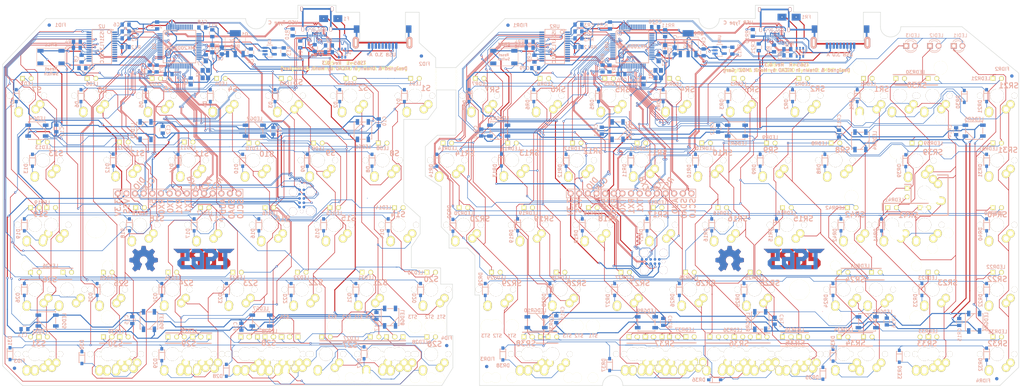
<source format=kicad_pcb>
(kicad_pcb (version 4) (host pcbnew 4.0.1-stable)
  (title_block (title TS65) (date 2016-02-25) (rev 0.3) (company MOZ) (comment 1 "Based on ICED-L Rev 1.1d"))
  (layers (0 Front signal) (31 Back signal) (34 B.Paste user) (35 F.Paste user) (36 B.SilkS user) (37 F.SilkS user) (38 B.Mask user) (39 F.Mask user) (44 Edge.Cuts user))
  (net 0 "")
  (net 1 /ledmatrix/CA1)
  (net 2 /ledmatrix/CA2)
  (net 3 /ledmatrix/CA3)
  (net 4 /ledmatrix/CA4)
  (net 5 /ledmatrix/CA5)
  (net 6 /ledmatrix/CA7)
  (net 7 /ledmatrix/CA9)
  (net 8 /mcu/GND)
  (net 9 /mcu/INTB)
  (net 10 /mcu/PTB18)
  (net 11 /mcu/PTB19)
  (net 12 /mcu/PTC0)
  (net 13 /mcu/PTC10)
  (net 14 /mcu/PTC11)
  (net 15 /mcu/PTC9)
  (net 16 /mcu/PTD0)
  (net 17 /mcu/PTD1)
  (net 18 /mcu/PTD4)
  (net 19 /mcu/PTD5)
  (net 20 /mcu/PTD6)
  (net 21 /mcu/PTD7)
  (net 22 /mcu/SCL0)
  (net 23 /mcu/SDA0)
  (net 24 /mcu/SDB)
  (net 25 /mcu/SWD_CLK)
  (net 26 /mcu/SWD_DIO)
  (net 27 VDD)
  (net 28 VSS)
  (net 29 /mcu/MCU_RESET)
  (net 30 "Net-(C8-Pad1)")
  (net 31 /mcu/AUD)
  (net 32 "Net-(C9-Pad1)")
  (net 33 "Net-(D1-Pad1)")
  (net 34 "Net-(D2-Pad1)")
  (net 35 "Net-(D3-Pad1)")
  (net 36 "Net-(D4-Pad1)")
  (net 37 "Net-(D5-Pad1)")
  (net 38 "Net-(D6-Pad1)")
  (net 39 "Net-(D7-Pad1)")
  (net 40 "Net-(D9-Pad1)")
  (net 41 "Net-(D10-Pad1)")
  (net 42 "Net-(D11-Pad1)")
  (net 43 "Net-(D12-Pad1)")
  (net 44 "Net-(D13-Pad1)")
  (net 45 "Net-(D14-Pad1)")
  (net 46 "Net-(D15-Pad1)")
  (net 47 "Net-(D16-Pad1)")
  (net 48 "Net-(D17-Pad1)")
  (net 49 "Net-(D18-Pad1)")
  (net 50 "Net-(D19-Pad1)")
  (net 51 "Net-(D20-Pad1)")
  (net 52 "Net-(D24-Pad1)")
  (net 53 "Net-(D25-Pad1)")
  (net 54 "Net-(D26-Pad1)")
  (net 55 "Net-(D27-Pad1)")
  (net 56 "Net-(D28-Pad1)")
  (net 57 "Net-(D29-Pad1)")
  (net 58 /mcu/PTA5)
  (net 59 "Net-(R6-Pad1)")
  (net 60 "Net-(R7-Pad1)")
  (net 61 "Net-(R12-Pad1)")
  (net 62 "Net-(U1-Pad32)")
  (net 63 "Net-(U1-Pad33)")
  (net 64 /mcu/ADC0_DP0)
  (net 65 /mcu/ADC0_DM0)
  (net 66 /mcu/ADC1_DP0)
  (net 67 /mcu/ADC1_DM0)
  (net 68 "Net-(U1-Pad13)")
  (net 69 "Net-(U1-Pad14)")
  (net 70 "Net-(U1-Pad15)")
  (net 71 "Net-(U1-Pad16)")
  (net 72 "Net-(U1-Pad17)")
  (net 73 "Net-(U1-Pad18)")
  (net 74 "Net-(U1-Pad19)")
  (net 75 "Net-(U1-Pad20)")
  (net 76 /mcu/PTA4)
  (net 77 /mcu/PTA12)
  (net 78 /mcu/PTA13)
  (net 79 "Net-(U1-Pad44)")
  (net 80 "Net-(U1-Pad45)")
  (net 81 "Net-(U1-Pad46)")
  (net 82 "Net-(U1-Pad49)")
  (net 83 "Net-(U1-Pad52)")
  (net 84 "Net-(U1-Pad53)")
  (net 85 /mcu/CB1)
  (net 86 /mcu/CB2)
  (net 87 /mcu/CB3)
  (net 88 /mcu/CB4)
  (net 89 /mcu/CB5)
  (net 90 /mcu/CB6)
  (net 91 /mcu/CB7)
  (net 92 /mcu/CB8)
  (net 93 /mcu/CB9)
  (net 94 "Net-(D21-Pad1)")
  (net 95 /mcu/PTB2)
  (net 96 /mcu/PTB3)
  (net 97 "Net-(U1-Pad50)")
  (net 98 "Net-(U1-Pad51)")
  (net 99 "Net-(P1-PadB11)")
  (net 100 "Net-(P1-PadB8)")
  (net 101 "Net-(P1-PadB5)")
  (net 102 "Net-(P1-PadA11)")
  (net 103 "Net-(P1-PadA10)")
  (net 104 "Net-(P1-PadA8)")
  (net 105 "Net-(P1-PadA5)")
  (net 106 "Net-(D8-Pad1)")
  (net 107 "Net-(D22-Pad1)")
  (net 108 "Net-(D23-Pad1)")
  (net 109 "Net-(D30-Pad1)")
  (net 110 "Net-(D31-Pad1)")
  (net 111 "Net-(LEDD1-Pad2)")
  (net 112 "Net-(P2-Pad7)")
  (net 113 "Net-(P2-Pad3)")
  (net 114 "Net-(P2-Pad2)")
  (net 115 "Net-(P2-Pad8)")
  (net 116 "Net-(P2-Pad9)")
  (net 117 "Net-(SRL1-Pad1)")
  (net 118 /ledmatrixR/CA1)
  (net 119 /ledmatrixR/CA2)
  (net 120 /ledmatrixR/CA3)
  (net 121 /ledmatrixR/CA4)
  (net 122 /ledmatrixR/CA5)
  (net 123 /ledmatrixR/CA6)
  (net 124 /ledmatrixR/CA7)
  (net 125 /ledmatrixR/CA8)
  (net 126 /ledmatrixR/CA9)
  (net 127 /mcuR/INTB)
  (net 128 /mcuR/PTB18)
  (net 129 /mcuR/PTB19)
  (net 130 /mcuR/PTC0)
  (net 131 /mcuR/PTC10)
  (net 132 /mcuR/PTC11)
  (net 133 /mcuR/PTC9)
  (net 134 /mcuR/PTD0)
  (net 135 /mcuR/PTD1)
  (net 136 /mcuR/PTD4)
  (net 137 /mcuR/PTD5)
  (net 138 /mcuR/PTD6)
  (net 139 /mcuR/PTD7)
  (net 140 /mcuR/SCL0)
  (net 141 /mcuR/SDA0)
  (net 142 /mcuR/SDB)
  (net 143 /mcuR/SWD_CLK)
  (net 144 /mcuR/SWD_DIO)
  (net 145 /mcuR/MCU_RESET)
  (net 146 /mcuR/AUD)
  (net 147 /mcuR/PTA5)
  (net 148 /mcuR/ADC0_DP0)
  (net 149 /mcuR/ADC0_DM0)
  (net 150 /mcuR/ADC1_DP0)
  (net 151 /mcuR/ADC1_DM0)
  (net 152 /mcuR/PTA4)
  (net 153 /mcuR/PTA12)
  (net 154 /mcuR/PTA13)
  (net 155 /mcuR/CB1)
  (net 156 /mcuR/CB2)
  (net 157 /mcuR/CB3)
  (net 158 /mcuR/CB4)
  (net 159 /mcuR/CB5)
  (net 160 /mcuR/CB6)
  (net 161 /mcuR/CB7)
  (net 162 /mcuR/CB8)
  (net 163 /mcuR/CB9)
  (net 164 /mcuR/PTB2)
  (net 165 /mcuR/PTB3)
  (net 166 "Net-(CR8-Pad1)")
  (net 167 "Net-(CR9-Pad1)")
  (net 168 "Net-(DR1-Pad1)")
  (net 169 "Net-(DR2-Pad1)")
  (net 170 "Net-(DR3-Pad1)")
  (net 171 "Net-(DR4-Pad1)")
  (net 172 "Net-(DR5-Pad1)")
  (net 173 "Net-(DR6-Pad1)")
  (net 174 "Net-(DR7-Pad1)")
  (net 175 "Net-(DR8-Pad1)")
  (net 176 "Net-(DR9-Pad1)")
  (net 177 "Net-(DR10-Pad1)")
  (net 178 "Net-(DR11-Pad1)")
  (net 179 "Net-(DR12-Pad1)")
  (net 180 "Net-(DR13-Pad1)")
  (net 181 "Net-(DR14-Pad1)")
  (net 182 "Net-(DR15-Pad1)")
  (net 183 "Net-(DR16-Pad1)")
  (net 184 "Net-(DR17-Pad1)")
  (net 185 "Net-(DR18-Pad1)")
  (net 186 "Net-(DR19-Pad1)")
  (net 187 "Net-(DR20-Pad1)")
  (net 188 "Net-(DR21-Pad1)")
  (net 189 "Net-(DR22-Pad1)")
  (net 190 "Net-(DR23-Pad1)")
  (net 191 "Net-(DR24-Pad1)")
  (net 192 "Net-(DR25-Pad1)")
  (net 193 "Net-(DR26-Pad1)")
  (net 194 "Net-(DR27-Pad1)")
  (net 195 "Net-(DR28-Pad1)")
  (net 196 "Net-(DR29-Pad1)")
  (net 197 "Net-(DR30-Pad1)")
  (net 198 "Net-(DR31-Pad1)")
  (net 199 "Net-(DR32-Pad1)")
  (net 200 "Net-(DR33-Pad1)")
  (net 201 "Net-(DR34-Pad1)")
  (net 202 "Net-(DR35-Pad1)")
  (net 203 "Net-(DR36-Pad1)")
  (net 204 "Net-(DR37-Pad1)")
  (net 205 "Net-(DR38-Pad1)")
  (net 206 "Net-(DR39-Pad1)")
  (net 207 "Net-(DR40-Pad1)")
  (net 208 "Net-(DR41-Pad1)")
  (net 209 "Net-(DR42-Pad1)")
  (net 210 "Net-(LEDDR1-Pad2)")
  (net 211 "Net-(PR1-PadB11)")
  (net 212 "Net-(PR1-PadB8)")
  (net 213 "Net-(PR1-PadB5)")
  (net 214 "Net-(PR1-PadA11)")
  (net 215 "Net-(PR1-PadA10)")
  (net 216 "Net-(PR1-PadA8)")
  (net 217 "Net-(PR1-PadA5)")
  (net 218 "Net-(PR2-Pad7)")
  (net 219 "Net-(PR2-Pad3)")
  (net 220 "Net-(PR2-Pad2)")
  (net 221 "Net-(PR2-Pad8)")
  (net 222 "Net-(PR2-Pad9)")
  (net 223 "Net-(RR6-Pad1)")
  (net 224 "Net-(RR7-Pad1)")
  (net 225 "Net-(RR12-Pad1)")
  (net 226 "Net-(SRR1-Pad1)")
  (net 227 "Net-(UR1-Pad13)")
  (net 228 "Net-(UR1-Pad14)")
  (net 229 "Net-(UR1-Pad15)")
  (net 230 "Net-(UR1-Pad16)")
  (net 231 "Net-(UR1-Pad17)")
  (net 232 "Net-(UR1-Pad18)")
  (net 233 "Net-(UR1-Pad19)")
  (net 234 "Net-(UR1-Pad20)")
  (net 235 "Net-(UR1-Pad32)")
  (net 236 "Net-(UR1-Pad33)")
  (net 237 "Net-(UR1-Pad44)")
  (net 238 "Net-(UR1-Pad45)")
  (net 239 "Net-(UR1-Pad46)")
  (net 240 "Net-(UR1-Pad49)")
  (net 241 "Net-(UR1-Pad50)")
  (net 242 "Net-(UR1-Pad51)")
  (net 243 "Net-(UR1-Pad52)")
  (net 244 "Net-(UR1-Pad53)")
  (net 245 /ledmatrix/CA6)
  (net 246 /ledmatrix/CA8)
  (net 247 "Net-(LEDG1-Pad4)")
  (net 248 "Net-(LEDG1-Pad2)")
  (net 249 "Net-(LEDG2-Pad2)")
  (net 250 "Net-(LEDG3-Pad2)")
  (net 251 "Net-(LEDG4-Pad2)")
  (net 252 "Net-(LEDG5-Pad2)")
  (net 253 "Net-(LEDG6-Pad2)")
  (net 254 "Net-(LEDG7-Pad2)")
  (net 255 "Net-(LEDG8-Pad2)")
  (net 256 "Net-(LEDGR1-Pad4)")
  (net 257 "Net-(LEDGR1-Pad2)")
  (net 258 "Net-(LEDGR2-Pad2)")
  (net 259 "Net-(LEDGR3-Pad2)")
  (net 260 "Net-(LEDGR4-Pad2)")
  (net 261 "Net-(LEDGR5-Pad2)")
  (net 262 "Net-(LEDGR6-Pad2)")
  (net 263 "Net-(LEDGR7-Pad2)")
  (net 264 "Net-(LEDGR8-Pad2)")
  (net 265 "Net-(LEDGR10-Pad4)")
  (net 266 "Net-(LEDGR10-Pad2)")
  (net 267 "Net-(R13-Pad2)")
  (net 268 "Net-(RR13-Pad2)")
  (net 269 "Net-(P1-PadB10)")
  (net 270 "Net-(PR1-PadB10)")
  (net 271 /mcu/UART1+)
  (net 272 /mcu/UART1-)
  (net 273 /mcu/UART0-)
  (net 274 /mcu/UART0+)
  (net 275 /mcu/UART2-)
  (net 276 /mcu/UART2+)
  (net 277 /mcuR/UART1+)
  (net 278 /mcuR/UART1-)
  (net 279 /mcuR/UART0-)
  (net 280 /mcuR/UART0+)
  (net 281 /mcuR/UART2-)
  (net 282 /mcuR/UART2+)
  (net 283 /mcu/VBUS)
  (net 284 /mcuR/VBUS)
  (net 285 /mcu/USB_D_IN-)
  (net 286 /mcu/USB_D_IN+)
  (net 287 /mcuR/GND)
  (net 288 /mcuR/USB_D_IN-)
  (net 289 /mcuR/USB_D_IN+)
  (net 290 "Net-(R1-Pad1)")
  (net 291 /mcu/USB_D-)
  (net 292 "Net-(R2-Pad1)")
  (net 293 /mcu/USB_D+)
  (net 294 "Net-(RR1-Pad1)")
  (net 295 /mcuR/USB_D-)
  (net 296 "Net-(RR2-Pad1)")
  (net 297 /mcuR/USB_D+)
  (net 298 +5V)
  (module prettylib:MXALPS2 (layer Front) (at 264.0584 104.7369 180)
    (fp_text reference SR10 (at -4.8641 2.1717 180) (layer B.SilkS) (effects (font (thickness 0.3048)) (justify mirror)))
    (fp_text value SW hide)
    (pad "" np_thru_hole circle (at 0 0 180) (size 3.98781 3.98781) (drill 3.9878) (layers *.Cu *.Mask F.SilkS) (clearance 0.1524))
    (pad "" np_thru_hole circle (at -5.08 0 180) (size 1.70181 1.70181) (drill 1.7018) (layers *.Cu *.Mask F.SilkS) (clearance 0.1524))
    (pad "" np_thru_hole circle (at 5.08 0 180) (size 1.70181 1.70181) (drill 1.7018) (layers *.Cu *.Mask F.SilkS) (clearance 0.1524))
    (pad 1 thru_hole circle (at -3.918 -2.54 180) (size 2.5 2.5) (drill 1.5) (layers *.Cu *.Mask F.SilkS) (net 130 /mcuR/PTC0))
    (pad 1 thru_hole circle (at -2.608 -4 180) (size 2.5 2.5) (drill 1.5) (layers *.Cu *.Mask F.SilkS) (net 130 /mcuR/PTC0))
    (pad 2 thru_hole circle (at 2.433 -5.08 180) (size 2.5 2.5) (drill 1.5) (layers *.Cu *.Mask F.SilkS) (net 177 "Net-(DR10-Pad1)"))
    (pad 2 thru_hole circle (at 2.393 -4.5 180) (size 2.5 2.5) (drill 1.5) (layers *.Cu *.Mask F.SilkS) (net 177 "Net-(DR10-Pad1)"))
  )
  (module prettylib:MXALPS2 (layer Front) (at 235.4834 85.6869 180)
    (fp_text reference SR5 (at -4.0005 1.8161 180) (layer B.SilkS) (effects (font (thickness 0.3048)) (justify mirror)))
    (fp_text value SW hide)
    (pad "" np_thru_hole circle (at 0 0 180) (size 3.98781 3.98781) (drill 3.9878) (layers *.Cu *.Mask F.SilkS) (clearance 0.1524))
    (pad "" np_thru_hole circle (at -5.08 0 180) (size 1.70181 1.70181) (drill 1.7018) (layers *.Cu *.Mask F.SilkS) (clearance 0.1524))
    (pad "" np_thru_hole circle (at 5.08 0 180) (size 1.70181 1.70181) (drill 1.7018) (layers *.Cu *.Mask F.SilkS) (clearance 0.1524))
    (pad 1 thru_hole circle (at -3.918 -2.54 180) (size 2.5 2.5) (drill 1.5) (layers *.Cu *.Mask F.SilkS) (net 131 /mcuR/PTC10))
    (pad 1 thru_hole circle (at -2.608 -4 180) (size 2.5 2.5) (drill 1.5) (layers *.Cu *.Mask F.SilkS) (net 131 /mcuR/PTC10))
    (pad 2 thru_hole circle (at 2.433 -5.08 180) (size 2.5 2.5) (drill 1.5) (layers *.Cu *.Mask F.SilkS) (net 172 "Net-(DR5-Pad1)"))
    (pad 2 thru_hole circle (at 2.393 -4.5 180) (size 2.5 2.5) (drill 1.5) (layers *.Cu *.Mask F.SilkS) (net 172 "Net-(DR5-Pad1)"))
  )
  (module prettylib:USB_TYPE_C_HYBRID (layer Back) (at 284.2764 60.2742)
    (fp_text reference PR1)
    (fp_text value USB_TYPE_C)
    (pad 0 thru_hole oval (at -4.49 0) (size 0.8 1.4) (drill oval 0.5 1.1) (layers *.Cu *.Mask B.SilkS) (net 287 /mcuR/GND))
    (pad 0 thru_hole oval (at 4.49 0) (size 0.8 1.4) (drill oval 0.5 1.1) (layers *.Cu *.Mask B.SilkS) (net 287 /mcuR/GND))
    (pad 0 thru_hole oval (at -4.13 5.95) (size 0.8 1.4) (drill oval 0.5 1.1) (layers *.Cu *.Mask B.SilkS) (net 287 /mcuR/GND))
    (pad 0 thru_hole oval (at 4.13 5.95) (size 0.8 1.4) (drill oval 0.5 1.1) (layers *.Cu *.Mask B.SilkS) (net 287 /mcuR/GND))
    (pad "" np_thru_hole circle (at -3.6 7.2) (size 0.65 0.65) (drill 0.65) (layers *.Cu *.Mask B.SilkS))
    (pad "" np_thru_hole oval (at 3.6 7.2) (size 0.95 0.65) (drill oval 0.95 0.65) (layers *.Cu *.Mask B.SilkS))
    (pad B11 thru_hole circle (at -2.4 5.85) (size 0.6 0.6) (drill 0.4) (layers *.Cu *.Mask B.SilkS) (net 211 "Net-(PR1-PadB11)"))
    (pad B8 thru_hole circle (at -0.8 5.85) (size 0.6 0.6) (drill 0.4) (layers *.Cu *.Mask B.SilkS) (net 212 "Net-(PR1-PadB8)"))
    (pad B2 thru_hole circle (at 2.4 5.85) (size 0.6 0.6) (drill 0.4) (layers *.Cu *.Mask B.SilkS) (net 277 /mcuR/UART1+))
    (pad B3 thru_hole circle (at 1.6 5.85) (size 0.6 0.6) (drill 0.4) (layers *.Cu *.Mask B.SilkS) (net 278 /mcuR/UART1-))
    (pad B5 thru_hole circle (at 0.8 5.85) (size 0.6 0.6) (drill 0.4) (layers *.Cu *.Mask B.SilkS) (net 213 "Net-(PR1-PadB5)"))
    (pad B10 thru_hole circle (at -1.6 5.85) (size 0.6 0.6) (drill 0.4) (layers *.Cu *.Mask B.SilkS) (net 270 "Net-(PR1-PadB10)"))
    (pad B12 thru_hole circle (at -2.8 6.55) (size 0.6 0.6) (drill 0.4) (layers *.Cu *.Mask B.SilkS) (net 28 VSS))
    (pad B9 thru_hole circle (at -1.2 6.55) (size 0.6 0.6) (drill 0.4) (layers *.Cu *.Mask B.SilkS) (net 284 /mcuR/VBUS))
    (pad B7 thru_hole circle (at -0.4 6.55) (size 0.6 0.6) (drill 0.4) (layers *.Cu *.Mask B.SilkS) (net 288 /mcuR/USB_D_IN-))
    (pad B6 thru_hole circle (at 0.4 6.55) (size 0.6 0.6) (drill 0.4) (layers *.Cu *.Mask B.SilkS) (net 289 /mcuR/USB_D_IN+))
    (pad B4 thru_hole circle (at 1.2 6.55) (size 0.6 0.6) (drill 0.4) (layers *.Cu *.Mask B.SilkS) (net 284 /mcuR/VBUS))
    (pad B1 thru_hole circle (at 2.8 6.55) (size 0.6 0.6) (drill 0.4) (layers *.Cu *.Mask B.SilkS) (net 28 VSS))
    (pad A12 smd rect (at 2.75 7.86) (size 0.3 0.7) (layers Back B.Paste B.Mask) (net 28 VSS))
    (pad A11 smd rect (at 2.25 7.86) (size 0.3 0.7) (layers Back B.Paste B.Mask) (net 214 "Net-(PR1-PadA11)"))
    (pad A10 smd rect (at 1.75 7.86) (size 0.3 0.7) (layers Back B.Paste B.Mask) (net 215 "Net-(PR1-PadA10)"))
    (pad A9 smd rect (at 1.25 7.86) (size 0.3 0.7) (layers Back B.Paste B.Mask) (net 284 /mcuR/VBUS))
    (pad A8 smd rect (at 0.75 7.86) (size 0.3 0.7) (layers Back B.Paste B.Mask) (net 216 "Net-(PR1-PadA8)"))
    (pad A7 smd rect (at 0.25 7.86) (size 0.3 0.7) (layers Back B.Paste B.Mask) (net 288 /mcuR/USB_D_IN-))
    (pad A6 smd rect (at -0.25 7.86) (size 0.3 0.7) (layers Back B.Paste B.Mask) (net 289 /mcuR/USB_D_IN+))
    (pad A5 smd rect (at -0.75 7.86) (size 0.3 0.7) (layers Back B.Paste B.Mask) (net 217 "Net-(PR1-PadA5)"))
    (pad A4 smd rect (at -1.25 7.86) (size 0.3 0.7) (layers Back B.Paste B.Mask) (net 284 /mcuR/VBUS))
    (pad A3 smd rect (at -1.75 7.86) (size 0.3 0.7) (layers Back B.Paste B.Mask) (net 278 /mcuR/UART1-))
    (pad A2 smd rect (at -2.25 7.86) (size 0.3 0.7) (layers Back B.Paste B.Mask) (net 277 /mcuR/UART1+))
    (pad A1 smd rect (at -2.75 7.86) (size 0.3 0.7) (layers Back B.Paste B.Mask) (net 28 VSS))
  )
  (module prettylib:HEADER_1x15 (layer Back) (at 111.1504 114.5159 270)
    (fp_text reference P3)
    (fp_text value CONN_15 hide)
    (pad 1 thru_hole circle (at 0 20.32 270) (size 1.8 1.8) (drill 1) (layers *.Cu *.Mask B.SilkS) (net 27 VDD))
    (pad 2 thru_hole circle (at 0 17.78 270) (size 1.8 1.8) (drill 1) (layers *.Cu *.Mask B.SilkS) (net 28 VSS))
    (pad 3 thru_hole circle (at 0 15.24 270) (size 1.8 1.8) (drill 1) (layers *.Cu *.Mask B.SilkS) (net 26 /mcu/SWD_DIO))
    (pad 4 thru_hole circle (at 0 12.7 270) (size 1.8 1.8) (drill 1) (layers *.Cu *.Mask B.SilkS) (net 25 /mcu/SWD_CLK))
    (pad 5 thru_hole circle (at 0 10.16 270) (size 1.8 1.8) (drill 1) (layers *.Cu *.Mask B.SilkS) (net 298 +5V))
    (pad 6 thru_hole circle (at 0 7.62 270) (size 1.8 1.8) (drill 1) (layers *.Cu *.Mask B.SilkS) (net 273 /mcu/UART0-))
    (pad 7 thru_hole circle (at 0 5.08 270) (size 1.8 1.8) (drill 1) (layers *.Cu *.Mask B.SilkS) (net 274 /mcu/UART0+))
    (pad 8 thru_hole circle (at 0 2.54 270) (size 1.8 1.8) (drill 1) (layers *.Cu *.Mask B.SilkS) (net 272 /mcu/UART1-))
    (pad 9 thru_hole circle (at 0 0 270) (size 1.8 1.8) (drill 1) (layers *.Cu *.Mask B.SilkS) (net 271 /mcu/UART1+))
    (pad 10 thru_hole circle (at 0 -2.54 270) (size 1.8 1.8) (drill 1) (layers *.Cu *.Mask B.SilkS) (net 275 /mcu/UART2-))
    (pad 11 thru_hole circle (at 0 -5.08 270) (size 1.8 1.8) (drill 1) (layers *.Cu *.Mask B.SilkS) (net 276 /mcu/UART2+))
    (pad 12 thru_hole circle (at 0 -7.62 270) (size 1.8 1.8) (drill 1) (layers *.Cu *.Mask B.SilkS) (net 29 /mcu/MCU_RESET))
    (pad 13 thru_hole circle (at 0 -10.16 270) (size 1.8 1.8) (drill 1) (layers *.Cu *.Mask B.SilkS) (net 31 /mcu/AUD))
    (pad 14 thru_hole circle (at 0 -12.7 270) (size 1.8 1.8) (drill 1) (layers *.Cu *.Mask B.SilkS) (net 23 /mcu/SDA0))
    (pad 15 thru_hole circle (at 0 -15.24 270) (size 1.8 1.8) (drill 1) (layers *.Cu *.Mask B.SilkS) (net 22 /mcu/SCL0))
  )
  (module prettylib:JLINK_NEEDLE (layer Back) (at 144.9832 116 90)
    (fp_text reference P4)
    (fp_text value FLASH_HDR hide)
    (pad 8 smd circle (at 0 0.635 90) (size 0.7874 0.7874) (layers Back B.Mask) (net 273 /mcu/UART0-))
    (pad 3 smd circle (at 0 -0.635 90) (size 0.7874 0.7874) (layers Back B.Mask) (net 28 VSS))
    (pad 7 smd circle (at 1.27 0.635 90) (size 0.7874 0.7874) (layers Back B.Mask) (net 276 /mcu/UART2+))
    (pad 4 smd circle (at 1.27 -0.635 90) (size 0.7874 0.7874) (layers Back B.Mask) (net 25 /mcu/SWD_CLK))
    (pad 5 smd circle (at 2.54 -0.635 90) (size 0.7874 0.7874) (layers Back B.Mask) (net 298 +5V))
    (pad 6 smd circle (at 2.54 0.635 90) (size 0.7874 0.7874) (layers Back B.Mask) (net 274 /mcu/UART0+))
    (pad 9 smd circle (at -1.27 0.635 90) (size 0.7874 0.7874) (layers Back B.Mask) (net 58 /mcu/PTA5))
    (pad 2 smd circle (at -1.27 -0.635 90) (size 0.7874 0.7874) (layers Back B.Mask) (net 26 /mcu/SWD_DIO))
    (pad 10 smd circle (at -2.54 0.635 90) (size 0.7874 0.7874) (layers Back B.Mask) (net 29 /mcu/MCU_RESET))
    (pad 1 smd circle (at -2.54 -0.635 90) (size 0.7874 0.7874) (layers Back B.Mask) (net 27 VDD))
    (pad "" np_thru_hole circle (at -3.81 0 90) (size 0.99061 0.99061) (drill 0.9906) (layers *.Cu *.Mask B.SilkS))
    (pad "" np_thru_hole circle (at 3.81 1.016 90) (size 0.99061 0.99061) (drill 0.9906) (layers *.Cu *.Mask B.SilkS))
    (pad "" np_thru_hole circle (at 3.81 -1.016 90) (size 0.99061 0.99061) (drill 0.9906) (layers *.Cu *.Mask B.SilkS))
    (pad "" np_thru_hole circle (at -3.81 2.54 90) (size 2.37491 2.37491) (drill 2.3749) (layers *.Cu *.Mask B.SilkS))
    (pad "" np_thru_hole circle (at 1.905 2.54 90) (size 2.37491 2.37491) (drill 2.3749) (layers *.Cu *.Mask B.SilkS))
    (pad "" np_thru_hole circle (at -3.81 -2.54 90) (size 2.37491 2.37491) (drill 2.3749) (layers *.Cu *.Mask B.SilkS))
    (pad "" np_thru_hole circle (at 1.905 -2.54 90) (size 2.37491 2.37491) (drill 2.3749) (layers *.Cu *.Mask B.SilkS))
  )
  (module prettylib:MXALPS2 (layer Front) (at 256.9144 161.8869 180)
    (fp_text reference SR37_2)
    (fp_text value SW hide)
    (pad "" np_thru_hole circle (at 0 0 180) (size 3.98781 3.98781) (drill 3.9878) (layers *.Cu *.Mask F.SilkS) (clearance 0.1524))
    (pad "" np_thru_hole circle (at -5.08 0 180) (size 1.70181 1.70181) (drill 1.7018) (layers *.Cu *.Mask F.SilkS) (clearance 0.1524))
    (pad "" np_thru_hole circle (at 5.08 0 180) (size 1.70181 1.70181) (drill 1.7018) (layers *.Cu *.Mask F.SilkS) (clearance 0.1524))
    (pad 1 thru_hole oval (at -3.818 -2.44 180) (size 2.5 2.5) (drill 1.4 (offset 0.3 0.3)) (layers *.Cu *.Mask F.SilkS) (net 131 /mcuR/PTC10))
    (pad 1 thru_hole oval (at -2.608 -4 180) (size 2.5 2.5) (drill 1.5 (offset 0.2 0)) (layers *.Cu *.Mask F.SilkS) (net 131 /mcuR/PTC10))
    (pad 2 thru_hole oval (at 2.433 -5.08 180) (size 2.5 2.5) (drill 1.5 (offset 0.2 0)) (layers *.Cu *.Mask F.SilkS) (net 204 "Net-(DR37-Pad1)"))
    (pad 2 thru_hole oval (at 2.393 -4.5 180) (size 2.5 2.5) (drill 1.5 (offset 0.2 0)) (layers *.Cu *.Mask F.SilkS) (net 204 "Net-(DR37-Pad1)"))
  )
  (module prettylib:MXALPS2 (layer Front) (at 254.5334 161.8869 180)
    (fp_text reference SR37_3)
    (fp_text value SW hide)
    (pad "" np_thru_hole circle (at 0 0 180) (size 3.98781 3.98781) (drill 3.9878) (layers *.Cu *.Mask F.SilkS) (clearance 0.1524))
    (pad "" np_thru_hole circle (at -5.08 0 180) (size 1.70181 1.70181) (drill 1.7018) (layers *.Cu *.Mask F.SilkS) (clearance 0.1524))
    (pad "" np_thru_hole circle (at 5.08 0 180) (size 1.70181 1.70181) (drill 1.7018) (layers *.Cu *.Mask F.SilkS) (clearance 0.1524))
    (pad 1 thru_hole circle (at -3.918 -2.54 180) (size 2.5 2.5) (drill 1.5) (layers *.Cu *.Mask F.SilkS) (net 131 /mcuR/PTC10))
    (pad 1 thru_hole circle (at -2.608 -4 180) (size 2.5 2.5) (drill 1.5) (layers *.Cu *.Mask F.SilkS) (net 131 /mcuR/PTC10))
    (pad 2 thru_hole circle (at 2.433 -5.08 180) (size 2.5 2.5) (drill 1.5) (layers *.Cu *.Mask F.SilkS) (net 204 "Net-(DR37-Pad1)"))
    (pad 2 thru_hole circle (at 2.393 -4.5 180) (size 2.5 2.5) (drill 1.5) (layers *.Cu *.Mask F.SilkS) (net 204 "Net-(DR37-Pad1)"))
  )
  (module prettylib:MXALPS2 (layer Front) (at 292.6334 161.8869 180)
    (fp_text reference SR35 (at 2.3749 3.2258 180) (layer B.SilkS) (effects (font (thickness 0.3048)) (justify mirror)))
    (fp_text value SW hide)
    (pad "" np_thru_hole circle (at 0 0 180) (size 3.98781 3.98781) (drill 3.9878) (layers *.Cu *.Mask F.SilkS) (clearance 0.1524))
    (pad "" np_thru_hole circle (at -5.08 0 180) (size 1.70181 1.70181) (drill 1.7018) (layers *.Cu *.Mask F.SilkS) (clearance 0.1524))
    (pad "" np_thru_hole circle (at 5.08 0 180) (size 1.70181 1.70181) (drill 1.7018) (layers *.Cu *.Mask F.SilkS) (clearance 0.1524))
    (pad 2 thru_hole circle (at -3.918 -2.54 180) (size 2.5 2.5) (drill 1.5) (layers *.Cu *.Mask F.SilkS) (net 202 "Net-(DR35-Pad1)"))
    (pad 2 thru_hole oval (at -2.708 -4.1 180) (size 2.5 2.5) (drill 1.5 (offset -0.2 -0.2)) (layers *.Cu *.Mask F.SilkS) (net 202 "Net-(DR35-Pad1)"))
    (pad 1 thru_hole oval (at 2.433 -5.08 180) (size 2.5 2.5) (drill 1.5 (offset -0.2 0)) (layers *.Cu *.Mask F.SilkS) (net 130 /mcuR/PTC0))
    (pad 1 thru_hole oval (at 2.393 -4.5 180) (size 2.5 2.5) (drill 1.5 (offset -0.2 0)) (layers *.Cu *.Mask F.SilkS) (net 130 /mcuR/PTC0))
  )
  (module prettylib:MXALPS2 (layer Front) (at 173.5704 161.8869 180)
    (fp_text reference S27_4)
    (fp_text value SW hide)
    (pad "" np_thru_hole circle (at 0 0 180) (size 3.98781 3.98781) (drill 3.9878) (layers *.Cu *.Mask F.SilkS) (clearance 0.1524))
    (pad "" np_thru_hole circle (at -5.08 0 180) (size 1.70181 1.70181) (drill 1.7018) (layers *.Cu *.Mask F.SilkS) (clearance 0.1524))
    (pad "" np_thru_hole circle (at 5.08 0 180) (size 1.70181 1.70181) (drill 1.7018) (layers *.Cu *.Mask F.SilkS) (clearance 0.1524))
    (pad 2 thru_hole circle (at -3.918 -2.54 180) (size 2.5 2.5) (drill 1.5) (layers *.Cu *.Mask F.SilkS) (net 55 "Net-(D27-Pad1)"))
    (pad 2 thru_hole circle (at -2.608 -4 180) (size 2.5 2.5) (drill 1.5) (layers *.Cu *.Mask F.SilkS) (net 55 "Net-(D27-Pad1)"))
    (pad 1 thru_hole circle (at 2.433 -5.08 180) (size 2.5 2.5) (drill 1.5) (layers *.Cu *.Mask F.SilkS) (net 12 /mcu/PTC0))
    (pad 1 thru_hole circle (at 2.393 -4.5 180) (size 2.5 2.5) (drill 1.5) (layers *.Cu *.Mask F.SilkS) (net 12 /mcu/PTC0))
  )
  (module prettylib:MXALPS2 (layer Front) (at 140.2334 161.8869 180)
    (fp_text reference S28_5)
    (fp_text value SW hide)
    (pad "" np_thru_hole circle (at 0 0 180) (size 3.98781 3.98781) (drill 3.9878) (layers *.Cu *.Mask F.SilkS) (clearance 0.1524))
    (pad "" np_thru_hole circle (at -5.08 0 180) (size 1.70181 1.70181) (drill 1.7018) (layers *.Cu *.Mask F.SilkS) (clearance 0.1524))
    (pad 1 thru_hole circle (at -3.918 -2.54 180) (size 2.5 2.5) (drill 1.5) (layers *.Cu *.Mask F.SilkS) (net 15 /mcu/PTC9))
    (pad 1 thru_hole oval (at -2.708 -4.1 180) (size 2.5 2.5) (drill 1.5 (offset -0.2 -0.2)) (layers *.Cu *.Mask F.SilkS) (net 15 /mcu/PTC9))
    (pad 2 thru_hole oval (at 2.433 -5.08 180) (size 2.5 2.5) (drill 1.5 (offset -0.2 0)) (layers *.Cu *.Mask F.SilkS) (net 56 "Net-(D28-Pad1)"))
    (pad 2 thru_hole oval (at 2.393 -4.5 180) (size 2.5 2.5) (drill 1.5 (offset -0.2 0)) (layers *.Cu *.Mask F.SilkS) (net 56 "Net-(D28-Pad1)"))
  )
  (module prettylib:MXALPS2 (layer Front) (at 137.8524 161.8869 180)
    (fp_text reference S28_4)
    (fp_text value SW hide)
    (pad "" np_thru_hole circle (at 0 0 180) (size 3.98781 3.98781) (drill 3.9878) (layers *.Cu *.Mask F.SilkS) (clearance 0.1524))
    (pad "" np_thru_hole circle (at 5.08 0 180) (size 1.70181 1.70181) (drill 1.7018) (layers *.Cu *.Mask F.SilkS) (clearance 0.1524))
    (pad 2 thru_hole oval (at -3.818 -2.44 180) (size 2.5 2.5) (drill 1.5 (offset 0.2 0.2)) (layers *.Cu *.Mask F.SilkS) (net 56 "Net-(D28-Pad1)"))
    (pad 2 thru_hole circle (at -2.608 -4 180) (size 2.5 2.5) (drill 1.5) (layers *.Cu *.Mask F.SilkS) (net 56 "Net-(D28-Pad1)"))
    (pad 1 thru_hole oval (at 2.433 -5.08 180) (size 2.5 2.5) (drill 1.5 (offset 0.2 0)) (layers *.Cu *.Mask F.SilkS) (net 15 /mcu/PTC9))
    (pad 1 thru_hole oval (at 2.393 -4.5 180) (size 2.5 2.5) (drill 1.5 (offset 0.2 0)) (layers *.Cu *.Mask F.SilkS) (net 15 /mcu/PTC9))
  )
  (module prettylib:MXALPS2 (layer Front) (at 135.4714 161.8869 180)
    (fp_text reference S28_3)
    (fp_text value SW hide)
    (pad "" np_thru_hole circle (at 0 0 180) (size 3.98781 3.98781) (drill 3.9878) (layers *.Cu *.Mask F.SilkS) (clearance 0.1524))
    (pad "" np_thru_hole circle (at 5.08 0 180) (size 1.70181 1.70181) (drill 1.7018) (layers *.Cu *.Mask F.SilkS) (clearance 0.1524))
    (pad 2 thru_hole circle (at -3.918 -2.54 180) (size 2.5 2.5) (drill 1.5) (layers *.Cu *.Mask F.SilkS) (net 56 "Net-(D28-Pad1)"))
    (pad 2 thru_hole circle (at -2.608 -4 180) (size 2.5 2.5) (drill 1.5) (layers *.Cu *.Mask F.SilkS) (net 56 "Net-(D28-Pad1)"))
    (pad 1 thru_hole circle (at 2.433 -5.08 180) (size 2.5 2.5) (drill 1.5) (layers *.Cu *.Mask F.SilkS) (net 15 /mcu/PTC9))
    (pad 1 thru_hole circle (at 2.393 -4.5 180) (size 2.5 2.5) (drill 1.5) (layers *.Cu *.Mask F.SilkS) (net 15 /mcu/PTC9))
  )
  (module prettylib:MXALPS2 (layer Front) (at 130.7084 161.8869 180)
    (fp_text reference S28_2)
    (fp_text value SW hide)
    (pad "" np_thru_hole circle (at 0 0 180) (size 3.98781 3.98781) (drill 3.9878) (layers *.Cu *.Mask F.SilkS) (clearance 0.1524))
    (pad "" np_thru_hole circle (at 5.08 0 180) (size 1.70181 1.70181) (drill 1.7018) (layers *.Cu *.Mask F.SilkS) (clearance 0.1524))
    (pad 1 thru_hole circle (at -3.918 -2.54 180) (size 2.5 2.5) (drill 1.5) (layers *.Cu *.Mask F.SilkS) (net 15 /mcu/PTC9))
    (pad 1 thru_hole circle (at -2.608 -4 180) (size 2.5 2.5) (drill 1.5) (layers *.Cu *.Mask F.SilkS) (net 15 /mcu/PTC9))
    (pad 2 thru_hole circle (at 2.433 -5.08 180) (size 2.5 2.5) (drill 1.5) (layers *.Cu *.Mask F.SilkS) (net 56 "Net-(D28-Pad1)"))
    (pad 2 thru_hole circle (at 2.393 -4.5 180) (size 2.5 2.5) (drill 1.5) (layers *.Cu *.Mask F.SilkS) (net 56 "Net-(D28-Pad1)"))
  )
  (module prettylib:MXALPS2 (layer Front) (at 142.6144 161.8869 180)
    (fp_text reference S28_6)
    (fp_text value SW hide)
    (pad "" np_thru_hole circle (at 0 0 180) (size 3.98781 3.98781) (drill 3.9878) (layers *.Cu *.Mask F.SilkS) (clearance 0.1524))
    (pad "" np_thru_hole circle (at -5.08 0 180) (size 1.70181 1.70181) (drill 1.7018) (layers *.Cu *.Mask F.SilkS) (clearance 0.1524))
    (pad 1 thru_hole circle (at -3.918 -2.54 180) (size 2.5 2.5) (drill 1.5) (layers *.Cu *.Mask F.SilkS) (net 15 /mcu/PTC9))
    (pad 1 thru_hole circle (at -2.608 -4 180) (size 2.5 2.5) (drill 1.5) (layers *.Cu *.Mask F.SilkS) (net 15 /mcu/PTC9))
    (pad 2 thru_hole circle (at 2.433 -5.08 180) (size 2.5 2.5) (drill 1.5) (layers *.Cu *.Mask F.SilkS) (net 56 "Net-(D28-Pad1)"))
    (pad 2 thru_hole circle (at 2.393 -4.5 180) (size 2.5 2.5) (drill 1.5) (layers *.Cu *.Mask F.SilkS) (net 56 "Net-(D28-Pad1)"))
  )
  (module prettylib:MXALPS2 (layer Front) (at 116.4214 161.8869 180)
    (fp_text reference S29_4)
    (fp_text value SW hide)
    (pad "" np_thru_hole circle (at 0 0 180) (size 3.98781 3.98781) (drill 3.9878) (layers *.Cu *.Mask F.SilkS) (clearance 0.1524))
    (pad "" np_thru_hole circle (at -5.08 0 180) (size 1.70181 1.70181) (drill 1.7018) (layers *.Cu *.Mask F.SilkS) (clearance 0.1524))
    (pad 1 thru_hole circle (at -3.918 -2.54 180) (size 2.5 2.5) (drill 1.5) (layers *.Cu *.Mask F.SilkS) (net 13 /mcu/PTC10))
    (pad 1 thru_hole oval (at -2.708 -4.1 180) (size 2.5 2.5) (drill 1.5 (offset -0.2 -0.2)) (layers *.Cu *.Mask F.SilkS) (net 13 /mcu/PTC10))
    (pad 2 thru_hole oval (at 2.433 -5.08 180) (size 2.5 2.5) (drill 1.5 (offset -0.2 0)) (layers *.Cu *.Mask F.SilkS) (net 57 "Net-(D29-Pad1)"))
    (pad 2 thru_hole oval (at 2.393 -4.5 180) (size 2.5 2.5) (drill 1.5 (offset -0.2 0)) (layers *.Cu *.Mask F.SilkS) (net 57 "Net-(D29-Pad1)"))
  )
  (module prettylib:MXALPS2 (layer Front) (at 166.4274 161.8869 180)
    (fp_text reference S27_2)
    (fp_text value SW hide)
    (pad "" np_thru_hole circle (at 0 0 180) (size 3.98781 3.98781) (drill 3.9878) (layers *.Cu *.Mask F.SilkS) (clearance 0.1524))
    (pad "" np_thru_hole circle (at -5.08 0 180) (size 1.70181 1.70181) (drill 1.7018) (layers *.Cu *.Mask F.SilkS) (clearance 0.1524))
    (pad "" np_thru_hole circle (at 5.08 0 180) (size 1.70181 1.70181) (drill 1.7018) (layers *.Cu *.Mask F.SilkS) (clearance 0.1524))
    (pad 1 thru_hole circle (at -3.918 -2.54 180) (size 2.5 2.5) (drill 1.5) (layers *.Cu *.Mask F.SilkS) (net 12 /mcu/PTC0))
    (pad 1 thru_hole circle (at -2.608 -4 180) (size 2.5 2.5) (drill 1.5) (layers *.Cu *.Mask F.SilkS) (net 12 /mcu/PTC0))
    (pad 2 thru_hole circle (at 2.433 -5.08 180) (size 2.5 2.5) (drill 1.5) (layers *.Cu *.Mask F.SilkS) (net 55 "Net-(D27-Pad1)"))
    (pad 2 thru_hole circle (at 2.393 -4.5 180) (size 2.5 2.5) (drill 1.5) (layers *.Cu *.Mask F.SilkS) (net 55 "Net-(D27-Pad1)"))
  )
  (module prettylib:MXALPS2 (layer Front) (at 171.1894 161.8869 180)
    (fp_text reference S27_3)
    (fp_text value SW hide)
    (pad "" np_thru_hole circle (at 0 0 180) (size 3.98781 3.98781) (drill 3.9878) (layers *.Cu *.Mask F.SilkS) (clearance 0.1524))
    (pad "" np_thru_hole circle (at -5.08 0 180) (size 1.70181 1.70181) (drill 1.7018) (layers *.Cu *.Mask F.SilkS) (clearance 0.1524))
    (pad 2 thru_hole circle (at -3.918 -2.54 180) (size 2.5 2.5) (drill 1.5) (layers *.Cu *.Mask F.SilkS) (net 55 "Net-(D27-Pad1)"))
    (pad 2 thru_hole circle (at -2.608 -4 180) (size 2.5 2.5) (drill 1.5) (layers *.Cu *.Mask F.SilkS) (net 55 "Net-(D27-Pad1)"))
    (pad 1 thru_hole circle (at 2.433 -5.08 180) (size 2.5 2.5) (drill 1.5) (layers *.Cu *.Mask F.SilkS) (net 12 /mcu/PTC0))
    (pad 1 thru_hole circle (at 2.393 -4.5 180) (size 2.5 2.5) (drill 1.5) (layers *.Cu *.Mask F.SilkS) (net 12 /mcu/PTC0))
  )
  (module prettylib:MXALPS2 (layer Front) (at 140.2334 85.6869 180)
    (fp_text reference S3 (at -3.683 3.9497 180) (layer B.SilkS) (effects (font (thickness 0.3048)) (justify mirror)))
    (fp_text value SW hide)
    (pad "" np_thru_hole circle (at 0 0 180) (size 3.98781 3.98781) (drill 3.9878) (layers *.Cu *.Mask F.SilkS) (clearance 0.1524))
    (pad "" np_thru_hole circle (at -5.08 0 180) (size 1.70181 1.70181) (drill 1.7018) (layers *.Cu *.Mask F.SilkS) (clearance 0.1524))
    (pad "" np_thru_hole circle (at 5.08 0 180) (size 1.70181 1.70181) (drill 1.7018) (layers *.Cu *.Mask F.SilkS) (clearance 0.1524))
    (pad 1 thru_hole circle (at -3.918 -2.54 180) (size 2.5 2.5) (drill 1.5) (layers *.Cu *.Mask F.SilkS) (net 12 /mcu/PTC0))
    (pad 1 thru_hole circle (at -2.608 -4 180) (size 2.5 2.5) (drill 1.5) (layers *.Cu *.Mask F.SilkS) (net 12 /mcu/PTC0))
    (pad 2 thru_hole circle (at 2.433 -5.08 180) (size 2.5 2.5) (drill 1.5) (layers *.Cu *.Mask F.SilkS) (net 35 "Net-(D3-Pad1)"))
    (pad 2 thru_hole circle (at 2.393 -4.5 180) (size 2.5 2.5) (drill 1.5) (layers *.Cu *.Mask F.SilkS) (net 35 "Net-(D3-Pad1)"))
  )
  (module prettylib:MXALPS2 (layer Front) (at 130.7084 104.7369 180)
    (fp_text reference S10 (at -3.9878 1.8542 180) (layer B.SilkS) (effects (font (thickness 0.3048)) (justify mirror)))
    (fp_text value SW hide)
    (pad "" np_thru_hole circle (at 0 0 180) (size 3.98781 3.98781) (drill 3.9878) (layers *.Cu *.Mask F.SilkS) (clearance 0.1524))
    (pad "" np_thru_hole circle (at -5.08 0 180) (size 1.70181 1.70181) (drill 1.7018) (layers *.Cu *.Mask F.SilkS) (clearance 0.1524))
    (pad "" np_thru_hole circle (at 5.08 0 180) (size 1.70181 1.70181) (drill 1.7018) (layers *.Cu *.Mask F.SilkS) (clearance 0.1524))
    (pad 1 thru_hole circle (at -3.918 -2.54 180) (size 2.5 2.5) (drill 1.5) (layers *.Cu *.Mask F.SilkS) (net 15 /mcu/PTC9))
    (pad 1 thru_hole circle (at -2.608 -4 180) (size 2.5 2.5) (drill 1.5) (layers *.Cu *.Mask F.SilkS) (net 15 /mcu/PTC9))
    (pad 2 thru_hole circle (at 2.433 -5.08 180) (size 2.5 2.5) (drill 1.5) (layers *.Cu *.Mask F.SilkS) (net 41 "Net-(D10-Pad1)"))
    (pad 2 thru_hole circle (at 2.393 -4.5 180) (size 2.5 2.5) (drill 1.5) (layers *.Cu *.Mask F.SilkS) (net 41 "Net-(D10-Pad1)"))
  )
  (module prettylib:MXALPS2 (layer Front) (at 106.8954 161.8869 180)
    (fp_text reference S29 (at -4.8138 3.0988 180) (layer B.SilkS) (effects (font (thickness 0.3048)) (justify mirror)))
    (fp_text value SW hide)
    (pad "" np_thru_hole circle (at 0 0 180) (size 3.98781 3.98781) (drill 3.9878) (layers *.Cu *.Mask F.SilkS) (clearance 0.1524))
    (pad "" np_thru_hole circle (at 5.08 0 180) (size 1.70181 1.70181) (drill 1.7018) (layers *.Cu *.Mask F.SilkS) (clearance 0.1524))
    (pad 1 thru_hole circle (at -3.918 -2.54 180) (size 2.5 2.5) (drill 1.5) (layers *.Cu *.Mask F.SilkS) (net 13 /mcu/PTC10))
    (pad 1 thru_hole circle (at -2.608 -4 180) (size 2.5 2.5) (drill 1.5) (layers *.Cu *.Mask F.SilkS) (net 13 /mcu/PTC10))
    (pad 2 thru_hole circle (at 2.433 -5.08 180) (size 2.5 2.5) (drill 1.5) (layers *.Cu *.Mask F.SilkS) (net 57 "Net-(D29-Pad1)"))
    (pad 2 thru_hole circle (at 2.393 -4.5 180) (size 2.5 2.5) (drill 1.5) (layers *.Cu *.Mask F.SilkS) (net 57 "Net-(D29-Pad1)"))
  )
  (module prettylib:MXALPS2 (layer Front) (at 66.4144 161.8869 180)
    (fp_text reference S31 (at -1.0353 3.0988 180) (layer B.SilkS) (effects (font (thickness 0.3048)) (justify mirror)))
    (fp_text value SW hide)
    (pad "" np_thru_hole circle (at 0 0 180) (size 3.98781 3.98781) (drill 3.9878) (layers *.Cu *.Mask F.SilkS) (clearance 0.1524))
    (pad "" np_thru_hole circle (at -5.08 0 180) (size 1.70181 1.70181) (drill 1.7018) (layers *.Cu *.Mask F.SilkS) (clearance 0.1524))
    (pad "" np_thru_hole circle (at 5.08 0 180) (size 1.70181 1.70181) (drill 1.7018) (layers *.Cu *.Mask F.SilkS) (clearance 0.1524))
    (pad 1 thru_hole circle (at -3.918 -2.54 180) (size 2.5 2.5) (drill 1.5) (layers *.Cu *.Mask F.SilkS) (net 16 /mcu/PTD0))
    (pad 1 thru_hole circle (at -2.608 -4 180) (size 2.5 2.5) (drill 1.5) (layers *.Cu *.Mask F.SilkS) (net 16 /mcu/PTD0))
    (pad 2 thru_hole circle (at 2.433 -5.08 180) (size 2.5 2.5) (drill 1.5) (layers *.Cu *.Mask F.SilkS) (net 110 "Net-(D31-Pad1)"))
    (pad 2 thru_hole circle (at 2.393 -4.5 180) (size 2.5 2.5) (drill 1.5) (layers *.Cu *.Mask F.SilkS) (net 110 "Net-(D31-Pad1)"))
  )
  (module prettylib:MXALPS2 (layer Front) (at 68.7964 161.8869 180)
    (fp_text reference S31_2)
    (fp_text value SW hide)
    (pad "" np_thru_hole circle (at 0 0 180) (size 3.98781 3.98781) (drill 3.9878) (layers *.Cu *.Mask F.SilkS) (clearance 0.1524))
    (pad "" np_thru_hole circle (at -5.08 0 180) (size 1.70181 1.70181) (drill 1.7018) (layers *.Cu *.Mask F.SilkS) (clearance 0.1524))
    (pad "" np_thru_hole circle (at 5.08 0 180) (size 1.70181 1.70181) (drill 1.7018) (layers *.Cu *.Mask F.SilkS) (clearance 0.1524))
    (pad 1 thru_hole circle (at -3.918 -2.54 180) (size 2.5 2.5) (drill 1.5) (layers *.Cu *.Mask F.SilkS) (net 16 /mcu/PTD0))
    (pad 1 thru_hole circle (at -2.608 -4 180) (size 2.5 2.5) (drill 1.5) (layers *.Cu *.Mask F.SilkS) (net 16 /mcu/PTD0))
    (pad 2 thru_hole circle (at 2.433 -5.08 180) (size 2.5 2.5) (drill 1.5) (layers *.Cu *.Mask F.SilkS) (net 110 "Net-(D31-Pad1)"))
    (pad 2 thru_hole circle (at 2.393 -4.5 180) (size 2.5 2.5) (drill 1.5) (layers *.Cu *.Mask F.SilkS) (net 110 "Net-(D31-Pad1)"))
  )
  (module prettylib:MXALPS2 (layer Front) (at 68.7964 104.7369 180)
    (fp_text reference S13 (at -3.8095 2.0447 180) (layer B.SilkS) (effects (font (thickness 0.3048)) (justify mirror)))
    (fp_text value SW hide)
    (pad "" np_thru_hole circle (at 0 0 180) (size 3.98781 3.98781) (drill 3.9878) (layers *.Cu *.Mask F.SilkS) (clearance 0.1524))
    (pad "" np_thru_hole circle (at -5.08 0 180) (size 1.70181 1.70181) (drill 1.7018) (layers *.Cu *.Mask F.SilkS) (clearance 0.1524))
    (pad "" np_thru_hole circle (at 5.08 0 180) (size 1.70181 1.70181) (drill 1.7018) (layers *.Cu *.Mask F.SilkS) (clearance 0.1524))
    (pad 1 thru_hole circle (at -3.918 -2.54 180) (size 2.5 2.5) (drill 1.5) (layers *.Cu *.Mask F.SilkS) (net 16 /mcu/PTD0))
    (pad 1 thru_hole circle (at -2.608 -4 180) (size 2.5 2.5) (drill 1.5) (layers *.Cu *.Mask F.SilkS) (net 16 /mcu/PTD0))
    (pad 2 thru_hole circle (at 2.433 -5.08 180) (size 2.5 2.5) (drill 1.5) (layers *.Cu *.Mask F.SilkS) (net 44 "Net-(D13-Pad1)"))
    (pad 2 thru_hole circle (at 2.393 -4.5 180) (size 2.5 2.5) (drill 1.5) (layers *.Cu *.Mask F.SilkS) (net 44 "Net-(D13-Pad1)"))
  )
  (module prettylib:MXALPS2 (layer Front) (at 159.2834 85.6869 180)
    (fp_text reference S2 (at -3.7846 2.2606 180) (layer B.SilkS) (effects (font (thickness 0.3048)) (justify mirror)))
    (fp_text value SW hide)
    (pad "" np_thru_hole circle (at 0 0 180) (size 3.98781 3.98781) (drill 3.9878) (layers *.Cu *.Mask F.SilkS) (clearance 0.1524))
    (pad "" np_thru_hole circle (at -5.08 0 180) (size 1.70181 1.70181) (drill 1.7018) (layers *.Cu *.Mask F.SilkS) (clearance 0.1524))
    (pad "" np_thru_hole circle (at 5.08 0 180) (size 1.70181 1.70181) (drill 1.7018) (layers *.Cu *.Mask F.SilkS) (clearance 0.1524))
    (pad 1 thru_hole circle (at -3.918 -2.54 180) (size 2.5 2.5) (drill 1.5) (layers *.Cu *.Mask F.SilkS) (net 11 /mcu/PTB19))
    (pad 1 thru_hole circle (at -2.608 -4 180) (size 2.5 2.5) (drill 1.5) (layers *.Cu *.Mask F.SilkS) (net 11 /mcu/PTB19))
    (pad 2 thru_hole circle (at 2.433 -5.08 180) (size 2.5 2.5) (drill 1.5) (layers *.Cu *.Mask F.SilkS) (net 34 "Net-(D2-Pad1)"))
    (pad 2 thru_hole circle (at 2.393 -4.5 180) (size 2.5 2.5) (drill 1.5) (layers *.Cu *.Mask F.SilkS) (net 34 "Net-(D2-Pad1)"))
  )
  (module prettylib:MXALPS2 (layer Front) (at 183.0954 142.8369 180)
    (fp_text reference S20 (at 0 3.048 180) (layer B.SilkS) (effects (font (thickness 0.3048)) (justify mirror)))
    (fp_text value SW hide)
    (pad "" np_thru_hole circle (at 0 0 180) (size 3.98781 3.98781) (drill 3.9878) (layers *.Cu *.Mask F.SilkS) (clearance 0.1524))
    (pad "" np_thru_hole circle (at -5.08 0 180) (size 1.70181 1.70181) (drill 1.7018) (layers *.Cu *.Mask F.SilkS) (clearance 0.1524))
    (pad "" np_thru_hole circle (at 5.08 0 180) (size 1.70181 1.70181) (drill 1.7018) (layers *.Cu *.Mask F.SilkS) (clearance 0.1524))
    (pad 1 thru_hole circle (at -3.918 -2.54 180) (size 2.5 2.5) (drill 1.5) (layers *.Cu *.Mask F.SilkS) (net 10 /mcu/PTB18))
    (pad 1 thru_hole circle (at -2.608 -4 180) (size 2.5 2.5) (drill 1.5) (layers *.Cu *.Mask F.SilkS) (net 10 /mcu/PTB18))
    (pad 2 thru_hole circle (at 2.433 -5.08 180) (size 2.5 2.5) (drill 1.5) (layers *.Cu *.Mask F.SilkS) (net 51 "Net-(D20-Pad1)"))
    (pad 2 thru_hole circle (at 2.393 -4.5 180) (size 2.5 2.5) (drill 1.5) (layers *.Cu *.Mask F.SilkS) (net 51 "Net-(D20-Pad1)"))
  )
  (module prettylib:MXALPS2 (layer Front) (at 128.3274 161.8869 180)
    (fp_text reference S28 (at -6.9403 3.2258 180) (layer B.SilkS) (effects (font (thickness 0.3048)) (justify mirror)))
    (fp_text value SW hide)
    (pad "" np_thru_hole circle (at 0 0 180) (size 3.98781 3.98781) (drill 3.9878) (layers *.Cu *.Mask F.SilkS) (clearance 0.1524))
    (pad "" np_thru_hole circle (at -5.08 0 180) (size 1.70181 1.70181) (drill 1.7018) (layers *.Cu *.Mask F.SilkS) (clearance 0.1524))
    (pad "" np_thru_hole circle (at 5.08 0 180) (size 1.70181 1.70181) (drill 1.7018) (layers *.Cu *.Mask F.SilkS) (clearance 0.1524))
    (pad 1 thru_hole circle (at -3.918 -2.54 180) (size 2.5 2.5) (drill 1.5) (layers *.Cu *.Mask F.SilkS) (net 15 /mcu/PTC9))
    (pad 1 thru_hole circle (at -2.608 -4 180) (size 2.5 2.5) (drill 1.5) (layers *.Cu *.Mask F.SilkS) (net 15 /mcu/PTC9))
    (pad 2 thru_hole circle (at 2.433 -5.08 180) (size 2.5 2.5) (drill 1.5) (layers *.Cu *.Mask F.SilkS) (net 56 "Net-(D28-Pad1)"))
    (pad 2 thru_hole circle (at 2.393 -4.5 180) (size 2.5 2.5) (drill 1.5) (layers *.Cu *.Mask F.SilkS) (net 56 "Net-(D28-Pad1)"))
  )
  (module prettylib:MXALPS2 (layer Front) (at 164.0454 142.8369 180)
    (fp_text reference S21 (at -4.0391 2.0447 180) (layer B.SilkS) (effects (font (thickness 0.3048)) (justify mirror)))
    (fp_text value SW hide)
    (pad "" np_thru_hole circle (at 0 0 180) (size 3.98781 3.98781) (drill 3.9878) (layers *.Cu *.Mask F.SilkS) (clearance 0.1524))
    (pad "" np_thru_hole circle (at -5.08 0 180) (size 1.70181 1.70181) (drill 1.7018) (layers *.Cu *.Mask F.SilkS) (clearance 0.1524))
    (pad "" np_thru_hole circle (at 5.08 0 180) (size 1.70181 1.70181) (drill 1.7018) (layers *.Cu *.Mask F.SilkS) (clearance 0.1524))
    (pad 1 thru_hole circle (at -3.918 -2.54 180) (size 2.5 2.5) (drill 1.5) (layers *.Cu *.Mask F.SilkS) (net 11 /mcu/PTB19))
    (pad 1 thru_hole circle (at -2.608 -4 180) (size 2.5 2.5) (drill 1.5) (layers *.Cu *.Mask F.SilkS) (net 11 /mcu/PTB19))
    (pad 2 thru_hole circle (at 2.433 -5.08 180) (size 2.5 2.5) (drill 1.5) (layers *.Cu *.Mask F.SilkS) (net 94 "Net-(D21-Pad1)"))
    (pad 2 thru_hole circle (at 2.393 -4.5 180) (size 2.5 2.5) (drill 1.5) (layers *.Cu *.Mask F.SilkS) (net 94 "Net-(D21-Pad1)"))
  )
  (module prettylib:MXALPS2 (layer Front) (at 144.9964 142.8369 180)
    (fp_text reference S22 (at -4.1397 2.0447 180) (layer B.SilkS) (effects (font (thickness 0.3048)) (justify mirror)))
    (fp_text value SW hide)
    (pad "" np_thru_hole circle (at 0 0 180) (size 3.98781 3.98781) (drill 3.9878) (layers *.Cu *.Mask F.SilkS) (clearance 0.1524))
    (pad "" np_thru_hole circle (at -5.08 0 180) (size 1.70181 1.70181) (drill 1.7018) (layers *.Cu *.Mask F.SilkS) (clearance 0.1524))
    (pad "" np_thru_hole circle (at 5.08 0 180) (size 1.70181 1.70181) (drill 1.7018) (layers *.Cu *.Mask F.SilkS) (clearance 0.1524))
    (pad 1 thru_hole circle (at -3.918 -2.54 180) (size 2.5 2.5) (drill 1.5) (layers *.Cu *.Mask F.SilkS) (net 12 /mcu/PTC0))
    (pad 1 thru_hole circle (at -2.608 -4 180) (size 2.5 2.5) (drill 1.5) (layers *.Cu *.Mask F.SilkS) (net 12 /mcu/PTC0))
    (pad 2 thru_hole circle (at 2.433 -5.08 180) (size 2.5 2.5) (drill 1.5) (layers *.Cu *.Mask F.SilkS) (net 107 "Net-(D22-Pad1)"))
    (pad 2 thru_hole circle (at 2.393 -4.5 180) (size 2.5 2.5) (drill 1.5) (layers *.Cu *.Mask F.SilkS) (net 107 "Net-(D22-Pad1)"))
  )
  (module prettylib:MXALPS2 (layer Front) (at 87.8464 142.8369 180)
    (fp_text reference S25 (at -3.9746 1.8034 180) (layer B.SilkS) (effects (font (thickness 0.3048)) (justify mirror)))
    (fp_text value SW hide)
    (pad "" np_thru_hole circle (at 0 0 180) (size 3.98781 3.98781) (drill 3.9878) (layers *.Cu *.Mask F.SilkS) (clearance 0.1524))
    (pad "" np_thru_hole circle (at -5.08 0 180) (size 1.70181 1.70181) (drill 1.7018) (layers *.Cu *.Mask F.SilkS) (clearance 0.1524))
    (pad "" np_thru_hole circle (at 5.08 0 180) (size 1.70181 1.70181) (drill 1.7018) (layers *.Cu *.Mask F.SilkS) (clearance 0.1524))
    (pad 1 thru_hole circle (at -3.918 -2.54 180) (size 2.5 2.5) (drill 1.5) (layers *.Cu *.Mask F.SilkS) (net 14 /mcu/PTC11))
    (pad 1 thru_hole circle (at -2.608 -4 180) (size 2.5 2.5) (drill 1.5) (layers *.Cu *.Mask F.SilkS) (net 14 /mcu/PTC11))
    (pad 2 thru_hole circle (at 2.433 -5.08 180) (size 2.5 2.5) (drill 1.5) (layers *.Cu *.Mask F.SilkS) (net 53 "Net-(D25-Pad1)"))
    (pad 2 thru_hole circle (at 2.393 -4.5 180) (size 2.5 2.5) (drill 1.5) (layers *.Cu *.Mask F.SilkS) (net 53 "Net-(D25-Pad1)"))
  )
  (module prettylib:MXALPS2 (layer Front) (at 75.9394 142.8369 180)
    (fp_text reference S26 (at 5.175 2.9464 180) (layer B.SilkS) (effects (font (thickness 0.3048)) (justify mirror)))
    (fp_text value SW hide)
    (pad "" np_thru_hole circle (at 0 0 180) (size 3.98781 3.98781) (drill 3.9878) (layers *.Cu *.Mask F.SilkS) (clearance 0.1524))
    (pad "" np_thru_hole circle (at -5.08 0 180) (size 1.70181 1.70181) (drill 1.7018) (layers *.Cu *.Mask F.SilkS) (clearance 0.1524))
    (pad "" np_thru_hole circle (at 5.08 0 180) (size 1.70181 1.70181) (drill 1.7018) (layers *.Cu *.Mask F.SilkS) (clearance 0.1524))
    (pad 1 thru_hole circle (at -3.918 -2.54 180) (size 2.5 2.5) (drill 1.5) (layers *.Cu *.Mask F.SilkS) (net 16 /mcu/PTD0))
    (pad 1 thru_hole circle (at -2.608 -4 180) (size 2.5 2.5) (drill 1.5) (layers *.Cu *.Mask F.SilkS) (net 16 /mcu/PTD0))
    (pad 2 thru_hole circle (at 2.433 -5.08 180) (size 2.5 2.5) (drill 1.5) (layers *.Cu *.Mask F.SilkS) (net 54 "Net-(D26-Pad1)"))
    (pad 2 thru_hole circle (at 2.393 -4.5 180) (size 2.5 2.5) (drill 1.5) (layers *.Cu *.Mask F.SilkS) (net 54 "Net-(D26-Pad1)"))
  )
  (module prettylib:MXALPS2 (layer Front) (at 66.4144 142.8369 180)
    (fp_text reference S26_2)
    (fp_text value SW hide)
    (pad "" np_thru_hole circle (at 0 0 180) (size 3.98781 3.98781) (drill 3.9878) (layers *.Cu *.Mask F.SilkS) (clearance 0.1524))
    (pad "" np_thru_hole circle (at -5.08 0 180) (size 1.70181 1.70181) (drill 1.7018) (layers *.Cu *.Mask F.SilkS) (clearance 0.1524))
    (pad "" np_thru_hole circle (at 5.08 0 180) (size 1.70181 1.70181) (drill 1.7018) (layers *.Cu *.Mask F.SilkS) (clearance 0.1524))
    (pad 1 thru_hole circle (at -3.918 -2.54 180) (size 2.5 2.5) (drill 1.5) (layers *.Cu *.Mask F.SilkS) (net 16 /mcu/PTD0))
    (pad 1 thru_hole circle (at -2.608 -4 180) (size 2.5 2.5) (drill 1.5) (layers *.Cu *.Mask F.SilkS) (net 16 /mcu/PTD0))
    (pad 2 thru_hole circle (at 2.433 -5.08 180) (size 2.5 2.5) (drill 1.5) (layers *.Cu *.Mask F.SilkS) (net 54 "Net-(D26-Pad1)"))
    (pad 2 thru_hole circle (at 2.393 -4.5 180) (size 2.5 2.5) (drill 1.5) (layers *.Cu *.Mask F.SilkS) (net 54 "Net-(D26-Pad1)"))
  )
  (module prettylib:MXALPS2 (layer Front) (at 106.8954 142.8369 180)
    (fp_text reference S24 (at -4.0391 1.8669 180) (layer B.SilkS) (effects (font (thickness 0.3048)) (justify mirror)))
    (fp_text value SW hide)
    (pad "" np_thru_hole circle (at 0 0 180) (size 3.98781 3.98781) (drill 3.9878) (layers *.Cu *.Mask F.SilkS) (clearance 0.1524))
    (pad "" np_thru_hole circle (at -5.08 0 180) (size 1.70181 1.70181) (drill 1.7018) (layers *.Cu *.Mask F.SilkS) (clearance 0.1524))
    (pad "" np_thru_hole circle (at 5.08 0 180) (size 1.70181 1.70181) (drill 1.7018) (layers *.Cu *.Mask F.SilkS) (clearance 0.1524))
    (pad 1 thru_hole circle (at -3.918 -2.54 180) (size 2.5 2.5) (drill 1.5) (layers *.Cu *.Mask F.SilkS) (net 13 /mcu/PTC10))
    (pad 1 thru_hole circle (at -2.608 -4 180) (size 2.5 2.5) (drill 1.5) (layers *.Cu *.Mask F.SilkS) (net 13 /mcu/PTC10))
    (pad 2 thru_hole circle (at 2.433 -5.08 180) (size 2.5 2.5) (drill 1.5) (layers *.Cu *.Mask F.SilkS) (net 52 "Net-(D24-Pad1)"))
    (pad 2 thru_hole circle (at 2.393 -4.5 180) (size 2.5 2.5) (drill 1.5) (layers *.Cu *.Mask F.SilkS) (net 52 "Net-(D24-Pad1)"))
  )
  (module prettylib:MXALPS2 (layer Front) (at 125.9454 142.8369 180)
    (fp_text reference S23 (at -3.9756 1.8669 180) (layer B.SilkS) (effects (font (thickness 0.3048)) (justify mirror)))
    (fp_text value SW hide)
    (pad "" np_thru_hole circle (at 0 0 180) (size 3.98781 3.98781) (drill 3.9878) (layers *.Cu *.Mask F.SilkS) (clearance 0.1524))
    (pad "" np_thru_hole circle (at -5.08 0 180) (size 1.70181 1.70181) (drill 1.7018) (layers *.Cu *.Mask F.SilkS) (clearance 0.1524))
    (pad "" np_thru_hole circle (at 5.08 0 180) (size 1.70181 1.70181) (drill 1.7018) (layers *.Cu *.Mask F.SilkS) (clearance 0.1524))
    (pad 1 thru_hole circle (at -3.918 -2.54 180) (size 2.5 2.5) (drill 1.5) (layers *.Cu *.Mask F.SilkS) (net 15 /mcu/PTC9))
    (pad 1 thru_hole circle (at -2.608 -4 180) (size 2.5 2.5) (drill 1.5) (layers *.Cu *.Mask F.SilkS) (net 15 /mcu/PTC9))
    (pad 2 thru_hole circle (at 2.433 -5.08 180) (size 2.5 2.5) (drill 1.5) (layers *.Cu *.Mask F.SilkS) (net 108 "Net-(D23-Pad1)"))
    (pad 2 thru_hole circle (at 2.393 -4.5 180) (size 2.5 2.5) (drill 1.5) (layers *.Cu *.Mask F.SilkS) (net 108 "Net-(D23-Pad1)"))
  )
  (module prettylib:MXALPS2 (layer Front) (at 97.3714 123.7869 180)
    (fp_text reference S18 (at -4.9652 1.8796 180) (layer B.SilkS) (effects (font (thickness 0.3048)) (justify mirror)))
    (fp_text value SW hide)
    (pad "" np_thru_hole circle (at 0 0 180) (size 3.98781 3.98781) (drill 3.9878) (layers *.Cu *.Mask F.SilkS) (clearance 0.1524))
    (pad "" np_thru_hole circle (at -5.08 0 180) (size 1.70181 1.70181) (drill 1.7018) (layers *.Cu *.Mask F.SilkS) (clearance 0.1524))
    (pad "" np_thru_hole circle (at 5.08 0 180) (size 1.70181 1.70181) (drill 1.7018) (layers *.Cu *.Mask F.SilkS) (clearance 0.1524))
    (pad 1 thru_hole circle (at -3.918 -2.54 180) (size 2.5 2.5) (drill 1.5) (layers *.Cu *.Mask F.SilkS) (net 14 /mcu/PTC11))
    (pad 1 thru_hole circle (at -2.608 -4 180) (size 2.5 2.5) (drill 1.5) (layers *.Cu *.Mask F.SilkS) (net 14 /mcu/PTC11))
    (pad 2 thru_hole circle (at 2.433 -5.08 180) (size 2.5 2.5) (drill 1.5) (layers *.Cu *.Mask F.SilkS) (net 49 "Net-(D18-Pad1)"))
    (pad 2 thru_hole circle (at 2.393 -4.5 180) (size 2.5 2.5) (drill 1.5) (layers *.Cu *.Mask F.SilkS) (net 49 "Net-(D18-Pad1)"))
  )
  (module prettylib:MXALPS2 (layer Front) (at 71.1774 123.7869 180)
    (fp_text reference S19 (at 3.0546 3.175 180) (layer B.SilkS) (effects (font (thickness 0.3048)) (justify mirror)))
    (fp_text value SW hide)
    (pad "" np_thru_hole circle (at 0 0 180) (size 3.98781 3.98781) (drill 3.9878) (layers *.Cu *.Mask F.SilkS) (clearance 0.1524))
    (pad "" np_thru_hole circle (at -5.08 0 180) (size 1.70181 1.70181) (drill 1.7018) (layers *.Cu *.Mask F.SilkS) (clearance 0.1524))
    (pad 1 thru_hole circle (at -3.918 -2.54 180) (size 2.5 2.5) (drill 1.5) (layers *.Cu *.Mask F.SilkS) (net 16 /mcu/PTD0))
    (pad 1 thru_hole circle (at -2.608 -4 180) (size 2.5 2.5) (drill 1.5) (layers *.Cu *.Mask F.SilkS) (net 16 /mcu/PTD0))
    (pad 2 thru_hole circle (at 2.433 -5.08 180) (size 2.5 2.5) (drill 1.5) (layers *.Cu *.Mask F.SilkS) (net 50 "Net-(D19-Pad1)"))
    (pad 2 thru_hole circle (at 2.393 -4.5 180) (size 2.5 2.5) (drill 1.5) (layers *.Cu *.Mask F.SilkS) (net 50 "Net-(D19-Pad1)"))
  )
  (module prettylib:MXALPS2 (layer Front) (at 116.4214 123.7869 180)
    (fp_text reference S17 (at -3.3777 1.8796 180) (layer B.SilkS) (effects (font (thickness 0.3048)) (justify mirror)))
    (fp_text value SW hide)
    (pad "" np_thru_hole circle (at 0 0 180) (size 3.98781 3.98781) (drill 3.9878) (layers *.Cu *.Mask F.SilkS) (clearance 0.1524))
    (pad "" np_thru_hole circle (at -5.08 0 180) (size 1.70181 1.70181) (drill 1.7018) (layers *.Cu *.Mask F.SilkS) (clearance 0.1524))
    (pad "" np_thru_hole circle (at 5.08 0 180) (size 1.70181 1.70181) (drill 1.7018) (layers *.Cu *.Mask F.SilkS) (clearance 0.1524))
    (pad 1 thru_hole circle (at -3.918 -2.54 180) (size 2.5 2.5) (drill 1.5) (layers *.Cu *.Mask F.SilkS) (net 13 /mcu/PTC10))
    (pad 1 thru_hole circle (at -2.608 -4 180) (size 2.5 2.5) (drill 1.5) (layers *.Cu *.Mask F.SilkS) (net 13 /mcu/PTC10))
    (pad 2 thru_hole circle (at 2.433 -5.08 180) (size 2.5 2.5) (drill 1.5) (layers *.Cu *.Mask F.SilkS) (net 48 "Net-(D17-Pad1)"))
    (pad 2 thru_hole circle (at 2.393 -4.5 180) (size 2.5 2.5) (drill 1.5) (layers *.Cu *.Mask F.SilkS) (net 48 "Net-(D17-Pad1)"))
  )
  (module prettylib:MXALPS2 (layer Front) (at 135.4714 123.7869 180)
    (fp_text reference S16 (at -3.9365 1.8415 180) (layer B.SilkS) (effects (font (thickness 0.3048)) (justify mirror)))
    (fp_text value SW hide)
    (pad "" np_thru_hole circle (at 0 0 180) (size 3.98781 3.98781) (drill 3.9878) (layers *.Cu *.Mask F.SilkS) (clearance 0.1524))
    (pad "" np_thru_hole circle (at -5.08 0 180) (size 1.70181 1.70181) (drill 1.7018) (layers *.Cu *.Mask F.SilkS) (clearance 0.1524))
    (pad "" np_thru_hole circle (at 5.08 0 180) (size 1.70181 1.70181) (drill 1.7018) (layers *.Cu *.Mask F.SilkS) (clearance 0.1524))
    (pad 1 thru_hole circle (at -3.918 -2.54 180) (size 2.5 2.5) (drill 1.5) (layers *.Cu *.Mask F.SilkS) (net 15 /mcu/PTC9))
    (pad 1 thru_hole circle (at -2.608 -4 180) (size 2.5 2.5) (drill 1.5) (layers *.Cu *.Mask F.SilkS) (net 15 /mcu/PTC9))
    (pad 2 thru_hole circle (at 2.433 -5.08 180) (size 2.5 2.5) (drill 1.5) (layers *.Cu *.Mask F.SilkS) (net 47 "Net-(D16-Pad1)"))
    (pad 2 thru_hole circle (at 2.393 -4.5 180) (size 2.5 2.5) (drill 1.5) (layers *.Cu *.Mask F.SilkS) (net 47 "Net-(D16-Pad1)"))
  )
  (module prettylib:MXALPS2 (layer Front) (at 173.5704 123.7869 180)
    (fp_text reference S14 (at 0.2281 3.0734 180) (layer B.SilkS) (effects (font (thickness 0.3048)) (justify mirror)))
    (fp_text value SW hide)
    (pad "" np_thru_hole circle (at 0 0 180) (size 3.98781 3.98781) (drill 3.9878) (layers *.Cu *.Mask F.SilkS) (clearance 0.1524))
    (pad "" np_thru_hole circle (at -5.08 0 180) (size 1.70181 1.70181) (drill 1.7018) (layers *.Cu *.Mask F.SilkS) (clearance 0.1524))
    (pad "" np_thru_hole circle (at 5.08 0 180) (size 1.70181 1.70181) (drill 1.7018) (layers *.Cu *.Mask F.SilkS) (clearance 0.1524))
    (pad 1 thru_hole circle (at -3.918 -2.54 180) (size 2.5 2.5) (drill 1.5) (layers *.Cu *.Mask F.SilkS) (net 11 /mcu/PTB19))
    (pad 1 thru_hole circle (at -2.608 -4 180) (size 2.5 2.5) (drill 1.5) (layers *.Cu *.Mask F.SilkS) (net 11 /mcu/PTB19))
    (pad 2 thru_hole circle (at 2.433 -5.08 180) (size 2.5 2.5) (drill 1.5) (layers *.Cu *.Mask F.SilkS) (net 45 "Net-(D14-Pad1)"))
    (pad 2 thru_hole circle (at 2.393 -4.5 180) (size 2.5 2.5) (drill 1.5) (layers *.Cu *.Mask F.SilkS) (net 45 "Net-(D14-Pad1)"))
  )
  (module prettylib:MXALPS2 (layer Front) (at 111.6584 104.7369 180)
    (fp_text reference S11 (at -3.8354 1.9558 180) (layer B.SilkS) (effects (font (thickness 0.3048)) (justify mirror)))
    (fp_text value SW hide)
    (pad "" np_thru_hole circle (at 0 0 180) (size 3.98781 3.98781) (drill 3.9878) (layers *.Cu *.Mask F.SilkS) (clearance 0.1524))
    (pad "" np_thru_hole circle (at -5.08 0 180) (size 1.70181 1.70181) (drill 1.7018) (layers *.Cu *.Mask F.SilkS) (clearance 0.1524))
    (pad "" np_thru_hole circle (at 5.08 0 180) (size 1.70181 1.70181) (drill 1.7018) (layers *.Cu *.Mask F.SilkS) (clearance 0.1524))
    (pad 1 thru_hole circle (at -3.918 -2.54 180) (size 2.5 2.5) (drill 1.5) (layers *.Cu *.Mask F.SilkS) (net 13 /mcu/PTC10))
    (pad 1 thru_hole circle (at -2.608 -4 180) (size 2.5 2.5) (drill 1.5) (layers *.Cu *.Mask F.SilkS) (net 13 /mcu/PTC10))
    (pad 2 thru_hole circle (at 2.433 -5.08 180) (size 2.5 2.5) (drill 1.5) (layers *.Cu *.Mask F.SilkS) (net 42 "Net-(D11-Pad1)"))
    (pad 2 thru_hole circle (at 2.393 -4.5 180) (size 2.5 2.5) (drill 1.5) (layers *.Cu *.Mask F.SilkS) (net 42 "Net-(D11-Pad1)"))
  )
  (module prettylib:MXALPS2 (layer Front) (at 149.7584 104.7369 180)
    (fp_text reference S9 (at -3.6957 2.159 180) (layer B.SilkS) (effects (font (thickness 0.3048)) (justify mirror)))
    (fp_text value SW hide)
    (pad "" np_thru_hole circle (at 0 0 180) (size 3.98781 3.98781) (drill 3.9878) (layers *.Cu *.Mask F.SilkS) (clearance 0.1524))
    (pad "" np_thru_hole circle (at -5.08 0 180) (size 1.70181 1.70181) (drill 1.7018) (layers *.Cu *.Mask F.SilkS) (clearance 0.1524))
    (pad "" np_thru_hole circle (at 5.08 0 180) (size 1.70181 1.70181) (drill 1.7018) (layers *.Cu *.Mask F.SilkS) (clearance 0.1524))
    (pad 1 thru_hole circle (at -3.918 -2.54 180) (size 2.5 2.5) (drill 1.5) (layers *.Cu *.Mask F.SilkS) (net 12 /mcu/PTC0))
    (pad 1 thru_hole circle (at -2.608 -4 180) (size 2.5 2.5) (drill 1.5) (layers *.Cu *.Mask F.SilkS) (net 12 /mcu/PTC0))
    (pad 2 thru_hole circle (at 2.433 -5.08 180) (size 2.5 2.5) (drill 1.5) (layers *.Cu *.Mask F.SilkS) (net 40 "Net-(D9-Pad1)"))
    (pad 2 thru_hole circle (at 2.393 -4.5 180) (size 2.5 2.5) (drill 1.5) (layers *.Cu *.Mask F.SilkS) (net 40 "Net-(D9-Pad1)"))
  )
  (module prettylib:MXALPS2 (layer Front) (at 178.3334 85.6869 180)
    (fp_text reference S1 (at -3.175 2.1971 180) (layer B.SilkS) (effects (font (thickness 0.3048)) (justify mirror)))
    (fp_text value SW hide)
    (pad "" np_thru_hole circle (at 0 0 180) (size 3.98781 3.98781) (drill 3.9878) (layers *.Cu *.Mask F.SilkS) (clearance 0.1524))
    (pad "" np_thru_hole circle (at -5.08 0 180) (size 1.70181 1.70181) (drill 1.7018) (layers *.Cu *.Mask F.SilkS) (clearance 0.1524))
    (pad "" np_thru_hole circle (at 5.08 0 180) (size 1.70181 1.70181) (drill 1.7018) (layers *.Cu *.Mask F.SilkS) (clearance 0.1524))
    (pad 1 thru_hole circle (at -3.918 -2.54 180) (size 2.5 2.5) (drill 1.5) (layers *.Cu *.Mask F.SilkS) (net 10 /mcu/PTB18))
    (pad 1 thru_hole circle (at -2.608 -4 180) (size 2.5 2.5) (drill 1.5) (layers *.Cu *.Mask F.SilkS) (net 10 /mcu/PTB18))
    (pad 2 thru_hole circle (at 2.433 -5.08 180) (size 2.5 2.5) (drill 1.5) (layers *.Cu *.Mask F.SilkS) (net 33 "Net-(D1-Pad1)"))
    (pad 2 thru_hole circle (at 2.393 -4.5 180) (size 2.5 2.5) (drill 1.5) (layers *.Cu *.Mask F.SilkS) (net 33 "Net-(D1-Pad1)"))
  )
  (module prettylib:MXALPS2 (layer Front) (at 168.8084 104.7369 180)
    (fp_text reference S8 (at -3.4798 2.0193 180) (layer B.SilkS) (effects (font (thickness 0.3048)) (justify mirror)))
    (fp_text value SW hide)
    (pad "" np_thru_hole circle (at 0 0 180) (size 3.98781 3.98781) (drill 3.9878) (layers *.Cu *.Mask F.SilkS) (clearance 0.1524))
    (pad "" np_thru_hole circle (at -5.08 0 180) (size 1.70181 1.70181) (drill 1.7018) (layers *.Cu *.Mask F.SilkS) (clearance 0.1524))
    (pad "" np_thru_hole circle (at 5.08 0 180) (size 1.70181 1.70181) (drill 1.7018) (layers *.Cu *.Mask F.SilkS) (clearance 0.1524))
    (pad 1 thru_hole circle (at -3.918 -2.54 180) (size 2.5 2.5) (drill 1.5) (layers *.Cu *.Mask F.SilkS) (net 11 /mcu/PTB19))
    (pad 1 thru_hole circle (at -2.608 -4 180) (size 2.5 2.5) (drill 1.5) (layers *.Cu *.Mask F.SilkS) (net 11 /mcu/PTB19))
    (pad 2 thru_hole circle (at 2.433 -5.08 180) (size 2.5 2.5) (drill 1.5) (layers *.Cu *.Mask F.SilkS) (net 106 "Net-(D8-Pad1)"))
    (pad 2 thru_hole circle (at 2.393 -4.5 180) (size 2.5 2.5) (drill 1.5) (layers *.Cu *.Mask F.SilkS) (net 106 "Net-(D8-Pad1)"))
  )
  (module prettylib:MXALPS2 (layer Front) (at 154.5204 123.7869 180)
    (fp_text reference S15 (at -4.2296 1.9685 180) (layer B.SilkS) (effects (font (thickness 0.3048)) (justify mirror)))
    (fp_text value SW hide)
    (pad "" np_thru_hole circle (at 0 0 180) (size 3.98781 3.98781) (drill 3.9878) (layers *.Cu *.Mask F.SilkS) (clearance 0.1524))
    (pad "" np_thru_hole circle (at -5.08 0 180) (size 1.70181 1.70181) (drill 1.7018) (layers *.Cu *.Mask F.SilkS) (clearance 0.1524))
    (pad "" np_thru_hole circle (at 5.08 0 180) (size 1.70181 1.70181) (drill 1.7018) (layers *.Cu *.Mask F.SilkS) (clearance 0.1524))
    (pad 1 thru_hole circle (at -3.918 -2.54 180) (size 2.5 2.5) (drill 1.5) (layers *.Cu *.Mask F.SilkS) (net 12 /mcu/PTC0))
    (pad 1 thru_hole circle (at -2.608 -4 180) (size 2.5 2.5) (drill 1.5) (layers *.Cu *.Mask F.SilkS) (net 12 /mcu/PTC0))
    (pad 2 thru_hole circle (at 2.433 -5.08 180) (size 2.5 2.5) (drill 1.5) (layers *.Cu *.Mask F.SilkS) (net 46 "Net-(D15-Pad1)"))
    (pad 2 thru_hole circle (at 2.393 -4.5 180) (size 2.5 2.5) (drill 1.5) (layers *.Cu *.Mask F.SilkS) (net 46 "Net-(D15-Pad1)"))
  )
  (module prettylib:MXALPS2 (layer Front) (at 92.6084 104.6669 180)
    (fp_text reference S12 (at -3.9497 1.9874 180) (layer B.SilkS) (effects (font (thickness 0.3048)) (justify mirror)))
    (fp_text value SW hide)
    (pad "" np_thru_hole circle (at 0 0 180) (size 3.98781 3.98781) (drill 3.9878) (layers *.Cu *.Mask F.SilkS) (clearance 0.1524))
    (pad "" np_thru_hole circle (at -5.08 0 180) (size 1.70181 1.70181) (drill 1.7018) (layers *.Cu *.Mask F.SilkS) (clearance 0.1524))
    (pad "" np_thru_hole circle (at 5.08 0 180) (size 1.70181 1.70181) (drill 1.7018) (layers *.Cu *.Mask F.SilkS) (clearance 0.1524))
    (pad 1 thru_hole circle (at -3.918 -2.54 180) (size 2.5 2.5) (drill 1.5) (layers *.Cu *.Mask F.SilkS) (net 14 /mcu/PTC11))
    (pad 1 thru_hole circle (at -2.608 -4 180) (size 2.5 2.5) (drill 1.5) (layers *.Cu *.Mask F.SilkS) (net 14 /mcu/PTC11))
    (pad 2 thru_hole circle (at 2.433 -5.08 180) (size 2.5 2.5) (drill 1.5) (layers *.Cu *.Mask F.SilkS) (net 43 "Net-(D12-Pad1)"))
    (pad 2 thru_hole circle (at 2.393 -4.5 180) (size 2.5 2.5) (drill 1.5) (layers *.Cu *.Mask F.SilkS) (net 43 "Net-(D12-Pad1)"))
  )
  (module prettylib:MXALPS2 (layer Front) (at 152.1394 161.8869 180)
    (fp_text reference S27 (at -7.0678 2.6797 180) (layer B.SilkS) (effects (font (thickness 0.3048)) (justify mirror)))
    (fp_text value SW hide)
    (pad "" np_thru_hole circle (at 0 0 180) (size 3.98781 3.98781) (drill 3.9878) (layers *.Cu *.Mask F.SilkS) (clearance 0.1524))
    (pad "" np_thru_hole circle (at -5.08 0 180) (size 1.70181 1.70181) (drill 1.7018) (layers *.Cu *.Mask F.SilkS) (clearance 0.1524))
    (pad "" np_thru_hole circle (at 5.08 0 180) (size 1.70181 1.70181) (drill 1.7018) (layers *.Cu *.Mask F.SilkS) (clearance 0.1524))
    (pad 1 thru_hole circle (at -3.918 -2.54 180) (size 2.5 2.5) (drill 1.5) (layers *.Cu *.Mask F.SilkS) (net 12 /mcu/PTC0))
    (pad 1 thru_hole circle (at -2.608 -4 180) (size 2.5 2.5) (drill 1.5) (layers *.Cu *.Mask F.SilkS) (net 12 /mcu/PTC0))
    (pad 2 thru_hole circle (at 2.433 -5.08 180) (size 2.5 2.5) (drill 1.5) (layers *.Cu *.Mask F.SilkS) (net 55 "Net-(D27-Pad1)"))
    (pad 2 thru_hole circle (at 2.393 -4.5 180) (size 2.5 2.5) (drill 1.5) (layers *.Cu *.Mask F.SilkS) (net 55 "Net-(D27-Pad1)"))
  )
  (module prettylib:MXALPS2 (layer Front) (at 183.0954 161.8869 180)
    (fp_text reference S28_7)
    (fp_text value SW hide)
    (pad "" np_thru_hole circle (at 0 0 180) (size 3.98781 3.98781) (drill 3.9878) (layers *.Cu *.Mask F.SilkS) (clearance 0.1524))
    (pad "" np_thru_hole circle (at -5.08 0 180) (size 1.70181 1.70181) (drill 1.7018) (layers *.Cu *.Mask F.SilkS) (clearance 0.1524))
    (pad "" np_thru_hole circle (at 5.08 0 180) (size 1.70181 1.70181) (drill 1.7018) (layers *.Cu *.Mask F.SilkS) (clearance 0.1524))
    (pad 1 thru_hole circle (at -3.918 -2.54 180) (size 2.5 2.5) (drill 1.5) (layers *.Cu *.Mask F.SilkS) (net 15 /mcu/PTC9))
    (pad 1 thru_hole circle (at -2.608 -4 180) (size 2.5 2.5) (drill 1.5) (layers *.Cu *.Mask F.SilkS) (net 15 /mcu/PTC9))
    (pad 2 thru_hole circle (at 2.433 -5.08 180) (size 2.5 2.5) (drill 1.5) (layers *.Cu *.Mask F.SilkS) (net 56 "Net-(D28-Pad1)"))
    (pad 2 thru_hole circle (at 2.393 -4.5 180) (size 2.5 2.5) (drill 1.5) (layers *.Cu *.Mask F.SilkS) (net 56 "Net-(D28-Pad1)"))
  )
  (module prettylib:MXALPS2 (layer Front) (at 114.0394 161.8869 180)
    (fp_text reference S29_3)
    (fp_text value SW hide)
    (pad "" np_thru_hole circle (at 0 0 180) (size 3.98781 3.98781) (drill 3.9878) (layers *.Cu *.Mask F.SilkS) (clearance 0.1524))
    (pad "" np_thru_hole circle (at -5.08 0 180) (size 1.70181 1.70181) (drill 1.7018) (layers *.Cu *.Mask F.SilkS) (clearance 0.1524))
    (pad "" np_thru_hole circle (at 5.08 0 180) (size 1.70181 1.70181) (drill 1.7018) (layers *.Cu *.Mask F.SilkS) (clearance 0.1524))
    (pad 2 thru_hole oval (at -3.818 -2.44 180) (size 2.5 2.5) (drill 1.5 (offset 0.2 0.2)) (layers *.Cu *.Mask F.SilkS) (net 57 "Net-(D29-Pad1)"))
    (pad 2 thru_hole circle (at -2.608 -4 180) (size 2.5 2.5) (drill 1.5) (layers *.Cu *.Mask F.SilkS) (net 57 "Net-(D29-Pad1)"))
    (pad 1 thru_hole oval (at 2.433 -5.08 180) (size 2.5 2.5) (drill 1.5 (offset 0.2 0)) (layers *.Cu *.Mask F.SilkS) (net 13 /mcu/PTC10))
    (pad 1 thru_hole oval (at 2.393 -4.5 180) (size 2.5 2.5) (drill 1.5 (offset 0.2 0)) (layers *.Cu *.Mask F.SilkS) (net 13 /mcu/PTC10))
  )
  (module prettylib:MXALPS2 (layer Front) (at 111.6584 161.8869 180)
    (fp_text reference S29_2)
    (fp_text value SW hide)
    (pad "" np_thru_hole circle (at 0 0 180) (size 3.98781 3.98781) (drill 3.9878) (layers *.Cu *.Mask F.SilkS) (clearance 0.1524))
    (pad 2 thru_hole circle (at -3.918 -2.54 180) (size 2.5 2.5) (drill 1.5) (layers *.Cu *.Mask F.SilkS) (net 57 "Net-(D29-Pad1)"))
    (pad 2 thru_hole circle (at -2.608 -4 180) (size 2.5 2.5) (drill 1.5) (layers *.Cu *.Mask F.SilkS) (net 57 "Net-(D29-Pad1)"))
    (pad 1 thru_hole circle (at 2.433 -5.08 180) (size 2.5 2.5) (drill 1.5) (layers *.Cu *.Mask F.SilkS) (net 13 /mcu/PTC10))
    (pad 1 thru_hole circle (at 2.393 -4.5 180) (size 2.5 2.5) (drill 1.5) (layers *.Cu *.Mask F.SilkS) (net 13 /mcu/PTC10))
  )
  (module prettylib:MXALPS2 (layer Front) (at 87.8464 161.8869 180)
    (fp_text reference S30 (at -2.2855 3.0353 180) (layer B.SilkS) (effects (font (thickness 0.3048)) (justify mirror)))
    (fp_text value SW hide)
    (pad "" np_thru_hole circle (at 0 0 180) (size 3.98781 3.98781) (drill 3.9878) (layers *.Cu *.Mask F.SilkS) (clearance 0.1524))
    (pad "" np_thru_hole circle (at 5.08 0 180) (size 1.70181 1.70181) (drill 1.7018) (layers *.Cu *.Mask F.SilkS) (clearance 0.1524))
    (pad 1 thru_hole circle (at -3.918 -2.54 180) (size 2.5 2.5) (drill 1.5) (layers *.Cu *.Mask F.SilkS) (net 14 /mcu/PTC11))
    (pad 1 thru_hole circle (at -2.608 -4 180) (size 2.5 2.5) (drill 1.5) (layers *.Cu *.Mask F.SilkS) (net 14 /mcu/PTC11))
    (pad 2 thru_hole circle (at 2.433 -5.08 180) (size 2.5 2.5) (drill 1.5) (layers *.Cu *.Mask F.SilkS) (net 109 "Net-(D30-Pad1)"))
    (pad 2 thru_hole circle (at 2.393 -4.5 180) (size 2.5 2.5) (drill 1.5) (layers *.Cu *.Mask F.SilkS) (net 109 "Net-(D30-Pad1)"))
  )
  (module prettylib:MXALPS2 (layer Front) (at 92.6084 161.8869 180)
    (fp_text reference S30_3)
    (fp_text value SW hide)
    (pad "" np_thru_hole circle (at 0 0 180) (size 3.98781 3.98781) (drill 3.9878) (layers *.Cu *.Mask F.SilkS) (clearance 0.1524))
    (pad "" np_thru_hole circle (at -5.08 0 180) (size 1.70181 1.70181) (drill 1.7018) (layers *.Cu *.Mask F.SilkS) (clearance 0.1524))
    (pad 2 thru_hole circle (at -3.918 -2.54 180) (size 2.5 2.5) (drill 1.5) (layers *.Cu *.Mask F.SilkS) (net 109 "Net-(D30-Pad1)"))
    (pad 2 thru_hole oval (at -2.708 -4.1 180) (size 2.5 2.5) (drill 1.5 (offset -0.2 -0.2)) (layers *.Cu *.Mask F.SilkS) (net 109 "Net-(D30-Pad1)"))
    (pad 1 thru_hole oval (at 2.433 -5.08 180) (size 2.5 2.5) (drill 1.5 (offset -0.2 0)) (layers *.Cu *.Mask F.SilkS) (net 14 /mcu/PTC11))
    (pad 1 thru_hole oval (at 2.393 -4.5 180) (size 2.5 2.5) (drill 1.5 (offset -0.2 0)) (layers *.Cu *.Mask F.SilkS) (net 14 /mcu/PTC11))
  )
  (module prettylib:MXALPS2 (layer Front) (at 90.2274 161.8869 180)
    (fp_text reference S30_2)
    (fp_text value SW hide)
    (pad "" np_thru_hole circle (at 0 0 180) (size 3.98781 3.98781) (drill 3.9878) (layers *.Cu *.Mask F.SilkS) (clearance 0.1524))
    (pad "" np_thru_hole circle (at -5.08 0 180) (size 1.70181 1.70181) (drill 1.7018) (layers *.Cu *.Mask F.SilkS) (clearance 0.1524))
    (pad "" np_thru_hole circle (at 5.08 0 180) (size 1.70181 1.70181) (drill 1.7018) (layers *.Cu *.Mask F.SilkS) (clearance 0.1524))
    (pad 1 thru_hole oval (at -3.818 -2.44 180) (size 2.5 2.5) (drill 1.5 (offset 0.2 0.2)) (layers *.Cu *.Mask F.SilkS) (net 14 /mcu/PTC11))
    (pad 1 thru_hole circle (at -2.608 -4 180) (size 2.5 2.5) (drill 1.5) (layers *.Cu *.Mask F.SilkS) (net 14 /mcu/PTC11))
    (pad 2 thru_hole oval (at 2.433 -5.08 180) (size 2.5 2.5) (drill 1.5 (offset 0.2 0)) (layers *.Cu *.Mask F.SilkS) (net 109 "Net-(D30-Pad1)"))
    (pad 2 thru_hole oval (at 2.393 -4.5 180) (size 2.5 2.5) (drill 1.5 (offset 0.2 0)) (layers *.Cu *.Mask F.SilkS) (net 109 "Net-(D30-Pad1)"))
  )
  (module prettylib:MXALPS2 (layer Front) (at 271.2024 161.8869 180)
    (fp_text reference SR36_5)
    (fp_text value SW hide)
    (pad "" np_thru_hole circle (at 0 0 180) (size 3.98781 3.98781) (drill 3.9878) (layers *.Cu *.Mask F.SilkS) (clearance 0.1524))
    (pad "" np_thru_hole circle (at -5.08 0 180) (size 1.70181 1.70181) (drill 1.7018) (layers *.Cu *.Mask F.SilkS) (clearance 0.1524))
    (pad "" np_thru_hole circle (at 5.08 0 180) (size 1.70181 1.70181) (drill 1.7018) (layers *.Cu *.Mask F.SilkS) (clearance 0.1524))
    (pad 1 thru_hole circle (at -3.918 -2.54 180) (size 2.5 2.5) (drill 1.5) (layers *.Cu *.Mask F.SilkS) (net 133 /mcuR/PTC9))
    (pad 1 thru_hole circle (at -2.608 -4 180) (size 2.5 2.5) (drill 1.5) (layers *.Cu *.Mask F.SilkS) (net 133 /mcuR/PTC9))
    (pad 2 thru_hole circle (at 2.433 -5.08 180) (size 2.5 2.5) (drill 1.5) (layers *.Cu *.Mask F.SilkS) (net 203 "Net-(DR36-Pad1)"))
    (pad 2 thru_hole circle (at 2.393 -4.5 180) (size 2.5 2.5) (drill 1.5) (layers *.Cu *.Mask F.SilkS) (net 203 "Net-(DR36-Pad1)"))
  )
  (module prettylib:MXALPS2 (layer Front) (at 266.4394 161.8869 180)
    (fp_text reference SR36_4)
    (fp_text value SW hide)
    (pad "" np_thru_hole circle (at 0 0 180) (size 3.98781 3.98781) (drill 3.9878) (layers *.Cu *.Mask F.SilkS) (clearance 0.1524))
    (pad "" np_thru_hole circle (at 5.08 0 180) (size 1.70181 1.70181) (drill 1.7018) (layers *.Cu *.Mask F.SilkS) (clearance 0.1524))
    (pad 2 thru_hole circle (at -3.918 -2.54 180) (size 2.5 2.5) (drill 1.5) (layers *.Cu *.Mask F.SilkS) (net 203 "Net-(DR36-Pad1)"))
    (pad 2 thru_hole circle (at -2.608 -4 180) (size 2.5 2.5) (drill 1.5) (layers *.Cu *.Mask F.SilkS) (net 203 "Net-(DR36-Pad1)"))
    (pad 1 thru_hole oval (at 2.433 -5.08 180) (size 2.5 2.5) (drill 1.5 (offset -0.2 0)) (layers *.Cu *.Mask F.SilkS) (net 133 /mcuR/PTC9))
    (pad 1 thru_hole oval (at 2.393 -4.5 180) (size 2.5 2.5) (drill 1.5 (offset -0.2 -0.2)) (layers *.Cu *.Mask F.SilkS) (net 133 /mcuR/PTC9))
  )
  (module prettylib:MXALPS2 (layer Front) (at 278.3464 161.8869 180)
    (fp_text reference SR36_2)
    (fp_text value SW hide)
    (pad "" np_thru_hole circle (at 0 0 180) (size 3.98781 3.98781) (drill 3.9878) (layers *.Cu *.Mask F.SilkS) (clearance 0.1524))
    (pad "" np_thru_hole circle (at -5.08 0 180) (size 1.70181 1.70181) (drill 1.7018) (layers *.Cu *.Mask F.SilkS) (clearance 0.1524))
    (pad "" np_thru_hole circle (at 5.08 0 180) (size 1.70181 1.70181) (drill 1.7018) (layers *.Cu *.Mask F.SilkS) (clearance 0.1524))
    (pad 2 thru_hole circle (at -3.918 -2.54 180) (size 2.5 2.5) (drill 1.5) (layers *.Cu *.Mask F.SilkS) (net 203 "Net-(DR36-Pad1)"))
    (pad 2 thru_hole circle (at -2.608 -4 180) (size 2.5 2.5) (drill 1.5) (layers *.Cu *.Mask F.SilkS) (net 203 "Net-(DR36-Pad1)"))
    (pad 1 thru_hole circle (at 2.433 -5.08 180) (size 2.5 2.5) (drill 1.5) (layers *.Cu *.Mask F.SilkS) (net 133 /mcuR/PTC9))
    (pad 1 thru_hole circle (at 2.393 -4.5 180) (size 2.5 2.5) (drill 1.5) (layers *.Cu *.Mask F.SilkS) (net 133 /mcuR/PTC9))
  )
  (module prettylib:MXALPS2 (layer Front) (at 211.6714 161.8869 180)
    (fp_text reference SR38_3)
    (fp_text value SW hide)
    (pad "" np_thru_hole circle (at 0 0 180) (size 3.98781 3.98781) (drill 3.9878) (layers *.Cu *.Mask F.SilkS) (clearance 0.1524))
    (pad "" np_thru_hole circle (at -5.08 0 180) (size 1.70181 1.70181) (drill 1.7018) (layers *.Cu *.Mask F.SilkS) (clearance 0.1524))
    (pad "" np_thru_hole circle (at 5.08 0 180) (size 1.70181 1.70181) (drill 1.7018) (layers *.Cu *.Mask F.SilkS) (clearance 0.1524))
    (pad 1 thru_hole circle (at -3.918 -2.54 180) (size 2.5 2.5) (drill 1.5) (layers *.Cu *.Mask F.SilkS) (net 134 /mcuR/PTD0))
    (pad 1 thru_hole circle (at -2.608 -4 180) (size 2.5 2.5) (drill 1.5) (layers *.Cu *.Mask F.SilkS) (net 134 /mcuR/PTD0))
    (pad 2 thru_hole circle (at 2.433 -5.08 180) (size 2.5 2.5) (drill 1.5) (layers *.Cu *.Mask F.SilkS) (net 205 "Net-(DR38-Pad1)"))
    (pad 2 thru_hole circle (at 2.393 -4.5 180) (size 2.5 2.5) (drill 1.5) (layers *.Cu *.Mask F.SilkS) (net 205 "Net-(DR38-Pad1)"))
  )
  (module prettylib:MXALPS2 (layer Front) (at 245.0084 161.8869 180)
    (fp_text reference SR37_5)
    (fp_text value SW hide)
    (pad "" np_thru_hole circle (at 0 0 180) (size 3.98781 3.98781) (drill 3.9878) (layers *.Cu *.Mask F.SilkS) (clearance 0.1524))
    (pad "" np_thru_hole circle (at -5.08 0 180) (size 1.70181 1.70181) (drill 1.7018) (layers *.Cu *.Mask F.SilkS) (clearance 0.1524))
    (pad "" np_thru_hole circle (at 5.08 0 180) (size 1.70181 1.70181) (drill 1.7018) (layers *.Cu *.Mask F.SilkS) (clearance 0.1524))
    (pad 1 thru_hole oval (at -3.818 -2.44 180) (size 2.5 2.5) (drill 1.5 (offset 0.2 0.2)) (layers *.Cu *.Mask F.SilkS) (net 131 /mcuR/PTC10))
    (pad 1 thru_hole circle (at -2.608 -4 180) (size 2.5 2.5) (drill 1.5) (layers *.Cu *.Mask F.SilkS) (net 131 /mcuR/PTC10))
    (pad 2 thru_hole oval (at 2.433 -5.08 180) (size 2.5 2.5) (drill 1.5 (offset 0.2 0)) (layers *.Cu *.Mask F.SilkS) (net 204 "Net-(DR37-Pad1)"))
    (pad 2 thru_hole oval (at 2.393 -4.5 180) (size 2.5 2.5) (drill 1.5 (offset 0.2 0)) (layers *.Cu *.Mask F.SilkS) (net 204 "Net-(DR37-Pad1)"))
  )
  (module prettylib:MXALPS2 (layer Front) (at 259.2954 161.8869 180)
    (fp_text reference SR37 (at 7.4544 3.1115 180) (layer B.SilkS) (effects (font (thickness 0.3048)) (justify mirror)))
    (fp_text value SW hide)
    (pad "" np_thru_hole circle (at 0 0 180) (size 3.98781 3.98781) (drill 3.9878) (layers *.Cu *.Mask F.SilkS) (clearance 0.1524))
    (pad 2 thru_hole oval (at -3.818 -2.44 180) (size 2.2 2.5) (drill 1.5 (offset 0 0.2)) (layers *.Cu *.Mask F.SilkS) (net 204 "Net-(DR37-Pad1)"))
    (pad 2 thru_hole oval (at -2.658 -4 150) (size 1.9 2.5) (drill 1.4 (offset 0 -0.2)) (layers *.Cu *.Mask F.SilkS) (net 204 "Net-(DR37-Pad1)"))
    (pad 1 thru_hole oval (at 2.433 -5.08 180) (size 2.5 2.5) (drill 1.5 (offset -0.2 0)) (layers *.Cu *.Mask F.SilkS) (net 131 /mcuR/PTC10))
    (pad 1 thru_hole oval (at 2.393 -4.5 180) (size 2.5 2.5) (drill 1.5 (offset -0.2 0)) (layers *.Cu *.Mask F.SilkS) (net 131 /mcuR/PTC10))
  )
  (module prettylib:MXALPS2 (layer Front) (at 287.8704 161.8869 180)
    (fp_text reference SR35_3)
    (fp_text value SW hide)
    (pad "" np_thru_hole circle (at 0 0 180) (size 3.98781 3.98781) (drill 3.9878) (layers *.Cu *.Mask F.SilkS) (clearance 0.1524))
    (pad "" np_thru_hole circle (at 5.08 0 180) (size 1.70181 1.70181) (drill 1.7018) (layers *.Cu *.Mask F.SilkS) (clearance 0.1524))
    (pad 1 thru_hole circle (at -3.918 -2.54 180) (size 2.5 2.5) (drill 1.5) (layers *.Cu *.Mask F.SilkS) (net 130 /mcuR/PTC0))
    (pad 1 thru_hole circle (at -2.608 -4 180) (size 2.5 2.5) (drill 1.5) (layers *.Cu *.Mask F.SilkS) (net 130 /mcuR/PTC0))
    (pad 2 thru_hole oval (at 2.433 -5.08 180) (size 2.5 2.5) (drill 1.5 (offset -0.2 0)) (layers *.Cu *.Mask F.SilkS) (net 202 "Net-(DR35-Pad1)"))
    (pad 2 thru_hole oval (at 2.393 -4.5 180) (size 2.5 2.5) (drill 1.5 (offset -0.2 -0.2)) (layers *.Cu *.Mask F.SilkS) (net 202 "Net-(DR35-Pad1)"))
  )
  (module prettylib:MXALPS2 (layer Front) (at 304.5394 161.8869 180)
    (fp_text reference SR34_2)
    (fp_text value SW hide)
    (pad "" np_thru_hole circle (at 0 0 180) (size 3.98781 3.98781) (drill 3.9878) (layers *.Cu *.Mask F.SilkS) (clearance 0.1524))
    (pad "" np_thru_hole circle (at -5.08 0 180) (size 1.70181 1.70181) (drill 1.7018) (layers *.Cu *.Mask F.SilkS) (clearance 0.1524))
    (pad "" np_thru_hole circle (at 5.08 0 180) (size 1.70181 1.70181) (drill 1.7018) (layers *.Cu *.Mask F.SilkS) (clearance 0.1524))
    (pad 2 thru_hole circle (at -3.918 -2.54 180) (size 2.5 2.5) (drill 1.5) (layers *.Cu *.Mask F.SilkS) (net 201 "Net-(DR34-Pad1)"))
    (pad 2 thru_hole circle (at -2.608 -4 180) (size 2.5 2.5) (drill 1.5) (layers *.Cu *.Mask F.SilkS) (net 201 "Net-(DR34-Pad1)"))
    (pad 1 thru_hole circle (at 2.433 -5.08 180) (size 2.5 2.5) (drill 1.5) (layers *.Cu *.Mask F.SilkS) (net 129 /mcuR/PTB19))
    (pad 1 thru_hole circle (at 2.393 -4.5 180) (size 2.5 2.5) (drill 1.5) (layers *.Cu *.Mask F.SilkS) (net 129 /mcuR/PTB19))
  )
  (module prettylib:MXALPS2 (layer Front) (at 328.3524 161.8869 180)
    (fp_text reference SR33_2)
    (fp_text value SW hide)
    (pad "" np_thru_hole circle (at 0 0 180) (size 3.98781 3.98781) (drill 3.9878) (layers *.Cu *.Mask F.SilkS) (clearance 0.1524))
    (pad "" np_thru_hole circle (at -5.08 0 180) (size 1.70181 1.70181) (drill 1.7018) (layers *.Cu *.Mask F.SilkS) (clearance 0.1524))
    (pad "" np_thru_hole circle (at 5.08 0 180) (size 1.70181 1.70181) (drill 1.7018) (layers *.Cu *.Mask F.SilkS) (clearance 0.1524))
    (pad 1 thru_hole circle (at -3.918 -2.54 180) (size 2.5 2.5) (drill 1.5) (layers *.Cu *.Mask F.SilkS) (net 165 /mcuR/PTB3))
    (pad 1 thru_hole circle (at -2.608 -4 180) (size 2.5 2.5) (drill 1.5) (layers *.Cu *.Mask F.SilkS) (net 165 /mcuR/PTB3))
    (pad 2 thru_hole circle (at 2.433 -5.08 180) (size 2.5 2.5) (drill 1.5) (layers *.Cu *.Mask F.SilkS) (net 200 "Net-(DR33-Pad1)"))
    (pad 2 thru_hole circle (at 2.393 -4.5 180) (size 2.5 2.5) (drill 1.5) (layers *.Cu *.Mask F.SilkS) (net 200 "Net-(DR33-Pad1)"))
  )
  (module prettylib:MXALPS2 (layer Front) (at 218.8144 161.8869 180)
    (fp_text reference SR38 (at 7.8293 3.1115 180) (layer B.SilkS) (effects (font (thickness 0.3048)) (justify mirror)))
    (fp_text value SW hide)
    (pad "" np_thru_hole circle (at 0 0 180) (size 3.98781 3.98781) (drill 3.9878) (layers *.Cu *.Mask F.SilkS) (clearance 0.1524))
    (pad "" np_thru_hole circle (at -5.08 0 180) (size 1.70181 1.70181) (drill 1.7018) (layers *.Cu *.Mask F.SilkS) (clearance 0.1524))
    (pad "" np_thru_hole circle (at 5.08 0 180) (size 1.70181 1.70181) (drill 1.7018) (layers *.Cu *.Mask F.SilkS) (clearance 0.1524))
    (pad 2 thru_hole circle (at -3.918 -2.54 180) (size 2.5 2.5) (drill 1.5) (layers *.Cu *.Mask F.SilkS) (net 205 "Net-(DR38-Pad1)"))
    (pad 2 thru_hole circle (at -2.608 -4 180) (size 2.5 2.5) (drill 1.5) (layers *.Cu *.Mask F.SilkS) (net 205 "Net-(DR38-Pad1)"))
    (pad 1 thru_hole circle (at 2.433 -5.08 180) (size 2.5 2.5) (drill 1.5) (layers *.Cu *.Mask F.SilkS) (net 134 /mcuR/PTD0))
    (pad 1 thru_hole circle (at 2.393 -4.5 180) (size 2.5 2.5) (drill 1.5) (layers *.Cu *.Mask F.SilkS) (net 134 /mcuR/PTD0))
  )
  (module prettylib:MXALPS2 (layer Front) (at 273.5834 161.8869 180)
    (fp_text reference SR36_3)
    (fp_text value SW hide)
    (pad "" np_thru_hole circle (at 0 0 180) (size 3.98781 3.98781) (drill 3.9878) (layers *.Cu *.Mask F.SilkS) (clearance 0.1524))
    (pad "" np_thru_hole circle (at 5.08 0 180) (size 1.70181 1.70181) (drill 1.7018) (layers *.Cu *.Mask F.SilkS) (clearance 0.1524))
    (pad 1 thru_hole circle (at -3.918 -2.54 180) (size 2.5 2.5) (drill 1.5) (layers *.Cu *.Mask F.SilkS) (net 133 /mcuR/PTC9))
    (pad 1 thru_hole circle (at -2.608 -4 180) (size 2.5 2.5) (drill 1.5) (layers *.Cu *.Mask F.SilkS) (net 133 /mcuR/PTC9))
    (pad 2 thru_hole circle (at 2.433 -5.08 180) (size 2.5 2.5) (drill 1.5) (layers *.Cu *.Mask F.SilkS) (net 203 "Net-(DR36-Pad1)"))
    (pad 2 thru_hole circle (at 2.393 -4.5 180) (size 2.5 2.5) (drill 1.5) (layers *.Cu *.Mask F.SilkS) (net 203 "Net-(DR36-Pad1)"))
  )
  (module prettylib:MXALPS2 (layer Front) (at 273.5834 85.6869 180)
    (fp_text reference SR3 (at -3.9751 1.8542 180) (layer B.SilkS) (effects (font (thickness 0.3048)) (justify mirror)))
    (fp_text value SW hide)
    (pad "" np_thru_hole circle (at 0 0 180) (size 3.98781 3.98781) (drill 3.9878) (layers *.Cu *.Mask F.SilkS) (clearance 0.1524))
    (pad "" np_thru_hole circle (at -5.08 0 180) (size 1.70181 1.70181) (drill 1.7018) (layers *.Cu *.Mask F.SilkS) (clearance 0.1524))
    (pad "" np_thru_hole circle (at 5.08 0 180) (size 1.70181 1.70181) (drill 1.7018) (layers *.Cu *.Mask F.SilkS) (clearance 0.1524))
    (pad 1 thru_hole circle (at -3.918 -2.54 180) (size 2.5 2.5) (drill 1.5) (layers *.Cu *.Mask F.SilkS) (net 130 /mcuR/PTC0))
    (pad 1 thru_hole circle (at -2.608 -4 180) (size 2.5 2.5) (drill 1.5) (layers *.Cu *.Mask F.SilkS) (net 130 /mcuR/PTC0))
    (pad 2 thru_hole circle (at 2.433 -5.08 180) (size 2.5 2.5) (drill 1.5) (layers *.Cu *.Mask F.SilkS) (net 170 "Net-(DR3-Pad1)"))
    (pad 2 thru_hole circle (at 2.393 -4.5 180) (size 2.5 2.5) (drill 1.5) (layers *.Cu *.Mask F.SilkS) (net 170 "Net-(DR3-Pad1)"))
  )
  (module prettylib:MXALPS2 (layer Front) (at 245.0084 104.7369 180)
    (fp_text reference SR11 (at -4.6355 2.2352 180) (layer B.SilkS) (effects (font (thickness 0.3048)) (justify mirror)))
    (fp_text value SW hide)
    (pad "" np_thru_hole circle (at 0 0 180) (size 3.98781 3.98781) (drill 3.9878) (layers *.Cu *.Mask F.SilkS) (clearance 0.1524))
    (pad "" np_thru_hole circle (at -5.08 0 180) (size 1.70181 1.70181) (drill 1.7018) (layers *.Cu *.Mask F.SilkS) (clearance 0.1524))
    (pad "" np_thru_hole circle (at 5.08 0 180) (size 1.70181 1.70181) (drill 1.7018) (layers *.Cu *.Mask F.SilkS) (clearance 0.1524))
    (pad 1 thru_hole circle (at -3.918 -2.54 180) (size 2.5 2.5) (drill 1.5) (layers *.Cu *.Mask F.SilkS) (net 133 /mcuR/PTC9))
    (pad 1 thru_hole circle (at -2.608 -4 180) (size 2.5 2.5) (drill 1.5) (layers *.Cu *.Mask F.SilkS) (net 133 /mcuR/PTC9))
    (pad 2 thru_hole circle (at 2.433 -5.08 180) (size 2.5 2.5) (drill 1.5) (layers *.Cu *.Mask F.SilkS) (net 178 "Net-(DR11-Pad1)"))
    (pad 2 thru_hole circle (at 2.393 -4.5 180) (size 2.5 2.5) (drill 1.5) (layers *.Cu *.Mask F.SilkS) (net 178 "Net-(DR11-Pad1)"))
  )
  (module prettylib:MXALPS2 (layer Front) (at 187.8584 104.7369 180)
    (fp_text reference SR14 (at -5.1943 2.032 180) (layer B.SilkS) (effects (font (thickness 0.3048)) (justify mirror)))
    (fp_text value SW hide)
    (pad "" np_thru_hole circle (at 0 0 180) (size 3.98781 3.98781) (drill 3.9878) (layers *.Cu *.Mask F.SilkS) (clearance 0.1524))
    (pad "" np_thru_hole circle (at -5.08 0 180) (size 1.70181 1.70181) (drill 1.7018) (layers *.Cu *.Mask F.SilkS) (clearance 0.1524))
    (pad "" np_thru_hole circle (at 5.08 0 180) (size 1.70181 1.70181) (drill 1.7018) (layers *.Cu *.Mask F.SilkS) (clearance 0.1524))
    (pad 1 thru_hole circle (at -3.918 -2.54 180) (size 2.5 2.5) (drill 1.5) (layers *.Cu *.Mask F.SilkS) (net 134 /mcuR/PTD0))
    (pad 1 thru_hole circle (at -2.608 -4 180) (size 2.5 2.5) (drill 1.5) (layers *.Cu *.Mask F.SilkS) (net 134 /mcuR/PTD0))
    (pad 2 thru_hole circle (at 2.433 -5.08 180) (size 2.5 2.5) (drill 1.5) (layers *.Cu *.Mask F.SilkS) (net 181 "Net-(DR14-Pad1)"))
    (pad 2 thru_hole circle (at 2.393 -4.5 180) (size 2.5 2.5) (drill 1.5) (layers *.Cu *.Mask F.SilkS) (net 181 "Net-(DR14-Pad1)"))
  )
  (module prettylib:MXALPS2 (layer Front) (at 254.5334 85.6869 180)
    (fp_text reference SR4 (at -4.0132 1.8542 180) (layer B.SilkS) (effects (font (thickness 0.3048)) (justify mirror)))
    (fp_text value SW hide)
    (pad "" np_thru_hole circle (at 0 0 180) (size 3.98781 3.98781) (drill 3.9878) (layers *.Cu *.Mask F.SilkS) (clearance 0.1524))
    (pad "" np_thru_hole circle (at -5.08 0 180) (size 1.70181 1.70181) (drill 1.7018) (layers *.Cu *.Mask F.SilkS) (clearance 0.1524))
    (pad "" np_thru_hole circle (at 5.08 0 180) (size 1.70181 1.70181) (drill 1.7018) (layers *.Cu *.Mask F.SilkS) (clearance 0.1524))
    (pad 1 thru_hole circle (at -3.918 -2.54 180) (size 2.5 2.5) (drill 1.5) (layers *.Cu *.Mask F.SilkS) (net 133 /mcuR/PTC9))
    (pad 1 thru_hole circle (at -2.608 -4 180) (size 2.5 2.5) (drill 1.5) (layers *.Cu *.Mask F.SilkS) (net 133 /mcuR/PTC9))
    (pad 2 thru_hole circle (at 2.433 -5.08 180) (size 2.5 2.5) (drill 1.5) (layers *.Cu *.Mask F.SilkS) (net 171 "Net-(DR4-Pad1)"))
    (pad 2 thru_hole circle (at 2.393 -4.5 180) (size 2.5 2.5) (drill 1.5) (layers *.Cu *.Mask F.SilkS) (net 171 "Net-(DR4-Pad1)"))
  )
  (module prettylib:MXALPS2 (layer Front) (at 292.6334 85.6869 180)
    (fp_text reference SR2 (at -4.2545 2.0193 180) (layer B.SilkS) (effects (font (thickness 0.3048)) (justify mirror)))
    (fp_text value SW hide)
    (pad "" np_thru_hole circle (at 0 0 180) (size 3.98781 3.98781) (drill 3.9878) (layers *.Cu *.Mask F.SilkS) (clearance 0.1524))
    (pad "" np_thru_hole circle (at -5.08 0 180) (size 1.70181 1.70181) (drill 1.7018) (layers *.Cu *.Mask F.SilkS) (clearance 0.1524))
    (pad "" np_thru_hole circle (at 5.08 0 180) (size 1.70181 1.70181) (drill 1.7018) (layers *.Cu *.Mask F.SilkS) (clearance 0.1524))
    (pad 1 thru_hole circle (at -3.918 -2.54 180) (size 2.5 2.5) (drill 1.5) (layers *.Cu *.Mask F.SilkS) (net 129 /mcuR/PTB19))
    (pad 1 thru_hole circle (at -2.608 -4 180) (size 2.5 2.5) (drill 1.5) (layers *.Cu *.Mask F.SilkS) (net 129 /mcuR/PTB19))
    (pad 2 thru_hole circle (at 2.433 -5.08 180) (size 2.5 2.5) (drill 1.5) (layers *.Cu *.Mask F.SilkS) (net 169 "Net-(DR2-Pad1)"))
    (pad 2 thru_hole circle (at 2.393 -4.5 180) (size 2.5 2.5) (drill 1.5) (layers *.Cu *.Mask F.SilkS) (net 169 "Net-(DR2-Pad1)"))
  )
  (module prettylib:MXALPS2 (layer Front) (at 330.7334 142.8369 180)
    (fp_text reference SR23 (at -4.4704 2.0066 180) (layer B.SilkS) (effects (font (thickness 0.3048)) (justify mirror)))
    (fp_text value SW hide)
    (pad "" np_thru_hole circle (at 0 0 180) (size 3.98781 3.98781) (drill 3.9878) (layers *.Cu *.Mask F.SilkS) (clearance 0.1524))
    (pad "" np_thru_hole circle (at -5.08 0 180) (size 1.70181 1.70181) (drill 1.7018) (layers *.Cu *.Mask F.SilkS) (clearance 0.1524))
    (pad "" np_thru_hole circle (at 5.08 0 180) (size 1.70181 1.70181) (drill 1.7018) (layers *.Cu *.Mask F.SilkS) (clearance 0.1524))
    (pad 1 thru_hole circle (at -3.918 -2.54 180) (size 2.5 2.5) (drill 1.5) (layers *.Cu *.Mask F.SilkS) (net 165 /mcuR/PTB3))
    (pad 1 thru_hole circle (at -2.608 -4 180) (size 2.5 2.5) (drill 1.5) (layers *.Cu *.Mask F.SilkS) (net 165 /mcuR/PTB3))
    (pad 2 thru_hole circle (at 2.433 -5.08 180) (size 2.5 2.5) (drill 1.5) (layers *.Cu *.Mask F.SilkS) (net 190 "Net-(DR23-Pad1)"))
    (pad 2 thru_hole circle (at 2.393 -4.5 180) (size 2.5 2.5) (drill 1.5) (layers *.Cu *.Mask F.SilkS) (net 190 "Net-(DR23-Pad1)"))
  )
  (module prettylib:MXALPS2 (layer Front) (at 304.5394 142.8369 180)
    (fp_text reference SR24 (at -3.4102 2.9337 180) (layer B.SilkS) (effects (font (thickness 0.3048)) (justify mirror)))
    (fp_text value SW hide)
    (pad "" np_thru_hole circle (at 0 0 180) (size 3.98781 3.98781) (drill 3.9878) (layers *.Cu *.Mask F.SilkS) (clearance 0.1524))
    (pad "" np_thru_hole circle (at -5.08 0 180) (size 1.70181 1.70181) (drill 1.7018) (layers *.Cu *.Mask F.SilkS) (clearance 0.1524))
    (pad "" np_thru_hole circle (at 5.08 0 180) (size 1.70181 1.70181) (drill 1.7018) (layers *.Cu *.Mask F.SilkS) (clearance 0.1524))
    (pad 1 thru_hole circle (at -3.918 -2.54 180) (size 2.5 2.5) (drill 1.5) (layers *.Cu *.Mask F.SilkS) (net 129 /mcuR/PTB19))
    (pad 1 thru_hole circle (at -2.608 -4 180) (size 2.5 2.5) (drill 1.5) (layers *.Cu *.Mask F.SilkS) (net 129 /mcuR/PTB19))
    (pad 2 thru_hole circle (at 2.433 -5.08 180) (size 2.5 2.5) (drill 1.5) (layers *.Cu *.Mask F.SilkS) (net 191 "Net-(DR24-Pad1)"))
    (pad 2 thru_hole circle (at 2.393 -4.5 180) (size 2.5 2.5) (drill 1.5) (layers *.Cu *.Mask F.SilkS) (net 191 "Net-(DR24-Pad1)"))
  )
  (module prettylib:MXALPS2 (layer Front) (at 278.3464 142.8369 180)
    (fp_text reference SR25 (at -4.5207 1.8669 180) (layer B.SilkS) (effects (font (thickness 0.3048)) (justify mirror)))
    (fp_text value SW hide)
    (pad "" np_thru_hole circle (at 0 0 180) (size 3.98781 3.98781) (drill 3.9878) (layers *.Cu *.Mask F.SilkS) (clearance 0.1524))
    (pad "" np_thru_hole circle (at -5.08 0 180) (size 1.70181 1.70181) (drill 1.7018) (layers *.Cu *.Mask F.SilkS) (clearance 0.1524))
    (pad "" np_thru_hole circle (at 5.08 0 180) (size 1.70181 1.70181) (drill 1.7018) (layers *.Cu *.Mask F.SilkS) (clearance 0.1524))
    (pad 1 thru_hole circle (at -3.918 -2.54 180) (size 2.5 2.5) (drill 1.5) (layers *.Cu *.Mask F.SilkS) (net 130 /mcuR/PTC0))
    (pad 1 thru_hole circle (at -2.608 -4 180) (size 2.5 2.5) (drill 1.5) (layers *.Cu *.Mask F.SilkS) (net 130 /mcuR/PTC0))
    (pad 2 thru_hole circle (at 2.433 -5.08 180) (size 2.5 2.5) (drill 1.5) (layers *.Cu *.Mask F.SilkS) (net 192 "Net-(DR25-Pad1)"))
    (pad 2 thru_hole circle (at 2.393 -4.5 180) (size 2.5 2.5) (drill 1.5) (layers *.Cu *.Mask F.SilkS) (net 192 "Net-(DR25-Pad1)"))
  )
  (module prettylib:MXALPS2 (layer Front) (at 221.1964 142.8369 180)
    (fp_text reference SR28 (at -4.6985 1.8288 180) (layer B.SilkS) (effects (font (thickness 0.3048)) (justify mirror)))
    (fp_text value SW hide)
    (pad "" np_thru_hole circle (at 0 0 180) (size 3.98781 3.98781) (drill 3.9878) (layers *.Cu *.Mask F.SilkS) (clearance 0.1524))
    (pad "" np_thru_hole circle (at -5.08 0 180) (size 1.70181 1.70181) (drill 1.7018) (layers *.Cu *.Mask F.SilkS) (clearance 0.1524))
    (pad "" np_thru_hole circle (at 5.08 0 180) (size 1.70181 1.70181) (drill 1.7018) (layers *.Cu *.Mask F.SilkS) (clearance 0.1524))
    (pad 1 thru_hole circle (at -3.918 -2.54 180) (size 2.5 2.5) (drill 1.5) (layers *.Cu *.Mask F.SilkS) (net 132 /mcuR/PTC11))
    (pad 1 thru_hole circle (at -2.608 -4 180) (size 2.5 2.5) (drill 1.5) (layers *.Cu *.Mask F.SilkS) (net 132 /mcuR/PTC11))
    (pad 2 thru_hole circle (at 2.433 -5.08 180) (size 2.5 2.5) (drill 1.5) (layers *.Cu *.Mask F.SilkS) (net 195 "Net-(DR28-Pad1)"))
    (pad 2 thru_hole circle (at 2.393 -4.5 180) (size 2.5 2.5) (drill 1.5) (layers *.Cu *.Mask F.SilkS) (net 195 "Net-(DR28-Pad1)"))
  )
  (module prettylib:MXALPS2 (layer Front) (at 202.1464 142.8369 180)
    (fp_text reference SR29 (at -4.6731 1.8288 180) (layer B.SilkS) (effects (font (thickness 0.3048)) (justify mirror)))
    (fp_text value SW hide)
    (pad "" np_thru_hole circle (at 0 0 180) (size 3.98781 3.98781) (drill 3.9878) (layers *.Cu *.Mask F.SilkS) (clearance 0.1524))
    (pad "" np_thru_hole circle (at -5.08 0 180) (size 1.70181 1.70181) (drill 1.7018) (layers *.Cu *.Mask F.SilkS) (clearance 0.1524))
    (pad "" np_thru_hole circle (at 5.08 0 180) (size 1.70181 1.70181) (drill 1.7018) (layers *.Cu *.Mask F.SilkS) (clearance 0.1524))
    (pad 1 thru_hole circle (at -3.918 -2.54 180) (size 2.5 2.5) (drill 1.5) (layers *.Cu *.Mask F.SilkS) (net 134 /mcuR/PTD0))
    (pad 1 thru_hole circle (at -2.608 -4 180) (size 2.5 2.5) (drill 1.5) (layers *.Cu *.Mask F.SilkS) (net 134 /mcuR/PTD0))
    (pad 2 thru_hole circle (at 2.433 -5.08 180) (size 2.5 2.5) (drill 1.5) (layers *.Cu *.Mask F.SilkS) (net 196 "Net-(DR29-Pad1)"))
    (pad 2 thru_hole circle (at 2.393 -4.5 180) (size 2.5 2.5) (drill 1.5) (layers *.Cu *.Mask F.SilkS) (net 196 "Net-(DR29-Pad1)"))
  )
  (module prettylib:MXALPS2 (layer Front) (at 240.2454 142.8369 180)
    (fp_text reference SR27 (at -4.3312 1.8669 180) (layer B.SilkS) (effects (font (thickness 0.3048)) (justify mirror)))
    (fp_text value SW hide)
    (pad "" np_thru_hole circle (at 0 0 180) (size 3.98781 3.98781) (drill 3.9878) (layers *.Cu *.Mask F.SilkS) (clearance 0.1524))
    (pad "" np_thru_hole circle (at -5.08 0 180) (size 1.70181 1.70181) (drill 1.7018) (layers *.Cu *.Mask F.SilkS) (clearance 0.1524))
    (pad "" np_thru_hole circle (at 5.08 0 180) (size 1.70181 1.70181) (drill 1.7018) (layers *.Cu *.Mask F.SilkS) (clearance 0.1524))
    (pad 1 thru_hole circle (at -3.918 -2.54 180) (size 2.5 2.5) (drill 1.5) (layers *.Cu *.Mask F.SilkS) (net 131 /mcuR/PTC10))
    (pad 1 thru_hole circle (at -2.608 -4 180) (size 2.5 2.5) (drill 1.5) (layers *.Cu *.Mask F.SilkS) (net 131 /mcuR/PTC10))
    (pad 2 thru_hole circle (at 2.433 -5.08 180) (size 2.5 2.5) (drill 1.5) (layers *.Cu *.Mask F.SilkS) (net 194 "Net-(DR27-Pad1)"))
    (pad 2 thru_hole circle (at 2.393 -4.5 180) (size 2.5 2.5) (drill 1.5) (layers *.Cu *.Mask F.SilkS) (net 194 "Net-(DR27-Pad1)"))
  )
  (module prettylib:MXALPS2 (layer Front) (at 259.2954 142.8369 180)
    (fp_text reference SR26 (at -4.6614 1.8669 180) (layer B.SilkS) (effects (font (thickness 0.3048)) (justify mirror)))
    (fp_text value SW hide)
    (pad "" np_thru_hole circle (at 0 0 180) (size 3.98781 3.98781) (drill 3.9878) (layers *.Cu *.Mask F.SilkS) (clearance 0.1524))
    (pad "" np_thru_hole circle (at -5.08 0 180) (size 1.70181 1.70181) (drill 1.7018) (layers *.Cu *.Mask F.SilkS) (clearance 0.1524))
    (pad "" np_thru_hole circle (at 5.08 0 180) (size 1.70181 1.70181) (drill 1.7018) (layers *.Cu *.Mask F.SilkS) (clearance 0.1524))
    (pad 1 thru_hole circle (at -3.918 -2.54 180) (size 2.5 2.5) (drill 1.5) (layers *.Cu *.Mask F.SilkS) (net 133 /mcuR/PTC9))
    (pad 1 thru_hole circle (at -2.608 -4 180) (size 2.5 2.5) (drill 1.5) (layers *.Cu *.Mask F.SilkS) (net 133 /mcuR/PTC9))
    (pad 2 thru_hole circle (at 2.433 -5.08 180) (size 2.5 2.5) (drill 1.5) (layers *.Cu *.Mask F.SilkS) (net 193 "Net-(DR26-Pad1)"))
    (pad 2 thru_hole circle (at 2.393 -4.5 180) (size 2.5 2.5) (drill 1.5) (layers *.Cu *.Mask F.SilkS) (net 193 "Net-(DR26-Pad1)"))
  )
  (module prettylib:MXALPS2 (layer Front) (at 211.6714 123.7869 180)
    (fp_text reference SR19 (at -4.635 1.8542 180) (layer B.SilkS) (effects (font (thickness 0.3048)) (justify mirror)))
    (fp_text value SW hide)
    (pad "" np_thru_hole circle (at 0 0 180) (size 3.98781 3.98781) (drill 3.9878) (layers *.Cu *.Mask F.SilkS) (clearance 0.1524))
    (pad "" np_thru_hole circle (at -5.08 0 180) (size 1.70181 1.70181) (drill 1.7018) (layers *.Cu *.Mask F.SilkS) (clearance 0.1524))
    (pad "" np_thru_hole circle (at 5.08 0 180) (size 1.70181 1.70181) (drill 1.7018) (layers *.Cu *.Mask F.SilkS) (clearance 0.1524))
    (pad 1 thru_hole circle (at -3.918 -2.54 180) (size 2.5 2.5) (drill 1.5) (layers *.Cu *.Mask F.SilkS) (net 132 /mcuR/PTC11))
    (pad 1 thru_hole circle (at -2.608 -4 180) (size 2.5 2.5) (drill 1.5) (layers *.Cu *.Mask F.SilkS) (net 132 /mcuR/PTC11))
    (pad 2 thru_hole circle (at 2.433 -5.08 180) (size 2.5 2.5) (drill 1.5) (layers *.Cu *.Mask F.SilkS) (net 186 "Net-(DR19-Pad1)"))
    (pad 2 thru_hole circle (at 2.393 -4.5 180) (size 2.5 2.5) (drill 1.5) (layers *.Cu *.Mask F.SilkS) (net 186 "Net-(DR19-Pad1)"))
  )
  (module prettylib:MXALPS2 (layer Front) (at 230.7214 123.7869 180)
    (fp_text reference SR18 (at -4.4699 1.8542 180) (layer B.SilkS) (effects (font (thickness 0.3048)) (justify mirror)))
    (fp_text value SW hide)
    (pad "" np_thru_hole circle (at 0 0 180) (size 3.98781 3.98781) (drill 3.9878) (layers *.Cu *.Mask F.SilkS) (clearance 0.1524))
    (pad "" np_thru_hole circle (at -5.08 0 180) (size 1.70181 1.70181) (drill 1.7018) (layers *.Cu *.Mask F.SilkS) (clearance 0.1524))
    (pad "" np_thru_hole circle (at 5.08 0 180) (size 1.70181 1.70181) (drill 1.7018) (layers *.Cu *.Mask F.SilkS) (clearance 0.1524))
    (pad 1 thru_hole circle (at -3.918 -2.54 180) (size 2.5 2.5) (drill 1.5) (layers *.Cu *.Mask F.SilkS) (net 131 /mcuR/PTC10))
    (pad 1 thru_hole circle (at -2.608 -4 180) (size 2.5 2.5) (drill 1.5) (layers *.Cu *.Mask F.SilkS) (net 131 /mcuR/PTC10))
    (pad 2 thru_hole circle (at 2.433 -5.08 180) (size 2.5 2.5) (drill 1.5) (layers *.Cu *.Mask F.SilkS) (net 185 "Net-(DR18-Pad1)"))
    (pad 2 thru_hole circle (at 2.393 -4.5 180) (size 2.5 2.5) (drill 1.5) (layers *.Cu *.Mask F.SilkS) (net 185 "Net-(DR18-Pad1)"))
  )
  (module prettylib:MXALPS2 (layer Front) (at 249.7714 123.7869 180)
    (fp_text reference SR17 (at 0 3.048 180) (layer B.SilkS) (effects (font (thickness 0.3048)) (justify mirror)))
    (fp_text value SW hide)
    (pad "" np_thru_hole circle (at 0 0 180) (size 3.98781 3.98781) (drill 3.9878) (layers *.Cu *.Mask F.SilkS) (clearance 0.1524))
    (pad "" np_thru_hole circle (at -5.08 0 180) (size 1.70181 1.70181) (drill 1.7018) (layers *.Cu *.Mask F.SilkS) (clearance 0.1524))
    (pad "" np_thru_hole circle (at 5.08 0 180) (size 1.70181 1.70181) (drill 1.7018) (layers *.Cu *.Mask F.SilkS) (clearance 0.1524))
    (pad 1 thru_hole circle (at -3.918 -2.54 180) (size 2.5 2.5) (drill 1.5) (layers *.Cu *.Mask F.SilkS) (net 133 /mcuR/PTC9))
    (pad 1 thru_hole circle (at -2.608 -4 180) (size 2.5 2.5) (drill 1.5) (layers *.Cu *.Mask F.SilkS) (net 133 /mcuR/PTC9))
    (pad 2 thru_hole circle (at 2.433 -5.08 180) (size 2.5 2.5) (drill 1.5) (layers *.Cu *.Mask F.SilkS) (net 184 "Net-(DR17-Pad1)"))
    (pad 2 thru_hole circle (at 2.393 -4.5 180) (size 2.5 2.5) (drill 1.5) (layers *.Cu *.Mask F.SilkS) (net 184 "Net-(DR17-Pad1)"))
  )
  (module prettylib:MXALPS2 (layer Front) (at 287.8704 123.7869 180)
    (fp_text reference SR15 (at -4.8265 1.8415 180) (layer B.SilkS) (effects (font (thickness 0.3048)) (justify mirror)))
    (fp_text value SW hide)
    (pad "" np_thru_hole circle (at 0 0 180) (size 3.98781 3.98781) (drill 3.9878) (layers *.Cu *.Mask F.SilkS) (clearance 0.1524))
    (pad "" np_thru_hole circle (at -5.08 0 180) (size 1.70181 1.70181) (drill 1.7018) (layers *.Cu *.Mask F.SilkS) (clearance 0.1524))
    (pad "" np_thru_hole circle (at 5.08 0 180) (size 1.70181 1.70181) (drill 1.7018) (layers *.Cu *.Mask F.SilkS) (clearance 0.1524))
    (pad 1 thru_hole circle (at -3.918 -2.54 180) (size 2.5 2.5) (drill 1.5) (layers *.Cu *.Mask F.SilkS) (net 129 /mcuR/PTB19))
    (pad 1 thru_hole circle (at -2.608 -4 180) (size 2.5 2.5) (drill 1.5) (layers *.Cu *.Mask F.SilkS) (net 129 /mcuR/PTB19))
    (pad 2 thru_hole circle (at 2.433 -5.08 180) (size 2.5 2.5) (drill 1.5) (layers *.Cu *.Mask F.SilkS) (net 182 "Net-(DR15-Pad1)"))
    (pad 2 thru_hole circle (at 2.393 -4.5 180) (size 2.5 2.5) (drill 1.5) (layers *.Cu *.Mask F.SilkS) (net 182 "Net-(DR15-Pad1)"))
  )
  (module prettylib:MXALPS2 (layer Front) (at 225.9584 104.7369 180)
    (fp_text reference SR12 (at -4.8006 2.7686 180) (layer B.SilkS) (effects (font (thickness 0.3048)) (justify mirror)))
    (fp_text value SW hide)
    (pad "" np_thru_hole circle (at 0 0 180) (size 3.98781 3.98781) (drill 3.9878) (layers *.Cu *.Mask F.SilkS) (clearance 0.1524))
    (pad "" np_thru_hole circle (at -5.08 0 180) (size 1.70181 1.70181) (drill 1.7018) (layers *.Cu *.Mask F.SilkS) (clearance 0.1524))
    (pad "" np_thru_hole circle (at 5.08 0 180) (size 1.70181 1.70181) (drill 1.7018) (layers *.Cu *.Mask F.SilkS) (clearance 0.1524))
    (pad 1 thru_hole circle (at -3.918 -2.54 180) (size 2.5 2.5) (drill 1.5) (layers *.Cu *.Mask F.SilkS) (net 131 /mcuR/PTC10))
    (pad 1 thru_hole circle (at -2.608 -4 180) (size 2.5 2.5) (drill 1.5) (layers *.Cu *.Mask F.SilkS) (net 131 /mcuR/PTC10))
    (pad 2 thru_hole circle (at 2.433 -5.08 180) (size 2.5 2.5) (drill 1.5) (layers *.Cu *.Mask F.SilkS) (net 179 "Net-(DR12-Pad1)"))
    (pad 2 thru_hole circle (at 2.393 -4.5 180) (size 2.5 2.5) (drill 1.5) (layers *.Cu *.Mask F.SilkS) (net 179 "Net-(DR12-Pad1)"))
  )
  (module prettylib:MXALPS2 (layer Front) (at 311.6834 85.6869 180)
    (fp_text reference SR1 (at -4.064 1.9558 180) (layer B.SilkS) (effects (font (thickness 0.3048)) (justify mirror)))
    (fp_text value SW hide)
    (pad "" np_thru_hole circle (at 0 0 180) (size 3.98781 3.98781) (drill 3.9878) (layers *.Cu *.Mask F.SilkS) (clearance 0.1524))
    (pad "" np_thru_hole circle (at -5.08 0 180) (size 1.70181 1.70181) (drill 1.7018) (layers *.Cu *.Mask F.SilkS) (clearance 0.1524))
    (pad "" np_thru_hole circle (at 5.08 0 180) (size 1.70181 1.70181) (drill 1.7018) (layers *.Cu *.Mask F.SilkS) (clearance 0.1524))
    (pad 1 thru_hole circle (at -3.918 -2.54 180) (size 2.5 2.5) (drill 1.5) (layers *.Cu *.Mask F.SilkS) (net 128 /mcuR/PTB18))
    (pad 1 thru_hole circle (at -2.608 -4 180) (size 2.5 2.5) (drill 1.5) (layers *.Cu *.Mask F.SilkS) (net 128 /mcuR/PTB18))
    (pad 2 thru_hole circle (at 2.433 -5.08 180) (size 2.5 2.5) (drill 1.5) (layers *.Cu *.Mask F.SilkS) (net 168 "Net-(DR1-Pad1)"))
    (pad 2 thru_hole circle (at 2.393 -4.5 180) (size 2.5 2.5) (drill 1.5) (layers *.Cu *.Mask F.SilkS) (net 168 "Net-(DR1-Pad1)"))
  )
  (module prettylib:MXALPS2 (layer Front) (at 283.1084 104.7369 180)
    (fp_text reference SR9 (at 0 3.048 180) (layer B.SilkS) (effects (font (thickness 0.3048)) (justify mirror)))
    (fp_text value SW hide)
    (pad "" np_thru_hole circle (at 0 0 180) (size 3.98781 3.98781) (drill 3.9878) (layers *.Cu *.Mask F.SilkS) (clearance 0.1524))
    (pad "" np_thru_hole circle (at -5.08 0 180) (size 1.70181 1.70181) (drill 1.7018) (layers *.Cu *.Mask F.SilkS) (clearance 0.1524))
    (pad "" np_thru_hole circle (at 5.08 0 180) (size 1.70181 1.70181) (drill 1.7018) (layers *.Cu *.Mask F.SilkS) (clearance 0.1524))
    (pad 1 thru_hole circle (at -3.918 -2.54 180) (size 2.5 2.5) (drill 1.5) (layers *.Cu *.Mask F.SilkS) (net 129 /mcuR/PTB19))
    (pad 1 thru_hole circle (at -2.608 -4 180) (size 2.5 2.5) (drill 1.5) (layers *.Cu *.Mask F.SilkS) (net 129 /mcuR/PTB19))
    (pad 2 thru_hole circle (at 2.433 -5.08 180) (size 2.5 2.5) (drill 1.5) (layers *.Cu *.Mask F.SilkS) (net 176 "Net-(DR9-Pad1)"))
    (pad 2 thru_hole circle (at 2.393 -4.5 180) (size 2.5 2.5) (drill 1.5) (layers *.Cu *.Mask F.SilkS) (net 176 "Net-(DR9-Pad1)"))
  )
  (module prettylib:MXALPS2 (layer Front) (at 197.3834 85.6869 180)
    (fp_text reference SR7 (at -3.7211 1.778 180) (layer B.SilkS) (effects (font (thickness 0.3048)) (justify mirror)))
    (fp_text value SW hide)
    (pad "" np_thru_hole circle (at 0 0 180) (size 3.98781 3.98781) (drill 3.9878) (layers *.Cu *.Mask F.SilkS) (clearance 0.1524))
    (pad "" np_thru_hole circle (at -5.08 0 180) (size 1.70181 1.70181) (drill 1.7018) (layers *.Cu *.Mask F.SilkS) (clearance 0.1524))
    (pad "" np_thru_hole circle (at 5.08 0 180) (size 1.70181 1.70181) (drill 1.7018) (layers *.Cu *.Mask F.SilkS) (clearance 0.1524))
    (pad 1 thru_hole circle (at -3.918 -2.54 180) (size 2.5 2.5) (drill 1.5) (layers *.Cu *.Mask F.SilkS) (net 134 /mcuR/PTD0))
    (pad 1 thru_hole circle (at -2.608 -4 180) (size 2.5 2.5) (drill 1.5) (layers *.Cu *.Mask F.SilkS) (net 134 /mcuR/PTD0))
    (pad 2 thru_hole circle (at 2.433 -5.08 180) (size 2.5 2.5) (drill 1.5) (layers *.Cu *.Mask F.SilkS) (net 174 "Net-(DR7-Pad1)"))
    (pad 2 thru_hole circle (at 2.393 -4.5 180) (size 2.5 2.5) (drill 1.5) (layers *.Cu *.Mask F.SilkS) (net 174 "Net-(DR7-Pad1)"))
  )
  (module prettylib:MXALPS2 (layer Front) (at 216.4334 85.6869 180)
    (fp_text reference SR6 (at -4.0767 1.8796 180) (layer B.SilkS) (effects (font (thickness 0.3048)) (justify mirror)))
    (fp_text value SW hide)
    (pad "" np_thru_hole circle (at 0 0 180) (size 3.98781 3.98781) (drill 3.9878) (layers *.Cu *.Mask F.SilkS) (clearance 0.1524))
    (pad "" np_thru_hole circle (at -5.08 0 180) (size 1.70181 1.70181) (drill 1.7018) (layers *.Cu *.Mask F.SilkS) (clearance 0.1524))
    (pad "" np_thru_hole circle (at 5.08 0 180) (size 1.70181 1.70181) (drill 1.7018) (layers *.Cu *.Mask F.SilkS) (clearance 0.1524))
    (pad 1 thru_hole circle (at -3.918 -2.54 180) (size 2.5 2.5) (drill 1.5) (layers *.Cu *.Mask F.SilkS) (net 132 /mcuR/PTC11))
    (pad 1 thru_hole circle (at -2.608 -4 180) (size 2.5 2.5) (drill 1.5) (layers *.Cu *.Mask F.SilkS) (net 132 /mcuR/PTC11))
    (pad 2 thru_hole circle (at 2.433 -5.08 180) (size 2.5 2.5) (drill 1.5) (layers *.Cu *.Mask F.SilkS) (net 173 "Net-(DR6-Pad1)"))
    (pad 2 thru_hole circle (at 2.393 -4.5 180) (size 2.5 2.5) (drill 1.5) (layers *.Cu *.Mask F.SilkS) (net 173 "Net-(DR6-Pad1)"))
  )
  (module prettylib:MXALPS2 (layer Front) (at 268.8214 123.7869 180)
    (fp_text reference SR16 (at -4.5334 1.8415 180) (layer B.SilkS) (effects (font (thickness 0.3048)) (justify mirror)))
    (fp_text value SW hide)
    (pad "" np_thru_hole circle (at 0 0 180) (size 3.98781 3.98781) (drill 3.9878) (layers *.Cu *.Mask F.SilkS) (clearance 0.1524))
    (pad "" np_thru_hole circle (at -5.08 0 180) (size 1.70181 1.70181) (drill 1.7018) (layers *.Cu *.Mask F.SilkS) (clearance 0.1524))
    (pad "" np_thru_hole circle (at 5.08 0 180) (size 1.70181 1.70181) (drill 1.7018) (layers *.Cu *.Mask F.SilkS) (clearance 0.1524))
    (pad 1 thru_hole circle (at -3.918 -2.54 180) (size 2.5 2.5) (drill 1.5) (layers *.Cu *.Mask F.SilkS) (net 130 /mcuR/PTC0))
    (pad 1 thru_hole circle (at -2.608 -4 180) (size 2.5 2.5) (drill 1.5) (layers *.Cu *.Mask F.SilkS) (net 130 /mcuR/PTC0))
    (pad 2 thru_hole circle (at 2.433 -5.08 180) (size 2.5 2.5) (drill 1.5) (layers *.Cu *.Mask F.SilkS) (net 183 "Net-(DR16-Pad1)"))
    (pad 2 thru_hole circle (at 2.393 -4.5 180) (size 2.5 2.5) (drill 1.5) (layers *.Cu *.Mask F.SilkS) (net 183 "Net-(DR16-Pad1)"))
  )
  (module prettylib:MXALPS2 (layer Front) (at 206.9084 104.6669 180)
    (fp_text reference SR13 (at -5.0927 2.1017 180) (layer B.SilkS) (effects (font (thickness 0.3048)) (justify mirror)))
    (fp_text value SW hide)
    (pad "" np_thru_hole circle (at 0 0 180) (size 3.98781 3.98781) (drill 3.9878) (layers *.Cu *.Mask F.SilkS) (clearance 0.1524))
    (pad "" np_thru_hole circle (at -5.08 0 180) (size 1.70181 1.70181) (drill 1.7018) (layers *.Cu *.Mask F.SilkS) (clearance 0.1524))
    (pad "" np_thru_hole circle (at 5.08 0 180) (size 1.70181 1.70181) (drill 1.7018) (layers *.Cu *.Mask F.SilkS) (clearance 0.1524))
    (pad 1 thru_hole circle (at -3.918 -2.54 180) (size 2.5 2.5) (drill 1.5) (layers *.Cu *.Mask F.SilkS) (net 132 /mcuR/PTC11))
    (pad 1 thru_hole circle (at -2.608 -4 180) (size 2.5 2.5) (drill 1.5) (layers *.Cu *.Mask F.SilkS) (net 132 /mcuR/PTC11))
    (pad 2 thru_hole circle (at 2.433 -5.08 180) (size 2.5 2.5) (drill 1.5) (layers *.Cu *.Mask F.SilkS) (net 180 "Net-(DR13-Pad1)"))
    (pad 2 thru_hole circle (at 2.393 -4.5 180) (size 2.5 2.5) (drill 1.5) (layers *.Cu *.Mask F.SilkS) (net 180 "Net-(DR13-Pad1)"))
  )
  (module prettylib:MXALPS2 (layer Front) (at 302.1584 104.7369 180)
    (fp_text reference SR8 (at -2.1082 3.0226 180) (layer B.SilkS) (effects (font (thickness 0.3048)) (justify mirror)))
    (fp_text value SW hide)
    (pad "" np_thru_hole circle (at 0 0 180) (size 3.98781 3.98781) (drill 3.9878) (layers *.Cu *.Mask F.SilkS) (clearance 0.1524))
    (pad "" np_thru_hole circle (at -5.08 0 180) (size 1.70181 1.70181) (drill 1.7018) (layers *.Cu *.Mask F.SilkS) (clearance 0.1524))
    (pad "" np_thru_hole circle (at 5.08 0 180) (size 1.70181 1.70181) (drill 1.7018) (layers *.Cu *.Mask F.SilkS) (clearance 0.1524))
    (pad 1 thru_hole circle (at -3.918 -2.54 180) (size 2.5 2.5) (drill 1.5) (layers *.Cu *.Mask F.SilkS) (net 128 /mcuR/PTB18))
    (pad 1 thru_hole circle (at -2.608 -4 180) (size 2.5 2.5) (drill 1.5) (layers *.Cu *.Mask F.SilkS) (net 128 /mcuR/PTB18))
    (pad 2 thru_hole circle (at 2.433 -5.08 180) (size 2.5 2.5) (drill 1.5) (layers *.Cu *.Mask F.SilkS) (net 175 "Net-(DR8-Pad1)"))
    (pad 2 thru_hole circle (at 2.393 -4.5 180) (size 2.5 2.5) (drill 1.5) (layers *.Cu *.Mask F.SilkS) (net 175 "Net-(DR8-Pad1)"))
  )
  (module prettylib:MXALPS2 (layer Front) (at 349.7834 142.8369 180)
    (fp_text reference SR22 (at 0 3.048 180) (layer B.SilkS) (effects (font (thickness 0.3048)) (justify mirror)))
    (fp_text value SW hide)
    (pad "" np_thru_hole circle (at 0 0 180) (size 3.98781 3.98781) (drill 3.9878) (layers *.Cu *.Mask F.SilkS) (clearance 0.1524))
    (pad "" np_thru_hole circle (at -5.08 0 180) (size 1.70181 1.70181) (drill 1.7018) (layers *.Cu *.Mask F.SilkS) (clearance 0.1524))
    (pad "" np_thru_hole circle (at 5.08 0 180) (size 1.70181 1.70181) (drill 1.7018) (layers *.Cu *.Mask F.SilkS) (clearance 0.1524))
    (pad 1 thru_hole circle (at -3.918 -2.54 180) (size 2.5 2.5) (drill 1.5) (layers *.Cu *.Mask F.SilkS) (net 164 /mcuR/PTB2))
    (pad 1 thru_hole circle (at -2.608 -4 180) (size 2.5 2.5) (drill 1.5) (layers *.Cu *.Mask F.SilkS) (net 164 /mcuR/PTB2))
    (pad 2 thru_hole circle (at 2.433 -5.08 180) (size 2.5 2.5) (drill 1.5) (layers *.Cu *.Mask F.SilkS) (net 189 "Net-(DR22-Pad1)"))
    (pad 2 thru_hole circle (at 2.393 -4.5 180) (size 2.5 2.5) (drill 1.5) (layers *.Cu *.Mask F.SilkS) (net 189 "Net-(DR22-Pad1)"))
  )
  (module prettylib:MXALPS2 (layer Front) (at 349.7834 85.6869 180)
    (fp_text reference SR21 (at -3.3782 2.9591 180) (layer B.SilkS) (effects (font (thickness 0.3048)) (justify mirror)))
    (fp_text value SW hide)
    (pad "" np_thru_hole circle (at 0 0 180) (size 3.98781 3.98781) (drill 3.9878) (layers *.Cu *.Mask F.SilkS) (clearance 0.1524))
    (pad "" np_thru_hole circle (at -5.08 0 180) (size 1.70181 1.70181) (drill 1.7018) (layers *.Cu *.Mask F.SilkS) (clearance 0.1524))
    (pad "" np_thru_hole circle (at 5.08 0 180) (size 1.70181 1.70181) (drill 1.7018) (layers *.Cu *.Mask F.SilkS) (clearance 0.1524))
    (pad 1 thru_hole circle (at -3.918 -2.54 180) (size 2.5 2.5) (drill 1.5) (layers *.Cu *.Mask F.SilkS) (net 164 /mcuR/PTB2))
    (pad 1 thru_hole circle (at -2.608 -4 180) (size 2.5 2.5) (drill 1.5) (layers *.Cu *.Mask F.SilkS) (net 164 /mcuR/PTB2))
    (pad 2 thru_hole circle (at 2.433 -5.08 180) (size 2.5 2.5) (drill 1.5) (layers *.Cu *.Mask F.SilkS) (net 188 "Net-(DR21-Pad1)"))
    (pad 2 thru_hole circle (at 2.393 -4.5 180) (size 2.5 2.5) (drill 1.5) (layers *.Cu *.Mask F.SilkS) (net 188 "Net-(DR21-Pad1)"))
  )
  (module prettylib:MXALPS2 (layer Front) (at 330.7334 85.6869 180)
    (fp_text reference SR30 (at 4.5847 3.0988 180) (layer B.SilkS) (effects (font (thickness 0.3048)) (justify mirror)))
    (fp_text value SW hide)
    (pad "" np_thru_hole circle (at 0 0 180) (size 3.98781 3.98781) (drill 3.9878) (layers *.Cu *.Mask F.SilkS) (clearance 0.1524))
    (pad "" np_thru_hole circle (at -5.08 0 180) (size 1.70181 1.70181) (drill 1.7018) (layers *.Cu *.Mask F.SilkS) (clearance 0.1524))
    (pad "" np_thru_hole circle (at 5.08 0 180) (size 1.70181 1.70181) (drill 1.7018) (layers *.Cu *.Mask F.SilkS) (clearance 0.1524))
    (pad 1 thru_hole circle (at -3.918 -2.54 180) (size 2.5 2.5) (drill 1.5) (layers *.Cu *.Mask F.SilkS) (net 165 /mcuR/PTB3))
    (pad 1 thru_hole circle (at -2.608 -4 180) (size 2.5 2.5) (drill 1.5) (layers *.Cu *.Mask F.SilkS) (net 165 /mcuR/PTB3))
    (pad 2 thru_hole circle (at 2.433 -5.08 180) (size 2.5 2.5) (drill 1.5) (layers *.Cu *.Mask F.SilkS) (net 197 "Net-(DR30-Pad1)"))
    (pad 2 thru_hole circle (at 2.393 -4.5 180) (size 2.5 2.5) (drill 1.5) (layers *.Cu *.Mask F.SilkS) (net 197 "Net-(DR30-Pad1)"))
  )
  (module prettylib:MXALPS2 (layer Front) (at 349.7834 104.7369 180)
    (fp_text reference SR31 (at -3.1115 3.0226 180) (layer B.SilkS) (effects (font (thickness 0.3048)) (justify mirror)))
    (fp_text value SW hide)
    (pad "" np_thru_hole circle (at 0 0 180) (size 3.98781 3.98781) (drill 3.9878) (layers *.Cu *.Mask F.SilkS) (clearance 0.1524))
    (pad "" np_thru_hole circle (at -5.08 0 180) (size 1.70181 1.70181) (drill 1.7018) (layers *.Cu *.Mask F.SilkS) (clearance 0.1524))
    (pad "" np_thru_hole circle (at 5.08 0 180) (size 1.70181 1.70181) (drill 1.7018) (layers *.Cu *.Mask F.SilkS) (clearance 0.1524))
    (pad 1 thru_hole circle (at -3.918 -2.54 180) (size 2.5 2.5) (drill 1.5) (layers *.Cu *.Mask F.SilkS) (net 164 /mcuR/PTB2))
    (pad 1 thru_hole circle (at -2.608 -4 180) (size 2.5 2.5) (drill 1.5) (layers *.Cu *.Mask F.SilkS) (net 164 /mcuR/PTB2))
    (pad 2 thru_hole circle (at 2.433 -5.08 180) (size 2.5 2.5) (drill 1.5) (layers *.Cu *.Mask F.SilkS) (net 198 "Net-(DR31-Pad1)"))
    (pad 2 thru_hole circle (at 2.393 -4.5 180) (size 2.5 2.5) (drill 1.5) (layers *.Cu *.Mask F.SilkS) (net 198 "Net-(DR31-Pad1)"))
  )
  (module prettylib:MXALPS2 (layer Front) (at 325.9704 104.8639 180)
    (fp_text reference SR39 (at -4.8646 2.4892 180) (layer B.SilkS) (effects (font (thickness 0.3048)) (justify mirror)))
    (fp_text value SW hide)
    (pad "" np_thru_hole circle (at 0 0 180) (size 3.98781 3.98781) (drill 3.9878) (layers *.Cu *.Mask F.SilkS) (clearance 0.1524))
    (pad "" np_thru_hole circle (at -5.08 0 180) (size 1.70181 1.70181) (drill 1.7018) (layers *.Cu *.Mask F.SilkS) (clearance 0.1524))
    (pad "" np_thru_hole circle (at 5.08 0 180) (size 1.70181 1.70181) (drill 1.7018) (layers *.Cu *.Mask F.SilkS) (clearance 0.1524))
    (pad 1 thru_hole circle (at -3.918 -2.54 180) (size 2.5 2.5) (drill 1.5) (layers *.Cu *.Mask F.SilkS) (net 165 /mcuR/PTB3))
    (pad 1 thru_hole circle (at -2.608 -4 180) (size 2.5 2.5) (drill 1.5) (layers *.Cu *.Mask F.SilkS) (net 165 /mcuR/PTB3))
    (pad 2 thru_hole circle (at 2.433 -5.08 180) (size 2.5 2.5) (drill 1.5) (layers *.Cu *.Mask F.SilkS) (net 206 "Net-(DR39-Pad1)"))
    (pad 2 thru_hole circle (at 2.393 -4.5 180) (size 2.5 2.5) (drill 1.5) (layers *.Cu *.Mask F.SilkS) (net 206 "Net-(DR39-Pad1)"))
  )
  (module prettylib:MXALPS2 (layer Front) (at 349.7834 123.7869 180)
    (fp_text reference SR40 (at 0 3.048 180) (layer B.SilkS) (effects (font (thickness 0.3048)) (justify mirror)))
    (fp_text value SW hide)
    (pad "" np_thru_hole circle (at 0 0 180) (size 3.98781 3.98781) (drill 3.9878) (layers *.Cu *.Mask F.SilkS) (clearance 0.1524))
    (pad "" np_thru_hole circle (at -5.08 0 180) (size 1.70181 1.70181) (drill 1.7018) (layers *.Cu *.Mask F.SilkS) (clearance 0.1524))
    (pad "" np_thru_hole circle (at 5.08 0 180) (size 1.70181 1.70181) (drill 1.7018) (layers *.Cu *.Mask F.SilkS) (clearance 0.1524))
    (pad 1 thru_hole circle (at -3.918 -2.54 180) (size 2.5 2.5) (drill 1.5) (layers *.Cu *.Mask F.SilkS) (net 164 /mcuR/PTB2))
    (pad 1 thru_hole circle (at -2.608 -4 180) (size 2.5 2.5) (drill 1.5) (layers *.Cu *.Mask F.SilkS) (net 164 /mcuR/PTB2))
    (pad 2 thru_hole circle (at 2.433 -5.08 180) (size 2.5 2.5) (drill 1.5) (layers *.Cu *.Mask F.SilkS) (net 207 "Net-(DR40-Pad1)"))
    (pad 2 thru_hole circle (at 2.393 -4.5 180) (size 2.5 2.5) (drill 1.5) (layers *.Cu *.Mask F.SilkS) (net 207 "Net-(DR40-Pad1)"))
  )
  (module prettylib:MXALPS2 (layer Front) (at 318.8274 123.7869 180)
    (fp_text reference SR41 (at -4.7813 2.8702 180) (layer B.SilkS) (effects (font (thickness 0.3048)) (justify mirror)))
    (fp_text value SW hide)
    (pad "" np_thru_hole circle (at 0 0 180) (size 3.98781 3.98781) (drill 3.9878) (layers *.Cu *.Mask F.SilkS) (clearance 0.1524))
    (pad "" np_thru_hole circle (at -5.08 0 180) (size 1.70181 1.70181) (drill 1.7018) (layers *.Cu *.Mask F.SilkS) (clearance 0.1524))
    (pad "" np_thru_hole circle (at 5.08 0 180) (size 1.70181 1.70181) (drill 1.7018) (layers *.Cu *.Mask F.SilkS) (clearance 0.1524))
    (pad 1 thru_hole circle (at -3.918 -2.54 180) (size 2.5 2.5) (drill 1.5) (layers *.Cu *.Mask F.SilkS) (net 165 /mcuR/PTB3))
    (pad 1 thru_hole circle (at -2.608 -4 180) (size 2.5 2.5) (drill 1.5) (layers *.Cu *.Mask F.SilkS) (net 165 /mcuR/PTB3))
    (pad 2 thru_hole circle (at 2.433 -5.08 180) (size 2.5 2.5) (drill 1.5) (layers *.Cu *.Mask F.SilkS) (net 208 "Net-(DR41-Pad1)"))
    (pad 2 thru_hole circle (at 2.393 -4.5 180) (size 2.5 2.5) (drill 1.5) (layers *.Cu *.Mask F.SilkS) (net 208 "Net-(DR41-Pad1)"))
  )
  (module prettylib:MXALPS2 (layer Front) (at 192.6204 123.7869 180)
    (fp_text reference SR20 (at -4.8392 1.8034 180) (layer B.SilkS) (effects (font (thickness 0.3048)) (justify mirror)))
    (fp_text value SW hide)
    (pad "" np_thru_hole circle (at 0 0 180) (size 3.98781 3.98781) (drill 3.9878) (layers *.Cu *.Mask F.SilkS) (clearance 0.1524))
    (pad "" np_thru_hole circle (at -5.08 0 180) (size 1.70181 1.70181) (drill 1.7018) (layers *.Cu *.Mask F.SilkS) (clearance 0.1524))
    (pad "" np_thru_hole circle (at 5.08 0 180) (size 1.70181 1.70181) (drill 1.7018) (layers *.Cu *.Mask F.SilkS) (clearance 0.1524))
    (pad 1 thru_hole circle (at -3.918 -2.54 180) (size 2.5 2.5) (drill 1.5) (layers *.Cu *.Mask F.SilkS) (net 134 /mcuR/PTD0))
    (pad 1 thru_hole circle (at -2.608 -4 180) (size 2.5 2.5) (drill 1.5) (layers *.Cu *.Mask F.SilkS) (net 134 /mcuR/PTD0))
    (pad 2 thru_hole circle (at 2.433 -5.08 180) (size 2.5 2.5) (drill 1.5) (layers *.Cu *.Mask F.SilkS) (net 187 "Net-(DR20-Pad1)"))
    (pad 2 thru_hole circle (at 2.393 -4.5 180) (size 2.5 2.5) (drill 1.5) (layers *.Cu *.Mask F.SilkS) (net 187 "Net-(DR20-Pad1)"))
  )
  (module prettylib:MXALPS2 (layer Front) (at 349.7834 161.8869 180)
    (fp_text reference SR32 (at -0.127 3.1115 180) (layer B.SilkS) (effects (font (thickness 0.3048)) (justify mirror)))
    (fp_text value SW hide)
    (pad "" np_thru_hole circle (at 0 0 180) (size 3.98781 3.98781) (drill 3.9878) (layers *.Cu *.Mask F.SilkS) (clearance 0.1524))
    (pad "" np_thru_hole circle (at -5.08 0 180) (size 1.70181 1.70181) (drill 1.7018) (layers *.Cu *.Mask F.SilkS) (clearance 0.1524))
    (pad "" np_thru_hole circle (at 5.08 0 180) (size 1.70181 1.70181) (drill 1.7018) (layers *.Cu *.Mask F.SilkS) (clearance 0.1524))
    (pad 1 thru_hole circle (at -3.918 -2.54 180) (size 2.5 2.5) (drill 1.5) (layers *.Cu *.Mask F.SilkS) (net 164 /mcuR/PTB2))
    (pad 1 thru_hole circle (at -2.608 -4 180) (size 2.5 2.5) (drill 1.5) (layers *.Cu *.Mask F.SilkS) (net 164 /mcuR/PTB2))
    (pad 2 thru_hole circle (at 2.433 -5.08 180) (size 2.5 2.5) (drill 1.5) (layers *.Cu *.Mask F.SilkS) (net 199 "Net-(DR32-Pad1)"))
    (pad 2 thru_hole circle (at 2.393 -4.5 180) (size 2.5 2.5) (drill 1.5) (layers *.Cu *.Mask F.SilkS) (net 199 "Net-(DR32-Pad1)"))
  )
  (module prettylib:MXALPS2 (layer Front) (at 330.7334 161.8869 180)
    (fp_text reference SR33 (at 1.5875 3.1115 180) (layer B.SilkS) (effects (font (thickness 0.3048)) (justify mirror)))
    (fp_text value SW hide)
    (pad "" np_thru_hole circle (at 0 0 180) (size 3.98781 3.98781) (drill 3.9878) (layers *.Cu *.Mask F.SilkS) (clearance 0.1524))
    (pad "" np_thru_hole circle (at -5.08 0 180) (size 1.70181 1.70181) (drill 1.7018) (layers *.Cu *.Mask F.SilkS) (clearance 0.1524))
    (pad "" np_thru_hole circle (at 5.08 0 180) (size 1.70181 1.70181) (drill 1.7018) (layers *.Cu *.Mask F.SilkS) (clearance 0.1524))
    (pad 1 thru_hole circle (at -3.918 -2.54 180) (size 2.5 2.5) (drill 1.5) (layers *.Cu *.Mask F.SilkS) (net 165 /mcuR/PTB3))
    (pad 1 thru_hole circle (at -2.608 -4 180) (size 2.5 2.5) (drill 1.5) (layers *.Cu *.Mask F.SilkS) (net 165 /mcuR/PTB3))
    (pad 2 thru_hole circle (at 2.433 -5.08 180) (size 2.5 2.5) (drill 1.5) (layers *.Cu *.Mask F.SilkS) (net 200 "Net-(DR33-Pad1)"))
    (pad 2 thru_hole circle (at 2.393 -4.5 180) (size 2.5 2.5) (drill 1.5) (layers *.Cu *.Mask F.SilkS) (net 200 "Net-(DR33-Pad1)"))
  )
  (module prettylib:MXALPS2 (layer Front) (at 311.6834 161.8869 180)
    (fp_text reference SR34 (at 3.6195 3.2639 180) (layer B.SilkS) (effects (font (thickness 0.3048)) (justify mirror)))
    (fp_text value SW hide)
    (pad "" np_thru_hole circle (at 0 0 180) (size 3.98781 3.98781) (drill 3.9878) (layers *.Cu *.Mask F.SilkS) (clearance 0.1524))
    (pad "" np_thru_hole circle (at -5.08 0 180) (size 1.70181 1.70181) (drill 1.7018) (layers *.Cu *.Mask F.SilkS) (clearance 0.1524))
    (pad "" np_thru_hole circle (at 5.08 0 180) (size 1.70181 1.70181) (drill 1.7018) (layers *.Cu *.Mask F.SilkS) (clearance 0.1524))
    (pad 1 thru_hole circle (at -3.918 -2.54 180) (size 2.5 2.5) (drill 1.5) (layers *.Cu *.Mask F.SilkS) (net 129 /mcuR/PTB19))
    (pad 1 thru_hole circle (at -2.608 -4 180) (size 2.5 2.5) (drill 1.5) (layers *.Cu *.Mask F.SilkS) (net 129 /mcuR/PTB19))
    (pad 2 thru_hole circle (at 2.433 -5.08 180) (size 2.5 2.5) (drill 1.5) (layers *.Cu *.Mask F.SilkS) (net 201 "Net-(DR34-Pad1)"))
    (pad 2 thru_hole circle (at 2.393 -4.5 180) (size 2.5 2.5) (drill 1.5) (layers *.Cu *.Mask F.SilkS) (net 201 "Net-(DR34-Pad1)"))
  )
  (module prettylib:MXALPS2 (layer Front) (at 249.7714 161.8869 180)
    (fp_text reference SR37_4)
    (fp_text value SW hide)
    (pad "" np_thru_hole circle (at 0 0 180) (size 3.98781 3.98781) (drill 3.9878) (layers *.Cu *.Mask F.SilkS) (clearance 0.1524))
    (pad 2 thru_hole circle (at -3.918 -2.54 180) (size 2.5 2.5) (drill 1.5) (layers *.Cu *.Mask F.SilkS) (net 204 "Net-(DR37-Pad1)"))
    (pad 2 thru_hole circle (at -2.608 -4 180) (size 2.5 2.5) (drill 1.5) (layers *.Cu *.Mask F.SilkS) (net 204 "Net-(DR37-Pad1)"))
    (pad 1 thru_hole circle (at 2.433 -5.08 180) (size 2.5 2.5) (drill 1.5) (layers *.Cu *.Mask F.SilkS) (net 131 /mcuR/PTC10))
    (pad 1 thru_hole circle (at 2.393 -4.5 180) (size 2.5 2.5) (drill 1.5) (layers *.Cu *.Mask F.SilkS) (net 131 /mcuR/PTC10))
  )
  (module prettylib:MXALPS2 (layer Front) (at 214.0524 161.8869 180)
    (fp_text reference SR38_2)
    (fp_text value SW hide)
    (pad "" np_thru_hole circle (at 0 0 180) (size 3.98781 3.98781) (drill 3.9878) (layers *.Cu *.Mask F.SilkS) (clearance 0.1524))
    (pad "" np_thru_hole circle (at 5.08 0 180) (size 1.70181 1.70181) (drill 1.7018) (layers *.Cu *.Mask F.SilkS) (clearance 0.1524))
    (pad 1 thru_hole circle (at -3.918 -2.54 180) (size 2.5 2.5) (drill 1.5) (layers *.Cu *.Mask F.SilkS) (net 134 /mcuR/PTD0))
    (pad 1 thru_hole circle (at -2.608 -4 180) (size 2.5 2.5) (drill 1.5) (layers *.Cu *.Mask F.SilkS) (net 134 /mcuR/PTD0))
    (pad 2 thru_hole circle (at 2.433 -5.08 180) (size 2.5 2.5) (drill 1.5) (layers *.Cu *.Mask F.SilkS) (net 205 "Net-(DR38-Pad1)"))
    (pad 2 thru_hole circle (at 2.393 -4.5 180) (size 2.5 2.5) (drill 1.5) (layers *.Cu *.Mask F.SilkS) (net 205 "Net-(DR38-Pad1)"))
  )
  (module prettylib:MXALPS2 (layer Front) (at 321.2084 85.6869 180)
    (fp_text reference SR30_2)
    (fp_text value SW hide)
    (pad "" np_thru_hole circle (at 0 0 180) (size 3.98781 3.98781) (drill 3.9878) (layers *.Cu *.Mask F.SilkS) (clearance 0.1524))
    (pad "" np_thru_hole circle (at -5.08 0 180) (size 1.70181 1.70181) (drill 1.7018) (layers *.Cu *.Mask F.SilkS) (clearance 0.1524))
    (pad "" np_thru_hole circle (at 5.08 0 180) (size 1.70181 1.70181) (drill 1.7018) (layers *.Cu *.Mask F.SilkS) (clearance 0.1524))
    (pad 1 thru_hole circle (at -3.918 -2.54 180) (size 2.5 2.5) (drill 1.5) (layers *.Cu *.Mask F.SilkS) (net 165 /mcuR/PTB3))
    (pad 1 thru_hole circle (at -2.608 -4 180) (size 2.5 2.5) (drill 1.5) (layers *.Cu *.Mask F.SilkS) (net 165 /mcuR/PTB3))
    (pad 2 thru_hole circle (at 2.433 -5.08 180) (size 2.5 2.5) (drill 1.5) (layers *.Cu *.Mask F.SilkS) (net 197 "Net-(DR30-Pad1)"))
    (pad 2 thru_hole circle (at 2.393 -4.5 180) (size 2.5 2.5) (drill 1.5) (layers *.Cu *.Mask F.SilkS) (net 197 "Net-(DR30-Pad1)"))
  )
  (module prettylib:MXALPS2 (layer Front) (at 306.9204 123.7869 180)
    (fp_text reference SR42 (at -0.953 3.0099 180) (layer B.SilkS) (effects (font (thickness 0.3048)) (justify mirror)))
    (fp_text value SW hide)
    (pad "" np_thru_hole circle (at 0 0 180) (size 3.98781 3.98781) (drill 3.9878) (layers *.Cu *.Mask F.SilkS) (clearance 0.1524))
    (pad "" np_thru_hole circle (at -5.08 0 180) (size 1.70181 1.70181) (drill 1.7018) (layers *.Cu *.Mask F.SilkS) (clearance 0.1524))
    (pad "" np_thru_hole circle (at 5.08 0 180) (size 1.70181 1.70181) (drill 1.7018) (layers *.Cu *.Mask F.SilkS) (clearance 0.1524))
    (pad 1 thru_hole circle (at -3.918 -2.54 180) (size 2.5 2.5) (drill 1.5) (layers *.Cu *.Mask F.SilkS) (net 128 /mcuR/PTB18))
    (pad 1 thru_hole circle (at -2.608 -4 180) (size 2.5 2.5) (drill 1.5) (layers *.Cu *.Mask F.SilkS) (net 128 /mcuR/PTB18))
    (pad 2 thru_hole circle (at 2.433 -5.08 180) (size 2.5 2.5) (drill 1.5) (layers *.Cu *.Mask F.SilkS) (net 209 "Net-(DR42-Pad1)"))
    (pad 2 thru_hole circle (at 2.393 -4.5 180) (size 2.5 2.5) (drill 1.5) (layers *.Cu *.Mask F.SilkS) (net 209 "Net-(DR42-Pad1)"))
  )
  (module prettylib:MXALPS2 (layer Front) (at 328.3524 114.2619 270)
    (fp_text reference SR41_2)
    (fp_text value SW hide)
    (pad "" np_thru_hole circle (at 0 0 270) (size 3.98781 3.98781) (drill 3.9878) (layers *.Cu *.Mask F.SilkS) (clearance 0.1524))
    (pad "" np_thru_hole circle (at 5.08 0 270) (size 1.70181 1.70181) (drill 1.7018) (layers *.Cu *.Mask F.SilkS) (clearance 0.1524))
    (pad 1 thru_hole circle (at -3.918 -2.54 270) (size 2.5 2.5) (drill 1.5) (layers *.Cu *.Mask F.SilkS) (net 165 /mcuR/PTB3))
    (pad 1 thru_hole circle (at -2.608 -4 270) (size 2.5 2.5) (drill 1.5) (layers *.Cu *.Mask F.SilkS) (net 165 /mcuR/PTB3))
    (pad 2 thru_hole circle (at 2.433 -5.08 270) (size 2.5 2.5) (drill 1.5) (layers *.Cu *.Mask F.SilkS) (net 208 "Net-(DR41-Pad1)"))
    (pad 2 thru_hole circle (at 2.393 -4.5 270) (size 2.5 2.5) (drill 1.5) (layers *.Cu *.Mask F.SilkS) (net 208 "Net-(DR41-Pad1)"))
  )
  (module prettylib:MXALPS2 (layer Front) (at 314.0644 142.8369 180)
    (fp_text reference SR24_2)
    (fp_text value SW hide)
    (pad "" np_thru_hole circle (at 0 0 180) (size 3.98781 3.98781) (drill 3.9878) (layers *.Cu *.Mask F.SilkS) (clearance 0.1524))
    (pad "" np_thru_hole circle (at -5.08 0 180) (size 1.70181 1.70181) (drill 1.7018) (layers *.Cu *.Mask F.SilkS) (clearance 0.1524))
    (pad "" np_thru_hole circle (at 5.08 0 180) (size 1.70181 1.70181) (drill 1.7018) (layers *.Cu *.Mask F.SilkS) (clearance 0.1524))
    (pad 1 thru_hole circle (at -3.918 -2.54 180) (size 2.5 2.5) (drill 1.5) (layers *.Cu *.Mask F.SilkS) (net 129 /mcuR/PTB19))
    (pad 1 thru_hole circle (at -2.608 -4 180) (size 2.5 2.5) (drill 1.5) (layers *.Cu *.Mask F.SilkS) (net 129 /mcuR/PTB19))
    (pad 2 thru_hole circle (at 2.433 -5.08 180) (size 2.5 2.5) (drill 1.5) (layers *.Cu *.Mask F.SilkS) (net 191 "Net-(DR24-Pad1)"))
    (pad 2 thru_hole circle (at 2.393 -4.5 180) (size 2.5 2.5) (drill 1.5) (layers *.Cu *.Mask F.SilkS) (net 191 "Net-(DR24-Pad1)"))
  )
  (module prettylib:MXALPS2 (layer Front) (at 328.3524 123.7869 180)
    (fp_text reference SR41_3)
    (fp_text value SW hide)
    (pad "" np_thru_hole circle (at 0 0 180) (size 3.98781 3.98781) (drill 3.9878) (layers *.Cu *.Mask F.SilkS) (clearance 0.1524))
    (pad "" np_thru_hole circle (at -5.08 0 180) (size 1.70181 1.70181) (drill 1.7018) (layers *.Cu *.Mask F.SilkS) (clearance 0.1524))
    (pad "" np_thru_hole circle (at 5.08 0 180) (size 1.70181 1.70181) (drill 1.7018) (layers *.Cu *.Mask F.SilkS) (clearance 0.1524))
    (pad 1 thru_hole circle (at -3.918 -2.54 180) (size 2.5 2.5) (drill 1.5) (layers *.Cu *.Mask F.SilkS) (net 165 /mcuR/PTB3))
    (pad 1 thru_hole circle (at -2.608 -4 180) (size 2.5 2.5) (drill 1.5) (layers *.Cu *.Mask F.SilkS) (net 165 /mcuR/PTB3))
    (pad 2 thru_hole circle (at 2.433 -5.08 180) (size 2.5 2.5) (drill 1.5) (layers *.Cu *.Mask F.SilkS) (net 208 "Net-(DR41-Pad1)"))
    (pad 2 thru_hole circle (at 2.393 -4.5 180) (size 2.5 2.5) (drill 1.5) (layers *.Cu *.Mask F.SilkS) (net 208 "Net-(DR41-Pad1)"))
  )
  (module prettylib:MXALPS2 (layer Front) (at 242.6274 161.8869 180)
    (fp_text reference SR37_6)
    (fp_text value SW hide)
    (pad "" np_thru_hole circle (at 0 0 180) (size 3.98781 3.98781) (drill 3.9878) (layers *.Cu *.Mask F.SilkS) (clearance 0.1524))
    (pad "" np_thru_hole circle (at -5.08 0 180) (size 1.70181 1.70181) (drill 1.7018) (layers *.Cu *.Mask F.SilkS) (clearance 0.1524))
    (pad "" np_thru_hole circle (at 5.08 0 180) (size 1.70181 1.70181) (drill 1.7018) (layers *.Cu *.Mask F.SilkS) (clearance 0.1524))
    (pad 1 thru_hole circle (at -3.918 -2.54 180) (size 2.5 2.5) (drill 1.5) (layers *.Cu *.Mask F.SilkS) (net 131 /mcuR/PTC10))
    (pad 1 thru_hole circle (at -2.608 -4 180) (size 2.5 2.5) (drill 1.5) (layers *.Cu *.Mask F.SilkS) (net 131 /mcuR/PTC10))
    (pad 2 thru_hole circle (at 2.433 -5.08 180) (size 2.5 2.5) (drill 1.5) (layers *.Cu *.Mask F.SilkS) (net 204 "Net-(DR37-Pad1)"))
    (pad 2 thru_hole circle (at 2.393 -4.5 180) (size 2.5 2.5) (drill 1.5) (layers *.Cu *.Mask F.SilkS) (net 204 "Net-(DR37-Pad1)"))
  )
  (module prettylib:MXALPS2 (layer Front) (at 247.3894 161.8869 180)
    (fp_text reference SR37_7)
    (fp_text value SW hide)
    (pad "" np_thru_hole circle (at 0 0 180) (size 3.98781 3.98781) (drill 3.9878) (layers *.Cu *.Mask F.SilkS) (clearance 0.1524))
    (pad "" np_thru_hole circle (at -5.08 0 180) (size 1.70181 1.70181) (drill 1.7018) (layers *.Cu *.Mask F.SilkS) (clearance 0.1524))
    (pad 2 thru_hole circle (at -3.918 -2.54 180) (size 2.5 2.5) (drill 1.5) (layers *.Cu *.Mask F.SilkS) (net 204 "Net-(DR37-Pad1)"))
    (pad 2 thru_hole oval (at -2.708 -4.1 180) (size 2.5 2.5) (drill 1.5 (offset -0.2 -0.2)) (layers *.Cu *.Mask F.SilkS) (net 204 "Net-(DR37-Pad1)"))
    (pad 1 thru_hole oval (at 2.433 -5.08 180) (size 2.5 2.5) (drill 1.5 (offset -0.2 0)) (layers *.Cu *.Mask F.SilkS) (net 131 /mcuR/PTC10))
    (pad 1 thru_hole oval (at 2.393 -4.5 180) (size 2.5 2.5) (drill 1.5 (offset -0.2 0)) (layers *.Cu *.Mask F.SilkS) (net 131 /mcuR/PTC10))
  )
  (module prettylib:MXALPS2 (layer Front) (at 121.1834 85.6869 180)
    (fp_text reference S4 (at -3.4671 2.0066 180) (layer B.SilkS) (effects (font (thickness 0.3048)) (justify mirror)))
    (fp_text value SW hide)
    (pad "" np_thru_hole circle (at 0 0 180) (size 3.98781 3.98781) (drill 3.9878) (layers *.Cu *.Mask F.SilkS) (clearance 0.1524))
    (pad "" np_thru_hole circle (at -5.08 0 180) (size 1.70181 1.70181) (drill 1.7018) (layers *.Cu *.Mask F.SilkS) (clearance 0.1524))
    (pad "" np_thru_hole circle (at 5.08 0 180) (size 1.70181 1.70181) (drill 1.7018) (layers *.Cu *.Mask F.SilkS) (clearance 0.1524))
    (pad 1 thru_hole circle (at -3.918 -2.54 180) (size 2.5 2.5) (drill 1.5) (layers *.Cu *.Mask F.SilkS) (net 15 /mcu/PTC9))
    (pad 1 thru_hole circle (at -2.608 -4 180) (size 2.5 2.5) (drill 1.5) (layers *.Cu *.Mask F.SilkS) (net 15 /mcu/PTC9))
    (pad 2 thru_hole circle (at 2.433 -5.08 180) (size 2.5 2.5) (drill 1.5) (layers *.Cu *.Mask F.SilkS) (net 36 "Net-(D4-Pad1)"))
    (pad 2 thru_hole circle (at 2.393 -4.5 180) (size 2.5 2.5) (drill 1.5) (layers *.Cu *.Mask F.SilkS) (net 36 "Net-(D4-Pad1)"))
  )
  (module prettylib:MXALPS2 (layer Front) (at 102.1334 85.6869 180)
    (fp_text reference S5 (at -3.4671 1.9177 180) (layer B.SilkS) (effects (font (thickness 0.3048)) (justify mirror)))
    (fp_text value SW hide)
    (pad "" np_thru_hole circle (at 0 0 180) (size 3.98781 3.98781) (drill 3.9878) (layers *.Cu *.Mask F.SilkS) (clearance 0.1524))
    (pad "" np_thru_hole circle (at -5.08 0 180) (size 1.70181 1.70181) (drill 1.7018) (layers *.Cu *.Mask F.SilkS) (clearance 0.1524))
    (pad "" np_thru_hole circle (at 5.08 0 180) (size 1.70181 1.70181) (drill 1.7018) (layers *.Cu *.Mask F.SilkS) (clearance 0.1524))
    (pad 1 thru_hole circle (at -3.918 -2.54 180) (size 2.5 2.5) (drill 1.5) (layers *.Cu *.Mask F.SilkS) (net 13 /mcu/PTC10))
    (pad 1 thru_hole circle (at -2.608 -4 180) (size 2.5 2.5) (drill 1.5) (layers *.Cu *.Mask F.SilkS) (net 13 /mcu/PTC10))
    (pad 2 thru_hole circle (at 2.433 -5.08 180) (size 2.5 2.5) (drill 1.5) (layers *.Cu *.Mask F.SilkS) (net 37 "Net-(D5-Pad1)"))
    (pad 2 thru_hole circle (at 2.393 -4.5 180) (size 2.5 2.5) (drill 1.5) (layers *.Cu *.Mask F.SilkS) (net 37 "Net-(D5-Pad1)"))
  )
  (module prettylib:MXALPS2 (layer Front) (at 83.0834 85.6869 180)
    (fp_text reference S6 (at -3.2258 1.7018 180) (layer B.SilkS) (effects (font (thickness 0.3048)) (justify mirror)))
    (fp_text value SW hide)
    (pad "" np_thru_hole circle (at 0 0 180) (size 3.98781 3.98781) (drill 3.9878) (layers *.Cu *.Mask F.SilkS) (clearance 0.1524))
    (pad "" np_thru_hole circle (at -5.08 0 180) (size 1.70181 1.70181) (drill 1.7018) (layers *.Cu *.Mask F.SilkS) (clearance 0.1524))
    (pad "" np_thru_hole circle (at 5.08 0 180) (size 1.70181 1.70181) (drill 1.7018) (layers *.Cu *.Mask F.SilkS) (clearance 0.1524))
    (pad 1 thru_hole circle (at -3.918 -2.54 180) (size 2.5 2.5) (drill 1.5) (layers *.Cu *.Mask F.SilkS) (net 14 /mcu/PTC11))
    (pad 1 thru_hole circle (at -2.608 -4 180) (size 2.5 2.5) (drill 1.5) (layers *.Cu *.Mask F.SilkS) (net 14 /mcu/PTC11))
    (pad 2 thru_hole circle (at 2.433 -5.08 180) (size 2.5 2.5) (drill 1.5) (layers *.Cu *.Mask F.SilkS) (net 38 "Net-(D6-Pad1)"))
    (pad 2 thru_hole circle (at 2.393 -4.5 180) (size 2.5 2.5) (drill 1.5) (layers *.Cu *.Mask F.SilkS) (net 38 "Net-(D6-Pad1)"))
  )
  (module prettylib:MXALPS2 (layer Front) (at 64.0334 85.6869 180)
    (fp_text reference S7 (at -2.921 1.6891 180) (layer B.SilkS) (effects (font (thickness 0.3048)) (justify mirror)))
    (fp_text value SW hide)
    (pad "" np_thru_hole circle (at 0 0 180) (size 3.98781 3.98781) (drill 3.9878) (layers *.Cu *.Mask F.SilkS) (clearance 0.1524))
    (pad "" np_thru_hole circle (at -5.08 0 180) (size 1.70181 1.70181) (drill 1.7018) (layers *.Cu *.Mask F.SilkS) (clearance 0.1524))
    (pad "" np_thru_hole circle (at 5.08 0 180) (size 1.70181 1.70181) (drill 1.7018) (layers *.Cu *.Mask F.SilkS) (clearance 0.1524))
    (pad 1 thru_hole circle (at -3.918 -2.54 180) (size 2.5 2.5) (drill 1.5) (layers *.Cu *.Mask F.SilkS) (net 16 /mcu/PTD0))
    (pad 1 thru_hole circle (at -2.608 -4 180) (size 2.5 2.5) (drill 1.5) (layers *.Cu *.Mask F.SilkS) (net 16 /mcu/PTD0))
    (pad 2 thru_hole circle (at 2.433 -5.08 180) (size 2.5 2.5) (drill 1.5) (layers *.Cu *.Mask F.SilkS) (net 39 "Net-(D7-Pad1)"))
    (pad 2 thru_hole circle (at 2.393 -4.5 180) (size 2.5 2.5) (drill 1.5) (layers *.Cu *.Mask F.SilkS) (net 39 "Net-(D7-Pad1)"))
  )
  (module prettylib:MXALPS2 (layer Front) (at 66.4144 123.7869 180)
    (fp_text reference S19_2)
    (fp_text value SW hide)
    (pad "" np_thru_hole circle (at 0 0 180) (size 3.98781 3.98781) (drill 3.9878) (layers *.Cu *.Mask F.SilkS) (clearance 0.1524))
    (pad "" np_thru_hole circle (at 5.08 0 180) (size 1.70181 1.70181) (drill 1.7018) (layers *.Cu *.Mask F.SilkS) (clearance 0.1524))
    (pad 2 thru_hole circle (at -3.918 -2.54 180) (size 2.5 2.5) (drill 1.5) (layers *.Cu *.Mask F.SilkS) (net 50 "Net-(D19-Pad1)"))
    (pad 2 thru_hole circle (at -2.608 -4 180) (size 2.5 2.5) (drill 1.5) (layers *.Cu *.Mask F.SilkS) (net 50 "Net-(D19-Pad1)"))
    (pad 1 thru_hole circle (at 2.433 -5.08 180) (size 2.5 2.5) (drill 1.5) (layers *.Cu *.Mask F.SilkS) (net 16 /mcu/PTD0))
    (pad 1 thru_hole circle (at 2.393 -4.5 180) (size 2.5 2.5) (drill 1.5) (layers *.Cu *.Mask F.SilkS) (net 16 /mcu/PTD0))
  )
  (module prettylib:USB_TYPE_C_HYBRID (layer Back) (at 149.4264 60.1059)
    (fp_text reference P1)
    (fp_text value USB_TYPE_C)
    (pad 0 thru_hole oval (at -4.49 0) (size 0.8 1.4) (drill oval 0.5 1.1) (layers *.Cu *.Mask B.SilkS) (net 8 /mcu/GND))
    (pad 0 thru_hole oval (at 4.49 0) (size 0.8 1.4) (drill oval 0.5 1.1) (layers *.Cu *.Mask B.SilkS) (net 8 /mcu/GND))
    (pad 0 thru_hole oval (at -4.13 5.95) (size 0.8 1.4) (drill oval 0.5 1.1) (layers *.Cu *.Mask B.SilkS) (net 8 /mcu/GND))
    (pad 0 thru_hole oval (at 4.13 5.95) (size 0.8 1.4) (drill oval 0.5 1.1) (layers *.Cu *.Mask B.SilkS) (net 8 /mcu/GND))
    (pad "" np_thru_hole circle (at -3.6 7.2) (size 0.65 0.65) (drill 0.65) (layers *.Cu *.Mask B.SilkS))
    (pad "" np_thru_hole oval (at 3.6 7.2) (size 0.95 0.65) (drill oval 0.95 0.65) (layers *.Cu *.Mask B.SilkS))
    (pad B11 thru_hole circle (at -2.4 5.85) (size 0.6 0.6) (drill 0.4) (layers *.Cu *.Mask B.SilkS) (net 99 "Net-(P1-PadB11)"))
    (pad B8 thru_hole circle (at -0.8 5.85) (size 0.6 0.6) (drill 0.4) (layers *.Cu *.Mask B.SilkS) (net 100 "Net-(P1-PadB8)"))
    (pad B2 thru_hole circle (at 2.4 5.85) (size 0.6 0.6) (drill 0.4) (layers *.Cu *.Mask B.SilkS) (net 271 /mcu/UART1+))
    (pad B3 thru_hole circle (at 1.6 5.85) (size 0.6 0.6) (drill 0.4) (layers *.Cu *.Mask B.SilkS) (net 272 /mcu/UART1-))
    (pad B5 thru_hole circle (at 0.8 5.85) (size 0.6 0.6) (drill 0.4) (layers *.Cu *.Mask B.SilkS) (net 101 "Net-(P1-PadB5)"))
    (pad B10 thru_hole circle (at -1.6 5.85) (size 0.6 0.6) (drill 0.4) (layers *.Cu *.Mask B.SilkS) (net 269 "Net-(P1-PadB10)"))
    (pad B12 thru_hole circle (at -2.8 6.55) (size 0.6 0.6) (drill 0.4) (layers *.Cu *.Mask B.SilkS) (net 28 VSS))
    (pad B9 thru_hole circle (at -1.2 6.55) (size 0.6 0.6) (drill 0.4) (layers *.Cu *.Mask B.SilkS) (net 283 /mcu/VBUS))
    (pad B7 thru_hole circle (at -0.4 6.55) (size 0.6 0.6) (drill 0.4) (layers *.Cu *.Mask B.SilkS) (net 285 /mcu/USB_D_IN-))
    (pad B6 thru_hole circle (at 0.4 6.55) (size 0.6 0.6) (drill 0.4) (layers *.Cu *.Mask B.SilkS) (net 286 /mcu/USB_D_IN+))
    (pad B4 thru_hole circle (at 1.2 6.55) (size 0.6 0.6) (drill 0.4) (layers *.Cu *.Mask B.SilkS) (net 283 /mcu/VBUS))
    (pad B1 thru_hole circle (at 2.8 6.55) (size 0.6 0.6) (drill 0.4) (layers *.Cu *.Mask B.SilkS) (net 28 VSS))
    (pad A12 smd rect (at 2.75 7.86) (size 0.3 0.7) (layers Back B.Paste B.Mask) (net 28 VSS))
    (pad A11 smd rect (at 2.25 7.86) (size 0.3 0.7) (layers Back B.Paste B.Mask) (net 102 "Net-(P1-PadA11)"))
    (pad A10 smd rect (at 1.75 7.86) (size 0.3 0.7) (layers Back B.Paste B.Mask) (net 103 "Net-(P1-PadA10)"))
    (pad A9 smd rect (at 1.25 7.86) (size 0.3 0.7) (layers Back B.Paste B.Mask) (net 283 /mcu/VBUS))
    (pad A8 smd rect (at 0.75 7.86) (size 0.3 0.7) (layers Back B.Paste B.Mask) (net 104 "Net-(P1-PadA8)"))
    (pad A7 smd rect (at 0.25 7.86) (size 0.3 0.7) (layers Back B.Paste B.Mask) (net 285 /mcu/USB_D_IN-))
    (pad A6 smd rect (at -0.25 7.86) (size 0.3 0.7) (layers Back B.Paste B.Mask) (net 286 /mcu/USB_D_IN+))
    (pad A5 smd rect (at -0.75 7.86) (size 0.3 0.7) (layers Back B.Paste B.Mask) (net 105 "Net-(P1-PadA5)"))
    (pad A4 smd rect (at -1.25 7.86) (size 0.3 0.7) (layers Back B.Paste B.Mask) (net 283 /mcu/VBUS))
    (pad A3 smd rect (at -1.75 7.86) (size 0.3 0.7) (layers Back B.Paste B.Mask) (net 272 /mcu/UART1-))
    (pad A2 smd rect (at -2.25 7.86) (size 0.3 0.7) (layers Back B.Paste B.Mask) (net 271 /mcu/UART1+))
    (pad A1 smd rect (at -2.75 7.86) (size 0.3 0.7) (layers Back B.Paste B.Mask) (net 28 VSS))
  )
  (module prettylib:MX_200 (layer Front) (at 328.3524 114.2619 270)
    (fp_text reference STABR5)
    (fp_text value MISC hide)
    (pad "" np_thru_hole circle (at -11.938 -6.985 270) (size 3.048 3.048) (drill 3.048) (layers *.Cu *.Mask F.SilkS))
    (pad "" np_thru_hole circle (at 11.938 -6.985 270) (size 3.048 3.048) (drill 3.048) (layers *.Cu *.Mask F.SilkS))
    (pad "" np_thru_hole circle (at -11.938 8.255 270) (size 3.9878 3.9878) (drill 3.9878) (layers *.Cu *.Mask F.SilkS))
    (pad "" np_thru_hole circle (at 11.938 8.255 270) (size 3.9878 3.9878) (drill 3.9878) (layers *.Cu *.Mask F.SilkS))
  )
  (module prettylib:MX_200 (layer Front) (at 152.1394 161.8869 180)
    (fp_text reference STAB3)
    (fp_text value MISC)
    (pad "" np_thru_hole circle (at -11.938 -6.985 180) (size 3.048 3.048) (drill 3.048) (layers *.Cu *.Mask F.SilkS))
    (pad "" np_thru_hole circle (at 11.938 -6.985 180) (size 3.048 3.048) (drill 3.048) (layers *.Cu *.Mask F.SilkS))
    (pad "" np_thru_hole circle (at -11.938 8.255 180) (size 3.9878 3.9878) (drill 3.9878) (layers *.Cu *.Mask F.SilkS))
    (pad "" np_thru_hole circle (at 11.938 8.255 180) (size 3.9878 3.9878) (drill 3.9878) (layers *.Cu *.Mask F.SilkS))
  )
  (module prettylib:MX_200 (layer Front) (at 75.9394 142.8369)
    (fp_text reference STAB4)
    (fp_text value MISC)
    (pad "" np_thru_hole circle (at -11.938 -6.985) (size 3.048 3.048) (drill 3.048) (layers *.Cu *.Mask F.SilkS))
    (pad "" np_thru_hole circle (at 11.938 -6.985) (size 3.048 3.048) (drill 3.048) (layers *.Cu *.Mask F.SilkS))
    (pad "" np_thru_hole circle (at -11.938 8.255) (size 3.9878 3.9878) (drill 3.9878) (layers *.Cu *.Mask F.SilkS))
    (pad "" np_thru_hole circle (at 11.938 8.255) (size 3.9878 3.9878) (drill 3.9878) (layers *.Cu *.Mask F.SilkS))
  )
  (module prettylib:LED_0805 (layer Back) (at 251.9934 71.8439 270)
    (fp_text reference LEDDR1 (at 0.7366 -1.3462 270) (layer B.SilkS) (effects (justify mirror)))
    (fp_text value LED)
    (pad 1 smd rect (at 1.04902 0 90) (size 1.19888 1.19888) (layers Back B.Paste B.Mask) (net 147 /mcuR/PTA5))
    (pad 2 smd rect (at -1.04902 0 90) (size 1.19888 1.19888) (layers Back B.Paste B.Mask) (net 210 "Net-(LEDDR1-Pad2)"))
  )
  (module prettylib:INSW_LEDS_REG (layer Front) (at 173.5704 156.8069 180)
    (fp_text reference LED27_4)
    (fp_text value LED hide)
    (pad 2 thru_hole oval (at 1.27 0 180) (size 1.4 1.4) (drill 0.8) (layers *.Cu *.Mask F.SilkS) (net 4 /ledmatrix/CA4))
    (pad 1 thru_hole rect (at -1.27 0 180) (size 1.4 1.4) (drill 0.8) (layers *.Cu *.Mask F.SilkS) (net 246 /ledmatrix/CA8))
  )
  (module prettylib:INSW_LEDS_REG (layer Front) (at 142.6144 156.8069 180)
    (fp_text reference LED28_6)
    (fp_text value LED hide)
    (pad 2 thru_hole oval (at 1.27 0 180) (size 1.4 1.4) (drill 0.8) (layers *.Cu *.Mask F.SilkS) (net 1 /ledmatrix/CA1))
    (pad 1 thru_hole rect (at -1.27 0 180) (size 1.4 1.4) (drill 0.8) (layers *.Cu *.Mask F.SilkS) (net 7 /ledmatrix/CA9))
  )
  (module prettylib:INSW_LEDS_REG (layer Front) (at 140.2334 156.8069)
    (fp_text reference LED28_5)
    (fp_text value LED hide)
    (pad 2 thru_hole oval (at 1.27 0) (size 1.4 1.4) (drill 0.8) (layers *.Cu *.Mask F.SilkS) (net 1 /ledmatrix/CA1))
    (pad 1 thru_hole rect (at -1.27 0) (size 1.4 1.4) (drill 0.8) (layers *.Cu *.Mask F.SilkS) (net 7 /ledmatrix/CA9))
  )
  (module prettylib:INSW_LEDS_REG (layer Front) (at 137.8524 156.8069 180)
    (fp_text reference LED28_4)
    (fp_text value LED hide)
    (pad 2 thru_hole oval (at 1.27 0 180) (size 1.4 1.4) (drill 0.8) (layers *.Cu *.Mask F.SilkS) (net 1 /ledmatrix/CA1))
    (pad 1 thru_hole rect (at -1.27 0 180) (size 1.4 1.4) (drill 0.8) (layers *.Cu *.Mask F.SilkS) (net 7 /ledmatrix/CA9))
  )
  (module prettylib:INSW_LEDS_REG (layer Front) (at 135.4714 156.8069)
    (fp_text reference LED28_3)
    (fp_text value LED hide)
    (pad 2 thru_hole oval (at 1.27 0) (size 1.4 1.4) (drill 0.8) (layers *.Cu *.Mask F.SilkS) (net 1 /ledmatrix/CA1))
    (pad 1 thru_hole rect (at -1.27 0) (size 1.4 1.4) (drill 0.8) (layers *.Cu *.Mask F.SilkS) (net 7 /ledmatrix/CA9))
  )
  (module prettylib:INSW_LEDS_REG (layer Front) (at 130.7084 156.8069 180)
    (fp_text reference LED28_2)
    (fp_text value LED hide)
    (pad 2 thru_hole oval (at 1.27 0 180) (size 1.4 1.4) (drill 0.8) (layers *.Cu *.Mask F.SilkS) (net 1 /ledmatrix/CA1))
    (pad 1 thru_hole rect (at -1.27 0 180) (size 1.4 1.4) (drill 0.8) (layers *.Cu *.Mask F.SilkS) (net 7 /ledmatrix/CA9))
  )
  (module prettylib:INSW_LEDS_REG (layer Front) (at 116.4214 156.8069 180)
    (fp_text reference LED29_4)
    (fp_text value LED hide)
    (pad 2 thru_hole oval (at 1.27 0 180) (size 1.4 1.4) (drill 0.8) (layers *.Cu *.Mask F.SilkS) (net 2 /ledmatrix/CA2))
    (pad 1 thru_hole rect (at -1.27 0 180) (size 1.4 1.4) (drill 0.8) (layers *.Cu *.Mask F.SilkS) (net 7 /ledmatrix/CA9))
  )
  (module prettylib:OSHW (layer Back) (at 98.4264 133.8559 180)
    (fp_text reference LOGO4 hide)
    (fp_text value MISC hide)
    (fp_poly (pts (xy 4.191 -0.33274) (xy 4.18846 -0.47498) (xy 4.18846 -0.59182) (xy 4.18846 -0.6858) (xy 4.18592 -0.75946) (xy 4.18592 -0.81534) (xy 4.18338 -0.85344) (xy 4.1783 -0.88138) (xy 4.17322 -0.89662) (xy 4.17068 -0.9017) (xy 4.1529 -0.90678) (xy 4.10972 -0.91694) (xy 4.04622 -0.93218) (xy 3.9624 -0.94996) (xy 3.86588 -0.96774) (xy 3.7592 -0.9906) (xy 3.6449 -1.01092) (xy 3.51536 -1.03378) (xy 3.40106 -1.05664) (xy 3.302 -1.07696) (xy 3.22072 -1.09474) (xy 3.1623 -1.10998) (xy 3.1242 -1.12014) (xy 3.11404 -1.12522) (xy 3.10388 -1.143) (xy 3.08356 -1.1811) (xy 3.05816 -1.23952) (xy 3.02768 -1.31318) (xy 2.99212 -1.397) (xy 2.95402 -1.4859) (xy 2.91846 -1.57734) (xy 2.88036 -1.67132) (xy 2.84734 -1.75768) (xy 2.8194 -1.83388) (xy 2.794 -1.89992) (xy 2.77876 -1.94818) (xy 2.77114 -1.97612) (xy 2.77114 -1.9812) (xy 2.77876 -1.99644) (xy 2.80162 -2.032) (xy 2.83972 -2.08788) (xy 2.88544 -2.15646) (xy 2.93878 -2.23774) (xy 3.00228 -2.32664) (xy 3.06832 -2.42316) (xy 3.13436 -2.51968) (xy 3.19532 -2.61112) (xy 3.24866 -2.69494) (xy 3.29438 -2.76352) (xy 3.3274 -2.8194) (xy 3.35026 -2.85496) (xy 3.35788 -2.87274) (xy 3.34772 -2.88798) (xy 3.31978 -2.921) (xy 3.2766 -2.96926) (xy 3.22326 -3.02768) (xy 3.15722 -3.09372) (xy 3.0861 -3.16738) (xy 3.0099 -3.24612) (xy 2.93116 -3.32486) (xy 2.85496 -3.40106) (xy 2.77876 -3.47472) (xy 2.71272 -3.54076) (xy 2.65176 -3.59664) (xy 2.6035 -3.63982) (xy 2.57048 -3.6703) (xy 2.5527 -3.683) (xy 2.55016 -3.683) (xy 2.53492 -3.67538) (xy 2.49936 -3.65252) (xy 2.44348 -3.61696) (xy 2.3749 -3.57124) (xy 2.29362 -3.5179) (xy 2.20218 -3.45694) (xy 2.1082 -3.39344) (xy 2.01168 -3.3274) (xy 1.92024 -3.2639) (xy 1.83896 -3.21056) (xy 1.77038 -3.16738) (xy 1.7145 -3.13182) (xy 1.67894 -3.1115) (xy 1.66116 -3.10388) (xy 1.64084 -3.10896) (xy 1.60274 -3.12674) (xy 1.54686 -3.15468) (xy 1.48336 -3.1877) (xy 1.45288 -3.20294) (xy 1.38176 -3.24104) (xy 1.3208 -3.26898) (xy 1.27254 -3.2893) (xy 1.24206 -3.29946) (xy 1.23698 -3.29946) (xy 1.22936 -3.29438) (xy 1.22174 -3.28422) (xy 1.20904 -3.2639) (xy 1.1938 -3.23342) (xy 1.17348 -3.19278) (xy 1.14808 -3.13436) (xy 1.11506 -3.06324) (xy 1.07696 -2.97434) (xy 1.03124 -2.86766) (xy 0.9779 -2.73812) (xy 0.9144 -2.58572) (xy 0.84074 -2.41046) (xy 0.82804 -2.37998) (xy 0.76708 -2.22758) (xy 0.70612 -2.0828) (xy 0.65278 -1.94818) (xy 0.60198 -1.82372) (xy 0.5588 -1.7145) (xy 0.5207 -1.62052) (xy 0.49276 -1.54432) (xy 0.47244 -1.48844) (xy 0.46228 -1.45542) (xy 0.45974 -1.44526) (xy 0.47498 -1.43002) (xy 0.50546 -1.40208) (xy 0.55118 -1.36652) (xy 0.5969 -1.3335) (xy 0.71374 -1.24714) (xy 0.81026 -1.16586) (xy 0.889 -1.08458) (xy 0.95504 -0.99568) (xy 1.016 -0.89662) (xy 1.04648 -0.84074) (xy 1.11252 -0.67818) (xy 1.15316 -0.51054) (xy 1.16586 -0.34036) (xy 1.15316 -0.17018) (xy 1.11506 -0.00508) (xy 1.0541 0.1524) (xy 0.96774 0.3048) (xy 0.85598 0.4445) (xy 0.84836 0.45212) (xy 0.71628 0.57404) (xy 0.56896 0.6731) (xy 0.40386 0.7493) (xy 0.32258 0.77724) (xy 0.27686 0.78994) (xy 0.23368 0.8001) (xy 0.18542 0.80518) (xy 0.12446 0.80772) (xy 0.04826 0.81026) (xy 0.00508 0.81026) (xy -0.07874 0.81026) (xy -0.14732 0.80772) (xy -0.19812 0.80264) (xy -0.24384 0.79502) (xy -0.28956 0.78232) (xy -0.30988 0.77724) (xy -0.4826 0.70866) (xy -0.63754 0.61976) (xy -0.77724 0.508) (xy -0.89662 0.37592) (xy -0.99568 0.2286) (xy -1.02362 0.17526) (xy -1.0795 0.04572) (xy -1.1176 -0.0762) (xy -1.13792 -0.2032) (xy -1.143 -0.33782) (xy -1.1303 -0.51816) (xy -1.08966 -0.69088) (xy -1.02362 -0.85344) (xy -0.93472 -1.0033) (xy -0.82042 -1.13792) (xy -0.76962 -1.18618) (xy -0.70612 -1.23952) (xy -0.63246 -1.2954) (xy -0.56388 -1.3462) (xy -0.50292 -1.38684) (xy -0.4953 -1.38938) (xy -0.46228 -1.41478) (xy -0.4445 -1.44018) (xy -0.44196 -1.44526) (xy -0.44704 -1.46304) (xy -0.45974 -1.50622) (xy -0.48514 -1.57226) (xy -0.51816 -1.66116) (xy -0.56134 -1.77038) (xy -0.61214 -1.89738) (xy -0.67056 -2.04216) (xy -0.7366 -2.20218) (xy -0.80264 -2.35966) (xy -0.8636 -2.50952) (xy -0.92456 -2.65176) (xy -0.98044 -2.78638) (xy -1.03124 -2.9083) (xy -1.07696 -3.01752) (xy -1.11506 -3.10896) (xy -1.14554 -3.18262) (xy -1.1684 -3.23596) (xy -1.1811 -3.26644) (xy -1.18364 -3.27406) (xy -1.2065 -3.29438) (xy -1.22682 -3.302) (xy -1.24714 -3.29438) (xy -1.28778 -3.2766) (xy -1.34366 -3.2512) (xy -1.4097 -3.21564) (xy -1.43764 -3.2004) (xy -1.52146 -3.15722) (xy -1.5875 -3.12674) (xy -1.63322 -3.10896) (xy -1.65608 -3.10642) (xy -1.67386 -3.11658) (xy -1.7145 -3.13944) (xy -1.77038 -3.175) (xy -1.83642 -3.21818) (xy -1.91262 -3.26898) (xy -1.96088 -3.302) (xy -2.09042 -3.39344) (xy -2.19964 -3.4671) (xy -2.28854 -3.52806) (xy -2.3622 -3.57886) (xy -2.41808 -3.61696) (xy -2.46126 -3.6449) (xy -2.49428 -3.66268) (xy -2.51714 -3.67538) (xy -2.52984 -3.68046) (xy -2.53746 -3.683) (xy -2.55016 -3.67284) (xy -2.58318 -3.6449) (xy -2.63144 -3.60172) (xy -2.6924 -3.54584) (xy -2.76352 -3.47726) (xy -2.84226 -3.39852) (xy -2.92608 -3.3147) (xy -2.94386 -3.29692) (xy -3.03022 -3.21056) (xy -3.10896 -3.13182) (xy -3.18008 -3.05816) (xy -3.24104 -2.99466) (xy -3.2893 -2.94386) (xy -3.32232 -2.9083) (xy -3.33756 -2.89052) (xy -3.33756 -2.88798) (xy -3.3401 -2.88036) (xy -3.3401 -2.87274) (xy -3.33756 -2.86258) (xy -3.33248 -2.8448) (xy -3.31978 -2.82194) (xy -3.29946 -2.79146) (xy -3.27152 -2.74828) (xy -3.23088 -2.68986) (xy -3.18262 -2.6162) (xy -3.11912 -2.52222) (xy -3.04038 -2.41046) (xy -3.03276 -2.4003) (xy -2.96672 -2.30378) (xy -2.9083 -2.21488) (xy -2.85496 -2.1336) (xy -2.80924 -2.06756) (xy -2.77622 -2.01422) (xy -2.7559 -1.9812) (xy -2.75082 -1.96596) (xy -2.7559 -1.94818) (xy -2.77114 -1.90754) (xy -2.79146 -1.84912) (xy -2.82194 -1.77292) (xy -2.8575 -1.68402) (xy -2.8956 -1.58496) (xy -2.91592 -1.5367) (xy -2.96418 -1.41478) (xy -3.00482 -1.31572) (xy -3.03784 -1.23952) (xy -3.06324 -1.18364) (xy -3.08356 -1.14554) (xy -3.0988 -1.12268) (xy -3.10896 -1.11252) (xy -3.12928 -1.10744) (xy -3.175 -1.09728) (xy -3.24104 -1.08458) (xy -3.32486 -1.0668) (xy -3.42138 -1.04902) (xy -3.5306 -1.0287) (xy -3.63728 -1.00838) (xy -3.75412 -0.98806) (xy -3.8608 -0.9652) (xy -3.95732 -0.94742) (xy -4.03606 -0.92964) (xy -4.09956 -0.91694) (xy -4.1402 -0.90678) (xy -4.15544 -0.9017) (xy -4.16052 -0.89154) (xy -4.1656 -0.87376) (xy -4.16814 -0.84074) (xy -4.17068 -0.79502) (xy -4.17322 -0.73152) (xy -4.17576 -0.6477) (xy -4.17576 -0.54102) (xy -4.17576 -0.41148) (xy -4.17576 -0.3302) (xy -4.17576 0.22352) (xy -4.14274 0.24384) (xy -4.12242 0.25146) (xy -4.0767 0.26162) (xy -4.01066 0.27686) (xy -3.92684 0.29464) (xy -3.82778 0.31496) (xy -3.71856 0.33528) (xy -3.59918 0.35814) (xy -3.59664 0.35814) (xy -3.4798 0.37846) (xy -3.37058 0.40132) (xy -3.27406 0.4191) (xy -3.19024 0.43688) (xy -3.12674 0.45212) (xy -3.08356 0.46228) (xy -3.06578 0.4699) (xy -3.06324 0.4699) (xy -3.05308 0.48768) (xy -3.0353 0.52578) (xy -3.00736 0.5842) (xy -2.97688 0.65532) (xy -2.94132 0.7366) (xy -2.90322 0.82296) (xy -2.86512 0.9144) (xy -2.82702 1.00076) (xy -2.794 1.08204) (xy -2.76352 1.15316) (xy -2.74066 1.20904) (xy -2.72796 1.24968) (xy -2.72288 1.26492) (xy -2.7305 1.28016) (xy -2.75336 1.31826) (xy -2.78638 1.3716) (xy -2.8321 1.44272) (xy -2.88798 1.524) (xy -2.94894 1.61544) (xy -3.01752 1.7145) (xy -3.02768 1.72974) (xy -3.09626 1.83134) (xy -3.15976 1.92532) (xy -3.21564 2.00914) (xy -3.2639 2.0828) (xy -3.302 2.14122) (xy -3.3274 2.18186) (xy -3.3401 2.20218) (xy -3.3401 2.20218) (xy -3.33756 2.21488) (xy -3.32486 2.23266) (xy -3.30454 2.2606) (xy -3.26898 2.30124) (xy -3.22072 2.35458) (xy -3.15468 2.42062) (xy -3.0734 2.50444) (xy -2.97434 2.6035) (xy -2.95402 2.62382) (xy -2.85496 2.72542) (xy -2.76352 2.81178) (xy -2.68732 2.88544) (xy -2.62382 2.94386) (xy -2.57556 2.98704) (xy -2.54508 3.01244) (xy -2.53492 3.01752) (xy -2.51714 3.0099) (xy -2.47904 2.98958) (xy -2.42316 2.95402) (xy -2.35204 2.9083) (xy -2.27076 2.85496) (xy -2.17678 2.79146) (xy -2.07772 2.72542) (xy -2.06756 2.7178) (xy -1.9685 2.64922) (xy -1.87452 2.58572) (xy -1.7907 2.5273) (xy -1.71704 2.47904) (xy -1.65862 2.44094) (xy -1.61798 2.413) (xy -1.59766 2.4003) (xy -1.59766 2.4003) (xy -1.58496 2.39522) (xy -1.56718 2.39776) (xy -1.53924 2.40284) (xy -1.50114 2.41554) (xy -1.4478 2.43332) (xy -1.37668 2.46126) (xy -1.2827 2.49936) (xy -1.21666 2.5273) (xy -1.09982 2.57302) (xy -1.00838 2.61112) (xy -0.93472 2.6416) (xy -0.88138 2.667) (xy -0.84328 2.68478) (xy -0.81534 2.69748) (xy -0.8001 2.71018) (xy -0.78994 2.72034) (xy -0.78486 2.72796) (xy -0.78232 2.73558) (xy -0.77724 2.7559) (xy -0.76962 2.79908) (xy -0.75692 2.86512) (xy -0.73914 2.94894) (xy -0.72136 3.048) (xy -0.70104 3.15722) (xy -0.67818 3.27406) (xy -0.67564 3.28676) (xy -0.65278 3.40614) (xy -0.63246 3.51536) (xy -0.61214 3.61442) (xy -0.59436 3.69824) (xy -0.57912 3.76428) (xy -0.56896 3.81) (xy -0.56388 3.83032) (xy -0.56134 3.83032) (xy -0.55372 3.8354) (xy -0.53594 3.84048) (xy -0.508 3.84302) (xy -0.46482 3.84556) (xy -0.40386 3.8481) (xy -0.32512 3.85064) (xy -0.22606 3.85064) (xy -0.1016 3.85064) (xy 0.00508 3.85064) (xy 0.127 3.85064) (xy 0.2413 3.85064) (xy 0.3429 3.8481) (xy 0.4318 3.84556) (xy 0.50038 3.84556) (xy 0.54864 3.84302) (xy 0.57404 3.84048) (xy 0.57404 3.84048) (xy 0.58166 3.8227) (xy 0.59436 3.77952) (xy 0.6096 3.71348) (xy 0.62738 3.62458) (xy 0.65024 3.51536) (xy 0.6731 3.3909) (xy 0.69596 3.27406) (xy 0.71882 3.15214) (xy 0.74168 3.04038) (xy 0.762 2.93878) (xy 0.77724 2.85242) (xy 0.79248 2.78384) (xy 0.80518 2.73558) (xy 0.81026 2.71018) (xy 0.8128 2.70764) (xy 0.83058 2.69748) (xy 0.86868 2.6797) (xy 0.9271 2.6543) (xy 0.99568 2.62382) (xy 1.07696 2.5908) (xy 1.16332 2.55524) (xy 1.25222 2.51968) (xy 1.33858 2.48412) (xy 1.41986 2.45364) (xy 1.49098 2.4257) (xy 1.54686 2.40538) (xy 1.58496 2.39268) (xy 1.6002 2.3876) (xy 1.61544 2.39776) (xy 1.651 2.42062) (xy 1.70434 2.45618) (xy 1.77292 2.50444) (xy 1.8542 2.56032) (xy 1.94564 2.62128) (xy 2.04724 2.68986) (xy 2.0701 2.70764) (xy 2.1717 2.77622) (xy 2.26568 2.83972) (xy 2.35204 2.8956) (xy 2.4257 2.94386) (xy 2.48412 2.98196) (xy 2.52476 3.00736) (xy 2.54762 3.01752) (xy 2.55016 3.01752) (xy 2.5654 3.0099) (xy 2.59842 2.98196) (xy 2.64414 2.93878) (xy 2.70256 2.8829) (xy 2.77114 2.8194) (xy 2.8448 2.74574) (xy 2.92354 2.66954) (xy 2.99974 2.5908) (xy 3.07848 2.5146) (xy 3.1496 2.4384) (xy 3.21564 2.37236) (xy 3.27152 2.3114) (xy 3.31724 2.26314) (xy 3.34518 2.22758) (xy 3.35788 2.2098) (xy 3.35788 2.2098) (xy 3.35026 2.19202) (xy 3.3274 2.15646) (xy 3.29184 2.10058) (xy 3.24612 2.02946) (xy 3.19278 1.94818) (xy 3.13182 1.85674) (xy 3.06324 1.75768) (xy 3.0607 1.7526) (xy 2.99212 1.65354) (xy 2.92862 1.55956) (xy 2.8702 1.47574) (xy 2.82194 1.40462) (xy 2.78638 1.3462) (xy 2.75844 1.3081) (xy 2.74828 1.28778) (xy 2.74828 1.28778) (xy 2.74574 1.27508) (xy 2.74828 1.25476) (xy 2.75844 1.22174) (xy 2.77368 1.17348) (xy 2.79908 1.10998) (xy 2.83464 1.02616) (xy 2.87782 0.92202) (xy 2.90068 0.86868) (xy 2.9464 0.762) (xy 2.98704 0.67056) (xy 3.02514 0.58928) (xy 3.05562 0.52832) (xy 3.07848 0.48514) (xy 3.09118 0.46482) (xy 3.09372 0.46228) (xy 3.1115 0.4572) (xy 3.15468 0.44704) (xy 3.22072 0.43434) (xy 3.302 0.41656) (xy 3.40106 0.39878) (xy 3.51028 0.37592) (xy 3.62966 0.35306) (xy 3.64236 0.35306) (xy 3.77698 0.32512) (xy 3.89636 0.30226) (xy 3.99796 0.28194) (xy 4.0767 0.26416) (xy 4.13512 0.24892) (xy 4.17068 0.23876) (xy 4.1783 0.23622) (xy 4.18084 0.21844) (xy 4.18338 0.17526) (xy 4.18592 0.11176) (xy 4.18592 0.02794) (xy 4.18846 -0.07112) (xy 4.18846 -0.18034) (xy 4.191 -0.30226) (xy 4.191 -0.33274) (xy 4.191 -0.33274)) (layer Back) (width 0.00254))
  )
  (module prettylib:SMD_0805 (layer Back) (at 80.4004 77.5589 180)
    (fp_text reference C9 (at -2.683 0 180) (layer B.SilkS) (effects (justify mirror)))
    (fp_text value 0.22uF)
    (pad 1 smd rect (at -1 0 180) (size 1 1.25) (layers Back B.Paste B.Mask) (net 32 "Net-(C9-Pad1)"))
    (pad 2 smd rect (at 1 0 180) (size 1 1.25) (layers Back B.Paste B.Mask) (net 31 /mcu/AUD))
  )
  (module prettylib:SMD_0805 (layer Back) (at 129.9972 72.9107 90)
    (fp_text reference C1 (at -2.5781 -0.0381 180) (layer B.SilkS) (effects (justify mirror)))
    (fp_text value 1uF)
    (pad 1 smd rect (at -1 0 90) (size 1 1.25) (layers Back B.Paste B.Mask) (net 298 +5V))
    (pad 2 smd rect (at 1 0 90) (size 1 1.25) (layers Back B.Paste B.Mask) (net 28 VSS))
  )
  (module prettylib:SMD_0805 (layer Back) (at 93.1164 64.7319)
    (fp_text reference C6 (at -2.667 0) (layer B.SilkS) (effects (justify mirror)))
    (fp_text value 0.1uF)
    (pad 1 smd rect (at -1 0) (size 1 1.25) (layers Back B.Paste B.Mask) (net 27 VDD))
    (pad 2 smd rect (at 1 0) (size 1 1.25) (layers Back B.Paste B.Mask) (net 28 VSS))
  )
  (module prettylib:SMD_0805 (layer Back) (at 118.6434 67.2719 90)
    (fp_text reference R11 (at 2.286 0.127 180) (layer B.SilkS) (effects (justify mirror)))
    (fp_text value 1k)
    (pad 1 smd rect (at -1 0 90) (size 1 1.25) (layers Back B.Paste B.Mask) (net 111 "Net-(LEDD1-Pad2)"))
    (pad 2 smd rect (at 1 0 90) (size 1 1.25) (layers Back B.Paste B.Mask) (net 28 VSS))
  )
  (module prettylib:SOD123-DIODE (layer Back) (at 137.1224 85.6869 180)
    (fp_text reference D3 (at 1.2832 -2.667 450) (layer B.SilkS) (effects (font (size 1.016 1.016) (thickness 0.2032)) (justify mirror)))
    (fp_text value DIODE hide)
    (pad 2 smd rect (at 0 1.7526 270) (size 1.00076 0.8509) (layers Back B.Paste B.Mask) (net 17 /mcu/PTD1))
    (pad 1 smd rect (at 0 -1.74752 270) (size 1.00076 0.8509) (layers Back B.Paste B.Mask) (net 35 "Net-(D3-Pad1)"))
  )
  (module prettylib:TACT_5.2x5.2 (layer Back) (at 71.1454 74.3077)
    (fp_text reference SRL1 (at 0 -3.683) (layer B.SilkS) (effects (font (thickness 0.2)) (justify mirror)))
    (fp_text value TAC_SWITCH hide)
    (pad 1 smd rect (at -3.1 1.85) (size 1.8 1.1) (layers Back B.Paste B.Mask) (net 117 "Net-(SRL1-Pad1)"))
    (pad 3 smd rect (at -3.1 -1.85) (size 1.8 1.1) (layers Back B.Paste B.Mask) (net 28 VSS))
    (pad 2 smd rect (at 3.1 1.85) (size 1.8 1.1) (layers Back B.Paste B.Mask) (net 29 /mcu/MCU_RESET))
    (pad 4 smd rect (at 3.1 -1.85) (size 1.8 1.1) (layers Back B.Paste B.Mask) (net 28 VSS))
  )
  (module prettylib:SSOP-28 (layer Back) (at 86.1314 71.2089 180)
    (fp_text reference U2 (at 0 5.92 180) (layer B.SilkS) (effects (font (thickness 0.2)) (justify mirror)))
    (fp_text value IS31FL3731 hide)
    (fp_text user ○ (at -3.28 4.925 180) (layer B.SilkS) (effects (font (size 0.4 0.4) (thickness 0.1)) (justify mirror)))
    (pad 1 smd rect (at -3.795 4.225 180) (size 1.43 0.4) (layers Back B.Paste B.Mask) (net 7 /ledmatrix/CA9))
    (pad 2 smd rect (at -3.795 3.575 180) (size 1.43 0.4) (layers Back B.Paste B.Mask) (net 27 VDD))
    (pad 3 smd rect (at -3.795 2.925 180) (size 1.43 0.4) (layers Back B.Paste B.Mask) (net 24 /mcu/SDB))
    (pad 4 smd rect (at -3.795 2.275 180) (size 1.43 0.4) (layers Back B.Paste B.Mask) (net 9 /mcu/INTB))
    (pad 5 smd rect (at -3.795 1.625 180) (size 1.43 0.4) (layers Back B.Paste B.Mask) (net 28 VSS))
    (pad 6 smd rect (at -3.795 0.975 180) (size 1.43 0.4) (layers Back B.Paste B.Mask) (net 61 "Net-(R12-Pad1)"))
    (pad 7 smd rect (at -3.795 0.325 180) (size 1.43 0.4) (layers Back B.Paste B.Mask) (net 85 /mcu/CB1))
    (pad 8 smd rect (at -3.795 -0.325 180) (size 1.43 0.4) (layers Back B.Paste B.Mask) (net 86 /mcu/CB2))
    (pad 9 smd rect (at -3.795 -0.975 180) (size 1.43 0.4) (layers Back B.Paste B.Mask) (net 87 /mcu/CB3))
    (pad 10 smd rect (at -3.795 -1.625 180) (size 1.43 0.4) (layers Back B.Paste B.Mask) (net 88 /mcu/CB4))
    (pad 11 smd rect (at -3.795 -2.275 180) (size 1.43 0.4) (layers Back B.Paste B.Mask) (net 89 /mcu/CB5))
    (pad 12 smd rect (at -3.795 -2.925 180) (size 1.43 0.4) (layers Back B.Paste B.Mask) (net 90 /mcu/CB6))
    (pad 13 smd rect (at -3.795 -3.575 180) (size 1.43 0.4) (layers Back B.Paste B.Mask) (net 91 /mcu/CB7))
    (pad 14 smd rect (at -3.795 -4.225 180) (size 1.43 0.4) (layers Back B.Paste B.Mask) (net 92 /mcu/CB8))
    (pad 15 smd rect (at 3.795 -4.225 180) (size 1.43 0.4) (layers Back B.Paste B.Mask) (net 93 /mcu/CB9))
    (pad 16 smd rect (at 3.795 -3.575 180) (size 1.43 0.4) (layers Back B.Paste B.Mask) (net 30 "Net-(C8-Pad1)"))
    (pad 17 smd rect (at 3.795 -2.925 180) (size 1.43 0.4) (layers Back B.Paste B.Mask) (net 32 "Net-(C9-Pad1)"))
    (pad 18 smd rect (at 3.795 -2.275 180) (size 1.43 0.4) (layers Back B.Paste B.Mask) (net 28 VSS))
    (pad 19 smd rect (at 3.795 -1.625 180) (size 1.43 0.4) (layers Back B.Paste B.Mask) (net 23 /mcu/SDA0))
    (pad 20 smd rect (at 3.795 -0.975 180) (size 1.43 0.4) (layers Back B.Paste B.Mask) (net 22 /mcu/SCL0))
    (pad 21 smd rect (at 3.795 -0.325 180) (size 1.43 0.4) (layers Back B.Paste B.Mask) (net 1 /ledmatrix/CA1))
    (pad 22 smd rect (at 3.795 0.325 180) (size 1.43 0.4) (layers Back B.Paste B.Mask) (net 2 /ledmatrix/CA2))
    (pad 23 smd rect (at 3.795 0.975 180) (size 1.43 0.4) (layers Back B.Paste B.Mask) (net 3 /ledmatrix/CA3))
    (pad 24 smd rect (at 3.795 1.625 180) (size 1.43 0.4) (layers Back B.Paste B.Mask) (net 4 /ledmatrix/CA4))
    (pad 25 smd rect (at 3.795 2.275 180) (size 1.43 0.4) (layers Back B.Paste B.Mask) (net 5 /ledmatrix/CA5))
    (pad 26 smd rect (at 3.795 2.925 180) (size 1.43 0.4) (layers Back B.Paste B.Mask) (net 245 /ledmatrix/CA6))
    (pad 27 smd rect (at 3.795 3.575 180) (size 1.43 0.4) (layers Back B.Paste B.Mask) (net 6 /ledmatrix/CA7))
    (pad 28 smd rect (at 3.795 4.225 180) (size 1.43 0.4) (layers Back B.Paste B.Mask) (net 246 /ledmatrix/CA8))
  )
  (module prettylib:INSW_LEDS_REG (layer Front) (at 159.2834 80.6069)
    (fp_text reference LED2 (at 0.0127 1.5367) (layer B.SilkS) (effects (font (thickness 0.2)) (justify mirror)))
    (fp_text value LED hide)
    (pad 2 thru_hole oval (at 1.27 0) (size 1.4 1.4) (drill 0.8) (layers *.Cu *.Mask F.SilkS) (net 2 /ledmatrix/CA2))
    (pad 1 thru_hole rect (at -1.27 0) (size 1.4 1.4) (drill 0.8) (layers *.Cu *.Mask F.SilkS) (net 1 /ledmatrix/CA1))
  )
  (module prettylib:LQFP64 (layer Back) (at 108.9914 71.2089 270)
    (fp_text reference U1 (at 0.019 7.5262 270) (layer B.SilkS) (effects (font (thickness 0.2)) (justify mirror)))
    (fp_text value MK20DX256VLH7 hide)
    (fp_text user ○ (at -5.5372 5.4483 270) (layer B.SilkS) (effects (font (size 0.4 0.4) (thickness 0.1)) (justify mirror)))
    (pad 1 smd rect (at -5.75 3.75 270) (size 1.5 0.3) (layers Back B.Paste B.Mask) (net 271 /mcu/UART1+))
    (pad 2 smd rect (at -5.75 3.25 270) (size 1.5 0.3) (layers Back B.Paste B.Mask) (net 272 /mcu/UART1-))
    (pad 3 smd rect (at -5.75 2.75 270) (size 1.5 0.3) (layers Back B.Paste B.Mask) (net 27 VDD))
    (pad 4 smd rect (at -5.75 2.25 270) (size 1.5 0.3) (layers Back B.Paste B.Mask) (net 28 VSS))
    (pad 5 smd rect (at -5.75 1.75 270) (size 1.5 0.3) (layers Back B.Paste B.Mask) (net 293 /mcu/USB_D+))
    (pad 6 smd rect (at -5.75 1.25 270) (size 1.5 0.3) (layers Back B.Paste B.Mask) (net 291 /mcu/USB_D-))
    (pad 7 smd rect (at -5.75 0.75 270) (size 1.5 0.3) (layers Back B.Paste B.Mask) (net 27 VDD))
    (pad 8 smd rect (at -5.75 0.25 270) (size 1.5 0.3) (layers Back B.Paste B.Mask) (net 27 VDD))
    (pad 9 smd rect (at -5.75 -0.25 270) (size 1.5 0.3) (layers Back B.Paste B.Mask) (net 64 /mcu/ADC0_DP0))
    (pad 10 smd rect (at -5.75 -0.75 270) (size 1.5 0.3) (layers Back B.Paste B.Mask) (net 65 /mcu/ADC0_DM0))
    (pad 11 smd rect (at -5.75 -1.25 270) (size 1.5 0.3) (layers Back B.Paste B.Mask) (net 66 /mcu/ADC1_DP0))
    (pad 12 smd rect (at -5.75 -1.75 270) (size 1.5 0.3) (layers Back B.Paste B.Mask) (net 67 /mcu/ADC1_DM0))
    (pad 13 smd rect (at -5.75 -2.25 270) (size 1.5 0.3) (layers Back B.Paste B.Mask) (net 68 "Net-(U1-Pad13)"))
    (pad 14 smd rect (at -5.75 -2.75 270) (size 1.5 0.3) (layers Back B.Paste B.Mask) (net 69 "Net-(U1-Pad14)"))
    (pad 15 smd rect (at -5.75 -3.25 270) (size 1.5 0.3) (layers Back B.Paste B.Mask) (net 70 "Net-(U1-Pad15)"))
    (pad 16 smd rect (at -5.75 -3.75 270) (size 1.5 0.3) (layers Back B.Paste B.Mask) (net 71 "Net-(U1-Pad16)"))
    (pad 17 smd rect (at -3.75 -5.75 180) (size 1.5 0.3) (layers Back B.Paste B.Mask) (net 72 "Net-(U1-Pad17)"))
    (pad 18 smd rect (at -3.25 -5.75 180) (size 1.5 0.3) (layers Back B.Paste B.Mask) (net 73 "Net-(U1-Pad18)"))
    (pad 19 smd rect (at -2.75 -5.75 180) (size 1.5 0.3) (layers Back B.Paste B.Mask) (net 74 "Net-(U1-Pad19)"))
    (pad 20 smd rect (at -2.25 -5.75 180) (size 1.5 0.3) (layers Back B.Paste B.Mask) (net 75 "Net-(U1-Pad20)"))
    (pad 21 smd rect (at -1.75 -5.75 180) (size 1.5 0.3) (layers Back B.Paste B.Mask) (net 27 VDD))
    (pad 22 smd rect (at -1.25 -5.75 180) (size 1.5 0.3) (layers Back B.Paste B.Mask) (net 59 "Net-(R6-Pad1)"))
    (pad 23 smd rect (at -0.75 -5.75 180) (size 1.5 0.3) (layers Back B.Paste B.Mask) (net 273 /mcu/UART0-))
    (pad 24 smd rect (at -0.25 -5.75 180) (size 1.5 0.3) (layers Back B.Paste B.Mask) (net 274 /mcu/UART0+))
    (pad 25 smd rect (at 0.25 -5.75 180) (size 1.5 0.3) (layers Back B.Paste B.Mask) (net 60 "Net-(R7-Pad1)"))
    (pad 26 smd rect (at 0.75 -5.75 180) (size 1.5 0.3) (layers Back B.Paste B.Mask) (net 76 /mcu/PTA4))
    (pad 27 smd rect (at 1.25 -5.75 180) (size 1.5 0.3) (layers Back B.Paste B.Mask) (net 58 /mcu/PTA5))
    (pad 28 smd rect (at 1.75 -5.75 180) (size 1.5 0.3) (layers Back B.Paste B.Mask) (net 77 /mcu/PTA12))
    (pad 29 smd rect (at 2.25 -5.75 180) (size 1.5 0.3) (layers Back B.Paste B.Mask) (net 78 /mcu/PTA13))
    (pad 30 smd rect (at 2.75 -5.75 180) (size 1.5 0.3) (layers Back B.Paste B.Mask) (net 27 VDD))
    (pad 31 smd rect (at 3.25 -5.75 180) (size 1.5 0.3) (layers Back B.Paste B.Mask) (net 28 VSS))
    (pad 32 smd rect (at 3.75 -5.75 180) (size 1.5 0.3) (layers Back B.Paste B.Mask) (net 62 "Net-(U1-Pad32)"))
    (pad 33 smd rect (at 5.75 -3.75 270) (size 1.5 0.3) (layers Back B.Paste B.Mask) (net 63 "Net-(U1-Pad33)"))
    (pad 34 smd rect (at 5.75 -3.25 270) (size 1.5 0.3) (layers Back B.Paste B.Mask) (net 29 /mcu/MCU_RESET))
    (pad 35 smd rect (at 5.75 -2.75 270) (size 1.5 0.3) (layers Back B.Paste B.Mask) (net 22 /mcu/SCL0))
    (pad 36 smd rect (at 5.75 -2.25 270) (size 1.5 0.3) (layers Back B.Paste B.Mask) (net 23 /mcu/SDA0))
    (pad 37 smd rect (at 5.75 -1.75 270) (size 1.5 0.3) (layers Back B.Paste B.Mask) (net 95 /mcu/PTB2))
    (pad 38 smd rect (at 5.75 -1.25 270) (size 1.5 0.3) (layers Back B.Paste B.Mask) (net 96 /mcu/PTB3))
    (pad 39 smd rect (at 5.75 -0.75 270) (size 1.5 0.3) (layers Back B.Paste B.Mask) (net 24 /mcu/SDB))
    (pad 40 smd rect (at 5.75 -0.25 270) (size 1.5 0.3) (layers Back B.Paste B.Mask) (net 9 /mcu/INTB))
    (pad 41 smd rect (at 5.75 0.25 270) (size 1.5 0.3) (layers Back B.Paste B.Mask) (net 10 /mcu/PTB18))
    (pad 42 smd rect (at 5.75 0.75 270) (size 1.5 0.3) (layers Back B.Paste B.Mask) (net 11 /mcu/PTB19))
    (pad 43 smd rect (at 5.75 1.25 270) (size 1.5 0.3) (layers Back B.Paste B.Mask) (net 12 /mcu/PTC0))
    (pad 44 smd rect (at 5.75 1.75 270) (size 1.5 0.3) (layers Back B.Paste B.Mask) (net 79 "Net-(U1-Pad44)"))
    (pad 45 smd rect (at 5.75 2.25 270) (size 1.5 0.3) (layers Back B.Paste B.Mask) (net 80 "Net-(U1-Pad45)"))
    (pad 46 smd rect (at 5.75 2.75 270) (size 1.5 0.3) (layers Back B.Paste B.Mask) (net 81 "Net-(U1-Pad46)"))
    (pad 47 smd rect (at 5.75 3.25 270) (size 1.5 0.3) (layers Back B.Paste B.Mask) (net 28 VSS))
    (pad 48 smd rect (at 5.75 3.75 270) (size 1.5 0.3) (layers Back B.Paste B.Mask) (net 27 VDD))
    (pad 49 smd rect (at 3.75 5.75 180) (size 1.5 0.3) (layers Back B.Paste B.Mask) (net 82 "Net-(U1-Pad49)"))
    (pad 50 smd rect (at 3.25 5.75 180) (size 1.5 0.3) (layers Back B.Paste B.Mask) (net 97 "Net-(U1-Pad50)"))
    (pad 51 smd rect (at 2.75 5.75 180) (size 1.5 0.3) (layers Back B.Paste B.Mask) (net 98 "Net-(U1-Pad51)"))
    (pad 52 smd rect (at 2.25 5.75 180) (size 1.5 0.3) (layers Back B.Paste B.Mask) (net 83 "Net-(U1-Pad52)"))
    (pad 53 smd rect (at 1.75 5.75 180) (size 1.5 0.3) (layers Back B.Paste B.Mask) (net 84 "Net-(U1-Pad53)"))
    (pad 54 smd rect (at 1.25 5.75 180) (size 1.5 0.3) (layers Back B.Paste B.Mask) (net 15 /mcu/PTC9))
    (pad 55 smd rect (at 0.75 5.75 180) (size 1.5 0.3) (layers Back B.Paste B.Mask) (net 13 /mcu/PTC10))
    (pad 56 smd rect (at 0.25 5.75 180) (size 1.5 0.3) (layers Back B.Paste B.Mask) (net 14 /mcu/PTC11))
    (pad 57 smd rect (at -0.25 5.75 180) (size 1.5 0.3) (layers Back B.Paste B.Mask) (net 16 /mcu/PTD0))
    (pad 58 smd rect (at -0.75 5.75 180) (size 1.5 0.3) (layers Back B.Paste B.Mask) (net 17 /mcu/PTD1))
    (pad 59 smd rect (at -1.25 5.75 180) (size 1.5 0.3) (layers Back B.Paste B.Mask) (net 275 /mcu/UART2-))
    (pad 60 smd rect (at -1.75 5.75 180) (size 1.5 0.3) (layers Back B.Paste B.Mask) (net 276 /mcu/UART2+))
    (pad 61 smd rect (at -2.25 5.75 180) (size 1.5 0.3) (layers Back B.Paste B.Mask) (net 18 /mcu/PTD4))
    (pad 62 smd rect (at -2.75 5.75 180) (size 1.5 0.3) (layers Back B.Paste B.Mask) (net 19 /mcu/PTD5))
    (pad 63 smd rect (at -3.25 5.75 180) (size 1.5 0.3) (layers Back B.Paste B.Mask) (net 20 /mcu/PTD6))
    (pad 64 smd rect (at -3.75 5.75 180) (size 1.5 0.3) (layers Back B.Paste B.Mask) (net 21 /mcu/PTD7))
  )
  (module prettylib:NX3225SA (layer Back) (at 116.6114 79.3369 270)
    (fp_text reference X1 (at 0.127 2.159 450) (layer B.SilkS) (effects (font (thickness 0.2)) (justify mirror)))
    (fp_text value CRYSTAL hide)
    (pad 3 smd rect (at 1.1 0.8 270) (size 1.4 1.2) (layers Back B.Paste B.Mask) (net 63 "Net-(U1-Pad33)"))
    (pad 2 smd rect (at 1.1 -0.8 270) (size 1.4 1.2) (layers Back B.Paste B.Mask) (net 28 VSS))
    (pad 1 smd rect (at -1.1 -0.8 270) (size 1.4 1.2) (layers Back B.Paste B.Mask) (net 62 "Net-(U1-Pad32)"))
    (pad 4 smd rect (at -1.1 0.8 270) (size 1.4 1.2) (layers Back B.Paste B.Mask) (net 28 VSS))
  )
  (module prettylib:INSW_LEDS_REG (layer Front) (at 92.6084 99.3569)
    (fp_text reference LED12 (at 0.2159 1.6462) (layer B.SilkS) (effects (font (thickness 0.2)) (justify mirror)))
    (fp_text value LED hide)
    (pad 2 thru_hole oval (at 1.27 0) (size 1.4 1.4) (drill 0.8) (layers *.Cu *.Mask F.SilkS) (net 3 /ledmatrix/CA3))
    (pad 1 thru_hole rect (at -1.27 0) (size 1.4 1.4) (drill 0.8) (layers *.Cu *.Mask F.SilkS) (net 4 /ledmatrix/CA4))
  )
  (module prettylib:INSW_LEDS_REG (layer Front) (at 87.8464 137.7569)
    (fp_text reference LED25 (at 0.063 1.6891) (layer B.SilkS) (effects (font (thickness 0.2)) (justify mirror)))
    (fp_text value LED hide)
    (pad 2 thru_hole oval (at 1.27 0) (size 1.4 1.4) (drill 0.8) (layers *.Cu *.Mask F.SilkS) (net 3 /ledmatrix/CA3))
    (pad 1 thru_hole rect (at -1.27 0) (size 1.4 1.4) (drill 0.8) (layers *.Cu *.Mask F.SilkS) (net 6 /ledmatrix/CA7))
  )
  (module prettylib:INSW_LEDS_REG (layer Front) (at 111.6584 99.3569)
    (fp_text reference LED11 (at -0.1905 1.6462) (layer B.SilkS) (effects (font (thickness 0.2)) (justify mirror)))
    (fp_text value LED hide)
    (pad 2 thru_hole oval (at 1.27 0) (size 1.4 1.4) (drill 0.8) (layers *.Cu *.Mask F.SilkS) (net 2 /ledmatrix/CA2))
    (pad 1 thru_hole rect (at -1.27 0) (size 1.4 1.4) (drill 0.8) (layers *.Cu *.Mask F.SilkS) (net 4 /ledmatrix/CA4))
  )
  (module prettylib:INSW_LEDS_REG (layer Front) (at 106.8954 137.7569)
    (fp_text reference LED24 (at 0.0767 1.6891) (layer B.SilkS) (effects (font (thickness 0.2)) (justify mirror)))
    (fp_text value LED hide)
    (pad 2 thru_hole oval (at 1.27 0) (size 1.4 1.4) (drill 0.8) (layers *.Cu *.Mask F.SilkS) (net 2 /ledmatrix/CA2))
    (pad 1 thru_hole rect (at -1.27 0) (size 1.4 1.4) (drill 0.8) (layers *.Cu *.Mask F.SilkS) (net 6 /ledmatrix/CA7))
  )
  (module prettylib:INSW_LEDS_REG (layer Front) (at 130.7084 99.6569)
    (fp_text reference LED10 (at 0.0508 1.6256) (layer B.SilkS) (effects (font (thickness 0.2)) (justify mirror)))
    (fp_text value LED hide)
    (pad 2 thru_hole oval (at 1.27 0) (size 1.4 1.4) (drill 0.8) (layers *.Cu *.Mask F.SilkS) (net 1 /ledmatrix/CA1))
    (pad 1 thru_hole rect (at -1.27 0) (size 1.4 1.4) (drill 0.8) (layers *.Cu *.Mask F.SilkS) (net 4 /ledmatrix/CA4))
  )
  (module prettylib:INSW_LEDS_REG (layer Front) (at 125.9454 137.7569)
    (fp_text reference LED23 (at 0.0894 1.5748) (layer B.SilkS) (effects (font (thickness 0.2)) (justify mirror)))
    (fp_text value LED hide)
    (pad 2 thru_hole oval (at 1.27 0) (size 1.4 1.4) (drill 0.8) (layers *.Cu *.Mask F.SilkS) (net 1 /ledmatrix/CA1))
    (pad 1 thru_hole rect (at -1.27 0) (size 1.4 1.4) (drill 0.8) (layers *.Cu *.Mask F.SilkS) (net 6 /ledmatrix/CA7))
  )
  (module prettylib:INSW_LEDS_REG (layer Front) (at 149.7584 99.6569)
    (fp_text reference LED9 (at 0.0508 1.6002) (layer B.SilkS) (effects (font (thickness 0.2)) (justify mirror)))
    (fp_text value LED hide)
    (pad 2 thru_hole oval (at 1.27 0) (size 1.4 1.4) (drill 0.8) (layers *.Cu *.Mask F.SilkS) (net 5 /ledmatrix/CA5))
    (pad 1 thru_hole rect (at -1.27 0) (size 1.4 1.4) (drill 0.8) (layers *.Cu *.Mask F.SilkS) (net 2 /ledmatrix/CA2))
  )
  (module prettylib:INSW_LEDS_REG (layer Front) (at 75.9394 137.7569)
    (fp_text reference LED26 (at -4.9464 -1.8669) (layer B.SilkS) (effects (font (thickness 0.2)) (justify mirror)))
    (fp_text value LED hide)
    (pad 2 thru_hole oval (at 1.27 0) (size 1.4 1.4) (drill 0.8) (layers *.Cu *.Mask F.SilkS) (net 4 /ledmatrix/CA4))
    (pad 1 thru_hole rect (at -1.27 0) (size 1.4 1.4) (drill 0.8) (layers *.Cu *.Mask F.SilkS) (net 6 /ledmatrix/CA7))
  )
  (module prettylib:INSW_LEDS_REG (layer Front) (at 68.7964 99.3569)
    (fp_text reference LED13 (at 0.0249 1.5827) (layer B.SilkS) (effects (font (thickness 0.2)) (justify mirror)))
    (fp_text value LED hide)
    (pad 2 thru_hole oval (at 1.27 0) (size 1.4 1.4) (drill 0.8) (layers *.Cu *.Mask F.SilkS) (net 4 /ledmatrix/CA4))
    (pad 1 thru_hole rect (at -1.27 0) (size 1.4 1.4) (drill 0.8) (layers *.Cu *.Mask F.SilkS) (net 3 /ledmatrix/CA3))
  )
  (module prettylib:INSW_LEDS_REG (layer Front) (at 173.5704 118.7069)
    (fp_text reference LED14 (at -4.5588 -0.0254) (layer B.SilkS) (effects (font (thickness 0.2)) (justify mirror)))
    (fp_text value LED hide)
    (pad 2 thru_hole oval (at 1.27 0) (size 1.4 1.4) (drill 0.8) (layers *.Cu *.Mask F.SilkS) (net 5 /ledmatrix/CA5))
    (pad 1 thru_hole rect (at -1.27 0) (size 1.4 1.4) (drill 0.8) (layers *.Cu *.Mask F.SilkS) (net 3 /ledmatrix/CA3))
  )
  (module prettylib:INSW_LEDS_REG (layer Front) (at 144.9964 137.7569)
    (fp_text reference LED22 (at -0.1148 1.5748) (layer B.SilkS) (effects (font (thickness 0.2)) (justify mirror)))
    (fp_text value LED hide)
    (pad 2 thru_hole oval (at 1.27 0) (size 1.4 1.4) (drill 0.8) (layers *.Cu *.Mask F.SilkS) (net 5 /ledmatrix/CA5))
    (pad 1 thru_hole rect (at -1.27 0) (size 1.4 1.4) (drill 0.8) (layers *.Cu *.Mask F.SilkS) (net 245 /ledmatrix/CA6))
  )
  (module prettylib:INSW_LEDS_REG (layer Front) (at 154.5204 118.7069)
    (fp_text reference LED15 (at 0.0259 1.6129) (layer B.SilkS) (effects (font (thickness 0.2)) (justify mirror)))
    (fp_text value LED hide)
    (pad 2 thru_hole oval (at 1.27 0) (size 1.4 1.4) (drill 0.8) (layers *.Cu *.Mask F.SilkS) (net 1 /ledmatrix/CA1))
    (pad 1 thru_hole rect (at -1.27 0) (size 1.4 1.4) (drill 0.8) (layers *.Cu *.Mask F.SilkS) (net 5 /ledmatrix/CA5))
  )
  (module prettylib:INSW_LEDS_REG (layer Front) (at 102.1334 80.6069)
    (fp_text reference LED5 (at -0.1778 1.6637) (layer B.SilkS) (effects (font (thickness 0.2)) (justify mirror)))
    (fp_text value LED hide)
    (pad 2 thru_hole oval (at 1.27 0) (size 1.4 1.4) (drill 0.8) (layers *.Cu *.Mask F.SilkS) (net 5 /ledmatrix/CA5))
    (pad 1 thru_hole rect (at -1.27 0) (size 1.4 1.4) (drill 0.8) (layers *.Cu *.Mask F.SilkS) (net 1 /ledmatrix/CA1))
  )
  (module prettylib:INSW_LEDS_REG (layer Front) (at 135.4714 118.7069)
    (fp_text reference LED16 (at 0.1519 1.6637) (layer B.SilkS) (effects (font (thickness 0.2)) (justify mirror)))
    (fp_text value LED hide)
    (pad 2 thru_hole oval (at 1.27 0) (size 1.4 1.4) (drill 0.8) (layers *.Cu *.Mask F.SilkS) (net 2 /ledmatrix/CA2))
    (pad 1 thru_hole rect (at -1.27 0) (size 1.4 1.4) (drill 0.8) (layers *.Cu *.Mask F.SilkS) (net 5 /ledmatrix/CA5))
  )
  (module prettylib:INSW_LEDS_REG (layer Front) (at 116.4214 118.7069)
    (fp_text reference LED17 (at -0.0259 1.5748) (layer B.SilkS) (effects (font (thickness 0.2)) (justify mirror)))
    (fp_text value LED hide)
    (pad 2 thru_hole oval (at 1.27 0) (size 1.4 1.4) (drill 0.8) (layers *.Cu *.Mask F.SilkS) (net 3 /ledmatrix/CA3))
    (pad 1 thru_hole rect (at -1.27 0) (size 1.4 1.4) (drill 0.8) (layers *.Cu *.Mask F.SilkS) (net 5 /ledmatrix/CA5))
  )
  (module prettylib:INSW_LEDS_REG (layer Front) (at 171.1894 156.8069)
    (fp_text reference LED27_3)
    (fp_text value LED hide)
    (pad 2 thru_hole oval (at 1.27 0) (size 1.4 1.4) (drill 0.8) (layers *.Cu *.Mask F.SilkS) (net 4 /ledmatrix/CA4))
    (pad 1 thru_hole rect (at -1.27 0) (size 1.4 1.4) (drill 0.8) (layers *.Cu *.Mask F.SilkS) (net 246 /ledmatrix/CA8))
  )
  (module prettylib:INSW_LEDS_REG (layer Front) (at 140.2334 80.6069)
    (fp_text reference LED3 (at 0.0508 1.5367) (layer B.SilkS) (effects (font (thickness 0.2)) (justify mirror)))
    (fp_text value LED hide)
    (pad 2 thru_hole oval (at 1.27 0) (size 1.4 1.4) (drill 0.8) (layers *.Cu *.Mask F.SilkS) (net 3 /ledmatrix/CA3))
    (pad 1 thru_hole rect (at -1.27 0) (size 1.4 1.4) (drill 0.8) (layers *.Cu *.Mask F.SilkS) (net 1 /ledmatrix/CA1))
  )
  (module prettylib:INSW_LEDS_REG (layer Front) (at 97.3714 118.7069)
    (fp_text reference LED18 (at -0.0132 1.7526) (layer B.SilkS) (effects (font (thickness 0.2)) (justify mirror)))
    (fp_text value LED hide)
    (pad 2 thru_hole oval (at 1.27 0) (size 1.4 1.4) (drill 0.8) (layers *.Cu *.Mask F.SilkS) (net 4 /ledmatrix/CA4))
    (pad 1 thru_hole rect (at -1.27 0) (size 1.4 1.4) (drill 0.8) (layers *.Cu *.Mask F.SilkS) (net 5 /ledmatrix/CA5))
  )
  (module prettylib:INSW_LEDS_REG (layer Front) (at 128.3274 156.8069)
    (fp_text reference LED28 (at 7.1943 -1.6764) (layer B.SilkS) (effects (font (thickness 0.2)) (justify mirror)))
    (fp_text value LED hide)
    (pad 2 thru_hole oval (at 1.27 0) (size 1.4 1.4) (drill 0.8) (layers *.Cu *.Mask F.SilkS) (net 1 /ledmatrix/CA1))
    (pad 1 thru_hole rect (at -1.27 0) (size 1.4 1.4) (drill 0.8) (layers *.Cu *.Mask F.SilkS) (net 7 /ledmatrix/CA9))
  )
  (module prettylib:INSW_LEDS_REG (layer Front) (at 121.1834 80.6069)
    (fp_text reference LED4 (at 0.0889 1.5875) (layer B.SilkS) (effects (font (thickness 0.2)) (justify mirror)))
    (fp_text value LED hide)
    (pad 2 thru_hole oval (at 1.27 0) (size 1.4 1.4) (drill 0.8) (layers *.Cu *.Mask F.SilkS) (net 4 /ledmatrix/CA4))
    (pad 1 thru_hole rect (at -1.27 0) (size 1.4 1.4) (drill 0.8) (layers *.Cu *.Mask F.SilkS) (net 1 /ledmatrix/CA1))
  )
  (module prettylib:INSW_LEDS_REG (layer Front) (at 71.1774 118.7069)
    (fp_text reference LED19 (at -2.6228 -1.4986) (layer B.SilkS) (effects (font (thickness 0.2)) (justify mirror)))
    (fp_text value LED hide)
    (pad 2 thru_hole oval (at 1.27 0) (size 1.4 1.4) (drill 0.8) (layers *.Cu *.Mask F.SilkS) (net 5 /ledmatrix/CA5))
    (pad 1 thru_hole rect (at -1.27 0) (size 1.4 1.4) (drill 0.8) (layers *.Cu *.Mask F.SilkS) (net 4 /ledmatrix/CA4))
  )
  (module prettylib:INSW_LEDS_REG (layer Front) (at 106.8954 156.8069)
    (fp_text reference LED29 (at 4.9154 -1.8161) (layer B.SilkS) (effects (font (thickness 0.2)) (justify mirror)))
    (fp_text value LED hide)
    (pad 2 thru_hole oval (at 1.27 0) (size 1.4 1.4) (drill 0.8) (layers *.Cu *.Mask F.SilkS) (net 2 /ledmatrix/CA2))
    (pad 1 thru_hole rect (at -1.27 0) (size 1.4 1.4) (drill 0.8) (layers *.Cu *.Mask F.SilkS) (net 7 /ledmatrix/CA9))
  )
  (module prettylib:INSW_LEDS_REG (layer Front) (at 178.3334 80.6069)
    (fp_text reference LED1 (at 0.0127 1.5367) (layer B.SilkS) (effects (font (thickness 0.2)) (justify mirror)))
    (fp_text value LED hide)
    (pad 2 thru_hole oval (at 1.27 0) (size 1.4 1.4) (drill 0.8) (layers *.Cu *.Mask F.SilkS) (net 1 /ledmatrix/CA1))
    (pad 1 thru_hole rect (at -1.27 0) (size 1.4 1.4) (drill 0.8) (layers *.Cu *.Mask F.SilkS) (net 2 /ledmatrix/CA2))
  )
  (module prettylib:INSW_LEDS_REG (layer Front) (at 90.2274 156.8069 180)
    (fp_text reference LED30_2)
    (fp_text value LED hide)
    (pad 2 thru_hole oval (at 1.27 0 180) (size 1.4 1.4) (drill 0.8) (layers *.Cu *.Mask F.SilkS) (net 3 /ledmatrix/CA3))
    (pad 1 thru_hole rect (at -1.27 0 180) (size 1.4 1.4) (drill 0.8) (layers *.Cu *.Mask F.SilkS) (net 7 /ledmatrix/CA9))
  )
  (module prettylib:INSW_LEDS_REG (layer Front) (at 83.0839 80.6069)
    (fp_text reference LED6 (at 0.1392 1.6002) (layer B.SilkS) (effects (font (thickness 0.2)) (justify mirror)))
    (fp_text value LED hide)
    (pad 2 thru_hole oval (at 1.27 0) (size 1.4 1.4) (drill 0.8) (layers *.Cu *.Mask F.SilkS) (net 1 /ledmatrix/CA1))
    (pad 1 thru_hole rect (at -1.27 0) (size 1.4 1.4) (drill 0.8) (layers *.Cu *.Mask F.SilkS) (net 3 /ledmatrix/CA3))
  )
  (module prettylib:INSW_LEDS_REG (layer Front) (at 66.4144 156.8069 180)
    (fp_text reference LED31 (at -1.3909 1.4859 360) (layer B.SilkS) (effects (font (thickness 0.2)) (justify mirror)))
    (fp_text value LED hide)
    (pad 2 thru_hole oval (at 1.27 0 180) (size 1.4 1.4) (drill 0.8) (layers *.Cu *.Mask F.SilkS) (net 4 /ledmatrix/CA4))
    (pad 1 thru_hole rect (at -1.27 0 180) (size 1.4 1.4) (drill 0.8) (layers *.Cu *.Mask F.SilkS) (net 7 /ledmatrix/CA9))
  )
  (module prettylib:INSW_LEDS_REG (layer Front) (at 64.0334 80.6069)
    (fp_text reference LED7 (at 0.0127 1.5621) (layer B.SilkS) (effects (font (thickness 0.2)) (justify mirror)))
    (fp_text value LED hide)
    (pad 2 thru_hole oval (at 1.27 0) (size 1.4 1.4) (drill 0.8) (layers *.Cu *.Mask F.SilkS) (net 2 /ledmatrix/CA2))
    (pad 1 thru_hole rect (at -1.27 0) (size 1.4 1.4) (drill 0.8) (layers *.Cu *.Mask F.SilkS) (net 3 /ledmatrix/CA3))
  )
  (module prettylib:INSW_LEDS_REG (layer Front) (at 164.0454 137.7569)
    (fp_text reference LED21 (at -0.1519 1.5748) (layer B.SilkS) (effects (font (thickness 0.2)) (justify mirror)))
    (fp_text value LED hide)
    (pad 2 thru_hole oval (at 1.27 0) (size 1.4 1.4) (drill 0.8) (layers *.Cu *.Mask F.SilkS) (net 4 /ledmatrix/CA4))
    (pad 1 thru_hole rect (at -1.27 0) (size 1.4 1.4) (drill 0.8) (layers *.Cu *.Mask F.SilkS) (net 245 /ledmatrix/CA6))
  )
  (module prettylib:INSW_LEDS_REG (layer Front) (at 168.8084 99.6569)
    (fp_text reference LED8 (at 0 1.5367) (layer B.SilkS) (effects (font (thickness 0.2)) (justify mirror)))
    (fp_text value LED hide)
    (pad 2 thru_hole oval (at 1.27 0) (size 1.4 1.4) (drill 0.8) (layers *.Cu *.Mask F.SilkS) (net 4 /ledmatrix/CA4))
    (pad 1 thru_hole rect (at -1.27 0) (size 1.4 1.4) (drill 0.8) (layers *.Cu *.Mask F.SilkS) (net 2 /ledmatrix/CA2))
  )
  (module prettylib:SOD123-DIODE (layer Back) (at 63.3034 123.7869 180)
    (fp_text reference D19 (at 1.7719 -2.6162 270) (layer B.SilkS) (effects (font (size 1.016 1.016) (thickness 0.2032)) (justify mirror)))
    (fp_text value DIODE hide)
    (pad 2 smd rect (at 0 1.7526 270) (size 1.00076 0.8509) (layers Back B.Paste B.Mask) (net 19 /mcu/PTD5))
    (pad 1 smd rect (at 0 -1.74752 270) (size 1.00076 0.8509) (layers Back B.Paste B.Mask) (net 50 "Net-(D19-Pad1)"))
  )
  (module prettylib:SOD123-DIODE (layer Back) (at 94.2604 123.7869 180)
    (fp_text reference D18 (at 1.9441 -2.4511 270) (layer B.SilkS) (effects (font (size 1.016 1.016) (thickness 0.2032)) (justify mirror)))
    (fp_text value DIODE hide)
    (pad 2 smd rect (at 0 1.7526 270) (size 1.00076 0.8509) (layers Back B.Paste B.Mask) (net 19 /mcu/PTD5))
    (pad 1 smd rect (at 0 -1.74752 270) (size 1.00076 0.8509) (layers Back B.Paste B.Mask) (net 49 "Net-(D18-Pad1)"))
  )
  (module prettylib:SOD123-DIODE (layer Back) (at 113.3104 123.7869 180)
    (fp_text reference D17 (at 1.8298 -2.4765 270) (layer B.SilkS) (effects (font (size 1.016 1.016) (thickness 0.2032)) (justify mirror)))
    (fp_text value DIODE hide)
    (pad 2 smd rect (at 0 1.7526 270) (size 1.00076 0.8509) (layers Back B.Paste B.Mask) (net 19 /mcu/PTD5))
    (pad 1 smd rect (at 0 -1.74752 270) (size 1.00076 0.8509) (layers Back B.Paste B.Mask) (net 48 "Net-(D17-Pad1)"))
  )
  (module prettylib:SOD123-DIODE (layer Back) (at 132.3604 123.7869 180)
    (fp_text reference D16 (at 1.7536 -2.5273 270) (layer B.SilkS) (effects (font (size 1.016 1.016) (thickness 0.2032)) (justify mirror)))
    (fp_text value DIODE hide)
    (pad 2 smd rect (at 0 1.7526 270) (size 1.00076 0.8509) (layers Back B.Paste B.Mask) (net 19 /mcu/PTD5))
    (pad 1 smd rect (at 0 -1.74752 270) (size 1.00076 0.8509) (layers Back B.Paste B.Mask) (net 47 "Net-(D16-Pad1)"))
  )
  (module prettylib:SOD123-DIODE (layer Back) (at 151.4264 123.7869 180)
    (fp_text reference D15 (at 1.8331 -2.4892 270) (layer B.SilkS) (effects (font (size 1.016 1.016) (thickness 0.2032)) (justify mirror)))
    (fp_text value DIODE hide)
    (pad 2 smd rect (at 0 1.7526 270) (size 1.00076 0.8509) (layers Back B.Paste B.Mask) (net 19 /mcu/PTD5))
    (pad 1 smd rect (at 0 -1.74752 270) (size 1.00076 0.8509) (layers Back B.Paste B.Mask) (net 46 "Net-(D15-Pad1)"))
  )
  (module prettylib:SOD123-DIODE (layer Back) (at 170.4594 123.7869 180)
    (fp_text reference D14 (at 1.7907 -2.5908 270) (layer B.SilkS) (effects (font (size 1.016 1.016) (thickness 0.2032)) (justify mirror)))
    (fp_text value DIODE hide)
    (pad 2 smd rect (at 0 1.7526 270) (size 1.00076 0.8509) (layers Back B.Paste B.Mask) (net 19 /mcu/PTD5))
    (pad 1 smd rect (at 0 -1.74752 270) (size 1.00076 0.8509) (layers Back B.Paste B.Mask) (net 45 "Net-(D14-Pad1)"))
  )
  (module prettylib:SOD123-DIODE (layer Back) (at 65.6864 104.7369 180)
    (fp_text reference D13 (at 1.9197 -2.4638 270) (layer B.SilkS) (effects (font (size 1.016 1.016) (thickness 0.2032)) (justify mirror)))
    (fp_text value DIODE hide)
    (pad 2 smd rect (at 0 1.7526 270) (size 1.00076 0.8509) (layers Back B.Paste B.Mask) (net 18 /mcu/PTD4))
    (pad 1 smd rect (at 0 -1.74752 270) (size 1.00076 0.8509) (layers Back B.Paste B.Mask) (net 44 "Net-(D13-Pad1)"))
  )
  (module prettylib:SOD123-DIODE (layer Back) (at 89.4974 104.6669 180)
    (fp_text reference D12 (at 1.7023 -2.3941 270) (layer B.SilkS) (effects (font (size 1.016 1.016) (thickness 0.2032)) (justify mirror)))
    (fp_text value DIODE hide)
    (pad 2 smd rect (at 0 1.7526 270) (size 1.00076 0.8509) (layers Back B.Paste B.Mask) (net 18 /mcu/PTD4))
    (pad 1 smd rect (at 0 -1.74752 270) (size 1.00076 0.8509) (layers Back B.Paste B.Mask) (net 43 "Net-(D12-Pad1)"))
  )
  (module prettylib:SOD123-DIODE (layer Back) (at 108.5474 104.7369 180)
    (fp_text reference D11 (at 1.8674 -2.4257 270) (layer B.SilkS) (effects (font (size 1.016 1.016) (thickness 0.2032)) (justify mirror)))
    (fp_text value DIODE hide)
    (pad 2 smd rect (at 0 1.7526 270) (size 1.00076 0.8509) (layers Back B.Paste B.Mask) (net 18 /mcu/PTD4))
    (pad 1 smd rect (at 0 -1.74752 270) (size 1.00076 0.8509) (layers Back B.Paste B.Mask) (net 42 "Net-(D11-Pad1)"))
  )
  (module prettylib:SOD123-DIODE (layer Back) (at 146.6474 104.7369 180)
    (fp_text reference D9 (at 1.2705 -2.5273 270) (layer B.SilkS) (effects (font (size 1.016 1.016) (thickness 0.2032)) (justify mirror)))
    (fp_text value DIODE hide)
    (pad 2 smd rect (at 0 1.7526 270) (size 1.00076 0.8509) (layers Back B.Paste B.Mask) (net 18 /mcu/PTD4))
    (pad 1 smd rect (at 0 -1.74752 270) (size 1.00076 0.8509) (layers Back B.Paste B.Mask) (net 40 "Net-(D9-Pad1)"))
  )
  (module prettylib:SOD123-DIODE (layer Back) (at 165.6934 104.7369 180)
    (fp_text reference D8 (at 1.1395 -2.6543 270) (layer B.SilkS) (effects (font (size 1.016 1.016) (thickness 0.2032)) (justify mirror)))
    (fp_text value DIODE hide)
    (pad 2 smd rect (at 0 1.7526 270) (size 1.00076 0.8509) (layers Back B.Paste B.Mask) (net 18 /mcu/PTD4))
    (pad 1 smd rect (at 0 -1.74752 270) (size 1.00076 0.8509) (layers Back B.Paste B.Mask) (net 106 "Net-(D8-Pad1)"))
  )
  (module prettylib:SOD123-DIODE (layer Back) (at 60.9219 85.6869 180)
    (fp_text reference D7 (at 1.1557 -2.5654 450) (layer B.SilkS) (effects (font (size 1.016 1.016) (thickness 0.2032)) (justify mirror)))
    (fp_text value DIODE hide)
    (pad 2 smd rect (at 0 1.7526 270) (size 1.00076 0.8509) (layers Back B.Paste B.Mask) (net 17 /mcu/PTD1))
    (pad 1 smd rect (at 0 -1.74752 270) (size 1.00076 0.8509) (layers Back B.Paste B.Mask) (net 39 "Net-(D7-Pad1)"))
  )
  (module prettylib:SOD123-DIODE (layer Back) (at 79.9719 85.6869 180)
    (fp_text reference D6 (at 1.1557 -2.5273 450) (layer B.SilkS) (effects (font (size 1.016 1.016) (thickness 0.2032)) (justify mirror)))
    (fp_text value DIODE hide)
    (pad 2 smd rect (at 0 1.7526 270) (size 1.00076 0.8509) (layers Back B.Paste B.Mask) (net 17 /mcu/PTD1))
    (pad 1 smd rect (at 0 -1.74752 270) (size 1.00076 0.8509) (layers Back B.Paste B.Mask) (net 38 "Net-(D6-Pad1)"))
  )
  (module prettylib:SOD123-DIODE (layer Back) (at 156.1724 85.6869 180)
    (fp_text reference D2 (at 1.1816 -2.667 450) (layer B.SilkS) (effects (font (size 1.016 1.016) (thickness 0.2032)) (justify mirror)))
    (fp_text value DIODE hide)
    (pad 2 smd rect (at 0 1.7526 270) (size 1.00076 0.8509) (layers Back B.Paste B.Mask) (net 17 /mcu/PTD1))
    (pad 1 smd rect (at 0 -1.74752 270) (size 1.00076 0.8509) (layers Back B.Paste B.Mask) (net 34 "Net-(D2-Pad1)"))
  )
  (module prettylib:SOD123-DIODE (layer Back) (at 118.0719 85.6869 180)
    (fp_text reference D4 (at 1.5875 -2.5527 450) (layer B.SilkS) (effects (font (size 1.016 1.016) (thickness 0.2032)) (justify mirror)))
    (fp_text value DIODE hide)
    (pad 2 smd rect (at 0 1.7526 270) (size 1.00076 0.8509) (layers Back B.Paste B.Mask) (net 17 /mcu/PTD1))
    (pad 1 smd rect (at 0 -1.74752 270) (size 1.00076 0.8509) (layers Back B.Paste B.Mask) (net 36 "Net-(D4-Pad1)"))
  )
  (module prettylib:SOD123-DIODE (layer Back) (at 99.0219 85.6869 180)
    (fp_text reference D5 (at 1.2954 -2.6289 450) (layer B.SilkS) (effects (font (size 1.016 1.016) (thickness 0.2032)) (justify mirror)))
    (fp_text value DIODE hide)
    (pad 2 smd rect (at 0 1.7526 270) (size 1.00076 0.8509) (layers Back B.Paste B.Mask) (net 17 /mcu/PTD1))
    (pad 1 smd rect (at 0 -1.74752 270) (size 1.00076 0.8509) (layers Back B.Paste B.Mask) (net 37 "Net-(D5-Pad1)"))
  )
  (module prettylib:SOD123-DIODE (layer Back) (at 127.5974 104.7369 180)
    (fp_text reference D10 (at 1.9055 -2.5146 270) (layer B.SilkS) (effects (font (size 1.016 1.016) (thickness 0.2032)) (justify mirror)))
    (fp_text value DIODE hide)
    (pad 2 smd rect (at 0 1.7526 270) (size 1.00076 0.8509) (layers Back B.Paste B.Mask) (net 18 /mcu/PTD4))
    (pad 1 smd rect (at 0 -1.74752 270) (size 1.00076 0.8509) (layers Back B.Paste B.Mask) (net 41 "Net-(D10-Pad1)"))
  )
  (module prettylib:SOD123-DIODE (layer Back) (at 59.0804 161.7599 180)
    (fp_text reference D31 (at 0 3.81 270) (layer B.SilkS) (effects (font (size 1.016 1.016) (thickness 0.2032)) (justify mirror)))
    (fp_text value DIODE hide)
    (pad 2 smd rect (at 0 1.7526 270) (size 1.00076 0.8509) (layers Back B.Paste B.Mask) (net 21 /mcu/PTD7))
    (pad 1 smd rect (at 0 -1.74752 270) (size 1.00076 0.8509) (layers Back B.Paste B.Mask) (net 110 "Net-(D31-Pad1)"))
  )
  (module prettylib:SOD123-DIODE (layer Back) (at 80.2513 162.9156 180)
    (fp_text reference D30 (at 0 3.81 270) (layer B.SilkS) (effects (font (size 1.016 1.016) (thickness 0.2032)) (justify mirror)))
    (fp_text value DIODE hide)
    (pad 2 smd rect (at 0 1.7526 270) (size 1.00076 0.8509) (layers Back B.Paste B.Mask) (net 21 /mcu/PTD7))
    (pad 1 smd rect (at 0 -1.74752 270) (size 1.00076 0.8509) (layers Back B.Paste B.Mask) (net 109 "Net-(D30-Pad1)"))
  )
  (module prettylib:SOD123-DIODE (layer Back) (at 103.7717 162.0774 180)
    (fp_text reference D29 (at 1.8542 -2.5019 270) (layer B.SilkS) (effects (font (size 1.016 1.016) (thickness 0.2032)) (justify mirror)))
    (fp_text value DIODE hide)
    (pad 2 smd rect (at 0 1.7526 270) (size 1.00076 0.8509) (layers Back B.Paste B.Mask) (net 21 /mcu/PTD7))
    (pad 1 smd rect (at 0 -1.74752 270) (size 1.00076 0.8509) (layers Back B.Paste B.Mask) (net 57 "Net-(D29-Pad1)"))
  )
  (module prettylib:SOD123-DIODE (layer Back) (at 122.7836 166.67988 180)
    (fp_text reference D28 (at 2.5146 -1.72212 360) (layer B.SilkS) (effects (font (size 1.016 1.016) (thickness 0.2032)) (justify mirror)))
    (fp_text value DIODE hide)
    (pad 2 smd rect (at 0 1.7526 270) (size 1.00076 0.8509) (layers Back B.Paste B.Mask) (net 21 /mcu/PTD7))
    (pad 1 smd rect (at 0 -1.74752 270) (size 1.00076 0.8509) (layers Back B.Paste B.Mask) (net 56 "Net-(D28-Pad1)"))
  )
  (module prettylib:SOD123-DIODE (layer Back) (at 163.3474 161.5059 180)
    (fp_text reference D27 (at 1.3716 -3.0734 270) (layer B.SilkS) (effects (font (size 1.016 1.016) (thickness 0.2032)) (justify mirror)))
    (fp_text value DIODE hide)
    (pad 2 smd rect (at 0 1.7526 270) (size 1.00076 0.8509) (layers Back B.Paste B.Mask) (net 21 /mcu/PTD7))
    (pad 1 smd rect (at 0 -1.74752 270) (size 1.00076 0.8509) (layers Back B.Paste B.Mask) (net 55 "Net-(D27-Pad1)"))
  )
  (module prettylib:SOD123-DIODE (layer Back) (at 175.2224 85.6869 180)
    (fp_text reference D1 (at 1.6896 -1.8034 450) (layer B.SilkS) (effects (font (size 1.016 1.016) (thickness 0.2032)) (justify mirror)))
    (fp_text value DIODE hide)
    (pad 2 smd rect (at 0 1.7526 270) (size 1.00076 0.8509) (layers Back B.Paste B.Mask) (net 17 /mcu/PTD1))
    (pad 1 smd rect (at 0 -1.74752 270) (size 1.00076 0.8509) (layers Back B.Paste B.Mask) (net 33 "Net-(D1-Pad1)"))
  )
  (module prettylib:SOD123-DIODE (layer Back) (at 63.3034 142.8369 180)
    (fp_text reference D26 (at 1.9116 -2.4257 270) (layer B.SilkS) (effects (font (size 1.016 1.016) (thickness 0.2032)) (justify mirror)))
    (fp_text value DIODE hide)
    (pad 2 smd rect (at 0 1.7526 270) (size 1.00076 0.8509) (layers Back B.Paste B.Mask) (net 20 /mcu/PTD6))
    (pad 1 smd rect (at 0 -1.74752 270) (size 1.00076 0.8509) (layers Back B.Paste B.Mask) (net 54 "Net-(D26-Pad1)"))
  )
  (module prettylib:SOD123-DIODE (layer Back) (at 84.7364 142.8369 180)
    (fp_text reference D25 (at 1.8943 -2.3622 270) (layer B.SilkS) (effects (font (size 1.016 1.016) (thickness 0.2032)) (justify mirror)))
    (fp_text value DIODE hide)
    (pad 2 smd rect (at 0 1.7526 270) (size 1.00076 0.8509) (layers Back B.Paste B.Mask) (net 20 /mcu/PTD6))
    (pad 1 smd rect (at 0 -1.74752 270) (size 1.00076 0.8509) (layers Back B.Paste B.Mask) (net 53 "Net-(D25-Pad1)"))
  )
  (module prettylib:SOD123-DIODE (layer Back) (at 103.7844 142.8369 180)
    (fp_text reference D24 (at 1.8796 -2.4892 270) (layer B.SilkS) (effects (font (size 1.016 1.016) (thickness 0.2032)) (justify mirror)))
    (fp_text value DIODE hide)
    (pad 2 smd rect (at 0 1.7526 270) (size 1.00076 0.8509) (layers Back B.Paste B.Mask) (net 20 /mcu/PTD6))
    (pad 1 smd rect (at 0 -1.74752 270) (size 1.00076 0.8509) (layers Back B.Paste B.Mask) (net 52 "Net-(D24-Pad1)"))
  )
  (module prettylib:SOD123-DIODE (layer Back) (at 122.8344 142.8369 180)
    (fp_text reference D23 (at 1.8034 -2.6162 270) (layer B.SilkS) (effects (font (size 1.016 1.016) (thickness 0.2032)) (justify mirror)))
    (fp_text value DIODE hide)
    (pad 2 smd rect (at 0 1.7526 270) (size 1.00076 0.8509) (layers Back B.Paste B.Mask) (net 20 /mcu/PTD6))
    (pad 1 smd rect (at 0 -1.74752 270) (size 1.00076 0.8509) (layers Back B.Paste B.Mask) (net 108 "Net-(D23-Pad1)"))
  )
  (module prettylib:SOD123-DIODE (layer Back) (at 141.8864 142.8369 180)
    (fp_text reference D22 (at 1.7546 -2.6797 270) (layer B.SilkS) (effects (font (size 1.016 1.016) (thickness 0.2032)) (justify mirror)))
    (fp_text value DIODE hide)
    (pad 2 smd rect (at 0 1.7526 270) (size 1.00076 0.8509) (layers Back B.Paste B.Mask) (net 20 /mcu/PTD6))
    (pad 1 smd rect (at 0 -1.74752 270) (size 1.00076 0.8509) (layers Back B.Paste B.Mask) (net 107 "Net-(D22-Pad1)"))
  )
  (module prettylib:SOD123-DIODE (layer Back) (at 160.9344 142.8369 180)
    (fp_text reference D21 (at 1.8542 -2.4892 270) (layer B.SilkS) (effects (font (size 1.016 1.016) (thickness 0.2032)) (justify mirror)))
    (fp_text value DIODE hide)
    (pad 2 smd rect (at 0 1.7526 270) (size 1.00076 0.8509) (layers Back B.Paste B.Mask) (net 20 /mcu/PTD6))
    (pad 1 smd rect (at 0 -1.74752 270) (size 1.00076 0.8509) (layers Back B.Paste B.Mask) (net 94 "Net-(D21-Pad1)"))
  )
  (module prettylib:INSW_LEDS_REG (layer Front) (at 66.4144 118.7069)
    (fp_text reference LED19_2)
    (fp_text value LED hide)
    (pad 2 thru_hole oval (at 1.27 0) (size 1.4 1.4) (drill 0.8) (layers *.Cu *.Mask F.SilkS) (net 5 /ledmatrix/CA5))
    (pad 1 thru_hole rect (at -1.27 0) (size 1.4 1.4) (drill 0.8) (layers *.Cu *.Mask F.SilkS) (net 4 /ledmatrix/CA4))
  )
  (module prettylib:INSW_LEDS_REG (layer Front) (at 66.4144 137.7569)
    (fp_text reference LED26_2)
    (fp_text value LED hide)
    (pad 2 thru_hole oval (at 1.27 0) (size 1.4 1.4) (drill 0.8) (layers *.Cu *.Mask F.SilkS) (net 4 /ledmatrix/CA4))
    (pad 1 thru_hole rect (at -1.27 0) (size 1.4 1.4) (drill 0.8) (layers *.Cu *.Mask F.SilkS) (net 6 /ledmatrix/CA7))
  )
  (module prettylib:SOD123-DIODE (layer Back) (at 179.9844 142.8369 180)
    (fp_text reference D20 (at 1.8288 -2.5527 270) (layer B.SilkS) (effects (font (size 1.016 1.016) (thickness 0.2032)) (justify mirror)))
    (fp_text value DIODE hide)
    (pad 2 smd rect (at 0 1.7526 270) (size 1.00076 0.8509) (layers Back B.Paste B.Mask) (net 20 /mcu/PTD6))
    (pad 1 smd rect (at 0 -1.74752 270) (size 1.00076 0.8509) (layers Back B.Paste B.Mask) (net 51 "Net-(D20-Pad1)"))
  )
  (module prettylib:INSW_LEDS_REG (layer Front) (at 183.0954 137.7569)
    (fp_text reference LED20 (at -4.6223 0.1016) (layer B.SilkS) (effects (font (thickness 0.2)) (justify mirror)))
    (fp_text value LED hide)
    (pad 2 thru_hole oval (at 1.27 0) (size 1.4 1.4) (drill 0.8) (layers *.Cu *.Mask F.SilkS) (net 3 /ledmatrix/CA3))
    (pad 1 thru_hole rect (at -1.27 0) (size 1.4 1.4) (drill 0.8) (layers *.Cu *.Mask F.SilkS) (net 245 /ledmatrix/CA6))
  )
  (module prettylib:INSW_LEDS_REG (layer Front) (at 166.4274 156.8069)
    (fp_text reference LED27_2)
    (fp_text value LED hide)
    (pad 2 thru_hole oval (at 1.27 0) (size 1.4 1.4) (drill 0.8) (layers *.Cu *.Mask F.SilkS) (net 4 /ledmatrix/CA4))
    (pad 1 thru_hole rect (at -1.27 0) (size 1.4 1.4) (drill 0.8) (layers *.Cu *.Mask F.SilkS) (net 246 /ledmatrix/CA8))
  )
  (module prettylib:INSW_LEDS_REG (layer Front) (at 152.1394 156.8069)
    (fp_text reference LED27 (at 7.4234 0.4064) (layer B.SilkS) (effects (font (thickness 0.2)) (justify mirror)))
    (fp_text value LED hide)
    (pad 2 thru_hole oval (at 1.27 0) (size 1.4 1.4) (drill 0.8) (layers *.Cu *.Mask F.SilkS) (net 4 /ledmatrix/CA4))
    (pad 1 thru_hole rect (at -1.27 0) (size 1.4 1.4) (drill 0.8) (layers *.Cu *.Mask F.SilkS) (net 246 /ledmatrix/CA8))
  )
  (module prettylib:INSW_LEDS_REG (layer Front) (at 183.0954 156.8069)
    (fp_text reference LED28_7 hide)
    (fp_text value LED hide)
    (pad 2 thru_hole oval (at 1.27 0) (size 1.4 1.4) (drill 0.8) (layers *.Cu *.Mask F.SilkS) (net 1 /ledmatrix/CA1))
    (pad 1 thru_hole rect (at -1.27 0) (size 1.4 1.4) (drill 0.8) (layers *.Cu *.Mask F.SilkS) (net 7 /ledmatrix/CA9))
  )
  (module prettylib:INSW_LEDS_REG (layer Front) (at 114.0394 156.8069)
    (fp_text reference LED29_3)
    (fp_text value LED hide)
    (pad 2 thru_hole oval (at 1.27 0) (size 1.4 1.4) (drill 0.8) (layers *.Cu *.Mask F.SilkS) (net 2 /ledmatrix/CA2))
    (pad 1 thru_hole rect (at -1.27 0) (size 1.4 1.4) (drill 0.8) (layers *.Cu *.Mask F.SilkS) (net 7 /ledmatrix/CA9))
  )
  (module prettylib:INSW_LEDS_REG (layer Front) (at 111.6584 156.8069 180)
    (fp_text reference LED29_2)
    (fp_text value LED hide)
    (pad 2 thru_hole oval (at 1.27 0 180) (size 1.4 1.4) (drill 0.8) (layers *.Cu *.Mask F.SilkS) (net 2 /ledmatrix/CA2))
    (pad 1 thru_hole rect (at -1.27 0 180) (size 1.4 1.4) (drill 0.8) (layers *.Cu *.Mask F.SilkS) (net 7 /ledmatrix/CA9))
  )
  (module prettylib:INSW_LEDS_REG (layer Front) (at 87.8464 156.8069)
    (fp_text reference LED30 (at 2.4633 -1.5875) (layer B.SilkS) (effects (font (thickness 0.2)) (justify mirror)))
    (fp_text value LED hide)
    (pad 2 thru_hole oval (at 1.27 0) (size 1.4 1.4) (drill 0.8) (layers *.Cu *.Mask F.SilkS) (net 3 /ledmatrix/CA3))
    (pad 1 thru_hole rect (at -1.27 0) (size 1.4 1.4) (drill 0.8) (layers *.Cu *.Mask F.SilkS) (net 7 /ledmatrix/CA9))
  )
  (module prettylib:INSW_LEDS_REG (layer Front) (at 68.7964 156.8069)
    (fp_text reference LED31_2)
    (fp_text value LED hide)
    (pad 2 thru_hole oval (at 1.27 0) (size 1.4 1.4) (drill 0.8) (layers *.Cu *.Mask F.SilkS) (net 4 /ledmatrix/CA4))
    (pad 1 thru_hole rect (at -1.27 0) (size 1.4 1.4) (drill 0.8) (layers *.Cu *.Mask F.SilkS) (net 7 /ledmatrix/CA9))
  )
  (module prettylib:INSW_LEDS_REG (layer Front) (at 92.6084 156.8069)
    (fp_text reference LED30_3)
    (fp_text value LED hide)
    (pad 2 thru_hole oval (at 1.27 0) (size 1.4 1.4) (drill 0.8) (layers *.Cu *.Mask F.SilkS) (net 3 /ledmatrix/CA3))
    (pad 1 thru_hole rect (at -1.27 0) (size 1.4 1.4) (drill 0.8) (layers *.Cu *.Mask F.SilkS) (net 7 /ledmatrix/CA9))
  )
  (module prettylib:SMD_0805 (layer Back) (at 116.7384 74.6379 270)
    (fp_text reference C7 (at 1.6383 1.6129 360) (layer B.SilkS) (effects (justify mirror)))
    (fp_text value 0.1uF)
    (pad 1 smd rect (at -1 0 270) (size 1 1.25) (layers Back B.Paste B.Mask) (net 27 VDD))
    (pad 2 smd rect (at 1 0 270) (size 1 1.25) (layers Back B.Paste B.Mask) (net 28 VSS))
  )
  (module prettylib:SMD_0805 (layer Back) (at 121.4628 72.3773 90)
    (fp_text reference C2 (at -2.3749 -0.4826 360) (layer B.SilkS) (effects (justify mirror)))
    (fp_text value 1uF)
    (pad 1 smd rect (at -1 0 90) (size 1 1.25) (layers Back B.Paste B.Mask) (net 27 VDD))
    (pad 2 smd rect (at 1 0 90) (size 1 1.25) (layers Back B.Paste B.Mask) (net 28 VSS))
  )
  (module prettylib:SMD_0805 (layer Back) (at 102.4128 64.9859 270)
    (fp_text reference C4 (at 0.127 1.9304 360) (layer B.SilkS) (effects (justify mirror)))
    (fp_text value 0.1uF)
    (pad 1 smd rect (at -1 0 270) (size 1 1.25) (layers Back B.Paste B.Mask) (net 27 VDD))
    (pad 2 smd rect (at 1 0 270) (size 1 1.25) (layers Back B.Paste B.Mask) (net 28 VSS))
  )
  (module prettylib:SMD_0805 (layer Back) (at 93.1164 66.7639 180)
    (fp_text reference R8 (at -2.5781 -0.1143 360) (layer B.SilkS) (effects (justify mirror)))
    (fp_text value 100k)
    (pad 1 smd rect (at -1 0 180) (size 1 1.25) (layers Back B.Paste B.Mask) (net 28 VSS))
    (pad 2 smd rect (at 1 0 180) (size 1 1.25) (layers Back B.Paste B.Mask) (net 24 /mcu/SDB))
  )
  (module prettylib:SMD_0805 (layer Back) (at 93.1164 71.3359)
    (fp_text reference R12 (at 3.048 0.127) (layer B.SilkS) (effects (justify mirror)))
    (fp_text value 20k)
    (pad 1 smd rect (at -1 0) (size 1 1.25) (layers Back B.Paste B.Mask) (net 61 "Net-(R12-Pad1)"))
    (pad 2 smd rect (at 1 0) (size 1 1.25) (layers Back B.Paste B.Mask) (net 28 VSS))
  )
  (module prettylib:SMD_0805 (layer Back) (at 93.1164 68.7959 180)
    (fp_text reference R3 (at -2.667 -0.254 180) (layer B.SilkS) (effects (justify mirror)))
    (fp_text value 4.7k)
    (pad 1 smd rect (at -1 0 180) (size 1 1.25) (layers Back B.Paste B.Mask) (net 27 VDD))
    (pad 2 smd rect (at 1 0 180) (size 1 1.25) (layers Back B.Paste B.Mask) (net 9 /mcu/INTB))
  )
  (module prettylib:SMD_0805 (layer Back) (at 153 70.8787 180)
    (fp_text reference R2 (at -0.0096 1.5367 360) (layer B.SilkS) (effects (justify mirror)))
    (fp_text value 33)
    (pad 1 smd rect (at -1 0 180) (size 1 1.25) (layers Back B.Paste B.Mask) (net 292 "Net-(R2-Pad1)"))
    (pad 2 smd rect (at 1 0 180) (size 1 1.25) (layers Back B.Paste B.Mask) (net 293 /mcu/USB_D+))
  )
  (module prettylib:SMD_0805 (layer Back) (at 153 72.8726 180)
    (fp_text reference R1 (at 2.4161 -0.1524 450) (layer B.SilkS) (effects (justify mirror)))
    (fp_text value 33)
    (pad 1 smd rect (at -1 0 180) (size 1 1.25) (layers Back B.Paste B.Mask) (net 290 "Net-(R1-Pad1)"))
    (pad 2 smd rect (at 1 0 180) (size 1 1.25) (layers Back B.Paste B.Mask) (net 291 /mcu/USB_D-))
  )
  (module prettylib:SMD_0805 (layer Back) (at 112.2934 81.4959 270)
    (fp_text reference C5 (at 0 1.524 270) (layer B.SilkS) (effects (justify mirror)))
    (fp_text value 0.1uF)
    (pad 1 smd rect (at -1 0 270) (size 1 1.25) (layers Back B.Paste B.Mask) (net 29 /mcu/MCU_RESET))
    (pad 2 smd rect (at 1 0 270) (size 1 1.25) (layers Back B.Paste B.Mask) (net 28 VSS))
  )
  (module prettylib:SMD_0805 (layer Back) (at 105.8164 79.3369 180)
    (fp_text reference C3 (at -0.0508 -1.651 180) (layer B.SilkS) (effects (justify mirror)))
    (fp_text value 1uF)
    (pad 1 smd rect (at -1 0 180) (size 1 1.25) (layers Back B.Paste B.Mask) (net 28 VSS))
    (pad 2 smd rect (at 1 0 180) (size 1 1.25) (layers Back B.Paste B.Mask) (net 27 VDD))
  )
  (module prettylib:SMD_0805 (layer Back) (at 100.2284 77.6859 270)
    (fp_text reference R6 (at 1.0287 1.5621 270) (layer B.SilkS) (effects (justify mirror)))
    (fp_text value 100)
    (pad 1 smd rect (at -1 0 270) (size 1 1.25) (layers Back B.Paste B.Mask) (net 59 "Net-(R6-Pad1)"))
    (pad 2 smd rect (at 1 0 270) (size 1 1.25) (layers Back B.Paste B.Mask) (net 25 /mcu/SWD_CLK))
  )
  (module prettylib:SMD_0805 (layer Back) (at 102.2604 77.6859 270)
    (fp_text reference R7 (at 0.0254 -1.651 270) (layer B.SilkS) (effects (justify mirror)))
    (fp_text value 100)
    (pad 1 smd rect (at -1 0 270) (size 1 1.25) (layers Back B.Paste B.Mask) (net 60 "Net-(R7-Pad1)"))
    (pad 2 smd rect (at 1 0 270) (size 1 1.25) (layers Back B.Paste B.Mask) (net 26 /mcu/SWD_DIO))
  )
  (module prettylib:SMD_0805 (layer Back) (at 78.7814 69.8119)
    (fp_text reference R4 (at -2.556 0) (layer B.SilkS) (effects (justify mirror)))
    (fp_text value 4.7k)
    (pad 1 smd rect (at -1 0) (size 1 1.25) (layers Back B.Paste B.Mask) (net 27 VDD))
    (pad 2 smd rect (at 1 0) (size 1 1.25) (layers Back B.Paste B.Mask) (net 22 /mcu/SCL0))
  )
  (module prettylib:SMD_0805 (layer Back) (at 78.7654 71.5899)
    (fp_text reference R5 (at -2.54 -0.127) (layer B.SilkS) (effects (justify mirror)))
    (fp_text value 4.7k)
    (pad 1 smd rect (at -1 0) (size 1 1.25) (layers Back B.Paste B.Mask) (net 27 VDD))
    (pad 2 smd rect (at 1 0) (size 1 1.25) (layers Back B.Paste B.Mask) (net 23 /mcu/SDA0))
  )
  (module prettylib:SMD_0805 (layer Back) (at 80.1624 74.7649 90)
    (fp_text reference C8 (at -0.0889 -1.6764 90) (layer B.SilkS) (effects (justify mirror)))
    (fp_text value 0.1uF)
    (pad 1 smd rect (at -1 0 90) (size 1 1.25) (layers Back B.Paste B.Mask) (net 30 "Net-(C8-Pad1)"))
    (pad 2 smd rect (at 1 0 90) (size 1 1.25) (layers Back B.Paste B.Mask) (net 28 VSS))
  )
  (module prettylib:FID (layer Front) (at 84.3788 124.6251)
    (fp_text reference HOLE1)
    (fp_text value MISC hide)
    (pad "" np_thru_hole circle (at 0 0) (size 6 6) (drill 6) (layers *.Cu *.Mask F.SilkS))
  )
  (module prettylib:FID (layer Back) (at 70.6374 64.8843)
    (fp_text reference FID1 (at 3.302 -0.0254) (layer B.SilkS) (effects (font (thickness 0.2)) (justify mirror)))
    (fp_text value MISC hide)
    (pad "" smd circle (at 0 0) (size 1 1) (layers Back B.Mask) (clearance 1.2))
  )
  (module prettylib:FID (layer Back) (at 180.2257 74.0029)
    (fp_text reference FID2 (at 0.9144 2.3368) (layer B.SilkS) (effects (font (thickness 0.2)) (justify mirror)))
    (fp_text value MISC hide)
    (pad "" smd circle (at 0 0) (size 1 1) (layers Back B.Mask) (clearance 1.2))
  )
  (module prettylib:FID (layer Back) (at 60.4012 166.0652)
    (fp_text reference FID3 (at 1.4732 -2.1717) (layer B.SilkS) (effects (font (thickness 0.2)) (justify mirror)))
    (fp_text value MISC hide)
    (pad "" smd circle (at 0 0) (size 1 1) (layers Back B.Mask) (clearance 1.2))
  )
  (module prettylib:FID (layer Back) (at 187.6806 159.3723)
    (fp_text reference FID4 (at 0 -2.2) (layer B.SilkS) (effects (font (thickness 0.2)) (justify mirror)))
    (fp_text value MISC hide)
    (pad "" smd circle (at 0 0) (size 1 1) (layers Back B.Mask) (clearance 1.2))
  )
  (module prettylib:USB3_AFEMALE_MOD (layer Back) (at 168.8084 61.0559)
    (fp_text reference P2)
    (fp_text value USB3_AFEMALE hide)
    (pad 10 thru_hole oval (at 7.9 9) (size 1.8 3.5) (drill oval 0.6 2.2) (layers *.Cu *.Mask B.Paste B.SilkS) (net 8 /mcu/GND))
    (pad 10 thru_hole oval (at -7.9 9) (size 1.8 3.5) (drill oval 0.6 2.2) (layers *.Cu *.Mask B.Paste B.SilkS) (net 8 /mcu/GND))
    (pad 7 smd rect (at 0 9.9) (size 0.7 1.8) (layers Back B.Paste B.Mask) (net 112 "Net-(P2-Pad7)"))
    (pad 3 smd rect (at 1 9.9) (size 0.7 1.8) (layers Back B.Paste B.Mask) (net 113 "Net-(P2-Pad3)"))
    (pad 6 smd rect (at 2 9.9) (size 0.7 1.8) (layers Back B.Paste B.Mask) (net 273 /mcu/UART0-))
    (pad 4 smd rect (at 3 9.9) (size 0.7 1.8) (layers Back B.Paste B.Mask) (net 28 VSS))
    (pad 5 smd rect (at 4 9.9) (size 0.7 1.8) (layers Back B.Paste B.Mask) (net 274 /mcu/UART0+))
    (pad 2 smd rect (at -1 9.9) (size 0.7 1.8) (layers Back B.Paste B.Mask) (net 114 "Net-(P2-Pad2)"))
    (pad 8 smd rect (at -2 9.9) (size 0.7 1.8) (layers Back B.Paste B.Mask) (net 115 "Net-(P2-Pad8)"))
    (pad 1 smd rect (at -3 9.9) (size 0.7 1.8) (layers Back B.Paste B.Mask) (net 283 /mcu/VBUS))
    (pad 9 smd rect (at -4 9.9) (size 0.7 1.8) (layers Back B.Paste B.Mask) (net 116 "Net-(P2-Pad9)"))
    (pad 10 smd rect (at 7.67 5) (size 1.64 2.2) (layers Back B.Paste B.Mask) (net 8 /mcu/GND))
    (pad 10 smd rect (at -7.67 5) (size 1.64 2.2) (layers Back B.Paste B.Mask) (net 8 /mcu/GND))
  )
  (module prettylib:SMD_0805 (layer Back) (at 148.8059 71.6534 90)
    (fp_text reference R9 (at -2.286 -0.2921 180) (layer B.SilkS) (effects (justify mirror)))
    (fp_text value 5.1k)
    (pad 1 smd rect (at -1 0 90) (size 1 1.25) (layers Back B.Paste B.Mask) (net 28 VSS))
    (pad 2 smd rect (at 1 0 90) (size 1 1.25) (layers Back B.Paste B.Mask) (net 105 "Net-(P1-PadA5)"))
  )
  (module prettylib:SMD_0805 (layer Back) (at 142.3035 67.0306 270)
    (fp_text reference R10 (at 0.7239 1.6129 270) (layer B.SilkS) (effects (justify mirror)))
    (fp_text value 5.1k)
    (pad 1 smd rect (at -1 0 270) (size 1 1.25) (layers Back B.Paste B.Mask) (net 101 "Net-(P1-PadB5)"))
    (pad 2 smd rect (at 1 0 270) (size 1 1.25) (layers Back B.Paste B.Mask) (net 28 VSS))
  )
  (module prettylib:TS65-LOGO (layer Front) (at 116.1764 133.8559)
    (fp_text reference LOGO1 hide)
    (fp_text value MISC hide)
    (fp_poly (pts (xy -4.20624 -2.39268) (xy -4.800535 -1.79832) (xy -5.69976 -1.79832) (xy -5.69976 2.9972) (xy -6.89864 2.9972) (xy -6.89864 -1.79832) (xy -7.797866 -1.79832) (xy -8.39216 -2.39268) (xy -8.986455 -2.98704) (xy -3.611946 -2.98704) (xy -4.20624 -2.39268)) (layer Front) (width 0.01))
    (fp_poly (pts (xy 0.584134 -2.98704) (xy -0.01016 -2.39268) (xy -0.604455 -1.79832) (xy -2.402968 -1.79832) (xy -2.705165 -1.495998) (xy -3.007362 -1.193675) (xy -2.705039 -0.891478) (xy -2.402716 -0.58928) (xy -0.59944 -0.58928) (xy -0.59944 2.9972) (xy -5.09016 2.9972) (xy -5.09016 1.80848) (xy -1.79832 1.80848) (xy -1.79832 0.59944) (xy -2.992185 0.59944) (xy -4.196081 -0.604584) (xy -4.19608 -1.198945) (xy -4.19608 -1.793305) (xy -3.002216 -2.987041) (xy -1.209041 -2.987041) (xy 0.584134 -2.98704)) (layer Front) (width 0.01))
    (fp_poly (pts (xy 3.59664 -2.98704) (xy 3.59664 -1.79832) (xy 1.19888 -1.79832) (xy 1.19888 -0.58928) (xy 3.59664 -0.58928) (xy 3.59664 1.803464) (xy 2.999707 2.400332) (xy 2.402775 2.9972) (xy 0.01016 2.9972) (xy 0.01016 0.59944) (xy 1.19888 0.59944) (xy 1.19888 1.80848) (xy 1.803275 1.80848) (xy 2.105597 1.506283) (xy 2.40792 1.204087) (xy 2.40792 0.59944) (xy 1.19888 0.59944) (xy 0.01016 0.59944) (xy 0.01016 -1.793305) (xy 1.204024 -2.987041) (xy 2.400332 -2.987041) (xy 3.59664 -2.98704)) (layer Front) (width 0.01))
    (fp_poly (pts (xy 8.39216 -2.39268) (xy 7.797865 -1.79832) (xy 5.39496 -1.79832) (xy 5.39496 -0.58928) (xy 6.598984 -0.58928) (xy 7.79272 0.604584) (xy 7.79272 1.803464) (xy 7.195787 2.400332) (xy 6.598855 2.9972) (xy 3.022665 2.9972) (xy 3.61696 2.40284) (xy 4.211254 1.80848) (xy 6.604 1.80848) (xy 6.604 0.59944) (xy 4.20624 0.59944) (xy 4.20624 -2.98704) (xy 8.986454 -2.98704) (xy 8.39216 -2.39268)) (layer Front) (width 0.01))
  )
  (module prettylib:TS65-LOGO (layer Back) (at 116.1764 133.8559 180)
    (fp_text reference LOGO2 hide)
    (fp_text value MISC hide)
    (fp_poly (pts (xy -4.20624 2.39268) (xy -4.800535 1.79832) (xy -5.69976 1.79832) (xy -5.69976 -2.9972) (xy -6.89864 -2.9972) (xy -6.89864 1.79832) (xy -7.797866 1.79832) (xy -8.39216 2.39268) (xy -8.986455 2.98704) (xy -3.611946 2.98704) (xy -4.20624 2.39268)) (layer Back) (width 0.01))
    (fp_poly (pts (xy 0.584134 2.98704) (xy -0.01016 2.39268) (xy -0.604455 1.79832) (xy -2.402968 1.79832) (xy -2.705165 1.495998) (xy -3.007362 1.193675) (xy -2.705039 0.891478) (xy -2.402716 0.58928) (xy -0.59944 0.58928) (xy -0.59944 -2.9972) (xy -5.09016 -2.9972) (xy -5.09016 -1.80848) (xy -1.79832 -1.80848) (xy -1.79832 -0.59944) (xy -2.992185 -0.59944) (xy -4.196081 0.604584) (xy -4.19608 1.198945) (xy -4.19608 1.793305) (xy -3.002216 2.987041) (xy -1.209041 2.987041) (xy 0.584134 2.98704)) (layer Back) (width 0.01))
    (fp_poly (pts (xy 3.59664 2.98704) (xy 3.59664 1.79832) (xy 1.19888 1.79832) (xy 1.19888 0.58928) (xy 3.59664 0.58928) (xy 3.59664 -1.803464) (xy 2.999707 -2.400332) (xy 2.402775 -2.9972) (xy 0.01016 -2.9972) (xy 0.01016 -0.59944) (xy 1.19888 -0.59944) (xy 1.19888 -1.80848) (xy 1.803275 -1.80848) (xy 2.105597 -1.506283) (xy 2.40792 -1.204087) (xy 2.40792 -0.59944) (xy 1.19888 -0.59944) (xy 0.01016 -0.59944) (xy 0.01016 1.793305) (xy 1.204024 2.987041) (xy 2.400332 2.987041) (xy 3.59664 2.98704)) (layer Back) (width 0.01))
    (fp_poly (pts (xy 8.39216 2.39268) (xy 7.797865 1.79832) (xy 5.39496 1.79832) (xy 5.39496 0.58928) (xy 6.598984 0.58928) (xy 7.79272 -0.604584) (xy 7.79272 -1.803464) (xy 7.195787 -2.400332) (xy 6.598855 -2.9972) (xy 3.022665 -2.9972) (xy 3.61696 -2.40284) (xy 4.211254 -1.80848) (xy 6.604 -1.80848) (xy 6.604 -0.59944) (xy 4.20624 -0.59944) (xy 4.20624 2.98704) (xy 8.986454 2.98704) (xy 8.39216 2.39268)) (layer Back) (width 0.01))
  )
  (module prettylib:OSHW (layer Front) (at 98.4264 133.8559)
    (fp_text reference LOGO3 hide)
    (fp_text value MISC hide)
    (fp_poly (pts (xy 4.191 0.33274) (xy 4.18846 0.47498) (xy 4.18846 0.59182) (xy 4.18846 0.6858) (xy 4.18592 0.75946) (xy 4.18592 0.81534) (xy 4.18338 0.85344) (xy 4.1783 0.88138) (xy 4.17322 0.89662) (xy 4.17068 0.9017) (xy 4.1529 0.90678) (xy 4.10972 0.91694) (xy 4.04622 0.93218) (xy 3.9624 0.94996) (xy 3.86588 0.96774) (xy 3.7592 0.9906) (xy 3.6449 1.01092) (xy 3.51536 1.03378) (xy 3.40106 1.05664) (xy 3.302 1.07696) (xy 3.22072 1.09474) (xy 3.1623 1.10998) (xy 3.1242 1.12014) (xy 3.11404 1.12522) (xy 3.10388 1.143) (xy 3.08356 1.1811) (xy 3.05816 1.23952) (xy 3.02768 1.31318) (xy 2.99212 1.397) (xy 2.95402 1.4859) (xy 2.91846 1.57734) (xy 2.88036 1.67132) (xy 2.84734 1.75768) (xy 2.8194 1.83388) (xy 2.794 1.89992) (xy 2.77876 1.94818) (xy 2.77114 1.97612) (xy 2.77114 1.9812) (xy 2.77876 1.99644) (xy 2.80162 2.032) (xy 2.83972 2.08788) (xy 2.88544 2.15646) (xy 2.93878 2.23774) (xy 3.00228 2.32664) (xy 3.06832 2.42316) (xy 3.13436 2.51968) (xy 3.19532 2.61112) (xy 3.24866 2.69494) (xy 3.29438 2.76352) (xy 3.3274 2.8194) (xy 3.35026 2.85496) (xy 3.35788 2.87274) (xy 3.34772 2.88798) (xy 3.31978 2.921) (xy 3.2766 2.96926) (xy 3.22326 3.02768) (xy 3.15722 3.09372) (xy 3.0861 3.16738) (xy 3.0099 3.24612) (xy 2.93116 3.32486) (xy 2.85496 3.40106) (xy 2.77876 3.47472) (xy 2.71272 3.54076) (xy 2.65176 3.59664) (xy 2.6035 3.63982) (xy 2.57048 3.6703) (xy 2.5527 3.683) (xy 2.55016 3.683) (xy 2.53492 3.67538) (xy 2.49936 3.65252) (xy 2.44348 3.61696) (xy 2.3749 3.57124) (xy 2.29362 3.5179) (xy 2.20218 3.45694) (xy 2.1082 3.39344) (xy 2.01168 3.3274) (xy 1.92024 3.2639) (xy 1.83896 3.21056) (xy 1.77038 3.16738) (xy 1.7145 3.13182) (xy 1.67894 3.1115) (xy 1.66116 3.10388) (xy 1.64084 3.10896) (xy 1.60274 3.12674) (xy 1.54686 3.15468) (xy 1.48336 3.1877) (xy 1.45288 3.20294) (xy 1.38176 3.24104) (xy 1.3208 3.26898) (xy 1.27254 3.2893) (xy 1.24206 3.29946) (xy 1.23698 3.29946) (xy 1.22936 3.29438) (xy 1.22174 3.28422) (xy 1.20904 3.2639) (xy 1.1938 3.23342) (xy 1.17348 3.19278) (xy 1.14808 3.13436) (xy 1.11506 3.06324) (xy 1.07696 2.97434) (xy 1.03124 2.86766) (xy 0.9779 2.73812) (xy 0.9144 2.58572) (xy 0.84074 2.41046) (xy 0.82804 2.37998) (xy 0.76708 2.22758) (xy 0.70612 2.0828) (xy 0.65278 1.94818) (xy 0.60198 1.82372) (xy 0.5588 1.7145) (xy 0.5207 1.62052) (xy 0.49276 1.54432) (xy 0.47244 1.48844) (xy 0.46228 1.45542) (xy 0.45974 1.44526) (xy 0.47498 1.43002) (xy 0.50546 1.40208) (xy 0.55118 1.36652) (xy 0.5969 1.3335) (xy 0.71374 1.24714) (xy 0.81026 1.16586) (xy 0.889 1.08458) (xy 0.95504 0.99568) (xy 1.016 0.89662) (xy 1.04648 0.84074) (xy 1.11252 0.67818) (xy 1.15316 0.51054) (xy 1.16586 0.34036) (xy 1.15316 0.17018) (xy 1.11506 0.00508) (xy 1.0541 -0.1524) (xy 0.96774 -0.3048) (xy 0.85598 -0.4445) (xy 0.84836 -0.45212) (xy 0.71628 -0.57404) (xy 0.56896 -0.6731) (xy 0.40386 -0.7493) (xy 0.32258 -0.77724) (xy 0.27686 -0.78994) (xy 0.23368 -0.8001) (xy 0.18542 -0.80518) (xy 0.12446 -0.80772) (xy 0.04826 -0.81026) (xy 0.00508 -0.81026) (xy -0.07874 -0.81026) (xy -0.14732 -0.80772) (xy -0.19812 -0.80264) (xy -0.24384 -0.79502) (xy -0.28956 -0.78232) (xy -0.30988 -0.77724) (xy -0.4826 -0.70866) (xy -0.63754 -0.61976) (xy -0.77724 -0.508) (xy -0.89662 -0.37592) (xy -0.99568 -0.2286) (xy -1.02362 -0.17526) (xy -1.0795 -0.04572) (xy -1.1176 0.0762) (xy -1.13792 0.2032) (xy -1.143 0.33782) (xy -1.1303 0.51816) (xy -1.08966 0.69088) (xy -1.02362 0.85344) (xy -0.93472 1.0033) (xy -0.82042 1.13792) (xy -0.76962 1.18618) (xy -0.70612 1.23952) (xy -0.63246 1.2954) (xy -0.56388 1.3462) (xy -0.50292 1.38684) (xy -0.4953 1.38938) (xy -0.46228 1.41478) (xy -0.4445 1.44018) (xy -0.44196 1.44526) (xy -0.44704 1.46304) (xy -0.45974 1.50622) (xy -0.48514 1.57226) (xy -0.51816 1.66116) (xy -0.56134 1.77038) (xy -0.61214 1.89738) (xy -0.67056 2.04216) (xy -0.7366 2.20218) (xy -0.80264 2.35966) (xy -0.8636 2.50952) (xy -0.92456 2.65176) (xy -0.98044 2.78638) (xy -1.03124 2.9083) (xy -1.07696 3.01752) (xy -1.11506 3.10896) (xy -1.14554 3.18262) (xy -1.1684 3.23596) (xy -1.1811 3.26644) (xy -1.18364 3.27406) (xy -1.2065 3.29438) (xy -1.22682 3.302) (xy -1.24714 3.29438) (xy -1.28778 3.2766) (xy -1.34366 3.2512) (xy -1.4097 3.21564) (xy -1.43764 3.2004) (xy -1.52146 3.15722) (xy -1.5875 3.12674) (xy -1.63322 3.10896) (xy -1.65608 3.10642) (xy -1.67386 3.11658) (xy -1.7145 3.13944) (xy -1.77038 3.175) (xy -1.83642 3.21818) (xy -1.91262 3.26898) (xy -1.96088 3.302) (xy -2.09042 3.39344) (xy -2.19964 3.4671) (xy -2.28854 3.52806) (xy -2.3622 3.57886) (xy -2.41808 3.61696) (xy -2.46126 3.6449) (xy -2.49428 3.66268) (xy -2.51714 3.67538) (xy -2.52984 3.68046) (xy -2.53746 3.683) (xy -2.55016 3.67284) (xy -2.58318 3.6449) (xy -2.63144 3.60172) (xy -2.6924 3.54584) (xy -2.76352 3.47726) (xy -2.84226 3.39852) (xy -2.92608 3.3147) (xy -2.94386 3.29692) (xy -3.03022 3.21056) (xy -3.10896 3.13182) (xy -3.18008 3.05816) (xy -3.24104 2.99466) (xy -3.2893 2.94386) (xy -3.32232 2.9083) (xy -3.33756 2.89052) (xy -3.33756 2.88798) (xy -3.3401 2.88036) (xy -3.3401 2.87274) (xy -3.33756 2.86258) (xy -3.33248 2.8448) (xy -3.31978 2.82194) (xy -3.29946 2.79146) (xy -3.27152 2.74828) (xy -3.23088 2.68986) (xy -3.18262 2.6162) (xy -3.11912 2.52222) (xy -3.04038 2.41046) (xy -3.03276 2.4003) (xy -2.96672 2.30378) (xy -2.9083 2.21488) (xy -2.85496 2.1336) (xy -2.80924 2.06756) (xy -2.77622 2.01422) (xy -2.7559 1.9812) (xy -2.75082 1.96596) (xy -2.7559 1.94818) (xy -2.77114 1.90754) (xy -2.79146 1.84912) (xy -2.82194 1.77292) (xy -2.8575 1.68402) (xy -2.8956 1.58496) (xy -2.91592 1.5367) (xy -2.96418 1.41478) (xy -3.00482 1.31572) (xy -3.03784 1.23952) (xy -3.06324 1.18364) (xy -3.08356 1.14554) (xy -3.0988 1.12268) (xy -3.10896 1.11252) (xy -3.12928 1.10744) (xy -3.175 1.09728) (xy -3.24104 1.08458) (xy -3.32486 1.0668) (xy -3.42138 1.04902) (xy -3.5306 1.0287) (xy -3.63728 1.00838) (xy -3.75412 0.98806) (xy -3.8608 0.9652) (xy -3.95732 0.94742) (xy -4.03606 0.92964) (xy -4.09956 0.91694) (xy -4.1402 0.90678) (xy -4.15544 0.9017) (xy -4.16052 0.89154) (xy -4.1656 0.87376) (xy -4.16814 0.84074) (xy -4.17068 0.79502) (xy -4.17322 0.73152) (xy -4.17576 0.6477) (xy -4.17576 0.54102) (xy -4.17576 0.41148) (xy -4.17576 0.3302) (xy -4.17576 -0.22352) (xy -4.14274 -0.24384) (xy -4.12242 -0.25146) (xy -4.0767 -0.26162) (xy -4.01066 -0.27686) (xy -3.92684 -0.29464) (xy -3.82778 -0.31496) (xy -3.71856 -0.33528) (xy -3.59918 -0.35814) (xy -3.59664 -0.35814) (xy -3.4798 -0.37846) (xy -3.37058 -0.40132) (xy -3.27406 -0.4191) (xy -3.19024 -0.43688) (xy -3.12674 -0.45212) (xy -3.08356 -0.46228) (xy -3.06578 -0.4699) (xy -3.06324 -0.4699) (xy -3.05308 -0.48768) (xy -3.0353 -0.52578) (xy -3.00736 -0.5842) (xy -2.97688 -0.65532) (xy -2.94132 -0.7366) (xy -2.90322 -0.82296) (xy -2.86512 -0.9144) (xy -2.82702 -1.00076) (xy -2.794 -1.08204) (xy -2.76352 -1.15316) (xy -2.74066 -1.20904) (xy -2.72796 -1.24968) (xy -2.72288 -1.26492) (xy -2.7305 -1.28016) (xy -2.75336 -1.31826) (xy -2.78638 -1.3716) (xy -2.8321 -1.44272) (xy -2.88798 -1.524) (xy -2.94894 -1.61544) (xy -3.01752 -1.7145) (xy -3.02768 -1.72974) (xy -3.09626 -1.83134) (xy -3.15976 -1.92532) (xy -3.21564 -2.00914) (xy -3.2639 -2.0828) (xy -3.302 -2.14122) (xy -3.3274 -2.18186) (xy -3.3401 -2.20218) (xy -3.3401 -2.20218) (xy -3.33756 -2.21488) (xy -3.32486 -2.23266) (xy -3.30454 -2.2606) (xy -3.26898 -2.30124) (xy -3.22072 -2.35458) (xy -3.15468 -2.42062) (xy -3.0734 -2.50444) (xy -2.97434 -2.6035) (xy -2.95402 -2.62382) (xy -2.85496 -2.72542) (xy -2.76352 -2.81178) (xy -2.68732 -2.88544) (xy -2.62382 -2.94386) (xy -2.57556 -2.98704) (xy -2.54508 -3.01244) (xy -2.53492 -3.01752) (xy -2.51714 -3.0099) (xy -2.47904 -2.98958) (xy -2.42316 -2.95402) (xy -2.35204 -2.9083) (xy -2.27076 -2.85496) (xy -2.17678 -2.79146) (xy -2.07772 -2.72542) (xy -2.06756 -2.7178) (xy -1.9685 -2.64922) (xy -1.87452 -2.58572) (xy -1.7907 -2.5273) (xy -1.71704 -2.47904) (xy -1.65862 -2.44094) (xy -1.61798 -2.413) (xy -1.59766 -2.4003) (xy -1.59766 -2.4003) (xy -1.58496 -2.39522) (xy -1.56718 -2.39776) (xy -1.53924 -2.40284) (xy -1.50114 -2.41554) (xy -1.4478 -2.43332) (xy -1.37668 -2.46126) (xy -1.2827 -2.49936) (xy -1.21666 -2.5273) (xy -1.09982 -2.57302) (xy -1.00838 -2.61112) (xy -0.93472 -2.6416) (xy -0.88138 -2.667) (xy -0.84328 -2.68478) (xy -0.81534 -2.69748) (xy -0.8001 -2.71018) (xy -0.78994 -2.72034) (xy -0.78486 -2.72796) (xy -0.78232 -2.73558) (xy -0.77724 -2.7559) (xy -0.76962 -2.79908) (xy -0.75692 -2.86512) (xy -0.73914 -2.94894) (xy -0.72136 -3.048) (xy -0.70104 -3.15722) (xy -0.67818 -3.27406) (xy -0.67564 -3.28676) (xy -0.65278 -3.40614) (xy -0.63246 -3.51536) (xy -0.61214 -3.61442) (xy -0.59436 -3.69824) (xy -0.57912 -3.76428) (xy -0.56896 -3.81) (xy -0.56388 -3.83032) (xy -0.56134 -3.83032) (xy -0.55372 -3.8354) (xy -0.53594 -3.84048) (xy -0.508 -3.84302) (xy -0.46482 -3.84556) (xy -0.40386 -3.8481) (xy -0.32512 -3.85064) (xy -0.22606 -3.85064) (xy -0.1016 -3.85064) (xy 0.00508 -3.85064) (xy 0.127 -3.85064) (xy 0.2413 -3.85064) (xy 0.3429 -3.8481) (xy 0.4318 -3.84556) (xy 0.50038 -3.84556) (xy 0.54864 -3.84302) (xy 0.57404 -3.84048) (xy 0.57404 -3.84048) (xy 0.58166 -3.8227) (xy 0.59436 -3.77952) (xy 0.6096 -3.71348) (xy 0.62738 -3.62458) (xy 0.65024 -3.51536) (xy 0.6731 -3.3909) (xy 0.69596 -3.27406) (xy 0.71882 -3.15214) (xy 0.74168 -3.04038) (xy 0.762 -2.93878) (xy 0.77724 -2.85242) (xy 0.79248 -2.78384) (xy 0.80518 -2.73558) (xy 0.81026 -2.71018) (xy 0.8128 -2.70764) (xy 0.83058 -2.69748) (xy 0.86868 -2.6797) (xy 0.9271 -2.6543) (xy 0.99568 -2.62382) (xy 1.07696 -2.5908) (xy 1.16332 -2.55524) (xy 1.25222 -2.51968) (xy 1.33858 -2.48412) (xy 1.41986 -2.45364) (xy 1.49098 -2.4257) (xy 1.54686 -2.40538) (xy 1.58496 -2.39268) (xy 1.6002 -2.3876) (xy 1.61544 -2.39776) (xy 1.651 -2.42062) (xy 1.70434 -2.45618) (xy 1.77292 -2.50444) (xy 1.8542 -2.56032) (xy 1.94564 -2.62128) (xy 2.04724 -2.68986) (xy 2.0701 -2.70764) (xy 2.1717 -2.77622) (xy 2.26568 -2.83972) (xy 2.35204 -2.8956) (xy 2.4257 -2.94386) (xy 2.48412 -2.98196) (xy 2.52476 -3.00736) (xy 2.54762 -3.01752) (xy 2.55016 -3.01752) (xy 2.5654 -3.0099) (xy 2.59842 -2.98196) (xy 2.64414 -2.93878) (xy 2.70256 -2.8829) (xy 2.77114 -2.8194) (xy 2.8448 -2.74574) (xy 2.92354 -2.66954) (xy 2.99974 -2.5908) (xy 3.07848 -2.5146) (xy 3.1496 -2.4384) (xy 3.21564 -2.37236) (xy 3.27152 -2.3114) (xy 3.31724 -2.26314) (xy 3.34518 -2.22758) (xy 3.35788 -2.2098) (xy 3.35788 -2.2098) (xy 3.35026 -2.19202) (xy 3.3274 -2.15646) (xy 3.29184 -2.10058) (xy 3.24612 -2.02946) (xy 3.19278 -1.94818) (xy 3.13182 -1.85674) (xy 3.06324 -1.75768) (xy 3.0607 -1.7526) (xy 2.99212 -1.65354) (xy 2.92862 -1.55956) (xy 2.8702 -1.47574) (xy 2.82194 -1.40462) (xy 2.78638 -1.3462) (xy 2.75844 -1.3081) (xy 2.74828 -1.28778) (xy 2.74828 -1.28778) (xy 2.74574 -1.27508) (xy 2.74828 -1.25476) (xy 2.75844 -1.22174) (xy 2.77368 -1.17348) (xy 2.79908 -1.10998) (xy 2.83464 -1.02616) (xy 2.87782 -0.92202) (xy 2.90068 -0.86868) (xy 2.9464 -0.762) (xy 2.98704 -0.67056) (xy 3.02514 -0.58928) (xy 3.05562 -0.52832) (xy 3.07848 -0.48514) (xy 3.09118 -0.46482) (xy 3.09372 -0.46228) (xy 3.1115 -0.4572) (xy 3.15468 -0.44704) (xy 3.22072 -0.43434) (xy 3.302 -0.41656) (xy 3.40106 -0.39878) (xy 3.51028 -0.37592) (xy 3.62966 -0.35306) (xy 3.64236 -0.35306) (xy 3.77698 -0.32512) (xy 3.89636 -0.30226) (xy 3.99796 -0.28194) (xy 4.0767 -0.26416) (xy 4.13512 -0.24892) (xy 4.17068 -0.23876) (xy 4.1783 -0.23622) (xy 4.18084 -0.21844) (xy 4.18338 -0.17526) (xy 4.18592 -0.11176) (xy 4.18592 -0.02794) (xy 4.18846 0.07112) (xy 4.18846 0.18034) (xy 4.191 0.30226) (xy 4.191 0.33274) (xy 4.191 0.33274)) (layer Front) (width 0.00254))
  )
  (module prettylib:SOT-223 (layer Back) (at 125.4252 70.3707 180)
    (fp_text reference Q1 (at -2.7813 2.7432 180) (layer B.SilkS) (effects (font (thickness 0.2)) (justify mirror)))
    (fp_text value "3.3V REG IC" hide)
    (pad 2 smd rect (at 0 -3.05 180) (size 0.95 1.9) (layers Back B.Paste B.Mask) (net 28 VSS))
    (pad 3 smd rect (at 2.3 -3.05 180) (size 0.95 1.9) (layers Back B.Paste B.Mask) (net 27 VDD))
    (pad 1 smd rect (at -2.3 -3.05 180) (size 0.95 1.9) (layers Back B.Paste B.Mask) (net 298 +5V))
    (pad 2 smd rect (at 0 3.05 180) (size 3.25 1.9) (layers Back B.Paste B.Mask) (net 28 VSS))
  )
  (module prettylib:INSW_LEDS_REG (layer Front) (at 242.6274 156.8069)
    (fp_text reference LEDR37_6)
    (fp_text value LED hide)
    (pad 2 thru_hole oval (at 1.27 0) (size 1.4 1.4) (drill 0.8) (layers *.Cu *.Mask F.SilkS) (net 122 /ledmatrixR/CA5))
    (pad 1 thru_hole rect (at -1.27 0) (size 1.4 1.4) (drill 0.8) (layers *.Cu *.Mask F.SilkS) (net 124 /ledmatrixR/CA7))
  )
  (module prettylib:INSW_LEDS_REG (layer Front) (at 245.0084 156.8069 180)
    (fp_text reference LEDR37_5)
    (fp_text value LED hide)
    (pad 2 thru_hole oval (at 1.27 0 180) (size 1.4 1.4) (drill 0.8) (layers *.Cu *.Mask F.SilkS) (net 122 /ledmatrixR/CA5))
    (pad 1 thru_hole rect (at -1.27 0 180) (size 1.4 1.4) (drill 0.8) (layers *.Cu *.Mask F.SilkS) (net 124 /ledmatrixR/CA7))
  )
  (module prettylib:INSW_LEDS_REG (layer Front) (at 249.7714 156.8069 180)
    (fp_text reference LEDR37_4)
    (fp_text value LED hide)
    (pad 2 thru_hole oval (at 1.27 0 180) (size 1.4 1.4) (drill 0.8) (layers *.Cu *.Mask F.SilkS) (net 122 /ledmatrixR/CA5))
    (pad 1 thru_hole rect (at -1.27 0 180) (size 1.4 1.4) (drill 0.8) (layers *.Cu *.Mask F.SilkS) (net 124 /ledmatrixR/CA7))
  )
  (module prettylib:INSW_LEDS_REG (layer Front) (at 211.6714 156.8069)
    (fp_text reference LEDR38_3)
    (fp_text value LED hide)
    (pad 2 thru_hole oval (at 1.27 0) (size 1.4 1.4) (drill 0.8) (layers *.Cu *.Mask F.SilkS) (net 122 /ledmatrixR/CA5))
    (pad 1 thru_hole rect (at -1.27 0) (size 1.4 1.4) (drill 0.8) (layers *.Cu *.Mask F.SilkS) (net 125 /ledmatrixR/CA8))
  )
  (module prettylib:INSW_LEDS_REG (layer Front) (at 266.4394 156.8069)
    (fp_text reference LEDR36_4)
    (fp_text value LED hide)
    (pad 2 thru_hole oval (at 1.27 0) (size 1.4 1.4) (drill 0.8) (layers *.Cu *.Mask F.SilkS) (net 122 /ledmatrixR/CA5))
    (pad 1 thru_hole rect (at -1.27 0) (size 1.4 1.4) (drill 0.8) (layers *.Cu *.Mask F.SilkS) (net 123 /ledmatrixR/CA6))
  )
  (module prettylib:INSW_LEDS_REG (layer Front) (at 287.8704 156.8069)
    (fp_text reference LEDR35_3)
    (fp_text value LED hide)
    (pad 2 thru_hole oval (at 1.27 0) (size 1.4 1.4) (drill 0.8) (layers *.Cu *.Mask F.SilkS) (net 122 /ledmatrixR/CA5))
    (pad 1 thru_hole rect (at -1.27 0) (size 1.4 1.4) (drill 0.8) (layers *.Cu *.Mask F.SilkS) (net 121 /ledmatrixR/CA4))
  )
  (module prettylib:INSW_LEDS_REG (layer Front) (at 290.2524 156.8069 180)
    (fp_text reference LEDR35_2)
    (fp_text value LED hide)
    (pad 2 thru_hole oval (at 1.27 0 180) (size 1.4 1.4) (drill 0.8) (layers *.Cu *.Mask F.SilkS) (net 122 /ledmatrixR/CA5))
    (pad 1 thru_hole rect (at -1.27 0 180) (size 1.4 1.4) (drill 0.8) (layers *.Cu *.Mask F.SilkS) (net 121 /ledmatrixR/CA4))
  )
  (module prettylib:INSW_LEDS_REG (layer Front) (at 304.5394 156.8069)
    (fp_text reference LEDR34_2)
    (fp_text value LED hide)
    (pad 2 thru_hole oval (at 1.27 0) (size 1.4 1.4) (drill 0.8) (layers *.Cu *.Mask F.SilkS) (net 122 /ledmatrixR/CA5))
    (pad 1 thru_hole rect (at -1.27 0) (size 1.4 1.4) (drill 0.8) (layers *.Cu *.Mask F.SilkS) (net 120 /ledmatrixR/CA3))
  )
  (module prettylib:INSW_LEDS_REG (layer Front) (at 328.3524 156.8069 180)
    (fp_text reference LEDR33_2)
    (fp_text value LED hide)
    (pad 2 thru_hole oval (at 1.27 0 180) (size 1.4 1.4) (drill 0.8) (layers *.Cu *.Mask F.SilkS) (net 122 /ledmatrixR/CA5))
    (pad 1 thru_hole rect (at -1.27 0 180) (size 1.4 1.4) (drill 0.8) (layers *.Cu *.Mask F.SilkS) (net 119 /ledmatrixR/CA2))
  )
  (module prettylib:OSHW (layer Back) (at 271 133.8559 180)
    (fp_text reference LOGOR4 hide)
    (fp_text value MISC hide)
    (fp_poly (pts (xy 4.191 -0.33274) (xy 4.18846 -0.47498) (xy 4.18846 -0.59182) (xy 4.18846 -0.6858) (xy 4.18592 -0.75946) (xy 4.18592 -0.81534) (xy 4.18338 -0.85344) (xy 4.1783 -0.88138) (xy 4.17322 -0.89662) (xy 4.17068 -0.9017) (xy 4.1529 -0.90678) (xy 4.10972 -0.91694) (xy 4.04622 -0.93218) (xy 3.9624 -0.94996) (xy 3.86588 -0.96774) (xy 3.7592 -0.9906) (xy 3.6449 -1.01092) (xy 3.51536 -1.03378) (xy 3.40106 -1.05664) (xy 3.302 -1.07696) (xy 3.22072 -1.09474) (xy 3.1623 -1.10998) (xy 3.1242 -1.12014) (xy 3.11404 -1.12522) (xy 3.10388 -1.143) (xy 3.08356 -1.1811) (xy 3.05816 -1.23952) (xy 3.02768 -1.31318) (xy 2.99212 -1.397) (xy 2.95402 -1.4859) (xy 2.91846 -1.57734) (xy 2.88036 -1.67132) (xy 2.84734 -1.75768) (xy 2.8194 -1.83388) (xy 2.794 -1.89992) (xy 2.77876 -1.94818) (xy 2.77114 -1.97612) (xy 2.77114 -1.9812) (xy 2.77876 -1.99644) (xy 2.80162 -2.032) (xy 2.83972 -2.08788) (xy 2.88544 -2.15646) (xy 2.93878 -2.23774) (xy 3.00228 -2.32664) (xy 3.06832 -2.42316) (xy 3.13436 -2.51968) (xy 3.19532 -2.61112) (xy 3.24866 -2.69494) (xy 3.29438 -2.76352) (xy 3.3274 -2.8194) (xy 3.35026 -2.85496) (xy 3.35788 -2.87274) (xy 3.34772 -2.88798) (xy 3.31978 -2.921) (xy 3.2766 -2.96926) (xy 3.22326 -3.02768) (xy 3.15722 -3.09372) (xy 3.0861 -3.16738) (xy 3.0099 -3.24612) (xy 2.93116 -3.32486) (xy 2.85496 -3.40106) (xy 2.77876 -3.47472) (xy 2.71272 -3.54076) (xy 2.65176 -3.59664) (xy 2.6035 -3.63982) (xy 2.57048 -3.6703) (xy 2.5527 -3.683) (xy 2.55016 -3.683) (xy 2.53492 -3.67538) (xy 2.49936 -3.65252) (xy 2.44348 -3.61696) (xy 2.3749 -3.57124) (xy 2.29362 -3.5179) (xy 2.20218 -3.45694) (xy 2.1082 -3.39344) (xy 2.01168 -3.3274) (xy 1.92024 -3.2639) (xy 1.83896 -3.21056) (xy 1.77038 -3.16738) (xy 1.7145 -3.13182) (xy 1.67894 -3.1115) (xy 1.66116 -3.10388) (xy 1.64084 -3.10896) (xy 1.60274 -3.12674) (xy 1.54686 -3.15468) (xy 1.48336 -3.1877) (xy 1.45288 -3.20294) (xy 1.38176 -3.24104) (xy 1.3208 -3.26898) (xy 1.27254 -3.2893) (xy 1.24206 -3.29946) (xy 1.23698 -3.29946) (xy 1.22936 -3.29438) (xy 1.22174 -3.28422) (xy 1.20904 -3.2639) (xy 1.1938 -3.23342) (xy 1.17348 -3.19278) (xy 1.14808 -3.13436) (xy 1.11506 -3.06324) (xy 1.07696 -2.97434) (xy 1.03124 -2.86766) (xy 0.9779 -2.73812) (xy 0.9144 -2.58572) (xy 0.84074 -2.41046) (xy 0.82804 -2.37998) (xy 0.76708 -2.22758) (xy 0.70612 -2.0828) (xy 0.65278 -1.94818) (xy 0.60198 -1.82372) (xy 0.5588 -1.7145) (xy 0.5207 -1.62052) (xy 0.49276 -1.54432) (xy 0.47244 -1.48844) (xy 0.46228 -1.45542) (xy 0.45974 -1.44526) (xy 0.47498 -1.43002) (xy 0.50546 -1.40208) (xy 0.55118 -1.36652) (xy 0.5969 -1.3335) (xy 0.71374 -1.24714) (xy 0.81026 -1.16586) (xy 0.889 -1.08458) (xy 0.95504 -0.99568) (xy 1.016 -0.89662) (xy 1.04648 -0.84074) (xy 1.11252 -0.67818) (xy 1.15316 -0.51054) (xy 1.16586 -0.34036) (xy 1.15316 -0.17018) (xy 1.11506 -0.00508) (xy 1.0541 0.1524) (xy 0.96774 0.3048) (xy 0.85598 0.4445) (xy 0.84836 0.45212) (xy 0.71628 0.57404) (xy 0.56896 0.6731) (xy 0.40386 0.7493) (xy 0.32258 0.77724) (xy 0.27686 0.78994) (xy 0.23368 0.8001) (xy 0.18542 0.80518) (xy 0.12446 0.80772) (xy 0.04826 0.81026) (xy 0.00508 0.81026) (xy -0.07874 0.81026) (xy -0.14732 0.80772) (xy -0.19812 0.80264) (xy -0.24384 0.79502) (xy -0.28956 0.78232) (xy -0.30988 0.77724) (xy -0.4826 0.70866) (xy -0.63754 0.61976) (xy -0.77724 0.508) (xy -0.89662 0.37592) (xy -0.99568 0.2286) (xy -1.02362 0.17526) (xy -1.0795 0.04572) (xy -1.1176 -0.0762) (xy -1.13792 -0.2032) (xy -1.143 -0.33782) (xy -1.1303 -0.51816) (xy -1.08966 -0.69088) (xy -1.02362 -0.85344) (xy -0.93472 -1.0033) (xy -0.82042 -1.13792) (xy -0.76962 -1.18618) (xy -0.70612 -1.23952) (xy -0.63246 -1.2954) (xy -0.56388 -1.3462) (xy -0.50292 -1.38684) (xy -0.4953 -1.38938) (xy -0.46228 -1.41478) (xy -0.4445 -1.44018) (xy -0.44196 -1.44526) (xy -0.44704 -1.46304) (xy -0.45974 -1.50622) (xy -0.48514 -1.57226) (xy -0.51816 -1.66116) (xy -0.56134 -1.77038) (xy -0.61214 -1.89738) (xy -0.67056 -2.04216) (xy -0.7366 -2.20218) (xy -0.80264 -2.35966) (xy -0.8636 -2.50952) (xy -0.92456 -2.65176) (xy -0.98044 -2.78638) (xy -1.03124 -2.9083) (xy -1.07696 -3.01752) (xy -1.11506 -3.10896) (xy -1.14554 -3.18262) (xy -1.1684 -3.23596) (xy -1.1811 -3.26644) (xy -1.18364 -3.27406) (xy -1.2065 -3.29438) (xy -1.22682 -3.302) (xy -1.24714 -3.29438) (xy -1.28778 -3.2766) (xy -1.34366 -3.2512) (xy -1.4097 -3.21564) (xy -1.43764 -3.2004) (xy -1.52146 -3.15722) (xy -1.5875 -3.12674) (xy -1.63322 -3.10896) (xy -1.65608 -3.10642) (xy -1.67386 -3.11658) (xy -1.7145 -3.13944) (xy -1.77038 -3.175) (xy -1.83642 -3.21818) (xy -1.91262 -3.26898) (xy -1.96088 -3.302) (xy -2.09042 -3.39344) (xy -2.19964 -3.4671) (xy -2.28854 -3.52806) (xy -2.3622 -3.57886) (xy -2.41808 -3.61696) (xy -2.46126 -3.6449) (xy -2.49428 -3.66268) (xy -2.51714 -3.67538) (xy -2.52984 -3.68046) (xy -2.53746 -3.683) (xy -2.55016 -3.67284) (xy -2.58318 -3.6449) (xy -2.63144 -3.60172) (xy -2.6924 -3.54584) (xy -2.76352 -3.47726) (xy -2.84226 -3.39852) (xy -2.92608 -3.3147) (xy -2.94386 -3.29692) (xy -3.03022 -3.21056) (xy -3.10896 -3.13182) (xy -3.18008 -3.05816) (xy -3.24104 -2.99466) (xy -3.2893 -2.94386) (xy -3.32232 -2.9083) (xy -3.33756 -2.89052) (xy -3.33756 -2.88798) (xy -3.3401 -2.88036) (xy -3.3401 -2.87274) (xy -3.33756 -2.86258) (xy -3.33248 -2.8448) (xy -3.31978 -2.82194) (xy -3.29946 -2.79146) (xy -3.27152 -2.74828) (xy -3.23088 -2.68986) (xy -3.18262 -2.6162) (xy -3.11912 -2.52222) (xy -3.04038 -2.41046) (xy -3.03276 -2.4003) (xy -2.96672 -2.30378) (xy -2.9083 -2.21488) (xy -2.85496 -2.1336) (xy -2.80924 -2.06756) (xy -2.77622 -2.01422) (xy -2.7559 -1.9812) (xy -2.75082 -1.96596) (xy -2.7559 -1.94818) (xy -2.77114 -1.90754) (xy -2.79146 -1.84912) (xy -2.82194 -1.77292) (xy -2.8575 -1.68402) (xy -2.8956 -1.58496) (xy -2.91592 -1.5367) (xy -2.96418 -1.41478) (xy -3.00482 -1.31572) (xy -3.03784 -1.23952) (xy -3.06324 -1.18364) (xy -3.08356 -1.14554) (xy -3.0988 -1.12268) (xy -3.10896 -1.11252) (xy -3.12928 -1.10744) (xy -3.175 -1.09728) (xy -3.24104 -1.08458) (xy -3.32486 -1.0668) (xy -3.42138 -1.04902) (xy -3.5306 -1.0287) (xy -3.63728 -1.00838) (xy -3.75412 -0.98806) (xy -3.8608 -0.9652) (xy -3.95732 -0.94742) (xy -4.03606 -0.92964) (xy -4.09956 -0.91694) (xy -4.1402 -0.90678) (xy -4.15544 -0.9017) (xy -4.16052 -0.89154) (xy -4.1656 -0.87376) (xy -4.16814 -0.84074) (xy -4.17068 -0.79502) (xy -4.17322 -0.73152) (xy -4.17576 -0.6477) (xy -4.17576 -0.54102) (xy -4.17576 -0.41148) (xy -4.17576 -0.3302) (xy -4.17576 0.22352) (xy -4.14274 0.24384) (xy -4.12242 0.25146) (xy -4.0767 0.26162) (xy -4.01066 0.27686) (xy -3.92684 0.29464) (xy -3.82778 0.31496) (xy -3.71856 0.33528) (xy -3.59918 0.35814) (xy -3.59664 0.35814) (xy -3.4798 0.37846) (xy -3.37058 0.40132) (xy -3.27406 0.4191) (xy -3.19024 0.43688) (xy -3.12674 0.45212) (xy -3.08356 0.46228) (xy -3.06578 0.4699) (xy -3.06324 0.4699) (xy -3.05308 0.48768) (xy -3.0353 0.52578) (xy -3.00736 0.5842) (xy -2.97688 0.65532) (xy -2.94132 0.7366) (xy -2.90322 0.82296) (xy -2.86512 0.9144) (xy -2.82702 1.00076) (xy -2.794 1.08204) (xy -2.76352 1.15316) (xy -2.74066 1.20904) (xy -2.72796 1.24968) (xy -2.72288 1.26492) (xy -2.7305 1.28016) (xy -2.75336 1.31826) (xy -2.78638 1.3716) (xy -2.8321 1.44272) (xy -2.88798 1.524) (xy -2.94894 1.61544) (xy -3.01752 1.7145) (xy -3.02768 1.72974) (xy -3.09626 1.83134) (xy -3.15976 1.92532) (xy -3.21564 2.00914) (xy -3.2639 2.0828) (xy -3.302 2.14122) (xy -3.3274 2.18186) (xy -3.3401 2.20218) (xy -3.3401 2.20218) (xy -3.33756 2.21488) (xy -3.32486 2.23266) (xy -3.30454 2.2606) (xy -3.26898 2.30124) (xy -3.22072 2.35458) (xy -3.15468 2.42062) (xy -3.0734 2.50444) (xy -2.97434 2.6035) (xy -2.95402 2.62382) (xy -2.85496 2.72542) (xy -2.76352 2.81178) (xy -2.68732 2.88544) (xy -2.62382 2.94386) (xy -2.57556 2.98704) (xy -2.54508 3.01244) (xy -2.53492 3.01752) (xy -2.51714 3.0099) (xy -2.47904 2.98958) (xy -2.42316 2.95402) (xy -2.35204 2.9083) (xy -2.27076 2.85496) (xy -2.17678 2.79146) (xy -2.07772 2.72542) (xy -2.06756 2.7178) (xy -1.9685 2.64922) (xy -1.87452 2.58572) (xy -1.7907 2.5273) (xy -1.71704 2.47904) (xy -1.65862 2.44094) (xy -1.61798 2.413) (xy -1.59766 2.4003) (xy -1.59766 2.4003) (xy -1.58496 2.39522) (xy -1.56718 2.39776) (xy -1.53924 2.40284) (xy -1.50114 2.41554) (xy -1.4478 2.43332) (xy -1.37668 2.46126) (xy -1.2827 2.49936) (xy -1.21666 2.5273) (xy -1.09982 2.57302) (xy -1.00838 2.61112) (xy -0.93472 2.6416) (xy -0.88138 2.667) (xy -0.84328 2.68478) (xy -0.81534 2.69748) (xy -0.8001 2.71018) (xy -0.78994 2.72034) (xy -0.78486 2.72796) (xy -0.78232 2.73558) (xy -0.77724 2.7559) (xy -0.76962 2.79908) (xy -0.75692 2.86512) (xy -0.73914 2.94894) (xy -0.72136 3.048) (xy -0.70104 3.15722) (xy -0.67818 3.27406) (xy -0.67564 3.28676) (xy -0.65278 3.40614) (xy -0.63246 3.51536) (xy -0.61214 3.61442) (xy -0.59436 3.69824) (xy -0.57912 3.76428) (xy -0.56896 3.81) (xy -0.56388 3.83032) (xy -0.56134 3.83032) (xy -0.55372 3.8354) (xy -0.53594 3.84048) (xy -0.508 3.84302) (xy -0.46482 3.84556) (xy -0.40386 3.8481) (xy -0.32512 3.85064) (xy -0.22606 3.85064) (xy -0.1016 3.85064) (xy 0.00508 3.85064) (xy 0.127 3.85064) (xy 0.2413 3.85064) (xy 0.3429 3.8481) (xy 0.4318 3.84556) (xy 0.50038 3.84556) (xy 0.54864 3.84302) (xy 0.57404 3.84048) (xy 0.57404 3.84048) (xy 0.58166 3.8227) (xy 0.59436 3.77952) (xy 0.6096 3.71348) (xy 0.62738 3.62458) (xy 0.65024 3.51536) (xy 0.6731 3.3909) (xy 0.69596 3.27406) (xy 0.71882 3.15214) (xy 0.74168 3.04038) (xy 0.762 2.93878) (xy 0.77724 2.85242) (xy 0.79248 2.78384) (xy 0.80518 2.73558) (xy 0.81026 2.71018) (xy 0.8128 2.70764) (xy 0.83058 2.69748) (xy 0.86868 2.6797) (xy 0.9271 2.6543) (xy 0.99568 2.62382) (xy 1.07696 2.5908) (xy 1.16332 2.55524) (xy 1.25222 2.51968) (xy 1.33858 2.48412) (xy 1.41986 2.45364) (xy 1.49098 2.4257) (xy 1.54686 2.40538) (xy 1.58496 2.39268) (xy 1.6002 2.3876) (xy 1.61544 2.39776) (xy 1.651 2.42062) (xy 1.70434 2.45618) (xy 1.77292 2.50444) (xy 1.8542 2.56032) (xy 1.94564 2.62128) (xy 2.04724 2.68986) (xy 2.0701 2.70764) (xy 2.1717 2.77622) (xy 2.26568 2.83972) (xy 2.35204 2.8956) (xy 2.4257 2.94386) (xy 2.48412 2.98196) (xy 2.52476 3.00736) (xy 2.54762 3.01752) (xy 2.55016 3.01752) (xy 2.5654 3.0099) (xy 2.59842 2.98196) (xy 2.64414 2.93878) (xy 2.70256 2.8829) (xy 2.77114 2.8194) (xy 2.8448 2.74574) (xy 2.92354 2.66954) (xy 2.99974 2.5908) (xy 3.07848 2.5146) (xy 3.1496 2.4384) (xy 3.21564 2.37236) (xy 3.27152 2.3114) (xy 3.31724 2.26314) (xy 3.34518 2.22758) (xy 3.35788 2.2098) (xy 3.35788 2.2098) (xy 3.35026 2.19202) (xy 3.3274 2.15646) (xy 3.29184 2.10058) (xy 3.24612 2.02946) (xy 3.19278 1.94818) (xy 3.13182 1.85674) (xy 3.06324 1.75768) (xy 3.0607 1.7526) (xy 2.99212 1.65354) (xy 2.92862 1.55956) (xy 2.8702 1.47574) (xy 2.82194 1.40462) (xy 2.78638 1.3462) (xy 2.75844 1.3081) (xy 2.74828 1.28778) (xy 2.74828 1.28778) (xy 2.74574 1.27508) (xy 2.74828 1.25476) (xy 2.75844 1.22174) (xy 2.77368 1.17348) (xy 2.79908 1.10998) (xy 2.83464 1.02616) (xy 2.87782 0.92202) (xy 2.90068 0.86868) (xy 2.9464 0.762) (xy 2.98704 0.67056) (xy 3.02514 0.58928) (xy 3.05562 0.52832) (xy 3.07848 0.48514) (xy 3.09118 0.46482) (xy 3.09372 0.46228) (xy 3.1115 0.4572) (xy 3.15468 0.44704) (xy 3.22072 0.43434) (xy 3.302 0.41656) (xy 3.40106 0.39878) (xy 3.51028 0.37592) (xy 3.62966 0.35306) (xy 3.64236 0.35306) (xy 3.77698 0.32512) (xy 3.89636 0.30226) (xy 3.99796 0.28194) (xy 4.0767 0.26416) (xy 4.13512 0.24892) (xy 4.17068 0.23876) (xy 4.1783 0.23622) (xy 4.18084 0.21844) (xy 4.18338 0.17526) (xy 4.18592 0.11176) (xy 4.18592 0.02794) (xy 4.18846 -0.07112) (xy 4.18846 -0.18034) (xy 4.191 -0.30226) (xy 4.191 -0.33274) (xy 4.191 -0.33274)) (layer Back) (width 0.00254))
  )
  (module prettylib:SMD_0805 (layer Back) (at 213.7504 77.5589 180)
    (fp_text reference CR9 (at 3.1463 -0.0508 180) (layer B.SilkS) (effects (justify mirror)))
    (fp_text value 0.22uF)
    (pad 1 smd rect (at -1 0 180) (size 1 1.25) (layers Back B.Paste B.Mask) (net 167 "Net-(CR9-Pad1)"))
    (pad 2 smd rect (at 1 0 180) (size 1 1.25) (layers Back B.Paste B.Mask) (net 146 /mcuR/AUD))
  )
  (module prettylib:SMD_0805 (layer Back) (at 263.3472 72.9107 90)
    (fp_text reference CR1 (at 3.0353 0.0635 90) (layer B.SilkS) (effects (justify mirror)))
    (fp_text value 1uF)
    (pad 1 smd rect (at -1 0 90) (size 1 1.25) (layers Back B.Paste B.Mask) (net 298 +5V))
    (pad 2 smd rect (at 1 0 90) (size 1 1.25) (layers Back B.Paste B.Mask) (net 28 VSS))
  )
  (module prettylib:SMD_0805 (layer Back) (at 226.4664 64.7319 180)
    (fp_text reference CR3 (at -3.1115 -0.1524 180) (layer B.SilkS) (effects (justify mirror)))
    (fp_text value 1uF)
    (pad 1 smd rect (at -1 0 180) (size 1 1.25) (layers Back B.Paste B.Mask) (net 28 VSS))
    (pad 2 smd rect (at 1 0 180) (size 1 1.25) (layers Back B.Paste B.Mask) (net 27 VDD))
  )
  (module prettylib:SMD_0805 (layer Back) (at 251.9934 67.2719 90)
    (fp_text reference RR11 (at 2.2987 0.8763 180) (layer B.SilkS) (effects (justify mirror)))
    (fp_text value 1k)
    (pad 1 smd rect (at -1 0 90) (size 1 1.25) (layers Back B.Paste B.Mask) (net 210 "Net-(LEDDR1-Pad2)"))
    (pad 2 smd rect (at 1 0 90) (size 1 1.25) (layers Back B.Paste B.Mask) (net 28 VSS))
  )
  (module prettylib:SOD123-DIODE (layer Back) (at 270.4724 85.6869 180)
    (fp_text reference DR3 (at 1.7785 -2.5527 450) (layer B.SilkS) (effects (font (size 1.016 1.016) (thickness 0.2032)) (justify mirror)))
    (fp_text value DIODE hide)
    (pad 2 smd rect (at 0 1.7526 270) (size 1.00076 0.8509) (layers Back B.Paste B.Mask) (net 135 /mcuR/PTD1))
    (pad 1 smd rect (at 0 -1.74752 270) (size 1.00076 0.8509) (layers Back B.Paste B.Mask) (net 170 "Net-(DR3-Pad1)"))
  )
  (module prettylib:TACT_5.2x5.2 (layer Back) (at 204.4954 74.3077)
    (fp_text reference SRR1 (at 0 -3.683) (layer B.SilkS) (effects (font (thickness 0.2)) (justify mirror)))
    (fp_text value TAC_SWITCH hide)
    (pad 1 smd rect (at -3.1 1.85) (size 1.8 1.1) (layers Back B.Paste B.Mask) (net 226 "Net-(SRR1-Pad1)"))
    (pad 3 smd rect (at -3.1 -1.85) (size 1.8 1.1) (layers Back B.Paste B.Mask) (net 28 VSS))
    (pad 2 smd rect (at 3.1 1.85) (size 1.8 1.1) (layers Back B.Paste B.Mask) (net 145 /mcuR/MCU_RESET))
    (pad 4 smd rect (at 3.1 -1.85) (size 1.8 1.1) (layers Back B.Paste B.Mask) (net 28 VSS))
  )
  (module prettylib:SSOP-28 (layer Back) (at 219.4814 71.2089 180)
    (fp_text reference UR2 (at 0 5.92 180) (layer B.SilkS) (effects (font (thickness 0.2)) (justify mirror)))
    (fp_text value IS31FL3731 hide)
    (fp_text user ○ (at -3.28 4.925 180) (layer B.SilkS) (effects (font (size 0.4 0.4) (thickness 0.1)) (justify mirror)))
    (pad 1 smd rect (at -3.795 4.225 180) (size 1.43 0.4) (layers Back B.Paste B.Mask) (net 126 /ledmatrixR/CA9))
    (pad 2 smd rect (at -3.795 3.575 180) (size 1.43 0.4) (layers Back B.Paste B.Mask) (net 27 VDD))
    (pad 3 smd rect (at -3.795 2.925 180) (size 1.43 0.4) (layers Back B.Paste B.Mask) (net 142 /mcuR/SDB))
    (pad 4 smd rect (at -3.795 2.275 180) (size 1.43 0.4) (layers Back B.Paste B.Mask) (net 127 /mcuR/INTB))
    (pad 5 smd rect (at -3.795 1.625 180) (size 1.43 0.4) (layers Back B.Paste B.Mask) (net 28 VSS))
    (pad 6 smd rect (at -3.795 0.975 180) (size 1.43 0.4) (layers Back B.Paste B.Mask) (net 225 "Net-(RR12-Pad1)"))
    (pad 7 smd rect (at -3.795 0.325 180) (size 1.43 0.4) (layers Back B.Paste B.Mask) (net 155 /mcuR/CB1))
    (pad 8 smd rect (at -3.795 -0.325 180) (size 1.43 0.4) (layers Back B.Paste B.Mask) (net 156 /mcuR/CB2))
    (pad 9 smd rect (at -3.795 -0.975 180) (size 1.43 0.4) (layers Back B.Paste B.Mask) (net 157 /mcuR/CB3))
    (pad 10 smd rect (at -3.795 -1.625 180) (size 1.43 0.4) (layers Back B.Paste B.Mask) (net 158 /mcuR/CB4))
    (pad 11 smd rect (at -3.795 -2.275 180) (size 1.43 0.4) (layers Back B.Paste B.Mask) (net 159 /mcuR/CB5))
    (pad 12 smd rect (at -3.795 -2.925 180) (size 1.43 0.4) (layers Back B.Paste B.Mask) (net 160 /mcuR/CB6))
    (pad 13 smd rect (at -3.795 -3.575 180) (size 1.43 0.4) (layers Back B.Paste B.Mask) (net 161 /mcuR/CB7))
    (pad 14 smd rect (at -3.795 -4.225 180) (size 1.43 0.4) (layers Back B.Paste B.Mask) (net 162 /mcuR/CB8))
    (pad 15 smd rect (at 3.795 -4.225 180) (size 1.43 0.4) (layers Back B.Paste B.Mask) (net 163 /mcuR/CB9))
    (pad 16 smd rect (at 3.795 -3.575 180) (size 1.43 0.4) (layers Back B.Paste B.Mask) (net 166 "Net-(CR8-Pad1)"))
    (pad 17 smd rect (at 3.795 -2.925 180) (size 1.43 0.4) (layers Back B.Paste B.Mask) (net 167 "Net-(CR9-Pad1)"))
    (pad 18 smd rect (at 3.795 -2.275 180) (size 1.43 0.4) (layers Back B.Paste B.Mask) (net 28 VSS))
    (pad 19 smd rect (at 3.795 -1.625 180) (size 1.43 0.4) (layers Back B.Paste B.Mask) (net 141 /mcuR/SDA0))
    (pad 20 smd rect (at 3.795 -0.975 180) (size 1.43 0.4) (layers Back B.Paste B.Mask) (net 140 /mcuR/SCL0))
    (pad 21 smd rect (at 3.795 -0.325 180) (size 1.43 0.4) (layers Back B.Paste B.Mask) (net 118 /ledmatrixR/CA1))
    (pad 22 smd rect (at 3.795 0.325 180) (size 1.43 0.4) (layers Back B.Paste B.Mask) (net 119 /ledmatrixR/CA2))
    (pad 23 smd rect (at 3.795 0.975 180) (size 1.43 0.4) (layers Back B.Paste B.Mask) (net 120 /ledmatrixR/CA3))
    (pad 24 smd rect (at 3.795 1.625 180) (size 1.43 0.4) (layers Back B.Paste B.Mask) (net 121 /ledmatrixR/CA4))
    (pad 25 smd rect (at 3.795 2.275 180) (size 1.43 0.4) (layers Back B.Paste B.Mask) (net 122 /ledmatrixR/CA5))
    (pad 26 smd rect (at 3.795 2.925 180) (size 1.43 0.4) (layers Back B.Paste B.Mask) (net 123 /ledmatrixR/CA6))
    (pad 27 smd rect (at 3.795 3.575 180) (size 1.43 0.4) (layers Back B.Paste B.Mask) (net 124 /ledmatrixR/CA7))
    (pad 28 smd rect (at 3.795 4.225 180) (size 1.43 0.4) (layers Back B.Paste B.Mask) (net 125 /ledmatrixR/CA8))
  )
  (module prettylib:SOT-223 (layer Back) (at 258.7752 70.3707 180)
    (fp_text reference QR1 (at -3.1877 3.048 180) (layer B.SilkS) (effects (font (thickness 0.2)) (justify mirror)))
    (fp_text value "3.3V REG IC" hide)
    (pad 2 smd rect (at 0 -3.05 180) (size 0.95 1.9) (layers Back B.Paste B.Mask) (net 28 VSS))
    (pad 3 smd rect (at 2.3 -3.05 180) (size 0.95 1.9) (layers Back B.Paste B.Mask) (net 27 VDD))
    (pad 1 smd rect (at -2.3 -3.05 180) (size 0.95 1.9) (layers Back B.Paste B.Mask) (net 298 +5V))
    (pad 2 smd rect (at 0 3.05 180) (size 3.25 1.9) (layers Back B.Paste B.Mask) (net 28 VSS))
  )
  (module prettylib:INSW_LEDS_REG (layer Front) (at 349.7834 99.6569)
    (fp_text reference LEDR31 (at -2.6289 1.651) (layer B.SilkS) (effects (font (thickness 0.2)) (justify mirror)))
    (fp_text value LED hide)
    (pad 2 thru_hole oval (at 1.27 0) (size 1.4 1.4) (drill 0.8) (layers *.Cu *.Mask F.SilkS) (net 119 /ledmatrixR/CA2))
    (pad 1 thru_hole rect (at -1.27 0) (size 1.4 1.4) (drill 0.8) (layers *.Cu *.Mask F.SilkS) (net 118 /ledmatrixR/CA1))
  )
  (module prettylib:LQFP64 (layer Back) (at 242.3414 71.2089 270)
    (fp_text reference UR1 (at 0.019 7.5262 270) (layer B.SilkS) (effects (font (thickness 0.2)) (justify mirror)))
    (fp_text value MK20DX256VLH7 hide)
    (fp_text user ○ (at -5.55 5.55 270) (layer B.SilkS) (effects (font (size 0.4 0.4) (thickness 0.1)) (justify mirror)))
    (pad 1 smd rect (at -5.75 3.75 270) (size 1.5 0.3) (layers Back B.Paste B.Mask) (net 277 /mcuR/UART1+))
    (pad 2 smd rect (at -5.75 3.25 270) (size 1.5 0.3) (layers Back B.Paste B.Mask) (net 278 /mcuR/UART1-))
    (pad 3 smd rect (at -5.75 2.75 270) (size 1.5 0.3) (layers Back B.Paste B.Mask) (net 27 VDD))
    (pad 4 smd rect (at -5.75 2.25 270) (size 1.5 0.3) (layers Back B.Paste B.Mask) (net 28 VSS))
    (pad 5 smd rect (at -5.75 1.75 270) (size 1.5 0.3) (layers Back B.Paste B.Mask) (net 297 /mcuR/USB_D+))
    (pad 6 smd rect (at -5.75 1.25 270) (size 1.5 0.3) (layers Back B.Paste B.Mask) (net 295 /mcuR/USB_D-))
    (pad 7 smd rect (at -5.75 0.75 270) (size 1.5 0.3) (layers Back B.Paste B.Mask) (net 27 VDD))
    (pad 8 smd rect (at -5.75 0.25 270) (size 1.5 0.3) (layers Back B.Paste B.Mask) (net 27 VDD))
    (pad 9 smd rect (at -5.75 -0.25 270) (size 1.5 0.3) (layers Back B.Paste B.Mask) (net 148 /mcuR/ADC0_DP0))
    (pad 10 smd rect (at -5.75 -0.75 270) (size 1.5 0.3) (layers Back B.Paste B.Mask) (net 149 /mcuR/ADC0_DM0))
    (pad 11 smd rect (at -5.75 -1.25 270) (size 1.5 0.3) (layers Back B.Paste B.Mask) (net 150 /mcuR/ADC1_DP0))
    (pad 12 smd rect (at -5.75 -1.75 270) (size 1.5 0.3) (layers Back B.Paste B.Mask) (net 151 /mcuR/ADC1_DM0))
    (pad 13 smd rect (at -5.75 -2.25 270) (size 1.5 0.3) (layers Back B.Paste B.Mask) (net 227 "Net-(UR1-Pad13)"))
    (pad 14 smd rect (at -5.75 -2.75 270) (size 1.5 0.3) (layers Back B.Paste B.Mask) (net 228 "Net-(UR1-Pad14)"))
    (pad 15 smd rect (at -5.75 -3.25 270) (size 1.5 0.3) (layers Back B.Paste B.Mask) (net 229 "Net-(UR1-Pad15)"))
    (pad 16 smd rect (at -5.75 -3.75 270) (size 1.5 0.3) (layers Back B.Paste B.Mask) (net 230 "Net-(UR1-Pad16)"))
    (pad 17 smd rect (at -3.75 -5.75 180) (size 1.5 0.3) (layers Back B.Paste B.Mask) (net 231 "Net-(UR1-Pad17)"))
    (pad 18 smd rect (at -3.25 -5.75 180) (size 1.5 0.3) (layers Back B.Paste B.Mask) (net 232 "Net-(UR1-Pad18)"))
    (pad 19 smd rect (at -2.75 -5.75 180) (size 1.5 0.3) (layers Back B.Paste B.Mask) (net 233 "Net-(UR1-Pad19)"))
    (pad 20 smd rect (at -2.25 -5.75 180) (size 1.5 0.3) (layers Back B.Paste B.Mask) (net 234 "Net-(UR1-Pad20)"))
    (pad 21 smd rect (at -1.75 -5.75 180) (size 1.5 0.3) (layers Back B.Paste B.Mask) (net 27 VDD))
    (pad 22 smd rect (at -1.25 -5.75 180) (size 1.5 0.3) (layers Back B.Paste B.Mask) (net 223 "Net-(RR6-Pad1)"))
    (pad 23 smd rect (at -0.75 -5.75 180) (size 1.5 0.3) (layers Back B.Paste B.Mask) (net 279 /mcuR/UART0-))
    (pad 24 smd rect (at -0.25 -5.75 180) (size 1.5 0.3) (layers Back B.Paste B.Mask) (net 280 /mcuR/UART0+))
    (pad 25 smd rect (at 0.25 -5.75 180) (size 1.5 0.3) (layers Back B.Paste B.Mask) (net 224 "Net-(RR7-Pad1)"))
    (pad 26 smd rect (at 0.75 -5.75 180) (size 1.5 0.3) (layers Back B.Paste B.Mask) (net 152 /mcuR/PTA4))
    (pad 27 smd rect (at 1.25 -5.75 180) (size 1.5 0.3) (layers Back B.Paste B.Mask) (net 147 /mcuR/PTA5))
    (pad 28 smd rect (at 1.75 -5.75 180) (size 1.5 0.3) (layers Back B.Paste B.Mask) (net 153 /mcuR/PTA12))
    (pad 29 smd rect (at 2.25 -5.75 180) (size 1.5 0.3) (layers Back B.Paste B.Mask) (net 154 /mcuR/PTA13))
    (pad 30 smd rect (at 2.75 -5.75 180) (size 1.5 0.3) (layers Back B.Paste B.Mask) (net 27 VDD))
    (pad 31 smd rect (at 3.25 -5.75 180) (size 1.5 0.3) (layers Back B.Paste B.Mask) (net 28 VSS))
    (pad 32 smd rect (at 3.75 -5.75 180) (size 1.5 0.3) (layers Back B.Paste B.Mask) (net 235 "Net-(UR1-Pad32)"))
    (pad 33 smd rect (at 5.75 -3.75 270) (size 1.5 0.3) (layers Back B.Paste B.Mask) (net 236 "Net-(UR1-Pad33)"))
    (pad 34 smd rect (at 5.75 -3.25 270) (size 1.5 0.3) (layers Back B.Paste B.Mask) (net 145 /mcuR/MCU_RESET))
    (pad 35 smd rect (at 5.75 -2.75 270) (size 1.5 0.3) (layers Back B.Paste B.Mask) (net 140 /mcuR/SCL0))
    (pad 36 smd rect (at 5.75 -2.25 270) (size 1.5 0.3) (layers Back B.Paste B.Mask) (net 141 /mcuR/SDA0))
    (pad 37 smd rect (at 5.75 -1.75 270) (size 1.5 0.3) (layers Back B.Paste B.Mask) (net 164 /mcuR/PTB2))
    (pad 38 smd rect (at 5.75 -1.25 270) (size 1.5 0.3) (layers Back B.Paste B.Mask) (net 165 /mcuR/PTB3))
    (pad 39 smd rect (at 5.75 -0.75 270) (size 1.5 0.3) (layers Back B.Paste B.Mask) (net 142 /mcuR/SDB))
    (pad 40 smd rect (at 5.75 -0.25 270) (size 1.5 0.3) (layers Back B.Paste B.Mask) (net 127 /mcuR/INTB))
    (pad 41 smd rect (at 5.75 0.25 270) (size 1.5 0.3) (layers Back B.Paste B.Mask) (net 128 /mcuR/PTB18))
    (pad 42 smd rect (at 5.75 0.75 270) (size 1.5 0.3) (layers Back B.Paste B.Mask) (net 129 /mcuR/PTB19))
    (pad 43 smd rect (at 5.75 1.25 270) (size 1.5 0.3) (layers Back B.Paste B.Mask) (net 130 /mcuR/PTC0))
    (pad 44 smd rect (at 5.75 1.75 270) (size 1.5 0.3) (layers Back B.Paste B.Mask) (net 237 "Net-(UR1-Pad44)"))
    (pad 45 smd rect (at 5.75 2.25 270) (size 1.5 0.3) (layers Back B.Paste B.Mask) (net 238 "Net-(UR1-Pad45)"))
    (pad 46 smd rect (at 5.75 2.75 270) (size 1.5 0.3) (layers Back B.Paste B.Mask) (net 239 "Net-(UR1-Pad46)"))
    (pad 47 smd rect (at 5.75 3.25 270) (size 1.5 0.3) (layers Back B.Paste B.Mask) (net 28 VSS))
    (pad 48 smd rect (at 5.75 3.75 270) (size 1.5 0.3) (layers Back B.Paste B.Mask) (net 27 VDD))
    (pad 49 smd rect (at 3.75 5.75 180) (size 1.5 0.3) (layers Back B.Paste B.Mask) (net 240 "Net-(UR1-Pad49)"))
    (pad 50 smd rect (at 3.25 5.75 180) (size 1.5 0.3) (layers Back B.Paste B.Mask) (net 241 "Net-(UR1-Pad50)"))
    (pad 51 smd rect (at 2.75 5.75 180) (size 1.5 0.3) (layers Back B.Paste B.Mask) (net 242 "Net-(UR1-Pad51)"))
    (pad 52 smd rect (at 2.25 5.75 180) (size 1.5 0.3) (layers Back B.Paste B.Mask) (net 243 "Net-(UR1-Pad52)"))
    (pad 53 smd rect (at 1.75 5.75 180) (size 1.5 0.3) (layers Back B.Paste B.Mask) (net 244 "Net-(UR1-Pad53)"))
    (pad 54 smd rect (at 1.25 5.75 180) (size 1.5 0.3) (layers Back B.Paste B.Mask) (net 133 /mcuR/PTC9))
    (pad 55 smd rect (at 0.75 5.75 180) (size 1.5 0.3) (layers Back B.Paste B.Mask) (net 131 /mcuR/PTC10))
    (pad 56 smd rect (at 0.25 5.75 180) (size 1.5 0.3) (layers Back B.Paste B.Mask) (net 132 /mcuR/PTC11))
    (pad 57 smd rect (at -0.25 5.75 180) (size 1.5 0.3) (layers Back B.Paste B.Mask) (net 134 /mcuR/PTD0))
    (pad 58 smd rect (at -0.75 5.75 180) (size 1.5 0.3) (layers Back B.Paste B.Mask) (net 135 /mcuR/PTD1))
    (pad 59 smd rect (at -1.25 5.75 180) (size 1.5 0.3) (layers Back B.Paste B.Mask) (net 281 /mcuR/UART2-))
    (pad 60 smd rect (at -1.75 5.75 180) (size 1.5 0.3) (layers Back B.Paste B.Mask) (net 282 /mcuR/UART2+))
    (pad 61 smd rect (at -2.25 5.75 180) (size 1.5 0.3) (layers Back B.Paste B.Mask) (net 136 /mcuR/PTD4))
    (pad 62 smd rect (at -2.75 5.75 180) (size 1.5 0.3) (layers Back B.Paste B.Mask) (net 137 /mcuR/PTD5))
    (pad 63 smd rect (at -3.25 5.75 180) (size 1.5 0.3) (layers Back B.Paste B.Mask) (net 138 /mcuR/PTD6))
    (pad 64 smd rect (at -3.75 5.75 180) (size 1.5 0.3) (layers Back B.Paste B.Mask) (net 139 /mcuR/PTD7))
  )
  (module prettylib:NX3225SA (layer Back) (at 249.9614 79.3369 270)
    (fp_text reference XR1 (at 0.127 2.159 450) (layer B.SilkS) (effects (font (thickness 0.2)) (justify mirror)))
    (fp_text value CRYSTAL hide)
    (pad 3 smd rect (at 1.1 0.8 270) (size 1.4 1.2) (layers Back B.Paste B.Mask) (net 236 "Net-(UR1-Pad33)"))
    (pad 2 smd rect (at 1.1 -0.8 270) (size 1.4 1.2) (layers Back B.Paste B.Mask) (net 28 VSS))
    (pad 1 smd rect (at -1.1 -0.8 270) (size 1.4 1.2) (layers Back B.Paste B.Mask) (net 235 "Net-(UR1-Pad32)"))
    (pad 4 smd rect (at -1.1 0.8 270) (size 1.4 1.2) (layers Back B.Paste B.Mask) (net 28 VSS))
  )
  (module prettylib:INSW_LEDS_REG (layer Front) (at 287.8704 118.7069)
    (fp_text reference LEDR15 (at -0.1519 1.5748) (layer B.SilkS) (effects (font (thickness 0.2)) (justify mirror)))
    (fp_text value LED hide)
    (pad 2 thru_hole oval (at 1.27 0) (size 1.4 1.4) (drill 0.8) (layers *.Cu *.Mask F.SilkS) (net 120 /ledmatrixR/CA3))
    (pad 1 thru_hole rect (at -1.27 0) (size 1.4 1.4) (drill 0.8) (layers *.Cu *.Mask F.SilkS) (net 121 /ledmatrixR/CA4))
  )
  (module prettylib:INSW_LEDS_REG (layer Front) (at 230.7214 118.7069)
    (fp_text reference LEDR18 (at 0.063 1.6383) (layer B.SilkS) (effects (font (thickness 0.2)) (justify mirror)))
    (fp_text value LED hide)
    (pad 2 thru_hole oval (at 1.27 0) (size 1.4 1.4) (drill 0.8) (layers *.Cu *.Mask F.SilkS) (net 120 /ledmatrixR/CA3))
    (pad 1 thru_hole rect (at -1.27 0) (size 1.4 1.4) (drill 0.8) (layers *.Cu *.Mask F.SilkS) (net 124 /ledmatrixR/CA7))
  )
  (module prettylib:INSW_LEDS_REG (layer Front) (at 302.1584 99.6569)
    (fp_text reference LEDR8 (at -4.7625 0.1397) (layer B.SilkS) (effects (font (thickness 0.2)) (justify mirror)))
    (fp_text value LED hide)
    (pad 2 thru_hole oval (at 1.27 0) (size 1.4 1.4) (drill 0.8) (layers *.Cu *.Mask F.SilkS) (net 119 /ledmatrixR/CA2))
    (pad 1 thru_hole rect (at -1.27 0) (size 1.4 1.4) (drill 0.8) (layers *.Cu *.Mask F.SilkS) (net 121 /ledmatrixR/CA4))
  )
  (module prettylib:INSW_LEDS_REG (layer Front) (at 245.0084 99.6569)
    (fp_text reference LEDR11 (at -0.6985 1.651) (layer B.SilkS) (effects (font (thickness 0.2)) (justify mirror)))
    (fp_text value LED hide)
    (pad 2 thru_hole oval (at 1.27 0) (size 1.4 1.4) (drill 0.8) (layers *.Cu *.Mask F.SilkS) (net 119 /ledmatrixR/CA2))
    (pad 1 thru_hole rect (at -1.27 0) (size 1.4 1.4) (drill 0.8) (layers *.Cu *.Mask F.SilkS) (net 124 /ledmatrixR/CA7))
  )
  (module prettylib:INSW_LEDS_REG (layer Front) (at 311.6834 80.6069)
    (fp_text reference LEDR1 (at 0.0254 1.6891) (layer B.SilkS) (effects (font (thickness 0.2)) (justify mirror)))
    (fp_text value LED hide)
    (pad 2 thru_hole oval (at 1.27 0) (size 1.4 1.4) (drill 0.8) (layers *.Cu *.Mask F.SilkS) (net 118 /ledmatrixR/CA1))
    (pad 1 thru_hole rect (at -1.27 0) (size 1.4 1.4) (drill 0.8) (layers *.Cu *.Mask F.SilkS) (net 121 /ledmatrixR/CA4))
  )
  (module prettylib:INSW_LEDS_REG (layer Front) (at 254.5334 80.6069)
    (fp_text reference LEDR4 (at -0.0127 1.7018) (layer B.SilkS) (effects (font (thickness 0.2)) (justify mirror)))
    (fp_text value LED hide)
    (pad 2 thru_hole oval (at 1.27 0) (size 1.4 1.4) (drill 0.8) (layers *.Cu *.Mask F.SilkS) (net 118 /ledmatrixR/CA1))
    (pad 1 thru_hole rect (at -1.27 0) (size 1.4 1.4) (drill 0.8) (layers *.Cu *.Mask F.SilkS) (net 124 /ledmatrixR/CA7))
  )
  (module prettylib:INSW_LEDS_REG (layer Front) (at 330.7334 156.8069)
    (fp_text reference LEDR33 (at -1.2954 -1.6383) (layer B.SilkS) (effects (font (thickness 0.2)) (justify mirror)))
    (fp_text value LED hide)
    (pad 2 thru_hole oval (at 1.27 0) (size 1.4 1.4) (drill 0.8) (layers *.Cu *.Mask F.SilkS) (net 122 /ledmatrixR/CA5))
    (pad 1 thru_hole rect (at -1.27 0) (size 1.4 1.4) (drill 0.8) (layers *.Cu *.Mask F.SilkS) (net 119 /ledmatrixR/CA2))
  )
  (module prettylib:INSW_LEDS_REG (layer Front) (at 240.2454 137.7569)
    (fp_text reference LEDR27 (at -0.1011 1.6002) (layer B.SilkS) (effects (font (thickness 0.2)) (justify mirror)))
    (fp_text value LED hide)
    (pad 2 thru_hole oval (at 1.27 0) (size 1.4 1.4) (drill 0.8) (layers *.Cu *.Mask F.SilkS) (net 121 /ledmatrixR/CA4))
    (pad 1 thru_hole rect (at -1.27 0) (size 1.4 1.4) (drill 0.8) (layers *.Cu *.Mask F.SilkS) (net 124 /ledmatrixR/CA7))
  )
  (module prettylib:INSW_LEDS_REG (layer Front) (at 304.5394 137.7569)
    (fp_text reference LEDR24 (at 4.9088 -1.8669) (layer B.SilkS) (effects (font (thickness 0.2)) (justify mirror)))
    (fp_text value LED hide)
    (pad 2 thru_hole oval (at 1.27 0) (size 1.4 1.4) (drill 0.8) (layers *.Cu *.Mask F.SilkS) (net 121 /ledmatrixR/CA4))
    (pad 1 thru_hole rect (at -1.27 0) (size 1.4 1.4) (drill 0.8) (layers *.Cu *.Mask F.SilkS) (net 120 /ledmatrixR/CA3))
  )
  (module prettylib:INSW_LEDS_REG (layer Front) (at 311.6834 156.8069)
    (fp_text reference LEDR34 (at -7.1247 -2.1209) (layer B.SilkS) (effects (font (thickness 0.2)) (justify mirror)))
    (fp_text value LED hide)
    (pad 2 thru_hole oval (at 1.27 0) (size 1.4 1.4) (drill 0.8) (layers *.Cu *.Mask F.SilkS) (net 122 /ledmatrixR/CA5))
    (pad 1 thru_hole rect (at -1.27 0) (size 1.4 1.4) (drill 0.8) (layers *.Cu *.Mask F.SilkS) (net 120 /ledmatrixR/CA3))
  )
  (module prettylib:INSW_LEDS_REG (layer Front) (at 280.7274 156.8069)
    (fp_text reference LEDR36 (at -8.8077 -2.0066) (layer B.SilkS) (effects (font (thickness 0.2)) (justify mirror)))
    (fp_text value LED hide)
    (pad 2 thru_hole oval (at 1.27 0) (size 1.4 1.4) (drill 0.8) (layers *.Cu *.Mask F.SilkS) (net 122 /ledmatrixR/CA5))
    (pad 1 thru_hole rect (at -1.27 0) (size 1.4 1.4) (drill 0.8) (layers *.Cu *.Mask F.SilkS) (net 123 /ledmatrixR/CA6))
  )
  (module prettylib:INSW_LEDS_REG (layer Front) (at 292.6334 80.6069)
    (fp_text reference LEDR2 (at -0.1905 1.651) (layer B.SilkS) (effects (font (thickness 0.2)) (justify mirror)))
    (fp_text value LED hide)
    (pad 2 thru_hole oval (at 1.27 0) (size 1.4 1.4) (drill 0.8) (layers *.Cu *.Mask F.SilkS) (net 118 /ledmatrixR/CA1))
    (pad 1 thru_hole rect (at -1.27 0) (size 1.4 1.4) (drill 0.8) (layers *.Cu *.Mask F.SilkS) (net 122 /ledmatrixR/CA5))
  )
  (module prettylib:INSW_LEDS_REG (layer Front) (at 349.7834 156.8069)
    (fp_text reference LEDR32 (at 0.127 -1.5367) (layer B.SilkS) (effects (font (thickness 0.2)) (justify mirror)))
    (fp_text value LED hide)
    (pad 2 thru_hole oval (at 1.27 0) (size 1.4 1.4) (drill 0.8) (layers *.Cu *.Mask F.SilkS) (net 122 /ledmatrixR/CA5))
    (pad 1 thru_hole rect (at -1.27 0) (size 1.4 1.4) (drill 0.8) (layers *.Cu *.Mask F.SilkS) (net 118 /ledmatrixR/CA1))
  )
  (module prettylib:INSW_LEDS_REG (layer Front) (at 283.1084 99.6569)
    (fp_text reference LEDR9 (at -0.1778 -1.651) (layer B.SilkS) (effects (font (thickness 0.2)) (justify mirror)))
    (fp_text value LED hide)
    (pad 2 thru_hole oval (at 1.27 0) (size 1.4 1.4) (drill 0.8) (layers *.Cu *.Mask F.SilkS) (net 119 /ledmatrixR/CA2))
    (pad 1 thru_hole rect (at -1.27 0) (size 1.4 1.4) (drill 0.8) (layers *.Cu *.Mask F.SilkS) (net 122 /ledmatrixR/CA5))
  )
  (module prettylib:INSW_LEDS_REG (layer Front) (at 268.8214 118.7069)
    (fp_text reference LEDR16 (at 0.1011 1.6256) (layer B.SilkS) (effects (font (thickness 0.2)) (justify mirror)))
    (fp_text value LED hide)
    (pad 2 thru_hole oval (at 1.27 0) (size 1.4 1.4) (drill 0.8) (layers *.Cu *.Mask F.SilkS) (net 120 /ledmatrixR/CA3))
    (pad 1 thru_hole rect (at -1.27 0) (size 1.4 1.4) (drill 0.8) (layers *.Cu *.Mask F.SilkS) (net 122 /ledmatrixR/CA5))
  )
  (module prettylib:INSW_LEDS_REG (layer Front) (at 221.1964 137.7569)
    (fp_text reference LEDR28 (at 0.0249 1.6002) (layer B.SilkS) (effects (font (thickness 0.2)) (justify mirror)))
    (fp_text value LED hide)
    (pad 2 thru_hole oval (at 1.27 0) (size 1.4 1.4) (drill 0.8) (layers *.Cu *.Mask F.SilkS) (net 121 /ledmatrixR/CA4))
    (pad 1 thru_hole rect (at -1.27 0) (size 1.4 1.4) (drill 0.8) (layers *.Cu *.Mask F.SilkS) (net 125 /ledmatrixR/CA8))
  )
  (module prettylib:INSW_LEDS_REG (layer Front) (at 349.7834 118.7069)
    (fp_text reference LEDR40 (at -1.0033 1.6383) (layer B.SilkS) (effects (font (thickness 0.2)) (justify mirror)))
    (fp_text value LED hide)
    (pad 2 thru_hole oval (at 1.27 0) (size 1.4 1.4) (drill 0.8) (layers *.Cu *.Mask F.SilkS) (net 120 /ledmatrixR/CA3))
    (pad 1 thru_hole rect (at -1.27 0) (size 1.4 1.4) (drill 0.8) (layers *.Cu *.Mask F.SilkS) (net 118 /ledmatrixR/CA1))
  )
  (module prettylib:INSW_LEDS_REG (layer Front) (at 278.3464 137.7569)
    (fp_text reference LEDR25 (at -0.0259 1.6002) (layer B.SilkS) (effects (font (thickness 0.2)) (justify mirror)))
    (fp_text value LED hide)
    (pad 2 thru_hole oval (at 1.27 0) (size 1.4 1.4) (drill 0.8) (layers *.Cu *.Mask F.SilkS) (net 121 /ledmatrixR/CA4))
    (pad 1 thru_hole rect (at -1.27 0) (size 1.4 1.4) (drill 0.8) (layers *.Cu *.Mask F.SilkS) (net 122 /ledmatrixR/CA5))
  )
  (module prettylib:INSW_LEDS_REG (layer Front) (at 216.4334 80.6069)
    (fp_text reference LEDR6 (at 0.1778 1.6256) (layer B.SilkS) (effects (font (thickness 0.2)) (justify mirror)))
    (fp_text value LED hide)
    (pad 2 thru_hole oval (at 1.27 0) (size 1.4 1.4) (drill 0.8) (layers *.Cu *.Mask F.SilkS) (net 118 /ledmatrixR/CA1))
    (pad 1 thru_hole rect (at -1.27 0) (size 1.4 1.4) (drill 0.8) (layers *.Cu *.Mask F.SilkS) (net 126 /ledmatrixR/CA9))
  )
  (module prettylib:INSW_LEDS_REG (layer Front) (at 349.7834 137.7569)
    (fp_text reference LEDR22 (at -0.3683 -1.5621) (layer B.SilkS) (effects (font (thickness 0.2)) (justify mirror)))
    (fp_text value LED hide)
    (pad 2 thru_hole oval (at 1.27 0) (size 1.4 1.4) (drill 0.8) (layers *.Cu *.Mask F.SilkS) (net 121 /ledmatrixR/CA4))
    (pad 1 thru_hole rect (at -1.27 0) (size 1.4 1.4) (drill 0.8) (layers *.Cu *.Mask F.SilkS) (net 118 /ledmatrixR/CA1))
  )
  (module prettylib:INSW_LEDS_REG (layer Front) (at 292.6334 156.8069)
    (fp_text reference LEDR35 (at -2.5273 -2.0955) (layer B.SilkS) (effects (font (thickness 0.2)) (justify mirror)))
    (fp_text value LED hide)
    (pad 2 thru_hole oval (at 1.27 0) (size 1.4 1.4) (drill 0.8) (layers *.Cu *.Mask F.SilkS) (net 122 /ledmatrixR/CA5))
    (pad 1 thru_hole rect (at -1.27 0) (size 1.4 1.4) (drill 0.8) (layers *.Cu *.Mask F.SilkS) (net 121 /ledmatrixR/CA4))
  )
  (module prettylib:INSW_LEDS_REG (layer Front) (at 206.9084 99.6569)
    (fp_text reference LEDR13 (at -0.4064 1.6637) (layer B.SilkS) (effects (font (thickness 0.2)) (justify mirror)))
    (fp_text value LED hide)
    (pad 2 thru_hole oval (at 1.27 0) (size 1.4 1.4) (drill 0.8) (layers *.Cu *.Mask F.SilkS) (net 119 /ledmatrixR/CA2))
    (pad 1 thru_hole rect (at -1.27 0) (size 1.4 1.4) (drill 0.8) (layers *.Cu *.Mask F.SilkS) (net 126 /ledmatrixR/CA9))
  )
  (module prettylib:INSW_LEDS_REG (layer Front) (at 349.7834 80.6069)
    (fp_text reference LEDR21 (at -4.8641 0.0254) (layer B.SilkS) (effects (font (thickness 0.2)) (justify mirror)))
    (fp_text value LED hide)
    (pad 2 thru_hole oval (at 1.27 0) (size 1.4 1.4) (drill 0.8) (layers *.Cu *.Mask F.SilkS) (net 118 /ledmatrixR/CA1))
    (pad 1 thru_hole rect (at -1.27 0) (size 1.4 1.4) (drill 0.8) (layers *.Cu *.Mask F.SilkS) (net 119 /ledmatrixR/CA2))
  )
  (module prettylib:INSW_LEDS_REG (layer Front) (at 192.6204 118.7069)
    (fp_text reference LEDR20 (at 0.0386 1.6764) (layer B.SilkS) (effects (font (thickness 0.2)) (justify mirror)))
    (fp_text value LED hide)
    (pad 2 thru_hole oval (at 1.27 0) (size 1.4 1.4) (drill 0.8) (layers *.Cu *.Mask F.SilkS) (net 120 /ledmatrixR/CA3))
    (pad 1 thru_hole rect (at -1.27 0) (size 1.4 1.4) (drill 0.8) (layers *.Cu *.Mask F.SilkS) (net 126 /ledmatrixR/CA9))
  )
  (module prettylib:INSW_LEDS_REG (layer Front) (at 330.7334 80.6069)
    (fp_text reference LEDR30 (at -5.0292 -1.8669) (layer B.SilkS) (effects (font (thickness 0.2)) (justify mirror)))
    (fp_text value LED hide)
    (pad 2 thru_hole oval (at 1.27 0) (size 1.4 1.4) (drill 0.8) (layers *.Cu *.Mask F.SilkS) (net 118 /ledmatrixR/CA1))
    (pad 1 thru_hole rect (at -1.27 0) (size 1.4 1.4) (drill 0.8) (layers *.Cu *.Mask F.SilkS) (net 120 /ledmatrixR/CA3))
  )
  (module prettylib:INSW_LEDS_REG (layer Front) (at 202.1464 137.7569)
    (fp_text reference LEDR29 (at 0.1773 1.6002) (layer B.SilkS) (effects (font (thickness 0.2)) (justify mirror)))
    (fp_text value LED hide)
    (pad 2 thru_hole oval (at 1.27 0) (size 1.4 1.4) (drill 0.8) (layers *.Cu *.Mask F.SilkS) (net 121 /ledmatrixR/CA4))
    (pad 1 thru_hole rect (at -1.27 0) (size 1.4 1.4) (drill 0.8) (layers *.Cu *.Mask F.SilkS) (net 126 /ledmatrixR/CA9))
  )
  (module prettylib:INSW_LEDS_REG (layer Front) (at 325.9704 99.6569)
    (fp_text reference LEDR39 (at 5.0043 0.0762) (layer B.SilkS) (effects (font (thickness 0.2)) (justify mirror)))
    (fp_text value LED hide)
    (pad 2 thru_hole oval (at 1.27 0) (size 1.4 1.4) (drill 0.8) (layers *.Cu *.Mask F.SilkS) (net 119 /ledmatrixR/CA2))
    (pad 1 thru_hole rect (at -1.27 0) (size 1.4 1.4) (drill 0.8) (layers *.Cu *.Mask F.SilkS) (net 120 /ledmatrixR/CA3))
  )
  (module prettylib:INSW_LEDS_REG (layer Front) (at 259.2954 137.7569)
    (fp_text reference LEDR26 (at -0.3043 1.6002) (layer B.SilkS) (effects (font (thickness 0.2)) (justify mirror)))
    (fp_text value LED hide)
    (pad 2 thru_hole oval (at 1.27 0) (size 1.4 1.4) (drill 0.8) (layers *.Cu *.Mask F.SilkS) (net 121 /ledmatrixR/CA4))
    (pad 1 thru_hole rect (at -1.27 0) (size 1.4 1.4) (drill 0.8) (layers *.Cu *.Mask F.SilkS) (net 123 /ledmatrixR/CA6))
  )
  (module prettylib:INSW_LEDS_REG (layer Front) (at 330.7334 137.7569)
    (fp_text reference LEDR23 (at -1.397 1.7018) (layer B.SilkS) (effects (font (thickness 0.2)) (justify mirror)))
    (fp_text value LED hide)
    (pad 2 thru_hole oval (at 1.27 0) (size 1.4 1.4) (drill 0.8) (layers *.Cu *.Mask F.SilkS) (net 121 /ledmatrixR/CA4))
    (pad 1 thru_hole rect (at -1.27 0) (size 1.4 1.4) (drill 0.8) (layers *.Cu *.Mask F.SilkS) (net 119 /ledmatrixR/CA2))
  )
  (module prettylib:SOD123-DIODE (layer Back) (at 189.5094 123.9139 180)
    (fp_text reference DR20 (at 1.0414 3.9878 450) (layer B.SilkS) (effects (font (size 1.016 1.016) (thickness 0.2032)) (justify mirror)))
    (fp_text value DIODE hide)
    (pad 2 smd rect (at 0 1.7526 270) (size 1.00076 0.8509) (layers Back B.Paste B.Mask) (net 137 /mcuR/PTD5))
    (pad 1 smd rect (at 0 -1.74752 270) (size 1.00076 0.8509) (layers Back B.Paste B.Mask) (net 187 "Net-(DR20-Pad1)"))
  )
  (module prettylib:SOD123-DIODE (layer Back) (at 208.5604 123.7869 180)
    (fp_text reference DR19 (at 1.8298 -3.3401 450) (layer B.SilkS) (effects (font (size 1.016 1.016) (thickness 0.2032)) (justify mirror)))
    (fp_text value DIODE hide)
    (pad 2 smd rect (at 0 1.7526 270) (size 1.00076 0.8509) (layers Back B.Paste B.Mask) (net 137 /mcuR/PTD5))
    (pad 1 smd rect (at 0 -1.74752 270) (size 1.00076 0.8509) (layers Back B.Paste B.Mask) (net 186 "Net-(DR19-Pad1)"))
  )
  (module prettylib:SOD123-DIODE (layer Back) (at 227.6109 123.7869 180)
    (fp_text reference DR18 (at 1.8049 -3.429 450) (layer B.SilkS) (effects (font (size 1.016 1.016) (thickness 0.2032)) (justify mirror)))
    (fp_text value DIODE hide)
    (pad 2 smd rect (at 0 1.7526 270) (size 1.00076 0.8509) (layers Back B.Paste B.Mask) (net 137 /mcuR/PTD5))
    (pad 1 smd rect (at 0 -1.74752 270) (size 1.00076 0.8509) (layers Back B.Paste B.Mask) (net 185 "Net-(DR18-Pad1)"))
  )
  (module prettylib:SOD123-DIODE (layer Back) (at 246.6604 123.7869 180)
    (fp_text reference DR17 (at 1.6774 -3.1369 450) (layer B.SilkS) (effects (font (size 1.016 1.016) (thickness 0.2032)) (justify mirror)))
    (fp_text value DIODE hide)
    (pad 2 smd rect (at 0 1.7526 270) (size 1.00076 0.8509) (layers Back B.Paste B.Mask) (net 137 /mcuR/PTD5))
    (pad 1 smd rect (at 0 -1.74752 270) (size 1.00076 0.8509) (layers Back B.Paste B.Mask) (net 184 "Net-(DR17-Pad1)"))
  )
  (module prettylib:SOD123-DIODE (layer Back) (at 265.7264 123.7869 180)
    (fp_text reference DR16 (at 1.7442 -2.9718 450) (layer B.SilkS) (effects (font (size 1.016 1.016) (thickness 0.2032)) (justify mirror)))
    (fp_text value DIODE hide)
    (pad 2 smd rect (at 0 1.7526 270) (size 1.00076 0.8509) (layers Back B.Paste B.Mask) (net 137 /mcuR/PTD5))
    (pad 1 smd rect (at 0 -1.74752 270) (size 1.00076 0.8509) (layers Back B.Paste B.Mask) (net 183 "Net-(DR16-Pad1)"))
  )
  (module prettylib:SOD123-DIODE (layer Back) (at 284.7764 123.7869 180)
    (fp_text reference DR15 (at 1.7061 -2.9718 450) (layer B.SilkS) (effects (font (size 1.016 1.016) (thickness 0.2032)) (justify mirror)))
    (fp_text value DIODE hide)
    (pad 2 smd rect (at 0 1.7526 270) (size 1.00076 0.8509) (layers Back B.Paste B.Mask) (net 137 /mcuR/PTD5))
    (pad 1 smd rect (at 0 -1.74752 270) (size 1.00076 0.8509) (layers Back B.Paste B.Mask) (net 182 "Net-(DR15-Pad1)"))
  )
  (module prettylib:SOD123-DIODE (layer Back) (at 184.7764 104.7369 180)
    (fp_text reference DR14 (at 1.6932 -3.1115 450) (layer B.SilkS) (effects (font (size 1.016 1.016) (thickness 0.2032)) (justify mirror)))
    (fp_text value DIODE hide)
    (pad 2 smd rect (at 0 1.7526 270) (size 1.00076 0.8509) (layers Back B.Paste B.Mask) (net 136 /mcuR/PTD4))
    (pad 1 smd rect (at 0 -1.74752 270) (size 1.00076 0.8509) (layers Back B.Paste B.Mask) (net 181 "Net-(DR14-Pad1)"))
  )
  (module prettylib:SOD123-DIODE (layer Back) (at 203.7974 104.6669 180)
    (fp_text reference DR13 (at 1.9055 -3.118 450) (layer B.SilkS) (effects (font (size 1.016 1.016) (thickness 0.2032)) (justify mirror)))
    (fp_text value DIODE hide)
    (pad 2 smd rect (at 0 1.7526 270) (size 1.00076 0.8509) (layers Back B.Paste B.Mask) (net 136 /mcuR/PTD4))
    (pad 1 smd rect (at 0 -1.74752 270) (size 1.00076 0.8509) (layers Back B.Paste B.Mask) (net 180 "Net-(DR13-Pad1)"))
  )
  (module prettylib:SOD123-DIODE (layer Back) (at 222.8474 104.7369 180)
    (fp_text reference DR12 (at 1.8039 -3.1115 450) (layer B.SilkS) (effects (font (size 1.016 1.016) (thickness 0.2032)) (justify mirror)))
    (fp_text value DIODE hide)
    (pad 2 smd rect (at 0 1.7526 270) (size 1.00076 0.8509) (layers Back B.Paste B.Mask) (net 136 /mcuR/PTD4))
    (pad 1 smd rect (at 0 -1.74752 270) (size 1.00076 0.8509) (layers Back B.Paste B.Mask) (net 179 "Net-(DR12-Pad1)"))
  )
  (module prettylib:SOD123-DIODE (layer Back) (at 260.9474 104.7369 180)
    (fp_text reference DR10 (at 1.8928 -3.175 450) (layer B.SilkS) (effects (font (size 1.016 1.016) (thickness 0.2032)) (justify mirror)))
    (fp_text value DIODE hide)
    (pad 2 smd rect (at 0 1.7526 270) (size 1.00076 0.8509) (layers Back B.Paste B.Mask) (net 136 /mcuR/PTD4))
    (pad 1 smd rect (at 0 -1.74752 270) (size 1.00076 0.8509) (layers Back B.Paste B.Mask) (net 177 "Net-(DR10-Pad1)"))
  )
  (module prettylib:SOD123-DIODE (layer Back) (at 279.9974 104.7369 180)
    (fp_text reference DR9 (at 1.7912 -2.6543 450) (layer B.SilkS) (effects (font (size 1.016 1.016) (thickness 0.2032)) (justify mirror)))
    (fp_text value DIODE hide)
    (pad 2 smd rect (at 0 1.7526 270) (size 1.00076 0.8509) (layers Back B.Paste B.Mask) (net 136 /mcuR/PTD4))
    (pad 1 smd rect (at 0 -1.74752 270) (size 1.00076 0.8509) (layers Back B.Paste B.Mask) (net 176 "Net-(DR9-Pad1)"))
  )
  (module prettylib:SOD123-DIODE (layer Back) (at 194.2719 85.6869 180)
    (fp_text reference DR7 (at 1.2573 -2.7559 450) (layer B.SilkS) (effects (font (size 1.016 1.016) (thickness 0.2032)) (justify mirror)))
    (fp_text value DIODE hide)
    (pad 2 smd rect (at 0 1.7526 270) (size 1.00076 0.8509) (layers Back B.Paste B.Mask) (net 135 /mcuR/PTD1))
    (pad 1 smd rect (at 0 -1.74752 270) (size 1.00076 0.8509) (layers Back B.Paste B.Mask) (net 174 "Net-(DR7-Pad1)"))
  )
  (module prettylib:SOD123-DIODE (layer Back) (at 213.3219 85.6869 180)
    (fp_text reference DR6 (at 1.7907 -2.6162 450) (layer B.SilkS) (effects (font (size 1.016 1.016) (thickness 0.2032)) (justify mirror)))
    (fp_text value DIODE hide)
    (pad 2 smd rect (at 0 1.7526 270) (size 1.00076 0.8509) (layers Back B.Paste B.Mask) (net 135 /mcuR/PTD1))
    (pad 1 smd rect (at 0 -1.74752 270) (size 1.00076 0.8509) (layers Back B.Paste B.Mask) (net 173 "Net-(DR6-Pad1)"))
  )
  (module prettylib:SOD123-DIODE (layer Back) (at 289.5224 85.6869 180)
    (fp_text reference DR2 (at 1.8674 -2.5527 450) (layer B.SilkS) (effects (font (size 1.016 1.016) (thickness 0.2032)) (justify mirror)))
    (fp_text value DIODE hide)
    (pad 2 smd rect (at 0 1.7526 270) (size 1.00076 0.8509) (layers Back B.Paste B.Mask) (net 135 /mcuR/PTD1))
    (pad 1 smd rect (at 0 -1.74752 270) (size 1.00076 0.8509) (layers Back B.Paste B.Mask) (net 169 "Net-(DR2-Pad1)"))
  )
  (module prettylib:SOD123-DIODE (layer Back) (at 251.4219 85.6869 180)
    (fp_text reference DR4 (at 1.2827 -3.0099 450) (layer B.SilkS) (effects (font (size 1.016 1.016) (thickness 0.2032)) (justify mirror)))
    (fp_text value DIODE hide)
    (pad 2 smd rect (at 0 1.7526 270) (size 1.00076 0.8509) (layers Back B.Paste B.Mask) (net 135 /mcuR/PTD1))
    (pad 1 smd rect (at 0 -1.74752 270) (size 1.00076 0.8509) (layers Back B.Paste B.Mask) (net 171 "Net-(DR4-Pad1)"))
  )
  (module prettylib:SOD123-DIODE (layer Back) (at 232.3719 85.6869 180)
    (fp_text reference DR5 (at 1.8796 -2.6162 450) (layer B.SilkS) (effects (font (size 1.016 1.016) (thickness 0.2032)) (justify mirror)))
    (fp_text value DIODE hide)
    (pad 2 smd rect (at 0 1.7526 270) (size 1.00076 0.8509) (layers Back B.Paste B.Mask) (net 135 /mcuR/PTD1))
    (pad 1 smd rect (at 0 -1.74752 270) (size 1.00076 0.8509) (layers Back B.Paste B.Mask) (net 172 "Net-(DR5-Pad1)"))
  )
  (module prettylib:SOD123-DIODE (layer Back) (at 241.8974 104.7369 180)
    (fp_text reference DR11 (at 1.8547 -3.048 450) (layer B.SilkS) (effects (font (size 1.016 1.016) (thickness 0.2032)) (justify mirror)))
    (fp_text value DIODE hide)
    (pad 2 smd rect (at 0 1.7526 270) (size 1.00076 0.8509) (layers Back B.Paste B.Mask) (net 136 /mcuR/PTD4))
    (pad 1 smd rect (at 0 -1.74752 270) (size 1.00076 0.8509) (layers Back B.Paste B.Mask) (net 178 "Net-(DR11-Pad1)"))
  )
  (module prettylib:SOD123-DIODE (layer Back) (at 204.216 161.8615 180)
    (fp_text reference DR38 (at -0.0508 -3.4036 180) (layer B.SilkS) (effects (font (size 1.016 1.016) (thickness 0.2032)) (justify mirror)))
    (fp_text value DIODE hide)
    (pad 2 smd rect (at 0 1.7526 270) (size 1.00076 0.8509) (layers Back B.Paste B.Mask) (net 139 /mcuR/PTD7))
    (pad 1 smd rect (at 0 -1.74752 270) (size 1.00076 0.8509) (layers Back B.Paste B.Mask) (net 205 "Net-(DR38-Pad1)"))
  )
  (module prettylib:SOD123-DIODE (layer Back) (at 235.6612 164.9857 180)
    (fp_text reference DR37 (at 1.7526 -0.1524 450) (layer B.SilkS) (effects (font (size 1.016 1.016) (thickness 0.2032)) (justify mirror)))
    (fp_text value DIODE hide)
    (pad 2 smd rect (at 0 1.7526 270) (size 1.00076 0.8509) (layers Back B.Paste B.Mask) (net 139 /mcuR/PTD7))
    (pad 1 smd rect (at 0 -1.74752 270) (size 1.00076 0.8509) (layers Back B.Paste B.Mask) (net 204 "Net-(DR37-Pad1)"))
  )
  (module prettylib:SOD123-DIODE (layer Back) (at 298.4627 167.5511 180)
    (fp_text reference DR35 (at 3.1623 -1.2065 360) (layer B.SilkS) (effects (font (size 1.016 1.016) (thickness 0.2032)) (justify mirror)))
    (fp_text value DIODE hide)
    (pad 2 smd rect (at 0 1.7526 270) (size 1.00076 0.8509) (layers Back B.Paste B.Mask) (net 139 /mcuR/PTD7))
    (pad 1 smd rect (at 0 -1.74752 270) (size 1.00076 0.8509) (layers Back B.Paste B.Mask) (net 202 "Net-(DR35-Pad1)"))
  )
  (module prettylib:SOD123-DIODE (layer Back) (at 266.5984 169.4688 270)
    (fp_text reference DR36 (at 0.0127 4.699 360) (layer B.SilkS) (effects (font (size 1.016 1.016) (thickness 0.2032)) (justify mirror)))
    (fp_text value DIODE hide)
    (pad 2 smd rect (at 0 1.7526) (size 1.00076 0.8509) (layers Back B.Paste B.Mask) (net 139 /mcuR/PTD7))
    (pad 1 smd rect (at 0 -1.74752) (size 1.00076 0.8509) (layers Back B.Paste B.Mask) (net 203 "Net-(DR36-Pad1)"))
  )
  (module prettylib:SOD123-DIODE (layer Back) (at 301.4472 162.2171 180)
    (fp_text reference DR34 (at 0 3.81 450) (layer B.SilkS) (effects (font (size 1.016 1.016) (thickness 0.2032)) (justify mirror)))
    (fp_text value DIODE hide)
    (pad 2 smd rect (at 0 1.7526 270) (size 1.00076 0.8509) (layers Back B.Paste B.Mask) (net 139 /mcuR/PTD7))
    (pad 1 smd rect (at 0 -1.74752 270) (size 1.00076 0.8509) (layers Back B.Paste B.Mask) (net 201 "Net-(DR34-Pad1)"))
  )
  (module prettylib:SOD123-DIODE (layer Back) (at 199.0364 142.8369 180)
    (fp_text reference DR29 (at 1.3736 3.0734 450) (layer B.SilkS) (effects (font (size 1.016 1.016) (thickness 0.2032)) (justify mirror)))
    (fp_text value DIODE hide)
    (pad 2 smd rect (at 0 1.7526 270) (size 1.00076 0.8509) (layers Back B.Paste B.Mask) (net 138 /mcuR/PTD6))
    (pad 1 smd rect (at 0 -1.74752 270) (size 1.00076 0.8509) (layers Back B.Paste B.Mask) (net 196 "Net-(DR29-Pad1)"))
  )
  (module prettylib:SOD123-DIODE (layer Back) (at 218.0864 142.8369 180)
    (fp_text reference DR28 (at 1.7292 -3.1242 450) (layer B.SilkS) (effects (font (size 1.016 1.016) (thickness 0.2032)) (justify mirror)))
    (fp_text value DIODE hide)
    (pad 2 smd rect (at 0 1.7526 270) (size 1.00076 0.8509) (layers Back B.Paste B.Mask) (net 138 /mcuR/PTD6))
    (pad 1 smd rect (at 0 -1.74752 270) (size 1.00076 0.8509) (layers Back B.Paste B.Mask) (net 195 "Net-(DR28-Pad1)"))
  )
  (module prettylib:SOD123-DIODE (layer Back) (at 237.1344 142.8369 180)
    (fp_text reference DR27 (at 1.9812 -3.2766 450) (layer B.SilkS) (effects (font (size 1.016 1.016) (thickness 0.2032)) (justify mirror)))
    (fp_text value DIODE hide)
    (pad 2 smd rect (at 0 1.7526 270) (size 1.00076 0.8509) (layers Back B.Paste B.Mask) (net 138 /mcuR/PTD6))
    (pad 1 smd rect (at 0 -1.74752 270) (size 1.00076 0.8509) (layers Back B.Paste B.Mask) (net 194 "Net-(DR27-Pad1)"))
  )
  (module prettylib:SOD123-DIODE (layer Back) (at 256.1844 142.8369 180)
    (fp_text reference DR26 (at 2.0193 -3.1623 450) (layer B.SilkS) (effects (font (size 1.016 1.016) (thickness 0.2032)) (justify mirror)))
    (fp_text value DIODE hide)
    (pad 2 smd rect (at 0 1.7526 270) (size 1.00076 0.8509) (layers Back B.Paste B.Mask) (net 138 /mcuR/PTD6))
    (pad 1 smd rect (at 0 -1.74752 270) (size 1.00076 0.8509) (layers Back B.Paste B.Mask) (net 193 "Net-(DR26-Pad1)"))
  )
  (module prettylib:SOD123-DIODE (layer Back) (at 275.2364 142.8369 180)
    (fp_text reference DR25 (at 1.8435 -3.2258 450) (layer B.SilkS) (effects (font (size 1.016 1.016) (thickness 0.2032)) (justify mirror)))
    (fp_text value DIODE hide)
    (pad 2 smd rect (at 0 1.7526 270) (size 1.00076 0.8509) (layers Back B.Paste B.Mask) (net 138 /mcuR/PTD6))
    (pad 1 smd rect (at 0 -1.74752 270) (size 1.00076 0.8509) (layers Back B.Paste B.Mask) (net 192 "Net-(DR25-Pad1)"))
  )
  (module prettylib:SOD123-DIODE (layer Back) (at 301.4284 142.8369 180)
    (fp_text reference DR24 (at 2.064 -3.3782 450) (layer B.SilkS) (effects (font (size 1.016 1.016) (thickness 0.2032)) (justify mirror)))
    (fp_text value DIODE hide)
    (pad 2 smd rect (at 0 1.7526 270) (size 1.00076 0.8509) (layers Back B.Paste B.Mask) (net 138 /mcuR/PTD6))
    (pad 1 smd rect (at 0 -1.74752 270) (size 1.00076 0.8509) (layers Back B.Paste B.Mask) (net 191 "Net-(DR24-Pad1)"))
  )
  (module prettylib:SOD123-DIODE (layer Back) (at 327.6224 142.8369 180)
    (fp_text reference DR23 (at 1.9182 -3.2258 270) (layer B.SilkS) (effects (font (size 1.016 1.016) (thickness 0.2032)) (justify mirror)))
    (fp_text value DIODE hide)
    (pad 2 smd rect (at 0 1.7526 270) (size 1.00076 0.8509) (layers Back B.Paste B.Mask) (net 138 /mcuR/PTD6))
    (pad 1 smd rect (at 0 -1.74752 270) (size 1.00076 0.8509) (layers Back B.Paste B.Mask) (net 190 "Net-(DR23-Pad1)"))
  )
  (module prettylib:INSW_LEDS_REG (layer Front) (at 249.7714 118.7069)
    (fp_text reference LEDR17 (at -0.1402 -1.4986) (layer B.SilkS) (effects (font (thickness 0.2)) (justify mirror)))
    (fp_text value LED hide)
    (pad 2 thru_hole oval (at 1.27 0) (size 1.4 1.4) (drill 0.8) (layers *.Cu *.Mask F.SilkS) (net 120 /ledmatrixR/CA3))
    (pad 1 thru_hole rect (at -1.27 0) (size 1.4 1.4) (drill 0.8) (layers *.Cu *.Mask F.SilkS) (net 123 /ledmatrixR/CA6))
  )
  (module prettylib:SMD_0805 (layer Back) (at 250.0884 74.6379 270)
    (fp_text reference CR7 (at 0.8382 -1.6383 450) (layer B.SilkS) (effects (justify mirror)))
    (fp_text value 0.1uF)
    (pad 1 smd rect (at -1 0 270) (size 1 1.25) (layers Back B.Paste B.Mask) (net 27 VDD))
    (pad 2 smd rect (at 1 0 270) (size 1 1.25) (layers Back B.Paste B.Mask) (net 28 VSS))
  )
  (module prettylib:SMD_0805 (layer Back) (at 254.8128 72.3773 90)
    (fp_text reference CR2 (at 3.1623 0.1397 90) (layer B.SilkS) (effects (justify mirror)))
    (fp_text value 1uF)
    (pad 1 smd rect (at -1 0 90) (size 1 1.25) (layers Back B.Paste B.Mask) (net 27 VDD))
    (pad 2 smd rect (at 1 0 90) (size 1 1.25) (layers Back B.Paste B.Mask) (net 28 VSS))
  )
  (module prettylib:SMD_0805 (layer Back) (at 235.7628 64.9859 270)
    (fp_text reference CR4 (at -0.1651 2.4765 360) (layer B.SilkS) (effects (justify mirror)))
    (fp_text value 0.1uF)
    (pad 1 smd rect (at -1 0 270) (size 1 1.25) (layers Back B.Paste B.Mask) (net 27 VDD))
    (pad 2 smd rect (at 1 0 270) (size 1 1.25) (layers Back B.Paste B.Mask) (net 28 VSS))
  )
  (module prettylib:SMD_0805 (layer Back) (at 226.4664 66.7639 180)
    (fp_text reference RR8 (at -3.0226 -0.7366 360) (layer B.SilkS) (effects (justify mirror)))
    (fp_text value 100k)
    (pad 1 smd rect (at -1 0 180) (size 1 1.25) (layers Back B.Paste B.Mask) (net 28 VSS))
    (pad 2 smd rect (at 1 0 180) (size 1 1.25) (layers Back B.Paste B.Mask) (net 142 /mcuR/SDB))
  )
  (module prettylib:SMD_0805 (layer Back) (at 226.4664 71.3359)
    (fp_text reference RR12 (at 3.5306 0.1143) (layer B.SilkS) (effects (justify mirror)))
    (fp_text value 20k)
    (pad 1 smd rect (at -1 0) (size 1 1.25) (layers Back B.Paste B.Mask) (net 225 "Net-(RR12-Pad1)"))
    (pad 2 smd rect (at 1 0) (size 1 1.25) (layers Back B.Paste B.Mask) (net 28 VSS))
  )
  (module prettylib:SMD_0805 (layer Back) (at 226.4664 68.7959 180)
    (fp_text reference RR3 (at -3.0861 -0.3175 180) (layer B.SilkS) (effects (justify mirror)))
    (fp_text value 4.7k)
    (pad 1 smd rect (at -1 0 180) (size 1 1.25) (layers Back B.Paste B.Mask) (net 27 VDD))
    (pad 2 smd rect (at 1 0 180) (size 1 1.25) (layers Back B.Paste B.Mask) (net 127 /mcuR/INTB))
  )
  (module prettylib:SMD_0805 (layer Back) (at 287.9873 71.9836 180)
    (fp_text reference RR2 (at -0.5186 1.5875 360) (layer B.SilkS) (effects (justify mirror)))
    (fp_text value 33)
    (pad 1 smd rect (at -1 0 180) (size 1 1.25) (layers Back B.Paste B.Mask) (net 296 "Net-(RR2-Pad1)"))
    (pad 2 smd rect (at 1 0 180) (size 1 1.25) (layers Back B.Paste B.Mask) (net 297 /mcuR/USB_D+))
  )
  (module prettylib:SMD_0805 (layer Back) (at 287.9873 73.7997 180)
    (fp_text reference RR1 (at 2.25 0.0254 270) (layer B.SilkS) (effects (justify mirror)))
    (fp_text value 33)
    (pad 1 smd rect (at -1 0 180) (size 1 1.25) (layers Back B.Paste B.Mask) (net 294 "Net-(RR1-Pad1)"))
    (pad 2 smd rect (at 1 0 180) (size 1 1.25) (layers Back B.Paste B.Mask) (net 295 /mcuR/USB_D-))
  )
  (module prettylib:SMD_0805 (layer Back) (at 245.6434 81.4959 270)
    (fp_text reference CR5 (at 0 1.524 270) (layer B.SilkS) (effects (justify mirror)))
    (fp_text value 0.1uF)
    (pad 1 smd rect (at -1 0 270) (size 1 1.25) (layers Back B.Paste B.Mask) (net 145 /mcuR/MCU_RESET))
    (pad 2 smd rect (at 1 0 270) (size 1 1.25) (layers Back B.Paste B.Mask) (net 28 VSS))
  )
  (module prettylib:SMD_0805 (layer Back) (at 239.1664 79.3369)
    (fp_text reference CR6 (at 0.1143 1.651) (layer B.SilkS) (effects (justify mirror)))
    (fp_text value 0.1uF)
    (pad 1 smd rect (at -1 0) (size 1 1.25) (layers Back B.Paste B.Mask) (net 27 VDD))
    (pad 2 smd rect (at 1 0) (size 1 1.25) (layers Back B.Paste B.Mask) (net 28 VSS))
  )
  (module prettylib:SMD_0805 (layer Back) (at 233.5784 77.6859 270)
    (fp_text reference RR6 (at -2.9972 -0.0889 270) (layer B.SilkS) (effects (justify mirror)))
    (fp_text value 100)
    (pad 1 smd rect (at -1 0 270) (size 1 1.25) (layers Back B.Paste B.Mask) (net 223 "Net-(RR6-Pad1)"))
    (pad 2 smd rect (at 1 0 270) (size 1 1.25) (layers Back B.Paste B.Mask) (net 143 /mcuR/SWD_CLK))
  )
  (module prettylib:SMD_0805 (layer Back) (at 235.6104 77.6859 270)
    (fp_text reference RR7 (at 0.1651 -1.397 270) (layer B.SilkS) (effects (justify mirror)))
    (fp_text value 100)
    (pad 1 smd rect (at -1 0 270) (size 1 1.25) (layers Back B.Paste B.Mask) (net 224 "Net-(RR7-Pad1)"))
    (pad 2 smd rect (at 1 0 270) (size 1 1.25) (layers Back B.Paste B.Mask) (net 144 /mcuR/SWD_DIO))
  )
  (module prettylib:SMD_0805 (layer Back) (at 212.1314 69.8119)
    (fp_text reference RR4 (at -3.0259 0.0254) (layer B.SilkS) (effects (justify mirror)))
    (fp_text value 4.7k)
    (pad 1 smd rect (at -1 0) (size 1 1.25) (layers Back B.Paste B.Mask) (net 27 VDD))
    (pad 2 smd rect (at 1 0) (size 1 1.25) (layers Back B.Paste B.Mask) (net 140 /mcuR/SCL0))
  )
  (module prettylib:SMD_0805 (layer Back) (at 212.1154 71.5899)
    (fp_text reference RR5 (at -3.0099 -0.4572) (layer B.SilkS) (effects (justify mirror)))
    (fp_text value 4.7k)
    (pad 1 smd rect (at -1 0) (size 1 1.25) (layers Back B.Paste B.Mask) (net 27 VDD))
    (pad 2 smd rect (at 1 0) (size 1 1.25) (layers Back B.Paste B.Mask) (net 141 /mcuR/SDA0))
  )
  (module prettylib:SMD_0805 (layer Back) (at 213.5124 74.7649 90)
    (fp_text reference CR8 (at 0.381 -1.524 90) (layer B.SilkS) (effects (justify mirror)))
    (fp_text value 0.1uF)
    (pad 1 smd rect (at -1 0 90) (size 1 1.25) (layers Back B.Paste B.Mask) (net 166 "Net-(CR8-Pad1)"))
    (pad 2 smd rect (at 1 0 90) (size 1 1.25) (layers Back B.Paste B.Mask) (net 28 VSS))
  )
  (module prettylib:SOD123-DIODE (layer Back) (at 299.0474 104.7369 180)
    (fp_text reference DR8 (at 1.7658 -2.54 450) (layer B.SilkS) (effects (font (size 1.016 1.016) (thickness 0.2032)) (justify mirror)))
    (fp_text value DIODE hide)
    (pad 2 smd rect (at 0 1.7526 270) (size 1.00076 0.8509) (layers Back B.Paste B.Mask) (net 136 /mcuR/PTD4))
    (pad 1 smd rect (at 0 -1.74752 270) (size 1.00076 0.8509) (layers Back B.Paste B.Mask) (net 175 "Net-(DR8-Pad1)"))
  )
  (module prettylib:SOD123-DIODE (layer Back) (at 346.6724 142.8369 180)
    (fp_text reference DR22 (at 1.7785 -3.2258 450) (layer B.SilkS) (effects (font (size 1.016 1.016) (thickness 0.2032)) (justify mirror)))
    (fp_text value DIODE hide)
    (pad 2 smd rect (at 0 1.7526 270) (size 1.00076 0.8509) (layers Back B.Paste B.Mask) (net 138 /mcuR/PTD6))
    (pad 1 smd rect (at 0 -1.74752 270) (size 1.00076 0.8509) (layers Back B.Paste B.Mask) (net 189 "Net-(DR22-Pad1)"))
  )
  (module prettylib:SOD123-DIODE (layer Back) (at 346.6724 85.6869 180)
    (fp_text reference DR21 (at 1.9436 -3.2004 270) (layer B.SilkS) (effects (font (size 1.016 1.016) (thickness 0.2032)) (justify mirror)))
    (fp_text value DIODE hide)
    (pad 2 smd rect (at 0 1.7526 270) (size 1.00076 0.8509) (layers Back B.Paste B.Mask) (net 135 /mcuR/PTD1))
    (pad 1 smd rect (at 0 -1.74752 270) (size 1.00076 0.8509) (layers Back B.Paste B.Mask) (net 188 "Net-(DR21-Pad1)"))
  )
  (module prettylib:SOD123-DIODE (layer Back) (at 340.106 85.9028 180)
    (fp_text reference DR30 (at 1.8415 -1.651 270) (layer B.SilkS) (effects (font (size 1.016 1.016) (thickness 0.2032)) (justify mirror)))
    (fp_text value DIODE hide)
    (pad 2 smd rect (at 0 1.7526 270) (size 1.00076 0.8509) (layers Back B.Paste B.Mask) (net 135 /mcuR/PTD1))
    (pad 1 smd rect (at 0 -1.74752 270) (size 1.00076 0.8509) (layers Back B.Paste B.Mask) (net 197 "Net-(DR30-Pad1)"))
  )
  (module prettylib:SOD123-DIODE (layer Back) (at 346.6724 104.7369 180)
    (fp_text reference DR31 (at 1.8928 -3.048 270) (layer B.SilkS) (effects (font (size 1.016 1.016) (thickness 0.2032)) (justify mirror)))
    (fp_text value DIODE hide)
    (pad 2 smd rect (at 0 1.7526 270) (size 1.00076 0.8509) (layers Back B.Paste B.Mask) (net 136 /mcuR/PTD4))
    (pad 1 smd rect (at 0 -1.74752 270) (size 1.00076 0.8509) (layers Back B.Paste B.Mask) (net 198 "Net-(DR31-Pad1)"))
  )
  (module prettylib:SOD123-DIODE (layer Back) (at 322.8494 104.8639 180)
    (fp_text reference DR39 (at 1.9204 -2.9591 270) (layer B.SilkS) (effects (font (size 1.016 1.016) (thickness 0.2032)) (justify mirror)))
    (fp_text value DIODE hide)
    (pad 2 smd rect (at 0 1.7526 270) (size 1.00076 0.8509) (layers Back B.Paste B.Mask) (net 136 /mcuR/PTD4))
    (pad 1 smd rect (at 0 -1.74752 270) (size 1.00076 0.8509) (layers Back B.Paste B.Mask) (net 206 "Net-(DR39-Pad1)"))
  )
  (module prettylib:SOD123-DIODE (layer Back) (at 346.6724 123.7869 180)
    (fp_text reference DR40 (at 1.8166 -2.7178 270) (layer B.SilkS) (effects (font (size 1.016 1.016) (thickness 0.2032)) (justify mirror)))
    (fp_text value DIODE hide)
    (pad 2 smd rect (at 0 1.7526 270) (size 1.00076 0.8509) (layers Back B.Paste B.Mask) (net 137 /mcuR/PTD5))
    (pad 1 smd rect (at 0 -1.74752 270) (size 1.00076 0.8509) (layers Back B.Paste B.Mask) (net 207 "Net-(DR40-Pad1)"))
  )
  (module prettylib:SOD123-DIODE (layer Back) (at 315.7264 123.7869 180)
    (fp_text reference DR41 (at 1.7062 -3.048 270) (layer B.SilkS) (effects (font (size 1.016 1.016) (thickness 0.2032)) (justify mirror)))
    (fp_text value DIODE hide)
    (pad 2 smd rect (at 0 1.7526 270) (size 1.00076 0.8509) (layers Back B.Paste B.Mask) (net 137 /mcuR/PTD5))
    (pad 1 smd rect (at 0 -1.74752 270) (size 1.00076 0.8509) (layers Back B.Paste B.Mask) (net 208 "Net-(DR41-Pad1)"))
  )
  (module prettylib:SOD123-DIODE (layer Back) (at 308.5764 85.6869 180)
    (fp_text reference DR1 (at 1.6555 -2.7432 450) (layer B.SilkS) (effects (font (size 1.016 1.016) (thickness 0.2032)) (justify mirror)))
    (fp_text value DIODE hide)
    (pad 2 smd rect (at 0 1.7526 270) (size 1.00076 0.8509) (layers Back B.Paste B.Mask) (net 135 /mcuR/PTD1))
    (pad 1 smd rect (at 0 -1.74752 270) (size 1.00076 0.8509) (layers Back B.Paste B.Mask) (net 168 "Net-(DR1-Pad1)"))
  )
  (module prettylib:SOD123-DIODE (layer Back) (at 346.6724 161.8869 180)
    (fp_text reference DR32 (at 1.7785 -3.0861 450) (layer B.SilkS) (effects (font (size 1.016 1.016) (thickness 0.2032)) (justify mirror)))
    (fp_text value DIODE hide)
    (pad 2 smd rect (at 0 1.7526 270) (size 1.00076 0.8509) (layers Back B.Paste B.Mask) (net 139 /mcuR/PTD7))
    (pad 1 smd rect (at 0 -1.74752 270) (size 1.00076 0.8509) (layers Back B.Paste B.Mask) (net 199 "Net-(DR32-Pad1)"))
  )
  (module prettylib:SOD123-DIODE (layer Back) (at 320.9671 162.5346 180)
    (fp_text reference DR33 (at -0.1651 -4.7244 450) (layer B.SilkS) (effects (font (size 1.016 1.016) (thickness 0.2032)) (justify mirror)))
    (fp_text value DIODE hide)
    (pad 2 smd rect (at 0 1.7526 270) (size 1.00076 0.8509) (layers Back B.Paste B.Mask) (net 139 /mcuR/PTD7))
    (pad 1 smd rect (at 0 -1.74752 270) (size 1.00076 0.8509) (layers Back B.Paste B.Mask) (net 200 "Net-(DR33-Pad1)"))
  )
  (module prettylib:INSW_LEDS_REG (layer Front) (at 318.8274 118.7069)
    (fp_text reference LEDR41 (at 0.6792 -2.2987) (layer B.SilkS) (effects (font (thickness 0.2)) (justify mirror)))
    (fp_text value LED hide)
    (pad 2 thru_hole oval (at 1.27 0) (size 1.4 1.4) (drill 0.8) (layers *.Cu *.Mask F.SilkS) (net 120 /ledmatrixR/CA3))
    (pad 1 thru_hole rect (at -1.27 0) (size 1.4 1.4) (drill 0.8) (layers *.Cu *.Mask F.SilkS) (net 119 /ledmatrixR/CA2))
  )
  (module prettylib:INSW_LEDS_REG (layer Front) (at 273.5834 80.6069)
    (fp_text reference LEDR3 (at 0 1.651) (layer B.SilkS) (effects (font (thickness 0.2)) (justify mirror)))
    (fp_text value LED hide)
    (pad 2 thru_hole oval (at 1.27 0) (size 1.4 1.4) (drill 0.8) (layers *.Cu *.Mask F.SilkS) (net 118 /ledmatrixR/CA1))
    (pad 1 thru_hole rect (at -1.27 0) (size 1.4 1.4) (drill 0.8) (layers *.Cu *.Mask F.SilkS) (net 123 /ledmatrixR/CA6))
  )
  (module prettylib:INSW_LEDS_REG (layer Front) (at 264.0584 99.6569)
    (fp_text reference LEDR10 (at -0.2921 1.5875) (layer B.SilkS) (effects (font (thickness 0.2)) (justify mirror)))
    (fp_text value LED hide)
    (pad 2 thru_hole oval (at 1.27 0) (size 1.4 1.4) (drill 0.8) (layers *.Cu *.Mask F.SilkS) (net 119 /ledmatrixR/CA2))
    (pad 1 thru_hole rect (at -1.27 0) (size 1.4 1.4) (drill 0.8) (layers *.Cu *.Mask F.SilkS) (net 123 /ledmatrixR/CA6))
  )
  (module prettylib:INSW_LEDS_REG (layer Front) (at 259.2954 156.8069)
    (fp_text reference LEDR37 (at -1.5616 -2.1082) (layer B.SilkS) (effects (font (thickness 0.2)) (justify mirror)))
    (fp_text value LED hide)
    (pad 2 thru_hole oval (at 1.27 0) (size 1.4 1.4) (drill 0.8) (layers *.Cu *.Mask F.SilkS) (net 122 /ledmatrixR/CA5))
    (pad 1 thru_hole rect (at -1.27 0) (size 1.4 1.4) (drill 0.8) (layers *.Cu *.Mask F.SilkS) (net 124 /ledmatrixR/CA7))
  )
  (module prettylib:INSW_LEDS_REG (layer Front) (at 235.4834 80.6069)
    (fp_text reference LEDR5 (at 0.9652 1.5875) (layer B.SilkS) (effects (font (thickness 0.2)) (justify mirror)))
    (fp_text value LED hide)
    (pad 2 thru_hole oval (at 1.27 0) (size 1.4 1.4) (drill 0.8) (layers *.Cu *.Mask F.SilkS) (net 118 /ledmatrixR/CA1))
    (pad 1 thru_hole rect (at -1.27 0) (size 1.4 1.4) (drill 0.8) (layers *.Cu *.Mask F.SilkS) (net 125 /ledmatrixR/CA8))
  )
  (module prettylib:INSW_LEDS_REG (layer Front) (at 225.9584 99.6569)
    (fp_text reference LEDR12 (at -0.9017 1.6256) (layer B.SilkS) (effects (font (thickness 0.2)) (justify mirror)))
    (fp_text value LED hide)
    (pad 2 thru_hole oval (at 1.27 0) (size 1.4 1.4) (drill 0.8) (layers *.Cu *.Mask F.SilkS) (net 119 /ledmatrixR/CA2))
    (pad 1 thru_hole rect (at -1.27 0) (size 1.4 1.4) (drill 0.8) (layers *.Cu *.Mask F.SilkS) (net 125 /ledmatrixR/CA8))
  )
  (module prettylib:INSW_LEDS_REG (layer Front) (at 211.6714 118.7069)
    (fp_text reference LEDR19 (at 0.063 1.6256) (layer B.SilkS) (effects (font (thickness 0.2)) (justify mirror)))
    (fp_text value LED hide)
    (pad 2 thru_hole oval (at 1.27 0) (size 1.4 1.4) (drill 0.8) (layers *.Cu *.Mask F.SilkS) (net 120 /ledmatrixR/CA3))
    (pad 1 thru_hole rect (at -1.27 0) (size 1.4 1.4) (drill 0.8) (layers *.Cu *.Mask F.SilkS) (net 125 /ledmatrixR/CA8))
  )
  (module prettylib:INSW_LEDS_REG (layer Front) (at 218.8144 156.8069)
    (fp_text reference LEDR38 (at -0.3363 -4.1148 90) (layer B.SilkS) (effects (font (thickness 0.2)) (justify mirror)))
    (fp_text value LED hide)
    (pad 2 thru_hole oval (at 1.27 0) (size 1.4 1.4) (drill 0.8) (layers *.Cu *.Mask F.SilkS) (net 122 /ledmatrixR/CA5))
    (pad 1 thru_hole rect (at -1.27 0) (size 1.4 1.4) (drill 0.8) (layers *.Cu *.Mask F.SilkS) (net 125 /ledmatrixR/CA8))
  )
  (module prettylib:INSW_LEDS_REG (layer Front) (at 187.8584 99.6569)
    (fp_text reference LEDR14 (at 0.0254 1.5875) (layer B.SilkS) (effects (font (thickness 0.2)) (justify mirror)))
    (fp_text value LED hide)
    (pad 2 thru_hole oval (at 1.27 0) (size 1.4 1.4) (drill 0.8) (layers *.Cu *.Mask F.SilkS) (net 122 /ledmatrixR/CA5))
    (pad 1 thru_hole rect (at -1.27 0) (size 1.4 1.4) (drill 0.8) (layers *.Cu *.Mask F.SilkS) (net 126 /ledmatrixR/CA9))
  )
  (module prettylib:INSW_LEDS_REG (layer Front) (at 197.3834 80.6069)
    (fp_text reference LEDR7 (at 0.0508 1.6002) (layer B.SilkS) (effects (font (thickness 0.2)) (justify mirror)))
    (fp_text value LED hide)
    (pad 2 thru_hole oval (at 1.27 0) (size 1.4 1.4) (drill 0.8) (layers *.Cu *.Mask F.SilkS) (net 123 /ledmatrixR/CA6))
    (pad 1 thru_hole rect (at -1.27 0) (size 1.4 1.4) (drill 0.8) (layers *.Cu *.Mask F.SilkS) (net 118 /ledmatrixR/CA1))
  )
  (module prettylib:INSW_LEDS_REG (layer Front) (at 321.2084 80.6069)
    (fp_text reference LEDR30_2)
    (fp_text value LED hide)
    (pad 2 thru_hole oval (at 1.27 0) (size 1.4 1.4) (drill 0.8) (layers *.Cu *.Mask F.SilkS) (net 118 /ledmatrixR/CA1))
    (pad 1 thru_hole rect (at -1.27 0) (size 1.4 1.4) (drill 0.8) (layers *.Cu *.Mask F.SilkS) (net 120 /ledmatrixR/CA3))
  )
  (module prettylib:INSW_LEDS_REG (layer Front) (at 306.9204 118.7069)
    (fp_text reference LEDR42 (at -4.9271 0.0762) (layer B.SilkS) (effects (font (thickness 0.2)) (justify mirror)))
    (fp_text value LED hide)
    (pad 2 thru_hole oval (at 1.27 0) (size 1.4 1.4) (drill 0.8) (layers *.Cu *.Mask F.SilkS) (net 123 /ledmatrixR/CA6))
    (pad 1 thru_hole rect (at -1.27 0) (size 1.4 1.4) (drill 0.8) (layers *.Cu *.Mask F.SilkS) (net 126 /ledmatrixR/CA9))
  )
  (module prettylib:INSW_LEDS_REG (layer Front) (at 323.2724 114.2619 270)
    (fp_text reference LEDR41_2 hide)
    (fp_text value LED hide)
    (pad 2 thru_hole oval (at 1.27 0 270) (size 1.4 1.4) (drill 0.8) (layers *.Cu *.Mask F.SilkS) (net 120 /ledmatrixR/CA3))
    (pad 1 thru_hole rect (at -1.27 0 270) (size 1.4 1.4) (drill 0.8) (layers *.Cu *.Mask F.SilkS) (net 119 /ledmatrixR/CA2))
  )
  (module prettylib:INSW_LEDS_REG (layer Front) (at 278.3464 156.8069 180)
    (fp_text reference LEDR36_2)
    (fp_text value LED hide)
    (pad 2 thru_hole oval (at 1.27 0 180) (size 1.4 1.4) (drill 0.8) (layers *.Cu *.Mask F.SilkS) (net 122 /ledmatrixR/CA5))
    (pad 1 thru_hole rect (at -1.27 0 180) (size 1.4 1.4) (drill 0.8) (layers *.Cu *.Mask F.SilkS) (net 123 /ledmatrixR/CA6))
  )
  (module prettylib:INSW_LEDS_REG (layer Front) (at 273.5834 156.8069)
    (fp_text reference LEDR36_3)
    (fp_text value LED hide)
    (pad 2 thru_hole oval (at 1.27 0) (size 1.4 1.4) (drill 0.8) (layers *.Cu *.Mask F.SilkS) (net 122 /ledmatrixR/CA5))
    (pad 1 thru_hole rect (at -1.27 0) (size 1.4 1.4) (drill 0.8) (layers *.Cu *.Mask F.SilkS) (net 123 /ledmatrixR/CA6))
  )
  (module prettylib:INSW_LEDS_REG (layer Front) (at 254.5334 156.8069)
    (fp_text reference LEDR37_3)
    (fp_text value LED hide)
    (pad 2 thru_hole oval (at 1.27 0) (size 1.4 1.4) (drill 0.8) (layers *.Cu *.Mask F.SilkS) (net 122 /ledmatrixR/CA5))
    (pad 1 thru_hole rect (at -1.27 0) (size 1.4 1.4) (drill 0.8) (layers *.Cu *.Mask F.SilkS) (net 124 /ledmatrixR/CA7))
  )
  (module prettylib:INSW_LEDS_REG (layer Front) (at 256.9144 156.8069 180)
    (fp_text reference LEDR37_2)
    (fp_text value LED hide)
    (pad 2 thru_hole oval (at 1.27 0 180) (size 1.4 1.4) (drill 0.8) (layers *.Cu *.Mask F.SilkS) (net 122 /ledmatrixR/CA5))
    (pad 1 thru_hole rect (at -1.27 0 180) (size 1.4 1.4) (drill 0.8) (layers *.Cu *.Mask F.SilkS) (net 124 /ledmatrixR/CA7))
  )
  (module prettylib:INSW_LEDS_REG (layer Front) (at 214.0524 156.8069 180)
    (fp_text reference LEDR38_2)
    (fp_text value LED hide)
    (pad 2 thru_hole oval (at 1.27 0 180) (size 1.4 1.4) (drill 0.8) (layers *.Cu *.Mask F.SilkS) (net 122 /ledmatrixR/CA5))
    (pad 1 thru_hole rect (at -1.27 0 180) (size 1.4 1.4) (drill 0.8) (layers *.Cu *.Mask F.SilkS) (net 125 /ledmatrixR/CA8))
  )
  (module prettylib:INSW_LEDS_REG (layer Front) (at 314.0644 137.7569)
    (fp_text reference LEDR24_2)
    (fp_text value LED hide)
    (pad 2 thru_hole oval (at 1.27 0) (size 1.4 1.4) (drill 0.8) (layers *.Cu *.Mask F.SilkS) (net 121 /ledmatrixR/CA4))
    (pad 1 thru_hole rect (at -1.27 0) (size 1.4 1.4) (drill 0.8) (layers *.Cu *.Mask F.SilkS) (net 120 /ledmatrixR/CA3))
  )
  (module prettylib:FID (layer Front) (at 291.5666 142.9385)
    (fp_text reference HOLER1)
    (fp_text value MISC hide)
    (pad "" np_thru_hole circle (at 0 0) (size 6 6) (drill 6) (layers *.Cu *.Mask F.SilkS))
  )
  (module prettylib:FID (layer Back) (at 205.7273 64.9097)
    (fp_text reference FIDR1 (at 3.6195 0.0254) (layer B.SilkS) (effects (font (thickness 0.2)) (justify mirror)))
    (fp_text value MISC hide)
    (pad "" smd circle (at 0 0) (size 1 1) (layers Back B.Mask) (clearance 1.2))
  )
  (module prettylib:FID (layer Back) (at 354.1014 79.8957)
    (fp_text reference FIDR2 (at -2.8448 -2.0701) (layer B.SilkS) (effects (font (thickness 0.2)) (justify mirror)))
    (fp_text value MISC hide)
    (pad "" smd circle (at 0 0) (size 1 1) (layers Back B.Mask) (clearance 1.2))
  )
  (module prettylib:FID (layer Back) (at 349.6564 169.1513)
    (fp_text reference FIDR4 (at -3.9751 0.5842) (layer B.SilkS) (effects (font (thickness 0.2)) (justify mirror)))
    (fp_text value MISC hide)
    (pad "" smd circle (at 0 0) (size 1 1) (layers Back B.Mask) (clearance 1.2))
  )
  (module prettylib:FID (layer Back) (at 199.4535 165.5572)
    (fp_text reference FIDR3 (at 0.2413 -2.2225) (layer B.SilkS) (effects (font (thickness 0.2)) (justify mirror)))
    (fp_text value MISC hide)
    (pad "" smd circle (at 0 0) (size 1 1) (layers Back B.Mask) (clearance 1.2))
  )
  (module prettylib:USB3_AFEMALE_MOD (layer Back) (at 303.6584 61.0559)
    (fp_text reference PR2)
    (fp_text value USB3_AFEMALE hide)
    (pad 10 thru_hole oval (at 7.9 9) (size 1.8 3.5) (drill oval 0.6 2.2) (layers *.Cu *.Mask B.Paste B.SilkS) (net 287 /mcuR/GND))
    (pad 10 thru_hole oval (at -7.9 9) (size 1.8 3.5) (drill oval 0.6 2.2) (layers *.Cu *.Mask B.Paste B.SilkS) (net 287 /mcuR/GND))
    (pad 7 smd rect (at 0 9.9) (size 0.7 1.8) (layers Back B.Paste B.Mask) (net 218 "Net-(PR2-Pad7)"))
    (pad 3 smd rect (at 1 9.9) (size 0.7 1.8) (layers Back B.Paste B.Mask) (net 219 "Net-(PR2-Pad3)"))
    (pad 6 smd rect (at 2 9.9) (size 0.7 1.8) (layers Back B.Paste B.Mask) (net 279 /mcuR/UART0-))
    (pad 4 smd rect (at 3 9.9) (size 0.7 1.8) (layers Back B.Paste B.Mask) (net 28 VSS))
    (pad 5 smd rect (at 4 9.9) (size 0.7 1.8) (layers Back B.Paste B.Mask) (net 280 /mcuR/UART0+))
    (pad 2 smd rect (at -1 9.9) (size 0.7 1.8) (layers Back B.Paste B.Mask) (net 220 "Net-(PR2-Pad2)"))
    (pad 8 smd rect (at -2 9.9) (size 0.7 1.8) (layers Back B.Paste B.Mask) (net 221 "Net-(PR2-Pad8)"))
    (pad 1 smd rect (at -3 9.9) (size 0.7 1.8) (layers Back B.Paste B.Mask) (net 284 /mcuR/VBUS))
    (pad 9 smd rect (at -4 9.9) (size 0.7 1.8) (layers Back B.Paste B.Mask) (net 222 "Net-(PR2-Pad9)"))
    (pad 10 smd rect (at 7.67 5) (size 1.64 2.2) (layers Back B.Paste B.Mask) (net 287 /mcuR/GND))
    (pad 10 smd rect (at -7.67 5) (size 1.64 2.2) (layers Back B.Paste B.Mask) (net 287 /mcuR/GND))
  )
  (module prettylib:SMD_0805 (layer Back) (at 284.0609 71.755 90)
    (fp_text reference RR9 (at -0.6985 -1.5621 90) (layer B.SilkS) (effects (justify mirror)))
    (fp_text value 5.1k)
    (pad 1 smd rect (at -1 0 90) (size 1 1.25) (layers Back B.Paste B.Mask) (net 28 VSS))
    (pad 2 smd rect (at 1 0 90) (size 1 1.25) (layers Back B.Paste B.Mask) (net 217 "Net-(PR1-PadA5)"))
  )
  (module prettylib:SMD_0805 (layer Back) (at 277.8125 67.183 270)
    (fp_text reference RR10 (at 1.1811 1.6256 270) (layer B.SilkS) (effects (justify mirror)))
    (fp_text value 5.1k)
    (pad 1 smd rect (at -1 0 270) (size 1 1.25) (layers Back B.Paste B.Mask) (net 213 "Net-(PR1-PadB5)"))
    (pad 2 smd rect (at 1 0 270) (size 1 1.25) (layers Back B.Paste B.Mask) (net 28 VSS))
  )
  (module prettylib:INSW_LEDS_REG (layer Front) (at 328.3524 118.7069)
    (fp_text reference LEDR41_3 hide)
    (fp_text value LED hide)
    (pad 2 thru_hole oval (at 1.27 0) (size 1.4 1.4) (drill 0.8) (layers *.Cu *.Mask F.SilkS) (net 120 /ledmatrixR/CA3))
    (pad 1 thru_hole rect (at -1.27 0) (size 1.4 1.4) (drill 0.8) (layers *.Cu *.Mask F.SilkS) (net 119 /ledmatrixR/CA2))
  )
  (module prettylib:SOD123-DIODE (layer Back) (at 303.7764 123.7869 180)
    (fp_text reference DR42 (at 1.7831 -3.048 270) (layer B.SilkS) (effects (font (size 1.016 1.016) (thickness 0.2032)) (justify mirror)))
    (fp_text value DIODE hide)
    (pad 2 smd rect (at 0 1.7526 270) (size 1.00076 0.8509) (layers Back B.Paste B.Mask) (net 137 /mcuR/PTD5))
    (pad 1 smd rect (at 0 -1.74752 270) (size 1.00076 0.8509) (layers Back B.Paste B.Mask) (net 209 "Net-(DR42-Pad1)"))
  )
  (module prettylib:TS65-LOGO (layer Front) (at 290 133.8559)
    (fp_text reference LOGOR1 hide)
    (fp_text value MISC hide)
    (fp_poly (pts (xy -4.20624 -2.39268) (xy -4.800535 -1.79832) (xy -5.69976 -1.79832) (xy -5.69976 2.9972) (xy -6.89864 2.9972) (xy -6.89864 -1.79832) (xy -7.797866 -1.79832) (xy -8.39216 -2.39268) (xy -8.986455 -2.98704) (xy -3.611946 -2.98704) (xy -4.20624 -2.39268)) (layer Front) (width 0.01))
    (fp_poly (pts (xy 0.584134 -2.98704) (xy -0.01016 -2.39268) (xy -0.604455 -1.79832) (xy -2.402968 -1.79832) (xy -2.705165 -1.495998) (xy -3.007362 -1.193675) (xy -2.705039 -0.891478) (xy -2.402716 -0.58928) (xy -0.59944 -0.58928) (xy -0.59944 2.9972) (xy -5.09016 2.9972) (xy -5.09016 1.80848) (xy -1.79832 1.80848) (xy -1.79832 0.59944) (xy -2.992185 0.59944) (xy -4.196081 -0.604584) (xy -4.19608 -1.198945) (xy -4.19608 -1.793305) (xy -3.002216 -2.987041) (xy -1.209041 -2.987041) (xy 0.584134 -2.98704)) (layer Front) (width 0.01))
    (fp_poly (pts (xy 3.59664 -2.98704) (xy 3.59664 -1.79832) (xy 1.19888 -1.79832) (xy 1.19888 -0.58928) (xy 3.59664 -0.58928) (xy 3.59664 1.803464) (xy 2.999707 2.400332) (xy 2.402775 2.9972) (xy 0.01016 2.9972) (xy 0.01016 0.59944) (xy 1.19888 0.59944) (xy 1.19888 1.80848) (xy 1.803275 1.80848) (xy 2.105597 1.506283) (xy 2.40792 1.204087) (xy 2.40792 0.59944) (xy 1.19888 0.59944) (xy 0.01016 0.59944) (xy 0.01016 -1.793305) (xy 1.204024 -2.987041) (xy 2.400332 -2.987041) (xy 3.59664 -2.98704)) (layer Front) (width 0.01))
    (fp_poly (pts (xy 8.39216 -2.39268) (xy 7.797865 -1.79832) (xy 5.39496 -1.79832) (xy 5.39496 -0.58928) (xy 6.598984 -0.58928) (xy 7.79272 0.604584) (xy 7.79272 1.803464) (xy 7.195787 2.400332) (xy 6.598855 2.9972) (xy 3.022665 2.9972) (xy 3.61696 2.40284) (xy 4.211254 1.80848) (xy 6.604 1.80848) (xy 6.604 0.59944) (xy 4.20624 0.59944) (xy 4.20624 -2.98704) (xy 8.986454 -2.98704) (xy 8.39216 -2.39268)) (layer Front) (width 0.01))
  )
  (module prettylib:TS65-LOGO (layer Back) (at 290 133.8559 180)
    (fp_text reference LOGOR2 hide)
    (fp_text value MISC hide)
    (fp_poly (pts (xy -4.20624 2.39268) (xy -4.800535 1.79832) (xy -5.69976 1.79832) (xy -5.69976 -2.9972) (xy -6.89864 -2.9972) (xy -6.89864 1.79832) (xy -7.797866 1.79832) (xy -8.39216 2.39268) (xy -8.986455 2.98704) (xy -3.611946 2.98704) (xy -4.20624 2.39268)) (layer Back) (width 0.01))
    (fp_poly (pts (xy 0.584134 2.98704) (xy -0.01016 2.39268) (xy -0.604455 1.79832) (xy -2.402968 1.79832) (xy -2.705165 1.495998) (xy -3.007362 1.193675) (xy -2.705039 0.891478) (xy -2.402716 0.58928) (xy -0.59944 0.58928) (xy -0.59944 -2.9972) (xy -5.09016 -2.9972) (xy -5.09016 -1.80848) (xy -1.79832 -1.80848) (xy -1.79832 -0.59944) (xy -2.992185 -0.59944) (xy -4.196081 0.604584) (xy -4.19608 1.198945) (xy -4.19608 1.793305) (xy -3.002216 2.987041) (xy -1.209041 2.987041) (xy 0.584134 2.98704)) (layer Back) (width 0.01))
    (fp_poly (pts (xy 3.59664 2.98704) (xy 3.59664 1.79832) (xy 1.19888 1.79832) (xy 1.19888 0.58928) (xy 3.59664 0.58928) (xy 3.59664 -1.803464) (xy 2.999707 -2.400332) (xy 2.402775 -2.9972) (xy 0.01016 -2.9972) (xy 0.01016 -0.59944) (xy 1.19888 -0.59944) (xy 1.19888 -1.80848) (xy 1.803275 -1.80848) (xy 2.105597 -1.506283) (xy 2.40792 -1.204087) (xy 2.40792 -0.59944) (xy 1.19888 -0.59944) (xy 0.01016 -0.59944) (xy 0.01016 1.793305) (xy 1.204024 2.987041) (xy 2.400332 2.987041) (xy 3.59664 2.98704)) (layer Back) (width 0.01))
    (fp_poly (pts (xy 8.39216 2.39268) (xy 7.797865 1.79832) (xy 5.39496 1.79832) (xy 5.39496 0.58928) (xy 6.598984 0.58928) (xy 7.79272 -0.604584) (xy 7.79272 -1.803464) (xy 7.195787 -2.400332) (xy 6.598855 -2.9972) (xy 3.022665 -2.9972) (xy 3.61696 -2.40284) (xy 4.211254 -1.80848) (xy 6.604 -1.80848) (xy 6.604 -0.59944) (xy 4.20624 -0.59944) (xy 4.20624 2.98704) (xy 8.986454 2.98704) (xy 8.39216 2.39268)) (layer Back) (width 0.01))
  )
  (module prettylib:OSHW (layer Front) (at 271 133.8559)
    (fp_text reference LOGOR3 hide)
    (fp_text value MISC hide)
    (fp_poly (pts (xy 4.191 0.33274) (xy 4.18846 0.47498) (xy 4.18846 0.59182) (xy 4.18846 0.6858) (xy 4.18592 0.75946) (xy 4.18592 0.81534) (xy 4.18338 0.85344) (xy 4.1783 0.88138) (xy 4.17322 0.89662) (xy 4.17068 0.9017) (xy 4.1529 0.90678) (xy 4.10972 0.91694) (xy 4.04622 0.93218) (xy 3.9624 0.94996) (xy 3.86588 0.96774) (xy 3.7592 0.9906) (xy 3.6449 1.01092) (xy 3.51536 1.03378) (xy 3.40106 1.05664) (xy 3.302 1.07696) (xy 3.22072 1.09474) (xy 3.1623 1.10998) (xy 3.1242 1.12014) (xy 3.11404 1.12522) (xy 3.10388 1.143) (xy 3.08356 1.1811) (xy 3.05816 1.23952) (xy 3.02768 1.31318) (xy 2.99212 1.397) (xy 2.95402 1.4859) (xy 2.91846 1.57734) (xy 2.88036 1.67132) (xy 2.84734 1.75768) (xy 2.8194 1.83388) (xy 2.794 1.89992) (xy 2.77876 1.94818) (xy 2.77114 1.97612) (xy 2.77114 1.9812) (xy 2.77876 1.99644) (xy 2.80162 2.032) (xy 2.83972 2.08788) (xy 2.88544 2.15646) (xy 2.93878 2.23774) (xy 3.00228 2.32664) (xy 3.06832 2.42316) (xy 3.13436 2.51968) (xy 3.19532 2.61112) (xy 3.24866 2.69494) (xy 3.29438 2.76352) (xy 3.3274 2.8194) (xy 3.35026 2.85496) (xy 3.35788 2.87274) (xy 3.34772 2.88798) (xy 3.31978 2.921) (xy 3.2766 2.96926) (xy 3.22326 3.02768) (xy 3.15722 3.09372) (xy 3.0861 3.16738) (xy 3.0099 3.24612) (xy 2.93116 3.32486) (xy 2.85496 3.40106) (xy 2.77876 3.47472) (xy 2.71272 3.54076) (xy 2.65176 3.59664) (xy 2.6035 3.63982) (xy 2.57048 3.6703) (xy 2.5527 3.683) (xy 2.55016 3.683) (xy 2.53492 3.67538) (xy 2.49936 3.65252) (xy 2.44348 3.61696) (xy 2.3749 3.57124) (xy 2.29362 3.5179) (xy 2.20218 3.45694) (xy 2.1082 3.39344) (xy 2.01168 3.3274) (xy 1.92024 3.2639) (xy 1.83896 3.21056) (xy 1.77038 3.16738) (xy 1.7145 3.13182) (xy 1.67894 3.1115) (xy 1.66116 3.10388) (xy 1.64084 3.10896) (xy 1.60274 3.12674) (xy 1.54686 3.15468) (xy 1.48336 3.1877) (xy 1.45288 3.20294) (xy 1.38176 3.24104) (xy 1.3208 3.26898) (xy 1.27254 3.2893) (xy 1.24206 3.29946) (xy 1.23698 3.29946) (xy 1.22936 3.29438) (xy 1.22174 3.28422) (xy 1.20904 3.2639) (xy 1.1938 3.23342) (xy 1.17348 3.19278) (xy 1.14808 3.13436) (xy 1.11506 3.06324) (xy 1.07696 2.97434) (xy 1.03124 2.86766) (xy 0.9779 2.73812) (xy 0.9144 2.58572) (xy 0.84074 2.41046) (xy 0.82804 2.37998) (xy 0.76708 2.22758) (xy 0.70612 2.0828) (xy 0.65278 1.94818) (xy 0.60198 1.82372) (xy 0.5588 1.7145) (xy 0.5207 1.62052) (xy 0.49276 1.54432) (xy 0.47244 1.48844) (xy 0.46228 1.45542) (xy 0.45974 1.44526) (xy 0.47498 1.43002) (xy 0.50546 1.40208) (xy 0.55118 1.36652) (xy 0.5969 1.3335) (xy 0.71374 1.24714) (xy 0.81026 1.16586) (xy 0.889 1.08458) (xy 0.95504 0.99568) (xy 1.016 0.89662) (xy 1.04648 0.84074) (xy 1.11252 0.67818) (xy 1.15316 0.51054) (xy 1.16586 0.34036) (xy 1.15316 0.17018) (xy 1.11506 0.00508) (xy 1.0541 -0.1524) (xy 0.96774 -0.3048) (xy 0.85598 -0.4445) (xy 0.84836 -0.45212) (xy 0.71628 -0.57404) (xy 0.56896 -0.6731) (xy 0.40386 -0.7493) (xy 0.32258 -0.77724) (xy 0.27686 -0.78994) (xy 0.23368 -0.8001) (xy 0.18542 -0.80518) (xy 0.12446 -0.80772) (xy 0.04826 -0.81026) (xy 0.00508 -0.81026) (xy -0.07874 -0.81026) (xy -0.14732 -0.80772) (xy -0.19812 -0.80264) (xy -0.24384 -0.79502) (xy -0.28956 -0.78232) (xy -0.30988 -0.77724) (xy -0.4826 -0.70866) (xy -0.63754 -0.61976) (xy -0.77724 -0.508) (xy -0.89662 -0.37592) (xy -0.99568 -0.2286) (xy -1.02362 -0.17526) (xy -1.0795 -0.04572) (xy -1.1176 0.0762) (xy -1.13792 0.2032) (xy -1.143 0.33782) (xy -1.1303 0.51816) (xy -1.08966 0.69088) (xy -1.02362 0.85344) (xy -0.93472 1.0033) (xy -0.82042 1.13792) (xy -0.76962 1.18618) (xy -0.70612 1.23952) (xy -0.63246 1.2954) (xy -0.56388 1.3462) (xy -0.50292 1.38684) (xy -0.4953 1.38938) (xy -0.46228 1.41478) (xy -0.4445 1.44018) (xy -0.44196 1.44526) (xy -0.44704 1.46304) (xy -0.45974 1.50622) (xy -0.48514 1.57226) (xy -0.51816 1.66116) (xy -0.56134 1.77038) (xy -0.61214 1.89738) (xy -0.67056 2.04216) (xy -0.7366 2.20218) (xy -0.80264 2.35966) (xy -0.8636 2.50952) (xy -0.92456 2.65176) (xy -0.98044 2.78638) (xy -1.03124 2.9083) (xy -1.07696 3.01752) (xy -1.11506 3.10896) (xy -1.14554 3.18262) (xy -1.1684 3.23596) (xy -1.1811 3.26644) (xy -1.18364 3.27406) (xy -1.2065 3.29438) (xy -1.22682 3.302) (xy -1.24714 3.29438) (xy -1.28778 3.2766) (xy -1.34366 3.2512) (xy -1.4097 3.21564) (xy -1.43764 3.2004) (xy -1.52146 3.15722) (xy -1.5875 3.12674) (xy -1.63322 3.10896) (xy -1.65608 3.10642) (xy -1.67386 3.11658) (xy -1.7145 3.13944) (xy -1.77038 3.175) (xy -1.83642 3.21818) (xy -1.91262 3.26898) (xy -1.96088 3.302) (xy -2.09042 3.39344) (xy -2.19964 3.4671) (xy -2.28854 3.52806) (xy -2.3622 3.57886) (xy -2.41808 3.61696) (xy -2.46126 3.6449) (xy -2.49428 3.66268) (xy -2.51714 3.67538) (xy -2.52984 3.68046) (xy -2.53746 3.683) (xy -2.55016 3.67284) (xy -2.58318 3.6449) (xy -2.63144 3.60172) (xy -2.6924 3.54584) (xy -2.76352 3.47726) (xy -2.84226 3.39852) (xy -2.92608 3.3147) (xy -2.94386 3.29692) (xy -3.03022 3.21056) (xy -3.10896 3.13182) (xy -3.18008 3.05816) (xy -3.24104 2.99466) (xy -3.2893 2.94386) (xy -3.32232 2.9083) (xy -3.33756 2.89052) (xy -3.33756 2.88798) (xy -3.3401 2.88036) (xy -3.3401 2.87274) (xy -3.33756 2.86258) (xy -3.33248 2.8448) (xy -3.31978 2.82194) (xy -3.29946 2.79146) (xy -3.27152 2.74828) (xy -3.23088 2.68986) (xy -3.18262 2.6162) (xy -3.11912 2.52222) (xy -3.04038 2.41046) (xy -3.03276 2.4003) (xy -2.96672 2.30378) (xy -2.9083 2.21488) (xy -2.85496 2.1336) (xy -2.80924 2.06756) (xy -2.77622 2.01422) (xy -2.7559 1.9812) (xy -2.75082 1.96596) (xy -2.7559 1.94818) (xy -2.77114 1.90754) (xy -2.79146 1.84912) (xy -2.82194 1.77292) (xy -2.8575 1.68402) (xy -2.8956 1.58496) (xy -2.91592 1.5367) (xy -2.96418 1.41478) (xy -3.00482 1.31572) (xy -3.03784 1.23952) (xy -3.06324 1.18364) (xy -3.08356 1.14554) (xy -3.0988 1.12268) (xy -3.10896 1.11252) (xy -3.12928 1.10744) (xy -3.175 1.09728) (xy -3.24104 1.08458) (xy -3.32486 1.0668) (xy -3.42138 1.04902) (xy -3.5306 1.0287) (xy -3.63728 1.00838) (xy -3.75412 0.98806) (xy -3.8608 0.9652) (xy -3.95732 0.94742) (xy -4.03606 0.92964) (xy -4.09956 0.91694) (xy -4.1402 0.90678) (xy -4.15544 0.9017) (xy -4.16052 0.89154) (xy -4.1656 0.87376) (xy -4.16814 0.84074) (xy -4.17068 0.79502) (xy -4.17322 0.73152) (xy -4.17576 0.6477) (xy -4.17576 0.54102) (xy -4.17576 0.41148) (xy -4.17576 0.3302) (xy -4.17576 -0.22352) (xy -4.14274 -0.24384) (xy -4.12242 -0.25146) (xy -4.0767 -0.26162) (xy -4.01066 -0.27686) (xy -3.92684 -0.29464) (xy -3.82778 -0.31496) (xy -3.71856 -0.33528) (xy -3.59918 -0.35814) (xy -3.59664 -0.35814) (xy -3.4798 -0.37846) (xy -3.37058 -0.40132) (xy -3.27406 -0.4191) (xy -3.19024 -0.43688) (xy -3.12674 -0.45212) (xy -3.08356 -0.46228) (xy -3.06578 -0.4699) (xy -3.06324 -0.4699) (xy -3.05308 -0.48768) (xy -3.0353 -0.52578) (xy -3.00736 -0.5842) (xy -2.97688 -0.65532) (xy -2.94132 -0.7366) (xy -2.90322 -0.82296) (xy -2.86512 -0.9144) (xy -2.82702 -1.00076) (xy -2.794 -1.08204) (xy -2.76352 -1.15316) (xy -2.74066 -1.20904) (xy -2.72796 -1.24968) (xy -2.72288 -1.26492) (xy -2.7305 -1.28016) (xy -2.75336 -1.31826) (xy -2.78638 -1.3716) (xy -2.8321 -1.44272) (xy -2.88798 -1.524) (xy -2.94894 -1.61544) (xy -3.01752 -1.7145) (xy -3.02768 -1.72974) (xy -3.09626 -1.83134) (xy -3.15976 -1.92532) (xy -3.21564 -2.00914) (xy -3.2639 -2.0828) (xy -3.302 -2.14122) (xy -3.3274 -2.18186) (xy -3.3401 -2.20218) (xy -3.3401 -2.20218) (xy -3.33756 -2.21488) (xy -3.32486 -2.23266) (xy -3.30454 -2.2606) (xy -3.26898 -2.30124) (xy -3.22072 -2.35458) (xy -3.15468 -2.42062) (xy -3.0734 -2.50444) (xy -2.97434 -2.6035) (xy -2.95402 -2.62382) (xy -2.85496 -2.72542) (xy -2.76352 -2.81178) (xy -2.68732 -2.88544) (xy -2.62382 -2.94386) (xy -2.57556 -2.98704) (xy -2.54508 -3.01244) (xy -2.53492 -3.01752) (xy -2.51714 -3.0099) (xy -2.47904 -2.98958) (xy -2.42316 -2.95402) (xy -2.35204 -2.9083) (xy -2.27076 -2.85496) (xy -2.17678 -2.79146) (xy -2.07772 -2.72542) (xy -2.06756 -2.7178) (xy -1.9685 -2.64922) (xy -1.87452 -2.58572) (xy -1.7907 -2.5273) (xy -1.71704 -2.47904) (xy -1.65862 -2.44094) (xy -1.61798 -2.413) (xy -1.59766 -2.4003) (xy -1.59766 -2.4003) (xy -1.58496 -2.39522) (xy -1.56718 -2.39776) (xy -1.53924 -2.40284) (xy -1.50114 -2.41554) (xy -1.4478 -2.43332) (xy -1.37668 -2.46126) (xy -1.2827 -2.49936) (xy -1.21666 -2.5273) (xy -1.09982 -2.57302) (xy -1.00838 -2.61112) (xy -0.93472 -2.6416) (xy -0.88138 -2.667) (xy -0.84328 -2.68478) (xy -0.81534 -2.69748) (xy -0.8001 -2.71018) (xy -0.78994 -2.72034) (xy -0.78486 -2.72796) (xy -0.78232 -2.73558) (xy -0.77724 -2.7559) (xy -0.76962 -2.79908) (xy -0.75692 -2.86512) (xy -0.73914 -2.94894) (xy -0.72136 -3.048) (xy -0.70104 -3.15722) (xy -0.67818 -3.27406) (xy -0.67564 -3.28676) (xy -0.65278 -3.40614) (xy -0.63246 -3.51536) (xy -0.61214 -3.61442) (xy -0.59436 -3.69824) (xy -0.57912 -3.76428) (xy -0.56896 -3.81) (xy -0.56388 -3.83032) (xy -0.56134 -3.83032) (xy -0.55372 -3.8354) (xy -0.53594 -3.84048) (xy -0.508 -3.84302) (xy -0.46482 -3.84556) (xy -0.40386 -3.8481) (xy -0.32512 -3.85064) (xy -0.22606 -3.85064) (xy -0.1016 -3.85064) (xy 0.00508 -3.85064) (xy 0.127 -3.85064) (xy 0.2413 -3.85064) (xy 0.3429 -3.8481) (xy 0.4318 -3.84556) (xy 0.50038 -3.84556) (xy 0.54864 -3.84302) (xy 0.57404 -3.84048) (xy 0.57404 -3.84048) (xy 0.58166 -3.8227) (xy 0.59436 -3.77952) (xy 0.6096 -3.71348) (xy 0.62738 -3.62458) (xy 0.65024 -3.51536) (xy 0.6731 -3.3909) (xy 0.69596 -3.27406) (xy 0.71882 -3.15214) (xy 0.74168 -3.04038) (xy 0.762 -2.93878) (xy 0.77724 -2.85242) (xy 0.79248 -2.78384) (xy 0.80518 -2.73558) (xy 0.81026 -2.71018) (xy 0.8128 -2.70764) (xy 0.83058 -2.69748) (xy 0.86868 -2.6797) (xy 0.9271 -2.6543) (xy 0.99568 -2.62382) (xy 1.07696 -2.5908) (xy 1.16332 -2.55524) (xy 1.25222 -2.51968) (xy 1.33858 -2.48412) (xy 1.41986 -2.45364) (xy 1.49098 -2.4257) (xy 1.54686 -2.40538) (xy 1.58496 -2.39268) (xy 1.6002 -2.3876) (xy 1.61544 -2.39776) (xy 1.651 -2.42062) (xy 1.70434 -2.45618) (xy 1.77292 -2.50444) (xy 1.8542 -2.56032) (xy 1.94564 -2.62128) (xy 2.04724 -2.68986) (xy 2.0701 -2.70764) (xy 2.1717 -2.77622) (xy 2.26568 -2.83972) (xy 2.35204 -2.8956) (xy 2.4257 -2.94386) (xy 2.48412 -2.98196) (xy 2.52476 -3.00736) (xy 2.54762 -3.01752) (xy 2.55016 -3.01752) (xy 2.5654 -3.0099) (xy 2.59842 -2.98196) (xy 2.64414 -2.93878) (xy 2.70256 -2.8829) (xy 2.77114 -2.8194) (xy 2.8448 -2.74574) (xy 2.92354 -2.66954) (xy 2.99974 -2.5908) (xy 3.07848 -2.5146) (xy 3.1496 -2.4384) (xy 3.21564 -2.37236) (xy 3.27152 -2.3114) (xy 3.31724 -2.26314) (xy 3.34518 -2.22758) (xy 3.35788 -2.2098) (xy 3.35788 -2.2098) (xy 3.35026 -2.19202) (xy 3.3274 -2.15646) (xy 3.29184 -2.10058) (xy 3.24612 -2.02946) (xy 3.19278 -1.94818) (xy 3.13182 -1.85674) (xy 3.06324 -1.75768) (xy 3.0607 -1.7526) (xy 2.99212 -1.65354) (xy 2.92862 -1.55956) (xy 2.8702 -1.47574) (xy 2.82194 -1.40462) (xy 2.78638 -1.3462) (xy 2.75844 -1.3081) (xy 2.74828 -1.28778) (xy 2.74828 -1.28778) (xy 2.74574 -1.27508) (xy 2.74828 -1.25476) (xy 2.75844 -1.22174) (xy 2.77368 -1.17348) (xy 2.79908 -1.10998) (xy 2.83464 -1.02616) (xy 2.87782 -0.92202) (xy 2.90068 -0.86868) (xy 2.9464 -0.762) (xy 2.98704 -0.67056) (xy 3.02514 -0.58928) (xy 3.05562 -0.52832) (xy 3.07848 -0.48514) (xy 3.09118 -0.46482) (xy 3.09372 -0.46228) (xy 3.1115 -0.4572) (xy 3.15468 -0.44704) (xy 3.22072 -0.43434) (xy 3.302 -0.41656) (xy 3.40106 -0.39878) (xy 3.51028 -0.37592) (xy 3.62966 -0.35306) (xy 3.64236 -0.35306) (xy 3.77698 -0.32512) (xy 3.89636 -0.30226) (xy 3.99796 -0.28194) (xy 4.0767 -0.26416) (xy 4.13512 -0.24892) (xy 4.17068 -0.23876) (xy 4.1783 -0.23622) (xy 4.18084 -0.21844) (xy 4.18338 -0.17526) (xy 4.18592 -0.11176) (xy 4.18592 -0.02794) (xy 4.18846 0.07112) (xy 4.18846 0.18034) (xy 4.191 0.30226) (xy 4.191 0.33274) (xy 4.191 0.33274)) (layer Front) (width 0.00254))
  )
  (module prettylib:INSW_LEDS_REG (layer Front) (at 271.2024 156.8069 180)
    (fp_text reference LEDR36_5 hide)
    (fp_text value LED hide)
    (pad 2 thru_hole oval (at 1.27 0 180) (size 1.4 1.4) (drill 0.8) (layers *.Cu *.Mask F.SilkS) (net 122 /ledmatrixR/CA5))
    (pad 1 thru_hole rect (at -1.27 0 180) (size 1.4 1.4) (drill 0.8) (layers *.Cu *.Mask F.SilkS) (net 123 /ledmatrixR/CA6))
  )
  (module prettylib:INSW_LEDS_REG (layer Front) (at 247.3894 156.8069)
    (fp_text reference LEDR37_7 hide)
    (fp_text value LED hide)
    (pad 2 thru_hole oval (at 1.27 0) (size 1.4 1.4) (drill 0.8) (layers *.Cu *.Mask F.SilkS) (net 122 /ledmatrixR/CA5))
    (pad 1 thru_hole rect (at -1.27 0) (size 1.4 1.4) (drill 0.8) (layers *.Cu *.Mask F.SilkS) (net 124 /ledmatrixR/CA7))
  )
  (module prettylib:BreakHoles (layer Front) (at 190.5 80.7)
    (fp_text reference BREAKHOLES2)
    (fp_text value MISC)
    (pad "" np_thru_hole circle (at 0 0.4) (size 0.5 0.5) (drill 0.5) (layers *.Cu *.Mask F.SilkS))
    (pad "" np_thru_hole circle (at 0 1.2) (size 0.5 0.5) (drill 0.5) (layers *.Cu *.Mask F.SilkS))
    (pad "" np_thru_hole circle (at 0 -0.4) (size 0.5 0.5) (drill 0.5) (layers *.Cu *.Mask F.SilkS))
    (pad "" np_thru_hole circle (at 0 -1.2) (size 0.5 0.5) (drill 0.5) (layers *.Cu *.Mask F.SilkS))
    (pad "" np_thru_hole circle (at 0 2) (size 0.5 0.5) (drill 0.5) (layers *.Cu *.Mask F.SilkS))
    (pad "" np_thru_hole circle (at 0 -2) (size 0.5 0.5) (drill 0.5) (layers *.Cu *.Mask F.SilkS))
    (pad "" np_thru_hole circle (at 0 2.8) (size 0.5 0.5) (drill 0.5) (layers *.Cu *.Mask F.SilkS))
    (pad "" np_thru_hole circle (at 0 -2.8) (size 0.5 0.5) (drill 0.5) (layers *.Cu *.Mask F.SilkS))
  )
  (module prettylib:BreakHoles (layer Front) (at 184.5 80.7)
    (fp_text reference BREAKHOLES1)
    (fp_text value MISC)
    (pad "" np_thru_hole circle (at 0 0.4) (size 0.5 0.5) (drill 0.5) (layers *.Cu *.Mask F.SilkS))
    (pad "" np_thru_hole circle (at 0 1.2) (size 0.5 0.5) (drill 0.5) (layers *.Cu *.Mask F.SilkS))
    (pad "" np_thru_hole circle (at 0 -0.4) (size 0.5 0.5) (drill 0.5) (layers *.Cu *.Mask F.SilkS))
    (pad "" np_thru_hole circle (at 0 -1.2) (size 0.5 0.5) (drill 0.5) (layers *.Cu *.Mask F.SilkS))
    (pad "" np_thru_hole circle (at 0 2) (size 0.5 0.5) (drill 0.5) (layers *.Cu *.Mask F.SilkS))
    (pad "" np_thru_hole circle (at 0 -2) (size 0.5 0.5) (drill 0.5) (layers *.Cu *.Mask F.SilkS))
    (pad "" np_thru_hole circle (at 0 2.8) (size 0.5 0.5) (drill 0.5) (layers *.Cu *.Mask F.SilkS))
    (pad "" np_thru_hole circle (at 0 -2.8) (size 0.5 0.5) (drill 0.5) (layers *.Cu *.Mask F.SilkS))
  )
  (module prettylib:LED_0805 (layer Back) (at 118.6434 71.8439 270)
    (fp_text reference LEDD1 (at -0.0381 -1.4605 270) (layer B.SilkS) (effects (justify mirror)))
    (fp_text value LED)
    (pad 1 smd rect (at 1.04902 0 90) (size 1.19888 1.19888) (layers Back B.Paste B.Mask) (net 58 /mcu/PTA5))
    (pad 2 smd rect (at -1.04902 0 90) (size 1.19888 1.19888) (layers Back B.Paste B.Mask) (net 111 "Net-(LEDD1-Pad2)"))
  )
  (module prettylib:SMD_0805 (layer Back) (at 167.6654 93.5482 270)
    (fp_text reference C10 (at -0.3429 -1.6764 270) (layer B.SilkS) (effects (justify mirror)))
    (fp_text value "0.1 uF")
    (pad 1 smd rect (at -1 0 270) (size 1 1.25) (layers Back B.Paste B.Mask) (net 28 VSS))
    (pad 2 smd rect (at 1 0 270) (size 1 1.25) (layers Back B.Paste B.Mask) (net 298 +5V))
  )
  (module prettylib:SMD_0805 (layer Back) (at 136.6393 96.0534 270)
    (fp_text reference C11 (at -0.1684 -1.7399 270) (layer B.SilkS) (effects (justify mirror)))
    (fp_text value "0.1 uF")
    (pad 1 smd rect (at -1 0 270) (size 1 1.25) (layers Back B.Paste B.Mask) (net 28 VSS))
    (pad 2 smd rect (at 1 0 270) (size 1 1.25) (layers Back B.Paste B.Mask) (net 298 +5V))
  )
  (module prettylib:SMD_0805 (layer Back) (at 104.0638 95.7326 270)
    (fp_text reference C12 (at -0.0381 -1.6891 270) (layer B.SilkS) (effects (justify mirror)))
    (fp_text value "0.1 uF")
    (pad 1 smd rect (at -1 0 270) (size 1 1.25) (layers Back B.Paste B.Mask) (net 28 VSS))
    (pad 2 smd rect (at 1 0 270) (size 1 1.25) (layers Back B.Paste B.Mask) (net 298 +5V))
  )
  (module prettylib:SMD_0805 (layer Back) (at 72.7202 95.3389 270)
    (fp_text reference C13 (at 0.9652 -1.6891 270) (layer B.SilkS) (effects (justify mirror)))
    (fp_text value "0.1 uF")
    (pad 1 smd rect (at -1 0 270) (size 1 1.25) (layers Back B.Paste B.Mask) (net 28 VSS))
    (pad 2 smd rect (at 1 0 270) (size 1 1.25) (layers Back B.Paste B.Mask) (net 298 +5V))
  )
  (module prettylib:SMD_0805 (layer Back) (at 63.3349 154.5336 180)
    (fp_text reference C14 (at 0.5842 -1.778 180) (layer B.SilkS) (effects (justify mirror)))
    (fp_text value "0.1 uF")
    (pad 1 smd rect (at -1 0 180) (size 1 1.25) (layers Back B.Paste B.Mask) (net 298 +5V))
    (pad 2 smd rect (at 1 0 180) (size 1 1.25) (layers Back B.Paste B.Mask) (net 28 VSS))
  )
  (module prettylib:SMD_0805 (layer Back) (at 95.0849 151.8666 270)
    (fp_text reference C15 (at -0.127 1.7018 270) (layer B.SilkS) (effects (justify mirror)))
    (fp_text value "0.1 uF")
    (pad 1 smd rect (at -1 0 270) (size 1 1.25) (layers Back B.Paste B.Mask) (net 298 +5V))
    (pad 2 smd rect (at 1 0 270) (size 1 1.25) (layers Back B.Paste B.Mask) (net 28 VSS))
  )
  (module prettylib:SMD_0805 (layer Back) (at 127.2159 153.8224 270)
    (fp_text reference C16 (at -0.0127 1.7526 270) (layer B.SilkS) (effects (justify mirror)))
    (fp_text value "0.1 uF")
    (pad 1 smd rect (at -1 0 270) (size 1 1.25) (layers Back B.Paste B.Mask) (net 298 +5V))
    (pad 2 smd rect (at 1 0 270) (size 1 1.25) (layers Back B.Paste B.Mask) (net 28 VSS))
  )
  (module prettylib:SMD_0805 (layer Back) (at 166.9923 150.6093 270)
    (fp_text reference C17 (at 3.0353 -0.0381 270) (layer B.SilkS) (effects (justify mirror)))
    (fp_text value "0.1 uF")
    (pad 1 smd rect (at -1 0 270) (size 1 1.25) (layers Back B.Paste B.Mask) (net 298 +5V))
    (pad 2 smd rect (at 1 0 270) (size 1 1.25) (layers Back B.Paste B.Mask) (net 28 VSS))
  )
  (module prettylib:SMD_0805 (layer Back) (at 139.6873 72.6059 90)
    (fp_text reference R13 (at 0.1016 1.5875 90) (layer B.SilkS) (effects (justify mirror)))
    (fp_text value 330)
    (pad 1 smd rect (at -1 0 90) (size 1 1.25) (layers Back B.Paste B.Mask) (net 247 "Net-(LEDG1-Pad4)"))
    (pad 2 smd rect (at 1 0 90) (size 1 1.25) (layers Back B.Paste B.Mask) (net 267 "Net-(R13-Pad2)"))
  )
  (module prettylib:SMD_0805 (layer Back) (at 197.866 96.5708 90)
    (fp_text reference CR10 (at 0.1397 -1.651 90) (layer B.SilkS) (effects (justify mirror)))
    (fp_text value "0.1 uF")
    (pad 1 smd rect (at -1 0 90) (size 1 1.25) (layers Back B.Paste B.Mask) (net 28 VSS))
    (pad 2 smd rect (at 1 0 90) (size 1 1.25) (layers Back B.Paste B.Mask) (net 298 +5V))
  )
  (module prettylib:SMD_0805 (layer Back) (at 233.3498 95.9993 90)
    (fp_text reference CR11 (at 0.0635 -1.7272 90) (layer B.SilkS) (effects (justify mirror)))
    (fp_text value "0.1 uF")
    (pad 1 smd rect (at -1 0 90) (size 1 1.25) (layers Back B.Paste B.Mask) (net 28 VSS))
    (pad 2 smd rect (at 1 0 90) (size 1 1.25) (layers Back B.Paste B.Mask) (net 298 +5V))
  )
  (module prettylib:SMD_0805 (layer Back) (at 267.6017 95.3897 90)
    (fp_text reference CR12 (at 0.0635 -1.7018 90) (layer B.SilkS) (effects (justify mirror)))
    (fp_text value "0.1 uF")
    (pad 1 smd rect (at -1 0 90) (size 1 1.25) (layers Back B.Paste B.Mask) (net 28 VSS))
    (pad 2 smd rect (at 1 0 90) (size 1 1.25) (layers Back B.Paste B.Mask) (net 298 +5V))
  )
  (module prettylib:SMD_0805 (layer Back) (at 303.1998 96.8756 90)
    (fp_text reference CR13 (at 3.7465 0.0762 90) (layer B.SilkS) (effects (justify mirror)))
    (fp_text value "0.1 uF")
    (pad 1 smd rect (at -1 0 90) (size 1 1.25) (layers Back B.Paste B.Mask) (net 28 VSS))
    (pad 2 smd rect (at 1 0 90) (size 1 1.25) (layers Back B.Paste B.Mask) (net 298 +5V))
  )
  (module prettylib:SMD_0805 (layer Back) (at 337.693 96.1771 90)
    (fp_text reference CR14 (at 0.0762 -1.8542 90) (layer B.SilkS) (effects (justify mirror)))
    (fp_text value "0.1 uF")
    (pad 1 smd rect (at -1 0 90) (size 1 1.25) (layers Back B.Paste B.Mask) (net 28 VSS))
    (pad 2 smd rect (at 1 0 90) (size 1 1.25) (layers Back B.Paste B.Mask) (net 298 +5V))
  )
  (module prettylib:SMD_0805 (layer Back) (at 338.6074 152.4254 90)
    (fp_text reference CR15 (at -3.7719 0.1016 90) (layer B.SilkS) (effects (justify mirror)))
    (fp_text value "0.1 uF")
    (pad 1 smd rect (at -1 0 90) (size 1 1.25) (layers Back B.Paste B.Mask) (net 298 +5V))
    (pad 2 smd rect (at 1 0 90) (size 1 1.25) (layers Back B.Paste B.Mask) (net 28 VSS))
  )
  (module prettylib:SMD_0805 (layer Back) (at 317.2841 152.2603 90)
    (fp_text reference CR16 (at 0 2.1 90) (layer B.SilkS) (effects (justify mirror)))
    (fp_text value "0.1 uF")
    (pad 1 smd rect (at -1 0 90) (size 1 1.25) (layers Back B.Paste B.Mask) (net 298 +5V))
    (pad 2 smd rect (at 1 0 90) (size 1 1.25) (layers Back B.Paste B.Mask) (net 28 VSS))
  )
  (module prettylib:SMD_0805 (layer Back) (at 284.2514 152.0698 90)
    (fp_text reference CR17 (at 0 2.1 90) (layer B.SilkS) (effects (justify mirror)))
    (fp_text value "0.1 uF")
    (pad 1 smd rect (at -1 0 90) (size 1 1.25) (layers Back B.Paste B.Mask) (net 298 +5V))
    (pad 2 smd rect (at 1 0 90) (size 1 1.25) (layers Back B.Paste B.Mask) (net 28 VSS))
  )
  (module prettylib:SMD_0805 (layer Back) (at 251.4346 152.4 90)
    (fp_text reference CR18 (at 0 2.1 90) (layer B.SilkS) (effects (justify mirror)))
    (fp_text value "0.1 uF")
    (pad 1 smd rect (at -1 0 90) (size 1 1.25) (layers Back B.Paste B.Mask) (net 298 +5V))
    (pad 2 smd rect (at 1 0 90) (size 1 1.25) (layers Back B.Paste B.Mask) (net 28 VSS))
  )
  (module prettylib:SMD_0805 (layer Back) (at 219.9513 151.5999 90)
    (fp_text reference CR19 (at 1.8161 1.8796 90) (layer B.SilkS) (effects (justify mirror)))
    (fp_text value "0.1 uF")
    (pad 1 smd rect (at -1 0 90) (size 1 1.25) (layers Back B.Paste B.Mask) (net 298 +5V))
    (pad 2 smd rect (at 1 0 90) (size 1 1.25) (layers Back B.Paste B.Mask) (net 28 VSS))
  )
  (module prettylib:SMD_0805 (layer Back) (at 271.7927 72.4154 90)
    (fp_text reference RR13 (at 0 2.1 90) (layer B.SilkS) (effects (justify mirror)))
    (fp_text value 330)
    (pad 1 smd rect (at -1 0 90) (size 1 1.25) (layers Back B.Paste B.Mask) (net 256 "Net-(LEDGR1-Pad4)"))
    (pad 2 smd rect (at 1 0 90) (size 1 1.25) (layers Back B.Paste B.Mask) (net 268 "Net-(RR13-Pad2)"))
  )
  (module prettylib:MX_200 (layer Front) (at 171.1894 161.8869 180)
    (fp_text reference STAB1)
    (fp_text value MISC)
    (pad "" np_thru_hole circle (at -11.938 -6.985 180) (size 3.048 3.048) (drill 3.048) (layers *.Cu *.Mask F.SilkS))
    (pad "" np_thru_hole circle (at 11.938 -6.985 180) (size 3.048 3.048) (drill 3.048) (layers *.Cu *.Mask F.SilkS))
    (pad "" np_thru_hole circle (at -11.938 8.255 180) (size 3.9878 3.9878) (drill 3.9878) (layers *.Cu *.Mask F.SilkS))
    (pad "" np_thru_hole circle (at 11.938 8.255 180) (size 3.9878 3.9878) (drill 3.9878) (layers *.Cu *.Mask F.SilkS))
  )
  (module prettylib:MX_200 (layer Front) (at 166.4274 161.8869 180)
    (fp_text reference STAB2)
    (fp_text value MISC)
    (pad "" np_thru_hole circle (at -11.938 -6.985 180) (size 3.048 3.048) (drill 3.048) (layers *.Cu *.Mask F.SilkS))
    (pad "" np_thru_hole circle (at 11.938 -6.985 180) (size 3.048 3.048) (drill 3.048) (layers *.Cu *.Mask F.SilkS))
    (pad "" np_thru_hole circle (at -11.938 8.255 180) (size 3.9878 3.9878) (drill 3.9878) (layers *.Cu *.Mask F.SilkS))
    (pad "" np_thru_hole circle (at 11.938 8.255 180) (size 3.9878 3.9878) (drill 3.9878) (layers *.Cu *.Mask F.SilkS))
  )
  (module prettylib:MX_200 (layer Front) (at 173.5704 161.8869 180)
    (fp_text reference STAB5)
    (fp_text value MISC)
    (pad "" np_thru_hole circle (at -11.938 -6.985 180) (size 3.048 3.048) (drill 3.048) (layers *.Cu *.Mask F.SilkS))
    (pad "" np_thru_hole circle (at 11.938 -6.985 180) (size 3.048 3.048) (drill 3.048) (layers *.Cu *.Mask F.SilkS))
    (pad "" np_thru_hole circle (at -11.938 8.255 180) (size 3.9878 3.9878) (drill 3.9878) (layers *.Cu *.Mask F.SilkS))
    (pad "" np_thru_hole circle (at 11.938 8.255 180) (size 3.9878 3.9878) (drill 3.9878) (layers *.Cu *.Mask F.SilkS))
  )
  (module prettylib:MX_200 (layer Front) (at 318.8274 123.7869 180)
    (fp_text reference STABR4)
    (fp_text value MISC)
    (pad "" np_thru_hole circle (at -11.938 -6.985 180) (size 3.048 3.048) (drill 3.048) (layers *.Cu *.Mask F.SilkS))
    (pad "" np_thru_hole circle (at 11.938 -6.985 180) (size 3.048 3.048) (drill 3.048) (layers *.Cu *.Mask F.SilkS))
    (pad "" np_thru_hole circle (at -11.938 8.255 180) (size 3.9878 3.9878) (drill 3.9878) (layers *.Cu *.Mask F.SilkS))
    (pad "" np_thru_hole circle (at 11.938 8.255 180) (size 3.9878 3.9878) (drill 3.9878) (layers *.Cu *.Mask F.SilkS))
  )
  (module prettylib:MX_200 (layer Front) (at 321.2084 85.6869 180)
    (fp_text reference STABR3)
    (fp_text value MISC)
    (pad "" np_thru_hole circle (at -11.938 -6.985 180) (size 3.048 3.048) (drill 3.048) (layers *.Cu *.Mask F.SilkS))
    (pad "" np_thru_hole circle (at 11.938 -6.985 180) (size 3.048 3.048) (drill 3.048) (layers *.Cu *.Mask F.SilkS))
    (pad "" np_thru_hole circle (at -11.938 8.255 180) (size 3.9878 3.9878) (drill 3.9878) (layers *.Cu *.Mask F.SilkS))
    (pad "" np_thru_hole circle (at 11.938 8.255 180) (size 3.9878 3.9878) (drill 3.9878) (layers *.Cu *.Mask F.SilkS))
  )
  (module prettylib:MX_200 (layer Front) (at 314.0644 142.8369)
    (fp_text reference STABR6)
    (fp_text value MISC)
    (pad "" np_thru_hole circle (at -11.938 -6.985) (size 3.048 3.048) (drill 3.048) (layers *.Cu *.Mask F.SilkS))
    (pad "" np_thru_hole circle (at 11.938 -6.985) (size 3.048 3.048) (drill 3.048) (layers *.Cu *.Mask F.SilkS))
    (pad "" np_thru_hole circle (at -11.938 8.255) (size 3.9878 3.9878) (drill 3.9878) (layers *.Cu *.Mask F.SilkS))
    (pad "" np_thru_hole circle (at 11.938 8.255) (size 3.9878 3.9878) (drill 3.9878) (layers *.Cu *.Mask F.SilkS))
  )
  (module prettylib:MX_200 (layer Front) (at 214.0524 161.8869 180)
    (fp_text reference STABR2)
    (fp_text value MISC)
    (pad "" np_thru_hole circle (at -11.938 -6.985 180) (size 3.048 3.048) (drill 3.048) (layers *.Cu *.Mask F.SilkS))
    (pad "" np_thru_hole circle (at 11.938 -6.985 180) (size 3.048 3.048) (drill 3.048) (layers *.Cu *.Mask F.SilkS))
    (pad "" np_thru_hole circle (at -11.938 8.255 180) (size 3.9878 3.9878) (drill 3.9878) (layers *.Cu *.Mask F.SilkS))
    (pad "" np_thru_hole circle (at 11.938 8.255 180) (size 3.9878 3.9878) (drill 3.9878) (layers *.Cu *.Mask F.SilkS))
  )
  (module prettylib:MX_200 (layer Front) (at 211.6714 161.8869 180)
    (fp_text reference STABR7)
    (fp_text value MISC)
    (pad "" np_thru_hole circle (at -11.938 -6.985 180) (size 3.048 3.048) (drill 3.048) (layers *.Cu *.Mask F.SilkS))
    (pad "" np_thru_hole circle (at 11.938 -6.985 180) (size 3.048 3.048) (drill 3.048) (layers *.Cu *.Mask F.SilkS))
    (pad "" np_thru_hole circle (at -11.938 8.255 180) (size 3.9878 3.9878) (drill 3.9878) (layers *.Cu *.Mask F.SilkS))
    (pad "" np_thru_hole circle (at 11.938 8.255 180) (size 3.9878 3.9878) (drill 3.9878) (layers *.Cu *.Mask F.SilkS))
  )
  (module prettylib:MX_200 (layer Front) (at 218.8144 161.8869 180)
    (fp_text reference STABR1)
    (fp_text value MISC)
    (pad "" np_thru_hole circle (at -11.938 -6.985 180) (size 3.048 3.048) (drill 3.048) (layers *.Cu *.Mask F.SilkS))
    (pad "" np_thru_hole circle (at 11.938 -6.985 180) (size 3.048 3.048) (drill 3.048) (layers *.Cu *.Mask F.SilkS))
    (pad "" np_thru_hole circle (at -11.938 8.255 180) (size 3.9878 3.9878) (drill 3.9878) (layers *.Cu *.Mask F.SilkS))
    (pad "" np_thru_hole circle (at 11.938 8.255 180) (size 3.9878 3.9878) (drill 3.9878) (layers *.Cu *.Mask F.SilkS))
  )
  (module prettylib:MXALPS2 (layer Front) (at 280.7274 161.8869 180)
    (fp_text reference SR36 (at 6.9789 3.1115 180) (layer B.SilkS) (effects (font (thickness 0.3048)) (justify mirror)))
    (fp_text value SW hide)
    (pad "" np_thru_hole circle (at 0 0 180) (size 3.98781 3.98781) (drill 3.9878) (layers *.Cu *.Mask F.SilkS) (clearance 0.1524))
    (pad "" np_thru_hole circle (at -5.08 0 180) (size 1.70181 1.70181) (drill 1.7018) (layers *.Cu *.Mask F.SilkS) (clearance 0.1524))
    (pad "" np_thru_hole circle (at 5.08 0 180) (size 1.70181 1.70181) (drill 1.7018) (layers *.Cu *.Mask F.SilkS) (clearance 0.1524))
    (pad 2 thru_hole oval (at -3.918 -2.54 180) (size 2.5 2.5) (drill 1.5 (offset 0.2 0.2)) (layers *.Cu *.Mask F.SilkS) (net 203 "Net-(DR36-Pad1)"))
    (pad 2 thru_hole oval (at -2.608 -4 180) (size 2.5 2.5) (drill 1.5 (offset 0.2 0.2)) (layers *.Cu *.Mask F.SilkS) (net 203 "Net-(DR36-Pad1)"))
    (pad 1 thru_hole circle (at 2.433 -5.08 180) (size 2.5 2.5) (drill 1.5) (layers *.Cu *.Mask F.SilkS) (net 133 /mcuR/PTC9))
    (pad 1 thru_hole circle (at 2.393 -4.5 180) (size 2.5 2.5) (drill 1.5) (layers *.Cu *.Mask F.SilkS) (net 133 /mcuR/PTC9))
  )
  (module prettylib:MXALPS2 (layer Front) (at 290.2524 161.8869 180)
    (fp_text reference SR35_2)
    (fp_text value SW hide)
    (pad "" np_thru_hole circle (at 0 0 180) (size 3.98781 3.98781) (drill 3.9878) (layers *.Cu *.Mask F.SilkS) (clearance 0.1524))
    (pad "" np_thru_hole circle (at -5.08 0 180) (size 1.70181 1.70181) (drill 1.7018) (layers *.Cu *.Mask F.SilkS) (clearance 0.1524))
    (pad "" np_thru_hole circle (at 5.08 0 180) (size 1.70181 1.70181) (drill 1.7018) (layers *.Cu *.Mask F.SilkS) (clearance 0.1524))
    (pad 1 thru_hole oval (at -3.818 -2.44 180) (size 2.5 2.5) (drill 1.5 (offset 0.2 0.2)) (layers *.Cu *.Mask F.SilkS) (net 130 /mcuR/PTC0))
    (pad 1 thru_hole circle (at -2.608 -4 180) (size 2.5 2.5) (drill 1.5) (layers *.Cu *.Mask F.SilkS) (net 130 /mcuR/PTC0))
    (pad 2 thru_hole oval (at 2.433 -5.08 180) (size 2.5 2.5) (drill 1.5 (offset 0.2 0)) (layers *.Cu *.Mask F.SilkS) (net 202 "Net-(DR35-Pad1)"))
    (pad 2 thru_hole oval (at 2.393 -4.5 180) (size 2.5 2.5) (drill 1.5 (offset 0.2 0)) (layers *.Cu *.Mask F.SilkS) (net 202 "Net-(DR35-Pad1)"))
  )
  (module prettylib:JLINK_NEEDLE (layer Back) (at 247.7389 134.5946 180)
    (fp_text reference PR4)
    (fp_text value FLASH_HDR hide)
    (pad 8 smd circle (at 0 0.635 180) (size 0.7874 0.7874) (layers Back B.Mask) (net 279 /mcuR/UART0-))
    (pad 3 smd circle (at 0 -0.635 180) (size 0.7874 0.7874) (layers Back B.Mask) (net 28 VSS))
    (pad 7 smd circle (at 1.27 0.635 180) (size 0.7874 0.7874) (layers Back B.Mask) (net 282 /mcuR/UART2+))
    (pad 4 smd circle (at 1.27 -0.635 180) (size 0.7874 0.7874) (layers Back B.Mask) (net 143 /mcuR/SWD_CLK))
    (pad 5 smd circle (at 2.54 -0.635 180) (size 0.7874 0.7874) (layers Back B.Mask) (net 298 +5V))
    (pad 6 smd circle (at 2.54 0.635 180) (size 0.7874 0.7874) (layers Back B.Mask) (net 280 /mcuR/UART0+))
    (pad 9 smd circle (at -1.27 0.635 180) (size 0.7874 0.7874) (layers Back B.Mask) (net 147 /mcuR/PTA5))
    (pad 2 smd circle (at -1.27 -0.635 180) (size 0.7874 0.7874) (layers Back B.Mask) (net 144 /mcuR/SWD_DIO))
    (pad 10 smd circle (at -2.54 0.635 180) (size 0.7874 0.7874) (layers Back B.Mask) (net 145 /mcuR/MCU_RESET))
    (pad 1 smd circle (at -2.54 -0.635 180) (size 0.7874 0.7874) (layers Back B.Mask) (net 27 VDD))
    (pad "" np_thru_hole circle (at -3.81 0 180) (size 0.99061 0.99061) (drill 0.9906) (layers *.Cu *.Mask B.SilkS))
    (pad "" np_thru_hole circle (at 3.81 1.016 180) (size 0.99061 0.99061) (drill 0.9906) (layers *.Cu *.Mask B.SilkS))
    (pad "" np_thru_hole circle (at 3.81 -1.016 180) (size 0.99061 0.99061) (drill 0.9906) (layers *.Cu *.Mask B.SilkS))
    (pad "" np_thru_hole circle (at -3.81 2.54 180) (size 2.37491 2.37491) (drill 2.3749) (layers *.Cu *.Mask B.SilkS))
    (pad "" np_thru_hole circle (at 1.905 2.54 180) (size 2.37491 2.37491) (drill 2.3749) (layers *.Cu *.Mask B.SilkS))
    (pad "" np_thru_hole circle (at -3.81 -2.54 180) (size 2.37491 2.37491) (drill 2.3749) (layers *.Cu *.Mask B.SilkS))
    (pad "" np_thru_hole circle (at 1.905 -2.54 180) (size 2.37491 2.37491) (drill 2.3749) (layers *.Cu *.Mask B.SilkS))
  )
  (module prettylib:SOT-753 (layer Back) (at 268.0462 72.3265 270)
    (fp_text reference UR3 (at -3.3147 0 270) (layer B.SilkS) (effects (font (size 0.8 0.8)) (justify mirror)))
    (fp_text value 74HCT1G125)
    (pad 1 smd rect (at 0.95 1.35 270) (size 0.6 1.49) (layers Back B.Paste B.Mask) (net 298 +5V))
    (pad 2 smd rect (at 0 1.35 270) (size 0.6 1.49) (layers Back B.Paste B.Mask) (net 154 /mcuR/PTA13))
    (pad 3 smd rect (at -0.95 1.35 270) (size 0.6 1.49) (layers Back B.Paste B.Mask) (net 28 VSS))
    (pad 4 smd rect (at -0.95 -1.35 270) (size 0.74 1.49) (layers Back B.Paste B.Mask) (net 268 "Net-(RR13-Pad2)"))
    (pad 5 smd rect (at 0.95 -1.35 270) (size 0.74 1.49) (layers Back B.Paste B.Mask) (net 28 VSS))
  )
  (module prettylib:SOT-753 (layer Back) (at 135.5344 72.5297 270)
    (fp_text reference U3 (at -2.8702 0.0127 270) (layer B.SilkS) (effects (font (size 0.8 0.8)) (justify mirror)))
    (fp_text value 74HCT1G125)
    (pad 1 smd rect (at 0.95 1.35 270) (size 0.6 1.49) (layers Back B.Paste B.Mask) (net 298 +5V))
    (pad 2 smd rect (at 0 1.35 270) (size 0.6 1.49) (layers Back B.Paste B.Mask) (net 78 /mcu/PTA13))
    (pad 3 smd rect (at -0.95 1.35 270) (size 0.6 1.49) (layers Back B.Paste B.Mask) (net 28 VSS))
    (pad 4 smd rect (at -0.95 -1.35 270) (size 0.74 1.49) (layers Back B.Paste B.Mask) (net 267 "Net-(R13-Pad2)"))
    (pad 5 smd rect (at 0.95 -1.35 270) (size 0.74 1.49) (layers Back B.Paste B.Mask) (net 28 VSS))
  )
  (module prettylib:HEADER_1x15 (layer Back) (at 244.5004 114.5159 270)
    (fp_text reference PR3)
    (fp_text value CONN_15 hide)
    (pad 1 thru_hole circle (at 0 20.32 270) (size 1.8 1.8) (drill 1) (layers *.Cu *.Mask B.SilkS) (net 27 VDD))
    (pad 2 thru_hole circle (at 0 17.78 270) (size 1.8 1.8) (drill 1) (layers *.Cu *.Mask B.SilkS) (net 28 VSS))
    (pad 3 thru_hole circle (at 0 15.24 270) (size 1.8 1.8) (drill 1) (layers *.Cu *.Mask B.SilkS) (net 144 /mcuR/SWD_DIO))
    (pad 4 thru_hole circle (at 0 12.7 270) (size 1.8 1.8) (drill 1) (layers *.Cu *.Mask B.SilkS) (net 143 /mcuR/SWD_CLK))
    (pad 5 thru_hole circle (at 0 10.16 270) (size 1.8 1.8) (drill 1) (layers *.Cu *.Mask B.SilkS) (net 298 +5V))
    (pad 6 thru_hole circle (at 0 7.62 270) (size 1.8 1.8) (drill 1) (layers *.Cu *.Mask B.SilkS) (net 279 /mcuR/UART0-))
    (pad 7 thru_hole circle (at 0 5.08 270) (size 1.8 1.8) (drill 1) (layers *.Cu *.Mask B.SilkS) (net 280 /mcuR/UART0+))
    (pad 8 thru_hole circle (at 0 2.54 270) (size 1.8 1.8) (drill 1) (layers *.Cu *.Mask B.SilkS) (net 278 /mcuR/UART1-))
    (pad 9 thru_hole circle (at 0 0 270) (size 1.8 1.8) (drill 1) (layers *.Cu *.Mask B.SilkS) (net 277 /mcuR/UART1+))
    (pad 10 thru_hole circle (at 0 -2.54 270) (size 1.8 1.8) (drill 1) (layers *.Cu *.Mask B.SilkS) (net 281 /mcuR/UART2-))
    (pad 11 thru_hole circle (at 0 -5.08 270) (size 1.8 1.8) (drill 1) (layers *.Cu *.Mask B.SilkS) (net 282 /mcuR/UART2+))
    (pad 12 thru_hole circle (at 0 -7.62 270) (size 1.8 1.8) (drill 1) (layers *.Cu *.Mask B.SilkS) (net 145 /mcuR/MCU_RESET))
    (pad 13 thru_hole circle (at 0 -10.16 270) (size 1.8 1.8) (drill 1) (layers *.Cu *.Mask B.SilkS) (net 146 /mcuR/AUD))
    (pad 14 thru_hole circle (at 0 -12.7 270) (size 1.8 1.8) (drill 1) (layers *.Cu *.Mask B.SilkS) (net 141 /mcuR/SDA0))
    (pad 15 thru_hole circle (at 0 -15.24 270) (size 1.8 1.8) (drill 1) (layers *.Cu *.Mask B.SilkS) (net 140 /mcuR/SCL0))
  )
  (module prettylib:SMD_0805 (layer Back) (at 115.697 65.5955)
    (fp_text reference C18 (at 0.0508 -1.6383) (layer B.SilkS) (effects (justify mirror)))
    (fp_text value 0.1uF)
    (pad 1 smd rect (at -1 0) (size 1 1.25) (layers Back B.Paste B.Mask) (net 27 VDD))
    (pad 2 smd rect (at 1 0) (size 1 1.25) (layers Back B.Paste B.Mask) (net 28 VSS))
  )
  (module prettylib:SMD_0805 (layer Back) (at 249.0597 65.4558)
    (fp_text reference CR20 (at 0 -1.5367) (layer B.SilkS) (effects (justify mirror)))
    (fp_text value 0.1uF)
    (pad 1 smd rect (at -1 0) (size 1 1.25) (layers Back B.Paste B.Mask) (net 27 VDD))
    (pad 2 smd rect (at 1 0) (size 1 1.25) (layers Back B.Paste B.Mask) (net 28 VSS))
  )
  (module prettylib:SMD_0805 (layer Back) (at 144.5514 70.5612 90)
    (fp_text reference C19 (at -3.1877 0.0635 90) (layer B.SilkS) (effects (justify mirror)))
    (fp_text value 10uF)
    (pad 1 smd rect (at -1 0 90) (size 1 1.25) (layers Back B.Paste B.Mask) (net 298 +5V))
    (pad 2 smd rect (at 1 0 90) (size 1 1.25) (layers Back B.Paste B.Mask) (net 28 VSS))
  )
  (module prettylib:SMD_0805 (layer Back) (at 279.5778 71.4121 90)
    (fp_text reference CR21 (at -0.0254 -1.6256 90) (layer B.SilkS) (effects (justify mirror)))
    (fp_text value 10uF)
    (pad 1 smd rect (at -1 0 90) (size 1 1.25) (layers Back B.Paste B.Mask) (net 298 +5V))
    (pad 2 smd rect (at 1 0 90) (size 1 1.25) (layers Back B.Paste B.Mask) (net 28 VSS))
  )
  (module prettylib:Fuse_SMD1206_HandSoldering (layer Back) (at 153.52776 62.9666 180)
    (fp_text reference F1 (at -4.59994 -0.0508 180) (layer B.SilkS) (effects (justify mirror)))
    (fp_text value "PTC FUSE")
    (pad 1 smd rect (at -2.08534 0 90) (size 2.02946 2.65176) (layers Back B.Paste B.Mask) (net 283 /mcu/VBUS))
    (pad 2 smd rect (at 2.08534 0 90) (size 2.02946 2.65176) (layers Back B.Paste B.Mask) (net 298 +5V))
  )
  (module prettylib:Fuse_SMD1206_HandSoldering (layer Back) (at 288.5059 62.5348 180)
    (fp_text reference FR1 (at -5.0673 0.0254 180) (layer B.SilkS) (effects (justify mirror)))
    (fp_text value "PTC FUSE")
    (pad 1 smd rect (at -2.08534 0 90) (size 2.02946 2.65176) (layers Back B.Paste B.Mask) (net 284 /mcuR/VBUS))
    (pad 2 smd rect (at 2.08534 0 90) (size 2.02946 2.65176) (layers Back B.Paste B.Mask) (net 298 +5V))
  )
  (module prettylib:SOT457 (layer Back) (at 291.7088 72.9169)
    (fp_text reference UR4 (at 0.0991 0.0189) (layer B.SilkS) (effects (font (size 0.508 0.508) (thickness 0.127)) (justify mirror)))
    (fp_text value IP4234CZ6)
    (pad 1 smd rect (at -0.95 -1.2) (size 0.55 0.8) (layers Back B.Paste B.Mask) (net 296 "Net-(RR2-Pad1)"))
    (pad 2 smd rect (at 0 -1.2) (size 0.55 0.8) (layers Back B.Paste B.Mask) (net 28 VSS))
    (pad 3 smd rect (at 0.95 -1.2) (size 0.55 0.8) (layers Back B.Paste B.Mask) (net 289 /mcuR/USB_D_IN+))
    (pad 4 smd rect (at 0.95 1.2) (size 0.55 0.8) (layers Back B.Paste B.Mask) (net 288 /mcuR/USB_D_IN-))
    (pad 5 smd rect (at 0 1.2) (size 0.55 0.8) (layers Back B.Paste B.Mask) (net 298 +5V))
    (pad 6 smd rect (at -0.95 1.2) (size 0.55 0.8) (layers Back B.Paste B.Mask) (net 294 "Net-(RR1-Pad1)"))
  )
  (module prettylib:SOT457 (layer Back) (at 156.8704 73.152)
    (fp_text reference U4 (at 2.1717 0.0127) (layer B.SilkS) (effects (font (size 0.508 0.508) (thickness 0.127)) (justify mirror)))
    (fp_text value IP4234CZ6)
    (pad 1 smd rect (at -0.95 -1.2) (size 0.55 0.8) (layers Back B.Paste B.Mask) (net 292 "Net-(R2-Pad1)"))
    (pad 2 smd rect (at 0 -1.2) (size 0.55 0.8) (layers Back B.Paste B.Mask) (net 28 VSS))
    (pad 3 smd rect (at 0.95 -1.2) (size 0.55 0.8) (layers Back B.Paste B.Mask) (net 286 /mcu/USB_D_IN+))
    (pad 4 smd rect (at 0.95 1.2) (size 0.55 0.8) (layers Back B.Paste B.Mask) (net 285 /mcu/USB_D_IN-))
    (pad 5 smd rect (at 0 1.2) (size 0.55 0.8) (layers Back B.Paste B.Mask) (net 298 +5V))
    (pad 6 smd rect (at -0.95 1.2) (size 0.55 0.8) (layers Back B.Paste B.Mask) (net 290 "Net-(R1-Pad1)"))
  )
  (module prettylib:LED-3MM (layer Back) (at 337 71)
    (fp_text reference LEDI1 (at 1.91 -3.06) (layer B.SilkS) (effects (justify mirror)))
    (fp_text value LED)
    (pad 1 thru_hole rect (at 0 0 270) (size 1.7 1.7) (drill 1.00076) (layers *.Cu *.Mask B.SilkS) (net 119 /ledmatrixR/CA2))
    (pad 2 thru_hole circle (at 2.54 0) (size 1.7 1.7) (drill 1.00076) (layers *.Cu *.Mask B.SilkS) (net 123 /ledmatrixR/CA6))
  )
  (module prettylib:LED-3MM (layer Back) (at 330 71)
    (fp_text reference LEDI2 (at 1.91 -3.06) (layer B.SilkS) (effects (justify mirror)))
    (fp_text value LED)
    (pad 1 thru_hole rect (at 0 0 270) (size 1.7 1.7) (drill 1.00076) (layers *.Cu *.Mask B.SilkS) (net 120 /ledmatrixR/CA3))
    (pad 2 thru_hole circle (at 2.54 0) (size 1.7 1.7) (drill 1.00076) (layers *.Cu *.Mask B.SilkS) (net 123 /ledmatrixR/CA6))
  )
  (module prettylib:LED-3MM (layer Back) (at 323 71)
    (fp_text reference LEDI3 (at 1.91 -3.06) (layer B.SilkS) (effects (justify mirror)))
    (fp_text value LED)
    (pad 1 thru_hole rect (at 0 0 270) (size 1.7 1.7) (drill 1.00076) (layers *.Cu *.Mask B.SilkS) (net 121 /ledmatrixR/CA4))
    (pad 2 thru_hole circle (at 2.54 0) (size 1.7 1.7) (drill 1.00076) (layers *.Cu *.Mask B.SilkS) (net 123 /ledmatrixR/CA6))
  )
  (module prettylib:WS2812B (layer Back) (at 214 152.5)
    (fp_text reference LEDGR10 (at -0.2463 -3.4782) (layer B.SilkS) (effects (font (thickness 0.2)) (justify mirror)))
    (fp_text value WS2812B)
    (pad 1 smd rect (at -2.577 1.6) (size 1.651 1) (layers Back B.Paste B.Mask) (net 298 +5V))
    (pad 4 smd rect (at 2.577 1.6) (size 1.651 1) (layers Back B.Paste B.Mask) (net 265 "Net-(LEDGR10-Pad4)"))
    (pad 3 smd rect (at 2.577 -1.6) (size 1.651 1) (layers Back B.Paste B.Mask) (net 28 VSS))
    (pad 2 smd rect (at -2.577 -1.6) (size 1.651 1) (layers Back B.Paste B.Mask) (net 266 "Net-(LEDGR10-Pad2)"))
  )
  (module prettylib:WS2812B (layer Back) (at 246.5 152.5)
    (fp_text reference LEDGR9 (at 0.0324 -3.3639) (layer B.SilkS) (effects (font (thickness 0.2)) (justify mirror)))
    (fp_text value WS2812B)
    (pad 1 smd rect (at -2.577 1.6) (size 1.651 1) (layers Back B.Paste B.Mask) (net 298 +5V))
    (pad 4 smd rect (at 2.577 1.6) (size 1.651 1) (layers Back B.Paste B.Mask) (net 264 "Net-(LEDGR8-Pad2)"))
    (pad 3 smd rect (at 2.577 -1.6) (size 1.651 1) (layers Back B.Paste B.Mask) (net 28 VSS))
    (pad 2 smd rect (at -2.577 -1.6) (size 1.651 1) (layers Back B.Paste B.Mask) (net 265 "Net-(LEDGR10-Pad4)"))
  )
  (module prettylib:WS2812B (layer Back) (at 280 152 90)
    (fp_text reference LEDGR8 (at -0.4254 -3.5845 90) (layer B.SilkS) (effects (font (thickness 0.2)) (justify mirror)))
    (fp_text value WS2812B)
    (pad 1 smd rect (at -2.577 1.6 90) (size 1.651 1) (layers Back B.Paste B.Mask) (net 298 +5V))
    (pad 4 smd rect (at 2.577 1.6 90) (size 1.651 1) (layers Back B.Paste B.Mask) (net 263 "Net-(LEDGR7-Pad2)"))
    (pad 3 smd rect (at 2.577 -1.6 90) (size 1.651 1) (layers Back B.Paste B.Mask) (net 28 VSS))
    (pad 2 smd rect (at -2.577 -1.6 90) (size 1.651 1) (layers Back B.Paste B.Mask) (net 264 "Net-(LEDGR8-Pad2)"))
  )
  (module prettylib:WS2812B (layer Back) (at 311.5 152.5)
    (fp_text reference LEDGR7 (at 4.603 -3.0591 180) (layer B.SilkS) (effects (font (thickness 0.2)) (justify mirror)))
    (fp_text value WS2812B)
    (pad 1 smd rect (at -2.577 1.6) (size 1.651 1) (layers Back B.Paste B.Mask) (net 298 +5V))
    (pad 4 smd rect (at 2.577 1.6) (size 1.651 1) (layers Back B.Paste B.Mask) (net 262 "Net-(LEDGR6-Pad2)"))
    (pad 3 smd rect (at 2.577 -1.6) (size 1.651 1) (layers Back B.Paste B.Mask) (net 28 VSS))
    (pad 2 smd rect (at -2.577 -1.6) (size 1.651 1) (layers Back B.Paste B.Mask) (net 263 "Net-(LEDGR7-Pad2)"))
  )
  (module prettylib:WS2812B (layer Back) (at 343 152.5 90)
    (fp_text reference LEDGR6 (at 0.1127 3.583 90) (layer B.SilkS) (effects (font (thickness 0.2)) (justify mirror)))
    (fp_text value WS2812B)
    (pad 1 smd rect (at -2.577 1.6 90) (size 1.651 1) (layers Back B.Paste B.Mask) (net 298 +5V))
    (pad 4 smd rect (at 2.577 1.6 90) (size 1.651 1) (layers Back B.Paste B.Mask) (net 261 "Net-(LEDGR5-Pad2)"))
    (pad 3 smd rect (at 2.577 -1.6 90) (size 1.651 1) (layers Back B.Paste B.Mask) (net 28 VSS))
    (pad 2 smd rect (at -2.577 -1.6 90) (size 1.651 1) (layers Back B.Paste B.Mask) (net 262 "Net-(LEDGR6-Pad2)"))
  )
  (module prettylib:WS2812B (layer Back) (at 343 96 180)
    (fp_text reference LEDGR5 (at -0.0016 3.3789 180) (layer B.SilkS) (effects (font (thickness 0.2)) (justify mirror)))
    (fp_text value WS2812B)
    (pad 1 smd rect (at -2.577 1.6 180) (size 1.651 1) (layers Back B.Paste B.Mask) (net 298 +5V))
    (pad 4 smd rect (at 2.577 1.6 180) (size 1.651 1) (layers Back B.Paste B.Mask) (net 260 "Net-(LEDGR4-Pad2)"))
    (pad 3 smd rect (at 2.577 -1.6 180) (size 1.651 1) (layers Back B.Paste B.Mask) (net 28 VSS))
    (pad 2 smd rect (at -2.577 -1.6 180) (size 1.651 1) (layers Back B.Paste B.Mask) (net 261 "Net-(LEDGR5-Pad2)"))
  )
  (module prettylib:WS2812B (layer Back) (at 309.5 99 270)
    (fp_text reference LEDGR4 (at -0.1178 -4.2535 270) (layer B.SilkS) (effects (font (thickness 0.2)) (justify mirror)))
    (fp_text value WS2812B)
    (pad 1 smd rect (at -2.577 1.6 270) (size 1.651 1) (layers Back B.Paste B.Mask) (net 298 +5V))
    (pad 4 smd rect (at 2.577 1.6 270) (size 1.651 1) (layers Back B.Paste B.Mask) (net 259 "Net-(LEDGR3-Pad2)"))
    (pad 3 smd rect (at 2.577 -1.6 270) (size 1.651 1) (layers Back B.Paste B.Mask) (net 28 VSS))
    (pad 2 smd rect (at -2.577 -1.6 270) (size 1.651 1) (layers Back B.Paste B.Mask) (net 260 "Net-(LEDGR4-Pad2)"))
  )
  (module prettylib:WS2812B (layer Back) (at 273 96 180)
    (fp_text reference LEDGR3 (at -0.2405 -3.8093 180) (layer B.SilkS) (effects (font (thickness 0.2)) (justify mirror)))
    (fp_text value WS2812B)
    (pad 1 smd rect (at -2.577 1.6 180) (size 1.651 1) (layers Back B.Paste B.Mask) (net 298 +5V))
    (pad 4 smd rect (at 2.577 1.6 180) (size 1.651 1) (layers Back B.Paste B.Mask) (net 258 "Net-(LEDGR2-Pad2)"))
    (pad 3 smd rect (at 2.577 -1.6 180) (size 1.651 1) (layers Back B.Paste B.Mask) (net 28 VSS))
    (pad 2 smd rect (at -2.577 -1.6 180) (size 1.651 1) (layers Back B.Paste B.Mask) (net 259 "Net-(LEDGR3-Pad2)"))
  )
  (module prettylib:WS2812B (layer Back) (at 238 96 270)
    (fp_text reference LEDGR2 (at -0.0642 -3.6429 270) (layer B.SilkS) (effects (font (thickness 0.2)) (justify mirror)))
    (fp_text value WS2812B)
    (pad 1 smd rect (at -2.577 1.6 270) (size 1.651 1) (layers Back B.Paste B.Mask) (net 298 +5V))
    (pad 4 smd rect (at 2.577 1.6 270) (size 1.651 1) (layers Back B.Paste B.Mask) (net 257 "Net-(LEDGR1-Pad2)"))
    (pad 3 smd rect (at 2.577 -1.6 270) (size 1.651 1) (layers Back B.Paste B.Mask) (net 28 VSS))
    (pad 2 smd rect (at -2.577 -1.6 270) (size 1.651 1) (layers Back B.Paste B.Mask) (net 258 "Net-(LEDGR2-Pad2)"))
  )
  (module prettylib:WS2812B (layer Back) (at 203 96 180)
    (fp_text reference LEDGR1 (at -0.2 3.5948 180) (layer B.SilkS) (effects (font (thickness 0.2)) (justify mirror)))
    (fp_text value WS2812B)
    (pad 1 smd rect (at -2.577 1.6 180) (size 1.651 1) (layers Back B.Paste B.Mask) (net 298 +5V))
    (pad 4 smd rect (at 2.577 1.6 180) (size 1.651 1) (layers Back B.Paste B.Mask) (net 256 "Net-(LEDGR1-Pad4)"))
    (pad 3 smd rect (at 2.577 -1.6 180) (size 1.651 1) (layers Back B.Paste B.Mask) (net 28 VSS))
    (pad 2 smd rect (at -2.577 -1.6 180) (size 1.651 1) (layers Back B.Paste B.Mask) (net 257 "Net-(LEDGR1-Pad2)"))
  )
  (module prettylib:WS2812B (layer Back) (at 131 96)
    (fp_text reference LEDG2 (at 0.1148 -3.4805) (layer B.SilkS) (effects (font (thickness 0.2)) (justify mirror)))
    (fp_text value WS2812B)
    (pad 1 smd rect (at -2.577 1.6) (size 1.651 1) (layers Back B.Paste B.Mask) (net 298 +5V))
    (pad 4 smd rect (at 2.577 1.6) (size 1.651 1) (layers Back B.Paste B.Mask) (net 248 "Net-(LEDG1-Pad2)"))
    (pad 3 smd rect (at 2.577 -1.6) (size 1.651 1) (layers Back B.Paste B.Mask) (net 28 VSS))
    (pad 2 smd rect (at -2.577 -1.6) (size 1.651 1) (layers Back B.Paste B.Mask) (net 249 "Net-(LEDG2-Pad2)"))
  )
  (module prettylib:WS2812B (layer Back) (at 99 96 90)
    (fp_text reference LEDG3 (at -0.012 -3.7119 90) (layer B.SilkS) (effects (font (thickness 0.2)) (justify mirror)))
    (fp_text value WS2812B)
    (pad 1 smd rect (at -2.577 1.6 90) (size 1.651 1) (layers Back B.Paste B.Mask) (net 298 +5V))
    (pad 4 smd rect (at 2.577 1.6 90) (size 1.651 1) (layers Back B.Paste B.Mask) (net 249 "Net-(LEDG2-Pad2)"))
    (pad 3 smd rect (at 2.577 -1.6 90) (size 1.651 1) (layers Back B.Paste B.Mask) (net 28 VSS))
    (pad 2 smd rect (at -2.577 -1.6 90) (size 1.651 1) (layers Back B.Paste B.Mask) (net 250 "Net-(LEDG3-Pad2)"))
  )
  (module prettylib:WS2812B (layer Back) (at 67 96)
    (fp_text reference LEDG4 (at 0.2084 -3.5948) (layer B.SilkS) (effects (font (thickness 0.2)) (justify mirror)))
    (fp_text value WS2812B)
    (pad 1 smd rect (at -2.577 1.6) (size 1.651 1) (layers Back B.Paste B.Mask) (net 298 +5V))
    (pad 4 smd rect (at 2.577 1.6) (size 1.651 1) (layers Back B.Paste B.Mask) (net 250 "Net-(LEDG3-Pad2)"))
    (pad 3 smd rect (at 2.577 -1.6) (size 1.651 1) (layers Back B.Paste B.Mask) (net 28 VSS))
    (pad 2 smd rect (at -2.577 -1.6) (size 1.651 1) (layers Back B.Paste B.Mask) (net 251 "Net-(LEDG4-Pad2)"))
  )
  (module prettylib:WS2812B (layer Back) (at 70 152 180)
    (fp_text reference LEDG5 (at -5.0824 -0.0952 270) (layer B.SilkS) (effects (font (thickness 0.2)) (justify mirror)))
    (fp_text value WS2812B)
    (pad 1 smd rect (at -2.577 1.6 180) (size 1.651 1) (layers Back B.Paste B.Mask) (net 298 +5V))
    (pad 4 smd rect (at 2.577 1.6 180) (size 1.651 1) (layers Back B.Paste B.Mask) (net 251 "Net-(LEDG4-Pad2)"))
    (pad 3 smd rect (at 2.577 -1.6 180) (size 1.651 1) (layers Back B.Paste B.Mask) (net 28 VSS))
    (pad 2 smd rect (at -2.577 -1.6 180) (size 1.651 1) (layers Back B.Paste B.Mask) (net 252 "Net-(LEDG5-Pad2)"))
  )
  (module prettylib:WS2812B (layer Back) (at 100 152 270)
    (fp_text reference LEDG6 (at 0.2857 -3.7209 270) (layer B.SilkS) (effects (font (thickness 0.2)) (justify mirror)))
    (fp_text value WS2812B)
    (pad 1 smd rect (at -2.577 1.6 270) (size 1.651 1) (layers Back B.Paste B.Mask) (net 298 +5V))
    (pad 4 smd rect (at 2.577 1.6 270) (size 1.651 1) (layers Back B.Paste B.Mask) (net 252 "Net-(LEDG5-Pad2)"))
    (pad 3 smd rect (at 2.577 -1.6 270) (size 1.651 1) (layers Back B.Paste B.Mask) (net 28 VSS))
    (pad 2 smd rect (at -2.577 -1.6 270) (size 1.651 1) (layers Back B.Paste B.Mask) (net 253 "Net-(LEDG6-Pad2)"))
  )
  (module prettylib:WS2812B (layer Back) (at 133 152 180)
    (fp_text reference LEDG7 (at 0.0691 3.5116 180) (layer B.SilkS) (effects (font (thickness 0.2)) (justify mirror)))
    (fp_text value WS2812B)
    (pad 1 smd rect (at -2.577 1.6 180) (size 1.651 1) (layers Back B.Paste B.Mask) (net 298 +5V))
    (pad 4 smd rect (at 2.577 1.6 180) (size 1.651 1) (layers Back B.Paste B.Mask) (net 253 "Net-(LEDG6-Pad2)"))
    (pad 3 smd rect (at 2.577 -1.6 180) (size 1.651 1) (layers Back B.Paste B.Mask) (net 28 VSS))
    (pad 2 smd rect (at -2.577 -1.6 180) (size 1.651 1) (layers Back B.Paste B.Mask) (net 254 "Net-(LEDG7-Pad2)"))
  )
  (module prettylib:WS2812B (layer Back) (at 171 151 270)
    (fp_text reference LEDG8 (at 0.1173 -3.6631 270) (layer B.SilkS) (effects (font (thickness 0.2)) (justify mirror)))
    (fp_text value WS2812B)
    (pad 1 smd rect (at -2.577 1.6 270) (size 1.651 1) (layers Back B.Paste B.Mask) (net 298 +5V))
    (pad 4 smd rect (at 2.577 1.6 270) (size 1.651 1) (layers Back B.Paste B.Mask) (net 254 "Net-(LEDG7-Pad2)"))
    (pad 3 smd rect (at 2.577 -1.6 270) (size 1.651 1) (layers Back B.Paste B.Mask) (net 28 VSS))
    (pad 2 smd rect (at -2.577 -1.6 270) (size 1.651 1) (layers Back B.Paste B.Mask) (net 255 "Net-(LEDG8-Pad2)"))
  )
  (module prettylib:WS2812B (layer Back) (at 163 96 90)
    (fp_text reference LEDG1 (at -4.7491 0.0299 180) (layer B.SilkS) (effects (font (thickness 0.2)) (justify mirror)))
    (fp_text value WS2812B)
    (pad 1 smd rect (at -2.577 1.6 90) (size 1.651 1) (layers Back B.Paste B.Mask) (net 298 +5V))
    (pad 4 smd rect (at 2.577 1.6 90) (size 1.651 1) (layers Back B.Paste B.Mask) (net 247 "Net-(LEDG1-Pad4)"))
    (pad 3 smd rect (at 2.577 -1.6 90) (size 1.651 1) (layers Back B.Paste B.Mask) (net 28 VSS))
    (pad 2 smd rect (at -2.577 -1.6 90) (size 1.651 1) (layers Back B.Paste B.Mask) (net 248 "Net-(LEDG1-Pad2)"))
  )
  (gr_line (start 335.2927 109.0676) (end 332.1685 109.0676) (layer B.SilkS) (width 0.3048))
  (gr_line (start 315.9633 119.5197) (end 315.9633 117.4369) (layer B.SilkS) (width 0.3048))
  (gr_line (start 324.4215 111.8489) (end 322.5038 111.8489) (layer B.SilkS) (width 0.3048))
  (gr_text "3.3V\nVSS\n\n\n5V\nRX0\nTX0\nRX1\nTX1\n\n\n\nAUD\nSDA0\nSCL0" (at 242.0874 115.7224 90) (layer B.SilkS) (effects (font (size 1.6 1.6) (thickness 0.3)) (justify left mirror)))
  (gr_text CLK (at 234.8357 109.9312 50) (layer B.SilkS) (effects (font (size 1.6 1.6) (thickness 0.3)) (justify left mirror)))
  (gr_text RST (at 254.1524 109.7534 60) (layer B.SilkS) (effects (font (size 1.6 1.6) (thickness 0.3)) (justify left mirror)))
  (gr_text RST (at 121.2723 109.8169 60) (layer B.SilkS) (effects (font (size 1.6 1.6) (thickness 0.3)) (justify left mirror)))
  (gr_line (start 184.4294 77.4065) (end 184.4294 74.5109) (layer Edge.Cuts) (width 0.127))
  (gr_line (start 184.6707 83.9978) (end 190.3984 83.9978) (layer Edge.Cuts) (width 0.127))
  (gr_line (start 184.4294 77.4065) (end 190.3984 77.4065) (layer Edge.Cuts) (width 0.127))
  (gr_line (start 177.2793 130.2258) (end 179.8574 126.4031) (layer Edge.Cuts) (width 0.127))
  (gr_line (start 177.2793 136.4869) (end 177.2793 130.2258) (layer Edge.Cuts) (width 0.127))
  (gr_line (start 185.8899 141.2621) (end 185.8899 136.4869) (layer Edge.Cuts) (width 0.127))
  (gr_text "ST1 ST2   ST3             ST4 ST1 ST2  ST3               ST4" (at 162.9791 150.9268) (layer B.SilkS) (effects (font (size 1 1) (thickness 0.2)) (justify mirror)))
  (gr_line (start 133.0071 158.623) (end 126.5809 158.6484) (layer B.SilkS) (width 0.3048))
  (gr_line (start 137.5537 158.623) (end 144.5133 158.6103) (layer B.SilkS) (width 0.3048))
  (gr_line (start 150.3299 157.9499) (end 175.5775 157.9499) (layer B.SilkS) (width 0.3048))
  (gr_line (start 161.5186 158.9151) (end 175.514 158.9151) (layer B.SilkS) (width 0.3048))
  (gr_line (start 156.845 158.9405) (end 150.2537 158.9532) (layer B.SilkS) (width 0.3048))
  (gr_text LED28 (at 179.7812 158.3436) (layer B.SilkS) (effects (font (size 1 1) (thickness 0.2)) (justify mirror)))
  (gr_text S28 (at 184.0992 158.9278) (layer B.SilkS) (effects (font (thickness 0.3048)) (justify mirror)))
  (gr_line (start 126.2253 155.7528) (end 144.5387 155.7528) (layer B.SilkS) (width 0.3048))
  (gr_line (start 104.8893 155.6385) (end 118.491 155.6893) (layer B.SilkS) (width 0.3048))
  (gr_line (start 109.3724 158.7119) (end 104.775 158.7119) (layer B.SilkS) (width 0.3048))
  (gr_line (start 114.1095 158.7246) (end 118.3259 158.7246) (layer B.SilkS) (width 0.3048))
  (gr_line (start 87.8078 158.6992) (end 85.4456 158.6865) (layer B.SilkS) (width 0.3048))
  (gr_line (start 92.4433 158.6992) (end 94.8309 158.6992) (layer B.SilkS) (width 0.3048))
  (gr_line (start 65.7225 136.6012) (end 77.597 136.5885) (layer B.SilkS) (width 0.3048))
  (gr_line (start 68.3895 139.8905) (end 64.643 139.8905) (layer B.SilkS) (width 0.3048))
  (gr_line (start 73.2536 139.9032) (end 77.2668 139.9032) (layer B.SilkS) (width 0.3048))
  (gr_text "TS65-L  Rev 0.3\nDesigned & Drawn in KiCAD by Mohit 'MOZ' Garg" (at 157.4264 76.8559) (layer F.SilkS) (effects (font (size 1 1) (thickness 0.2))))
  (gr_text "TS65-L  Rev 0.3\nDesigned & Drawn in KiCAD by Mohit 'MOZ' Garg" (at 157.4264 76.8559) (layer B.SilkS) (effects (font (size 1 1) (thickness 0.2)) (justify mirror)))
  (gr_text RX2 (at 111.8997 109.1311 110) (layer B.SilkS) (effects (font (size 1.6 1.6) (thickness 0.3)) (justify left mirror)))
  (gr_text TX2 (at 118.3132 109.6899 60) (layer B.SilkS) (effects (font (size 1.6 1.6) (thickness 0.3)) (justify left mirror)))
  (gr_text CLK (at 101.5111 109.8931 50) (layer B.SilkS) (effects (font (size 1.6 1.6) (thickness 0.3)) (justify left mirror)))
  (gr_text DIO (at 98.6155 109.8931 50) (layer B.SilkS) (effects (font (size 1.6 1.6) (thickness 0.3)) (justify left mirror)))
  (gr_text "3.3V\nVSS\n\n\n5V\nRX0\nTX0\nRX1\nTX1\n\n\n\nAUD\nSDA0\nSCL0" (at 108.9152 115.8748 90) (layer B.SilkS) (effects (font (size 1.6 1.6) (thickness 0.3)) (justify left mirror)))
  (gr_text "USB 3.0 A" (at 168.8211 73.6092) (layer B.SilkS) (effects (font (size 1 1) (thickness 0.2)) (justify mirror)))
  (gr_text "USB Type C" (at 139.5095 64.135) (layer B.SilkS) (effects (font (size 1 1) (thickness 0.2)) (justify mirror)))
  (gr_text "3.3V\nREG" (at 125.3871 70.4469) (layer B.SilkS) (effects (font (size 1 1) (thickness 0.2)) (justify mirror)))
  (gr_text "Reset\nSwitch" (at 71.2216 78.4987) (layer B.SilkS) (effects (font (size 0.9 0.9) (thickness 0.2)) (justify mirror)))
  (gr_text IS31FL3731C (at 86.1949 71.2597 90) (layer B.SilkS) (effects (font (size 1 1) (thickness 0.2)) (justify mirror)))
  (gr_text MK20DX256 (at 108.9914 71.628) (layer B.SilkS) (effects (font (size 1 1) (thickness 0.2)) (justify mirror)))
  (gr_line (start 175.5394 61.0743) (end 179.578 61.0743) (layer Edge.Cuts) (width 0.127))
  (gr_line (start 175.5394 69.5579) (end 175.5394 61.0743) (layer Edge.Cuts) (width 0.127))
  (gr_line (start 162.0774 69.5579) (end 175.5394 69.5579) (layer Edge.Cuts) (width 0.127))
  (gr_line (start 162.0774 61.0743) (end 162.0774 69.5579) (layer Edge.Cuts) (width 0.127))
  (gr_line (start 179.578 70.104) (end 179.578 61.0743) (layer Edge.Cuts) (width 0.127))
  (gr_line (start 155.0924 61.0743) (end 162.0774 61.0743) (layer Edge.Cuts) (width 0.127))
  (gr_line (start 155.0924 59.0296) (end 155.0924 61.0743) (layer Edge.Cuts) (width 0.127))
  (gr_line (start 143.8656 59.0296) (end 155.0924 59.0296) (layer Edge.Cuts) (width 0.127))
  (gr_line (start 143.8656 62.9412) (end 143.8656 59.0296) (layer Edge.Cuts) (width 0.127))
  (gr_line (start 143.8656 62.9539) (end 134.5946 62.9539) (layer Edge.Cuts) (width 0.127))
  (gr_arc (start 131.5466 62.9539) (end 134.5946 62.9539) (angle 180) (layer Edge.Cuts) (width 0.127))
  (gr_line (start 179.8574 121.5009) (end 175.0314 117.1829) (layer Edge.Cuts) (width 0.127))
  (gr_line (start 189.5094 156.4259) (end 189.5094 165.9128) (angle 90) (layer Edge.Cuts) (width 0.127))
  (gr_line (start 187.7314 156.4259) (end 189.5094 156.4259) (angle 90) (layer Edge.Cuts) (width 0.127))
  (gr_line (start 187.7314 147.8026) (end 187.7314 156.4259) (angle 90) (layer Edge.Cuts) (width 0.127))
  (gr_line (start 186.2582 171.1579) (end 189.5094 165.9128) (angle 90) (layer Edge.Cuts) (width 0.127))
  (gr_line (start 62.7888 171.1579) (end 186.2582 171.1579) (angle 90) (layer Edge.Cuts) (width 0.127))
  (gr_line (start 56.9214 165.3667) (end 62.7888 171.1579) (angle 90) (layer Edge.Cuts) (width 0.127))
  (gr_line (start 184.4294 74.5109) (end 179.578 70.104) (angle 90) (layer Edge.Cuts) (width 0.127))
  (gr_line (start 69.723 62.9539) (end 128.4986 62.9539) (angle 90) (layer Edge.Cuts) (width 0.127))
  (gr_line (start 56.9214 76.4667) (end 56.9214 165.3667) (angle 90) (layer Edge.Cuts) (width 0.127))
  (gr_line (start 56.9214 76.4667) (end 69.723 62.9539) (angle 90) (layer Edge.Cuts) (width 0.127))
  (gr_line (start 189.3824 145.2499) (end 187.7314 147.8026) (angle 90) (layer Edge.Cuts) (width 0.127))
  (gr_line (start 189.3824 141.2621) (end 189.3824 145.2499) (angle 90) (layer Edge.Cuts) (width 0.127))
  (gr_line (start 185.8899 141.2621) (end 189.3824 141.2621) (angle 90) (layer Edge.Cuts) (width 0.127))
  (gr_line (start 177.2793 136.4869) (end 185.8899 136.4869) (angle 90) (layer Edge.Cuts) (width 0.127))
  (gr_line (start 179.8574 121.5009) (end 179.8574 126.4031) (angle 90) (layer Edge.Cuts) (width 0.127))
  (gr_line (start 175.0314 92.6719) (end 175.0314 117.1829) (angle 90) (layer Edge.Cuts) (width 0.127))
  (gr_line (start 182.1434 92.6719) (end 175.0314 92.6719) (angle 90) (layer Edge.Cuts) (width 0.127))
  (gr_line (start 184.6707 89.2429) (end 182.1434 92.6719) (angle 90) (layer Edge.Cuts) (width 0.127))
  (gr_line (start 184.6707 83.9978) (end 184.6707 89.2429) (angle 90) (layer Edge.Cuts) (width 0.127))
  (gr_line (start 323.5071 82.677) (end 319.7225 82.6643) (layer B.SilkS) (width 0.3048))
  (gr_line (start 328.3077 82.5627) (end 332.2701 82.5627) (layer B.SilkS) (width 0.3048))
  (gr_line (start 319.151 79.4893) (end 331.5081 79.4893) (layer B.SilkS) (width 0.3048))
  (gr_line (start 324.4215 111.8489) (end 324.4215 117.4369) (layer B.SilkS) (width 0.3048))
  (gr_line (start 315.9633 117.4369) (end 329.4761 117.4369) (layer B.SilkS) (width 0.3048))
  (gr_line (start 335.3181 120.9167) (end 335.3181 109.0803) (layer B.SilkS) (width 0.3048))
  (gr_line (start 325.9709 120.9421) (end 335.3181 120.9421) (layer B.SilkS) (width 0.3048))
  (gr_line (start 321.2846 120.9548) (end 317.1063 120.9548) (layer B.SilkS) (width 0.3048))
  (gr_line (start 303.8348 136.6139) (end 315.6331 136.6266) (layer B.SilkS) (width 0.3048))
  (gr_line (start 305.8541 139.9159) (end 302.006 139.9159) (layer B.SilkS) (width 0.3048))
  (gr_line (start 310.8198 140.0048) (end 316.484 140.0048) (layer B.SilkS) (width 0.3048))
  (gr_text "ST1  ST2 ST3                  ST1  ST2 ST3" (at 232.2703 156.4767) (layer B.SilkS) (effects (font (size 1 1) (thickness 0.2)) (justify left mirror)))
  (gr_line (start 214.0458 158.6865) (end 220.4593 158.6865) (layer B.SilkS) (width 0.3048))
  (gr_line (start 209.9818 155.4607) (end 220.5736 155.4607) (layer B.SilkS) (width 0.3048))
  (gr_line (start 254.1905 158.5849) (end 261.0993 158.5849) (layer B.SilkS) (width 0.3048))
  (gr_line (start 240.7412 158.7119) (end 249.4788 158.7119) (layer B.SilkS) (width 0.3048))
  (gr_line (start 240.8682 155.5242) (end 260.9977 155.5623) (layer B.SilkS) (width 0.3048))
  (gr_line (start 286.0802 155.5242) (end 294.2336 155.5242) (layer B.SilkS) (width 0.3048))
  (gr_line (start 302.9712 159.512) (end 313.0677 159.512) (layer B.SilkS) (width 0.3048))
  (gr_line (start 303.0474 155.5623) (end 313.1439 155.5623) (layer B.SilkS) (width 0.3048))
  (gr_line (start 264.16 155.6385) (end 282.8671 155.6385) (layer B.SilkS) (width 0.3048))
  (gr_line (start 263.6901 158.6484) (end 271.145 158.6484) (layer B.SilkS) (width 0.3048))
  (gr_line (start 276.4663 158.6103) (end 282.9179 158.6103) (layer B.SilkS) (width 0.3048))
  (gr_line (start 286.0548 159.5247) (end 294.2082 159.5247) (layer B.SilkS) (width 0.3048))
  (gr_text "TS65-R  Rev 0.3\nDesigned & Drawn in KiCAD by Mohit 'MOZ' Garg" (at 287.7764 77.3559) (layer F.SilkS) (effects (font (size 1 1) (thickness 0.2))))
  (gr_text "TS65-R  Rev 0.3\nDesigned & Drawn in KiCAD by Mohit 'MOZ' Garg" (at 287.7764 77.3559) (layer B.SilkS) (effects (font (size 1 1) (thickness 0.2)) (justify mirror)))
  (gr_text RX2 (at 245.0465 109.2708 110) (layer B.SilkS) (effects (font (size 1.6 1.6) (thickness 0.3)) (justify left mirror)))
  (gr_text TX2 (at 251.4092 109.5502 60) (layer B.SilkS) (effects (font (size 1.6 1.6) (thickness 0.3)) (justify left mirror)))
  (gr_text DIO (at 231.9782 109.8931 50) (layer B.SilkS) (effects (font (size 1.6 1.6) (thickness 0.3)) (justify left mirror)))
  (gr_text "USB 3.0 A" (at 303.4665 73.5838) (layer B.SilkS) (effects (font (size 1 1) (thickness 0.2)) (justify mirror)))
  (gr_text "USB Type C" (at 273.558 64.1731) (layer B.SilkS) (effects (font (size 1 1) (thickness 0.2)) (justify mirror)))
  (gr_text "3.3V\nREG" (at 258.7498 70.4469) (layer B.SilkS) (effects (font (size 1 1) (thickness 0.2)) (justify mirror)))
  (gr_text "Reset\nSwitch" (at 204.4827 74.3077) (layer B.SilkS) (effects (font (size 0.75 0.75)) (justify mirror)))
  (gr_text IS31FL3731C (at 219.3036 71.2724 90) (layer B.SilkS) (effects (font (size 1 1) (thickness 0.2)) (justify mirror)))
  (gr_text MK20DX256 (at 242.3541 71.1835) (layer B.SilkS) (effects (font (size 1 1) (thickness 0.2)) (justify mirror)))
  (gr_line (start 310.388 61.0743) (end 315.4172 61.0743) (layer Edge.Cuts) (width 0.127))
  (gr_line (start 310.388 69.5706) (end 310.388 61.0743) (layer Edge.Cuts) (width 0.127))
  (gr_line (start 296.926 69.5706) (end 310.388 69.5706) (layer Edge.Cuts) (width 0.127))
  (gr_line (start 296.926 61.087) (end 296.926 69.5706) (layer Edge.Cuts) (width 0.127))
  (gr_line (start 278.5745 62.9539) (end 278.5745 59.0296) (layer Edge.Cuts) (width 0.127))
  (gr_line (start 267.97 62.9539) (end 278.5745 62.9539) (layer Edge.Cuts) (width 0.127))
  (gr_line (start 315.4172 61.0743) (end 315.4172 65.3796) (layer Edge.Cuts) (width 0.127))
  (gr_line (start 356.1334 165.7985) (end 350.5962 171.1579) (layer Edge.Cuts) (width 0.127))
  (gr_line (start 233.5657 171.1579) (end 197.3453 171.1579) (layer Edge.Cuts) (width 0.127))
  (gr_arc (start 236.5629 171.1706) (end 233.5657 171.1579) (angle 179.5144645) (layer Edge.Cuts) (width 0.127))
  (gr_line (start 296.926 61.087) (end 289.8018 61.087) (layer Edge.Cuts) (width 0.127))
  (gr_arc (start 318.4144 65.3796) (end 321.4116 65.3796) (angle 180) (layer Edge.Cuts) (width 0.127))
  (gr_line (start 278.575 59.0296) (end 289.8018 59.0296) (layer Edge.Cuts) (width 0.127))
  (gr_arc (start 264.9728 62.9539) (end 267.97 62.9539) (angle 180) (layer Edge.Cuts) (width 0.127))
  (gr_line (start 339.4202 65.3669) (end 321.4116 65.3796) (layer Edge.Cuts) (width 0.127))
  (gr_line (start 356.1334 79.0321) (end 339.4202 65.3669) (layer Edge.Cuts) (width 0.127))
  (gr_line (start 356.1334 165.7985) (end 356.1334 79.0321) (layer Edge.Cuts) (width 0.127))
  (gr_line (start 239.5601 171.1579) (end 350.5962 171.1579) (layer Edge.Cuts) (width 0.127))
  (gr_line (start 197.3453 144.4879) (end 197.3453 171.1579) (layer Edge.Cuts) (width 0.127))
  (gr_line (start 195.9864 144.4879) (end 197.3453 144.4879) (layer Edge.Cuts) (width 0.127))
  (gr_line (start 195.9864 132.8039) (end 195.9864 144.4879) (layer Edge.Cuts) (width 0.127))
  (gr_line (start 193.8274 130.6449) (end 195.9864 132.8039) (layer Edge.Cuts) (width 0.127))
  (gr_line (start 188.3664 130.6449) (end 193.8274 130.6449) (layer Edge.Cuts) (width 0.127))
  (gr_line (start 188.3664 126.7079) (end 188.3664 130.6449) (layer Edge.Cuts) (width 0.127))
  (gr_line (start 186.0804 124.4219) (end 188.3664 126.7079) (layer Edge.Cuts) (width 0.127))
  (gr_line (start 186.0804 112.5347) (end 186.0804 124.4219) (layer Edge.Cuts) (width 0.127))
  (gr_line (start 181.3814 109.4359) (end 186.0804 112.5347) (layer Edge.Cuts) (width 0.127))
  (gr_line (start 181.3814 100.6729) (end 181.3814 109.4359) (layer Edge.Cuts) (width 0.127))
  (gr_line (start 184.9374 97.3709) (end 181.3814 100.6729) (layer Edge.Cuts) (width 0.127))
  (gr_line (start 190.3984 97.3709) (end 184.9374 97.3709) (layer Edge.Cuts) (width 0.127))
  (gr_line (start 190.3984 83.9978) (end 190.3984 97.3709) (layer Edge.Cuts) (width 0.127))
  (gr_line (start 204.8764 62.9539) (end 190.3984 77.4065) (layer Edge.Cuts) (width 0.127))
  (gr_line (start 289.8013 61.087) (end 289.8013 59.0296) (angle 90) (layer Edge.Cuts) (width 0.127))
  (gr_line (start 204.8764 62.9539) (end 261.9756 62.9539) (angle 90) (layer Edge.Cuts) (width 0.127))
  (segment (start 128.381499 72.217605) (end 128.381499 72.217609) (width 0.1524) (layer Front) (net 0))
  (segment (start 261.731499 72.217605) (end 261.731499 72.217609) (width 0.1524) (layer Front) (net 0))
  (segment (start 298.3484 149.3459) (end 298.3484 149.3459) (width 0.1524) (layer Front) (net 0))
  (segment (start 164.3634 115.93576) (end 164.2618 115.93576) (width 0.1524) (layer Back) (net 0))
  (segment (start 153.6954 79.2099) (end 153.428698 79.476602) (width 0.1524) (layer Back) (net 1))
  (segment (start 153.428698 79.476602) (end 136.980702 79.476602) (width 0.1524) (layer Back) (net 1))
  (segment (start 136.980702 79.476602) (end 136.714 79.2099) (width 0.1524) (layer Back) (net 1))
  (segment (start 146.7358 99.6569) (end 148.5138 101.4349) (width 0.1524) (layer Back) (net 1))
  (segment (start 148.5138 101.4349) (end 156.1084 101.4349) (width 0.1524) (layer Back) (net 1))
  (segment (start 139.545567 99.669601) (end 140.057633 99.669601) (width 0.1524) (layer Back) (net 1))
  (segment (start 140.057633 99.669601) (end 140.070334 99.6569) (width 0.1524) (layer Back) (net 1))
  (segment (start 155.677348 101.4349) (end 156.1084 101.4349) (width 0.1524) (layer Back) (net 1))
  (segment (start 148.474188 101.4349) (end 155.677348 101.4349) (width 0.1524) (layer Back) (net 1))
  (segment (start 140.070334 99.6569) (end 146.696188 99.6569) (width 0.1524) (layer Back) (net 1))
  (segment (start 146.696188 99.6569) (end 148.474188 101.4349) (width 0.1524) (layer Back) (net 1))
  (segment (start 140.070334 99.6569) (end 146.7358 99.6569) (width 0.1524) (layer Back) (net 1))
  (segment (start 139.532866 99.6569) (end 139.545567 99.669601) (width 0.1524) (layer Back) (net 1))
  (segment (start 131.9784 99.6569) (end 139.532866 99.6569) (width 0.1524) (layer Back) (net 1))
  (segment (start 147.574 158.68652) (end 143.38302 158.68652) (width 0.1524) (layer Front) (net 1))
  (segment (start 143.38302 158.68652) (end 142.6337 157.9372) (width 0.1524) (layer Front) (net 1))
  (segment (start 142.6337 157.9372) (end 142.6337 155.6766) (width 0.1524) (layer Front) (net 1))
  (segment (start 158.216084 100.189784) (end 158.216084 101.2952) (width 0.1524) (layer Front) (net 1))
  (segment (start 158.216084 101.2952) (end 158.216084 116.281216) (width 0.1524) (layer Front) (net 1))
  (segment (start 156.1084 101.4349) (end 158.076384 101.4349) (width 0.1524) (layer Back) (net 1))
  (segment (start 158.076384 101.4349) (end 158.216084 101.2952) (width 0.1524) (layer Back) (net 1))
  (via (at 158.216084 101.2952) (size 0.6096) (drill 0.3048) (layers Front Back) (net 1))
  (segment (start 156.128646 98.099816) (end 156.128646 98.102346) (width 0.1524) (layer Front) (net 1))
  (segment (start 156.128646 98.102346) (end 158.216084 100.189784) (width 0.1524) (layer Front) (net 1))
  (segment (start 156.490399 118.006901) (end 155.7904 118.7069) (width 0.1524) (layer Front) (net 1))
  (segment (start 158.216084 116.281216) (end 156.490399 118.006901) (width 0.1524) (layer Front) (net 1))
  (segment (start 140.12313 82.0943) (end 156.128646 98.099816) (width 0.1524) (layer Front) (net 1))
  (segment (start 139.5984 82.0943) (end 140.12313 82.0943) (width 0.1524) (layer Front) (net 1))
  (segment (start 138.9634 81.4593) (end 139.5984 82.0943) (width 0.1524) (layer Front) (net 1))
  (segment (start 138.9634 80.6069) (end 138.9634 81.4593) (width 0.1524) (layer Front) (net 1))
  (segment (start 136.5631 146.2024) (end 136.5631 150.4569) (width 0.1524) (layer Front) (net 1))
  (segment (start 136.5631 150.4569) (end 137.3759 151.2697) (width 0.1524) (layer Front) (net 1))
  (segment (start 137.3759 151.2697) (end 141.808199 151.2697) (width 0.1524) (layer Front) (net 1))
  (segment (start 141.808199 151.2697) (end 142.6337 152.095201) (width 0.1524) (layer Front) (net 1))
  (segment (start 142.6337 152.095201) (end 142.6337 153.2128) (width 0.1524) (layer Front) (net 1))
  (segment (start 136.5631 146.2024) (end 136.5631 154.5844) (width 0.1524) (layer Front) (net 1))
  (segment (start 136.5631 154.5844) (end 136.5631 156.6286) (width 0.1524) (layer Front) (net 1))
  (segment (start 131.1976 155.2067) (end 135.9408 155.2067) (width 0.1524) (layer Front) (net 1))
  (segment (start 135.9408 155.2067) (end 136.5631 154.5844) (width 0.1524) (layer Front) (net 1))
  (segment (start 129.5974 156.8069) (end 131.1976 155.2067) (width 0.1524) (layer Front) (net 1))
  (segment (start 136.5631 137.083799) (end 136.5631 146.2024) (width 0.1524) (layer Front) (net 1))
  (segment (start 137.667999 135.9789) (end 136.5631 137.083799) (width 0.1524) (layer Front) (net 1))
  (segment (start 136.5631 156.6286) (end 136.7414 156.8069) (width 0.1524) (layer Front) (net 1))
  (segment (start 184.3654 156.8069) (end 182.48578 158.68652) (width 0.1524) (layer Back) (net 1))
  (segment (start 182.48578 158.68652) (end 148.005052 158.68652) (width 0.1524) (layer Back) (net 1))
  (segment (start 142.6337 153.2128) (end 142.6337 153.74622) (width 0.1524) (layer Front) (net 1))
  (via (at 147.574 158.68652) (size 0.6096) (drill 0.3048) (layers Front Back) (net 1))
  (segment (start 148.005052 158.68652) (end 147.574 158.68652) (width 0.1524) (layer Back) (net 1))
  (segment (start 142.6337 153.2128) (end 142.6337 155.6766) (width 0.1524) (layer Front) (net 1))
  (segment (start 142.6337 155.6766) (end 141.5034 156.8069) (width 0.1524) (layer Front) (net 1))
  (segment (start 129.5974 156.8069) (end 130.297399 156.106901) (width 0.1524) (layer Front) (net 1))
  (segment (start 78.852799 79.678299) (end 83.425299 79.678299) (width 0.1524) (layer Front) (net 1))
  (segment (start 75.818999 76.644499) (end 78.852799 79.678299) (width 0.1524) (layer Front) (net 1))
  (segment (start 83.653901 79.906901) (end 84.3539 80.6069) (width 0.1524) (layer Front) (net 1))
  (segment (start 76.757189 71.3867) (end 75.818999 72.32489) (width 0.1524) (layer Front) (net 1))
  (segment (start 84.1248 71.3867) (end 76.757189 71.3867) (width 0.1524) (layer Front) (net 1))
  (segment (start 75.818999 72.32489) (end 75.818999 76.644499) (width 0.1524) (layer Front) (net 1))
  (segment (start 83.425299 79.678299) (end 83.653901 79.906901) (width 0.1524) (layer Front) (net 1))
  (segment (start 137.51559 104.204141) (end 137.51559 116.55838) (width 0.1524) (layer Front) (net 1))
  (segment (start 132.968349 99.6569) (end 137.51559 104.204141) (width 0.1524) (layer Front) (net 1))
  (segment (start 131.9784 99.6569) (end 132.968349 99.6569) (width 0.1524) (layer Front) (net 1))
  (segment (start 137.51559 116.55838) (end 135.812799 118.261171) (width 0.1524) (layer Front) (net 1))
  (segment (start 141.630906 132.015993) (end 137.972798 135.674101) (width 0.1524) (layer Front) (net 1))
  (segment (start 141.630906 123.113534) (end 141.630906 132.015993) (width 0.1524) (layer Front) (net 1))
  (segment (start 138.152873 119.635501) (end 141.630906 123.113534) (width 0.1524) (layer Front) (net 1))
  (segment (start 135.812799 118.261171) (end 135.812799 119.152629) (width 0.1524) (layer Front) (net 1))
  (segment (start 137.972798 135.674101) (end 137.667999 135.9789) (width 0.1524) (layer Front) (net 1))
  (segment (start 136.295671 119.635501) (end 138.152873 119.635501) (width 0.1524) (layer Front) (net 1))
  (segment (start 135.812799 119.152629) (end 136.295671 119.635501) (width 0.1524) (layer Front) (net 1))
  (segment (start 138.9634 80.93457) (end 138.9634 80.6069) (width 0.1524) (layer Front) (net 1))
  (segment (start 135.7884 137.7569) (end 137.5664 135.9789) (width 0.1524) (layer Back) (net 1))
  (segment (start 137.5664 135.9789) (end 137.667999 135.9789) (width 0.1524) (layer Back) (net 1))
  (via (at 137.667999 135.9789) (size 0.6096) (drill 0.3048) (layers Front Back) (net 1))
  (segment (start 127.2154 137.7569) (end 135.7884 137.7569) (width 0.1524) (layer Back) (net 1))
  (segment (start 154.8384 79.2099) (end 153.6954 79.2099) (width 0.1524) (layer Back) (net 1))
  (segment (start 179.6034 80.6069) (end 178.067021 82.143279) (width 0.1524) (layer Back) (net 1))
  (segment (start 178.067021 82.143279) (end 156.628779 82.143279) (width 0.1524) (layer Back) (net 1))
  (segment (start 156.628779 82.143279) (end 153.6954 79.2099) (width 0.1524) (layer Back) (net 1))
  (segment (start 157.4688 79.2099) (end 154.8384 79.2099) (width 0.1524) (layer Back) (net 1))
  (segment (start 158.0134 80.6069) (end 158.0134 79.7545) (width 0.1524) (layer Back) (net 1))
  (segment (start 158.0134 79.7545) (end 157.4688 79.2099) (width 0.1524) (layer Back) (net 1))
  (segment (start 122.0724 79.2099) (end 136.0424 79.2099) (width 0.1524) (layer Back) (net 1))
  (segment (start 138.9634 80.6069) (end 138.111 80.6069) (width 0.1524) (layer Back) (net 1))
  (segment (start 138.111 80.6069) (end 136.714 79.2099) (width 0.1524) (layer Back) (net 1))
  (segment (start 136.714 79.2099) (end 136.0424 79.2099) (width 0.1524) (layer Back) (net 1))
  (segment (start 121.3104 81.1149) (end 121.3104 79.9719) (width 0.1524) (layer Back) (net 1))
  (segment (start 121.3104 79.9719) (end 122.0724 79.2099) (width 0.1524) (layer Back) (net 1))
  (segment (start 120.6388 81.7865) (end 121.3104 81.1149) (width 0.1524) (layer Back) (net 1))
  (segment (start 117.8814 81.7865) (end 119.061 80.6069) (width 0.1524) (layer Back) (net 1))
  (segment (start 116.14 83.5279) (end 117.8814 81.7865) (width 0.1524) (layer Back) (net 1))
  (segment (start 117.8814 81.7865) (end 120.6388 81.7865) (width 0.1524) (layer Back) (net 1))
  (segment (start 84.3539 80.6069) (end 98.5774 80.6069) (width 0.1524) (layer Back) (net 1))
  (segment (start 98.5774 80.6069) (end 100.8634 80.6069) (width 0.1524) (layer Back) (net 1))
  (segment (start 99.2124 81.2419) (end 98.5774 80.6069) (width 0.1524) (layer Back) (net 1))
  (segment (start 103.42607 82.0039) (end 104.95007 83.5279) (width 0.1524) (layer Back) (net 1))
  (segment (start 99.2124 81.2419) (end 99.9744 82.0039) (width 0.1524) (layer Back) (net 1))
  (segment (start 99.9744 82.0039) (end 103.42607 82.0039) (width 0.1524) (layer Back) (net 1))
  (segment (start 82.3364 71.5339) (end 83.9776 71.5339) (width 0.1524) (layer Back) (net 1))
  (segment (start 83.9776 71.5339) (end 84.1248 71.3867) (width 0.1524) (layer Back) (net 1))
  (segment (start 104.95007 83.5279) (end 116.14 83.5279) (width 0.1524) (layer Back) (net 1))
  (segment (start 119.061 80.6069) (end 119.9134 80.6069) (width 0.1524) (layer Back) (net 1))
  (via (at 84.1248 71.3867) (size 0.6096) (drill 0.3048) (layers Front Back) (net 1))
  (segment (start 100.8634 80.6069) (end 99.2124 80.6069) (width 0.1524) (layer Back) (net 1))
  (segment (start 99.2124 80.6069) (end 84.3539 80.6069) (width 0.1524) (layer Back) (net 1))
  (segment (start 120.6134 79.9831) (end 120.5372 79.9831) (width 0.1524) (layer Back) (net 1))
  (segment (start 140.194552 99.034602) (end 139.7635 99.034602) (width 0.1524) (layer Back) (net 2))
  (segment (start 147.636 99.6569) (end 147.013702 99.034602) (width 0.1524) (layer Back) (net 2))
  (segment (start 148.4884 99.6569) (end 147.636 99.6569) (width 0.1524) (layer Back) (net 2))
  (segment (start 139.332448 99.034602) (end 139.7635 99.034602) (width 0.1524) (layer Back) (net 2))
  (segment (start 135.140702 99.034602) (end 139.332448 99.034602) (width 0.1524) (layer Back) (net 2))
  (segment (start 113.628399 98.656901) (end 134.763001 98.656901) (width 0.1524) (layer Back) (net 2))
  (segment (start 134.763001 98.656901) (end 135.140702 99.034602) (width 0.1524) (layer Back) (net 2))
  (segment (start 112.9284 99.3569) (end 113.628399 98.656901) (width 0.1524) (layer Back) (net 2))
  (segment (start 147.013702 99.034602) (end 140.194552 99.034602) (width 0.1524) (layer Back) (net 2))
  (segment (start 136.7414 118.7069) (end 139.7635 115.6848) (width 0.1524) (layer Front) (net 2))
  (segment (start 139.7635 115.6848) (end 139.7635 99.465654) (width 0.1524) (layer Front) (net 2))
  (segment (start 139.7635 99.465654) (end 139.7635 99.034602) (width 0.1524) (layer Front) (net 2))
  (via (at 139.7635 99.034602) (size 0.6096) (drill 0.3048) (layers Front Back) (net 2))
  (segment (start 108.1654 137.7569) (end 109.2454 138.8369) (width 0.1524) (layer Front) (net 2))
  (segment (start 109.2454 138.8369) (end 109.2454 144.4879) (width 0.1524) (layer Front) (net 2))
  (segment (start 109.2454 144.4879) (end 107.7087 146.0246) (width 0.1524) (layer Front) (net 2))
  (segment (start 107.7087 146.0246) (end 107.7087 149.453598) (width 0.1524) (layer Front) (net 2))
  (segment (start 107.7087 149.453598) (end 109.143803 150.888701) (width 0.1524) (layer Front) (net 2))
  (segment (start 109.143803 150.888701) (end 109.448602 151.1935) (width 0.1524) (layer Front) (net 2))
  (segment (start 167.5384 99.6569) (end 167.5384 84.5566) (width 0.1524) (layer Front) (net 2))
  (segment (start 167.5384 84.5566) (end 163.5887 80.6069) (width 0.1524) (layer Front) (net 2))
  (segment (start 163.5887 80.6069) (end 160.5534 80.6069) (width 0.1524) (layer Front) (net 2))
  (segment (start 109.448602 153.548447) (end 109.448602 151.624552) (width 0.1524) (layer Front) (net 2))
  (segment (start 127.5842 150.495) (end 110.147102 150.495) (width 0.1524) (layer Back) (net 2))
  (segment (start 137.667999 147.2184) (end 130.8608 147.2184) (width 0.1524) (layer Back) (net 2))
  (segment (start 109.753401 150.888701) (end 109.448602 151.1935) (width 0.1524) (layer Back) (net 2))
  (segment (start 109.441349 153.5557) (end 109.448602 153.548447) (width 0.1524) (layer Front) (net 2))
  (segment (start 130.8608 147.2184) (end 127.5842 150.495) (width 0.1524) (layer Back) (net 2))
  (via (at 109.448602 151.1935) (size 0.6096) (drill 0.3048) (layers Front Back) (net 2))
  (segment (start 109.448602 151.624552) (end 109.448602 151.1935) (width 0.1524) (layer Front) (net 2))
  (segment (start 110.147102 150.495) (end 109.753401 150.888701) (width 0.1524) (layer Back) (net 2))
  (segment (start 137.667999 140.347701) (end 137.667999 147.2184) (width 0.1524) (layer Front) (net 2))
  (via (at 137.667999 147.2184) (size 0.6096) (drill 0.3048) (layers Front Back) (net 2))
  (segment (start 112.9284 99.3569) (end 111.7552 98.1837) (width 0.1524) (layer Back) (net 2))
  (segment (start 111.7552 98.1837) (end 109.3597 98.1837) (width 0.1524) (layer Back) (net 2))
  (segment (start 109.3597 98.1837) (end 107.3404 100.203) (width 0.1524) (layer Back) (net 2))
  (segment (start 107.3404 100.203) (end 96.09883 100.203) (width 0.1524) (layer Back) (net 2))
  (segment (start 96.09883 100.203) (end 93.58423 97.6884) (width 0.1524) (layer Back) (net 2))
  (segment (start 93.58423 97.6884) (end 82.1817 97.6884) (width 0.1524) (layer Back) (net 2))
  (segment (start 82.1817 97.6884) (end 79.756 100.1141) (width 0.1524) (layer Back) (net 2))
  (segment (start 79.756 100.1141) (end 76.0095 100.1141) (width 0.1524) (layer Back) (net 2))
  (segment (start 76.0095 100.1141) (end 74.2696 98.3742) (width 0.1524) (layer Back) (net 2))
  (segment (start 72.796894 97.282) (end 72.796894 89.751394) (width 0.1524) (layer Front) (net 2))
  (segment (start 74.2696 98.3742) (end 73.838548 98.3742) (width 0.1524) (layer Front) (net 2))
  (segment (start 73.838548 98.3742) (end 72.796894 97.332546) (width 0.1524) (layer Front) (net 2))
  (segment (start 72.796894 97.332546) (end 72.796894 97.282) (width 0.1524) (layer Front) (net 2))
  (via (at 74.2696 98.3742) (size 0.6096) (drill 0.3048) (layers Front Back) (net 2))
  (segment (start 141.935716 136.079984) (end 137.667999 140.347701) (width 0.1524) (layer Front) (net 2))
  (segment (start 136.7414 118.7069) (end 137.731349 118.7069) (width 0.1524) (layer Front) (net 2))
  (segment (start 137.731349 118.7069) (end 141.935716 122.911267) (width 0.1524) (layer Front) (net 2))
  (segment (start 141.935716 122.911267) (end 141.935716 136.079984) (width 0.1524) (layer Front) (net 2))
  (segment (start 109.441349 153.5557) (end 109.441349 154.5717) (width 0.1524) (layer Front) (net 2))
  (segment (start 113.0742 154.5717) (end 110.4392 154.5717) (width 0.1524) (layer Front) (net 2))
  (segment (start 109.441349 153.5557) (end 109.441349 153.573849) (width 0.1524) (layer Front) (net 2))
  (segment (start 109.441349 153.573849) (end 110.4392 154.5717) (width 0.1524) (layer Front) (net 2))
  (segment (start 177.0634 80.6069) (end 177.0634 80.0354) (width 0.1524) (layer Back) (net 2))
  (segment (start 70.0024 86.9569) (end 68.7324 86.9569) (width 0.1524) (layer Front) (net 2))
  (segment (start 67.235634 78.8289) (end 66.37967 77.972936) (width 0.1524) (layer Front) (net 2))
  (segment (start 66.37967 77.972936) (end 63.659385 77.972936) (width 0.1524) (layer Front) (net 2))
  (segment (start 72.796894 89.751394) (end 70.0024 86.9569) (width 0.1524) (layer Front) (net 2))
  (segment (start 68.7324 86.9569) (end 67.235634 85.460134) (width 0.1524) (layer Front) (net 2))
  (segment (start 67.235634 85.460134) (end 67.235634 78.8289) (width 0.1524) (layer Front) (net 2))
  (segment (start 109.441349 154.5717) (end 109.441349 154.813) (width 0.1524) (layer Front) (net 2))
  (segment (start 115.3094 156.8069) (end 113.0742 154.5717) (width 0.1524) (layer Front) (net 2))
  (segment (start 109.441349 154.813) (end 109.441349 155.859849) (width 0.1524) (layer Front) (net 2))
  (segment (start 109.441349 154.813) (end 109.441349 155.530951) (width 0.1524) (layer Front) (net 2))
  (segment (start 109.441349 155.530951) (end 108.1654 156.8069) (width 0.1524) (layer Front) (net 2))
  (segment (start 109.441349 155.859849) (end 110.3884 156.8069) (width 0.1524) (layer Front) (net 2))
  (segment (start 62.253198 73.6981) (end 62.253198 76.566749) (width 0.1524) (layer Front) (net 2))
  (segment (start 65.183997 70.767301) (end 62.253198 73.6981) (width 0.1524) (layer Front) (net 2))
  (segment (start 62.253198 76.566749) (end 63.659385 77.972936) (width 0.1524) (layer Front) (net 2))
  (segment (start 84.540999 70.767301) (end 65.183997 70.767301) (width 0.1524) (layer Front) (net 2))
  (segment (start 84.8614 70.4469) (end 84.540999 70.767301) (width 0.1524) (layer Front) (net 2))
  (segment (start 165.670202 100.672698) (end 166.686 99.6569) (width 0.1524) (layer Back) (net 2))
  (segment (start 166.686 99.6569) (end 167.5384 99.6569) (width 0.1524) (layer Back) (net 2))
  (segment (start 149.3408 99.6569) (end 150.331398 100.647498) (width 0.1524) (layer Back) (net 2))
  (segment (start 150.331398 100.647498) (end 158.650434 100.647498) (width 0.1524) (layer Back) (net 2))
  (segment (start 158.650434 100.647498) (end 158.675634 100.672698) (width 0.1524) (layer Back) (net 2))
  (segment (start 158.675634 100.672698) (end 165.670202 100.672698) (width 0.1524) (layer Back) (net 2))
  (segment (start 148.4884 99.6569) (end 149.3408 99.6569) (width 0.1524) (layer Back) (net 2))
  (segment (start 65.3034 80.6069) (end 65.3034 79.616951) (width 0.1524) (layer Front) (net 2))
  (segment (start 65.3034 79.616951) (end 63.659385 77.972936) (width 0.1524) (layer Front) (net 2))
  (segment (start 82.3364 70.8839) (end 83.2038 70.8839) (width 0.1524) (layer Back) (net 2))
  (segment (start 83.2038 70.8839) (end 83.6408 70.4469) (width 0.1524) (layer Back) (net 2))
  (via (at 84.8614 70.4469) (size 0.6096) (drill 0.3048) (layers Front Back) (net 2))
  (segment (start 83.6408 70.4469) (end 84.8614 70.4469) (width 0.1524) (layer Back) (net 2))
  (segment (start 160.5534 80.6069) (end 170.3324 80.6069) (width 0.1524) (layer Back) (net 2))
  (segment (start 170.3324 80.6069) (end 172.2628 80.6069) (width 0.1524) (layer Back) (net 2))
  (segment (start 172.2628 80.6069) (end 177.0634 80.6069) (width 0.1524) (layer Back) (net 2))
  (segment (start 117.6914 118.7069) (end 118.656601 117.741699) (width 0.1524) (layer Back) (net 3))
  (segment (start 118.656601 117.741699) (end 125.196599 117.741699) (width 0.1524) (layer Back) (net 3))
  (segment (start 125.196599 117.741699) (end 125.272798 117.6655) (width 0.1524) (layer Back) (net 3))
  (segment (start 125.272798 117.6655) (end 135.1026 117.6655) (width 0.1524) (layer Back) (net 3))
  (segment (start 159.7787 116.4082) (end 162.0774 118.7069) (width 0.1524) (layer Back) (net 3))
  (segment (start 135.1026 117.6655) (end 135.4074 117.9703) (width 0.1524) (layer Back) (net 3))
  (segment (start 135.4074 117.9703) (end 135.4074 119.1006) (width 0.1524) (layer Back) (net 3))
  (segment (start 135.4074 119.1006) (end 138.3411 122.0343) (width 0.1524) (layer Back) (net 3))
  (segment (start 138.3411 122.0343) (end 148.1328 122.0343) (width 0.1524) (layer Back) (net 3))
  (segment (start 162.0774 118.7069) (end 171.448 118.7069) (width 0.1524) (layer Back) (net 3))
  (segment (start 148.1328 122.0343) (end 153.7589 116.4082) (width 0.1524) (layer Back) (net 3))
  (segment (start 153.7589 116.4082) (end 159.7787 116.4082) (width 0.1524) (layer Back) (net 3))
  (segment (start 171.448 118.7069) (end 172.3004 118.7069) (width 0.1524) (layer Back) (net 3))
  (segment (start 107.442 122.4153) (end 105.7148 124.1425) (width 0.1524) (layer Front) (net 3))
  (segment (start 117.6914 118.7069) (end 113.983 122.4153) (width 0.1524) (layer Front) (net 3))
  (segment (start 113.983 122.4153) (end 107.442 122.4153) (width 0.1524) (layer Front) (net 3))
  (segment (start 91.3384 153.1366) (end 91.3384 150.5839) (width 0.1524) (layer Front) (net 3))
  (segment (start 91.3384 150.5839) (end 88.7222 147.9677) (width 0.1524) (layer Front) (net 3))
  (segment (start 88.7222 147.9677) (end 88.7222 145.8341) (width 0.1524) (layer Front) (net 3))
  (segment (start 88.7222 145.8341) (end 90.5764 143.9799) (width 0.1524) (layer Front) (net 3))
  (segment (start 90.5764 143.9799) (end 90.5764 139.2169) (width 0.1524) (layer Front) (net 3))
  (segment (start 87.4014 84.1629) (end 89.4334 84.1629) (width 0.1524) (layer Front) (net 3))
  (segment (start 89.4334 84.1629) (end 90.830377 85.559877) (width 0.1524) (layer Front) (net 3))
  (segment (start 90.830377 85.559877) (end 90.830377 89.751445) (width 0.1524) (layer Front) (net 3))
  (segment (start 83.6549 89.0524) (end 86.5124 86.1949) (width 0.1524) (layer Front) (net 3))
  (segment (start 93.8784 97.167852) (end 93.8784 98.366951) (width 0.1524) (layer Front) (net 3))
  (segment (start 90.5764 139.2169) (end 90.5764 123.7234) (width 0.1524) (layer Front) (net 3))
  (segment (start 90.830377 89.751445) (end 92.027844 90.948912) (width 0.1524) (layer Front) (net 3))
  (segment (start 90.5764 123.7234) (end 83.6549 116.8019) (width 0.1524) (layer Front) (net 3))
  (segment (start 83.6549 116.8019) (end 83.6549 89.0524) (width 0.1524) (layer Front) (net 3))
  (segment (start 86.5124 85.0519) (end 87.4014 84.1629) (width 0.1524) (layer Front) (net 3))
  (segment (start 86.5124 86.1949) (end 86.5124 85.0519) (width 0.1524) (layer Front) (net 3))
  (segment (start 92.027844 90.948912) (end 92.027844 95.317296) (width 0.1524) (layer Front) (net 3))
  (segment (start 92.027844 95.317296) (end 93.8784 97.167852) (width 0.1524) (layer Front) (net 3))
  (segment (start 93.8784 98.366951) (end 93.8784 99.3569) (width 0.1524) (layer Front) (net 3))
  (segment (start 62.7634 82.7659) (end 63.15709 83.15959) (width 0.1524) (layer Front) (net 3))
  (segment (start 64.8208 95.4913) (end 67.5264 98.1969) (width 0.1524) (layer Front) (net 3))
  (segment (start 63.15709 83.15959) (end 64.7954 83.15959) (width 0.1524) (layer Front) (net 3))
  (segment (start 64.7954 83.15959) (end 66.255906 84.620096) (width 0.1524) (layer Front) (net 3))
  (segment (start 66.5734 84.9249) (end 66.5734 86.8299) (width 0.1524) (layer Front) (net 3))
  (segment (start 64.8208 88.5825) (end 64.8208 95.4913) (width 0.1524) (layer Front) (net 3))
  (segment (start 66.255906 84.620096) (end 66.268596 84.620096) (width 0.1524) (layer Front) (net 3))
  (segment (start 66.268596 84.620096) (end 66.5734 84.9249) (width 0.1524) (layer Front) (net 3))
  (segment (start 66.5734 86.8299) (end 64.8208 88.5825) (width 0.1524) (layer Front) (net 3))
  (segment (start 67.5264 98.1969) (end 67.5264 99.3569) (width 0.1524) (layer Front) (net 3))
  (segment (start 68.3788 99.3569) (end 69.3234 98.4123) (width 0.1524) (layer Back) (net 3))
  (segment (start 69.3234 98.4123) (end 72.7837 98.4123) (width 0.1524) (layer Back) (net 3))
  (segment (start 72.7837 98.4123) (end 74.8538 100.4824) (width 0.1524) (layer Back) (net 3))
  (segment (start 67.5264 99.3569) (end 68.3788 99.3569) (width 0.1524) (layer Back) (net 3))
  (segment (start 86.8299 100.4824) (end 89.0905 98.2218) (width 0.1524) (layer Back) (net 3))
  (segment (start 89.0905 98.2218) (end 93.3323 98.2218) (width 0.1524) (layer Back) (net 3))
  (segment (start 93.3323 98.2218) (end 93.8784 98.7679) (width 0.1524) (layer Back) (net 3))
  (segment (start 74.8538 100.4824) (end 86.8299 100.4824) (width 0.1524) (layer Back) (net 3))
  (segment (start 93.8784 98.7679) (end 93.8784 99.3569) (width 0.1524) (layer Back) (net 3))
  (segment (start 184.3654 137.7569) (end 182.943 139.1793) (width 0.1524) (layer Front) (net 3))
  (segment (start 182.943 139.1793) (end 178.435 139.1793) (width 0.1524) (layer Front) (net 3))
  (segment (start 178.435 139.1793) (end 176.8221 137.5664) (width 0.1524) (layer Front) (net 3))
  (segment (start 176.8221 137.5664) (end 175.3362 137.5664) (width 0.1524) (layer Front) (net 3))
  (segment (start 175.3362 137.5664) (end 174.2694 136.4996) (width 0.1524) (layer Front) (net 3))
  (segment (start 174.2694 136.4996) (end 174.2694 128.7399) (width 0.1524) (layer Front) (net 3))
  (segment (start 174.2694 128.7399) (end 171.3484 125.8189) (width 0.1524) (layer Front) (net 3))
  (segment (start 171.3484 125.8189) (end 171.347894 125.8189) (width 0.1524) (layer Front) (net 3))
  (segment (start 171.347894 125.8189) (end 171.347894 122.720096) (width 0.1524) (layer Front) (net 3))
  (segment (start 171.347894 122.720096) (end 172.3004 121.76759) (width 0.1524) (layer Front) (net 3))
  (segment (start 172.3004 121.76759) (end 172.3004 118.7069) (width 0.1524) (layer Front) (net 3))
  (segment (start 105.7148 134.7597) (end 106.9594 136.0043) (width 0.1524) (layer Front) (net 3))
  (segment (start 105.7148 124.1425) (end 105.7148 134.7597) (width 0.1524) (layer Front) (net 3))
  (segment (start 106.9594 136.0043) (end 106.9594 138.7729) (width 0.1524) (layer Front) (net 3))
  (segment (start 103.7844 144.7419) (end 99.2251 149.3012) (width 0.1524) (layer Front) (net 3))
  (segment (start 106.9594 138.7729) (end 103.7844 141.9479) (width 0.1524) (layer Front) (net 3))
  (segment (start 103.7844 141.9479) (end 103.7844 144.7419) (width 0.1524) (layer Front) (net 3))
  (segment (start 99.2251 149.3012) (end 99.2251 164.8206) (width 0.1524) (layer Front) (net 3))
  (segment (start 95.0468 168.9989) (end 86.4616 168.9989) (width 0.1524) (layer Front) (net 3))
  (segment (start 99.2251 164.8206) (end 95.0468 168.9989) (width 0.1524) (layer Front) (net 3))
  (segment (start 89.1164 156.8069) (end 85.6366 160.2867) (width 0.1524) (layer Front) (net 3))
  (segment (start 85.6366 160.2867) (end 84.9503 160.2867) (width 0.1524) (layer Front) (net 3))
  (segment (start 84.9503 160.2867) (end 83.947 161.29) (width 0.1524) (layer Front) (net 3))
  (segment (start 83.947 161.29) (end 83.947 165.227) (width 0.1524) (layer Front) (net 3))
  (segment (start 83.947 165.227) (end 83.3247 165.8493) (width 0.1524) (layer Front) (net 3))
  (segment (start 83.3247 165.8493) (end 83.3247 167.6908) (width 0.1524) (layer Front) (net 3))
  (segment (start 83.3247 167.6908) (end 84.6328 168.9989) (width 0.1524) (layer Front) (net 3))
  (segment (start 84.6328 168.9989) (end 86.4616 168.9989) (width 0.1524) (layer Front) (net 3))
  (segment (start 86.4616 168.9989) (end 85.7504 168.9989) (width 0.1524) (layer Front) (net 3))
  (segment (start 91.3384 154.5849) (end 91.3384 153.1366) (width 0.1524) (layer Front) (net 3))
  (segment (start 93.8784 156.8069) (end 93.178401 156.106901) (width 0.1524) (layer Front) (net 3))
  (segment (start 93.178401 156.106901) (end 93.178401 154.976601) (width 0.1524) (layer Front) (net 3))
  (segment (start 93.178401 154.976601) (end 91.3384 153.1366) (width 0.1524) (layer Front) (net 3))
  (segment (start 89.1164 156.8069) (end 91.3384 154.5849) (width 0.1524) (layer Front) (net 3))
  (segment (start 59.563 80.9879) (end 60.9854 80.9879) (width 0.1524) (layer Front) (net 3))
  (segment (start 60.9854 80.9879) (end 62.7634 82.7659) (width 0.1524) (layer Front) (net 3))
  (segment (start 81.0358 70.2339) (end 65.286332 70.2339) (width 0.1524) (layer Front) (net 3))
  (segment (start 58.166 79.5909) (end 59.563 80.9879) (width 0.1524) (layer Front) (net 3))
  (segment (start 65.286332 70.2339) (end 58.166 77.354232) (width 0.1524) (layer Front) (net 3))
  (segment (start 58.166 77.354232) (end 58.166 79.5909) (width 0.1524) (layer Front) (net 3))
  (segment (start 62.7634 80.6069) (end 62.7634 81.4593) (width 0.1524) (layer Front) (net 3))
  (segment (start 62.7634 81.4593) (end 62.7634 82.7659) (width 0.1524) (layer Front) (net 3))
  (segment (start 90.5764 139.2169) (end 89.1164 137.7569) (width 0.1524) (layer Front) (net 3))
  (segment (start 117.6914 118.7069) (end 117.6914 118.6429) (width 0.1524) (layer Back) (net 3))
  (segment (start 89.1794 137.7569) (end 89.1164 137.7569) (width 0.1524) (layer Front) (net 3))
  (segment (start 141.5034 80.6069) (end 139.702129 82.408171) (width 0.1524) (layer Back) (net 3))
  (segment (start 139.702129 82.408171) (end 118.243846 82.408171) (width 0.1524) (layer Back) (net 3))
  (segment (start 118.243846 82.408171) (end 116.739914 83.912103) (width 0.1524) (layer Back) (net 3))
  (segment (start 116.739914 83.912103) (end 104.840748 83.912103) (width 0.1524) (layer Back) (net 3))
  (segment (start 103.819718 82.891073) (end 84.526118 82.891073) (width 0.1524) (layer Back) (net 3))
  (segment (start 104.840748 83.912103) (end 103.819718 82.891073) (width 0.1524) (layer Back) (net 3))
  (segment (start 84.526118 82.891073) (end 83.737573 82.102528) (width 0.1524) (layer Back) (net 3))
  (segment (start 83.737573 82.102528) (end 82.5754 82.102528) (width 0.1524) (layer Back) (net 3))
  (segment (start 65.111428 82.102528) (end 82.5754 82.102528) (width 0.1524) (layer Back) (net 3))
  (segment (start 81.8139 80.6069) (end 81.8139 81.4593) (width 0.1524) (layer Back) (net 3))
  (segment (start 81.8139 81.4593) (end 82.457128 82.102528) (width 0.1524) (layer Back) (net 3))
  (segment (start 82.457128 82.102528) (end 82.5754 82.102528) (width 0.1524) (layer Back) (net 3))
  (segment (start 62.7634 80.6069) (end 63.6158 80.6069) (width 0.1524) (layer Back) (net 3))
  (segment (start 63.6158 80.6069) (end 65.111428 82.102528) (width 0.1524) (layer Back) (net 3))
  (via (at 81.0358 70.2339) (size 0.6096) (drill 0.3048) (layers Front Back) (net 3))
  (segment (start 82.3364 70.2339) (end 81.0358 70.2339) (width 0.1524) (layer Back) (net 3))
  (segment (start 141.3647 81.2061) (end 141.2863 81.2235) (width 0.1524) (layer Back) (net 3))
  (segment (start 141.5279 81.1968) (end 141.3647 81.2061) (width 0.1524) (layer Back) (net 3))
  (segment (start 141.6083 81.2053) (end 141.5279 81.1968) (width 0.1524) (layer Back) (net 3))
  (segment (start 93.8784 156.8069) (end 93.8784 157.4419) (width 0.1524) (layer Back) (net 3))
  (segment (start 98.6414 118.7069) (end 98.5774 118.7069) (width 0.1524) (layer Front) (net 4))
  (segment (start 98.5774 118.7069) (end 96.6724 116.8019) (width 0.1524) (layer Front) (net 4))
  (segment (start 94.6404 115.6589) (end 94.6404 111.7219) (width 0.1524) (layer Front) (net 4))
  (segment (start 96.6724 116.8019) (end 95.7834 116.8019) (width 0.1524) (layer Front) (net 4))
  (segment (start 95.7834 116.8019) (end 94.6404 115.6589) (width 0.1524) (layer Front) (net 4))
  (segment (start 94.6404 111.7219) (end 93.4085 110.49) (width 0.1524) (layer Front) (net 4))
  (segment (start 93.4085 110.49) (end 93.4085 107.6198) (width 0.1524) (layer Front) (net 4))
  (segment (start 93.4085 107.6198) (end 95.1484 105.8799) (width 0.1524) (layer Front) (net 4))
  (segment (start 95.1484 105.8799) (end 95.1484 103.5939) (width 0.1524) (layer Front) (net 4))
  (segment (start 95.1484 103.5939) (end 91.3384 99.7839) (width 0.1524) (layer Front) (net 4))
  (segment (start 91.3384 99.7839) (end 91.3384 99.3569) (width 0.1524) (layer Front) (net 4))
  (segment (start 166.7764 143.7259) (end 163.6903 146.812) (width 0.1524) (layer Front) (net 4))
  (segment (start 163.6903 149.035248) (end 163.6903 149.4663) (width 0.1524) (layer Front) (net 4))
  (segment (start 166.7764 139.2179) (end 166.7764 143.7259) (width 0.1524) (layer Front) (net 4))
  (segment (start 165.3154 137.7569) (end 166.7764 139.2179) (width 0.1524) (layer Front) (net 4))
  (segment (start 156.8704 155.4099) (end 156.8704 152.1079) (width 0.1524) (layer Front) (net 4))
  (segment (start 164.121352 149.4663) (end 163.6903 149.4663) (width 0.1524) (layer Front) (net 4))
  (segment (start 172.4594 156.8069) (end 165.1188 149.4663) (width 0.1524) (layer Front) (net 4))
  (segment (start 163.259248 149.4663) (end 163.6903 149.4663) (width 0.1524) (layer Front) (net 4))
  (segment (start 163.6903 146.812) (end 163.6903 149.035248) (width 0.1524) (layer Front) (net 4))
  (segment (start 156.8704 152.1079) (end 159.512 149.4663) (width 0.1524) (layer Front) (net 4))
  (segment (start 155.4734 156.8069) (end 156.8704 155.4099) (width 0.1524) (layer Front) (net 4))
  (segment (start 167.6974 153.4734) (end 163.995099 149.771099) (width 0.1524) (layer Front) (net 4))
  (segment (start 167.6974 156.8069) (end 167.6974 153.4734) (width 0.1524) (layer Front) (net 4))
  (segment (start 165.1188 149.4663) (end 164.121352 149.4663) (width 0.1524) (layer Front) (net 4))
  (segment (start 163.995099 149.771099) (end 163.6903 149.4663) (width 0.1524) (layer Front) (net 4))
  (segment (start 159.512 149.4663) (end 163.259248 149.4663) (width 0.1524) (layer Front) (net 4))
  (segment (start 153.4094 156.8069) (end 155.4734 156.8069) (width 0.1524) (layer Front) (net 4))
  (via (at 163.6903 149.4663) (size 0.6096) (drill 0.3048) (layers Front Back) (net 4))
  (segment (start 65.1444 156.8069) (end 65.1444 156.6865) (width 0.1524) (layer Back) (net 4))
  (segment (start 65.1444 156.6865) (end 66.421 155.4099) (width 0.1524) (layer Back) (net 4))
  (segment (start 66.421 155.4099) (end 68.6694 155.4099) (width 0.1524) (layer Back) (net 4))
  (segment (start 68.6694 155.4099) (end 70.0664 156.8069) (width 0.1524) (layer Back) (net 4))
  (segment (start 67.6844 139.5029) (end 68.0974 139.9159) (width 0.1524) (layer Front) (net 4))
  (segment (start 68.0974 139.9159) (end 68.8594 140.6779) (width 0.1524) (layer Front) (net 4))
  (segment (start 61.8617 139.9159) (end 62.292752 139.9159) (width 0.1524) (layer Front) (net 4))
  (segment (start 62.292752 139.9159) (end 68.0974 139.9159) (width 0.1524) (layer Front) (net 4))
  (segment (start 165.3154 137.7569) (end 163.537391 139.534909) (width 0.1524) (layer Back) (net 4))
  (segment (start 163.537391 139.534909) (end 87.276299 139.534909) (width 0.1524) (layer Back) (net 4))
  (segment (start 87.276299 139.534909) (end 87.250889 139.509499) (width 0.1524) (layer Back) (net 4))
  (segment (start 87.250889 139.509499) (end 62.268101 139.509499) (width 0.1524) (layer Back) (net 4))
  (segment (start 62.268101 139.509499) (end 61.8617 139.9159) (width 0.1524) (layer Back) (net 4))
  (via (at 61.8617 139.9159) (size 0.6096) (drill 0.3048) (layers Front Back) (net 4))
  (segment (start 172.4594 156.8069) (end 172.4594 156.2415) (width 0.1524) (layer Back) (net 4))
  (segment (start 167.6908 156.3497) (end 167.6908 156.8003) (width 0.1524) (layer Back) (net 4))
  (segment (start 167.6908 156.8003) (end 167.6974 156.8069) (width 0.1524) (layer Back) (net 4))
  (segment (start 60.032906 86.205064) (end 59.471564 86.766406) (width 0.1524) (layer Front) (net 4))
  (segment (start 57.861189 77.227976) (end 57.861189 79.717156) (width 0.1524) (layer Front) (net 4))
  (segment (start 57.861189 79.717156) (end 60.032906 81.888873) (width 0.1524) (layer Front) (net 4))
  (segment (start 59.471564 86.766406) (end 59.471564 107.418664) (width 0.1524) (layer Front) (net 4))
  (segment (start 66.039266 69.0499) (end 57.861189 77.227976) (width 0.1524) (layer Front) (net 4))
  (segment (start 84.3534 69.0499) (end 66.039266 69.0499) (width 0.1524) (layer Front) (net 4))
  (segment (start 60.032906 81.888873) (end 60.032906 86.205064) (width 0.1524) (layer Front) (net 4))
  (segment (start 59.471564 107.418664) (end 68.3514 116.2985) (width 0.1524) (layer Front) (net 4))
  (segment (start 67.6844 137.7569) (end 67.6844 136.766951) (width 0.1524) (layer Back) (net 4))
  (segment (start 67.6844 136.766951) (end 67.023349 136.1059) (width 0.1524) (layer Back) (net 4))
  (segment (start 67.023349 136.1059) (end 66.8274 136.1059) (width 0.1524) (layer Back) (net 4))
  (segment (start 76.548349 136.1059) (end 66.8274 136.1059) (width 0.1524) (layer Back) (net 4))
  (segment (start 62.6364 132.7089) (end 60.254894 130.327394) (width 0.1524) (layer Back) (net 4))
  (segment (start 66.8274 136.1059) (end 63.4304 132.7089) (width 0.1524) (layer Back) (net 4))
  (segment (start 63.4304 132.7089) (end 62.6364 132.7089) (width 0.1524) (layer Back) (net 4))
  (segment (start 159.894034 100.978702) (end 168.756598 100.978702) (width 0.1524) (layer Back) (net 4))
  (segment (start 127.468402 100.774498) (end 131.368802 100.774498) (width 0.1524) (layer Back) (net 4))
  (segment (start 127.443 100.7999) (end 127.468402 100.774498) (width 0.1524) (layer Back) (net 4))
  (segment (start 131.368802 100.774498) (end 131.557799 100.585501) (width 0.1524) (layer Back) (net 4))
  (segment (start 168.756598 100.978702) (end 169.378401 100.356899) (width 0.1524) (layer Back) (net 4))
  (segment (start 148.472152 101.968302) (end 158.904434 101.968302) (width 0.1524) (layer Back) (net 4))
  (segment (start 158.904434 101.968302) (end 159.894034 100.978702) (width 0.1524) (layer Back) (net 4))
  (segment (start 147.089351 100.585501) (end 148.472152 101.968302) (width 0.1524) (layer Back) (net 4))
  (segment (start 169.378401 100.356899) (end 170.0784 99.6569) (width 0.1524) (layer Back) (net 4))
  (segment (start 131.557799 100.585501) (end 147.089351 100.585501) (width 0.1524) (layer Back) (net 4))
  (segment (start 123.721366 100.774498) (end 127.417598 100.774498) (width 0.1524) (layer Back) (net 4))
  (segment (start 108.093 100.7999) (end 123.695964 100.7999) (width 0.1524) (layer Back) (net 4))
  (segment (start 127.417598 100.774498) (end 127.443 100.7999) (width 0.1524) (layer Back) (net 4))
  (segment (start 123.695964 100.7999) (end 123.721366 100.774498) (width 0.1524) (layer Back) (net 4))
  (segment (start 67.6844 137.7569) (end 67.6844 139.5029) (width 0.1524) (layer Front) (net 4))
  (segment (start 77.2094 137.7569) (end 77.2094 136.766951) (width 0.1524) (layer Back) (net 4))
  (segment (start 77.2094 136.766951) (end 76.548349 136.1059) (width 0.1524) (layer Back) (net 4))
  (segment (start 60.254894 130.327394) (end 60.254894 122.744006) (width 0.1524) (layer Back) (net 4))
  (segment (start 60.254894 122.744006) (end 64.292 118.7069) (width 0.1524) (layer Back) (net 4))
  (segment (start 64.292 118.7069) (end 65.1444 118.7069) (width 0.1524) (layer Back) (net 4))
  (segment (start 122.4534 80.6069) (end 123.443349 80.6069) (width 0.1524) (layer Front) (net 4))
  (segment (start 123.443349 80.6069) (end 129.4384 86.601951) (width 0.1524) (layer Front) (net 4))
  (segment (start 129.4384 86.601951) (end 129.4384 98.8045) (width 0.1524) (layer Front) (net 4))
  (segment (start 129.4384 98.8045) (end 129.4384 99.6569) (width 0.1524) (layer Front) (net 4))
  (segment (start 127.443 100.7999) (end 128.586 99.6569) (width 0.1524) (layer Back) (net 4))
  (segment (start 128.586 99.6569) (end 129.4384 99.6569) (width 0.1524) (layer Back) (net 4))
  (segment (start 89.043 100.7999) (end 108.093 100.7999) (width 0.1524) (layer Back) (net 4))
  (segment (start 108.093 100.7999) (end 109.536 99.3569) (width 0.1524) (layer Back) (net 4))
  (segment (start 109.536 99.3569) (end 110.3884 99.3569) (width 0.1524) (layer Back) (net 4))
  (segment (start 71.5094 100.7999) (end 89.043 100.7999) (width 0.1524) (layer Back) (net 4))
  (segment (start 89.043 100.7999) (end 90.486 99.3569) (width 0.1524) (layer Back) (net 4))
  (segment (start 90.486 99.3569) (end 91.3384 99.3569) (width 0.1524) (layer Back) (net 4))
  (segment (start 70.0664 99.3569) (end 71.5094 100.7999) (width 0.1524) (layer Back) (net 4))
  (segment (start 67.557177 117.459793) (end 97.394293 117.459793) (width 0.1524) (layer Back) (net 4))
  (segment (start 97.394293 117.459793) (end 98.6414 118.7069) (width 0.1524) (layer Back) (net 4))
  (segment (start 65.1444 118.7069) (end 66.31007 118.7069) (width 0.1524) (layer Back) (net 4))
  (segment (start 66.31007 118.7069) (end 67.557177 117.459793) (width 0.1524) (layer Back) (net 4))
  (segment (start 68.3514 116.2985) (end 69.9074 117.8545) (width 0.1524) (layer Front) (net 4))
  (segment (start 68.071999 120.764301) (end 68.613001 120.223299) (width 0.1524) (layer Front) (net 4))
  (segment (start 68.613001 120.223299) (end 68.613001 116.560101) (width 0.1524) (layer Front) (net 4))
  (segment (start 68.613001 116.560101) (end 68.3514 116.2985) (width 0.1524) (layer Front) (net 4))
  (segment (start 65.1444 118.7069) (end 65.1444 119.489734) (width 0.1524) (layer Front) (net 4))
  (segment (start 65.1444 119.489734) (end 66.418967 120.764301) (width 0.1524) (layer Front) (net 4))
  (segment (start 66.418967 120.764301) (end 68.071999 120.764301) (width 0.1524) (layer Front) (net 4))
  (segment (start 69.9074 117.8545) (end 69.9074 118.7069) (width 0.1524) (layer Front) (net 4))
  (segment (start 82.3364 69.5839) (end 83.8194 69.5839) (width 0.1524) (layer Back) (net 4))
  (segment (start 83.8194 69.5839) (end 84.3534 69.0499) (width 0.1524) (layer Back) (net 4))
  (via (at 84.3534 69.0499) (size 0.6096) (drill 0.3048) (layers Front Back) (net 4))
  (segment (start 67.0814 154.8699) (end 65.1444 156.8069) (width 0.1524) (layer Front) (net 4))
  (segment (start 67.0814 145.3769) (end 67.0814 154.8699) (width 0.1524) (layer Front) (net 4))
  (segment (start 68.8594 143.5989) (end 67.0814 145.3769) (width 0.1524) (layer Front) (net 4))
  (segment (start 68.8594 143.4719) (end 68.8594 143.5989) (width 0.1524) (layer Front) (net 4))
  (segment (start 68.8594 140.6779) (end 68.8594 143.4719) (width 0.1524) (layer Front) (net 4))
  (segment (start 96.7994 120.2309) (end 97.155001 120.586501) (width 0.1524) (layer Back) (net 5))
  (segment (start 97.155001 120.586501) (end 98.896933 120.586501) (width 0.1524) (layer Back) (net 5))
  (segment (start 98.896933 120.586501) (end 98.985834 120.4976) (width 0.1524) (layer Back) (net 5))
  (segment (start 98.985834 120.4976) (end 115.5827 120.4976) (width 0.1524) (layer Back) (net 5))
  (segment (start 115.5827 120.4976) (end 115.8494 120.2309) (width 0.1524) (layer Back) (net 5))
  (segment (start 121.4374 118.7196) (end 121.297699 118.579899) (width 0.1524) (layer Back) (net 5))
  (segment (start 120.688101 117.970301) (end 120.9929 118.2751) (width 0.1524) (layer Front) (net 5))
  (via (at 120.9929 118.2751) (size 0.6096) (drill 0.3048) (layers Front Back) (net 5))
  (segment (start 113.8174 97.547967) (end 119.913401 103.643968) (width 0.1524) (layer Front) (net 5))
  (segment (start 119.913401 117.195601) (end 120.688101 117.970301) (width 0.1524) (layer Front) (net 5))
  (segment (start 104.103399 81.306899) (end 105.046132 81.306899) (width 0.1524) (layer Front) (net 5))
  (segment (start 103.4034 80.6069) (end 104.103399 81.306899) (width 0.1524) (layer Front) (net 5))
  (segment (start 105.046132 81.306899) (end 113.8174 90.078167) (width 0.1524) (layer Front) (net 5))
  (segment (start 121.297699 118.579899) (end 120.9929 118.2751) (width 0.1524) (layer Back) (net 5))
  (segment (start 113.8174 90.078167) (end 113.8174 97.547967) (width 0.1524) (layer Front) (net 5))
  (segment (start 121.4374 120.2309) (end 121.4374 118.7196) (width 0.1524) (layer Back) (net 5))
  (segment (start 119.913401 103.643968) (end 119.913401 117.195601) (width 0.1524) (layer Front) (net 5))
  (segment (start 148.7297 122.3518) (end 138.1633 122.3518) (width 0.1524) (layer Back) (net 5))
  (segment (start 153.9494 120.2309) (end 150.8506 120.2309) (width 0.1524) (layer Back) (net 5))
  (segment (start 150.8506 120.2309) (end 148.7297 122.3518) (width 0.1524) (layer Back) (net 5))
  (segment (start 138.1633 122.3518) (end 136.0424 120.2309) (width 0.1524) (layer Back) (net 5))
  (segment (start 136.0424 120.2309) (end 134.8994 120.2309) (width 0.1524) (layer Back) (net 5))
  (segment (start 151.0284 99.6569) (end 152.4635 99.6569) (width 0.1524) (layer Front) (net 5))
  (segment (start 152.4635 99.6569) (end 156.4386 103.632) (width 0.1524) (layer Front) (net 5))
  (segment (start 156.4386 103.632) (end 156.4386 116.6622) (width 0.1524) (layer Front) (net 5))
  (segment (start 156.4386 116.6622) (end 156.1973 116.9035) (width 0.1524) (layer Front) (net 5))
  (segment (start 156.1973 116.9035) (end 156.083 117.0178) (width 0.1524) (layer Front) (net 5))
  (segment (start 153.2504 118.7069) (end 153.2509 118.7064) (width 0.1524) (layer Back) (net 5))
  (segment (start 153.2509 118.7064) (end 153.2509 117.8941) (width 0.1524) (layer Back) (net 5))
  (segment (start 153.2509 117.8941) (end 153.9494 117.1956) (width 0.1524) (layer Back) (net 5))
  (segment (start 153.9494 117.1956) (end 155.9052 117.1956) (width 0.1524) (layer Back) (net 5))
  (segment (start 155.9052 117.1956) (end 156.083 117.0178) (width 0.1524) (layer Back) (net 5))
  (via (at 156.083 117.0178) (size 0.6096) (drill 0.3048) (layers Front Back) (net 5))
  (via (at 134.2014 118.7069) (size 0.6096) (drill 0.3048) (layers Front Back) (net 5))
  (via (at 66.675 120.2309) (size 0.6096) (drill 0.3048) (layers Front Back) (net 5))
  (via (at 58.9788 82.2071) (size 0.6096) (drill 0.3048) (layers Front Back) (net 5))
  (segment (start 146.966399 137.056901) (end 146.966399 124.138501) (width 0.1524) (layer Front) (net 5))
  (segment (start 103.4034 81.1998) (end 103.349 81.1998) (width 0.1524) (layer Back) (net 5))
  (segment (start 68.218451 120.2309) (end 68.2244 120.2309) (width 0.1524) (layer Back) (net 5))
  (segment (start 67.6844 118.7069) (end 67.6844 119.696849) (width 0.1524) (layer Back) (net 5))
  (segment (start 66.675 120.2309) (end 68.2244 120.2309) (width 0.1524) (layer Back) (net 5))
  (segment (start 96.773 120.2309) (end 96.7994 120.2309) (width 0.1524) (layer Back) (net 5))
  (segment (start 115.1514 118.7069) (end 115.1514 119.5593) (width 0.1524) (layer Back) (net 5))
  (segment (start 134.873 120.2309) (end 134.8994 120.2309) (width 0.1524) (layer Back) (net 5))
  (segment (start 96.1014 118.7069) (end 96.1014 119.5593) (width 0.1524) (layer Back) (net 5))
  (segment (start 134.2014 119.5593) (end 134.873 120.2309) (width 0.1524) (layer Back) (net 5))
  (segment (start 115.1514 119.5593) (end 115.823 120.2309) (width 0.1524) (layer Back) (net 5))
  (segment (start 134.2014 118.7069) (end 134.2014 119.5593) (width 0.1524) (layer Back) (net 5))
  (segment (start 173.3164 120.2309) (end 173.539105 120.008195) (width 0.1524) (layer Back) (net 5))
  (segment (start 153.9494 120.2309) (end 171.0944 120.2309) (width 0.1524) (layer Back) (net 5))
  (segment (start 103.239 81.2118) (end 103.1863 81.2235) (width 0.1524) (layer Back) (net 5))
  (segment (start 115.8494 120.2309) (end 121.4374 120.2309) (width 0.1524) (layer Back) (net 5))
  (segment (start 153.2504 118.7069) (end 153.2504 119.5593) (width 0.1524) (layer Back) (net 5))
  (segment (start 171.0944 120.2309) (end 173.3164 120.2309) (width 0.1524) (layer Back) (net 5))
  (segment (start 72.981451 120.2309) (end 73.0504 120.2309) (width 0.1524) (layer Back) (net 5))
  (segment (start 115.823 120.2309) (end 115.8494 120.2309) (width 0.1524) (layer Back) (net 5))
  (segment (start 153.2504 119.5593) (end 153.922 120.2309) (width 0.1524) (layer Back) (net 5))
  (segment (start 103.349 81.1998) (end 103.239 81.2118) (width 0.1524) (layer Back) (net 5))
  (segment (start 67.6844 119.696849) (end 68.218451 120.2309) (width 0.1524) (layer Back) (net 5))
  (segment (start 58.674001 82.511899) (end 58.9788 82.2071) (width 0.1524) (layer Front) (net 5))
  (segment (start 96.1014 119.5593) (end 96.773 120.2309) (width 0.1524) (layer Back) (net 5))
  (segment (start 66.675 120.2309) (end 66.675 118.426018) (width 0.1524) (layer Front) (net 5))
  (segment (start 57.861211 109.612229) (end 57.861211 83.324689) (width 0.1524) (layer Front) (net 5))
  (segment (start 66.941198 68.9339) (end 82.3364 68.9339) (width 0.1524) (layer Back) (net 5))
  (segment (start 58.36921 77.505888) (end 66.941198 68.9339) (width 0.1524) (layer Back) (net 5))
  (segment (start 58.9788 80.3529) (end 58.36921 79.74331) (width 0.1524) (layer Back) (net 5))
  (segment (start 72.4474 119.696849) (end 72.981451 120.2309) (width 0.1524) (layer Back) (net 5))
  (segment (start 58.9788 82.2071) (end 58.9788 80.3529) (width 0.1524) (layer Back) (net 5))
  (segment (start 152.398 118.7069) (end 153.2504 118.7069) (width 0.1524) (layer Front) (net 5))
  (segment (start 173.3164 120.2309) (end 174.8404 118.7069) (width 0.1524) (layer Back) (net 5))
  (segment (start 73.0504 120.2309) (end 96.7994 120.2309) (width 0.1524) (layer Back) (net 5))
  (segment (start 146.966399 124.138501) (end 152.398 118.7069) (width 0.1524) (layer Front) (net 5))
  (segment (start 57.861211 83.324689) (end 58.674001 82.511899) (width 0.1524) (layer Front) (net 5))
  (segment (start 72.4474 118.7069) (end 72.4474 119.696849) (width 0.1524) (layer Back) (net 5))
  (segment (start 146.2664 137.7569) (end 146.966399 137.056901) (width 0.1524) (layer Front) (net 5))
  (segment (start 66.675 118.426018) (end 57.861211 109.612229) (width 0.1524) (layer Front) (net 5))
  (segment (start 58.36921 79.74331) (end 58.36921 77.505888) (width 0.1524) (layer Back) (net 5))
  (segment (start 153.922 120.2309) (end 153.9494 120.2309) (width 0.1524) (layer Back) (net 5))
  (segment (start 121.4374 120.2309) (end 134.8994 120.2309) (width 0.1524) (layer Back) (net 5))
  (segment (start 68.2244 120.2309) (end 73.0504 120.2309) (width 0.1524) (layer Back) (net 5))
  (segment (start 87.2744 139.101944) (end 87.402556 139.2301) (width 0.1524) (layer Back) (net 6))
  (segment (start 87.402556 139.2301) (end 106.577244 139.2301) (width 0.1524) (layer Back) (net 6))
  (segment (start 106.577244 139.2301) (end 106.7054 139.101944) (width 0.1524) (layer Back) (net 6))
  (segment (start 67.379066 67.6339) (end 57.607211 77.405755) (width 0.1524) (layer Back) (net 6))
  (segment (start 60.554299 139.103799) (end 65.638899 139.103799) (width 0.1524) (layer Back) (net 6))
  (segment (start 57.607211 77.405755) (end 57.607211 136.156711) (width 0.1524) (layer Back) (net 6))
  (segment (start 57.607211 136.156711) (end 60.554299 139.103799) (width 0.1524) (layer Back) (net 6))
  (segment (start 82.3364 67.6339) (end 67.379066 67.6339) (width 0.1524) (layer Back) (net 6))
  (segment (start 106.7054 139.101944) (end 122.477956 139.101944) (width 0.1524) (layer Back) (net 6))
  (segment (start 105.6254 137.7569) (end 105.6254 138.6093) (width 0.1524) (layer Back) (net 6))
  (segment (start 105.6254 138.6093) (end 106.118044 139.101944) (width 0.1524) (layer Back) (net 6))
  (segment (start 106.118044 139.101944) (end 106.7054 139.101944) (width 0.1524) (layer Back) (net 6))
  (segment (start 75.818512 139.101944) (end 87.2744 139.101944) (width 0.1524) (layer Back) (net 6))
  (segment (start 86.5764 137.7569) (end 86.5764 138.6093) (width 0.1524) (layer Back) (net 6))
  (segment (start 86.5764 138.6093) (end 87.069044 139.101944) (width 0.1524) (layer Back) (net 6))
  (segment (start 87.069044 139.101944) (end 87.2744 139.101944) (width 0.1524) (layer Back) (net 6))
  (segment (start 122.477956 139.101944) (end 123.823 137.7569) (width 0.1524) (layer Back) (net 6))
  (segment (start 123.823 137.7569) (end 124.6754 137.7569) (width 0.1524) (layer Back) (net 6))
  (segment (start 75.818512 139.101944) (end 75.7174 139.103799) (width 0.1524) (layer Back) (net 6))
  (segment (start 65.1444 137.7569) (end 65.1444 138.6093) (width 0.1524) (layer Back) (net 6))
  (segment (start 65.1444 138.6093) (end 65.638899 139.103799) (width 0.1524) (layer Back) (net 6))
  (segment (start 65.638899 139.103799) (end 75.7174 139.103799) (width 0.1524) (layer Back) (net 6))
  (segment (start 74.6694 137.7569) (end 75.818512 139.101944) (width 0.1524) (layer Back) (net 6))
  (segment (start 144.7038 158.4579) (end 145.5674 158.4579) (width 0.1524) (layer Back) (net 7))
  (segment (start 145.5674 158.4579) (end 148.1582 155.8671) (width 0.1524) (layer Back) (net 7))
  (segment (start 148.1582 155.8671) (end 157.1371 155.8671) (width 0.1524) (layer Back) (net 7))
  (segment (start 157.1371 155.8671) (end 158.0388 156.7688) (width 0.1524) (layer Back) (net 7))
  (segment (start 158.0388 156.7688) (end 163.0553 156.7688) (width 0.1524) (layer Back) (net 7))
  (segment (start 163.0553 156.7688) (end 163.969699 155.854401) (width 0.1524) (layer Back) (net 7))
  (segment (start 166.1922 155.575) (end 166.521666 155.245534) (width 0.1524) (layer Back) (net 7))
  (segment (start 166.521666 155.245534) (end 175.2092 155.245534) (width 0.1524) (layer Back) (net 7))
  (segment (start 163.969699 155.854401) (end 164.960299 155.854401) (width 0.1524) (layer Back) (net 7))
  (segment (start 164.960299 155.854401) (end 165.2397 155.575) (width 0.1524) (layer Back) (net 7))
  (segment (start 165.2397 155.575) (end 166.1922 155.575) (width 0.1524) (layer Back) (net 7))
  (segment (start 175.2092 155.245534) (end 176.770566 156.8069) (width 0.1524) (layer Back) (net 7))
  (segment (start 176.770566 156.8069) (end 181.8254 156.8069) (width 0.1524) (layer Back) (net 7))
  (segment (start 139.8651 158.4579) (end 144.7038 158.4579) (width 0.1524) (layer Back) (net 7))
  (segment (start 143.8844 156.8069) (end 143.8844 157.6593) (width 0.1524) (layer Back) (net 7))
  (segment (start 143.8844 157.6593) (end 144.683 158.4579) (width 0.1524) (layer Back) (net 7))
  (segment (start 144.683 158.4579) (end 144.7038 158.4579) (width 0.1524) (layer Back) (net 7))
  (segment (start 135.1026 158.4579) (end 139.8651 158.4579) (width 0.1524) (layer Back) (net 7))
  (segment (start 139.1224 156.8069) (end 139.1224 157.6593) (width 0.1524) (layer Back) (net 7))
  (segment (start 139.1224 157.6593) (end 139.8651 158.402) (width 0.1524) (layer Back) (net 7))
  (segment (start 139.8651 158.402) (end 139.8651 158.4579) (width 0.1524) (layer Back) (net 7))
  (segment (start 132.7023 158.4579) (end 135.1026 158.4579) (width 0.1524) (layer Back) (net 7))
  (segment (start 134.2014 156.8069) (end 134.2014 157.6593) (width 0.1524) (layer Back) (net 7))
  (segment (start 134.2014 157.6593) (end 135 158.4579) (width 0.1524) (layer Back) (net 7))
  (segment (start 135 158.4579) (end 135.1026 158.4579) (width 0.1524) (layer Back) (net 7))
  (segment (start 126.2507 158.4579) (end 132.7023 158.4579) (width 0.1524) (layer Back) (net 7))
  (segment (start 131.9784 156.8069) (end 131.9784 157.6593) (width 0.1524) (layer Back) (net 7))
  (segment (start 131.9784 157.6593) (end 132.7023 158.3832) (width 0.1524) (layer Back) (net 7))
  (segment (start 132.7023 158.3832) (end 132.7023 158.4579) (width 0.1524) (layer Back) (net 7))
  (segment (start 125.095 158.4579) (end 126.2507 158.4579) (width 0.1524) (layer Back) (net 7))
  (segment (start 127.0574 156.8069) (end 127.0574 157.6593) (width 0.1524) (layer Back) (net 7))
  (segment (start 127.0574 157.6593) (end 126.2588 158.4579) (width 0.1524) (layer Back) (net 7))
  (segment (start 126.2588 158.4579) (end 126.2507 158.4579) (width 0.1524) (layer Back) (net 7))
  (segment (start 112.9284 156.8069) (end 113.7808 156.8069) (width 0.1524) (layer Back) (net 7))
  (segment (start 121.881889 155.244789) (end 125.095 158.4579) (width 0.1524) (layer Back) (net 7))
  (segment (start 113.7808 156.8069) (end 115.342911 155.244789) (width 0.1524) (layer Back) (net 7))
  (segment (start 115.342911 155.244789) (end 121.881889 155.244789) (width 0.1524) (layer Back) (net 7))
  (segment (start 117.6914 156.8069) (end 117.6914 157.6593) (width 0.1524) (layer Back) (net 7))
  (segment (start 117.6914 157.6593) (end 117.094418 158.256282) (width 0.1524) (layer Back) (net 7))
  (segment (start 117.094418 158.256282) (end 110.626618 158.256282) (width 0.1524) (layer Back) (net 7))
  (segment (start 104.8766 158.256282) (end 110.363 158.256282) (width 0.1524) (layer Back) (net 7))
  (segment (start 110.363 158.256282) (end 110.467618 158.256282) (width 0.1524) (layer Back) (net 7))
  (segment (start 112.9284 156.8069) (end 112.076 156.8069) (width 0.1524) (layer Back) (net 7))
  (segment (start 112.076 156.8069) (end 110.626618 158.256282) (width 0.1524) (layer Back) (net 7))
  (segment (start 110.626618 158.256282) (end 110.363 158.256282) (width 0.1524) (layer Back) (net 7))
  (segment (start 95.350018 158.256282) (end 104.8766 158.256282) (width 0.1524) (layer Back) (net 7))
  (segment (start 105.6254 156.8069) (end 105.6254 157.6593) (width 0.1524) (layer Back) (net 7))
  (segment (start 105.6254 157.6593) (end 105.028418 158.256282) (width 0.1524) (layer Back) (net 7))
  (segment (start 105.028418 158.256282) (end 104.8766 158.256282) (width 0.1524) (layer Back) (net 7))
  (segment (start 88.123012 158.256282) (end 92.0369 158.256282) (width 0.1524) (layer Back) (net 7))
  (segment (start 92.0369 158.256282) (end 93.064018 158.256282) (width 0.1524) (layer Back) (net 7))
  (segment (start 91.3384 156.8069) (end 91.3384 157.6593) (width 0.1524) (layer Back) (net 7))
  (segment (start 91.3384 157.6593) (end 91.935382 158.256282) (width 0.1524) (layer Back) (net 7))
  (segment (start 91.935382 158.256282) (end 92.0369 158.256282) (width 0.1524) (layer Back) (net 7))
  (segment (start 91.4974 156.8069) (end 91.4974 156.2669) (width 0.1524) (layer Back) (net 7))
  (segment (start 66.1924 158.2039) (end 87.5411 158.2039) (width 0.1524) (layer Back) (net 7))
  (segment (start 86.5764 156.8069) (end 86.5764 157.6593) (width 0.1524) (layer Back) (net 7))
  (segment (start 87.5411 158.2039) (end 88.07063 158.2039) (width 0.1524) (layer Back) (net 7))
  (segment (start 86.5764 157.6593) (end 87.121 158.2039) (width 0.1524) (layer Back) (net 7))
  (segment (start 87.121 158.2039) (end 87.5411 158.2039) (width 0.1524) (layer Back) (net 7))
  (segment (start 66.1924 158.2039) (end 63.5254 158.2039) (width 0.1524) (layer Back) (net 7))
  (segment (start 57.3024 77.2795) (end 67.4878 67.0941) (width 0.1524) (layer Back) (net 7))
  (segment (start 63.5254 158.2039) (end 62.1284 156.8069) (width 0.1524) (layer Back) (net 7))
  (segment (start 62.1284 156.8069) (end 58.0898 156.8069) (width 0.1524) (layer Back) (net 7))
  (segment (start 67.4878 67.0941) (end 77.723999 67.0941) (width 0.1524) (layer Back) (net 7))
  (segment (start 58.0898 156.8069) (end 57.3024 156.0195) (width 0.1524) (layer Back) (net 7))
  (segment (start 57.3024 156.0195) (end 57.3024 77.2795) (width 0.1524) (layer Back) (net 7))
  (segment (start 78.5622 66.255899) (end 88.330999 66.255899) (width 0.1524) (layer Back) (net 7))
  (segment (start 77.723999 67.0941) (end 78.5622 66.255899) (width 0.1524) (layer Back) (net 7))
  (segment (start 88.330999 66.255899) (end 89.059 66.9839) (width 0.1524) (layer Back) (net 7))
  (segment (start 89.059 66.9839) (end 89.9264 66.9839) (width 0.1524) (layer Back) (net 7))
  (segment (start 117.6914 156.8069) (end 118.0084 156.8069) (width 0.1524) (layer Back) (net 7))
  (segment (start 93.064018 158.256282) (end 95.350018 158.256282) (width 0.1524) (layer Back) (net 7))
  (segment (start 88.07063 158.2039) (end 88.123012 158.256282) (width 0.1524) (layer Back) (net 7))
  (segment (start 67.6844 156.8069) (end 67.5894 156.8069) (width 0.1524) (layer Back) (net 7))
  (segment (start 67.5894 156.8069) (end 66.1924 158.2039) (width 0.1524) (layer Back) (net 7))
  (segment (start 145.2964 66.0559) (end 145.2964 60.4659) (width 0.508) (layer Back) (net 8))
  (segment (start 145.2964 60.4659) (end 144.9364 60.1059) (width 0.508) (layer Back) (net 8))
  (segment (start 153.5564 66.0559) (end 153.5564 60.4659) (width 0.508) (layer Back) (net 8))
  (segment (start 153.5564 60.4659) (end 153.9164 60.1059) (width 0.508) (layer Back) (net 8))
  (segment (start 153.9164 60.1059) (end 153.0084 60.1059) (width 0.508) (layer Back) (net 8))
  (segment (start 153.0084 60.1059) (end 144.9364 60.1059) (width 0.508) (layer Back) (net 8))
  (segment (start 153.5564 66.0559) (end 154.4644 66.0559) (width 0.508) (layer Back) (net 8))
  (segment (start 154.4644 66.0559) (end 161.1384 66.0559) (width 0.508) (layer Back) (net 8))
  (segment (start 176.7084 70.0559) (end 160.9084 70.0559) (width 0.508) (layer Front) (net 8))
  (segment (start 176.4784 66.0559) (end 176.4784 69.8259) (width 0.508) (layer Back) (net 8))
  (segment (start 176.4784 69.8259) (end 176.7084 70.0559) (width 0.508) (layer Back) (net 8))
  (segment (start 161.1384 66.0559) (end 161.1384 69.8259) (width 0.508) (layer Back) (net 8))
  (segment (start 161.1384 69.8259) (end 160.9084 70.0559) (width 0.508) (layer Back) (net 8))
  (segment (start 106.374452 75.4507) (end 105.9434 75.4507) (width 0.1524) (layer Back) (net 9))
  (segment (start 108.6356 75.4507) (end 106.374452 75.4507) (width 0.1524) (layer Back) (net 9))
  (segment (start 109.2414 76.0565) (end 108.6356 75.4507) (width 0.1524) (layer Back) (net 9))
  (segment (start 106.248199 75.145901) (end 105.9434 75.4507) (width 0.1524) (layer Front) (net 9))
  (segment (start 109.2414 76.9589) (end 109.2414 76.0565) (width 0.1524) (layer Back) (net 9))
  (segment (start 106.337099 75.057001) (end 106.248199 75.145901) (width 0.1524) (layer Front) (net 9))
  (segment (start 106.337099 72.387965) (end 106.337099 75.057001) (width 0.1524) (layer Front) (net 9))
  (segment (start 102.376733 68.427599) (end 106.337099 72.387965) (width 0.1524) (layer Front) (net 9))
  (segment (start 95.3643 68.1228) (end 95.669099 68.427599) (width 0.1524) (layer Front) (net 9))
  (segment (start 95.669099 68.427599) (end 102.376733 68.427599) (width 0.1524) (layer Front) (net 9))
  (via (at 105.9434 75.4507) (size 0.6096) (drill 0.3048) (layers Front Back) (net 9))
  (segment (start 95.059501 67.818001) (end 95.3643 68.1228) (width 0.1524) (layer Back) (net 9))
  (segment (start 95.0214 67.7799) (end 95.059501 67.818001) (width 0.1524) (layer Back) (net 9))
  (segment (start 94.5134 67.7799) (end 95.0214 67.7799) (width 0.1524) (layer Back) (net 9))
  (via (at 95.3643 68.1228) (size 0.6096) (drill 0.3048) (layers Front Back) (net 9))
  (segment (start 94.2424 67.7799) (end 94.5134 67.7799) (width 0.1524) (layer Back) (net 9))
  (segment (start 92.1164 68.7959) (end 92.1164 68.6709) (width 0.1524) (layer Back) (net 9))
  (segment (start 92.1164 68.6709) (end 93.0074 67.7799) (width 0.1524) (layer Back) (net 9))
  (segment (start 93.0074 67.7799) (end 94.5134 67.7799) (width 0.1524) (layer Back) (net 9))
  (segment (start 89.9264 68.9339) (end 91.9784 68.9339) (width 0.1524) (layer Back) (net 9))
  (segment (start 91.9784 68.9339) (end 92.1164 68.7959) (width 0.1524) (layer Back) (net 9))
  (segment (start 185.7034 146.8369) (end 187.0134 145.5269) (width 0.1524) (layer Back) (net 10))
  (segment (start 187.0134 145.5269) (end 187.0134 145.3769) (width 0.1524) (layer Back) (net 10))
  (segment (start 172.402502 89.6112) (end 173.202599 90.411297) (width 0.1524) (layer Front) (net 10))
  (segment (start 171.7294 94.8309) (end 171.7294 104.6099) (width 0.1524) (layer Front) (net 10))
  (segment (start 173.202599 90.411297) (end 173.202599 93.357701) (width 0.1524) (layer Front) (net 10))
  (segment (start 173.202599 93.357701) (end 171.7294 94.8309) (width 0.1524) (layer Front) (net 10))
  (segment (start 171.7294 104.6099) (end 172.8724 105.7529) (width 0.1524) (layer Front) (net 10))
  (segment (start 172.8724 105.7529) (end 173.5074 105.7529) (width 0.1524) (layer Front) (net 10))
  (segment (start 173.5074 105.7529) (end 174.2567 106.5022) (width 0.1524) (layer Front) (net 10))
  (segment (start 168.783 139.7508) (end 179.1843 150.1521) (width 0.1524) (layer Front) (net 10))
  (segment (start 182.3882 150.1521) (end 185.7034 146.8369) (width 0.1524) (layer Front) (net 10))
  (segment (start 174.2567 106.5022) (end 174.2567 110.4011) (width 0.1524) (layer Front) (net 10))
  (segment (start 179.1843 150.1521) (end 182.3882 150.1521) (width 0.1524) (layer Front) (net 10))
  (segment (start 174.2567 110.4011) (end 166.3573 118.3005) (width 0.1524) (layer Front) (net 10))
  (segment (start 166.3573 118.3005) (end 166.3573 125.0696) (width 0.1524) (layer Front) (net 10))
  (segment (start 166.3573 125.0696) (end 168.783 127.4953) (width 0.1524) (layer Front) (net 10))
  (segment (start 168.783 127.4953) (end 168.783 139.7508) (width 0.1524) (layer Front) (net 10))
  (segment (start 172.402502 89.6112) (end 172.402502 89.712798) (width 0.1524) (layer Back) (net 10))
  (segment (start 172.402502 89.712798) (end 168.4909 93.6244) (width 0.1524) (layer Back) (net 10))
  (segment (start 168.4909 93.6244) (end 166.6494 93.6244) (width 0.1524) (layer Back) (net 10))
  (segment (start 166.6494 93.6244) (end 164.0459 96.2279) (width 0.1524) (layer Back) (net 10))
  (segment (start 164.0459 96.2279) (end 118.528372 96.2279) (width 0.1524) (layer Back) (net 10))
  (segment (start 118.528372 96.2279) (end 118.388652 96.08818) (width 0.1524) (layer Back) (net 10))
  (segment (start 118.388652 96.08818) (end 117.9576 96.08818) (width 0.1524) (layer Back) (net 10))
  (segment (start 117.9576 92.4941) (end 117.9576 95.657128) (width 0.1524) (layer Front) (net 10))
  (segment (start 117.9576 95.657128) (end 117.9576 96.08818) (width 0.1524) (layer Front) (net 10))
  (segment (start 109.2454 83.7819) (end 117.9576 92.4941) (width 0.1524) (layer Front) (net 10))
  (segment (start 109.2454 81.1149) (end 109.2454 83.7819) (width 0.1524) (layer Front) (net 10))
  (via (at 117.9576 96.08818) (size 0.6096) (drill 0.3048) (layers Front Back) (net 10))
  (segment (start 181.7384 88.9569) (end 180.748416 87.966916) (width 0.1524) (layer Front) (net 10))
  (segment (start 180.748416 87.966916) (end 174.046786 87.966916) (width 0.1524) (layer Front) (net 10))
  (segment (start 174.046786 87.966916) (end 172.707301 89.306401) (width 0.1524) (layer Front) (net 10))
  (segment (start 172.707301 89.306401) (end 172.402502 89.6112) (width 0.1524) (layer Front) (net 10))
  (via (at 172.402502 89.6112) (size 0.6096) (drill 0.3048) (layers Front Back) (net 10))
  (segment (start 108.652711 79.17471) (end 108.686612 79.208611) (width 0.1524) (layer Back) (net 10))
  (segment (start 108.7414 77.8613) (end 108.652711 77.949989) (width 0.1524) (layer Back) (net 10))
  (segment (start 108.7414 76.9589) (end 108.7414 77.8613) (width 0.1524) (layer Back) (net 10))
  (segment (start 108.652711 77.949989) (end 108.652711 79.17471) (width 0.1524) (layer Back) (net 10))
  (segment (start 108.686612 79.208611) (end 108.686612 79.639676) (width 0.1524) (layer Back) (net 10))
  (segment (start 108.686612 79.639676) (end 109.2454 80.198464) (width 0.1524) (layer Back) (net 10))
  (segment (start 109.2454 80.198464) (end 109.2454 80.683848) (width 0.1524) (layer Back) (net 10))
  (segment (start 109.2454 80.683848) (end 109.2454 81.1149) (width 0.1524) (layer Back) (net 10))
  (via (at 109.2454 81.1149) (size 0.6096) (drill 0.3048) (layers Front Back) (net 10))
  (segment (start 116.586 95.9993) (end 117.1067 95.4786) (width 0.1524) (layer Back) (net 11))
  (segment (start 117.1067 95.4786) (end 118.9482 95.4786) (width 0.1524) (layer Back) (net 11))
  (segment (start 118.9482 95.4786) (end 119.3546 95.885) (width 0.1524) (layer Back) (net 11))
  (segment (start 119.3546 95.885) (end 161.8742 95.885) (width 0.1524) (layer Back) (net 11))
  (segment (start 161.8742 95.885) (end 163.0934 94.6658) (width 0.1524) (layer Back) (net 11))
  (segment (start 116.586 91.553567) (end 116.586 95.568248) (width 0.1524) (layer Front) (net 11))
  (segment (start 108.762789 82.333355) (end 108.762789 83.730356) (width 0.1524) (layer Front) (net 11))
  (segment (start 108.762789 83.730356) (end 116.586 91.553567) (width 0.1524) (layer Front) (net 11))
  (segment (start 108.610404 82.18097) (end 108.762789 82.333355) (width 0.1524) (layer Front) (net 11))
  (segment (start 108.610404 80.4799) (end 108.610404 82.18097) (width 0.1524) (layer Front) (net 11))
  (segment (start 116.586 95.568248) (end 116.586 95.9993) (width 0.1524) (layer Front) (net 11))
  (via (at 116.586 95.9993) (size 0.6096) (drill 0.3048) (layers Front Back) (net 11))
  (segment (start 162.6884 94.2608) (end 162.788601 94.361001) (width 0.1524) (layer Front) (net 11))
  (segment (start 162.648894 109.0549) (end 162.648894 95.110306) (width 0.1524) (layer Front) (net 11))
  (segment (start 162.788601 94.970599) (end 163.0934 94.6658) (width 0.1524) (layer Front) (net 11))
  (segment (start 162.648894 95.110306) (end 162.788601 94.970599) (width 0.1524) (layer Front) (net 11))
  (segment (start 162.788601 94.361001) (end 163.0934 94.6658) (width 0.1524) (layer Front) (net 11))
  (segment (start 162.6884 88.9569) (end 162.6884 94.2608) (width 0.1524) (layer Front) (net 11))
  (via (at 163.0934 94.6658) (size 0.6096) (drill 0.3048) (layers Front Back) (net 11))
  (segment (start 176.9754 127.0569) (end 176.9754 129.066078) (width 0.1524) (layer Back) (net 11))
  (segment (start 176.9754 129.066078) (end 175.333078 130.7084) (width 0.1524) (layer Back) (net 11))
  (segment (start 167.755199 129.933699) (end 167.4504 129.6289) (width 0.1524) (layer Back) (net 11))
  (segment (start 175.333078 130.7084) (end 168.5299 130.7084) (width 0.1524) (layer Back) (net 11))
  (segment (start 168.5299 130.7084) (end 167.755199 129.933699) (width 0.1524) (layer Back) (net 11))
  (segment (start 108.2414 76.9589) (end 108.2414 79.194466) (width 0.1524) (layer Back) (net 11))
  (segment (start 108.2414 79.194466) (end 108.381801 79.334867) (width 0.1524) (layer Back) (net 11))
  (segment (start 108.381801 79.820245) (end 108.610404 80.048848) (width 0.1524) (layer Back) (net 11))
  (segment (start 108.381801 79.334867) (end 108.381801 79.820245) (width 0.1524) (layer Back) (net 11))
  (segment (start 108.610404 80.048848) (end 108.610404 80.4799) (width 0.1524) (layer Back) (net 11))
  (via (at 108.610404 80.4799) (size 0.6096) (drill 0.3048) (layers Front Back) (net 11))
  (segment (start 162.648894 109.0549) (end 162.648894 109.499394) (width 0.1524) (layer Front) (net 11))
  (segment (start 168.2444 111.9759) (end 172.2134 108.0069) (width 0.1524) (layer Front) (net 11))
  (segment (start 165.1254 111.9759) (end 168.2444 111.9759) (width 0.1524) (layer Front) (net 11))
  (segment (start 162.648894 109.499394) (end 165.1254 111.9759) (width 0.1524) (layer Front) (net 11))
  (segment (start 167.4504 127.807764) (end 167.4504 129.6289) (width 0.1524) (layer Front) (net 11))
  (segment (start 167.4504 129.6289) (end 167.4504 144.097722) (width 0.1524) (layer Front) (net 11))
  (via (at 167.4504 129.6289) (size 0.6096) (drill 0.3048) (layers Front Back) (net 11))
  (segment (start 162.648894 109.0549) (end 162.648894 123.006258) (width 0.1524) (layer Front) (net 11))
  (segment (start 162.648894 123.006258) (end 167.4504 127.807764) (width 0.1524) (layer Front) (net 11))
  (segment (start 167.4504 144.097722) (end 167.4504 146.1069) (width 0.1524) (layer Front) (net 11))
  (segment (start 115.823252 93.7514) (end 115.3922 93.7514) (width 0.1524) (layer Back) (net 12))
  (segment (start 139.135999 93.459301) (end 116.115351 93.459301) (width 0.1524) (layer Back) (net 12))
  (segment (start 143.6384 88.9569) (end 139.135999 93.459301) (width 0.1524) (layer Back) (net 12))
  (segment (start 115.3922 90.790834) (end 115.3922 93.320348) (width 0.1524) (layer Front) (net 12))
  (segment (start 108.457978 83.856612) (end 115.3922 90.790834) (width 0.1524) (layer Front) (net 12))
  (segment (start 108.457978 82.459612) (end 108.457978 83.856612) (width 0.1524) (layer Front) (net 12))
  (segment (start 107.8484 81.850034) (end 108.457978 82.459612) (width 0.1524) (layer Front) (net 12))
  (segment (start 107.8484 79.5909) (end 107.8484 81.850034) (width 0.1524) (layer Front) (net 12))
  (segment (start 115.3922 93.320348) (end 115.3922 93.7514) (width 0.1524) (layer Front) (net 12))
  (segment (start 116.115351 93.459301) (end 115.823252 93.7514) (width 0.1524) (layer Back) (net 12))
  (via (at 115.3922 93.7514) (size 0.6096) (drill 0.3048) (layers Front Back) (net 12))
  (segment (start 153.1634 108.0069) (end 149.4155 108.0069) (width 0.1524) (layer Front) (net 12))
  (segment (start 149.4155 108.0069) (end 149.4155 108.712) (width 0.1524) (layer Front) (net 12))
  (segment (start 149.4155 108.712) (end 154.861799 114.158299) (width 0.1524) (layer Front) (net 12))
  (segment (start 154.861799 114.158299) (end 154.861799 120.838989) (width 0.1524) (layer Front) (net 12))
  (segment (start 154.861799 120.838989) (end 157.1244 123.10159) (width 0.1524) (layer Front) (net 12))
  (segment (start 143.6384 88.9569) (end 143.6384 90.966078) (width 0.1524) (layer Front) (net 12))
  (segment (start 143.6384 90.966078) (end 147.559799 94.887477) (width 0.1524) (layer Front) (net 12))
  (segment (start 147.559799 94.887477) (end 147.559799 100.087989) (width 0.1524) (layer Front) (net 12))
  (segment (start 147.112487 105.735887) (end 149.3835 108.0069) (width 0.1524) (layer Front) (net 12))
  (segment (start 147.559799 100.087989) (end 147.112487 100.535301) (width 0.1524) (layer Front) (net 12))
  (segment (start 147.112487 100.535301) (end 147.112487 105.735887) (width 0.1524) (layer Front) (net 12))
  (segment (start 171.0504 166.6769) (end 169.975868 165.602368) (width 0.1524) (layer Back) (net 12))
  (segment (start 107.7414 76.9589) (end 107.7414 79.4839) (width 0.1524) (layer Back) (net 12))
  (segment (start 107.7414 79.4839) (end 107.8484 79.5909) (width 0.1524) (layer Back) (net 12))
  (via (at 107.8484 79.5909) (size 0.6096) (drill 0.3048) (layers Front Back) (net 12))
  (segment (start 155.5444 165.1569) (end 160.9664 165.1569) (width 0.1524) (layer Front) (net 12))
  (segment (start 160.9664 165.1569) (end 161.6964 164.4269) (width 0.1524) (layer Front) (net 12))
  (segment (start 151.8739 156.0449) (end 151.8739 156.8904) (width 0.1524) (layer Front) (net 12))
  (segment (start 155.5444 160.5609) (end 155.5444 165.1569) (width 0.1524) (layer Front) (net 12))
  (segment (start 151.8739 156.8904) (end 155.5444 160.5609) (width 0.1524) (layer Front) (net 12))
  (segment (start 151.8739 142.2454) (end 151.8739 156.0449) (width 0.1524) (layer Front) (net 12))
  (segment (start 151.8739 142.2454) (end 148.4014 138.7729) (width 0.1524) (layer Front) (net 12))
  (segment (start 148.4014 140.1699) (end 148.4014 138.7729) (width 0.1524) (layer Front) (net 12))
  (segment (start 148.4014 138.7729) (end 148.4014 138.2249) (width 0.1524) (layer Front) (net 12))
  (segment (start 148.4014 146.1069) (end 148.4014 140.1699) (width 0.1524) (layer Front) (net 12))
  (segment (start 148.4014 140.1699) (end 148.4014 140.3369) (width 0.1524) (layer Front) (net 12))
  (segment (start 157.1244 123.10159) (end 157.9254 123.90259) (width 0.1524) (layer Front) (net 12))
  (segment (start 154.7114 131.9149) (end 154.7114 126.88521) (width 0.1524) (layer Front) (net 12))
  (segment (start 154.7114 126.88521) (end 157.1244 124.47221) (width 0.1524) (layer Front) (net 12))
  (segment (start 157.1244 124.47221) (end 157.1244 123.10159) (width 0.1524) (layer Front) (net 12))
  (segment (start 148.4014 138.2249) (end 154.7114 131.9149) (width 0.1524) (layer Front) (net 12))
  (segment (start 157.9254 123.90259) (end 157.9254 125.047722) (width 0.1524) (layer Front) (net 12))
  (segment (start 157.9254 125.047722) (end 157.9254 127.0569) (width 0.1524) (layer Front) (net 12))
  (segment (start 161.6964 164.4269) (end 166.4194 164.4269) (width 0.1524) (layer Front) (net 12))
  (segment (start 169.975868 165.602368) (end 169.679932 165.602368) (width 0.1524) (layer Back) (net 12))
  (segment (start 169.679932 165.602368) (end 169.4264 165.8559) (width 0.1524) (layer Back) (net 12))
  (segment (start 166.4194 164.4269) (end 168.6694 166.6769) (width 0.1524) (layer Front) (net 12))
  (segment (start 168.0784 166.0859) (end 168.6694 166.6769) (width 0.1524) (layer Back) (net 12))
  (segment (start 102.11409 88.9569) (end 102.11409 90.36659) (width 0.1524) (layer Front) (net 13))
  (segment (start 102.11409 90.36659) (end 103.2129 91.4654) (width 0.1524) (layer Front) (net 13))
  (segment (start 111.6457 100.4175) (end 115.0634 103.8352) (width 0.1524) (layer Front) (net 13))
  (segment (start 103.2129 91.4654) (end 106.7689 91.4654) (width 0.1524) (layer Front) (net 13))
  (segment (start 106.7689 91.4654) (end 111.6457 96.3422) (width 0.1524) (layer Front) (net 13))
  (segment (start 111.6457 96.3422) (end 111.6457 100.4175) (width 0.1524) (layer Front) (net 13))
  (segment (start 115.0634 103.8352) (end 115.0634 104.9401) (width 0.1524) (layer Front) (net 13))
  (segment (start 115.0634 104.9401) (end 112.4204 107.5831) (width 0.1524) (layer Front) (net 13))
  (segment (start 112.4204 107.5831) (end 112.4204 118.3894) (width 0.1524) (layer Front) (net 13))
  (segment (start 112.4204 118.3894) (end 112.776 118.745) (width 0.1524) (layer Front) (net 13))
  (segment (start 112.776 118.745) (end 113.0808 118.745) (width 0.1524) (layer Front) (net 13))
  (segment (start 114.0841 117.7417) (end 118.1862 117.7417) (width 0.1524) (layer Front) (net 13))
  (segment (start 113.0808 118.745) (end 114.0841 117.7417) (width 0.1524) (layer Front) (net 13))
  (segment (start 118.1862 117.7417) (end 119.7864 119.3419) (width 0.1524) (layer Front) (net 13))
  (segment (start 115.0634 104.9401) (end 115.0634 105.997722) (width 0.1524) (layer Front) (net 13))
  (segment (start 119.9264 165.1569) (end 119.9264 164.7187) (width 0.1524) (layer Front) (net 13))
  (segment (start 117.4444 151.7269) (end 117.4444 149.6441) (width 0.1524) (layer Front) (net 13))
  (segment (start 119.9264 164.7187) (end 120.3071 164.338) (width 0.1524) (layer Front) (net 13))
  (segment (start 117.4444 152.0519) (end 117.4444 151.7269) (width 0.1524) (layer Front) (net 13))
  (segment (start 120.3071 164.338) (end 120.3071 154.9146) (width 0.1524) (layer Front) (net 13))
  (segment (start 120.3071 154.9146) (end 117.4444 152.0519) (width 0.1524) (layer Front) (net 13))
  (segment (start 116.4781 168.6052) (end 118.438965 166.644335) (width 0.1524) (layer Front) (net 13))
  (segment (start 118.438965 166.644335) (end 119.9264 165.1569) (width 0.1524) (layer Front) (net 13))
  (segment (start 117.4444 145.3515) (end 117.4444 149.6441) (width 0.1524) (layer Front) (net 13))
  (segment (start 110.3004 146.1069) (end 111.290384 147.096884) (width 0.1524) (layer Front) (net 13))
  (segment (start 111.290384 147.096884) (end 114.897184 147.096884) (width 0.1524) (layer Front) (net 13))
  (segment (start 114.897184 147.096884) (end 117.4444 149.6441) (width 0.1524) (layer Front) (net 13))
  (segment (start 126.0729 139.22707) (end 126.0729 125.6284) (width 0.1524) (layer Front) (net 13))
  (segment (start 126.0729 125.6284) (end 119.7864 119.3419) (width 0.1524) (layer Front) (net 13))
  (segment (start 117.4444 145.3515) (end 118.879494 143.916406) (width 0.1524) (layer Front) (net 13))
  (segment (start 118.879494 143.916406) (end 121.383564 143.916406) (width 0.1524) (layer Front) (net 13))
  (segment (start 121.383564 143.916406) (end 126.0729 139.22707) (width 0.1524) (layer Front) (net 13))
  (segment (start 119.7864 119.3419) (end 119.7864 119.369334) (width 0.1524) (layer Front) (net 13))
  (segment (start 119.8264 119.409334) (end 119.8264 123.5329) (width 0.1524) (layer Front) (net 13))
  (segment (start 119.7864 119.369334) (end 119.8264 119.409334) (width 0.1524) (layer Front) (net 13))
  (segment (start 97.891601 79.971155) (end 97.891601 77.228701) (width 0.1524) (layer Front) (net 13))
  (segment (start 101.38484 83.464394) (end 97.891601 79.971155) (width 0.1524) (layer Front) (net 13))
  (segment (start 104.355906 84.620096) (end 103.200204 83.464394) (width 0.1524) (layer Front) (net 13))
  (segment (start 97.891601 77.228701) (end 98.1964 76.923902) (width 0.1524) (layer Front) (net 13))
  (segment (start 104.355906 86.715084) (end 104.355906 84.620096) (width 0.1524) (layer Front) (net 13))
  (segment (start 103.2414 71.9589) (end 102.339 71.9589) (width 0.1524) (layer Back) (net 13))
  (segment (start 102.11409 88.9569) (end 104.355906 86.715084) (width 0.1524) (layer Front) (net 13))
  (segment (start 98.1964 76.49285) (end 98.1964 76.923902) (width 0.1524) (layer Back) (net 13))
  (segment (start 98.1964 76.1015) (end 98.1964 76.49285) (width 0.1524) (layer Back) (net 13))
  (segment (start 102.339 71.9589) (end 98.1964 76.1015) (width 0.1524) (layer Back) (net 13))
  (segment (start 103.200204 83.464394) (end 101.38484 83.464394) (width 0.1524) (layer Front) (net 13))
  (via (at 98.1964 76.923902) (size 0.6096) (drill 0.3048) (layers Front Back) (net 13))
  (segment (start 119.8264 123.5329) (end 119.8264 125.047722) (width 0.1524) (layer Front) (net 13))
  (segment (start 119.8264 123.5329) (end 119.8264 124.1279) (width 0.1524) (layer Front) (net 13))
  (segment (start 119.8264 125.047722) (end 119.8264 127.0569) (width 0.1524) (layer Front) (net 13))
  (segment (start 115.0634 105.997722) (end 115.0634 108.0069) (width 0.1524) (layer Front) (net 13))
  (segment (start 102.11409 88.9569) (end 104.008515 88.9569) (width 0.1524) (layer Front) (net 13))
  (segment (start 104.008515 88.9569) (end 105.5384 88.9569) (width 0.1524) (layer Front) (net 13))
  (segment (start 113.4477 168.6052) (end 116.4781 168.6052) (width 0.1524) (layer Front) (net 13))
  (segment (start 110.8134 164.4269) (end 109.5034 165.7369) (width 0.1524) (layer Back) (net 13))
  (segment (start 109.5034 165.7369) (end 109.5034 165.8869) (width 0.1524) (layer Back) (net 13))
  (segment (start 111.5194 166.6769) (end 113.4477 168.6052) (width 0.1524) (layer Front) (net 13))
  (segment (start 109.9264 165.5559) (end 111.0474 166.6769) (width 0.1524) (layer Front) (net 13))
  (segment (start 111.0474 166.6769) (end 111.5194 166.6769) (width 0.1524) (layer Front) (net 13))
  (segment (start 99.8474 118.819164) (end 100.40671 119.378474) (width 0.1524) (layer Front) (net 14))
  (segment (start 99.8474 107.5309) (end 99.8474 118.819164) (width 0.1524) (layer Front) (net 14))
  (segment (start 96.9264 105.6259) (end 97.1804 105.8799) (width 0.1524) (layer Front) (net 14))
  (segment (start 98.1964 105.8799) (end 99.8474 107.5309) (width 0.1524) (layer Front) (net 14))
  (segment (start 97.1804 105.8799) (end 98.1964 105.8799) (width 0.1524) (layer Front) (net 14))
  (segment (start 95.9104 104.8639) (end 96.6724 105.6259) (width 0.1524) (layer Front) (net 14))
  (segment (start 96.6724 105.6259) (end 96.9264 105.6259) (width 0.1524) (layer Front) (net 14))
  (segment (start 100.40671 119.378474) (end 100.40671 123.5329) (width 0.1524) (layer Front) (net 14))
  (segment (start 94.0454 164.3269) (end 94.0454 164.2218) (width 0.1524) (layer Front) (net 14))
  (segment (start 94.0454 164.2218) (end 94.4518 164.2218) (width 0.1524) (layer Front) (net 14))
  (segment (start 94.4518 164.2218) (end 95.7453 162.9283) (width 0.1524) (layer Front) (net 14))
  (segment (start 95.7453 162.9283) (end 96.1263 162.9283) (width 0.1524) (layer Front) (net 14))
  (segment (start 96.1263 162.9283) (end 96.52 162.5346) (width 0.1524) (layer Front) (net 14))
  (segment (start 96.52 162.5346) (end 96.52 158.2039) (width 0.1524) (layer Front) (net 14))
  (segment (start 96.52 158.2039) (end 95.4151 157.099) (width 0.1524) (layer Front) (net 14))
  (segment (start 95.4151 157.099) (end 95.4151 140.26847) (width 0.1524) (layer Front) (net 14))
  (segment (start 95.4151 140.26847) (end 92.96703 137.8204) (width 0.1524) (layer Front) (net 14))
  (segment (start 92.8354 165.8869) (end 90.4544 165.8869) (width 0.1524) (layer Front) (net 14))
  (segment (start 94.0454 164.3269) (end 91.8644 164.3269) (width 0.1524) (layer Front) (net 14))
  (segment (start 91.8644 164.3269) (end 91.7644 164.4269) (width 0.1524) (layer Front) (net 14))
  (segment (start 93.6324 165.1569) (end 93.8088 165.1569) (width 0.1524) (layer Front) (net 14))
  (segment (start 92.96703 127.39067) (end 92.96703 137.8204) (width 0.1524) (layer Front) (net 14))
  (segment (start 92.96703 137.8204) (end 92.96703 138.9634) (width 0.1524) (layer Front) (net 14))
  (segment (start 100.40671 123.5329) (end 100.40671 124.35789) (width 0.1524) (layer Front) (net 14))
  (segment (start 100.40671 124.35789) (end 98.3615 126.4031) (width 0.1524) (layer Front) (net 14))
  (segment (start 98.3615 126.4031) (end 93.9546 126.4031) (width 0.1524) (layer Front) (net 14))
  (segment (start 93.9546 126.4031) (end 92.96703 127.39067) (width 0.1524) (layer Front) (net 14))
  (segment (start 92.96703 138.9634) (end 92.96703 140.28117) (width 0.1524) (layer Front) (net 14))
  (segment (start 91.2514 141.9968) (end 91.2514 144.097722) (width 0.1524) (layer Front) (net 14))
  (segment (start 92.96703 140.28117) (end 91.2514 141.9968) (width 0.1524) (layer Front) (net 14))
  (segment (start 91.2514 144.097722) (end 91.2514 146.1069) (width 0.1524) (layer Front) (net 14))
  (segment (start 95.910396 79.640952) (end 95.910396 79.2099) (width 0.1524) (layer Front) (net 14))
  (segment (start 95.910396 84.797904) (end 95.910396 79.640952) (width 0.1524) (layer Front) (net 14))
  (segment (start 95.910396 77.887504) (end 95.910396 78.778848) (width 0.1524) (layer Back) (net 14))
  (segment (start 95.910396 78.778848) (end 95.910396 79.2099) (width 0.1524) (layer Back) (net 14))
  (segment (start 95.2754 85.4329) (end 95.910396 84.797904) (width 0.1524) (layer Front) (net 14))
  (segment (start 103.2414 71.4589) (end 102.339 71.4589) (width 0.1524) (layer Back) (net 14))
  (segment (start 102.339 71.4589) (end 95.910396 77.887504) (width 0.1524) (layer Back) (net 14))
  (via (at 95.910396 79.2099) (size 0.6096) (drill 0.3048) (layers Front Back) (net 14))
  (segment (start 87.99259 87.45271) (end 86.4884 88.9569) (width 0.1524) (layer Back) (net 14))
  (segment (start 90.0124 85.4329) (end 87.99259 87.45271) (width 0.1524) (layer Back) (net 14))
  (segment (start 95.2754 85.4329) (end 90.0124 85.4329) (width 0.1524) (layer Back) (net 14))
  (segment (start 95.9104 107.8339) (end 95.9104 104.8639) (width 0.1524) (layer Front) (net 14))
  (segment (start 95.9104 104.8639) (end 95.9104 103.4669) (width 0.1524) (layer Front) (net 14))
  (segment (start 95.9104 103.4669) (end 92.6084 100.1649) (width 0.1524) (layer Front) (net 14))
  (segment (start 92.6084 100.1649) (end 92.6084 98.1329) (width 0.1524) (layer Front) (net 14))
  (segment (start 92.6084 98.1329) (end 86.4884 92.0129) (width 0.1524) (layer Front) (net 14))
  (segment (start 86.4884 92.0129) (end 86.4884 88.9569) (width 0.1524) (layer Front) (net 14))
  (segment (start 95.9104 107.8339) (end 96.0134 107.9369) (width 0.1524) (layer Front) (net 14))
  (segment (start 86.4884 91.6559) (end 86.4884 88.9569) (width 0.1524) (layer Front) (net 14))
  (segment (start 100.40671 123.5329) (end 100.7764 123.90259) (width 0.1524) (layer Front) (net 14))
  (segment (start 100.7764 123.90259) (end 100.7764 125.047722) (width 0.1524) (layer Front) (net 14))
  (segment (start 100.7764 125.047722) (end 100.7764 127.0569) (width 0.1524) (layer Front) (net 14))
  (via (at 95.2754 85.4329) (size 0.6096) (drill 0.3048) (layers Front Back) (net 14))
  (segment (start 113.715032 93.192631) (end 113.28398 93.192631) (width 0.1524) (layer Back) (net 15))
  (segment (start 120.403469 93.141831) (end 113.765832 93.141831) (width 0.1524) (layer Back) (net 15))
  (segment (start 113.765832 93.141831) (end 113.715032 93.192631) (width 0.1524) (layer Back) (net 15))
  (segment (start 113.28398 92.761579) (end 113.28398 93.192631) (width 0.1524) (layer Front) (net 15))
  (segment (start 113.28398 90.042974) (end 113.28398 92.761579) (width 0.1524) (layer Front) (net 15))
  (segment (start 98.653601 77.736699) (end 98.653601 80.225153) (width 0.1524) (layer Front) (net 15))
  (via (at 113.28398 93.192631) (size 0.6096) (drill 0.3048) (layers Front Back) (net 15))
  (segment (start 104.990906 81.7499) (end 113.28398 90.042974) (width 0.1524) (layer Front) (net 15))
  (segment (start 98.653601 80.225153) (end 100.178348 81.7499) (width 0.1524) (layer Front) (net 15))
  (segment (start 100.178348 81.7499) (end 104.990906 81.7499) (width 0.1524) (layer Front) (net 15))
  (segment (start 98.9584 77.4319) (end 98.653601 77.736699) (width 0.1524) (layer Front) (net 15))
  (segment (start 124.5884 88.9569) (end 120.403469 93.141831) (width 0.1524) (layer Back) (net 15))
  (segment (start 126.1237 164.4269) (end 124.4727 162.7759) (width 0.1524) (layer Front) (net 15))
  (segment (start 132.2454 164.4269) (end 126.1237 164.4269) (width 0.1524) (layer Front) (net 15))
  (segment (start 186.5004 165.1569) (end 182.3781 165.1569) (width 0.1524) (layer Back) (net 15))
  (segment (start 178.3969 159.2199) (end 177.13909 159.2199) (width 0.1524) (layer Back) (net 15))
  (segment (start 180.3019 161.1249) (end 178.3969 159.2199) (width 0.1524) (layer Back) (net 15))
  (segment (start 180.3019 163.0807) (end 180.3019 161.1249) (width 0.1524) (layer Back) (net 15))
  (segment (start 182.3781 165.1569) (end 180.3019 163.0807) (width 0.1524) (layer Back) (net 15))
  (segment (start 131.7324 165.1569) (end 131.1167 164.5412) (width 0.1524) (layer Front) (net 15))
  (segment (start 133.9723 146.7739) (end 133.9723 144.907) (width 0.1524) (layer Front) (net 15))
  (segment (start 124.4727 162.7759) (end 124.4727 160.909) (width 0.1524) (layer Front) (net 15))
  (segment (start 124.4727 160.909) (end 124.1044 160.5407) (width 0.1524) (layer Front) (net 15))
  (segment (start 124.1044 160.5407) (end 124.1044 156.6418) (width 0.1524) (layer Front) (net 15))
  (segment (start 124.1044 156.6418) (end 133.9723 146.7739) (width 0.1524) (layer Front) (net 15))
  (segment (start 146.0194 165.1569) (end 146.7932 165.1569) (width 0.1524) (layer Front) (net 15))
  (segment (start 146.0194 165.1569) (end 146.7932 165.1569) (width 0.1524) (layer Back) (net 15))
  (segment (start 146.7932 165.1569) (end 149.2758 162.6743) (width 0.1524) (layer Back) (net 15))
  (segment (start 165.5953 159.2199) (end 177.13909 159.2199) (width 0.1524) (layer Back) (net 15))
  (segment (start 164.0586 160.7566) (end 165.5953 159.2199) (width 0.1524) (layer Back) (net 15))
  (segment (start 162.433 160.7566) (end 164.0586 160.7566) (width 0.1524) (layer Back) (net 15))
  (segment (start 161.340794 159.664394) (end 162.433 160.7566) (width 0.1524) (layer Back) (net 15))
  (segment (start 149.2758 160.9979) (end 150.609306 159.664394) (width 0.1524) (layer Back) (net 15))
  (segment (start 149.2758 162.6743) (end 149.2758 160.9979) (width 0.1524) (layer Back) (net 15))
  (segment (start 150.609306 159.664394) (end 161.340794 159.664394) (width 0.1524) (layer Back) (net 15))
  (segment (start 132.7724 146.1069) (end 133.9723 144.907) (width 0.1524) (layer Front) (net 15))
  (segment (start 133.9723 144.907) (end 134.7724 144.1069) (width 0.1524) (layer Front) (net 15))
  (segment (start 143.9264 167.080408) (end 143.9264 165.1569) (width 0.1524) (layer Back) (net 15))
  (segment (start 143.9264 165.1569) (end 146.0194 165.1569) (width 0.1524) (layer Front) (net 15))
  (segment (start 131.7324 165.1569) (end 133.4274 165.1569) (width 0.1524) (layer Front) (net 15))
  (segment (start 124.5884 88.9569) (end 124.5884 101.90621) (width 0.1524) (layer Front) (net 15))
  (segment (start 128.485894 105.803704) (end 130.68909 108.0069) (width 0.1524) (layer Front) (net 15))
  (segment (start 124.5884 101.90621) (end 128.485894 105.803704) (width 0.1524) (layer Front) (net 15))
  (segment (start 98.9584 75.8395) (end 98.9584 77.000848) (width 0.1524) (layer Back) (net 15))
  (via (at 98.9584 77.4319) (size 0.6096) (drill 0.3048) (layers Front Back) (net 15))
  (segment (start 103.2414 72.4589) (end 102.339 72.4589) (width 0.1524) (layer Back) (net 15))
  (segment (start 102.339 72.4589) (end 98.9584 75.8395) (width 0.1524) (layer Back) (net 15))
  (segment (start 98.9584 77.000848) (end 98.9584 77.4319) (width 0.1524) (layer Back) (net 15))
  (segment (start 136.4234 127.46525) (end 134.7724 129.11625) (width 0.1524) (layer Front) (net 15))
  (segment (start 138.0744 123.10059) (end 138.0744 124.6759) (width 0.1524) (layer Front) (net 15))
  (segment (start 136.4234 127.46525) (end 136.4234 126.3269) (width 0.1524) (layer Front) (net 15))
  (segment (start 136.4234 126.3269) (end 138.0744 124.6759) (width 0.1524) (layer Front) (net 15))
  (segment (start 129.3504 146.1069) (end 132.7724 146.1069) (width 0.1524) (layer Front) (net 15))
  (segment (start 134.7724 129.11625) (end 134.7724 144.1069) (width 0.1524) (layer Front) (net 15))
  (segment (start 138.0744 123.10059) (end 138.8764 123.90259) (width 0.1524) (layer Front) (net 15))
  (segment (start 135.50799 120.53418) (end 138.0744 123.10059) (width 0.1524) (layer Front) (net 15))
  (segment (start 135.50799 114.0079) (end 135.50799 120.53418) (width 0.1524) (layer Front) (net 15))
  (segment (start 130.68909 108.0069) (end 130.68909 109.189) (width 0.1524) (layer Front) (net 15))
  (segment (start 130.68909 109.189) (end 135.50799 114.0079) (width 0.1524) (layer Front) (net 15))
  (segment (start 138.8764 123.90259) (end 138.8764 125.047722) (width 0.1524) (layer Front) (net 15))
  (segment (start 138.8764 125.047722) (end 138.8764 127.0569) (width 0.1524) (layer Front) (net 15))
  (segment (start 130.68909 108.0069) (end 132.583515 108.0069) (width 0.1524) (layer Front) (net 15))
  (segment (start 132.583515 108.0069) (end 134.1134 108.0069) (width 0.1524) (layer Front) (net 15))
  (segment (start 143.9264 168.3285) (end 143.9264 167.080408) (width 0.1524) (layer Back) (net 15))
  (segment (start 141.5288 170.7261) (end 143.9264 168.3285) (width 0.1524) (layer Back) (net 15))
  (segment (start 137.16 170.7261) (end 141.5288 170.7261) (width 0.1524) (layer Back) (net 15))
  (segment (start 135.2264 168.7925) (end 137.16 170.7261) (width 0.1524) (layer Back) (net 15))
  (segment (start 134.6264 164.4269) (end 133.0784 165.9749) (width 0.1524) (layer Back) (net 15))
  (segment (start 133.0784 165.9749) (end 133.0784 166.3869) (width 0.1524) (layer Back) (net 15))
  (segment (start 135.2264 166.6769) (end 135.2264 168.7925) (width 0.1524) (layer Back) (net 15))
  (segment (start 133.8264 165.5559) (end 134.9474 166.6769) (width 0.1524) (layer Front) (net 15))
  (segment (start 134.9474 166.6769) (end 135.2264 166.6769) (width 0.1524) (layer Front) (net 15))
  (segment (start 133.4274 165.1569) (end 133.8264 165.5559) (width 0.1524) (layer Front) (net 15))
  (segment (start 72.2014 104.9909) (end 69.6849 107.5074) (width 0.1524) (layer Front) (net 16))
  (segment (start 69.6849 107.5074) (end 69.6849 110.2614) (width 0.1524) (layer Front) (net 16))
  (segment (start 69.6849 110.2614) (end 73.592416 114.168916) (width 0.1524) (layer Front) (net 16))
  (segment (start 73.592416 114.168916) (end 73.592416 124.9299) (width 0.1524) (layer Front) (net 16))
  (segment (start 92.4814 87.8459) (end 87.985601 92.341699) (width 0.1524) (layer Back) (net 16))
  (segment (start 87.985601 92.341699) (end 72.0662 92.3417) (width 0.1524) (layer Back) (net 16))
  (segment (start 72.0662 92.3417) (end 67.9514 88.2269) (width 0.1524) (layer Back) (net 16))
  (segment (start 67.9514 88.2269) (end 66.6414 89.5369) (width 0.1524) (layer Front) (net 16))
  (segment (start 66.6414 89.5369) (end 66.6414 89.6869) (width 0.1524) (layer Front) (net 16))
  (segment (start 72.2014 104.9909) (end 72.2014 92.4769) (width 0.1524) (layer Front) (net 16))
  (segment (start 72.2014 92.4769) (end 67.9514 88.2269) (width 0.1524) (layer Front) (net 16))
  (segment (start 95.2754 78.497952) (end 95.2754 78.0669) (width 0.1524) (layer Front) (net 16))
  (segment (start 92.4814 87.8459) (end 94.437199 85.890101) (width 0.1524) (layer Front) (net 16))
  (segment (start 102.228964 70.9589) (end 95.2754 77.912464) (width 0.1524) (layer Back) (net 16))
  (segment (start 103.2414 70.9589) (end 102.228964 70.9589) (width 0.1524) (layer Back) (net 16))
  (segment (start 95.2754 84.643466) (end 95.2754 79.364334) (width 0.1524) (layer Front) (net 16))
  (segment (start 95.2754 79.364334) (end 95.249999 79.338933) (width 0.1524) (layer Front) (net 16))
  (segment (start 95.249999 78.523353) (end 95.2754 78.497952) (width 0.1524) (layer Front) (net 16))
  (segment (start 95.249999 79.338933) (end 95.249999 78.523353) (width 0.1524) (layer Front) (net 16))
  (segment (start 95.2754 77.912464) (end 95.2754 78.0669) (width 0.1524) (layer Back) (net 16))
  (segment (start 94.437199 85.890101) (end 94.437199 85.481667) (width 0.1524) (layer Front) (net 16))
  (segment (start 94.437199 85.481667) (end 95.2754 84.643466) (width 0.1524) (layer Front) (net 16))
  (via (at 95.2754 78.0669) (size 0.6096) (drill 0.3048) (layers Front Back) (net 16))
  (via (at 92.4814 87.8459) (size 0.6096) (drill 0.3048) (layers Front Back) (net 16))
  (segment (start 69.8194 165.1569) (end 72.2014 165.1569) (width 0.1524) (layer Front) (net 16))
  (segment (start 69.8194 146.1069) (end 69.8194 154.7189) (width 0.1524) (layer Front) (net 16))
  (segment (start 72.6694 157.5689) (end 72.6694 164.6889) (width 0.1524) (layer Front) (net 16))
  (segment (start 69.8194 154.7189) (end 72.6694 157.5689) (width 0.1524) (layer Front) (net 16))
  (segment (start 74.002906 145.059406) (end 73.54621 144.60271) (width 0.1524) (layer Back) (net 16))
  (segment (start 73.54621 144.60271) (end 71.32359 144.60271) (width 0.1524) (layer Back) (net 16))
  (segment (start 71.32359 144.60271) (end 69.8194 146.1069) (width 0.1524) (layer Back) (net 16))
  (segment (start 79.3444 146.1069) (end 78.296906 145.059406) (width 0.1524) (layer Back) (net 16))
  (segment (start 78.296906 145.059406) (end 74.002906 145.059406) (width 0.1524) (layer Back) (net 16))
  (segment (start 72.573906 142.318736) (end 72.573906 143.2179) (width 0.1524) (layer Front) (net 16))
  (segment (start 72.573906 143.2179) (end 72.573906 143.352394) (width 0.1524) (layer Front) (net 16))
  (segment (start 69.8194 146.10957) (end 72.573906 143.355064) (width 0.1524) (layer Front) (net 16))
  (segment (start 72.573906 143.355064) (end 72.573906 143.2179) (width 0.1524) (layer Front) (net 16))
  (segment (start 73.592416 124.9299) (end 73.592416 125.530884) (width 0.1524) (layer Front) (net 16))
  (segment (start 71.32359 144.60271) (end 69.8194 146.1069) (width 0.1524) (layer Front) (net 16))
  (segment (start 73.592416 125.530884) (end 71.1454 127.9779) (width 0.1524) (layer Front) (net 16))
  (segment (start 72.573906 143.352394) (end 71.32359 144.60271) (width 0.1524) (layer Front) (net 16))
  (segment (start 73.592416 124.9299) (end 73.592416 126.066916) (width 0.1524) (layer Front) (net 16))
  (segment (start 73.592416 126.066916) (end 74.5824 127.0569) (width 0.1524) (layer Front) (net 16))
  (segment (start 72.2014 104.9909) (end 72.2014 108.0069) (width 0.1524) (layer Front) (net 16))
  (segment (start 72.6694 164.6889) (end 72.2014 165.1569) (width 0.1524) (layer Front) (net 16))
  (segment (start 71.1454 127.9779) (end 71.1454 135.8519) (width 0.1524) (layer Front) (net 16))
  (segment (start 71.1454 135.8519) (end 71.1454 140.89023) (width 0.1524) (layer Front) (net 16))
  (segment (start 64.968932 129.675432) (end 71.1454 135.8519) (width 0.1524) (layer Front) (net 16))
  (segment (start 71.1454 140.89023) (end 72.573906 142.318736) (width 0.1524) (layer Front) (net 16))
  (segment (start 64.968932 129.651432) (end 64.968932 129.675432) (width 0.1524) (layer Front) (net 16))
  (segment (start 63.8944 128.5769) (end 64.968932 129.651432) (width 0.1524) (layer Front) (net 16))
  (segment (start 118.66245 82.7659) (end 120.81509 82.7659) (width 0.1524) (layer Back) (net 17))
  (segment (start 116.88445 84.5439) (end 118.66245 82.7659) (width 0.1524) (layer Back) (net 17))
  (segment (start 120.81509 82.7659) (end 135.37615 82.7659) (width 0.1524) (layer Back) (net 17))
  (segment (start 103.2414 70.4589) (end 102.093966 70.4589) (width 0.1524) (layer Back) (net 17))
  (segment (start 102.093966 70.4589) (end 94.5134 78.039466) (width 0.1524) (layer Back) (net 17))
  (segment (start 94.5134 78.039466) (end 94.5134 78.270848) (width 0.1524) (layer Back) (net 17))
  (segment (start 94.5134 78.270848) (end 94.5134 78.7019) (width 0.1524) (layer Back) (net 17))
  (via (at 94.5134 78.7019) (size 0.6096) (drill 0.3048) (layers Front Back) (net 17))
  (segment (start 94.818199 83.477101) (end 94.818199 79.006699) (width 0.1524) (layer Front) (net 17))
  (segment (start 94.5134 83.7819) (end 94.818199 83.477101) (width 0.1524) (layer Front) (net 17))
  (segment (start 94.818199 79.006699) (end 94.5134 78.7019) (width 0.1524) (layer Front) (net 17))
  (segment (start 154.42615 82.7659) (end 173.47615 82.7659) (width 0.1524) (layer Back) (net 17))
  (segment (start 173.47615 82.7659) (end 174.64455 83.9343) (width 0.1524) (layer Back) (net 17))
  (segment (start 174.64455 83.9343) (end 175.2224 83.9343) (width 0.1524) (layer Back) (net 17))
  (segment (start 135.37615 82.7659) (end 154.42615 82.7659) (width 0.1524) (layer Back) (net 17))
  (segment (start 154.42615 82.7659) (end 155.59455 83.9343) (width 0.1524) (layer Back) (net 17))
  (segment (start 155.59455 83.9343) (end 156.1724 83.9343) (width 0.1524) (layer Back) (net 17))
  (segment (start 135.37615 82.7659) (end 136.54455 83.9343) (width 0.1524) (layer Back) (net 17))
  (segment (start 136.54455 83.9343) (end 137.1224 83.9343) (width 0.1524) (layer Back) (net 17))
  (segment (start 99.0219 83.9343) (end 96.9264 83.9343) (width 0.1524) (layer Back) (net 17))
  (segment (start 96.9264 83.9343) (end 94.6658 83.9343) (width 0.1524) (layer Back) (net 17))
  (segment (start 103.325383 83.195883) (end 97.664817 83.195883) (width 0.1524) (layer Back) (net 17))
  (segment (start 97.664817 83.195883) (end 96.9264 83.9343) (width 0.1524) (layer Back) (net 17))
  (segment (start 116.88445 84.5439) (end 104.6734 84.5439) (width 0.1524) (layer Back) (net 17))
  (segment (start 104.6734 84.5439) (end 103.325383 83.195883) (width 0.1524) (layer Back) (net 17))
  (segment (start 118.0719 83.9343) (end 117.49405 83.9343) (width 0.1524) (layer Back) (net 17))
  (segment (start 117.49405 83.9343) (end 116.88445 84.5439) (width 0.1524) (layer Back) (net 17))
  (segment (start 94.6658 83.9343) (end 94.5134 83.7819) (width 0.1524) (layer Back) (net 17))
  (segment (start 80.6704 82.6389) (end 62.79515 82.6389) (width 0.1524) (layer Back) (net 17))
  (segment (start 62.79515 82.6389) (end 61.49975 83.9343) (width 0.1524) (layer Back) (net 17))
  (segment (start 61.49975 83.9343) (end 60.9219 83.9343) (width 0.1524) (layer Back) (net 17))
  (segment (start 81.495894 83.464394) (end 80.6704 82.6389) (width 0.1524) (layer Back) (net 17))
  (segment (start 81.8134 83.464394) (end 81.019656 83.464394) (width 0.1524) (layer Back) (net 17))
  (segment (start 84.668373 83.464394) (end 81.8134 83.464394) (width 0.1524) (layer Back) (net 17))
  (segment (start 81.8134 83.464394) (end 81.495894 83.464394) (width 0.1524) (layer Back) (net 17))
  (segment (start 94.5134 83.7819) (end 84.985879 83.7819) (width 0.1524) (layer Back) (net 17))
  (segment (start 84.985879 83.7819) (end 84.668373 83.464394) (width 0.1524) (layer Back) (net 17))
  (segment (start 81.019656 83.464394) (end 80.54975 83.9343) (width 0.1524) (layer Back) (net 17))
  (segment (start 80.54975 83.9343) (end 79.9719 83.9343) (width 0.1524) (layer Back) (net 17))
  (via (at 94.5134 83.7819) (size 0.6096) (drill 0.3048) (layers Front Back) (net 17))
  (segment (start 117.7226 84.3585) (end 118.0719 83.9343) (width 0.1524) (layer Back) (net 17))
  (segment (start 118.0719 83.9343) (end 118.4212 83.5101) (width 0.1524) (layer Back) (net 17))
  (segment (start 99.794566 97.8535) (end 91.947999 90.006933) (width 0.1524) (layer Front) (net 18))
  (segment (start 99.794566 97.8535) (end 99.794566 102.122718) (width 0.1524) (layer Front) (net 18))
  (via (at 99.7077 102.209584) (size 0.6096) (drill 0.3048) (layers Front Back) (net 18))
  (segment (start 88.214834 102.209584) (end 99.7077 102.209584) (width 0.1524) (layer Back) (net 18))
  (segment (start 99.7077 102.209584) (end 100.9904 102.209584) (width 0.1524) (layer Back) (net 18))
  (segment (start 99.794566 102.122718) (end 99.7077 102.209584) (width 0.1524) (layer Front) (net 18))
  (segment (start 126.244834 102.209584) (end 126.638518 101.8159) (width 0.1524) (layer Back) (net 18))
  (segment (start 142.915152 102.209584) (end 145.294834 102.209584) (width 0.1524) (layer Back) (net 18))
  (segment (start 126.638518 101.8159) (end 142.521468 101.8159) (width 0.1524) (layer Back) (net 18))
  (segment (start 142.521468 101.8159) (end 142.915152 102.209584) (width 0.1524) (layer Back) (net 18))
  (segment (start 159.03069 102.273113) (end 159.094219 102.209584) (width 0.1524) (layer Back) (net 18))
  (segment (start 159.094219 102.209584) (end 164.340834 102.209584) (width 0.1524) (layer Back) (net 18))
  (segment (start 165.11555 102.9843) (end 165.6934 102.9843) (width 0.1524) (layer Back) (net 18))
  (segment (start 145.358363 102.273113) (end 159.03069 102.273113) (width 0.1524) (layer Back) (net 18))
  (segment (start 145.294834 102.209584) (end 145.358363 102.273113) (width 0.1524) (layer Back) (net 18))
  (segment (start 164.340834 102.209584) (end 165.11555 102.9843) (width 0.1524) (layer Back) (net 18))
  (segment (start 102.0064 69.2915) (end 102.0064 69.9389) (width 0.1524) (layer Back) (net 18))
  (segment (start 93.813658 85.724208) (end 93.813658 79.94289) (width 0.1524) (layer Front) (net 18))
  (segment (start 93.813658 79.94289) (end 94.118457 79.638091) (width 0.1524) (layer Front) (net 18))
  (segment (start 91.947999 87.589867) (end 93.813658 85.724208) (width 0.1524) (layer Front) (net 18))
  (segment (start 102.0064 69.9389) (end 93.813658 78.131642) (width 0.1524) (layer Back) (net 18))
  (segment (start 102.339 68.9589) (end 102.0064 69.2915) (width 0.1524) (layer Back) (net 18))
  (segment (start 93.813658 79.333292) (end 94.118457 79.638091) (width 0.1524) (layer Back) (net 18))
  (segment (start 91.947999 90.006933) (end 91.947999 87.589867) (width 0.1524) (layer Front) (net 18))
  (segment (start 103.2414 68.9589) (end 102.339 68.9589) (width 0.1524) (layer Back) (net 18))
  (segment (start 93.813658 78.131642) (end 93.813658 79.333292) (width 0.1524) (layer Back) (net 18))
  (via (at 94.118457 79.638091) (size 0.6096) (drill 0.3048) (layers Front Back) (net 18))
  (segment (start 67.357723 102.219223) (end 67.357723 102.174577) (width 0.1524) (layer Back) (net 18))
  (segment (start 72.2884 101.9429) (end 72.555084 102.209584) (width 0.1524) (layer Back) (net 18))
  (segment (start 67.5894 101.9429) (end 72.2884 101.9429) (width 0.1524) (layer Back) (net 18))
  (segment (start 67.357723 102.174577) (end 67.5894 101.9429) (width 0.1524) (layer Back) (net 18))
  (segment (start 100.9904 102.209584) (end 107.194834 102.209584) (width 0.1524) (layer Back) (net 18))
  (segment (start 145.294834 102.209584) (end 146.06955 102.9843) (width 0.1524) (layer Back) (net 18))
  (segment (start 146.06955 102.9843) (end 146.6474 102.9843) (width 0.1524) (layer Back) (net 18))
  (segment (start 107.194834 102.209584) (end 126.244834 102.209584) (width 0.1524) (layer Back) (net 18))
  (segment (start 126.244834 102.209584) (end 127.01955 102.9843) (width 0.1524) (layer Back) (net 18))
  (segment (start 127.01955 102.9843) (end 127.5974 102.9843) (width 0.1524) (layer Back) (net 18))
  (segment (start 107.194834 102.209584) (end 107.96955 102.9843) (width 0.1524) (layer Back) (net 18))
  (segment (start 107.96955 102.9843) (end 108.5474 102.9843) (width 0.1524) (layer Back) (net 18))
  (segment (start 65.6864 102.9843) (end 66.592646 102.9843) (width 0.1524) (layer Back) (net 18))
  (segment (start 66.592646 102.9843) (end 67.357723 102.219223) (width 0.1524) (layer Back) (net 18))
  (segment (start 72.555084 102.209584) (end 88.214834 102.209584) (width 0.1524) (layer Back) (net 18))
  (segment (start 88.214834 102.209584) (end 88.91955 102.9143) (width 0.1524) (layer Back) (net 18))
  (segment (start 88.91955 102.9143) (end 89.4974 102.9143) (width 0.1524) (layer Back) (net 18))
  (segment (start 102.8954 121.08182) (end 102.2604 120.44682) (width 0.1524) (layer Front) (net 19))
  (segment (start 102.2604 120.44682) (end 102.2604 110.4519) (width 0.1524) (layer Front) (net 19))
  (segment (start 102.2604 110.4519) (end 100.456999 108.648499) (width 0.1524) (layer Front) (net 19))
  (segment (start 100.456999 108.648499) (end 100.456999 106.679999) (width 0.1524) (layer Front) (net 19))
  (segment (start 100.456999 106.679999) (end 99.1616 105.3846) (width 0.1524) (layer Front) (net 19))
  (segment (start 99.1616 105.3846) (end 99.1616 100.658152) (width 0.1524) (layer Front) (net 19))
  (segment (start 99.1616 100.658152) (end 93.2434 94.739952) (width 0.1524) (layer Front) (net 19))
  (segment (start 93.2434 94.739952) (end 93.2434 91.733401) (width 0.1524) (layer Front) (net 19))
  (segment (start 93.2434 91.733401) (end 91.643188 90.133189) (width 0.1524) (layer Front) (net 19))
  (segment (start 91.643188 90.133189) (end 91.643188 87.463611) (width 0.1524) (layer Front) (net 19))
  (segment (start 91.643188 87.463611) (end 93.093874 86.012925) (width 0.1524) (layer Front) (net 19))
  (segment (start 93.093874 86.012925) (end 93.093874 79.082213) (width 0.1524) (layer Front) (net 19))
  (segment (start 111.56415 120.8659) (end 111.34823 121.08182) (width 0.1524) (layer Back) (net 19))
  (segment (start 92.51415 120.8659) (end 92.73007 121.08182) (width 0.1524) (layer Back) (net 19))
  (segment (start 111.34823 121.08182) (end 103.326452 121.08182) (width 0.1524) (layer Back) (net 19))
  (segment (start 103.326452 121.08182) (end 102.8954 121.08182) (width 0.1524) (layer Back) (net 19))
  (segment (start 92.73007 121.08182) (end 102.464348 121.08182) (width 0.1524) (layer Back) (net 19))
  (segment (start 102.464348 121.08182) (end 102.8954 121.08182) (width 0.1524) (layer Back) (net 19))
  (via (at 102.8954 121.08182) (size 0.6096) (drill 0.3048) (layers Front Back) (net 19))
  (segment (start 150.9776 120.8659) (end 149.186889 122.656611) (width 0.1524) (layer Back) (net 19))
  (segment (start 153.4668 120.8659) (end 150.9776 120.8659) (width 0.1524) (layer Back) (net 19))
  (segment (start 135.9281 120.8659) (end 130.61415 120.8659) (width 0.1524) (layer Back) (net 19))
  (segment (start 137.718811 122.656611) (end 135.9281 120.8659) (width 0.1524) (layer Back) (net 19))
  (segment (start 149.186889 122.656611) (end 137.718811 122.656611) (width 0.1524) (layer Back) (net 19))
  (segment (start 151.4264 122.0343) (end 152.00425 122.0343) (width 0.1524) (layer Back) (net 19))
  (segment (start 153.4668 120.8659) (end 168.71315 120.8659) (width 0.1524) (layer Back) (net 19))
  (segment (start 152.00425 122.0343) (end 153.17265 120.8659) (width 0.1524) (layer Back) (net 19))
  (segment (start 153.17265 120.8659) (end 153.4668 120.8659) (width 0.1524) (layer Back) (net 19))
  (via (at 93.093874 79.082213) (size 0.6096) (drill 0.3048) (layers Front Back) (net 19))
  (segment (start 93.093874 78.651161) (end 93.093874 79.082213) (width 0.1524) (layer Back) (net 19))
  (segment (start 93.093874 77.704026) (end 93.093874 78.651161) (width 0.1524) (layer Back) (net 19))
  (segment (start 102.339 68.4589) (end 93.093874 77.704026) (width 0.1524) (layer Back) (net 19))
  (segment (start 103.2414 68.4589) (end 102.339 68.4589) (width 0.1524) (layer Back) (net 19))
  (segment (start 168.71315 120.8659) (end 169.88155 122.0343) (width 0.1524) (layer Back) (net 19))
  (segment (start 169.88155 122.0343) (end 170.4594 122.0343) (width 0.1524) (layer Back) (net 19))
  (segment (start 111.56415 120.8659) (end 130.61415 120.8659) (width 0.1524) (layer Back) (net 19))
  (segment (start 130.61415 120.8659) (end 131.78255 122.0343) (width 0.1524) (layer Back) (net 19))
  (segment (start 131.78255 122.0343) (end 132.3604 122.0343) (width 0.1524) (layer Back) (net 19))
  (segment (start 111.56415 120.8659) (end 112.73255 122.0343) (width 0.1524) (layer Back) (net 19))
  (segment (start 112.73255 122.0343) (end 113.3104 122.0343) (width 0.1524) (layer Back) (net 19))
  (segment (start 64.39687 120.8659) (end 92.51415 120.8659) (width 0.1524) (layer Back) (net 19))
  (segment (start 92.51415 120.8659) (end 93.68255 122.0343) (width 0.1524) (layer Back) (net 19))
  (segment (start 93.68255 122.0343) (end 94.2604 122.0343) (width 0.1524) (layer Back) (net 19))
  (segment (start 63.3034 122.0343) (end 63.3034 121.95937) (width 0.1524) (layer Back) (net 19))
  (segment (start 63.3034 121.95937) (end 64.39687 120.8659) (width 0.1524) (layer Back) (net 19))
  (segment (start 80.5434 138.7729) (end 80.5434 96.518955) (width 0.1524) (layer Front) (net 20))
  (segment (start 91.2114 79.5909) (end 91.542348 79.5909) (width 0.1524) (layer Front) (net 20))
  (segment (start 85.4964 85.3059) (end 91.2114 79.5909) (width 0.1524) (layer Front) (net 20))
  (segment (start 83.350089 93.712266) (end 83.350089 88.709521) (width 0.1524) (layer Front) (net 20))
  (segment (start 80.5434 96.518955) (end 83.350089 93.712266) (width 0.1524) (layer Front) (net 20))
  (segment (start 81.8134 140.0429) (end 80.5434 138.7729) (width 0.1524) (layer Front) (net 20))
  (segment (start 91.542348 79.5909) (end 91.9734 79.5909) (width 0.1524) (layer Front) (net 20))
  (segment (start 83.350089 88.709521) (end 85.4964 86.56321) (width 0.1524) (layer Front) (net 20))
  (segment (start 85.4964 86.56321) (end 85.4964 85.3059) (width 0.1524) (layer Front) (net 20))
  (via (at 81.8134 140.0429) (size 0.6096) (drill 0.3048) (layers Front Back) (net 20))
  (segment (start 94.6404 75.6575) (end 91.9734 78.3245) (width 0.1524) (layer Back) (net 20))
  (segment (start 91.9734 79.5909) (end 91.9734 78.3245) (width 0.1524) (layer Back) (net 20))
  (via (at 81.8134 140.0429) (size 0.6096) (drill 0.3048) (layers Front Back) (net 20))
  (via (at 91.9734 79.5909) (size 0.6096) (drill 0.3048) (layers Front Back) (net 20))
  (segment (start 63.69202 140.0429) (end 81.8134 140.0429) (width 0.1524) (layer Back) (net 20))
  (segment (start 81.8134 140.0429) (end 83.11715 140.0429) (width 0.1524) (layer Back) (net 20))
  (segment (start 103.2414 67.9589) (end 102.339 67.9589) (width 0.1524) (layer Back) (net 20))
  (segment (start 102.339 67.9589) (end 94.6404 75.6575) (width 0.1524) (layer Back) (net 20))
  (segment (start 159.31515 140.0429) (end 178.36515 140.0429) (width 0.1524) (layer Back) (net 20))
  (segment (start 178.36515 140.0429) (end 179.40655 141.0843) (width 0.1524) (layer Back) (net 20))
  (segment (start 179.40655 141.0843) (end 179.9844 141.0843) (width 0.1524) (layer Back) (net 20))
  (segment (start 140.26715 140.0429) (end 159.31515 140.0429) (width 0.1524) (layer Back) (net 20))
  (segment (start 159.31515 140.0429) (end 160.35655 141.0843) (width 0.1524) (layer Back) (net 20))
  (segment (start 160.35655 141.0843) (end 160.9344 141.0843) (width 0.1524) (layer Back) (net 20))
  (segment (start 121.21515 140.0429) (end 140.26715 140.0429) (width 0.1524) (layer Back) (net 20))
  (segment (start 140.26715 140.0429) (end 141.30855 141.0843) (width 0.1524) (layer Back) (net 20))
  (segment (start 141.30855 141.0843) (end 141.8864 141.0843) (width 0.1524) (layer Back) (net 20))
  (segment (start 102.16515 140.0429) (end 121.21515 140.0429) (width 0.1524) (layer Back) (net 20))
  (segment (start 121.21515 140.0429) (end 122.25655 141.0843) (width 0.1524) (layer Back) (net 20))
  (segment (start 122.25655 141.0843) (end 122.8344 141.0843) (width 0.1524) (layer Back) (net 20))
  (segment (start 83.11715 140.0429) (end 102.16515 140.0429) (width 0.1524) (layer Back) (net 20))
  (segment (start 102.16515 140.0429) (end 103.20655 141.0843) (width 0.1524) (layer Back) (net 20))
  (segment (start 103.20655 141.0843) (end 103.7844 141.0843) (width 0.1524) (layer Back) (net 20))
  (segment (start 83.11715 140.0429) (end 84.15855 141.0843) (width 0.1524) (layer Back) (net 20))
  (segment (start 84.15855 141.0843) (end 84.7364 141.0843) (width 0.1524) (layer Back) (net 20))
  (segment (start 63.3034 141.0843) (end 63.3034 140.43152) (width 0.1524) (layer Back) (net 20))
  (segment (start 63.3034 140.43152) (end 63.69202 140.0429) (width 0.1524) (layer Back) (net 20))
  (segment (start 79.939894 96.691395) (end 79.939894 140.1699) (width 0.1524) (layer Front) (net 21))
  (segment (start 82.8294 146.5199) (end 82.8294 159.2199) (width 0.1524) (layer Front) (net 21))
  (segment (start 84.8614 144.4879) (end 82.8294 146.5199) (width 0.1524) (layer Front) (net 21))
  (segment (start 80.0354 140.1699) (end 81.0514 141.1859) (width 0.1524) (layer Front) (net 21))
  (segment (start 83.4644 141.1859) (end 84.8614 142.5829) (width 0.1524) (layer Front) (net 21))
  (segment (start 83.045278 93.586011) (end 79.939894 96.691395) (width 0.1524) (layer Front) (net 21))
  (segment (start 83.045278 88.938088) (end 83.045278 93.586011) (width 0.1524) (layer Front) (net 21))
  (segment (start 80.860894 86.753704) (end 83.045278 88.938088) (width 0.1524) (layer Front) (net 21))
  (segment (start 80.860894 84.620096) (end 80.860894 86.753704) (width 0.1524) (layer Front) (net 21))
  (segment (start 82.016596 83.464394) (end 80.860894 84.620096) (width 0.1524) (layer Front) (net 21))
  (segment (start 86.575906 83.464394) (end 82.016596 83.464394) (width 0.1524) (layer Front) (net 21))
  (segment (start 90.9574 79.0829) (end 86.575906 83.464394) (width 0.1524) (layer Front) (net 21))
  (segment (start 81.0514 141.1859) (end 83.4644 141.1859) (width 0.1524) (layer Front) (net 21))
  (segment (start 84.8614 142.5829) (end 84.8614 144.4879) (width 0.1524) (layer Front) (net 21))
  (segment (start 79.939894 140.1699) (end 80.0354 140.1699) (width 0.1524) (layer Front) (net 21))
  (segment (start 162.76955 159.7533) (end 163.3474 159.7533) (width 0.1524) (layer Back) (net 21))
  (segment (start 162.2298 159.7533) (end 162.76955 159.7533) (width 0.1524) (layer Back) (net 21))
  (segment (start 161.6964 159.2199) (end 162.2298 159.7533) (width 0.1524) (layer Back) (net 21))
  (segment (start 147.317944 159.2199) (end 147.317966 159.219922) (width 0.1524) (layer Back) (net 21))
  (segment (start 147.830056 159.2199) (end 161.6964 159.2199) (width 0.1524) (layer Back) (net 21))
  (segment (start 147.830034 159.219922) (end 147.830056 159.2199) (width 0.1524) (layer Back) (net 21))
  (segment (start 125.2855 159.2199) (end 147.317944 159.2199) (width 0.1524) (layer Back) (net 21))
  (segment (start 147.317966 159.219922) (end 147.830034 159.219922) (width 0.1524) (layer Back) (net 21))
  (segment (start 122.7836 164.92728) (end 123.36145 164.92728) (width 0.1524) (layer Back) (net 21))
  (segment (start 123.36145 164.92728) (end 124.46 163.82873) (width 0.1524) (layer Back) (net 21))
  (segment (start 124.46 163.82873) (end 124.46 160.0454) (width 0.1524) (layer Back) (net 21))
  (segment (start 124.46 160.0454) (end 125.2855 159.2199) (width 0.1524) (layer Back) (net 21))
  (segment (start 124.6505 159.2199) (end 125.2855 159.2199) (width 0.1524) (layer Back) (net 21))
  (segment (start 109.43615 159.2199) (end 124.6505 159.2199) (width 0.1524) (layer Back) (net 21))
  (segment (start 124.93498 159.2199) (end 124.6505 159.2199) (width 0.1524) (layer Back) (net 21))
  (segment (start 85.62415 159.2199) (end 103.1367 159.2199) (width 0.1524) (layer Back) (net 21))
  (segment (start 103.7717 160.3248) (end 103.7717 159.67202) (width 0.1524) (layer Back) (net 21))
  (segment (start 103.1367 159.2199) (end 105.4354 159.2199) (width 0.1524) (layer Back) (net 21))
  (segment (start 103.7717 159.67202) (end 103.31958 159.2199) (width 0.1524) (layer Back) (net 21))
  (segment (start 103.31958 159.2199) (end 103.1367 159.2199) (width 0.1524) (layer Back) (net 21))
  (segment (start 63.56502 159.2199) (end 78.8797 159.2199) (width 0.1524) (layer Back) (net 21))
  (segment (start 78.8797 159.2199) (end 81.0514 159.2199) (width 0.1524) (layer Back) (net 21))
  (segment (start 80.2513 161.163) (end 80.2513 160.51022) (width 0.1524) (layer Back) (net 21))
  (segment (start 80.2513 160.51022) (end 78.96098 159.2199) (width 0.1524) (layer Back) (net 21))
  (segment (start 78.96098 159.2199) (end 78.8797 159.2199) (width 0.1524) (layer Back) (net 21))
  (segment (start 59.0804 160.0073) (end 62.77762 160.0073) (width 0.1524) (layer Back) (net 21))
  (segment (start 62.77762 160.0073) (end 63.56502 159.2199) (width 0.1524) (layer Back) (net 21))
  (via (at 90.9574 79.0829) (size 0.6096) (drill 0.3048) (layers Front Back) (net 21))
  (segment (start 101.9464 67.4589) (end 90.9574 78.4479) (width 0.1524) (layer Back) (net 21))
  (segment (start 103.2414 67.4589) (end 101.9464 67.4589) (width 0.1524) (layer Back) (net 21))
  (segment (start 90.9574 78.4479) (end 90.9574 79.0829) (width 0.1524) (layer Back) (net 21))
  (segment (start 82.8294 159.2199) (end 85.62415 159.2199) (width 0.1524) (layer Back) (net 21))
  (segment (start 105.4354 159.2199) (end 109.43615 159.2199) (width 0.1524) (layer Back) (net 21))
  (segment (start 81.0514 159.2199) (end 82.8294 159.2199) (width 0.1524) (layer Back) (net 21))
  (via (at 82.8294 159.2199) (size 0.6096) (drill 0.3048) (layers Front Back) (net 21))
  (segment (start 126.3904 114.5159) (end 126.3904 114.3635) (width 0.1524) (layer Front) (net 22))
  (segment (start 126.3904 114.3635) (end 121.081811 109.054911) (width 0.1524) (layer Front) (net 22))
  (segment (start 121.081811 89.52231) (end 119.748301 88.1888) (width 0.1524) (layer Front) (net 22))
  (segment (start 121.081811 109.054911) (end 121.081811 89.52231) (width 0.1524) (layer Front) (net 22))
  (segment (start 119.748301 88.1888) (end 114.832666 88.1888) (width 0.1524) (layer Front) (net 22))
  (segment (start 114.832666 88.1888) (end 110.561539 83.917673) (width 0.1524) (layer Front) (net 22))
  (segment (start 110.561539 83.917673) (end 110.561539 80.465292) (width 0.1524) (layer Front) (net 22))
  (segment (start 110.561539 80.465292) (end 110.561539 80.03424) (width 0.1524) (layer Front) (net 22))
  (segment (start 111.7414 76.9589) (end 111.6584 77.0419) (width 0.1524) (layer Back) (net 22))
  (segment (start 111.6584 77.0419) (end 111.6584 78.3209) (width 0.1524) (layer Back) (net 22))
  (segment (start 111.6584 78.3209) (end 110.6043 79.375) (width 0.1524) (layer Back) (net 22))
  (segment (start 110.6043 79.375) (end 110.6043 79.991479) (width 0.1524) (layer Back) (net 22))
  (segment (start 110.6043 79.991479) (end 110.561539 80.03424) (width 0.1524) (layer Back) (net 22))
  (via (at 110.561539 80.03424) (size 0.6096) (drill 0.3048) (layers Front Back) (net 22))
  (segment (start 107.2515 75.3872) (end 107.2515 74.649852) (width 0.1524) (layer Front) (net 22))
  (segment (start 101.370656 76.75879) (end 105.87991 76.75879) (width 0.1524) (layer Front) (net 22))
  (segment (start 105.87991 76.75879) (end 107.2515 75.3872) (width 0.1524) (layer Front) (net 22))
  (segment (start 98.741767 74.129901) (end 101.370656 76.75879) (width 0.1524) (layer Front) (net 22))
  (segment (start 107.556299 73.914001) (end 107.2515 74.2188) (width 0.1524) (layer Back) (net 22))
  (segment (start 86.690201 74.129901) (end 98.741767 74.129901) (width 0.1524) (layer Front) (net 22))
  (segment (start 85.0011 72.4408) (end 86.690201 74.129901) (width 0.1524) (layer Front) (net 22))
  (segment (start 107.978994 73.491306) (end 107.556299 73.914001) (width 0.1524) (layer Back) (net 22))
  (segment (start 109.176206 73.491306) (end 107.978994 73.491306) (width 0.1524) (layer Back) (net 22))
  (segment (start 111.7414 76.0565) (end 109.176206 73.491306) (width 0.1524) (layer Back) (net 22))
  (segment (start 111.7414 76.9589) (end 111.7414 76.0565) (width 0.1524) (layer Back) (net 22))
  (segment (start 107.2515 74.649852) (end 107.2515 74.2188) (width 0.1524) (layer Front) (net 22))
  (via (at 107.2515 74.2188) (size 0.6096) (drill 0.3048) (layers Front Back) (net 22))
  (segment (start 82.3364 72.1839) (end 82.479 72.3265) (width 0.1524) (layer Back) (net 22))
  (segment (start 82.479 72.3265) (end 84.8868 72.3265) (width 0.1524) (layer Back) (net 22))
  (segment (start 84.8868 72.3265) (end 85.0011 72.4408) (width 0.1524) (layer Back) (net 22))
  (via (at 85.0011 72.4408) (size 0.6096) (drill 0.3048) (layers Front Back) (net 22))
  (segment (start 81.659918 72.1839) (end 80.938918 71.4629) (width 0.1524) (layer Back) (net 22))
  (segment (start 79.7814 69.8119) (end 79.7814 69.9369) (width 0.1524) (layer Back) (net 22))
  (segment (start 79.7814 69.9369) (end 80.938918 71.094418) (width 0.1524) (layer Back) (net 22))
  (segment (start 80.938918 71.094418) (end 80.938918 71.4629) (width 0.1524) (layer Back) (net 22))
  (segment (start 82.3364 72.1839) (end 81.659918 72.1839) (width 0.1524) (layer Back) (net 22))
  (segment (start 110.07088 79.4512) (end 110.0074 79.51468) (width 0.1524) (layer Front) (net 23))
  (segment (start 110.0074 79.51468) (end 110.0074 83.794601) (width 0.1524) (layer Front) (net 23))
  (segment (start 110.0074 83.794601) (end 114.70641 88.493611) (width 0.1524) (layer Front) (net 23))
  (segment (start 124.7648 113.6015) (end 123.8504 114.5159) (width 0.1524) (layer Front) (net 23))
  (segment (start 114.70641 88.493611) (end 119.622045 88.493611) (width 0.1524) (layer Front) (net 23))
  (segment (start 119.622045 88.493611) (end 120.777 89.648566) (width 0.1524) (layer Front) (net 23))
  (segment (start 120.777 89.648566) (end 120.777 109.22) (width 0.1524) (layer Front) (net 23))
  (segment (start 120.777 109.22) (end 124.7648 113.2078) (width 0.1524) (layer Front) (net 23))
  (segment (start 124.7648 113.2078) (end 124.7648 113.6015) (width 0.1524) (layer Front) (net 23))
  (segment (start 123.8504 114.5159) (end 124.750399 113.615901) (width 0.1524) (layer Front) (net 23))
  (segment (start 124.750399 113.615901) (end 124.750399 113.320399) (width 0.1524) (layer Front) (net 23))
  (segment (start 110.375679 79.146401) (end 110.07088 79.4512) (width 0.1524) (layer Back) (net 23))
  (segment (start 111.2414 78.28068) (end 110.375679 79.146401) (width 0.1524) (layer Back) (net 23))
  (segment (start 111.2414 76.9589) (end 111.2414 78.28068) (width 0.1524) (layer Back) (net 23))
  (via (at 110.07088 79.4512) (size 0.6096) (drill 0.3048) (layers Front Back) (net 23))
  (segment (start 111.2414 76.9589) (end 111.2414 76.0565) (width 0.1524) (layer Back) (net 23))
  (segment (start 111.2414 76.0565) (end 108.981015 73.796115) (width 0.1524) (layer Back) (net 23))
  (segment (start 108.981015 73.796115) (end 108.105985 73.796115) (width 0.1524) (layer Back) (net 23))
  (segment (start 108.105985 73.796115) (end 107.851635 74.050465) (width 0.1524) (layer Back) (net 23))
  (segment (start 107.851635 74.050465) (end 107.851635 74.688375) (width 0.1524) (layer Back) (net 23))
  (segment (start 84.374422 72.874299) (end 85.934833 74.43471) (width 0.1524) (layer Front) (net 23))
  (segment (start 85.934833 74.43471) (end 98.615511 74.434711) (width 0.1524) (layer Front) (net 23))
  (segment (start 98.615511 74.434711) (end 101.2444 77.063601) (width 0.1524) (layer Front) (net 23))
  (segment (start 101.2444 77.063601) (end 106.006166 77.063601) (width 0.1524) (layer Front) (net 23))
  (segment (start 106.006166 77.063601) (end 107.6071 75.462667) (width 0.1524) (layer Front) (net 23))
  (segment (start 107.6071 75.462667) (end 107.6071 74.9554) (width 0.1524) (layer Front) (net 23))
  (segment (start 107.6071 74.9554) (end 107.851635 74.710865) (width 0.1524) (layer Front) (net 23))
  (segment (start 107.851635 74.710865) (end 107.851635 74.688375) (width 0.1524) (layer Front) (net 23))
  (via (at 107.851635 74.688375) (size 0.6096) (drill 0.3048) (layers Front Back) (net 23))
  (segment (start 84.182223 72.6821) (end 84.374422 72.874299) (width 0.1524) (layer Back) (net 23))
  (segment (start 82.4882 72.6821) (end 84.182223 72.6821) (width 0.1524) (layer Back) (net 23))
  (via (at 84.374422 72.874299) (size 0.6096) (drill 0.3048) (layers Front Back) (net 23))
  (segment (start 82.3364 72.8339) (end 82.4882 72.6821) (width 0.1524) (layer Back) (net 23))
  (segment (start 82.3364 72.8339) (end 80.8844 72.8339) (width 0.1524) (layer Back) (net 23))
  (segment (start 80.8844 72.8339) (end 79.7654 71.7149) (width 0.1524) (layer Back) (net 23))
  (segment (start 79.7654 71.7149) (end 79.7654 71.5899) (width 0.1524) (layer Back) (net 23))
  (segment (start 109.040268 74.634316) (end 108.735469 74.329517) (width 0.1524) (layer Back) (net 24))
  (segment (start 109.7414 76.9589) (end 109.7414 75.335448) (width 0.1524) (layer Back) (net 24))
  (segment (start 108.43067 74.024718) (end 108.735469 74.329517) (width 0.1524) (layer Front) (net 24))
  (segment (start 101.298885 66.892933) (end 108.43067 74.024718) (width 0.1524) (layer Front) (net 24))
  (segment (start 94.134429 66.892933) (end 101.298885 66.892933) (width 0.1524) (layer Front) (net 24))
  (segment (start 92.989396 65.7479) (end 94.134429 66.892933) (width 0.1524) (layer Front) (net 24))
  (segment (start 109.7414 75.335448) (end 109.040268 74.634316) (width 0.1524) (layer Back) (net 24))
  (via (at 108.735469 74.329517) (size 0.6096) (drill 0.3048) (layers Front Back) (net 24))
  (segment (start 89.9264 68.2839) (end 90.835029 68.2839) (width 0.1524) (layer Back) (net 24))
  (segment (start 90.835029 68.2839) (end 91.464 67.654929) (width 0.1524) (layer Back) (net 24))
  (segment (start 91.464 67.654929) (end 91.464 67.5413) (width 0.1524) (layer Back) (net 24))
  (segment (start 91.464 67.5413) (end 92.1164 66.8889) (width 0.1524) (layer Back) (net 24))
  (segment (start 92.1164 66.8889) (end 92.1164 66.7639) (width 0.1524) (layer Back) (net 24))
  (segment (start 92.989396 65.7479) (end 92.989396 65.890904) (width 0.1524) (layer Back) (net 24))
  (segment (start 92.989396 65.890904) (end 92.1164 66.7639) (width 0.1524) (layer Back) (net 24))
  (via (at 92.989396 65.7479) (size 0.6096) (drill 0.3048) (layers Front Back) (net 24))
  (segment (start 101.868198 102.742994) (end 99.0473 105.563892) (width 0.1524) (layer Back) (net 25))
  (segment (start 99.0473 105.563892) (end 99.0473 112.0902) (width 0.1524) (layer Back) (net 25))
  (segment (start 99.0473 112.0902) (end 97.5995 113.538) (width 0.1524) (layer Back) (net 25))
  (segment (start 97.5995 113.538) (end 97.5995 114.2873) (width 0.1524) (layer Back) (net 25))
  (segment (start 97.5995 114.2873) (end 97.8281 114.5159) (width 0.1524) (layer Back) (net 25))
  (segment (start 97.8281 114.5159) (end 98.4504 114.5159) (width 0.1524) (layer Back) (net 25))
  (segment (start 144.3482 114.73) (end 143.567144 115.511056) (width 0.1524) (layer Back) (net 25))
  (segment (start 143.567144 115.511056) (end 138.247644 115.511056) (width 0.1524) (layer Back) (net 25))
  (segment (start 138.247644 115.511056) (end 137.833111 115.925589) (width 0.1524) (layer Back) (net 25))
  (segment (start 97.751155 115.925589) (end 97.409 115.583434) (width 0.1524) (layer Back) (net 25))
  (segment (start 137.833111 115.925589) (end 97.751155 115.925589) (width 0.1524) (layer Back) (net 25))
  (segment (start 97.409 115.583434) (end 97.409 114.9858) (width 0.1524) (layer Back) (net 25))
  (segment (start 97.409 114.9858) (end 97.8789 114.5159) (width 0.1524) (layer Back) (net 25))
  (segment (start 97.8789 114.5159) (end 98.4504 114.5159) (width 0.1524) (layer Back) (net 25))
  (segment (start 97.408999 78.485999) (end 97.1042 78.1812) (width 0.1524) (layer Front) (net 25))
  (segment (start 97.472511 78.549511) (end 97.408999 78.485999) (width 0.1524) (layer Front) (net 25))
  (segment (start 97.472511 80.98791) (end 97.472511 78.549511) (width 0.1524) (layer Front) (net 25))
  (segment (start 99.199701 82.7151) (end 97.472511 80.98791) (width 0.1524) (layer Front) (net 25))
  (segment (start 99.199701 86.04251) (end 99.199701 82.7151) (width 0.1524) (layer Front) (net 25))
  (segment (start 101.777811 88.62062) (end 99.199701 86.04251) (width 0.1524) (layer Front) (net 25))
  (segment (start 101.868198 102.311942) (end 101.777811 102.221555) (width 0.1524) (layer Front) (net 25))
  (segment (start 101.777811 102.221555) (end 101.777811 88.62062) (width 0.1524) (layer Front) (net 25))
  (segment (start 101.868198 102.742994) (end 101.868198 102.311942) (width 0.1524) (layer Front) (net 25))
  (segment (start 97.1042 78.1812) (end 98.0694 79.1464) (width 0.1524) (layer Back) (net 25))
  (segment (start 98.0694 79.1464) (end 99.7679 79.1464) (width 0.1524) (layer Back) (net 25))
  (segment (start 99.7679 79.1464) (end 100.2284 78.6859) (width 0.1524) (layer Back) (net 25))
  (segment (start 97.129601 78.155799) (end 97.1042 78.1812) (width 0.1524) (layer Back) (net 25))
  (via (at 97.1042 78.1812) (size 0.6096) (drill 0.3048) (layers Front Back) (net 25))
  (via (at 101.868198 102.742994) (size 0.6096) (drill 0.3048) (layers Front Back) (net 25))
  (segment (start 95.9104 114.5159) (end 96.139 114.5159) (width 0.1524) (layer Back) (net 26))
  (segment (start 96.139 114.5159) (end 98.742489 111.912411) (width 0.1524) (layer Back) (net 26))
  (segment (start 98.742489 111.912411) (end 98.742489 105.6767) (width 0.1524) (layer Back) (net 26))
  (segment (start 98.742489 105.6767) (end 98.742491 105.436143) (width 0.1524) (layer Back) (net 26))
  (segment (start 98.742491 105.436143) (end 101.174917 103.003717) (width 0.1524) (layer Back) (net 26))
  (segment (start 101.174917 103.003717) (end 101.106195 102.934995) (width 0.1524) (layer Back) (net 26))
  (segment (start 101.106195 102.934995) (end 101.106195 102.742994) (width 0.1524) (layer Back) (net 26))
  (segment (start 144.3482 117.27) (end 143.664189 116.585989) (width 0.1524) (layer Back) (net 26))
  (segment (start 96.5327 114.5159) (end 95.9104 114.5159) (width 0.1524) (layer Back) (net 26))
  (segment (start 143.664189 116.585989) (end 138.224786 116.585989) (width 0.1524) (layer Back) (net 26))
  (segment (start 138.224786 116.585989) (end 137.869197 116.2304) (width 0.1524) (layer Back) (net 26))
  (segment (start 137.869197 116.2304) (end 97.6249 116.2304) (width 0.1524) (layer Back) (net 26))
  (segment (start 97.6249 116.2304) (end 97.0915 115.697) (width 0.1524) (layer Back) (net 26))
  (segment (start 97.0915 115.697) (end 97.0915 115.0747) (width 0.1524) (layer Back) (net 26))
  (segment (start 97.0915 115.0747) (end 96.5327 114.5159) (width 0.1524) (layer Back) (net 26))
  (segment (start 99.098824 86.3727) (end 98.89489 86.168766) (width 0.1524) (layer Front) (net 26))
  (segment (start 98.89489 86.168766) (end 98.89489 82.841356) (width 0.1524) (layer Front) (net 26))
  (segment (start 98.89489 82.841356) (end 97.1677 81.114166) (width 0.1524) (layer Front) (net 26))
  (segment (start 97.1677 81.114166) (end 97.1677 79.32421) (width 0.1524) (layer Front) (net 26))
  (segment (start 97.1677 79.32421) (end 96.64699 78.8035) (width 0.1524) (layer Front) (net 26))
  (segment (start 96.64699 78.8035) (end 97.078042 78.8035) (width 0.1524) (layer Back) (net 26))
  (segment (start 97.078042 78.8035) (end 97.801942 79.5274) (width 0.1524) (layer Back) (net 26))
  (segment (start 97.801942 79.5274) (end 101.2939 79.5274) (width 0.1524) (layer Back) (net 26))
  (segment (start 101.2939 79.5274) (end 102.1354 78.6859) (width 0.1524) (layer Back) (net 26))
  (segment (start 102.1354 78.6859) (end 102.2604 78.6859) (width 0.1524) (layer Back) (net 26))
  (segment (start 101.473 88.746876) (end 99.098824 86.3727) (width 0.1524) (layer Front) (net 26))
  (via (at 96.64699 78.8035) (size 0.6096) (drill 0.3048) (layers Front Back) (net 26))
  (segment (start 101.473 102.376189) (end 101.473 88.746876) (width 0.1524) (layer Front) (net 26))
  (segment (start 101.106195 102.742994) (end 101.473 102.376189) (width 0.1524) (layer Front) (net 26))
  (via (at 101.106195 102.742994) (size 0.6096) (drill 0.3048) (layers Front Back) (net 26))
  (segment (start 239.750601 74.219309) (end 239.433609 74.536301) (width 0.3048) (layer Back) (net 27))
  (segment (start 239.433609 74.536301) (end 238.848391 74.536301) (width 0.3048) (layer Back) (net 27))
  (segment (start 238.848391 74.536301) (end 238.353599 74.041509) (width 0.3048) (layer Back) (net 27))
  (segment (start 247.0366 73.9589) (end 245.839134 72.761434) (width 0.3048) (layer Back) (net 27))
  (segment (start 248.0914 73.9589) (end 247.0366 73.9589) (width 0.3048) (layer Back) (net 27))
  (segment (start 240.491212 72.761434) (end 239.750601 73.748915) (width 0.3048) (layer Back) (net 27))
  (segment (start 245.839134 72.761434) (end 240.491212 72.761434) (width 0.3048) (layer Back) (net 27))
  (segment (start 239.750601 73.748915) (end 239.750601 74.219309) (width 0.3048) (layer Back) (net 27))
  (segment (start 241.554001 68.370143) (end 239.5914 66.407542) (width 0.3048) (layer Back) (net 27))
  (segment (start 241.554001 69.354138) (end 241.554001 68.370143) (width 0.3048) (layer Back) (net 27))
  (segment (start 241.449239 69.4589) (end 241.554001 69.354138) (width 0.3048) (layer Back) (net 27))
  (segment (start 105.003599 74.041509) (end 104.948199 73.986109) (width 0.3048) (layer Back) (net 27))
  (segment (start 104.948199 73.986109) (end 104.948199 72.60994) (width 0.3048) (layer Back) (net 27))
  (segment (start 104.948199 72.60994) (end 108.099239 69.4589) (width 0.3048) (layer Back) (net 27))
  (segment (start 103.3426 63.9859) (end 102.4128 63.9859) (width 0.3048) (layer Back) (net 27))
  (segment (start 106.2414 64.510258) (end 105.717042 63.9859) (width 0.3048) (layer Back) (net 27))
  (segment (start 105.717042 63.9859) (end 103.3426 63.9859) (width 0.3048) (layer Back) (net 27))
  (segment (start 106.2414 65.4589) (end 106.2414 64.510258) (width 0.3048) (layer Back) (net 27))
  (segment (start 248.0597 65.4558) (end 248.0597 65.5808) (width 0.3048) (layer Back) (net 27))
  (segment (start 248.0597 65.5808) (end 249.4026 66.9237) (width 0.3048) (layer Back) (net 27))
  (segment (start 249.4026 69.4589) (end 248.0914 69.4589) (width 0.3048) (layer Back) (net 27))
  (segment (start 249.4026 66.9237) (end 249.4026 69.4589) (width 0.3048) (layer Back) (net 27))
  (segment (start 114.697 65.5955) (end 114.697 65.7205) (width 0.3048) (layer Back) (net 27))
  (segment (start 114.697 65.7205) (end 116.0526 67.0761) (width 0.3048) (layer Back) (net 27))
  (segment (start 116.0526 67.0761) (end 116.0526 69.4589) (width 0.3048) (layer Back) (net 27))
  (segment (start 116.0526 69.4589) (end 114.7414 69.4589) (width 0.3048) (layer Back) (net 27))
  (segment (start 90.8304 115.788692) (end 95.044007 120.002299) (width 0.3048) (layer Front) (net 27))
  (segment (start 99.199701 120.002299) (end 99.415601 119.786399) (width 0.3048) (layer Front) (net 27))
  (segment (start 142.7752 116.967) (end 102.235 116.967) (width 0.3048) (layer Back) (net 27))
  (segment (start 100.025199 119.176801) (end 99.7204 119.4816) (width 0.3048) (layer Back) (net 27))
  (segment (start 102.235 116.967) (end 100.025199 119.176801) (width 0.3048) (layer Back) (net 27))
  (segment (start 90.8304 114.5159) (end 90.8304 115.788692) (width 0.3048) (layer Front) (net 27))
  (segment (start 99.415601 119.786399) (end 99.7204 119.4816) (width 0.3048) (layer Front) (net 27))
  (segment (start 144.3482 118.54) (end 142.7752 116.967) (width 0.3048) (layer Back) (net 27))
  (segment (start 95.044007 120.002299) (end 99.199701 120.002299) (width 0.3048) (layer Front) (net 27))
  (via (at 99.7204 119.4816) (size 0.6096) (drill 0.3048) (layers Front Back) (net 27))
  (segment (start 96.63481 68.7959) (end 98.336951 67.093759) (width 0.3048) (layer Back) (net 27))
  (segment (start 98.336951 67.093759) (end 98.336951 64.591349) (width 0.3048) (layer Back) (net 27))
  (segment (start 232.6132 135.0137) (end 233.044252 135.0137) (width 0.3048) (layer Back) (net 27))
  (segment (start 233.044252 135.0137) (end 234.669852 136.6393) (width 0.3048) (layer Back) (net 27))
  (segment (start 234.669852 136.6393) (end 241.9477 136.6393) (width 0.3048) (layer Back) (net 27))
  (segment (start 241.9477 136.6393) (end 244.5004 139.192) (width 0.3048) (layer Back) (net 27))
  (segment (start 244.5004 139.192) (end 248.5263 139.192) (width 0.3048) (layer Back) (net 27))
  (segment (start 248.5263 139.192) (end 250.0249 137.6934) (width 0.3048) (layer Back) (net 27))
  (segment (start 250.0249 137.6934) (end 250.0249 136.4234) (width 0.3048) (layer Back) (net 27))
  (segment (start 250.0249 136.4234) (end 250.2789 136.1694) (width 0.3048) (layer Back) (net 27))
  (segment (start 250.2789 136.1694) (end 250.2789 135.2296) (width 0.3048) (layer Back) (net 27))
  (segment (start 224.1804 114.5159) (end 224.1804 127.011952) (width 0.3048) (layer Front) (net 27))
  (segment (start 224.1804 127.011952) (end 232.182148 135.0137) (width 0.3048) (layer Front) (net 27))
  (segment (start 232.182148 135.0137) (end 232.6132 135.0137) (width 0.3048) (layer Front) (net 27))
  (via (at 232.6132 135.0137) (size 0.6096) (drill 0.3048) (layers Front Back) (net 27))
  (segment (start 91.948 113.3983) (end 91.948 108.0262) (width 0.3048) (layer Front) (net 27))
  (segment (start 90.8304 114.5159) (end 91.948 113.3983) (width 0.3048) (layer Front) (net 27))
  (segment (start 91.948 108.0262) (end 90.309694 106.387894) (width 0.3048) (layer Front) (net 27))
  (segment (start 90.309694 106.387894) (end 90.309694 98.120194) (width 0.3048) (layer Front) (net 27))
  (segment (start 90.309694 98.120194) (end 86.2584 94.0689) (width 0.3048) (layer Front) (net 27))
  (segment (start 210.0834 78.816102) (end 195.955556 78.816102) (width 0.3048) (layer Back) (net 27))
  (segment (start 195.955556 78.816102) (end 193.541649 81.230009) (width 0.3048) (layer Back) (net 27))
  (segment (start 193.541649 84.678521) (end 194.462411 85.599283) (width 0.3048) (layer Back) (net 27))
  (segment (start 193.541649 81.230009) (end 193.541649 84.678521) (width 0.3048) (layer Back) (net 27))
  (segment (start 194.462411 85.599283) (end 194.462411 86.167997) (width 0.3048) (layer Back) (net 27))
  (segment (start 194.462411 86.167997) (end 197.866 89.571586) (width 0.3048) (layer Back) (net 27))
  (segment (start 197.866 89.571586) (end 197.866 90.424) (width 0.3048) (layer Back) (net 27))
  (segment (start 197.866 90.424) (end 199.1614 91.7194) (width 0.3048) (layer Back) (net 27))
  (segment (start 202.8444 93.1291) (end 219.710748 93.1291) (width 0.3048) (layer Back) (net 27))
  (segment (start 199.1614 91.7194) (end 201.4347 91.7194) (width 0.3048) (layer Back) (net 27))
  (segment (start 201.4347 91.7194) (end 202.8444 93.1291) (width 0.3048) (layer Back) (net 27))
  (segment (start 219.710748 93.1291) (end 220.1418 93.1291) (width 0.3048) (layer Back) (net 27))
  (segment (start 76.7334 78.816102) (end 62.605556 78.816102) (width 0.3048) (layer Back) (net 27))
  (segment (start 62.605556 78.816102) (end 60.191649 81.230009) (width 0.3048) (layer Back) (net 27))
  (segment (start 60.191649 81.230009) (end 60.191649 84.678521) (width 0.3048) (layer Back) (net 27))
  (segment (start 60.191649 84.678521) (end 60.413916 84.900788) (width 0.3048) (layer Back) (net 27))
  (segment (start 60.413916 84.900788) (end 60.413916 85.469502) (width 0.3048) (layer Back) (net 27))
  (segment (start 60.413916 85.469502) (end 64.5922 89.647786) (width 0.3048) (layer Back) (net 27))
  (segment (start 64.5922 90.9828) (end 66.5353 92.9259) (width 0.3048) (layer Back) (net 27))
  (segment (start 64.5922 89.647786) (end 64.5922 90.9828) (width 0.3048) (layer Back) (net 27))
  (segment (start 66.5353 92.9259) (end 85.1154 92.9259) (width 0.3048) (layer Back) (net 27))
  (segment (start 85.1154 92.9259) (end 86.2584 94.0689) (width 0.3048) (layer Back) (net 27))
  (segment (start 219.837001 93.433899) (end 220.1418 93.1291) (width 0.3048) (layer Front) (net 27))
  (segment (start 219.710001 93.560899) (end 219.837001 93.433899) (width 0.3048) (layer Front) (net 27))
  (segment (start 219.710001 110.045501) (end 219.710001 93.560899) (width 0.3048) (layer Front) (net 27))
  (segment (start 224.1804 114.5159) (end 219.710001 110.045501) (width 0.3048) (layer Front) (net 27))
  (via (at 220.1418 93.1291) (size 0.6096) (drill 0.3048) (layers Front Back) (net 27))
  (segment (start 116.4463 72.998852) (end 116.4463 72.5678) (width 0.3048) (layer Back) (net 27))
  (segment (start 116.4463 73.3088) (end 116.4463 72.998852) (width 0.3048) (layer Back) (net 27))
  (segment (start 115.7962 73.9589) (end 116.4463 73.3088) (width 0.3048) (layer Back) (net 27))
  (segment (start 114.7414 73.9589) (end 115.7962 73.9589) (width 0.3048) (layer Back) (net 27))
  (segment (start 116.877352 72.5678) (end 116.4463 72.5678) (width 0.3048) (layer Front) (net 27))
  (segment (start 118.8593 72.5678) (end 116.877352 72.5678) (width 0.3048) (layer Front) (net 27))
  (segment (start 120.9294 74.6379) (end 118.8593 72.5678) (width 0.3048) (layer Front) (net 27))
  (via (at 116.4463 72.5678) (size 0.6096) (drill 0.3048) (layers Front Back) (net 27))
  (segment (start 76.7334 78.816102) (end 78.6384 78.816102) (width 0.3048) (layer Back) (net 27))
  (segment (start 77.7654 71.5899) (end 77.7654 75.5269) (width 0.3048) (layer Back) (net 27))
  (segment (start 77.7654 75.5269) (end 77.7654 75.80909) (width 0.3048) (layer Back) (net 27))
  (segment (start 76.7334 78.816102) (end 77.7654 77.784102) (width 0.3048) (layer Back) (net 27))
  (segment (start 77.7654 77.784102) (end 77.7654 75.5269) (width 0.3048) (layer Back) (net 27))
  (segment (start 78.6384 78.816102) (end 79.50139 78.816102) (width 0.3048) (layer Back) (net 27))
  (segment (start 81.173843 79.602099) (end 84.192394 76.583548) (width 0.3048) (layer Back) (net 27))
  (segment (start 80.870059 79.602099) (end 81.173843 79.602099) (width 0.3048) (layer Back) (net 27))
  (segment (start 80.809099 79.663059) (end 80.870059 79.602099) (width 0.3048) (layer Back) (net 27))
  (segment (start 79.50139 78.816102) (end 80.348347 79.663059) (width 0.3048) (layer Back) (net 27))
  (segment (start 80.348347 79.663059) (end 80.809099 79.663059) (width 0.3048) (layer Back) (net 27))
  (segment (start 96.63481 71.24649) (end 96.63481 68.7959) (width 0.3048) (layer Back) (net 27))
  (segment (start 91.297752 76.583548) (end 96.63481 71.24649) (width 0.3048) (layer Back) (net 27))
  (segment (start 84.192394 76.583548) (end 91.297752 76.583548) (width 0.3048) (layer Back) (net 27))
  (segment (start 77.7814 69.8119) (end 77.7814 71.5739) (width 0.3048) (layer Back) (net 27))
  (segment (start 77.7814 71.5739) (end 77.7654 71.5899) (width 0.3048) (layer Back) (net 27))
  (segment (start 104.8164 77.3839) (end 105.2414 76.9589) (width 0.3048) (layer Back) (net 27))
  (segment (start 94.1164 68.7959) (end 94.9212 68.7959) (width 0.3048) (layer Back) (net 27))
  (segment (start 94.9212 68.7959) (end 96.63481 68.7959) (width 0.3048) (layer Back) (net 27))
  (segment (start 89.9264 67.6339) (end 90.946201 67.633899) (width 0.3048) (layer Back) (net 27))
  (segment (start 90.946201 67.633899) (end 90.946201 65.902099) (width 0.3048) (layer Back) (net 27))
  (segment (start 100.6094 64.591349) (end 98.336951 64.591349) (width 0.3048) (layer Back) (net 27))
  (segment (start 100.6094 64.591349) (end 101.214849 63.9859) (width 0.3048) (layer Back) (net 27))
  (segment (start 101.214849 63.9859) (end 102.4128 63.9859) (width 0.3048) (layer Back) (net 27))
  (segment (start 106.2414 64.6489) (end 106.2414 65.4589) (width 0.3048) (layer Back) (net 27))
  (segment (start 121.361199 74.206101) (end 120.9294 74.6379) (width 0.3048) (layer Back) (net 27))
  (segment (start 122.1466 73.4207) (end 121.361199 74.206101) (width 0.3048) (layer Back) (net 27))
  (segment (start 121.4628 74.1045) (end 121.361199 74.206101) (width 0.3048) (layer Back) (net 27))
  (segment (start 123.1252 73.4207) (end 122.1466 73.4207) (width 0.3048) (layer Back) (net 27))
  (segment (start 121.4628 73.1901) (end 121.4628 74.1045) (width 0.3048) (layer Back) (net 27))
  (via (at 120.9294 74.6379) (size 0.6096) (drill 0.3048) (layers Front Back) (net 27))
  (via (at 86.2584 94.0689) (size 0.6096) (drill 0.3048) (layers Front Back) (net 27))
  (segment (start 98.336951 64.591349) (end 97.3074 64.591349) (width 0.3048) (layer Back) (net 27))
  (segment (start 105.2414 76.9589) (end 105.2414 74.27931) (width 0.3048) (layer Back) (net 27))
  (segment (start 105.2414 74.27931) (end 105.003599 74.041509) (width 0.3048) (layer Back) (net 27))
  (segment (start 108.099239 69.4589) (end 108.099239 68.265381) (width 0.3048) (layer Back) (net 27))
  (segment (start 108.099239 68.265381) (end 106.2414 66.407542) (width 0.3048) (layer Back) (net 27))
  (segment (start 106.347576 66.513717) (end 108.1024 66.513701) (width 0.3048) (layer Back) (net 27))
  (segment (start 108.1024 66.513701) (end 108.2414 66.5137) (width 0.3048) (layer Back) (net 27))
  (segment (start 108.7414 65.4589) (end 108.7414 66.0589) (width 0.3048) (layer Back) (net 27))
  (segment (start 108.7414 66.0589) (end 108.286599 66.513701) (width 0.3048) (layer Back) (net 27))
  (segment (start 108.286599 66.513701) (end 108.1024 66.513701) (width 0.3048) (layer Back) (net 27))
  (segment (start 106.2414 65.4589) (end 106.2414 66.407542) (width 0.3048) (layer Back) (net 27))
  (segment (start 106.2414 66.407542) (end 106.347576 66.513717) (width 0.3048) (layer Back) (net 27))
  (segment (start 108.2414 66.5137) (end 108.2414 65.4589) (width 0.3048) (layer Back) (net 27))
  (segment (start 114.7414 73.9589) (end 113.6866 73.9589) (width 0.3048) (layer Back) (net 27))
  (segment (start 113.6866 73.9589) (end 112.489134 72.761434) (width 0.3048) (layer Back) (net 27))
  (segment (start 112.489134 72.761434) (end 107.141212 72.761434) (width 0.3048) (layer Back) (net 27))
  (segment (start 107.141212 72.761434) (end 106.400601 73.748915) (width 0.3048) (layer Back) (net 27))
  (segment (start 106.400601 73.748915) (end 106.400601 74.219309) (width 0.3048) (layer Back) (net 27))
  (segment (start 106.400601 74.219309) (end 106.083609 74.536301) (width 0.3048) (layer Back) (net 27))
  (segment (start 106.083609 74.536301) (end 105.498391 74.536301) (width 0.3048) (layer Back) (net 27))
  (segment (start 105.498391 74.536301) (end 105.003599 74.041509) (width 0.3048) (layer Back) (net 27))
  (segment (start 108.099239 69.4589) (end 113.6866 69.4589) (width 0.3048) (layer Back) (net 27))
  (segment (start 113.6866 69.4589) (end 114.7414 69.4589) (width 0.3048) (layer Back) (net 27))
  (segment (start 77.7654 75.80909) (end 77.77759 75.80909) (width 0.3048) (layer Back) (net 27))
  (segment (start 97.3074 64.591349) (end 96.51815 63.802099) (width 0.3048) (layer Back) (net 27))
  (segment (start 96.51815 63.802099) (end 92.9212 63.8021) (width 0.3048) (layer Back) (net 27))
  (segment (start 104.8164 79.3369) (end 104.8164 77.3839) (width 0.3048) (layer Back) (net 27))
  (segment (start 92.9212 63.8021) (end 92.1164 64.6069) (width 0.3048) (layer Back) (net 27))
  (segment (start 92.1164 64.6069) (end 92.1164 64.7319) (width 0.3048) (layer Back) (net 27))
  (segment (start 90.946201 65.902099) (end 92.1164 64.7319) (width 0.3048) (layer Back) (net 27))
  (segment (start 249.8852 73.011552) (end 249.8852 72.5805) (width 0.3048) (layer Back) (net 27))
  (segment (start 249.8852 73.2199) (end 249.8852 73.011552) (width 0.3048) (layer Back) (net 27))
  (segment (start 248.0914 73.9589) (end 249.1462 73.9589) (width 0.3048) (layer Back) (net 27))
  (segment (start 250.189999 72.885299) (end 249.8852 72.5805) (width 0.3048) (layer Front) (net 27))
  (segment (start 251.9426 74.6379) (end 250.189999 72.885299) (width 0.3048) (layer Front) (net 27))
  (segment (start 254.2794 74.6379) (end 251.9426 74.6379) (width 0.3048) (layer Front) (net 27))
  (segment (start 249.1462 73.9589) (end 249.8852 73.2199) (width 0.3048) (layer Back) (net 27))
  (via (at 249.8852 72.5805) (size 0.6096) (drill 0.3048) (layers Front Back) (net 27))
  (segment (start 210.0834 78.816102) (end 211.9884 78.816102) (width 0.3048) (layer Back) (net 27))
  (segment (start 211.1154 71.5899) (end 211.1154 75.5269) (width 0.3048) (layer Back) (net 27))
  (segment (start 211.1154 75.5269) (end 211.1154 75.80909) (width 0.3048) (layer Back) (net 27))
  (segment (start 210.0834 78.816102) (end 211.1154 77.784102) (width 0.3048) (layer Back) (net 27))
  (segment (start 211.1154 77.784102) (end 211.1154 75.5269) (width 0.3048) (layer Back) (net 27))
  (segment (start 211.9884 78.816102) (end 212.85139 78.816102) (width 0.3048) (layer Back) (net 27))
  (segment (start 214.523843 79.602099) (end 217.542394 76.583548) (width 0.3048) (layer Back) (net 27))
  (segment (start 214.220059 79.602099) (end 214.523843 79.602099) (width 0.3048) (layer Back) (net 27))
  (segment (start 214.159099 79.663059) (end 214.220059 79.602099) (width 0.3048) (layer Back) (net 27))
  (segment (start 212.85139 78.816102) (end 213.698347 79.663059) (width 0.3048) (layer Back) (net 27))
  (segment (start 213.698347 79.663059) (end 214.159099 79.663059) (width 0.3048) (layer Back) (net 27))
  (segment (start 229.98481 71.24649) (end 229.98481 68.7959) (width 0.3048) (layer Back) (net 27))
  (segment (start 224.647752 76.583548) (end 229.98481 71.24649) (width 0.3048) (layer Back) (net 27))
  (segment (start 217.542394 76.583548) (end 224.647752 76.583548) (width 0.3048) (layer Back) (net 27))
  (segment (start 211.1314 69.8119) (end 211.1314 71.5739) (width 0.3048) (layer Back) (net 27))
  (segment (start 211.1314 71.5739) (end 211.1154 71.5899) (width 0.3048) (layer Back) (net 27))
  (segment (start 238.1664 79.3369) (end 238.1664 77.3839) (width 0.3048) (layer Back) (net 27))
  (segment (start 238.1664 77.3839) (end 238.5914 76.9589) (width 0.3048) (layer Back) (net 27))
  (segment (start 227.4664 68.7959) (end 228.2712 68.7959) (width 0.3048) (layer Back) (net 27))
  (segment (start 228.2712 68.7959) (end 229.98481 68.7959) (width 0.3048) (layer Back) (net 27))
  (segment (start 230.6574 64.591349) (end 229.86815 63.802099) (width 0.3048) (layer Back) (net 27))
  (segment (start 229.86815 63.802099) (end 226.2712 63.8021) (width 0.3048) (layer Back) (net 27))
  (segment (start 226.2712 63.8021) (end 225.4664 64.6069) (width 0.3048) (layer Back) (net 27))
  (segment (start 225.4664 64.6069) (end 225.4664 64.7319) (width 0.3048) (layer Back) (net 27))
  (segment (start 223.2764 67.6339) (end 224.296201 67.633899) (width 0.3048) (layer Back) (net 27))
  (segment (start 224.296201 67.633899) (end 224.296201 65.902099) (width 0.3048) (layer Back) (net 27))
  (segment (start 224.296201 65.902099) (end 225.4664 64.7319) (width 0.3048) (layer Back) (net 27))
  (segment (start 229.98481 68.7959) (end 230.6574 68.12331) (width 0.3048) (layer Back) (net 27))
  (segment (start 233.9594 64.591349) (end 231.686951 64.591349) (width 0.3048) (layer Back) (net 27))
  (segment (start 233.9594 64.591349) (end 234.564849 63.9859) (width 0.3048) (layer Back) (net 27))
  (segment (start 234.564849 63.9859) (end 235.7628 63.9859) (width 0.3048) (layer Back) (net 27))
  (segment (start 239.5914 65.4589) (end 239.5914 64.510258) (width 0.3048) (layer Back) (net 27))
  (segment (start 239.5914 64.6489) (end 239.5914 65.4589) (width 0.3048) (layer Back) (net 27))
  (segment (start 239.5914 64.510258) (end 239.067042 63.9859) (width 0.3048) (layer Back) (net 27))
  (segment (start 239.067042 63.9859) (end 236.6926 63.9859) (width 0.3048) (layer Back) (net 27))
  (segment (start 236.6926 63.9859) (end 235.7628 63.9859) (width 0.3048) (layer Back) (net 27))
  (segment (start 254.711199 74.206101) (end 254.2794 74.6379) (width 0.3048) (layer Back) (net 27))
  (segment (start 255.4966 73.4207) (end 254.711199 74.206101) (width 0.3048) (layer Back) (net 27))
  (segment (start 254.8128 74.1045) (end 254.711199 74.206101) (width 0.3048) (layer Back) (net 27))
  (segment (start 256.4752 73.4207) (end 255.4966 73.4207) (width 0.3048) (layer Back) (net 27))
  (segment (start 254.8128 73.1901) (end 254.8128 74.1045) (width 0.3048) (layer Back) (net 27))
  (via (at 254.2794 74.6379) (size 0.6096) (drill 0.3048) (layers Front Back) (net 27))
  (segment (start 230.6574 65.6209) (end 231.686951 64.591349) (width 0.3048) (layer Back) (net 27))
  (segment (start 231.686951 64.591349) (end 230.6574 64.591349) (width 0.3048) (layer Back) (net 27))
  (segment (start 230.6574 68.12331) (end 230.6574 65.6209) (width 0.3048) (layer Back) (net 27))
  (segment (start 238.5914 76.9589) (end 238.5914 74.27931) (width 0.3048) (layer Back) (net 27))
  (segment (start 238.5914 74.27931) (end 238.353599 74.041509) (width 0.3048) (layer Back) (net 27))
  (segment (start 239.697576 66.513717) (end 241.4524 66.513701) (width 0.3048) (layer Back) (net 27))
  (segment (start 241.4524 66.513701) (end 241.5914 66.5137) (width 0.3048) (layer Back) (net 27))
  (segment (start 242.0914 65.4589) (end 242.0914 66.0589) (width 0.3048) (layer Back) (net 27))
  (segment (start 242.0914 66.0589) (end 241.636599 66.513701) (width 0.3048) (layer Back) (net 27))
  (segment (start 241.636599 66.513701) (end 241.4524 66.513701) (width 0.3048) (layer Back) (net 27))
  (segment (start 239.5914 65.4589) (end 239.5914 66.407542) (width 0.3048) (layer Back) (net 27))
  (segment (start 239.5914 66.407542) (end 239.697576 66.513717) (width 0.3048) (layer Back) (net 27))
  (segment (start 241.5914 66.5137) (end 241.5914 65.4589) (width 0.3048) (layer Back) (net 27))
  (segment (start 238.353599 74.041509) (end 238.353599 72.55454) (width 0.3048) (layer Back) (net 27))
  (segment (start 238.353599 72.55454) (end 241.449239 69.4589) (width 0.3048) (layer Back) (net 27))
  (segment (start 241.449239 69.4589) (end 247.0366 69.4589) (width 0.3048) (layer Back) (net 27))
  (segment (start 247.0366 69.4589) (end 248.0914 69.4589) (width 0.3048) (layer Back) (net 27))
  (segment (start 211.1154 75.80909) (end 211.12759 75.80909) (width 0.3048) (layer Back) (net 27))
  (segment (start 237.86972 65.81268) (end 239.547401 64.134999) (width 0.3048) (layer Front) (net 28))
  (segment (start 240.0914 64.0694) (end 239.8522 63.8302) (width 0.3048) (layer Back) (net 28))
  (segment (start 240.0914 65.4589) (end 240.0914 64.0694) (width 0.3048) (layer Back) (net 28))
  (segment (start 240.156999 64.134999) (end 239.8522 63.8302) (width 0.3048) (layer Front) (net 28))
  (segment (start 256.032 66.3194) (end 242.3414 66.3194) (width 0.3048) (layer Front) (net 28))
  (segment (start 239.547401 64.134999) (end 239.8522 63.8302) (width 0.3048) (layer Front) (net 28))
  (segment (start 232.37318 65.81268) (end 237.86972 65.81268) (width 0.3048) (layer Front) (net 28))
  (segment (start 242.3414 66.3194) (end 240.156999 64.134999) (width 0.3048) (layer Front) (net 28))
  (via (at 239.8522 63.8302) (size 0.6096) (drill 0.3048) (layers Front Back) (net 28))
  (segment (start 250.0597 65.4558) (end 250.0597 66.4177) (width 0.3048) (layer Back) (net 28))
  (segment (start 250.0597 66.4177) (end 250.93041 67.28841) (width 0.3048) (layer Back) (net 28))
  (segment (start 250.93041 67.28841) (end 253.13491 67.28841) (width 0.3048) (layer Back) (net 28))
  (segment (start 253.13491 67.28841) (end 253.2327 67.3862) (width 0.3048) (layer Back) (net 28))
  (segment (start 99.02318 65.81268) (end 99.83726 64.9986) (width 0.3048) (layer Front) (net 28))
  (segment (start 99.83726 64.9986) (end 104.902746 64.9986) (width 0.3048) (layer Front) (net 28))
  (segment (start 104.902746 64.9986) (end 106.312446 63.5889) (width 0.3048) (layer Front) (net 28))
  (segment (start 106.312446 63.5889) (end 106.743498 63.5889) (width 0.3048) (layer Front) (net 28))
  (segment (start 123.317 67.132169) (end 120.446831 64.262) (width 0.3048) (layer Front) (net 28))
  (segment (start 120.446831 64.262) (end 107.84765 64.262) (width 0.3048) (layer Front) (net 28))
  (segment (start 107.84765 64.262) (end 107.17455 63.5889) (width 0.3048) (layer Front) (net 28))
  (segment (start 107.17455 63.5889) (end 106.743498 63.5889) (width 0.3048) (layer Front) (net 28))
  (segment (start 106.7414 63.590998) (end 106.743498 63.5889) (width 0.3048) (layer Back) (net 28))
  (segment (start 106.7414 65.4589) (end 106.7414 63.590998) (width 0.3048) (layer Back) (net 28))
  (via (at 106.743498 63.5889) (size 0.6096) (drill 0.3048) (layers Front Back) (net 28))
  (segment (start 146.1897 78.9051) (end 145.503901 78.219301) (width 0.3048) (layer Back) (net 28))
  (segment (start 145.503901 78.219301) (end 139.636501 78.219301) (width 0.3048) (layer Back) (net 28))
  (segment (start 139.636501 78.219301) (end 139.2682 77.851) (width 0.3048) (layer Back) (net 28))
  (segment (start 139.2682 77.851) (end 129.8893 77.851) (width 0.3048) (layer Back) (net 28))
  (segment (start 129.8893 77.851) (end 124.1362 72.0979) (width 0.3048) (layer Back) (net 28))
  (segment (start 205.994 80.098901) (end 203.657199 77.7621) (width 0.3048) (layer Front) (net 28))
  (segment (start 203.657199 89.992201) (end 205.994 87.6554) (width 0.3048) (layer Front) (net 28))
  (segment (start 203.657199 97.9424) (end 203.657199 89.992201) (width 0.3048) (layer Front) (net 28))
  (segment (start 205.994 87.6554) (end 205.994 80.098901) (width 0.3048) (layer Front) (net 28))
  (segment (start 203.657199 77.7621) (end 203.657199 75.323699) (width 0.3048) (layer Front) (net 28))
  (segment (start 203.657199 75.323699) (end 203.3524 75.0189) (width 0.3048) (layer Front) (net 28))
  (segment (start 148.8059 72.6534) (end 147.2405 72.6534) (width 0.3048) (layer Back) (net 28))
  (segment (start 147.2405 72.6534) (end 147.0533 72.4662) (width 0.3048) (layer Back) (net 28))
  (segment (start 297.8531 72.9996) (end 298.1833 72.9996) (width 0.3048) (layer Front) (net 28))
  (segment (start 298.1833 72.9996) (end 306.0827 72.9996) (width 0.3048) (layer Front) (net 28))
  (segment (start 291.7088 71.7169) (end 291.7088 72.4217) (width 0.3048) (layer Front) (net 28))
  (segment (start 291.7088 72.4217) (end 292.2867 72.9996) (width 0.3048) (layer Front) (net 28))
  (segment (start 292.2867 72.9996) (end 298.1833 72.9996) (width 0.3048) (layer Front) (net 28))
  (via (at 291.7088 71.7169) (size 0.6096) (drill 0.3048) (layers Front Back) (net 28))
  (segment (start 282.4353 72.9361) (end 284.7467 75.2475) (width 0.3048) (layer Front) (net 28))
  (segment (start 284.7467 75.2475) (end 295.6052 75.2475) (width 0.3048) (layer Front) (net 28))
  (segment (start 295.6052 75.2475) (end 297.8531 72.9996) (width 0.3048) (layer Front) (net 28))
  (segment (start 306.0827 72.9996) (end 306.349401 72.732899) (width 0.3048) (layer Front) (net 28))
  (segment (start 306.349401 72.732899) (end 306.6542 72.4281) (width 0.3048) (layer Front) (net 28))
  (segment (start 281.5264 68.1342) (end 281.5264 71.2343) (width 0.3048) (layer Back) (net 28))
  (segment (start 281.5264 71.2343) (end 281.5264 72.0272) (width 0.3048) (layer Back) (net 28))
  (segment (start 281.5264 68.1342) (end 280.9748 68.1342) (width 0.3048) (layer Back) (net 28))
  (segment (start 279.7028 70.4121) (end 280.9748 69.1401) (width 0.3048) (layer Back) (net 28))
  (segment (start 280.9748 68.1342) (end 277.8613 68.1342) (width 0.3048) (layer Back) (net 28))
  (segment (start 279.5778 70.4121) (end 279.7028 70.4121) (width 0.3048) (layer Back) (net 28))
  (segment (start 280.9748 69.1401) (end 280.9748 68.1342) (width 0.3048) (layer Back) (net 28))
  (segment (start 145.3969 68.8407) (end 146.4564 68.8407) (width 0.3048) (layer Back) (net 28))
  (segment (start 144.6764 69.5612) (end 145.3969 68.8407) (width 0.3048) (layer Back) (net 28))
  (segment (start 144.5514 69.5612) (end 144.6764 69.5612) (width 0.3048) (layer Back) (net 28))
  (segment (start 162.7632 72.4662) (end 157.3846 72.4662) (width 0.3048) (layer Front) (net 28))
  (via (at 156.8704 71.952) (size 0.6096) (drill 0.3048) (layers Front Back) (net 28))
  (segment (start 157.3846 72.4662) (end 156.8704 71.952) (width 0.3048) (layer Front) (net 28))
  (segment (start 147.0533 74.7268) (end 148.0312 73.7489) (width 0.3048) (layer Front) (net 28))
  (segment (start 148.0312 73.7489) (end 153.5811 73.7489) (width 0.3048) (layer Front) (net 28))
  (segment (start 153.5811 73.7489) (end 155.0416 75.2094) (width 0.3048) (layer Front) (net 28))
  (segment (start 155.0416 75.2094) (end 160.02 75.2094) (width 0.3048) (layer Front) (net 28))
  (segment (start 160.02 75.2094) (end 162.7632 72.4662) (width 0.3048) (layer Front) (net 28))
  (segment (start 162.7632 72.4662) (end 171.8183 72.4662) (width 0.3048) (layer Front) (net 28))
  (segment (start 146.6764 68.6207) (end 146.4564 68.8407) (width 0.3048) (layer Back) (net 28))
  (segment (start 146.4564 68.8407) (end 146.100801 69.196299) (width 0.3048) (layer Back) (net 28))
  (segment (start 217.7429 150.9) (end 216.577 150.9) (width 0.3048) (layer Back) (net 28))
  (segment (start 216.577 150.9) (end 217.7073 150.9) (width 0.3048) (layer Back) (net 28))
  (segment (start 219.0242 149.6187) (end 217.7429 150.9) (width 0.3048) (layer Back) (net 28))
  (segment (start 220.5228 149.6187) (end 219.0242 149.6187) (width 0.3048) (layer Back) (net 28))
  (segment (start 280.23895 76.9874) (end 280.670002 76.9874) (width 0.3048) (layer Back) (net 28))
  (segment (start 262.668258 76.9874) (end 280.23895 76.9874) (width 0.3048) (layer Back) (net 28))
  (segment (start 280.670002 76.556348) (end 280.670002 76.9874) (width 0.3048) (layer Front) (net 28))
  (segment (start 280.670002 74.701398) (end 280.670002 76.556348) (width 0.3048) (layer Front) (net 28))
  (segment (start 282.4353 72.9361) (end 280.670002 74.701398) (width 0.3048) (layer Front) (net 28))
  (segment (start 259.8674 74.186542) (end 262.668258 76.9874) (width 0.3048) (layer Back) (net 28))
  (via (at 280.670002 76.9874) (size 0.6096) (drill 0.3048) (layers Front Back) (net 28))
  (segment (start 226.6061 114.6302) (end 226.6061 118.5037) (width 0.3048) (layer Front) (net 28))
  (segment (start 237.134397 135.597901) (end 236.829598 135.9027) (width 0.3048) (layer Front) (net 28))
  (segment (start 226.7204 114.5159) (end 226.6061 114.6302) (width 0.3048) (layer Front) (net 28))
  (segment (start 226.6061 118.5037) (end 228.5111 120.4087) (width 0.3048) (layer Front) (net 28))
  (segment (start 234.133646 120.4087) (end 237.134397 123.409451) (width 0.3048) (layer Front) (net 28))
  (segment (start 237.134397 123.409451) (end 237.134397 135.597901) (width 0.3048) (layer Front) (net 28))
  (segment (start 228.5111 120.4087) (end 234.133646 120.4087) (width 0.3048) (layer Front) (net 28))
  (segment (start 147.0533 74.7268) (end 147.0533 78.0415) (width 0.3048) (layer Front) (net 28))
  (segment (start 146.494499 78.600301) (end 146.1897 78.9051) (width 0.3048) (layer Front) (net 28))
  (segment (start 147.0533 78.0415) (end 146.494499 78.600301) (width 0.3048) (layer Front) (net 28))
  (via (at 146.1897 78.9051) (size 0.6096) (drill 0.3048) (layers Front Back) (net 28))
  (segment (start 281.5264 72.0272) (end 282.4353 72.9361) (width 0.3048) (layer Back) (net 28))
  (via (at 282.4353 72.9361) (size 0.6096) (drill 0.3048) (layers Front Back) (net 28))
  (segment (start 282.4353 72.9361) (end 283.8798 72.9361) (width 0.3048) (layer Back) (net 28))
  (segment (start 306.6542 71.997048) (end 306.6542 72.4281) (width 0.3048) (layer Back) (net 28))
  (segment (start 306.6542 71.296) (end 306.6542 71.997048) (width 0.3048) (layer Back) (net 28))
  (segment (start 306.6584 71.2918) (end 306.6542 71.296) (width 0.3048) (layer Back) (net 28))
  (via (at 306.6542 72.4281) (size 0.6096) (drill 0.3048) (layers Front Back) (net 28))
  (segment (start 261.639556 75.958698) (end 259.8674 74.186542) (width 0.3048) (layer Back) (net 28))
  (segment (start 259.8674 74.186542) (end 259.8674 69.3607) (width 0.3048) (layer Back) (net 28))
  (segment (start 256.032 66.5073) (end 256.032 66.3194) (width 0.3048) (layer Back) (net 28))
  (segment (start 256.8454 67.3207) (end 256.032 66.5073) (width 0.3048) (layer Back) (net 28))
  (segment (start 258.7752 67.3207) (end 256.8454 67.3207) (width 0.3048) (layer Back) (net 28))
  (via (at 256.032 66.3194) (size 0.6096) (drill 0.3048) (layers Front Back) (net 28))
  (segment (start 147.0533 72.4662) (end 147.0533 74.7268) (width 0.3048) (layer Front) (net 28))
  (segment (start 171.8084 70.9559) (end 171.8084 72.4563) (width 0.3048) (layer Back) (net 28))
  (segment (start 171.8084 72.4563) (end 171.8183 72.4662) (width 0.3048) (layer Back) (net 28))
  (via (at 171.8183 72.4662) (size 0.6096) (drill 0.3048) (layers Front Back) (net 28))
  (segment (start 91.8972 115.9764) (end 69.1007 115.9764) (width 0.3048) (layer Back) (net 28))
  (segment (start 93.3704 114.5159) (end 92.470401 115.415899) (width 0.3048) (layer Back) (net 28))
  (segment (start 92.470401 115.415899) (end 92.457701 115.415899) (width 0.3048) (layer Back) (net 28))
  (segment (start 92.457701 115.415899) (end 91.8972 115.9764) (width 0.3048) (layer Back) (net 28))
  (segment (start 224.917 111.658398) (end 202.754752 111.658398) (width 0.3048) (layer Back) (net 28))
  (segment (start 226.7204 114.5159) (end 226.7204 113.243108) (width 0.3048) (layer Back) (net 28))
  (segment (start 226.7204 113.243108) (end 225.13569 111.658398) (width 0.3048) (layer Back) (net 28))
  (segment (start 225.13569 111.658398) (end 224.917 111.658398) (width 0.3048) (layer Back) (net 28))
  (segment (start 89.112758 69.5839) (end 89.9264 69.5839) (width 0.3048) (layer Back) (net 28))
  (segment (start 85.212758 73.4839) (end 89.112758 69.5839) (width 0.3048) (layer Back) (net 28))
  (segment (start 82.3364 73.4839) (end 85.212758 73.4839) (width 0.3048) (layer Back) (net 28))
  (segment (start 144.3482 116) (end 138.533369 116) (width 0.3048) (layer Back) (net 28))
  (via (at 138.4808 116.052569) (size 0.6096) (drill 0.3048) (layers Front Back) (net 28))
  (segment (start 138.533369 116) (end 138.4808 116.052569) (width 0.3048) (layer Back) (net 28))
  (segment (start 146.748501 72.161401) (end 147.0533 72.4662) (width 0.3048) (layer Back) (net 28))
  (segment (start 146.6764 67.9659) (end 146.6764 68.6207) (width 0.3048) (layer Back) (net 28))
  (segment (start 146.100801 71.513701) (end 146.748501 72.161401) (width 0.3048) (layer Back) (net 28))
  (segment (start 146.100801 69.196299) (end 146.100801 71.513701) (width 0.3048) (layer Back) (net 28))
  (segment (start 121.4628 68.9663) (end 120.3833 67.8868) (width 0.3048) (layer Back) (net 28))
  (segment (start 120.3833 67.8868) (end 118.7684 66.2719) (width 0.3048) (layer Back) (net 28))
  (segment (start 119.8118 65.3542) (end 120.3833 65.9257) (width 0.3048) (layer Back) (net 28))
  (segment (start 120.3833 65.9257) (end 120.3833 67.8868) (width 0.3048) (layer Back) (net 28))
  (segment (start 117.7431 65.3542) (end 119.8118 65.3542) (width 0.3048) (layer Back) (net 28))
  (segment (start 116.697 65.5955) (end 117.5018 65.5955) (width 0.3048) (layer Back) (net 28))
  (segment (start 117.5018 65.5955) (end 117.7431 65.3542) (width 0.3048) (layer Back) (net 28))
  (segment (start 254.8128 68.9663) (end 253.7026 67.8561) (width 0.3048) (layer Back) (net 28))
  (segment (start 253.7026 67.8561) (end 253.2327 67.3862) (width 0.3048) (layer Back) (net 28))
  (segment (start 253.2327 67.3862) (end 252.1184 66.2719) (width 0.3048) (layer Back) (net 28))
  (segment (start 138.0744 95.2119) (end 138.0744 95.642952) (width 0.3048) (layer Front) (net 28))
  (segment (start 138.176001 115.74777) (end 138.4808 116.052569) (width 0.3048) (layer Front) (net 28))
  (segment (start 137.935362 115.507131) (end 138.176001 115.74777) (width 0.3048) (layer Front) (net 28))
  (segment (start 138.0744 95.642952) (end 137.935362 95.78199) (width 0.3048) (layer Front) (net 28))
  (segment (start 137.935362 95.78199) (end 137.935362 115.507131) (width 0.3048) (layer Front) (net 28))
  (segment (start 241.936107 135.9027) (end 237.26065 135.9027) (width 0.3048) (layer Back) (net 28))
  (segment (start 237.26065 135.9027) (end 236.829598 135.9027) (width 0.3048) (layer Back) (net 28))
  (segment (start 247.7389 135.2296) (end 248.310401 135.801101) (width 0.3048) (layer Back) (net 28))
  (segment (start 248.310401 135.801101) (end 248.310401 137.236199) (width 0.3048) (layer Back) (net 28))
  (segment (start 248.310401 137.236199) (end 246.8499 138.6967) (width 0.3048) (layer Back) (net 28))
  (segment (start 244.730107 138.6967) (end 241.936107 135.9027) (width 0.3048) (layer Back) (net 28))
  (segment (start 246.8499 138.6967) (end 244.730107 138.6967) (width 0.3048) (layer Back) (net 28))
  (segment (start 249.1606 74.4589) (end 249.5856 74.8839) (width 0.3048) (layer Back) (net 28))
  (segment (start 249.5856 74.8839) (end 250.8452 74.8839) (width 0.3048) (layer Back) (net 28))
  (segment (start 250.8452 74.8839) (end 251.8791 75.9178) (width 0.3048) (layer Back) (net 28))
  (segment (start 251.8791 75.9178) (end 251.8791 77.505958) (width 0.3048) (layer Back) (net 28))
  (segment (start 251.8791 77.505958) (end 251.8791 78.1304) (width 0.3048) (layer Back) (net 28))
  (segment (start 251.8791 78.1304) (end 251.8791 79.1737) (width 0.3048) (layer Back) (net 28))
  (segment (start 254.8128 71.8773) (end 254.754 71.8773) (width 0.3048) (layer Back) (net 28))
  (segment (start 254.754 71.8773) (end 253.198631 73.432669) (width 0.3048) (layer Back) (net 28))
  (segment (start 253.198631 73.432669) (end 253.198631 76.810869) (width 0.3048) (layer Back) (net 28))
  (segment (start 253.198631 76.810869) (end 251.8791 78.1304) (width 0.3048) (layer Back) (net 28))
  (segment (start 251.8791 79.1737) (end 251.5635 79.4893) (width 0.3048) (layer Back) (net 28))
  (segment (start 251.5635 79.4893) (end 250.7614 80.4369) (width 0.3048) (layer Back) (net 28))
  (segment (start 95.885 66.7639) (end 95.885 66.6255) (width 0.3048) (layer Back) (net 28))
  (segment (start 95.885 66.6255) (end 95.1852 65.9257) (width 0.3048) (layer Back) (net 28))
  (segment (start 95.1852 65.9257) (end 96.0374 65.9257) (width 0.3048) (layer Back) (net 28))
  (segment (start 96.7486 67.6275) (end 95.885 66.7639) (width 0.3048) (layer Back) (net 28))
  (segment (start 95.885 66.7639) (end 94.1164 66.7639) (width 0.3048) (layer Back) (net 28))
  (segment (start 96.443801 67.322701) (end 96.7486 67.6275) (width 0.3048) (layer Front) (net 28))
  (segment (start 95.288847 67.322701) (end 96.443801 67.322701) (width 0.3048) (layer Front) (net 28))
  (segment (start 91.9734 70.638148) (end 95.288847 67.322701) (width 0.3048) (layer Front) (net 28))
  (via (at 96.7486 67.6275) (size 0.6096) (drill 0.3048) (layers Front Back) (net 28))
  (segment (start 91.9734 73.4949) (end 91.9734 70.638148) (width 0.3048) (layer Front) (net 28))
  (via (at 236.829598 135.9027) (size 0.6096) (drill 0.3048) (layers Front Back) (net 28))
  (segment (start 138.0744 95.2119) (end 137.769601 94.907101) (width 0.3048) (layer Back) (net 28))
  (segment (start 137.769601 94.907101) (end 137.769601 94.627701) (width 0.3048) (layer Back) (net 28))
  (segment (start 137.769601 94.627701) (end 137.0965 93.9546) (width 0.3048) (layer Back) (net 28))
  (via (at 138.0744 95.2119) (size 0.6096) (drill 0.3048) (layers Front Back) (net 28))
  (segment (start 136.8844 73.4797) (end 136.5094 73.4797) (width 0.3048) (layer Back) (net 28))
  (segment (start 136.5094 73.4797) (end 135.8346 72.8049) (width 0.3048) (layer Back) (net 28))
  (segment (start 135.8346 72.8049) (end 135.8346 72.1801) (width 0.3048) (layer Back) (net 28))
  (segment (start 135.8346 72.1801) (end 135.2342 71.5797) (width 0.3048) (layer Back) (net 28))
  (segment (start 135.2342 71.5797) (end 134.1844 71.5797) (width 0.3048) (layer Back) (net 28))
  (segment (start 269.3962 73.2765) (end 269.0212 73.2765) (width 0.3048) (layer Back) (net 28))
  (segment (start 269.0212 73.2765) (end 268.3464 72.6017) (width 0.3048) (layer Back) (net 28))
  (segment (start 268.3464 72.6017) (end 268.3464 71.9769) (width 0.3048) (layer Back) (net 28))
  (segment (start 268.3464 71.9769) (end 267.746 71.3765) (width 0.3048) (layer Back) (net 28))
  (segment (start 267.746 71.3765) (end 266.6962 71.3765) (width 0.3048) (layer Back) (net 28))
  (segment (start 263.3472 71.9107) (end 264.277 71.9107) (width 0.3048) (layer Back) (net 28))
  (segment (start 264.277 71.9107) (end 264.8112 71.3765) (width 0.3048) (layer Back) (net 28))
  (segment (start 264.8112 71.3765) (end 265.6464 71.3765) (width 0.3048) (layer Back) (net 28))
  (segment (start 265.6464 71.3765) (end 266.6962 71.3765) (width 0.3048) (layer Back) (net 28))
  (segment (start 134.1844 71.5797) (end 133.1346 71.5797) (width 0.3048) (layer Back) (net 28))
  (segment (start 133.1346 71.5797) (end 132.0399 70.485) (width 0.3048) (layer Back) (net 28))
  (segment (start 132.0399 70.485) (end 131.4704 70.485) (width 0.3048) (layer Back) (net 28))
  (segment (start 202.754752 111.658398) (end 202.3237 111.658398) (width 0.3048) (layer Back) (net 28))
  (segment (start 202.3237 111.227346) (end 202.3237 111.658398) (width 0.3048) (layer Front) (net 28))
  (segment (start 202.3237 107.5817) (end 202.3237 111.227346) (width 0.3048) (layer Front) (net 28))
  (segment (start 203.657199 106.248201) (end 202.3237 107.5817) (width 0.3048) (layer Front) (net 28))
  (segment (start 203.657199 97.9424) (end 203.657199 106.248201) (width 0.3048) (layer Front) (net 28))
  (via (at 202.3237 111.658398) (size 0.6096) (drill 0.3048) (layers Front Back) (net 28))
  (segment (start 318.1731 149.6949) (end 316.4332 149.6949) (width 0.3048) (layer Back) (net 28))
  (segment (start 316.4332 149.6949) (end 313.5757 149.6949) (width 0.3048) (layer Back) (net 28))
  (segment (start 317.2841 151.2603) (end 317.2841 150.4555) (width 0.3048) (layer Back) (net 28))
  (segment (start 317.2841 150.4555) (end 316.5235 149.6949) (width 0.3048) (layer Back) (net 28))
  (segment (start 316.5235 149.6949) (end 316.4332 149.6949) (width 0.3048) (layer Back) (net 28))
  (segment (start 313.5757 149.6949) (end 313.2455 149.6949) (width 0.3048) (layer Back) (net 28))
  (segment (start 314.077 150.9) (end 314.077 150.0952) (width 0.3048) (layer Back) (net 28))
  (segment (start 314.077 150.0952) (end 313.6767 149.6949) (width 0.3048) (layer Back) (net 28))
  (segment (start 313.6767 149.6949) (end 313.5757 149.6949) (width 0.3048) (layer Back) (net 28))
  (segment (start 263.3693 71.9328) (end 263.3472 71.9107) (width 0.3048) (layer Back) (net 28))
  (segment (start 340.6267 99.8982) (end 339.701101 98.972601) (width 0.3048) (layer Back) (net 28))
  (segment (start 339.701101 98.972601) (end 339.701101 98.652099) (width 0.3048) (layer Back) (net 28))
  (segment (start 336.1055 149.923) (end 340.6267 145.4018) (width 0.3048) (layer Front) (net 28))
  (segment (start 340.6267 145.4018) (end 340.6267 99.8982) (width 0.3048) (layer Front) (net 28))
  (via (at 340.6267 99.8982) (size 0.6096) (drill 0.3048) (layers Front Back) (net 28))
  (segment (start 336.1055 149.923) (end 330.573378 149.923) (width 0.3048) (layer Back) (net 28))
  (segment (start 339.305 149.923) (end 336.1055 149.923) (width 0.3048) (layer Back) (net 28))
  (via (at 336.1055 149.923) (size 0.6096) (drill 0.3048) (layers Front Back) (net 28))
  (segment (start 235.1659 96.9264) (end 234.1245 97.9678) (width 0.3048) (layer Back) (net 28))
  (segment (start 234.1245 97.9678) (end 215.6841 97.9678) (width 0.3048) (layer Back) (net 28))
  (segment (start 235.1659 96.8121) (end 233.537 96.8121) (width 0.3048) (layer Back) (net 28))
  (segment (start 240.5257 96.8121) (end 235.1659 96.8121) (width 0.3048) (layer Back) (net 28))
  (segment (start 235.1659 96.8121) (end 235.1659 96.9264) (width 0.3048) (layer Back) (net 28))
  (segment (start 203.0222 97.1169) (end 203.501468 96.637632) (width 0.3048) (layer Back) (net 28))
  (segment (start 201.0029 99.1362) (end 203.0222 97.1169) (width 0.3048) (layer Back) (net 28))
  (via (at 203.657199 97.9424) (size 0.6096) (drill 0.3048) (layers Front Back) (net 28))
  (segment (start 203.0222 97.1169) (end 203.0222 97.307401) (width 0.3048) (layer Back) (net 28))
  (segment (start 203.0222 97.307401) (end 203.657199 97.9424) (width 0.3048) (layer Back) (net 28))
  (segment (start 203.501468 96.637632) (end 214.353932 96.637632) (width 0.3048) (layer Back) (net 28))
  (segment (start 198.8566 98.3615) (end 199.6313 99.1362) (width 0.3048) (layer Back) (net 28))
  (segment (start 199.6313 99.1362) (end 201.0029 99.1362) (width 0.3048) (layer Back) (net 28))
  (segment (start 198.8566 97.5708) (end 198.8566 98.3615) (width 0.3048) (layer Back) (net 28))
  (segment (start 214.353932 96.637632) (end 215.6841 97.9678) (width 0.3048) (layer Back) (net 28))
  (segment (start 198.8566 97.5708) (end 200.3938 97.5708) (width 0.3048) (layer Back) (net 28))
  (segment (start 197.866 97.5708) (end 198.8566 97.5708) (width 0.3048) (layer Back) (net 28))
  (segment (start 242.2906 98.577) (end 240.5257 96.8121) (width 0.3048) (layer Back) (net 28))
  (segment (start 233.537 96.8121) (end 233.3498 96.9993) (width 0.3048) (layer Back) (net 28))
  (segment (start 242.2906 98.577) (end 244.8056 98.577) (width 0.3048) (layer Back) (net 28))
  (segment (start 244.8056 98.577) (end 245.2116 98.171) (width 0.3048) (layer Back) (net 28))
  (segment (start 245.2116 98.171) (end 262.325658 98.171) (width 0.3048) (layer Back) (net 28))
  (segment (start 269.1511 96.4692) (end 269.1511 96.3897) (width 0.3048) (layer Back) (net 28))
  (segment (start 262.325658 98.171) (end 264.027458 96.4692) (width 0.3048) (layer Back) (net 28))
  (segment (start 264.027458 96.4692) (end 269.1511 96.4692) (width 0.3048) (layer Back) (net 28))
  (segment (start 200.3938 97.5708) (end 200.423 97.6) (width 0.3048) (layer Back) (net 28))
  (segment (start 242.2906 98.577) (end 240.4048 98.577) (width 0.3048) (layer Back) (net 28))
  (segment (start 240.4048 98.577) (end 239.6 98.577) (width 0.3048) (layer Back) (net 28))
  (segment (start 269.1511 96.3897) (end 268.5315 96.3897) (width 0.3048) (layer Back) (net 28))
  (segment (start 271.272 96.3897) (end 269.1511 96.3897) (width 0.3048) (layer Back) (net 28))
  (segment (start 304.1015 96.9391) (end 302.8569 96.9391) (width 0.3048) (layer Back) (net 28))
  (segment (start 302.8569 96.9391) (end 302.590742 96.9391) (width 0.3048) (layer Back) (net 28))
  (segment (start 303.1998 97.8756) (end 303.1998 97.0708) (width 0.3048) (layer Back) (net 28))
  (segment (start 303.1998 97.0708) (end 303.0681 96.9391) (width 0.3048) (layer Back) (net 28))
  (segment (start 303.0681 96.9391) (end 302.8569 96.9391) (width 0.3048) (layer Back) (net 28))
  (segment (start 310.3102 99.6569) (end 309.3323 98.679) (width 0.3048) (layer Back) (net 28))
  (segment (start 309.3323 98.679) (end 305.8414 98.679) (width 0.3048) (layer Back) (net 28))
  (segment (start 305.8414 98.679) (end 304.1015 96.9391) (width 0.3048) (layer Back) (net 28))
  (segment (start 302.590742 96.9391) (end 302.5902 96.939642) (width 0.3048) (layer Back) (net 28))
  (segment (start 302.5902 96.939642) (end 302.040258 96.3897) (width 0.3048) (layer Back) (net 28))
  (segment (start 302.040258 96.3897) (end 271.272 96.3897) (width 0.3048) (layer Back) (net 28))
  (segment (start 270.423 97.6) (end 270.423 96.7952) (width 0.3048) (layer Back) (net 28))
  (segment (start 270.423 96.7952) (end 270.8285 96.3897) (width 0.3048) (layer Back) (net 28))
  (segment (start 270.8285 96.3897) (end 271.272 96.3897) (width 0.3048) (layer Back) (net 28))
  (segment (start 268.5315 96.3897) (end 267.6017 96.3897) (width 0.3048) (layer Back) (net 28))
  (segment (start 313.543028 99.6569) (end 310.3102 99.6569) (width 0.3048) (layer Back) (net 28))
  (segment (start 339.701101 98.652099) (end 338.7725 98.652099) (width 0.3048) (layer Back) (net 28))
  (segment (start 338.7725 98.652099) (end 314.547829 98.652099) (width 0.3048) (layer Back) (net 28))
  (segment (start 337.693 97.1771) (end 337.693 97.9819) (width 0.3048) (layer Back) (net 28))
  (segment (start 337.693 97.9819) (end 338.363199 98.652099) (width 0.3048) (layer Back) (net 28))
  (segment (start 338.363199 98.652099) (end 338.7725 98.652099) (width 0.3048) (layer Back) (net 28))
  (segment (start 340.423 97.6) (end 340.423 97.9302) (width 0.3048) (layer Back) (net 28))
  (segment (start 340.423 97.9302) (end 339.701101 98.652099) (width 0.3048) (layer Back) (net 28))
  (segment (start 314.547829 98.652099) (end 313.543028 99.6569) (width 0.3048) (layer Back) (net 28))
  (segment (start 311.1 101.577) (end 311.1 100.4467) (width 0.3048) (layer Back) (net 28))
  (segment (start 311.1 100.4467) (end 310.3102 99.6569) (width 0.3048) (layer Back) (net 28))
  (segment (start 284.9499 151.9301) (end 284.6197 151.9301) (width 0.3048) (layer Back) (net 28))
  (segment (start 284.2514 151.0698) (end 284.2514 151.8746) (width 0.3048) (layer Back) (net 28))
  (segment (start 284.2514 151.8746) (end 284.3069 151.9301) (width 0.3048) (layer Back) (net 28))
  (segment (start 284.6197 151.9301) (end 282.3718 151.9301) (width 0.3048) (layer Back) (net 28))
  (segment (start 284.3069 151.9301) (end 284.6197 151.9301) (width 0.3048) (layer Back) (net 28))
  (segment (start 256.3876 150.749) (end 278.7777 150.749) (width 0.3048) (layer Back) (net 28))
  (segment (start 278.7777 150.749) (end 281.1907 150.749) (width 0.3048) (layer Back) (net 28))
  (segment (start 278.4 149.423) (end 278.4 150.5533) (width 0.3048) (layer Back) (net 28))
  (segment (start 278.4 150.5533) (end 278.5957 150.749) (width 0.3048) (layer Back) (net 28))
  (segment (start 278.5957 150.749) (end 278.7777 150.749) (width 0.3048) (layer Back) (net 28))
  (segment (start 224.220522 149.6187) (end 220.5228 149.6187) (width 0.3048) (layer Back) (net 28))
  (segment (start 220.5228 149.6187) (end 220.1277 149.6187) (width 0.3048) (layer Back) (net 28))
  (segment (start 220.1277 149.6187) (end 219.9513 149.7951) (width 0.3048) (layer Back) (net 28))
  (segment (start 219.9513 149.7951) (end 219.9513 150.5999) (width 0.3048) (layer Back) (net 28))
  (segment (start 248.0818 149.6187) (end 250.5837 149.6187) (width 0.3048) (layer Back) (net 28))
  (segment (start 250.5837 149.6187) (end 255.2573 149.6187) (width 0.3048) (layer Back) (net 28))
  (segment (start 251.4346 151.4) (end 251.4346 150.5952) (width 0.3048) (layer Back) (net 28))
  (segment (start 251.4346 150.5952) (end 250.5837 149.7443) (width 0.3048) (layer Back) (net 28))
  (segment (start 250.5837 149.7443) (end 250.5837 149.6187) (width 0.3048) (layer Back) (net 28))
  (segment (start 224.220522 149.6187) (end 248.0818 149.6187) (width 0.3048) (layer Back) (net 28))
  (segment (start 249.077 150.9) (end 249.077 150.0952) (width 0.3048) (layer Back) (net 28))
  (segment (start 249.077 150.0952) (end 248.6005 149.6187) (width 0.3048) (layer Back) (net 28))
  (segment (start 248.6005 149.6187) (end 248.0818 149.6187) (width 0.3048) (layer Back) (net 28))
  (segment (start 282.3718 151.9301) (end 281.8765 151.4348) (width 0.3048) (layer Back) (net 28))
  (segment (start 255.2573 149.6187) (end 256.3876 150.749) (width 0.3048) (layer Back) (net 28))
  (segment (start 281.1907 150.749) (end 282.3718 151.9301) (width 0.3048) (layer Back) (net 28))
  (segment (start 330.573378 149.923) (end 327.105777 153.390601) (width 0.3048) (layer Back) (net 28))
  (segment (start 327.105777 153.390601) (end 321.868801 153.390601) (width 0.3048) (layer Back) (net 28))
  (segment (start 321.868801 153.390601) (end 318.1731 149.6949) (width 0.3048) (layer Back) (net 28))
  (segment (start 313.2455 149.6949) (end 310.1467 152.7937) (width 0.3048) (layer Back) (net 28))
  (segment (start 310.1467 152.7937) (end 307.0479 152.7937) (width 0.3048) (layer Back) (net 28))
  (segment (start 305.7652 154.0764) (end 287.0962 154.0764) (width 0.3048) (layer Back) (net 28))
  (segment (start 287.0962 154.0764) (end 284.9499 151.9301) (width 0.3048) (layer Back) (net 28))
  (segment (start 307.0479 152.7937) (end 305.7652 154.0764) (width 0.3048) (layer Back) (net 28))
  (segment (start 341.4 149.923) (end 339.305 149.923) (width 0.3048) (layer Back) (net 28))
  (segment (start 339.305 149.923) (end 338.6074 150.6206) (width 0.3048) (layer Back) (net 28))
  (segment (start 338.6074 150.6206) (end 338.6074 151.4254) (width 0.3048) (layer Back) (net 28))
  (segment (start 129.0674 71.9107) (end 127.6417 70.485) (width 0.3048) (layer Back) (net 28))
  (segment (start 127.6417 70.485) (end 125.5716 68.4149) (width 0.3048) (layer Back) (net 28))
  (segment (start 131.4704 70.485) (end 127.6417 70.485) (width 0.3048) (layer Back) (net 28))
  (segment (start 172.6 152.4467) (end 171.3738 151.2205) (width 0.3048) (layer Back) (net 28))
  (segment (start 171.3738 151.2205) (end 171.181689 151.028389) (width 0.3048) (layer Back) (net 28))
  (segment (start 165.080029 150.7998) (end 170.9531 150.7998) (width 0.3048) (layer Back) (net 28))
  (segment (start 170.9531 150.7998) (end 171.3738 151.2205) (width 0.3048) (layer Back) (net 28))
  (segment (start 166.9923 151.6093) (end 165.889529 151.6093) (width 0.3048) (layer Back) (net 28))
  (segment (start 165.889529 151.6093) (end 165.080029 150.7998) (width 0.3048) (layer Back) (net 28))
  (segment (start 165.080029 150.7998) (end 138.5697 150.7998) (width 0.3048) (layer Back) (net 28))
  (segment (start 138.5697 150.7998) (end 136.8933 152.4762) (width 0.3048) (layer Back) (net 28))
  (segment (start 136.8933 152.4762) (end 134.0612 152.4762) (width 0.3048) (layer Back) (net 28))
  (segment (start 134.0612 152.4762) (end 131.699 154.8384) (width 0.3048) (layer Back) (net 28))
  (segment (start 131.699 154.8384) (end 129.4384 154.8384) (width 0.3048) (layer Back) (net 28))
  (segment (start 124.681328 153.9367) (end 126.0729 153.9367) (width 0.3048) (layer Back) (net 28))
  (segment (start 126.0729 153.9367) (end 128.1303 153.9367) (width 0.3048) (layer Back) (net 28))
  (segment (start 127.2159 154.8224) (end 127.2159 154.0176) (width 0.3048) (layer Back) (net 28))
  (segment (start 127.2159 154.0176) (end 127.135 153.9367) (width 0.3048) (layer Back) (net 28))
  (segment (start 127.135 153.9367) (end 126.0729 153.9367) (width 0.3048) (layer Back) (net 28))
  (segment (start 129.032 154.8384) (end 129.4384 154.8384) (width 0.3048) (layer Back) (net 28))
  (segment (start 130.423 153.6) (end 130.423 154.4048) (width 0.3048) (layer Back) (net 28))
  (segment (start 130.423 154.4048) (end 129.9894 154.8384) (width 0.3048) (layer Back) (net 28))
  (segment (start 129.9894 154.8384) (end 129.4384 154.8384) (width 0.3048) (layer Back) (net 28))
  (segment (start 128.1303 153.9367) (end 129.032 154.8384) (width 0.3048) (layer Back) (net 28))
  (segment (start 124.681328 153.9367) (end 123.754249 154.863779) (width 0.3048) (layer Back) (net 28))
  (segment (start 94.742 155.2575) (end 92.9259 155.2575) (width 0.3048) (layer Back) (net 28))
  (segment (start 92.9259 155.2575) (end 69.406 155.2575) (width 0.3048) (layer Back) (net 28))
  (segment (start 95.0849 152.8666) (end 95.0849 153.6714) (width 0.3048) (layer Back) (net 28))
  (segment (start 95.0849 153.6714) (end 93.4988 155.2575) (width 0.3048) (layer Back) (net 28))
  (segment (start 93.4988 155.2575) (end 92.9259 155.2575) (width 0.3048) (layer Back) (net 28))
  (segment (start 123.754249 154.863779) (end 104.914721 154.863779) (width 0.3048) (layer Back) (net 28))
  (segment (start 65.2526 155.702) (end 61.7728 155.702) (width 0.3048) (layer Back) (net 28))
  (segment (start 61.7728 155.702) (end 60.6044 155.702) (width 0.3048) (layer Back) (net 28))
  (segment (start 62.3349 154.5336) (end 62.3349 155.4634) (width 0.3048) (layer Back) (net 28))
  (segment (start 62.3349 155.4634) (end 62.0963 155.702) (width 0.3048) (layer Back) (net 28))
  (segment (start 62.0963 155.702) (end 61.7728 155.702) (width 0.3048) (layer Back) (net 28))
  (segment (start 68.8721 154.7236) (end 66.231 154.7236) (width 0.3048) (layer Back) (net 28))
  (segment (start 66.231 154.7236) (end 65.2526 155.702) (width 0.3048) (layer Back) (net 28))
  (segment (start 60.6044 155.702) (end 58.3057 153.4033) (width 0.3048) (layer Back) (net 28))
  (segment (start 58.3057 153.4033) (end 58.3057 148.6789) (width 0.3048) (layer Back) (net 28))
  (segment (start 58.3057 148.6789) (end 58.3057 139.4333) (width 0.3048) (layer Back) (net 28))
  (segment (start 62.3349 154.5336) (end 62.3349 154.6586) (width 0.3048) (layer Back) (net 28))
  (segment (start 73.735452 93.4085) (end 72.4916 93.4085) (width 0.3048) (layer Back) (net 28))
  (segment (start 72.4916 93.4085) (end 71.7296 93.4085) (width 0.3048) (layer Back) (net 28))
  (segment (start 72.7202 94.3389) (end 72.7202 93.5341) (width 0.3048) (layer Back) (net 28))
  (segment (start 72.7202 93.5341) (end 72.5946 93.4085) (width 0.3048) (layer Back) (net 28))
  (segment (start 72.5946 93.4085) (end 72.4916 93.4085) (width 0.3048) (layer Back) (net 28))
  (segment (start 70.5612 95.491299) (end 70.9168 95.491299) (width 0.3048) (layer Back) (net 28))
  (segment (start 71.3994 93.7387) (end 71.3994 95.008699) (width 0.3048) (layer Back) (net 28))
  (segment (start 71.3994 95.008699) (end 70.9168 95.491299) (width 0.3048) (layer Back) (net 28))
  (segment (start 71.7296 93.4085) (end 71.3994 93.7387) (width 0.3048) (layer Back) (net 28))
  (segment (start 74.3458 94.4499) (end 74.3458 94.018848) (width 0.3048) (layer Back) (net 28))
  (segment (start 74.3458 94.018848) (end 73.735452 93.4085) (width 0.3048) (layer Back) (net 28))
  (segment (start 106.807 93.7514) (end 103.2764 93.7514) (width 0.3048) (layer Back) (net 28))
  (segment (start 103.2764 93.7514) (end 102.5906 93.7514) (width 0.3048) (layer Back) (net 28))
  (segment (start 104.0638 94.7326) (end 104.0638 93.9278) (width 0.3048) (layer Back) (net 28))
  (segment (start 104.0638 93.9278) (end 103.8874 93.7514) (width 0.3048) (layer Back) (net 28))
  (segment (start 103.8874 93.7514) (end 103.2764 93.7514) (width 0.3048) (layer Back) (net 28))
  (segment (start 134.6683 95.4913) (end 126.4666 95.4913) (width 0.3048) (layer Back) (net 28))
  (segment (start 126.4666 95.4913) (end 125.7935 94.8182) (width 0.3048) (layer Back) (net 28))
  (segment (start 102.5906 93.7514) (end 101.5238 94.8182) (width 0.3048) (layer Back) (net 28))
  (segment (start 125.7935 94.8182) (end 107.8738 94.8182) (width 0.3048) (layer Back) (net 28))
  (segment (start 107.8738 94.8182) (end 106.807 93.7514) (width 0.3048) (layer Back) (net 28))
  (segment (start 101.5238 94.8182) (end 99.6 94.8182) (width 0.3048) (layer Back) (net 28))
  (segment (start 137.7823 93.9546) (end 137.0965 93.9546) (width 0.3048) (layer Back) (net 28))
  (segment (start 136.6393 95.0534) (end 136.6393 94.2486) (width 0.3048) (layer Back) (net 28))
  (segment (start 137.0965 93.9546) (end 136.205 93.9546) (width 0.3048) (layer Back) (net 28))
  (segment (start 136.6393 94.2486) (end 136.9333 93.9546) (width 0.3048) (layer Back) (net 28))
  (segment (start 136.9333 93.9546) (end 137.0965 93.9546) (width 0.3048) (layer Back) (net 28))
  (segment (start 158.5087 93.6752) (end 156.6926 95.4913) (width 0.3048) (layer Back) (net 28))
  (segment (start 156.6926 95.4913) (end 139.319 95.4913) (width 0.3048) (layer Back) (net 28))
  (segment (start 139.319 95.4913) (end 137.7823 93.9546) (width 0.3048) (layer Back) (net 28))
  (segment (start 136.205 93.9546) (end 134.6683 95.4913) (width 0.3048) (layer Back) (net 28))
  (segment (start 158.5087 93.6752) (end 158.7609 93.423) (width 0.3048) (layer Back) (net 28))
  (segment (start 165.9449 91.7575) (end 160.4264 91.7575) (width 0.3048) (layer Back) (net 28))
  (segment (start 160.4264 91.7575) (end 158.5087 93.6752) (width 0.3048) (layer Back) (net 28))
  (segment (start 167.6654 92.5482) (end 166.7356 92.5482) (width 0.3048) (layer Back) (net 28))
  (segment (start 166.7356 92.5482) (end 165.9449 91.7575) (width 0.3048) (layer Back) (net 28))
  (segment (start 69.1007 115.9764) (end 68.892071 115.9764) (width 0.3048) (layer Back) (net 28))
  (segment (start 58.654673 121.1834) (end 63.861673 115.9764) (width 0.3048) (layer Back) (net 28))
  (segment (start 63.861673 115.9764) (end 69.1007 115.9764) (width 0.3048) (layer Back) (net 28))
  (segment (start 58.3057 139.4333) (end 58.3057 121.532373) (width 0.3048) (layer Front) (net 28))
  (segment (start 58.3057 121.532373) (end 58.654673 121.1834) (width 0.3048) (layer Front) (net 28))
  (via (at 58.654673 121.1834) (size 0.6096) (drill 0.3048) (layers Front Back) (net 28))
  (segment (start 68.8721 154.7236) (end 67.7485 153.6) (width 0.3048) (layer Back) (net 28))
  (segment (start 69.406 155.2575) (end 68.8721 154.7236) (width 0.3048) (layer Back) (net 28))
  (via (at 58.3057 139.4333) (size 0.6096) (drill 0.3048) (layers Front Back) (net 28))
  (segment (start 102.5652 157.2133) (end 100.6094 157.2133) (width 0.3048) (layer Back) (net 28))
  (segment (start 100.6094 157.2133) (end 96.6978 157.2133) (width 0.3048) (layer Back) (net 28))
  (segment (start 101.6 154.577) (end 101.6 156.2227) (width 0.3048) (layer Back) (net 28))
  (segment (start 101.6 156.2227) (end 100.6094 157.2133) (width 0.3048) (layer Back) (net 28))
  (segment (start 172.6 153.577) (end 172.6 152.4467) (width 0.3048) (layer Back) (net 28))
  (segment (start 104.914721 154.863779) (end 102.5652 157.2133) (width 0.3048) (layer Back) (net 28))
  (segment (start 96.6978 157.2133) (end 94.742 155.2575) (width 0.3048) (layer Back) (net 28))
  (segment (start 67.7485 153.6) (end 67.423 153.6) (width 0.3048) (layer Back) (net 28))
  (segment (start 74.3458 94.4499) (end 85.0646 94.4499) (width 0.3048) (layer Back) (net 28))
  (segment (start 85.0646 94.4499) (end 85.4329 94.8182) (width 0.3048) (layer Back) (net 28))
  (segment (start 85.4329 94.8182) (end 99.6 94.8182) (width 0.3048) (layer Back) (net 28))
  (segment (start 99.6 94.8182) (end 98.2048 93.423) (width 0.3048) (layer Back) (net 28))
  (segment (start 98.2048 93.423) (end 97.4 93.423) (width 0.3048) (layer Back) (net 28))
  (segment (start 133.577 94.4) (end 134.6683 95.4913) (width 0.3048) (layer Back) (net 28))
  (segment (start 158.7609 93.423) (end 161.4 93.423) (width 0.3048) (layer Back) (net 28))
  (segment (start 64.071501 95.491299) (end 70.5612 95.491299) (width 0.3048) (layer Back) (net 28))
  (segment (start 69.577 94.4) (end 69.577 95.2048) (width 0.3048) (layer Back) (net 28))
  (segment (start 69.577 95.2048) (end 69.863499 95.491299) (width 0.3048) (layer Back) (net 28))
  (segment (start 69.863499 95.491299) (end 70.5612 95.491299) (width 0.3048) (layer Back) (net 28))
  (segment (start 61.6585 97.9043) (end 64.071501 95.491299) (width 0.3048) (layer Back) (net 28))
  (segment (start 61.6585 108.742829) (end 61.6585 97.9043) (width 0.3048) (layer Back) (net 28))
  (segment (start 68.892071 115.9764) (end 61.6585 108.742829) (width 0.3048) (layer Back) (net 28))
  (segment (start 74.3458 94.018848) (end 74.3458 94.4499) (width 0.3048) (layer Front) (net 28))
  (segment (start 74.3458 79.3623) (end 74.3458 94.018848) (width 0.3048) (layer Front) (net 28))
  (segment (start 70.0024 75.0189) (end 74.3458 79.3623) (width 0.3048) (layer Front) (net 28))
  (via (at 74.3458 94.4499) (size 0.6096) (drill 0.3048) (layers Front Back) (net 28))
  (segment (start 105.7414 80.7859) (end 106.6974 81.7419) (width 0.3048) (layer Back) (net 28))
  (segment (start 106.6974 81.7419) (end 108.4834 81.7419) (width 0.3048) (layer Back) (net 28))
  (segment (start 111.5314 81.7419) (end 108.4834 81.7419) (width 0.3048) (layer Back) (net 28))
  (segment (start 108.4834 81.7419) (end 108.3154 81.7419) (width 0.3048) (layer Back) (net 28))
  (segment (start 112.1664 81.7419) (end 111.5314 81.7419) (width 0.3048) (layer Back) (net 28))
  (segment (start 112.1664 81.7419) (end 117.1112 81.7419) (width 0.3048) (layer Back) (net 28))
  (segment (start 117.1112 81.7419) (end 117.4114 81.4417) (width 0.3048) (layer Back) (net 28))
  (segment (start 106.8164 79.3369) (end 105.7414 78.2619) (width 0.3048) (layer Back) (net 28))
  (segment (start 94.1164 64.7319) (end 94.1164 64.8569) (width 0.3048) (layer Back) (net 28))
  (segment (start 94.1164 64.8569) (end 95.1852 65.9257) (width 0.3048) (layer Back) (net 28))
  (segment (start 96.5962 65.9257) (end 96.0374 65.9257) (width 0.3048) (layer Back) (net 28))
  (via (at 96.5962 65.9257) (size 0.6096) (drill 0.3048) (layers Front Back) (net 28))
  (segment (start 97.027252 65.9257) (end 96.5962 65.9257) (width 0.3048) (layer Front) (net 28))
  (segment (start 98.91016 65.9257) (end 97.027252 65.9257) (width 0.3048) (layer Front) (net 28))
  (segment (start 99.02318 65.81268) (end 98.91016 65.9257) (width 0.3048) (layer Front) (net 28))
  (via (at 123.317 67.132169) (size 0.6096) (drill 0.3048) (layers Front Back) (net 28))
  (segment (start 105.7414 78.2619) (end 105.7414 80.7859) (width 0.3048) (layer Back) (net 28))
  (via (at 99.02318 65.81268) (size 0.6096) (drill 0.3048) (layers Front Back) (net 28))
  (segment (start 99.5934 66.3829) (end 99.02318 65.81268) (width 0.3048) (layer Back) (net 28))
  (via (at 147.0533 72.4662) (size 0.6096) (drill 0.3048) (layers Front Back) (net 28))
  (segment (start 142.3035 68.0306) (end 146.6117 68.0306) (width 0.3048) (layer Back) (net 28))
  (segment (start 146.6117 68.0306) (end 146.6764 67.9659) (width 0.3048) (layer Back) (net 28))
  (segment (start 152.2264 66.6559) (end 152.576399 66.305901) (width 0.3048) (layer Back) (net 28))
  (segment (start 152.576399 66.305901) (end 152.576399 65.736793) (width 0.3048) (layer Back) (net 28))
  (segment (start 152.576399 65.736793) (end 152.140705 65.301099) (width 0.3048) (layer Back) (net 28))
  (segment (start 152.140705 65.301099) (end 146.712095 65.301099) (width 0.3048) (layer Back) (net 28))
  (segment (start 146.712095 65.301099) (end 146.276401 65.736793) (width 0.3048) (layer Back) (net 28))
  (segment (start 146.276401 65.736793) (end 146.276401 66.305901) (width 0.3048) (layer Back) (net 28))
  (segment (start 146.276401 66.305901) (end 146.6264 66.6559) (width 0.3048) (layer Back) (net 28))
  (segment (start 146.6764 67.9659) (end 146.6764 68.1659) (width 0.3048) (layer Back) (net 28))
  (segment (start 125.4252 67.3207) (end 123.4954 67.3207) (width 0.3048) (layer Back) (net 28))
  (segment (start 123.4954 67.3207) (end 123.317 67.1423) (width 0.3048) (layer Back) (net 28))
  (segment (start 123.317 67.1423) (end 123.317 67.132169) (width 0.3048) (layer Back) (net 28))
  (segment (start 152.2264 66.6559) (end 152.2264 67.9159) (width 0.3048) (layer Back) (net 28))
  (segment (start 152.2264 67.9159) (end 152.1764 67.9659) (width 0.3048) (layer Back) (net 28))
  (segment (start 146.6264 66.6559) (end 146.6264 67.9159) (width 0.3048) (layer Back) (net 28))
  (segment (start 146.6264 67.9159) (end 146.6764 67.9659) (width 0.3048) (layer Back) (net 28))
  (segment (start 80.0862 72.8091) (end 80.0862 73.6887) (width 0.3048) (layer Back) (net 28))
  (segment (start 80.0862 73.6887) (end 80.1624 73.7649) (width 0.3048) (layer Back) (net 28))
  (segment (start 80.1624 73.7649) (end 80.4434 73.4839) (width 0.3048) (layer Back) (net 28))
  (segment (start 80.4434 73.4839) (end 82.3364 73.4839) (width 0.3048) (layer Back) (net 28))
  (segment (start 105.7414 78.2619) (end 105.7414 76.9589) (width 0.3048) (layer Back) (net 28))
  (segment (start 112.2934 82.4959) (end 112.2854 82.4959) (width 0.3048) (layer Back) (net 28))
  (segment (start 112.2854 82.4959) (end 111.5314 81.7419) (width 0.3048) (layer Back) (net 28))
  (segment (start 125.4252 67.3207) (end 125.4252 68.4149) (width 0.3048) (layer Back) (net 28))
  (segment (start 125.4252 68.4149) (end 125.4252 68.5755) (width 0.3048) (layer Back) (net 28))
  (segment (start 129.9972 71.9107) (end 129.0674 71.9107) (width 0.3048) (layer Back) (net 28))
  (segment (start 125.5716 68.4149) (end 125.4252 68.4149) (width 0.3048) (layer Back) (net 28))
  (segment (start 129.9972 71.9107) (end 129.8722 71.9107) (width 0.3048) (layer Back) (net 28))
  (segment (start 91.9734 73.4949) (end 93.311599 72.156701) (width 0.3048) (layer Back) (net 28))
  (segment (start 93.311599 72.156701) (end 93.311599 70.487701) (width 0.3048) (layer Back) (net 28))
  (segment (start 93.311599 70.487701) (end 93.3524 70.4469) (width 0.3048) (layer Back) (net 28))
  (segment (start 93.1846 70.2791) (end 93.3524 70.4469) (width 0.3048) (layer Back) (net 28))
  (segment (start 93.3524 70.4469) (end 93.9894 71.0839) (width 0.3048) (layer Back) (net 28))
  (segment (start 91.641399 70.279099) (end 93.1846 70.2791) (width 0.3048) (layer Back) (net 28))
  (via (at 91.9734 73.4949) (size 0.6096) (drill 0.3048) (layers Front Back) (net 28))
  (segment (start 90.9462 69.5839) (end 91.641399 70.279099) (width 0.3048) (layer Back) (net 28))
  (segment (start 93.9894 71.0839) (end 93.9894 71.2089) (width 0.3048) (layer Back) (net 28))
  (segment (start 118.7684 66.2719) (end 118.6434 66.2719) (width 0.3048) (layer Back) (net 28))
  (segment (start 121.4628 71.8773) (end 121.4628 68.9663) (width 0.3048) (layer Back) (net 28))
  (segment (start 121.4628 71.8773) (end 121.404 71.8773) (width 0.3048) (layer Back) (net 28))
  (segment (start 121.404 71.8773) (end 119.848631 73.432669) (width 0.3048) (layer Back) (net 28))
  (segment (start 119.848631 73.432669) (end 119.848631 75.271271) (width 0.3048) (layer Back) (net 28))
  (segment (start 119.848631 75.271271) (end 118.323002 76.7969) (width 0.3048) (layer Back) (net 28))
  (segment (start 121.4628 71.8773) (end 121.6834 72.0979) (width 0.3048) (layer Back) (net 28))
  (segment (start 121.6834 72.0979) (end 124.1362 72.0979) (width 0.3048) (layer Back) (net 28))
  (segment (start 124.1362 72.0979) (end 124.3568 71.8773) (width 0.3048) (layer Back) (net 28))
  (segment (start 124.3568 71.8773) (end 125.1366 71.8773) (width 0.3048) (layer Back) (net 28))
  (segment (start 118.323002 76.7969) (end 118.306458 75.782253) (width 0.3048) (layer Back) (net 28))
  (segment (start 118.306458 75.695158) (end 118.306458 75.782253) (width 0.3048) (layer Back) (net 28))
  (segment (start 117.4952 74.8839) (end 118.306458 75.695158) (width 0.3048) (layer Back) (net 28))
  (segment (start 118.364 79.3115) (end 118.323002 76.7969) (width 0.3048) (layer Back) (net 28))
  (segment (start 125.1366 71.8773) (end 125.1366 68.8641) (width 0.3048) (layer Back) (net 28))
  (segment (start 125.1366 68.8641) (end 125.4252 68.5755) (width 0.3048) (layer Back) (net 28))
  (segment (start 125.4252 72.1659) (end 125.1366 71.8773) (width 0.3048) (layer Back) (net 28))
  (segment (start 114.7414 74.4589) (end 115.8106 74.4589) (width 0.3048) (layer Back) (net 28))
  (segment (start 115.8106 74.4589) (end 116.7384 75.3867) (width 0.3048) (layer Back) (net 28))
  (segment (start 116.7384 75.3867) (end 116.7384 75.6379) (width 0.3048) (layer Back) (net 28))
  (segment (start 116.8654 74.8839) (end 117.4952 74.8839) (width 0.3048) (layer Back) (net 28))
  (segment (start 116.2356 74.8839) (end 115.8106 74.4589) (width 0.3048) (layer Back) (net 28))
  (segment (start 116.8654 74.8839) (end 116.2356 74.8839) (width 0.3048) (layer Back) (net 28))
  (segment (start 70.0024 75.0189) (end 68.0454 73.0619) (width 0.3048) (layer Back) (net 28))
  (segment (start 68.0454 73.0619) (end 68.0454 72.4577) (width 0.3048) (layer Back) (net 28))
  (via (at 70.0024 75.0189) (size 0.6096) (drill 0.3048) (layers Front Back) (net 28))
  (segment (start 89.9264 69.5839) (end 90.9462 69.5839) (width 0.3048) (layer Back) (net 28))
  (segment (start 102.2604 66.3829) (end 102.9128 65.7305) (width 0.3048) (layer Back) (net 28))
  (segment (start 99.5934 66.3829) (end 102.2604 66.3829) (width 0.3048) (layer Back) (net 28))
  (via (at 80.0862 72.8091) (size 0.6096) (drill 0.3048) (layers Front Back) (net 28))
  (segment (start 76.3524 72.580923) (end 79.858023 72.580923) (width 0.3048) (layer Front) (net 28))
  (segment (start 79.858023 72.580923) (end 80.0862 72.8091) (width 0.3048) (layer Front) (net 28))
  (segment (start 74.2454 72.4577) (end 76.229177 72.4577) (width 0.3048) (layer Back) (net 28))
  (segment (start 76.229177 72.4577) (end 76.3524 72.580923) (width 0.3048) (layer Back) (net 28))
  (via (at 76.3524 72.580923) (size 0.6096) (drill 0.3048) (layers Front Back) (net 28))
  (segment (start 74.2454 72.4577) (end 75.4422 72.4577) (width 0.3048) (layer Back) (net 28))
  (segment (start 105.7414 79.1429) (end 105.7414 76.9589) (width 0.3048) (layer Back) (net 28))
  (segment (start 117.4114 81.4417) (end 117.4114 80.4369) (width 0.3048) (layer Back) (net 28))
  (segment (start 125.4252 73.4207) (end 125.4252 72.1659) (width 0.3048) (layer Back) (net 28))
  (segment (start 68.0454 72.4577) (end 74.2454 72.4577) (width 0.3048) (layer Back) (net 28))
  (segment (start 117.4114 80.4369) (end 118.364 79.3115) (width 0.3048) (layer Back) (net 28))
  (segment (start 115.8114 78.2369) (end 117.4114 80.4369) (width 0.3048) (layer Back) (net 28))
  (segment (start 283.8798 72.9361) (end 284.0609 72.755) (width 0.3048) (layer Back) (net 28))
  (segment (start 277.8613 68.1342) (end 277.8125 68.183) (width 0.3048) (layer Back) (net 28))
  (segment (start 287.0764 66.8242) (end 287.0764 68.0842) (width 0.3048) (layer Back) (net 28))
  (segment (start 287.0764 68.0842) (end 287.0264 68.1342) (width 0.3048) (layer Back) (net 28))
  (segment (start 281.4764 66.8242) (end 281.4764 68.0842) (width 0.3048) (layer Back) (net 28))
  (segment (start 281.4764 68.0842) (end 281.5264 68.1342) (width 0.3048) (layer Back) (net 28))
  (segment (start 287.0764 66.8242) (end 287.426399 66.474201) (width 0.3048) (layer Back) (net 28))
  (segment (start 287.426399 66.474201) (end 287.426399 65.905093) (width 0.3048) (layer Back) (net 28))
  (segment (start 287.426399 65.905093) (end 286.990705 65.469399) (width 0.3048) (layer Back) (net 28))
  (segment (start 286.990705 65.469399) (end 281.562095 65.469399) (width 0.3048) (layer Back) (net 28))
  (segment (start 281.562095 65.469399) (end 281.126401 65.905093) (width 0.3048) (layer Back) (net 28))
  (segment (start 281.126401 65.905093) (end 281.126401 66.474201) (width 0.3048) (layer Back) (net 28))
  (segment (start 281.126401 66.474201) (end 281.4764 66.8242) (width 0.3048) (layer Back) (net 28))
  (segment (start 262.4174 71.9107) (end 259.8674 69.3607) (width 0.3048) (layer Back) (net 28))
  (segment (start 259.8674 69.3607) (end 258.9216 68.4149) (width 0.3048) (layer Back) (net 28))
  (segment (start 213.4362 72.8091) (end 213.4362 73.6887) (width 0.3048) (layer Back) (net 28))
  (segment (start 213.4362 73.6887) (end 213.5124 73.7649) (width 0.3048) (layer Back) (net 28))
  (segment (start 213.5124 73.7649) (end 213.7934 73.4839) (width 0.3048) (layer Back) (net 28))
  (segment (start 213.7934 73.4839) (end 215.6864 73.4839) (width 0.3048) (layer Back) (net 28))
  (segment (start 244.8814 81.7419) (end 241.8334 81.7419) (width 0.3048) (layer Back) (net 28))
  (segment (start 241.8334 81.7419) (end 241.6654 81.7419) (width 0.3048) (layer Back) (net 28))
  (segment (start 239.0914 80.7859) (end 240.0474 81.7419) (width 0.3048) (layer Back) (net 28))
  (segment (start 240.0474 81.7419) (end 241.8334 81.7419) (width 0.3048) (layer Back) (net 28))
  (segment (start 239.0914 78.2619) (end 239.0914 80.7859) (width 0.3048) (layer Back) (net 28))
  (segment (start 240.1664 79.3369) (end 239.0914 78.2619) (width 0.3048) (layer Back) (net 28))
  (segment (start 239.0914 78.2619) (end 239.0914 76.9589) (width 0.3048) (layer Back) (net 28))
  (segment (start 245.5164 81.7419) (end 244.8814 81.7419) (width 0.3048) (layer Back) (net 28))
  (segment (start 245.6434 82.4959) (end 245.6354 82.4959) (width 0.3048) (layer Back) (net 28))
  (segment (start 245.6354 82.4959) (end 244.8814 81.7419) (width 0.3048) (layer Back) (net 28))
  (segment (start 258.7752 67.3207) (end 258.7752 68.4149) (width 0.3048) (layer Back) (net 28))
  (segment (start 258.7752 68.4149) (end 258.7752 68.5755) (width 0.3048) (layer Back) (net 28))
  (segment (start 263.3472 71.9107) (end 262.4174 71.9107) (width 0.3048) (layer Back) (net 28))
  (segment (start 258.9216 68.4149) (end 258.7752 68.4149) (width 0.3048) (layer Back) (net 28))
  (segment (start 263.3472 71.9107) (end 263.2222 71.9107) (width 0.3048) (layer Back) (net 28))
  (segment (start 225.3234 73.4949) (end 226.661599 72.156701) (width 0.3048) (layer Back) (net 28))
  (segment (start 226.661599 72.156701) (end 226.661599 70.487701) (width 0.3048) (layer Back) (net 28))
  (segment (start 226.661599 70.487701) (end 226.7024 70.4469) (width 0.3048) (layer Back) (net 28))
  (segment (start 226.5346 70.2791) (end 226.7024 70.4469) (width 0.3048) (layer Back) (net 28))
  (segment (start 226.7024 70.4469) (end 227.3394 71.0839) (width 0.3048) (layer Back) (net 28))
  (segment (start 224.991399 70.279099) (end 226.5346 70.2791) (width 0.3048) (layer Back) (net 28))
  (via (at 225.3234 73.4949) (size 0.6096) (drill 0.3048) (layers Front Back) (net 28))
  (segment (start 227.4664 66.7639) (end 228.7524 66.7639) (width 0.3048) (layer Back) (net 28))
  (segment (start 228.7524 66.7639) (end 228.8794 66.6369) (width 0.3048) (layer Back) (net 28))
  (segment (start 227.4664 64.7319) (end 227.4664 64.8569) (width 0.3048) (layer Back) (net 28))
  (segment (start 227.4664 64.8569) (end 228.5352 65.9257) (width 0.3048) (layer Back) (net 28))
  (segment (start 228.5352 65.9257) (end 229.3874 65.9257) (width 0.3048) (layer Back) (net 28))
  (segment (start 224.2962 69.5839) (end 224.991399 70.279099) (width 0.3048) (layer Back) (net 28))
  (segment (start 227.3394 71.0839) (end 227.3394 71.2089) (width 0.3048) (layer Back) (net 28))
  (segment (start 228.8794 66.6369) (end 225.3234 70.1929) (width 0.3048) (layer Front) (net 28))
  (segment (start 225.3234 70.1929) (end 225.3234 73.063848) (width 0.3048) (layer Front) (net 28))
  (segment (start 225.3234 73.063848) (end 225.3234 73.4949) (width 0.3048) (layer Front) (net 28))
  (segment (start 229.184199 66.332101) (end 228.8794 66.6369) (width 0.3048) (layer Back) (net 28))
  (segment (start 229.3874 65.9257) (end 229.3874 66.1289) (width 0.3048) (layer Back) (net 28))
  (segment (start 229.3874 66.1289) (end 229.184199 66.332101) (width 0.3048) (layer Back) (net 28))
  (via (at 228.8794 66.6369) (size 0.6096) (drill 0.3048) (layers Front Back) (net 28))
  (segment (start 229.9462 65.9257) (end 229.3874 65.9257) (width 0.3048) (layer Back) (net 28))
  (segment (start 252.1184 66.2719) (end 251.9934 66.2719) (width 0.3048) (layer Back) (net 28))
  (segment (start 254.8128 71.8773) (end 254.8128 68.9663) (width 0.3048) (layer Back) (net 28))
  (segment (start 254.8128 71.8773) (end 255.0334 72.0979) (width 0.3048) (layer Back) (net 28))
  (segment (start 255.0334 72.0979) (end 257.4862 72.0979) (width 0.3048) (layer Back) (net 28))
  (segment (start 257.4862 72.0979) (end 257.7068 71.8773) (width 0.3048) (layer Back) (net 28))
  (segment (start 257.7068 71.8773) (end 258.4866 71.8773) (width 0.3048) (layer Back) (net 28))
  (segment (start 258.4866 71.8773) (end 258.4866 68.8641) (width 0.3048) (layer Back) (net 28))
  (segment (start 258.4866 68.8641) (end 258.7752 68.5755) (width 0.3048) (layer Back) (net 28))
  (segment (start 258.7752 72.1659) (end 258.4866 71.8773) (width 0.3048) (layer Back) (net 28))
  (segment (start 248.0914 74.4589) (end 249.1606 74.4589) (width 0.3048) (layer Back) (net 28))
  (segment (start 249.1606 74.4589) (end 250.0884 75.3867) (width 0.3048) (layer Back) (net 28))
  (segment (start 250.0884 75.3867) (end 250.0884 75.6379) (width 0.3048) (layer Back) (net 28))
  (segment (start 203.3524 75.0189) (end 201.3954 73.0619) (width 0.3048) (layer Back) (net 28))
  (segment (start 201.3954 73.0619) (end 201.3954 72.4577) (width 0.3048) (layer Back) (net 28))
  (via (at 203.3524 75.0189) (size 0.6096) (drill 0.3048) (layers Front Back) (net 28))
  (segment (start 223.2764 69.5839) (end 224.2962 69.5839) (width 0.3048) (layer Back) (net 28))
  (via (at 232.37318 65.81268) (size 0.6096) (drill 0.3048) (layers Front Back) (net 28))
  (segment (start 235.6104 66.3829) (end 236.2628 65.7305) (width 0.3048) (layer Back) (net 28))
  (segment (start 232.9434 66.3829) (end 235.6104 66.3829) (width 0.3048) (layer Back) (net 28))
  (segment (start 232.9434 66.3829) (end 232.37318 65.81268) (width 0.3048) (layer Back) (net 28))
  (via (at 229.9462 65.9257) (size 0.6096) (drill 0.3048) (layers Front Back) (net 28))
  (segment (start 230.377252 65.9257) (end 229.9462 65.9257) (width 0.3048) (layer Front) (net 28))
  (segment (start 232.26016 65.9257) (end 230.377252 65.9257) (width 0.3048) (layer Front) (net 28))
  (segment (start 232.37318 65.81268) (end 232.26016 65.9257) (width 0.3048) (layer Front) (net 28))
  (via (at 213.4362 72.8091) (size 0.6096) (drill 0.3048) (layers Front Back) (net 28))
  (segment (start 209.7024 72.580923) (end 213.208023 72.580923) (width 0.3048) (layer Front) (net 28))
  (segment (start 213.208023 72.580923) (end 213.4362 72.8091) (width 0.3048) (layer Front) (net 28))
  (segment (start 207.5954 72.4577) (end 209.579177 72.4577) (width 0.3048) (layer Back) (net 28))
  (segment (start 209.579177 72.4577) (end 209.7024 72.580923) (width 0.3048) (layer Back) (net 28))
  (via (at 209.7024 72.580923) (size 0.6096) (drill 0.3048) (layers Front Back) (net 28))
  (segment (start 207.5954 72.4577) (end 208.7922 72.4577) (width 0.3048) (layer Back) (net 28))
  (segment (start 215.6864 73.4839) (end 218.562758 73.4839) (width 0.3048) (layer Back) (net 28))
  (segment (start 218.562758 73.4839) (end 222.462758 69.5839) (width 0.3048) (layer Back) (net 28))
  (segment (start 222.462758 69.5839) (end 223.2764 69.5839) (width 0.3048) (layer Back) (net 28))
  (segment (start 239.0914 79.1429) (end 239.0914 76.9589) (width 0.3048) (layer Back) (net 28))
  (segment (start 245.5164 81.7419) (end 250.4612 81.7419) (width 0.3048) (layer Back) (net 28))
  (segment (start 250.4612 81.7419) (end 250.7614 81.4417) (width 0.3048) (layer Back) (net 28))
  (segment (start 250.7614 81.4417) (end 250.7614 80.4369) (width 0.3048) (layer Back) (net 28))
  (segment (start 258.7752 73.4207) (end 258.7752 72.1659) (width 0.3048) (layer Back) (net 28))
  (segment (start 201.3954 72.4577) (end 207.5954 72.4577) (width 0.3048) (layer Back) (net 28))
  (segment (start 249.1614 78.2369) (end 250.7614 80.4369) (width 0.3048) (layer Back) (net 28))
  (segment (start 117.641799 115.644501) (end 115.137597 115.644501) (width 0.1524) (layer Front) (net 29))
  (segment (start 118.7704 114.5159) (end 117.641799 115.644501) (width 0.1524) (layer Front) (net 29))
  (segment (start 114.5921 117.36069) (end 113.421408 117.36069) (width 0.1524) (layer Back) (net 29))
  (segment (start 113.258619 117.523479) (end 112.95382 117.828278) (width 0.1524) (layer Back) (net 29))
  (segment (start 113.258619 117.523479) (end 112.95382 117.828278) (width 0.1524) (layer Front) (net 29))
  (segment (start 113.421408 117.36069) (end 113.258619 117.523479) (width 0.1524) (layer Back) (net 29))
  (via (at 112.95382 117.828278) (size 0.6096) (drill 0.3048) (layers Front Back) (net 29))
  (segment (start 115.137597 115.644501) (end 113.258619 117.523479) (width 0.1524) (layer Front) (net 29))
  (segment (start 114.47781 117.36069) (end 114.5921 117.36069) (width 0.1524) (layer Back) (net 29))
  (segment (start 114.5921 117.36069) (end 137.51559 117.36069) (width 0.1524) (layer Back) (net 29))
  (segment (start 79.1464 118.9609) (end 80.329001 117.778299) (width 0.1524) (layer Back) (net 29))
  (segment (start 80.329001 117.778299) (end 96.984281 117.778299) (width 0.1524) (layer Back) (net 29))
  (segment (start 96.984281 117.778299) (end 97.4979 118.291918) (width 0.1524) (layer Back) (net 29))
  (segment (start 97.4979 118.291918) (end 97.4979 118.93773) (width 0.1524) (layer Back) (net 29))
  (segment (start 97.4979 118.93773) (end 98.575171 120.015001) (width 0.1524) (layer Back) (net 29))
  (segment (start 98.575171 120.015001) (end 111.823499 120.015001) (width 0.1524) (layer Back) (net 29))
  (segment (start 111.823499 120.015001) (end 114.47781 117.36069) (width 0.1524) (layer Back) (net 29))
  (segment (start 137.51559 117.36069) (end 141.6558 121.5009) (width 0.1524) (layer Back) (net 29))
  (segment (start 141.6558 121.5009) (end 148.1963 121.5009) (width 0.1524) (layer Back) (net 29))
  (segment (start 148.1963 121.5009) (end 149.2631 120.4341) (width 0.1524) (layer Back) (net 29))
  (segment (start 149.2631 120.4341) (end 149.2631 118.9863) (width 0.1524) (layer Back) (net 29))
  (segment (start 149.2631 118.9863) (end 148.423101 118.146301) (width 0.1524) (layer Back) (net 29))
  (segment (start 148.423101 118.146301) (end 146.011899 118.146301) (width 0.1524) (layer Back) (net 29))
  (segment (start 146.011899 118.146301) (end 145.6182 118.54) (width 0.1524) (layer Back) (net 29))
  (segment (start 74.2454 76.1577) (end 76.2212 76.1577) (width 0.1524) (layer Back) (net 29))
  (segment (start 76.428601 76.365101) (end 76.7334 76.6699) (width 0.1524) (layer Back) (net 29))
  (segment (start 97.533966 76.6699) (end 77.164452 76.6699) (width 0.1524) (layer Front) (net 29))
  (segment (start 76.2212 76.1577) (end 76.428601 76.365101) (width 0.1524) (layer Back) (net 29))
  (segment (start 77.164452 76.6699) (end 76.7334 76.6699) (width 0.1524) (layer Front) (net 29))
  (segment (start 97.940367 76.263499) (end 97.533966 76.6699) (width 0.1524) (layer Front) (net 29))
  (segment (start 98.579435 76.263499) (end 97.940367 76.263499) (width 0.1524) (layer Front) (net 29))
  (segment (start 101.084785 78.768849) (end 98.579435 76.263499) (width 0.1524) (layer Front) (net 29))
  (segment (start 109.186113 78.768849) (end 101.084785 78.768849) (width 0.1524) (layer Front) (net 29))
  (via (at 76.7334 76.6699) (size 0.6096) (drill 0.3048) (layers Front Back) (net 29))
  (segment (start 109.186113 79.70811) (end 109.186113 79.199901) (width 0.1524) (layer Back) (net 29))
  (segment (start 110.219903 80.7419) (end 109.186113 79.70811) (width 0.1524) (layer Back) (net 29))
  (segment (start 112.1664 80.7419) (end 110.219903 80.7419) (width 0.1524) (layer Back) (net 29))
  (segment (start 112.2414 76.9589) (end 112.2414 80.6669) (width 0.1524) (layer Back) (net 29))
  (segment (start 112.2414 80.6669) (end 112.1664 80.7419) (width 0.1524) (layer Back) (net 29))
  (via (at 109.186113 78.768849) (size 0.6096) (drill 0.3048) (layers Front Back) (net 29))
  (segment (start 109.186113 79.199901) (end 109.186113 78.768849) (width 0.1524) (layer Back) (net 29))
  (segment (start 79.0194 105.8799) (end 79.0194 118.8339) (width 0.1524) (layer Front) (net 29))
  (segment (start 79.0194 118.8339) (end 79.1464 118.9609) (width 0.1524) (layer Front) (net 29))
  (via (at 79.1464 118.9609) (size 0.6096) (drill 0.3048) (layers Front Back) (net 29))
  (segment (start 75.8444 77.9399) (end 75.8444 102.7049) (width 0.1524) (layer Front) (net 29))
  (segment (start 75.8444 102.7049) (end 79.0194 105.8799) (width 0.1524) (layer Front) (net 29))
  (segment (start 74.2454 76.1577) (end 74.5954 76.1577) (width 0.1524) (layer Back) (net 29))
  (segment (start 74.5954 76.1577) (end 75.8444 77.4067) (width 0.1524) (layer Back) (net 29))
  (segment (start 75.8444 77.4067) (end 75.8444 77.9399) (width 0.1524) (layer Back) (net 29))
  (via (at 75.8444 77.9399) (size 0.6096) (drill 0.3048) (layers Front Back) (net 29))
  (segment (start 80.1624 75.7649) (end 80.488 75.7649) (width 0.1524) (layer Back) (net 30))
  (segment (start 80.488 75.7649) (end 81.469 74.7839) (width 0.1524) (layer Back) (net 30))
  (segment (start 81.469 74.7839) (end 82.3364 74.7839) (width 0.1524) (layer Back) (net 30))
  (segment (start 82.1824 74.6299) (end 82.3364 74.7839) (width 0.1524) (layer Back) (net 30))
  (segment (start 120.014996 103.314496) (end 119.8626 103.1621) (width 0.1524) (layer Front) (net 31))
  (segment (start 119.8626 103.1621) (end 114.122211 97.421711) (width 0.1524) (layer Front) (net 31))
  (segment (start 121.3104 114.5159) (end 121.3104 112.406966) (width 0.1524) (layer Front) (net 31))
  (segment (start 121.3104 112.406966) (end 120.21821 111.314776) (width 0.1524) (layer Front) (net 31))
  (segment (start 120.21821 111.314776) (end 120.21821 103.51771) (width 0.1524) (layer Front) (net 31))
  (segment (start 120.21821 103.51771) (end 119.8626 103.1621) (width 0.1524) (layer Front) (net 31))
  (segment (start 80.789369 78.997841) (end 79.4004 77.608872) (width 0.1524) (layer Back) (net 31))
  (segment (start 79.4004 77.608872) (end 79.4004 77.5589) (width 0.1524) (layer Back) (net 31))
  (segment (start 85.454459 78.997841) (end 85.4964 78.9559) (width 0.1524) (layer Front) (net 31))
  (segment (start 80.789369 78.997841) (end 85.454459 78.997841) (width 0.1524) (layer Front) (net 31))
  (segment (start 85.801199 79.260699) (end 85.4964 78.9559) (width 0.1524) (layer Back) (net 31))
  (segment (start 86.791801 80.251301) (end 85.801199 79.260699) (width 0.1524) (layer Back) (net 31))
  (segment (start 98.857537 80.251301) (end 86.791801 80.251301) (width 0.1524) (layer Back) (net 31))
  (segment (start 99.035348 80.07349) (end 98.857537 80.251301) (width 0.1524) (layer Back) (net 31))
  (segment (start 99.4664 80.07349) (end 99.035348 80.07349) (width 0.1524) (layer Back) (net 31))
  (via (at 85.4964 78.9559) (size 0.6096) (drill 0.3048) (layers Front Back) (net 31))
  (segment (start 80.48457 78.693042) (end 80.789369 78.997841) (width 0.1524) (layer Back) (net 31))
  (segment (start 79.78941 77.997882) (end 80.48457 78.693042) (width 0.1524) (layer Back) (net 31))
  (segment (start 79.78941 77.30491) (end 79.78941 77.997882) (width 0.1524) (layer Back) (net 31))
  (via (at 80.789369 78.997841) (size 0.6096) (drill 0.3048) (layers Front Back) (net 31))
  (segment (start 105.201113 79.678299) (end 99.861591 79.678299) (width 0.1524) (layer Front) (net 31))
  (segment (start 99.861591 79.678299) (end 99.771199 79.768691) (width 0.1524) (layer Front) (net 31))
  (segment (start 108.153167 82.630353) (end 105.201113 79.678299) (width 0.1524) (layer Front) (net 31))
  (segment (start 114.122211 97.421711) (end 114.122211 89.951911) (width 0.1524) (layer Front) (net 31))
  (segment (start 99.771199 79.768691) (end 99.4664 80.07349) (width 0.1524) (layer Front) (net 31))
  (segment (start 114.122211 89.951911) (end 108.153167 83.982868) (width 0.1524) (layer Front) (net 31))
  (segment (start 108.153167 83.982868) (end 108.153167 82.630353) (width 0.1524) (layer Front) (net 31))
  (via (at 99.4664 80.07349) (size 0.6096) (drill 0.3048) (layers Front Back) (net 31))
  (segment (start 81.4004 77.5589) (end 82.1958 77.5589) (width 0.1524) (layer Back) (net 32))
  (segment (start 81.5434 77.5589) (end 82.1958 77.5589) (width 0.1524) (layer Back) (net 32))
  (segment (start 82.1958 77.5589) (end 83.280001 76.474699) (width 0.1524) (layer Back) (net 32))
  (segment (start 83.280001 76.474699) (end 83.280001 74.210101) (width 0.1524) (layer Back) (net 32))
  (segment (start 83.280001 74.210101) (end 83.2038 74.1339) (width 0.1524) (layer Back) (net 32))
  (segment (start 83.2038 74.1339) (end 82.3364 74.1339) (width 0.1524) (layer Back) (net 32))
  (segment (start 175.2224 87.43442) (end 175.2224 89.8859) (width 0.1524) (layer Back) (net 33))
  (segment (start 175.2224 89.8859) (end 175.8134 90.4769) (width 0.1524) (layer Back) (net 33))
  (segment (start 156.1724 87.43442) (end 156.1724 89.8859) (width 0.1524) (layer Back) (net 34))
  (segment (start 156.1724 89.8859) (end 156.7634 90.4769) (width 0.1524) (layer Back) (net 34))
  (segment (start 137.1224 87.43442) (end 137.1224 89.8859) (width 0.1524) (layer Back) (net 35))
  (segment (start 137.1224 89.8859) (end 137.7134 90.4769) (width 0.1524) (layer Back) (net 35))
  (segment (start 118.0719 87.43442) (end 118.0719 89.8854) (width 0.1524) (layer Back) (net 36))
  (segment (start 118.0719 89.8854) (end 118.6634 90.4769) (width 0.1524) (layer Back) (net 36))
  (segment (start 118.4212 87.8586) (end 118.0719 87.4344) (width 0.1524) (layer Back) (net 36))
  (segment (start 118.4212 87.9348) (end 118.4212 87.8586) (width 0.1524) (layer Back) (net 36))
  (segment (start 118.4217 87.9436) (end 118.4212 87.9348) (width 0.1524) (layer Back) (net 36))
  (segment (start 118.6634 90.4769) (end 118.6836 90.1876) (width 0.1524) (layer Back) (net 36))
  (segment (start 99.0219 87.43442) (end 99.0219 89.8854) (width 0.1524) (layer Back) (net 37))
  (segment (start 99.0219 89.8854) (end 99.6134 90.4769) (width 0.1524) (layer Back) (net 37))
  (segment (start 79.9719 87.43442) (end 79.9719 89.8854) (width 0.1524) (layer Back) (net 38))
  (segment (start 79.9719 89.8854) (end 80.5634 90.4769) (width 0.1524) (layer Back) (net 38))
  (segment (start 61.6404 90.1869) (end 61.6404 90.7269) (width 0.1524) (layer Back) (net 39))
  (segment (start 61.6404 90.7269) (end 61.6004 90.7669) (width 0.1524) (layer Back) (net 39))
  (segment (start 60.9219 87.43442) (end 60.9219 89.4684) (width 0.1524) (layer Back) (net 39))
  (segment (start 60.9219 89.4684) (end 61.6404 90.1869) (width 0.1524) (layer Back) (net 39))
  (segment (start 60.9219 89.8854) (end 61.5134 90.4769) (width 0.1524) (layer Back) (net 39))
  (segment (start 146.6474 106.48442) (end 146.6474 108.9359) (width 0.1524) (layer Back) (net 40))
  (segment (start 146.6474 108.9359) (end 147.2384 109.5269) (width 0.1524) (layer Back) (net 40))
  (segment (start 127.5974 106.48442) (end 127.5974 108.9359) (width 0.1524) (layer Back) (net 41))
  (segment (start 127.5974 108.9359) (end 128.1884 109.5269) (width 0.1524) (layer Back) (net 41))
  (segment (start 108.5474 106.48442) (end 108.5474 108.9359) (width 0.1524) (layer Back) (net 42))
  (segment (start 108.5474 108.9359) (end 109.1384 109.5269) (width 0.1524) (layer Back) (net 42))
  (segment (start 89.4974 106.41442) (end 89.4974 108.8659) (width 0.1524) (layer Back) (net 43))
  (segment (start 89.4974 108.8659) (end 90.0884 109.4569) (width 0.1524) (layer Back) (net 43))
  (segment (start 65.6864 106.48442) (end 65.6864 108.9369) (width 0.1524) (layer Back) (net 44))
  (segment (start 65.6864 108.9369) (end 66.2764 109.5269) (width 0.1524) (layer Back) (net 44))
  (segment (start 170.4594 125.53442) (end 170.4594 127.9859) (width 0.1524) (layer Back) (net 45))
  (segment (start 170.4594 127.9859) (end 171.0504 128.5769) (width 0.1524) (layer Back) (net 45))
  (segment (start 151.4264 125.53442) (end 151.4264 128.0029) (width 0.1524) (layer Back) (net 46))
  (segment (start 151.4264 128.0029) (end 152.0004 128.5769) (width 0.1524) (layer Back) (net 46))
  (segment (start 132.3604 125.53442) (end 132.3604 127.9859) (width 0.1524) (layer Back) (net 47))
  (segment (start 132.3604 127.9859) (end 132.9514 128.5769) (width 0.1524) (layer Back) (net 47))
  (segment (start 113.3104 125.53442) (end 113.3104 127.9859) (width 0.1524) (layer Back) (net 48))
  (segment (start 113.3104 127.9859) (end 113.9014 128.5769) (width 0.1524) (layer Back) (net 48))
  (segment (start 94.2604 125.53442) (end 94.2604 127.9859) (width 0.1524) (layer Back) (net 49))
  (segment (start 94.2604 127.9859) (end 94.8514 128.5769) (width 0.1524) (layer Back) (net 49))
  (segment (start 70.3324 126.7389) (end 70.3324 126.3269) (width 0.1524) (layer Back) (net 50))
  (segment (start 68.7844 128.2869) (end 70.3324 126.7389) (width 0.1524) (layer Back) (net 50))
  (segment (start 63.3034 125.53442) (end 63.88125 125.53442) (width 0.1524) (layer Back) (net 50))
  (segment (start 63.88125 125.53442) (end 66.63373 128.2869) (width 0.1524) (layer Back) (net 50))
  (segment (start 66.63373 128.2869) (end 67.016634 128.2869) (width 0.1524) (layer Back) (net 50))
  (segment (start 67.016634 128.2869) (end 68.7844 128.2869) (width 0.1524) (layer Back) (net 50))
  (segment (start 179.9844 144.58442) (end 179.9844 147.0359) (width 0.1524) (layer Back) (net 51))
  (segment (start 179.9844 147.0359) (end 180.5754 147.6269) (width 0.1524) (layer Back) (net 51))
  (segment (start 103.7844 144.58442) (end 103.7844 147.0359) (width 0.1524) (layer Back) (net 52))
  (segment (start 103.7844 147.0359) (end 104.3754 147.6269) (width 0.1524) (layer Back) (net 52))
  (segment (start 84.7364 144.58442) (end 84.7364 147.0369) (width 0.1524) (layer Back) (net 53))
  (segment (start 84.7364 147.0369) (end 85.3264 147.6269) (width 0.1524) (layer Back) (net 53))
  (segment (start 63.8944 147.6269) (end 65.2004 148.9329) (width 0.1524) (layer Back) (net 54))
  (segment (start 65.2004 148.9329) (end 72.1134 148.9329) (width 0.1524) (layer Back) (net 54))
  (segment (start 72.1134 148.9329) (end 72.32079 148.72551) (width 0.1524) (layer Back) (net 54))
  (segment (start 72.32079 148.72551) (end 73.4194 147.6269) (width 0.1524) (layer Back) (net 54))
  (segment (start 63.3034 144.58442) (end 63.3034 147.0359) (width 0.1524) (layer Back) (net 54))
  (segment (start 63.3034 147.0359) (end 63.8944 147.6269) (width 0.1524) (layer Back) (net 54))
  (segment (start 171.577 169.2529) (end 171.2214 169.2529) (width 0.1524) (layer Back) (net 55))
  (segment (start 171.2214 169.2529) (end 168.3004 169.2529) (width 0.1524) (layer Back) (net 55))
  (segment (start 173.7974 165.8869) (end 173.7974 167.654666) (width 0.1524) (layer Back) (net 55))
  (segment (start 173.7974 167.654666) (end 172.199166 169.2529) (width 0.1524) (layer Back) (net 55))
  (segment (start 172.199166 169.2529) (end 171.2214 169.2529) (width 0.1524) (layer Back) (net 55))
  (segment (start 174.5944 165.1569) (end 176.9754 165.1569) (width 0.1524) (layer Back) (net 55))
  (segment (start 174.5944 165.1569) (end 174.5944 166.2355) (width 0.1524) (layer Back) (net 55))
  (segment (start 168.3004 169.2529) (end 165.7244 166.6769) (width 0.1524) (layer Back) (net 55))
  (segment (start 165.7244 166.6769) (end 163.9074 166.6769) (width 0.1524) (layer Back) (net 55))
  (segment (start 163.3474 163.25342) (end 163.3474 166.1169) (width 0.1524) (layer Back) (net 55))
  (segment (start 163.3474 166.1169) (end 163.9074 166.6769) (width 0.1524) (layer Back) (net 55))
  (segment (start 149.6194 166.6769) (end 151.1914 166.6769) (width 0.1524) (layer Back) (net 55))
  (segment (start 159.7914 162.5609) (end 163.9074 166.6769) (width 0.1524) (layer Back) (net 55))
  (segment (start 159.7914 162.3949) (end 159.7914 162.5609) (width 0.1524) (layer Back) (net 55))
  (segment (start 157.8864 160.4899) (end 159.7914 162.3949) (width 0.1524) (layer Back) (net 55))
  (segment (start 155.8544 160.4899) (end 157.8864 160.4899) (width 0.1524) (layer Back) (net 55))
  (segment (start 154.8384 161.5059) (end 155.8544 160.4899) (width 0.1524) (layer Back) (net 55))
  (segment (start 154.8384 162.6489) (end 154.8384 161.5059) (width 0.1524) (layer Back) (net 55))
  (segment (start 154.0764 163.4109) (end 154.8384 162.6489) (width 0.1524) (layer Back) (net 55))
  (segment (start 154.0764 163.7919) (end 154.0764 163.4109) (width 0.1524) (layer Back) (net 55))
  (segment (start 151.1914 166.6769) (end 154.0764 163.7919) (width 0.1524) (layer Back) (net 55))
  (segment (start 141.6704 164.3269) (end 141.6704 164.6769) (width 0.1524) (layer Back) (net 56))
  (segment (start 144.9705 169.7736) (end 143.6081 169.7736) (width 0.1524) (layer Front) (net 56))
  (segment (start 143.6081 169.7736) (end 140.4604 166.6259) (width 0.1524) (layer Front) (net 56))
  (segment (start 140.4604 166.6259) (end 140.4604 165.8869) (width 0.1524) (layer Front) (net 56))
  (segment (start 139.3894 164.4269) (end 137.8404 165.9759) (width 0.1524) (layer Back) (net 56))
  (segment (start 137.8404 165.9759) (end 137.8404 166.3869) (width 0.1524) (layer Back) (net 56))
  (segment (start 141.6704 164.6769) (end 140.4604 165.8869) (width 0.1524) (layer Back) (net 56))
  (segment (start 138.6264 165.5559) (end 140.6264 165.5559) (width 0.1524) (layer Back) (net 56))
  (segment (start 140.6264 165.5559) (end 140.7264 165.6559) (width 0.1524) (layer Back) (net 56))
  (segment (start 138.6264 166.5419) (end 138.6264 165.5559) (width 0.1524) (layer Back) (net 56))
  (segment (start 180.5754 166.6769) (end 178.0392 166.6769) (width 0.1524) (layer Back) (net 56))
  (segment (start 178.0392 166.6769) (end 173.9519 170.7642) (width 0.1524) (layer Back) (net 56))
  (segment (start 173.9519 170.7642) (end 145.9611 170.7642) (width 0.1524) (layer Back) (net 56))
  (segment (start 145.9611 170.7642) (end 144.9705 169.7736) (width 0.1524) (layer Back) (net 56))
  (segment (start 122.7836 168.4274) (end 124.0569 168.4274) (width 0.1524) (layer Back) (net 56))
  (segment (start 124.0569 168.4274) (end 125.8074 166.6769) (width 0.1524) (layer Back) (net 56))
  (segment (start 140.8528 165.6559) (end 140.7264 165.6559) (width 0.1524) (layer Front) (net 56))
  (via (at 144.9705 169.7736) (size 0.6096) (drill 0.3048) (layers Front Back) (net 56))
  (segment (start 128.1884 166.6769) (end 130.4469 168.9354) (width 0.1524) (layer Front) (net 56))
  (segment (start 130.4469 168.9354) (end 136.4869 168.9354) (width 0.1524) (layer Front) (net 56))
  (segment (start 136.4869 168.9354) (end 138.6264 166.7959) (width 0.1524) (layer Front) (net 56))
  (segment (start 138.6264 166.7959) (end 138.6264 165.5559) (width 0.1524) (layer Front) (net 56))
  (segment (start 125.8074 166.6769) (end 128.1884 166.6769) (width 0.1524) (layer Back) (net 56))
  (segment (start 125.1966 166.0661) (end 125.8074 166.6769) (width 0.1524) (layer Back) (net 56))
  (segment (start 116.9274 165.5559) (end 117.3264 165.1569) (width 0.1524) (layer Back) (net 57))
  (segment (start 115.5764 164.4269) (end 114.0284 165.9749) (width 0.1524) (layer Back) (net 57))
  (segment (start 114.0284 165.9749) (end 114.0284 166.3869) (width 0.1524) (layer Back) (net 57))
  (segment (start 114.9264 165.5559) (end 113.9317 166.5506) (width 0.1524) (layer Back) (net 57))
  (segment (start 113.9317 166.5506) (end 113.9317 167.3606) (width 0.1524) (layer Back) (net 57))
  (segment (start 113.9317 167.3606) (end 112.4712 168.8211) (width 0.1524) (layer Back) (net 57))
  (segment (start 114.9264 165.5559) (end 116.9274 165.5559) (width 0.1524) (layer Back) (net 57))
  (segment (start 112.4712 168.8211) (end 106.5196 168.8211) (width 0.1524) (layer Back) (net 57))
  (segment (start 106.5196 168.8211) (end 105.449932 167.751432) (width 0.1524) (layer Back) (net 57))
  (segment (start 105.449932 167.751432) (end 104.3754 166.6769) (width 0.1524) (layer Back) (net 57))
  (segment (start 103.7717 163.82492) (end 103.7717 166.0732) (width 0.1524) (layer Back) (net 57))
  (segment (start 103.7717 166.0732) (end 104.3754 166.6769) (width 0.1524) (layer Back) (net 57))
  (segment (start 114.7414 72.4589) (end 115.6438 72.4589) (width 0.1524) (layer Back) (net 58))
  (segment (start 117.094764 72.31253) (end 117.67693 72.31253) (width 0.1524) (layer Back) (net 58))
  (segment (start 115.6438 72.4589) (end 116.1191 71.9836) (width 0.1524) (layer Back) (net 58))
  (segment (start 116.1191 71.9836) (end 116.765834 71.9836) (width 0.1524) (layer Back) (net 58))
  (segment (start 117.67693 72.31253) (end 118.25732 72.89292) (width 0.1524) (layer Back) (net 58))
  (segment (start 116.765834 71.9836) (end 117.094764 72.31253) (width 0.1524) (layer Back) (net 58))
  (segment (start 118.25732 72.89292) (end 118.6434 72.89292) (width 0.1524) (layer Back) (net 58))
  (segment (start 136.44878 78.5749) (end 136.4488 78.57492) (width 0.1524) (layer Back) (net 58))
  (segment (start 120.0785 78.5749) (end 136.44878 78.5749) (width 0.1524) (layer Back) (net 58))
  (segment (start 142.8242 92.7862) (end 136.4488 86.4108) (width 0.1524) (layer Front) (net 58))
  (segment (start 136.4488 79.005972) (end 136.4488 78.57492) (width 0.1524) (layer Front) (net 58))
  (segment (start 136.4488 86.4108) (end 136.4488 79.005972) (width 0.1524) (layer Front) (net 58))
  (segment (start 142.8242 112.1646) (end 142.8242 92.7862) (width 0.1524) (layer Front) (net 58))
  (segment (start 147.9296 117.27) (end 142.8242 112.1646) (width 0.1524) (layer Front) (net 58))
  (via (at 136.4488 78.57492) (size 0.6096) (drill 0.3048) (layers Front Back) (net 58))
  (segment (start 145.6182 117.27) (end 147.9296 117.27) (width 0.1524) (layer Back) (net 58))
  (via (at 147.9296 117.27) (size 0.6096) (drill 0.3048) (layers Front Back) (net 58))
  (segment (start 118.9863 74.9173) (end 118.9863 77.4827) (width 0.1524) (layer Front) (net 58))
  (segment (start 118.9863 77.4827) (end 120.0785 78.5749) (width 0.1524) (layer Front) (net 58))
  (via (at 120.0785 78.5749) (size 0.6096) (drill 0.3048) (layers Front Back) (net 58))
  (segment (start 118.6434 72.89292) (end 118.6434 74.5744) (width 0.1524) (layer Back) (net 58))
  (segment (start 118.6434 74.5744) (end 118.9863 74.9173) (width 0.1524) (layer Back) (net 58))
  (via (at 118.9863 74.9173) (size 0.6096) (drill 0.3048) (layers Front Back) (net 58))
  (segment (start 118.6434 73.26376) (end 118.5418 73.26376) (width 0.1524) (layer Back) (net 58))
  (segment (start 105.557801 72.960238) (end 107.982239 70.5358) (width 0.1524) (layer Back) (net 59))
  (segment (start 107.982239 70.5358) (end 113.3294 70.5358) (width 0.1524) (layer Back) (net 59))
  (segment (start 113.3294 70.5358) (end 113.9063 69.9589) (width 0.1524) (layer Back) (net 59))
  (segment (start 113.9063 69.9589) (end 114.7414 69.9589) (width 0.1524) (layer Back) (net 59))
  (segment (start 101.4984 74.1553) (end 101.5631 74.22) (width 0.1524) (layer Front) (net 59))
  (segment (start 101.5631 74.22) (end 104.298039 74.22) (width 0.1524) (layer Front) (net 59))
  (segment (start 104.298039 74.22) (end 105.253002 73.265037) (width 0.1524) (layer Front) (net 59))
  (segment (start 105.253002 73.265037) (end 105.557801 72.960238) (width 0.1524) (layer Front) (net 59))
  (via (at 105.557801 72.960238) (size 0.6096) (drill 0.3048) (layers Front Back) (net 59))
  (segment (start 100.2284 76.6859) (end 101.0158 75.8985) (width 0.1524) (layer Back) (net 59))
  (segment (start 101.0158 75.8985) (end 101.0158 74.6379) (width 0.1524) (layer Back) (net 59))
  (segment (start 101.0158 74.6379) (end 101.193601 74.460099) (width 0.1524) (layer Back) (net 59))
  (segment (start 101.193601 74.460099) (end 101.4984 74.1553) (width 0.1524) (layer Back) (net 59))
  (via (at 101.4984 74.1553) (size 0.6096) (drill 0.3048) (layers Front Back) (net 59))
  (segment (start 114.7414 71.4589) (end 113.839 71.4589) (width 0.1524) (layer Back) (net 60))
  (segment (start 113.839 71.4589) (end 113.22071 70.84061) (width 0.1524) (layer Back) (net 60))
  (segment (start 113.22071 70.84061) (end 108.11509 70.84061) (width 0.1524) (layer Back) (net 60))
  (segment (start 108.11509 70.84061) (end 106.1085 72.8472) (width 0.1524) (layer Back) (net 60))
  (segment (start 106.1085 72.8472) (end 106.1085 73.2917) (width 0.1524) (layer Back) (net 60))
  (segment (start 106.1085 73.2917) (end 105.994199 73.406001) (width 0.1524) (layer Back) (net 60))
  (segment (start 105.994199 73.406001) (end 105.6894 73.7108) (width 0.1524) (layer Back) (net 60))
  (segment (start 101.54922 74.9681) (end 101.89212 74.6252) (width 0.1524) (layer Front) (net 60))
  (segment (start 101.89212 74.6252) (end 104.394 74.6252) (width 0.1524) (layer Front) (net 60))
  (segment (start 104.394 74.6252) (end 105.3465 73.6727) (width 0.1524) (layer Front) (net 60))
  (segment (start 105.3465 73.6727) (end 105.6513 73.6727) (width 0.1524) (layer Front) (net 60))
  (segment (start 105.6513 73.6727) (end 105.6894 73.7108) (width 0.1524) (layer Front) (net 60))
  (via (at 105.6894 73.7108) (size 0.6096) (drill 0.3048) (layers Front Back) (net 60))
  (segment (start 102.2604 76.6859) (end 101.346 75.7715) (width 0.1524) (layer Back) (net 60))
  (segment (start 101.346 75.7715) (end 101.346 75.17132) (width 0.1524) (layer Back) (net 60))
  (segment (start 101.346 75.17132) (end 101.54922 74.9681) (width 0.1524) (layer Back) (net 60))
  (via (at 101.54922 74.9681) (size 0.6096) (drill 0.3048) (layers Front Back) (net 60))
  (segment (start 92.4894 71.2089) (end 91.577882 71.2089) (width 0.1524) (layer Back) (net 61))
  (segment (start 91.577882 71.2089) (end 90.602882 70.2339) (width 0.1524) (layer Back) (net 61))
  (segment (start 90.602882 70.2339) (end 89.9264 70.2339) (width 0.1524) (layer Back) (net 61))
  (segment (start 117.4114 78.2369) (end 117.4114 78.1369) (width 0.1524) (layer Back) (net 62))
  (segment (start 117.4114 78.1369) (end 114.7414 75.4669) (width 0.1524) (layer Back) (net 62))
  (segment (start 114.7414 75.4669) (end 114.7414 75.2613) (width 0.1524) (layer Back) (net 62))
  (segment (start 114.7414 75.2613) (end 114.7414 74.9589) (width 0.1524) (layer Back) (net 62))
  (segment (start 115.8114 80.4369) (end 115.8114 80.3369) (width 0.1524) (layer Back) (net 63))
  (segment (start 115.8114 80.3369) (end 112.7414 77.2669) (width 0.1524) (layer Back) (net 63))
  (segment (start 112.7414 77.2669) (end 112.7414 76.9589) (width 0.1524) (layer Back) (net 63))
  (segment (start 113.3221 72.2376) (end 113.3221 71.0946) (width 0.1524) (layer Front) (net 78))
  (segment (start 113.3221 71.0946) (end 114.5286 69.8881) (width 0.1524) (layer Front) (net 78))
  (segment (start 114.5286 69.8881) (end 129.9464 69.8881) (width 0.1524) (layer Front) (net 78))
  (segment (start 129.9464 69.8881) (end 132.3213 72.263) (width 0.1524) (layer Front) (net 78))
  (segment (start 132.3213 72.263) (end 132.3467 72.263) (width 0.1524) (layer Front) (net 78))
  (segment (start 134.1844 72.5297) (end 132.6134 72.5297) (width 0.1524) (layer Back) (net 78))
  (segment (start 132.6134 72.5297) (end 132.3467 72.263) (width 0.1524) (layer Back) (net 78))
  (via (at 132.3467 72.263) (size 0.6096) (drill 0.3048) (layers Front Back) (net 78))
  (segment (start 114.7414 73.4589) (end 113.839 73.4589) (width 0.1524) (layer Back) (net 78))
  (segment (start 113.839 73.4589) (end 113.3221 72.942) (width 0.1524) (layer Back) (net 78))
  (segment (start 113.3221 72.942) (end 113.3221 72.2376) (width 0.1524) (layer Back) (net 78))
  (via (at 113.3221 72.2376) (size 0.6096) (drill 0.3048) (layers Front Back) (net 78))
  (segment (start 160.9344 144.58442) (end 160.9344 147.0359) (width 0.1524) (layer Back) (net 94))
  (segment (start 160.9344 147.0359) (end 161.5254 147.6269) (width 0.1524) (layer Back) (net 94))
  (segment (start 140.208 65.9384) (end 142.2113 65.9384) (width 0.1524) (layer Back) (net 101))
  (segment (start 142.2113 65.9384) (end 142.3035 66.0306) (width 0.1524) (layer Back) (net 101))
  (segment (start 140.512799 65.633601) (end 140.208 65.9384) (width 0.1524) (layer Front) (net 101))
  (segment (start 141.01911 65.12729) (end 140.512799 65.633601) (width 0.1524) (layer Front) (net 101))
  (segment (start 149.39779 65.12729) (end 141.01911 65.12729) (width 0.1524) (layer Front) (net 101))
  (segment (start 150.2264 65.9559) (end 149.39779 65.12729) (width 0.1524) (layer Front) (net 101))
  (via (at 140.208 65.9384) (size 0.6096) (drill 0.3048) (layers Front Back) (net 101))
  (segment (start 148.6764 67.9659) (end 148.6764 70.5239) (width 0.1524) (layer Back) (net 105))
  (segment (start 148.6764 70.5239) (end 148.8059 70.6534) (width 0.1524) (layer Back) (net 105))
  (segment (start 165.6934 106.48442) (end 165.6934 108.9319) (width 0.1524) (layer Back) (net 106))
  (segment (start 165.6934 108.9319) (end 166.2884 109.5269) (width 0.1524) (layer Back) (net 106))
  (segment (start 141.8864 144.58442) (end 141.8864 147.0369) (width 0.1524) (layer Back) (net 107))
  (segment (start 141.8864 147.0369) (end 142.4764 147.6269) (width 0.1524) (layer Back) (net 107))
  (segment (start 122.8344 144.58442) (end 122.8344 147.0359) (width 0.1524) (layer Back) (net 108))
  (segment (start 122.8344 147.0359) (end 123.4254 147.6269) (width 0.1524) (layer Back) (net 108))
  (segment (start 95.3164 165.9869) (end 95.3164 165.6369) (width 0.1524) (layer Back) (net 109))
  (segment (start 95.3164 165.6369) (end 96.5264 164.4269) (width 0.1524) (layer Back) (net 109))
  (segment (start 93.4593 168.4909) (end 95.5421 166.4081) (width 0.1524) (layer Back) (net 109))
  (segment (start 89.6493 168.4909) (end 93.4593 168.4909) (width 0.1524) (layer Back) (net 109))
  (segment (start 87.7074 166.6769) (end 87.8353 166.6769) (width 0.1524) (layer Back) (net 109))
  (segment (start 87.8353 166.6769) (end 89.6493 168.4909) (width 0.1524) (layer Back) (net 109))
  (segment (start 85.3264 166.6769) (end 87.7074 166.6769) (width 0.1524) (layer Back) (net 109))
  (segment (start 80.2513 164.66312) (end 83.31262 164.66312) (width 0.1524) (layer Back) (net 109))
  (segment (start 83.31262 164.66312) (end 85.3264 166.6769) (width 0.1524) (layer Back) (net 109))
  (segment (start 63.8944 166.6769) (end 63.8944 165.042478) (width 0.1524) (layer Back) (net 110))
  (segment (start 63.8944 165.042478) (end 62.359342 163.50742) (width 0.1524) (layer Back) (net 110))
  (segment (start 62.359342 163.50742) (end 59.65825 163.50742) (width 0.1524) (layer Back) (net 110))
  (segment (start 59.65825 163.50742) (end 59.0804 163.50742) (width 0.1524) (layer Back) (net 110))
  (segment (start 63.8944 166.6769) (end 66.2764 166.6769) (width 0.1524) (layer Back) (net 110))
  (segment (start 63.3034 166.0859) (end 63.8944 166.6769) (width 0.1524) (layer Back) (net 110))
  (segment (start 118.6434 68.2719) (end 118.6434 68.9243) (width 0.1524) (layer Back) (net 111))
  (segment (start 118.6434 68.9243) (end 118.6434 70.79488) (width 0.1524) (layer Back) (net 111))
  (segment (start 217.4748 71.3867) (end 217.3478 71.2597) (width 0.1524) (layer Front) (net 118))
  (segment (start 217.3478 71.2597) (end 204.6082 71.2597) (width 0.1524) (layer Front) (net 118))
  (segment (start 204.6082 71.2597) (end 196.1134 79.7545) (width 0.1524) (layer Front) (net 118))
  (segment (start 196.1134 79.7545) (end 196.1134 80.6069) (width 0.1524) (layer Front) (net 118))
  (segment (start 244.1194 82.791301) (end 238.0234 82.791301) (width 0.1524) (layer Back) (net 118))
  (segment (start 247.180122 83.261178) (end 244.589277 83.261178) (width 0.1524) (layer Back) (net 118))
  (segment (start 257.3274 82.12291) (end 248.31839 82.12291) (width 0.1524) (layer Back) (net 118))
  (segment (start 244.589277 83.261178) (end 244.1194 82.791301) (width 0.1524) (layer Back) (net 118))
  (segment (start 248.31839 82.12291) (end 247.180122 83.261178) (width 0.1524) (layer Back) (net 118))
  (segment (start 351.0534 80.6069) (end 347.0783 84.582) (width 0.1524) (layer Front) (net 118))
  (segment (start 347.0783 84.582) (end 347.0783 86.9823) (width 0.1524) (layer Front) (net 118))
  (segment (start 347.0783 86.9823) (end 349.3897 89.2937) (width 0.1524) (layer Front) (net 118))
  (segment (start 343.623894 102.1461) (end 343.623894 104.6099) (width 0.1524) (layer Front) (net 118))
  (segment (start 349.3897 89.2937) (end 349.3897 96.380294) (width 0.1524) (layer Front) (net 118))
  (segment (start 349.3897 96.380294) (end 343.623894 102.1461) (width 0.1524) (layer Front) (net 118))
  (segment (start 343.623894 151.064994) (end 343.623894 140.0429) (width 0.1524) (layer Front) (net 118))
  (segment (start 343.623894 140.0429) (end 343.623894 119.4689) (width 0.1524) (layer Front) (net 118))
  (segment (start 345.756 139.6619) (end 344.004894 139.6619) (width 0.1524) (layer Front) (net 118))
  (segment (start 344.004894 139.6619) (end 343.623894 140.0429) (width 0.1524) (layer Front) (net 118))
  (segment (start 348.5134 137.7569) (end 347.661 137.7569) (width 0.1524) (layer Front) (net 118))
  (segment (start 347.661 137.7569) (end 345.756 139.6619) (width 0.1524) (layer Front) (net 118))
  (segment (start 348.5134 118.7069) (end 347.661 118.7069) (width 0.1524) (layer Front) (net 118))
  (segment (start 343.623894 119.4689) (end 343.623894 104.6099) (width 0.1524) (layer Front) (net 118))
  (segment (start 347.661 118.7069) (end 346.899 119.4689) (width 0.1524) (layer Front) (net 118))
  (segment (start 346.899 119.4689) (end 343.623894 119.4689) (width 0.1524) (layer Front) (net 118))
  (segment (start 348.5134 99.6569) (end 347.661 99.6569) (width 0.1524) (layer Front) (net 118))
  (segment (start 347.661 99.6569) (end 343.623894 103.694006) (width 0.1524) (layer Front) (net 118))
  (segment (start 343.623894 103.694006) (end 343.623894 104.6099) (width 0.1524) (layer Front) (net 118))
  (segment (start 348.5134 156.8069) (end 348.5134 155.9545) (width 0.1524) (layer Front) (net 118))
  (segment (start 348.5134 155.9545) (end 343.623894 151.064994) (width 0.1524) (layer Front) (net 118))
  (segment (start 198.3628 82.0039) (end 219.1004 82.0039) (width 0.1524) (layer Back) (net 118))
  (segment (start 219.1004 82.0039) (end 233.296974 82.0039) (width 0.1524) (layer Back) (net 118))
  (segment (start 217.7034 80.6069) (end 218.403399 81.306899) (width 0.1524) (layer Back) (net 118))
  (segment (start 218.403399 81.306899) (end 219.1004 82.0039) (width 0.1524) (layer Back) (net 118))
  (segment (start 234.084375 82.791301) (end 233.296974 82.0039) (width 0.1524) (layer Back) (net 118))
  (segment (start 196.1134 80.6069) (end 196.9658 80.6069) (width 0.1524) (layer Back) (net 118))
  (segment (start 196.9658 80.6069) (end 198.3628 82.0039) (width 0.1524) (layer Back) (net 118))
  (segment (start 238.0234 82.791301) (end 234.084375 82.791301) (width 0.1524) (layer Back) (net 118))
  (segment (start 236.7534 80.6069) (end 236.7534 81.596849) (width 0.1524) (layer Back) (net 118))
  (segment (start 236.7534 81.596849) (end 237.947852 82.791301) (width 0.1524) (layer Back) (net 118))
  (segment (start 237.947852 82.791301) (end 238.0234 82.791301) (width 0.1524) (layer Back) (net 118))
  (segment (start 255.8034 80.6069) (end 256.503399 81.306899) (width 0.1524) (layer Back) (net 118))
  (segment (start 257.3274 82.12291) (end 276.2504 82.12291) (width 0.1524) (layer Back) (net 118))
  (segment (start 256.503399 81.306899) (end 256.511389 81.306899) (width 0.1524) (layer Back) (net 118))
  (segment (start 256.511389 81.306899) (end 257.3274 82.12291) (width 0.1524) (layer Back) (net 118))
  (segment (start 274.8534 80.6069) (end 274.8534 81.596849) (width 0.1524) (layer Back) (net 118))
  (segment (start 276.2504 82.12291) (end 295.4274 82.12291) (width 0.1524) (layer Back) (net 118))
  (segment (start 274.8534 81.596849) (end 275.379461 82.12291) (width 0.1524) (layer Back) (net 118))
  (segment (start 275.379461 82.12291) (end 276.2504 82.12291) (width 0.1524) (layer Back) (net 118))
  (segment (start 295.4274 82.12291) (end 313.7154 82.12291) (width 0.1524) (layer Back) (net 118))
  (segment (start 293.9034 80.6069) (end 293.9034 81.596849) (width 0.1524) (layer Back) (net 118))
  (segment (start 293.9034 81.596849) (end 294.429461 82.12291) (width 0.1524) (layer Back) (net 118))
  (segment (start 294.429461 82.12291) (end 295.4274 82.12291) (width 0.1524) (layer Back) (net 118))
  (segment (start 313.7154 82.12291) (end 323.1134 82.12291) (width 0.1524) (layer Back) (net 118))
  (segment (start 312.9534 80.6069) (end 312.9534 81.596849) (width 0.1524) (layer Back) (net 118))
  (segment (start 312.9534 81.596849) (end 313.479461 82.12291) (width 0.1524) (layer Back) (net 118))
  (segment (start 313.479461 82.12291) (end 313.7154 82.12291) (width 0.1524) (layer Back) (net 118))
  (segment (start 323.1134 82.12291) (end 333.5274 82.12291) (width 0.1524) (layer Back) (net 118))
  (segment (start 322.4784 80.6069) (end 322.4784 81.596849) (width 0.1524) (layer Back) (net 118))
  (segment (start 322.4784 81.596849) (end 323.004461 82.12291) (width 0.1524) (layer Back) (net 118))
  (segment (start 323.004461 82.12291) (end 323.1134 82.12291) (width 0.1524) (layer Back) (net 118))
  (segment (start 333.5274 82.12291) (end 349.53739 82.12291) (width 0.1524) (layer Back) (net 118))
  (segment (start 332.0034 80.6069) (end 333.51941 82.12291) (width 0.1524) (layer Back) (net 118))
  (segment (start 333.51941 82.12291) (end 333.5274 82.12291) (width 0.1524) (layer Back) (net 118))
  (segment (start 349.53739 82.12291) (end 350.353401 81.306899) (width 0.1524) (layer Back) (net 118))
  (segment (start 350.353401 81.306899) (end 351.0534 80.6069) (width 0.1524) (layer Back) (net 118))
  (segment (start 215.6864 71.5339) (end 217.3276 71.5339) (width 0.1524) (layer Back) (net 118))
  (segment (start 217.3276 71.5339) (end 217.4748 71.3867) (width 0.1524) (layer Back) (net 118))
  (via (at 217.4748 71.3867) (size 0.6096) (drill 0.3048) (layers Front Back) (net 118))
  (segment (start 348.804 79.4639) (end 349.3897 79.4639) (width 0.1524) (layer Front) (net 119))
  (segment (start 349.3897 79.4639) (end 351.6884 79.4639) (width 0.1524) (layer Front) (net 119))
  (segment (start 337 71) (end 337 72.1524) (width 0.1524) (layer Front) (net 119))
  (segment (start 337 72.1524) (end 344.3115 79.4639) (width 0.1524) (layer Front) (net 119))
  (segment (start 344.3115 79.4639) (end 349.3897 79.4639) (width 0.1524) (layer Front) (net 119))
  (segment (start 206.857601 100.977699) (end 192.4304 100.977699) (width 0.1524) (layer Back) (net 119))
  (segment (start 191.7573 101.6508) (end 192.062099 101.346) (width 0.1524) (layer Back) (net 119))
  (segment (start 192.062099 101.346) (end 192.4304 100.977699) (width 0.1524) (layer Back) (net 119))
  (segment (start 193.44034 99.47246) (end 191.7573 101.1555) (width 0.1524) (layer Front) (net 119))
  (segment (start 191.7573 101.1555) (end 191.7573 101.6508) (width 0.1524) (layer Front) (net 119))
  (via (at 191.7573 101.6508) (size 0.6096) (drill 0.3048) (layers Front Back) (net 119))
  (segment (start 193.44034 99.29466) (end 193.44034 99.47246) (width 0.1524) (layer Front) (net 119))
  (segment (start 246.5324 100.585501) (end 247.0023 100.585501) (width 0.1524) (layer Back) (net 119))
  (segment (start 260.9469 99.8728) (end 247.715001 99.8728) (width 0.1524) (layer Back) (net 119))
  (segment (start 247.715001 99.8728) (end 247.0023 100.585501) (width 0.1524) (layer Back) (net 119))
  (segment (start 261.6073 100.5332) (end 260.9469 99.8728) (width 0.1524) (layer Back) (net 119))
  (segment (start 261.6073 100.585501) (end 265.5824 100.585501) (width 0.1524) (layer Back) (net 119))
  (segment (start 261.6073 100.585501) (end 261.6073 100.5332) (width 0.1524) (layer Back) (net 119))
  (segment (start 348.5134 80.6069) (end 348.5134 79.7545) (width 0.1524) (layer Front) (net 119))
  (segment (start 351.0534 98.666951) (end 351.0534 99.6569) (width 0.1524) (layer Front) (net 119))
  (segment (start 348.5134 79.7545) (end 348.804 79.4639) (width 0.1524) (layer Front) (net 119))
  (segment (start 350.7105 88.5698) (end 350.7105 98.324051) (width 0.1524) (layer Front) (net 119))
  (segment (start 351.6884 79.4639) (end 352.3234 80.0989) (width 0.1524) (layer Front) (net 119))
  (segment (start 352.3234 80.0989) (end 352.3234 86.9569) (width 0.1524) (layer Front) (net 119))
  (segment (start 352.3234 86.9569) (end 350.7105 88.5698) (width 0.1524) (layer Front) (net 119))
  (segment (start 350.7105 98.324051) (end 351.0534 98.666951) (width 0.1524) (layer Front) (net 119))
  (segment (start 246.114801 101.0031) (end 246.5324 100.585501) (width 0.1524) (layer Back) (net 119))
  (segment (start 227.3554 100.585501) (end 227.772999 101.0031) (width 0.1524) (layer Back) (net 119))
  (segment (start 227.772999 101.0031) (end 246.114801 101.0031) (width 0.1524) (layer Back) (net 119))
  (segment (start 327.5584 100.585501) (end 322.7324 100.585501) (width 0.1524) (layer Back) (net 119))
  (segment (start 322.7324 100.585501) (end 321.803799 99.6569) (width 0.1524) (layer Back) (net 119))
  (segment (start 321.803799 99.6569) (end 318.454001 99.6569) (width 0.1524) (layer Back) (net 119))
  (segment (start 318.454001 99.6569) (end 314.999601 103.1113) (width 0.1524) (layer Back) (net 119))
  (segment (start 305.484299 101.8794) (end 304.1904 100.585501) (width 0.1524) (layer Back) (net 119))
  (segment (start 314.999601 103.1113) (end 306.716199 103.1113) (width 0.1524) (layer Back) (net 119))
  (segment (start 306.716199 103.1113) (end 305.484299 101.8794) (width 0.1524) (layer Back) (net 119))
  (segment (start 218.2114 70.4469) (end 217.890999 70.767301) (width 0.1524) (layer Front) (net 119))
  (segment (start 217.890999 70.767301) (end 203.920999 70.767301) (width 0.1524) (layer Front) (net 119))
  (segment (start 203.920999 70.767301) (end 194.5894 80.0989) (width 0.1524) (layer Front) (net 119))
  (segment (start 194.5894 80.0989) (end 194.5894 87.5919) (width 0.1524) (layer Front) (net 119))
  (segment (start 194.5894 87.5919) (end 196.977 89.9795) (width 0.1524) (layer Front) (net 119))
  (segment (start 196.977 89.9795) (end 196.977 95.758) (width 0.1524) (layer Front) (net 119))
  (segment (start 196.977 95.758) (end 193.44034 99.29466) (width 0.1524) (layer Front) (net 119))
  (segment (start 329.4634 156.8069) (end 329.4634 155.9545) (width 0.1524) (layer Front) (net 119))
  (segment (start 329.4634 155.9545) (end 329.9333 155.4846) (width 0.1524) (layer Front) (net 119))
  (segment (start 329.9333 155.4846) (end 329.9333 145.32611) (width 0.1524) (layer Front) (net 119))
  (segment (start 329.9333 145.32611) (end 327.57109 142.9639) (width 0.1524) (layer Front) (net 119))
  (segment (start 316.2381 120.8786) (end 317.1698 119.9469) (width 0.1524) (layer Front) (net 119))
  (segment (start 317.1698 119.9469) (end 317.5574 119.5593) (width 0.1524) (layer Front) (net 119))
  (segment (start 327.0824 118.7069) (end 326.23 118.7069) (width 0.1524) (layer Front) (net 119))
  (segment (start 326.23 118.7069) (end 324.99 119.9469) (width 0.1524) (layer Front) (net 119))
  (segment (start 324.99 119.9469) (end 317.1698 119.9469) (width 0.1524) (layer Front) (net 119))
  (segment (start 315.1378 121.9789) (end 316.2381 120.8786) (width 0.1524) (layer Front) (net 119))
  (segment (start 323.2724 112.9919) (end 320.0654 112.9919) (width 0.1524) (layer Front) (net 119))
  (segment (start 320.0654 112.9919) (end 316.2508 116.8065) (width 0.1524) (layer Front) (net 119))
  (segment (start 316.2508 116.8065) (end 316.2508 120.8659) (width 0.1524) (layer Front) (net 119))
  (segment (start 316.2508 120.8659) (end 316.2381 120.8786) (width 0.1524) (layer Front) (net 119))
  (segment (start 327.57109 142.9639) (end 314.265564 129.658374) (width 0.1524) (layer Front) (net 119))
  (segment (start 314.265564 129.658374) (end 314.265564 124.866406) (width 0.1524) (layer Front) (net 119))
  (segment (start 314.265564 124.866406) (end 315.1378 123.99417) (width 0.1524) (layer Front) (net 119))
  (segment (start 315.1378 123.99417) (end 315.1378 121.9789) (width 0.1524) (layer Front) (net 119))
  (segment (start 317.5574 119.5593) (end 317.5574 118.7069) (width 0.1524) (layer Front) (net 119))
  (segment (start 327.5584 100.585501) (end 332.725799 100.585501) (width 0.1524) (layer Back) (net 119))
  (segment (start 350.124799 100.585501) (end 350.353401 100.356899) (width 0.1524) (layer Back) (net 119))
  (segment (start 332.725799 100.585501) (end 333.7052 99.6061) (width 0.1524) (layer Back) (net 119))
  (segment (start 333.7052 99.6061) (end 337.475599 99.6061) (width 0.1524) (layer Back) (net 119))
  (segment (start 337.475599 99.6061) (end 338.455 100.585501) (width 0.1524) (layer Back) (net 119))
  (segment (start 338.455 100.585501) (end 350.124799 100.585501) (width 0.1524) (layer Back) (net 119))
  (segment (start 350.353401 100.356899) (end 351.0534 99.6569) (width 0.1524) (layer Back) (net 119))
  (segment (start 208.1784 99.6569) (end 206.857601 100.977699) (width 0.1524) (layer Back) (net 119))
  (segment (start 323.37707 103.9749) (end 326.540401 100.811569) (width 0.1524) (layer Front) (net 119))
  (segment (start 323.2724 112.9919) (end 324.1248 112.9919) (width 0.1524) (layer Front) (net 119))
  (segment (start 324.1248 112.9919) (end 325.07284 112.04386) (width 0.1524) (layer Front) (net 119))
  (segment (start 325.07284 112.04386) (end 325.07284 107.25565) (width 0.1524) (layer Front) (net 119))
  (segment (start 325.07284 107.25565) (end 323.37707 105.55988) (width 0.1524) (layer Front) (net 119))
  (segment (start 323.37707 105.55988) (end 323.37707 103.9749) (width 0.1524) (layer Front) (net 119))
  (segment (start 329.4634 137.7569) (end 329.4634 140.62457) (width 0.1524) (layer Front) (net 119))
  (segment (start 329.4634 140.62457) (end 327.57109 142.51688) (width 0.1524) (layer Front) (net 119))
  (segment (start 327.57109 142.51688) (end 327.57109 142.9639) (width 0.1524) (layer Front) (net 119))
  (segment (start 326.540401 100.811569) (end 326.540401 100.356899) (width 0.1524) (layer Front) (net 119))
  (segment (start 326.540401 100.356899) (end 327.2404 99.6569) (width 0.1524) (layer Front) (net 119))
  (segment (start 210.09695 100.585501) (end 227.3554 100.585501) (width 0.1524) (layer Back) (net 119))
  (segment (start 227.2284 99.6569) (end 227.2284 100.458501) (width 0.1524) (layer Back) (net 119))
  (segment (start 227.2284 100.458501) (end 227.3554 100.585501) (width 0.1524) (layer Back) (net 119))
  (segment (start 246.2784 99.6569) (end 246.2784 100.331501) (width 0.1524) (layer Back) (net 119))
  (segment (start 246.2784 100.331501) (end 246.5324 100.585501) (width 0.1524) (layer Back) (net 119))
  (segment (start 265.5824 100.585501) (end 284.7594 100.585501) (width 0.1524) (layer Back) (net 119))
  (segment (start 265.3284 99.6569) (end 265.3284 100.331501) (width 0.1524) (layer Back) (net 119))
  (segment (start 265.3284 100.331501) (end 265.5824 100.585501) (width 0.1524) (layer Back) (net 119))
  (segment (start 284.7594 100.585501) (end 304.1904 100.585501) (width 0.1524) (layer Back) (net 119))
  (segment (start 284.3784 99.6569) (end 284.3784 100.204501) (width 0.1524) (layer Back) (net 119))
  (segment (start 284.3784 100.204501) (end 284.7594 100.585501) (width 0.1524) (layer Back) (net 119))
  (segment (start 303.4284 99.3569) (end 303.4284 100.346849) (width 0.1524) (layer Back) (net 119))
  (segment (start 303.4284 100.346849) (end 303.667052 100.585501) (width 0.1524) (layer Back) (net 119))
  (segment (start 303.667052 100.585501) (end 304.1904 100.585501) (width 0.1524) (layer Back) (net 119))
  (segment (start 327.2404 99.6569) (end 327.2404 100.267501) (width 0.1524) (layer Back) (net 119))
  (segment (start 327.2404 100.267501) (end 327.5584 100.585501) (width 0.1524) (layer Back) (net 119))
  (segment (start 208.1784 99.6569) (end 209.168349 99.6569) (width 0.1524) (layer Back) (net 119))
  (segment (start 209.168349 99.6569) (end 210.09695 100.585501) (width 0.1524) (layer Back) (net 119))
  (segment (start 215.6864 70.8839) (end 216.5538 70.8839) (width 0.1524) (layer Back) (net 119))
  (segment (start 216.5538 70.8839) (end 216.9908 70.4469) (width 0.1524) (layer Back) (net 119))
  (via (at 218.2114 70.4469) (size 0.6096) (drill 0.3048) (layers Front Back) (net 119))
  (segment (start 216.9908 70.4469) (end 218.2114 70.4469) (width 0.1524) (layer Back) (net 119))
  (segment (start 326.96 82.2579) (end 327.8109 81.407) (width 0.1524) (layer Front) (net 120))
  (segment (start 327.8109 81.407) (end 328.611 80.6069) (width 0.1524) (layer Front) (net 120))
  (segment (start 330 71) (end 330 72.1524) (width 0.1524) (layer Front) (net 120))
  (segment (start 330 72.1524) (end 327.8109 74.3415) (width 0.1524) (layer Front) (net 120))
  (segment (start 327.8109 74.3415) (end 327.8109 81.407) (width 0.1524) (layer Front) (net 120))
  (segment (start 189.5094 117.767848) (end 189.5094 118.1989) (width 0.1524) (layer Front) (net 120))
  (segment (start 189.5094 111.263233) (end 189.5094 117.767848) (width 0.1524) (layer Front) (net 120))
  (segment (start 188.188578 109.942412) (end 189.5094 111.263233) (width 0.1524) (layer Front) (net 120))
  (segment (start 194.2084 87.947522) (end 193.1924 88.963522) (width 0.1524) (layer Front) (net 120))
  (segment (start 185.673266 98.5774) (end 184.353211 99.897455) (width 0.1524) (layer Front) (net 120))
  (segment (start 184.353211 105.560945) (end 188.188578 109.396312) (width 0.1524) (layer Front) (net 120))
  (segment (start 184.353211 99.897455) (end 184.353211 105.560945) (width 0.1524) (layer Front) (net 120))
  (segment (start 191.873634 99.085402) (end 190.742724 99.085402) (width 0.1524) (layer Front) (net 120))
  (segment (start 193.1924 88.963522) (end 193.1924 97.766636) (width 0.1524) (layer Front) (net 120))
  (segment (start 204.023333 70.2339) (end 194.2084 80.048833) (width 0.1524) (layer Front) (net 120))
  (segment (start 190.742724 99.085402) (end 190.234722 98.5774) (width 0.1524) (layer Front) (net 120))
  (segment (start 193.1924 97.766636) (end 191.873634 99.085402) (width 0.1524) (layer Front) (net 120))
  (segment (start 194.2084 80.048833) (end 194.2084 87.947522) (width 0.1524) (layer Front) (net 120))
  (segment (start 188.188578 109.396312) (end 188.188578 109.942412) (width 0.1524) (layer Front) (net 120))
  (segment (start 190.234722 98.5774) (end 185.673266 98.5774) (width 0.1524) (layer Front) (net 120))
  (segment (start 214.3858 70.2339) (end 204.023333 70.2339) (width 0.1524) (layer Front) (net 120))
  (segment (start 306.8701 149.2631) (end 306.8701 148.8694) (width 0.1524) (layer Front) (net 120))
  (segment (start 306.8701 153.7589) (end 306.8701 149.2631) (width 0.1524) (layer Front) (net 120))
  (segment (start 310.4134 156.8069) (end 310.4134 152.9588) (width 0.1524) (layer Front) (net 120))
  (segment (start 306.8701 149.2631) (end 306.8701 149.4155) (width 0.1524) (layer Front) (net 120))
  (segment (start 306.8701 149.4155) (end 310.4134 152.9588) (width 0.1524) (layer Front) (net 120))
  (segment (start 306.45761 148.45691) (end 306.8701 148.8694) (width 0.1524) (layer Front) (net 120))
  (segment (start 303.8221 156.8069) (end 306.8701 153.7589) (width 0.1524) (layer Front) (net 120))
  (segment (start 303.2694 156.8069) (end 303.8221 156.8069) (width 0.1524) (layer Front) (net 120))
  (segment (start 303.2694 138.6093) (end 303.2694 137.7569) (width 0.1524) (layer Front) (net 120))
  (segment (start 302.316894 139.561806) (end 303.2694 138.6093) (width 0.1524) (layer Front) (net 120))
  (segment (start 302.316894 144.316194) (end 302.316894 139.561806) (width 0.1524) (layer Front) (net 120))
  (segment (start 306.45761 148.45691) (end 302.316894 144.316194) (width 0.1524) (layer Front) (net 120))
  (segment (start 312.7944 137.7569) (end 312.7944 133.3688) (width 0.1524) (layer Front) (net 120))
  (segment (start 312.7944 133.3688) (end 307.7591 128.3335) (width 0.1524) (layer Front) (net 120))
  (segment (start 307.7591 128.3335) (end 307.7591 126.5047) (width 0.1524) (layer Front) (net 120))
  (segment (start 307.7591 126.5047) (end 309.4863 124.7775) (width 0.1524) (layer Front) (net 120))
  (segment (start 309.4863 124.7775) (end 309.4863 121.272306) (width 0.1524) (layer Front) (net 120))
  (segment (start 309.4863 121.272306) (end 308.6354 120.421406) (width 0.1524) (layer Front) (net 120))
  (segment (start 321.9704 120.421406) (end 330.3778 120.421406) (width 0.1524) (layer Back) (net 120))
  (segment (start 330.3778 120.421406) (end 349.338894 120.421406) (width 0.1524) (layer Back) (net 120))
  (segment (start 329.6224 118.7069) (end 329.6224 119.696849) (width 0.1524) (layer Back) (net 120))
  (segment (start 329.6224 119.696849) (end 330.346957 120.421406) (width 0.1524) (layer Back) (net 120))
  (segment (start 330.346957 120.421406) (end 330.3778 120.421406) (width 0.1524) (layer Back) (net 120))
  (segment (start 190.514949 119.635501) (end 189.5094 118.629952) (width 0.1524) (layer Back) (net 120))
  (segment (start 189.5094 118.629952) (end 189.5094 118.1989) (width 0.1524) (layer Back) (net 120))
  (segment (start 195.0974 119.635501) (end 190.514949 119.635501) (width 0.1524) (layer Back) (net 120))
  (via (at 189.5094 118.1989) (size 0.6096) (drill 0.3048) (layers Front Back) (net 120))
  (segment (start 213.2584 119.635501) (end 222.5294 119.635501) (width 0.1524) (layer Back) (net 120))
  (segment (start 222.5294 119.635501) (end 232.4354 119.635501) (width 0.1524) (layer Back) (net 120))
  (segment (start 329.8444 98.8949) (end 328.7014 97.7519) (width 0.1524) (layer Front) (net 120))
  (segment (start 324.7004 99.6569) (end 324.7004 98.8045) (width 0.1524) (layer Front) (net 120))
  (segment (start 328.7014 97.7519) (end 322.729508 91.780008) (width 0.1524) (layer Front) (net 120))
  (segment (start 324.7004 98.8045) (end 325.753 97.7519) (width 0.1524) (layer Front) (net 120))
  (segment (start 325.753 97.7519) (end 328.7014 97.7519) (width 0.1524) (layer Front) (net 120))
  (segment (start 306.8574 120.421406) (end 308.6354 120.421406) (width 0.1524) (layer Back) (net 120))
  (segment (start 308.6354 120.421406) (end 321.9704 120.421406) (width 0.1524) (layer Back) (net 120))
  (via (at 308.6354 120.421406) (size 0.6096) (drill 0.3048) (layers Front Back) (net 120))
  (segment (start 194.819001 119.635501) (end 195.0974 119.635501) (width 0.1524) (layer Back) (net 120))
  (segment (start 195.0974 119.635501) (end 213.2584 119.635501) (width 0.1524) (layer Back) (net 120))
  (segment (start 312.7944 137.7569) (end 312.7944 136.9045) (width 0.1524) (layer Back) (net 120))
  (segment (start 312.7944 136.9045) (end 312.718199 136.828299) (width 0.1524) (layer Back) (net 120))
  (segment (start 312.718199 136.828299) (end 305.050401 136.828299) (width 0.1524) (layer Back) (net 120))
  (segment (start 305.050401 136.828299) (end 304.1218 137.7569) (width 0.1524) (layer Back) (net 120))
  (segment (start 304.1218 137.7569) (end 303.2694 137.7569) (width 0.1524) (layer Back) (net 120))
  (segment (start 319.1398 82.2579) (end 319.9384 81.4593) (width 0.1524) (layer Front) (net 120))
  (segment (start 318.2874 83.1103) (end 319.1398 82.2579) (width 0.1524) (layer Front) (net 120))
  (segment (start 319.1398 82.2579) (end 326.96 82.2579) (width 0.1524) (layer Front) (net 120))
  (segment (start 328.611 80.6069) (end 329.4634 80.6069) (width 0.1524) (layer Front) (net 120))
  (segment (start 321.0814 117.7229) (end 323.8434 117.7229) (width 0.1524) (layer Front) (net 120))
  (segment (start 325.5264 116.0399) (end 325.5264 108.79023) (width 0.1524) (layer Front) (net 120))
  (segment (start 323.8434 117.7229) (end 325.5264 116.0399) (width 0.1524) (layer Front) (net 120))
  (segment (start 325.5264 108.79023) (end 329.8444 104.47223) (width 0.1524) (layer Front) (net 120))
  (segment (start 329.8444 104.47223) (end 329.8444 98.8949) (width 0.1524) (layer Front) (net 120))
  (segment (start 319.9384 81.4593) (end 319.9384 80.6069) (width 0.1524) (layer Front) (net 120))
  (segment (start 322.729508 91.780008) (end 322.729508 91.272008) (width 0.1524) (layer Front) (net 120))
  (segment (start 322.729508 91.272008) (end 318.2874 86.8299) (width 0.1524) (layer Front) (net 120))
  (segment (start 318.2874 86.8299) (end 318.2874 83.1103) (width 0.1524) (layer Front) (net 120))
  (segment (start 321.0814 117.7229) (end 323.2724 115.5319) (width 0.1524) (layer Front) (net 120))
  (segment (start 320.797399 118.006901) (end 321.0814 117.7229) (width 0.1524) (layer Front) (net 120))
  (segment (start 320.0974 118.7069) (end 320.797399 118.006901) (width 0.1524) (layer Front) (net 120))
  (segment (start 212.9414 118.7069) (end 212.9414 119.318501) (width 0.1524) (layer Back) (net 120))
  (segment (start 212.9414 119.318501) (end 213.2584 119.635501) (width 0.1524) (layer Back) (net 120))
  (segment (start 232.4354 119.635501) (end 251.3584 119.635501) (width 0.1524) (layer Back) (net 120))
  (segment (start 231.9914 118.7069) (end 231.9914 119.191501) (width 0.1524) (layer Back) (net 120))
  (segment (start 231.9914 119.191501) (end 232.4354 119.635501) (width 0.1524) (layer Back) (net 120))
  (segment (start 251.3584 119.635501) (end 252.7554 119.635501) (width 0.1524) (layer Back) (net 120))
  (segment (start 251.0414 118.7069) (end 251.0414 119.318501) (width 0.1524) (layer Back) (net 120))
  (segment (start 251.0414 119.318501) (end 251.3584 119.635501) (width 0.1524) (layer Back) (net 120))
  (segment (start 252.7554 119.635501) (end 263.717001 119.635501) (width 0.1524) (layer Back) (net 120))
  (segment (start 264.502906 120.421406) (end 271.8054 120.421406) (width 0.1524) (layer Back) (net 120))
  (segment (start 271.8054 120.421406) (end 290.8554 120.421406) (width 0.1524) (layer Back) (net 120))
  (segment (start 270.0914 118.7069) (end 270.791399 119.406899) (width 0.1524) (layer Back) (net 120))
  (segment (start 270.791399 119.406899) (end 270.791399 119.407405) (width 0.1524) (layer Back) (net 120))
  (segment (start 270.791399 119.407405) (end 271.8054 120.421406) (width 0.1524) (layer Back) (net 120))
  (segment (start 290.8554 120.421406) (end 306.8574 120.421406) (width 0.1524) (layer Back) (net 120))
  (segment (start 289.1404 118.7069) (end 289.840399 119.406899) (width 0.1524) (layer Back) (net 120))
  (segment (start 289.840399 119.406899) (end 289.840893 119.406899) (width 0.1524) (layer Back) (net 120))
  (segment (start 289.840893 119.406899) (end 290.8554 120.421406) (width 0.1524) (layer Back) (net 120))
  (segment (start 306.512506 120.421406) (end 306.8574 120.421406) (width 0.1524) (layer Back) (net 120))
  (segment (start 320.0974 118.7069) (end 321.811906 120.421406) (width 0.1524) (layer Back) (net 120))
  (segment (start 321.811906 120.421406) (end 321.9704 120.421406) (width 0.1524) (layer Back) (net 120))
  (segment (start 193.8904 118.7069) (end 194.819001 119.635501) (width 0.1524) (layer Back) (net 120))
  (segment (start 263.717001 119.635501) (end 264.502906 120.421406) (width 0.1524) (layer Back) (net 120))
  (segment (start 349.338894 120.421406) (end 350.353401 119.406899) (width 0.1524) (layer Back) (net 120))
  (segment (start 350.353401 119.406899) (end 351.0534 118.7069) (width 0.1524) (layer Back) (net 120))
  (via (at 214.3858 70.2339) (size 0.6096) (drill 0.3048) (layers Front Back) (net 120))
  (segment (start 215.6864 70.2339) (end 214.3858 70.2339) (width 0.1524) (layer Back) (net 120))
  (segment (start 212.3694 118.8339) (end 212.4964 118.9609) (width 0.1524) (layer Front) (net 120))
  (segment (start 310.4134 82.7405) (end 310.4642 82.7405) (width 0.1524) (layer Front) (net 121))
  (segment (start 310.4642 82.7405) (end 311.7977 81.407) (width 0.1524) (layer Front) (net 121))
  (segment (start 311.7977 81.407) (end 311.7977 79.9846) (width 0.1524) (layer Front) (net 121))
  (segment (start 311.7977 79.9846) (end 320.7823 71) (width 0.1524) (layer Front) (net 121))
  (segment (start 320.7823 71) (end 321.8476 71) (width 0.1524) (layer Front) (net 121))
  (segment (start 321.8476 71) (end 323 71) (width 0.1524) (layer Front) (net 121))
  (segment (start 310.4134 82.7405) (end 310.4134 81.4593) (width 0.1524) (layer Front) (net 121))
  (segment (start 310.4134 83.47457) (end 310.4134 82.7405) (width 0.1524) (layer Front) (net 121))
  (segment (start 204.345001 138.685501) (end 199.836001 138.685501) (width 0.1524) (layer Back) (net 121))
  (segment (start 199.836001 138.685501) (end 197.3961 136.2456) (width 0.1524) (layer Back) (net 121))
  (segment (start 197.3961 136.2456) (end 197.3961 132.4356) (width 0.1524) (layer Back) (net 121))
  (segment (start 197.3961 132.4356) (end 192.862199 127.901699) (width 0.1524) (layer Back) (net 121))
  (segment (start 192.862199 127.901699) (end 192.5574 127.5969) (width 0.1524) (layer Back) (net 121))
  (segment (start 192.3034 88.4809) (end 192.3034 96.0882) (width 0.1524) (layer Front) (net 121))
  (segment (start 187.883767 109.522568) (end 187.883767 110.068668) (width 0.1524) (layer Front) (net 121))
  (segment (start 217.7034 69.0499) (end 221.413834 69.0499) (width 0.1524) (layer Front) (net 121))
  (segment (start 192.3034 96.0882) (end 190.1317 98.2599) (width 0.1524) (layer Front) (net 121))
  (segment (start 187.883767 110.068668) (end 188.619906 110.804807) (width 0.1524) (layer Front) (net 121))
  (segment (start 221.413834 69.0499) (end 221.792801 68.670933) (width 0.1524) (layer Front) (net 121))
  (segment (start 190.1317 98.2599) (end 185.5597 98.2599) (width 0.1524) (layer Front) (net 121))
  (segment (start 193.5734 87.2109) (end 192.3034 88.4809) (width 0.1524) (layer Front) (net 121))
  (segment (start 221.792801 68.670933) (end 221.792801 68.158867) (width 0.1524) (layer Front) (net 121))
  (segment (start 221.792801 68.158867) (end 221.515433 67.881499) (width 0.1524) (layer Front) (net 121))
  (segment (start 221.515433 67.881499) (end 202.135265 67.881499) (width 0.1524) (layer Front) (net 121))
  (segment (start 202.135265 67.881499) (end 193.5734 76.443364) (width 0.1524) (layer Front) (net 121))
  (segment (start 193.5734 76.443364) (end 193.5734 87.2109) (width 0.1524) (layer Front) (net 121))
  (segment (start 184.0484 99.7712) (end 184.0484 105.687201) (width 0.1524) (layer Front) (net 121))
  (segment (start 185.5597 98.2599) (end 184.0484 99.7712) (width 0.1524) (layer Front) (net 121))
  (segment (start 184.0484 105.687201) (end 187.883767 109.522568) (width 0.1524) (layer Front) (net 121))
  (segment (start 188.619906 110.804807) (end 188.619906 123.659406) (width 0.1524) (layer Front) (net 121))
  (segment (start 188.619906 123.659406) (end 192.252601 127.292101) (width 0.1524) (layer Front) (net 121))
  (segment (start 192.252601 127.292101) (end 192.5574 127.5969) (width 0.1524) (layer Front) (net 121))
  (segment (start 260.021301 139.6746) (end 261.0104 138.685501) (width 0.1524) (layer Back) (net 121))
  (segment (start 242.949499 139.6746) (end 260.021301 139.6746) (width 0.1524) (layer Back) (net 121))
  (segment (start 241.9604 138.685501) (end 242.949499 139.6746) (width 0.1524) (layer Back) (net 121))
  (segment (start 291.3634 149.17623) (end 283.71597 141.5288) (width 0.1524) (layer Front) (net 121))
  (segment (start 283.71597 141.5288) (end 280.644069 138.456899) (width 0.1524) (layer Front) (net 121))
  (segment (start 285.0134 123.16157) (end 278.4602 129.71477) (width 0.1524) (layer Front) (net 121))
  (segment (start 278.4602 129.71477) (end 278.4602 138.6713) (width 0.1524) (layer Front) (net 121))
  (segment (start 278.4602 138.6713) (end 281.3177 141.5288) (width 0.1524) (layer Front) (net 121))
  (segment (start 281.3177 141.5288) (end 283.71597 141.5288) (width 0.1524) (layer Front) (net 121))
  (segment (start 295.6052 138.685501) (end 306.7304 138.685501) (width 0.1524) (layer Back) (net 121))
  (segment (start 286.4358 138.685501) (end 295.6052 138.685501) (width 0.1524) (layer Back) (net 121))
  (segment (start 286.170601 138.685501) (end 286.4358 138.685501) (width 0.1524) (layer Back) (net 121))
  (segment (start 280.5684 138.685501) (end 286.4358 138.685501) (width 0.1524) (layer Back) (net 121))
  (segment (start 291.3634 156.8069) (end 291.3634 155.9545) (width 0.1524) (layer Back) (net 121))
  (segment (start 291.3634 155.9545) (end 291.0601 155.6512) (width 0.1524) (layer Back) (net 121))
  (segment (start 291.0601 155.6512) (end 287.0962 155.6512) (width 0.1524) (layer Back) (net 121))
  (segment (start 287.0962 155.6512) (end 286.6004 156.147) (width 0.1524) (layer Back) (net 121))
  (segment (start 286.6004 156.147) (end 286.6004 156.8069) (width 0.1524) (layer Back) (net 121))
  (via (at 192.5574 127.5969) (size 0.6096) (drill 0.3048) (layers Front Back) (net 121))
  (segment (start 284.629508 106.5149) (end 284.629508 106.517792) (width 0.1524) (layer Front) (net 121))
  (segment (start 283.9974 110.5789) (end 284.629508 111.211008) (width 0.1524) (layer Front) (net 121))
  (segment (start 283.9974 107.1499) (end 283.9974 110.5789) (width 0.1524) (layer Front) (net 121))
  (segment (start 284.629508 106.517792) (end 283.9974 107.1499) (width 0.1524) (layer Front) (net 121))
  (segment (start 315.3344 137.7569) (end 315.4934 137.7569) (width 0.1524) (layer Back) (net 121))
  (segment (start 315.4934 137.7569) (end 316.422001 138.685501) (width 0.1524) (layer Back) (net 121))
  (segment (start 288.1884 102.94621) (end 288.1884 99.6569) (width 0.1524) (layer Front) (net 121))
  (segment (start 300.8884 99.6569) (end 288.1884 99.6569) (width 0.1524) (layer Back) (net 121))
  (via (at 288.1884 99.6569) (size 0.6096) (drill 0.3048) (layers Front Back) (net 121))
  (segment (start 300.8884 99.6569) (end 301.7408 99.6569) (width 0.1524) (layer Front) (net 121))
  (segment (start 301.7408 99.6569) (end 306.8574 94.5403) (width 0.1524) (layer Front) (net 121))
  (segment (start 306.8574 94.5403) (end 306.8574 87.03057) (width 0.1524) (layer Front) (net 121))
  (segment (start 306.8574 87.03057) (end 310.4134 83.47457) (width 0.1524) (layer Front) (net 121))
  (segment (start 310.4134 81.4593) (end 310.4134 80.6069) (width 0.1524) (layer Front) (net 121))
  (segment (start 285.0134 123.16157) (end 286.6004 121.57457) (width 0.1524) (layer Front) (net 121))
  (segment (start 285.0134 123.16157) (end 284.629508 122.777678) (width 0.1524) (layer Front) (net 121))
  (segment (start 284.629508 122.777678) (end 284.629508 111.211008) (width 0.1524) (layer Front) (net 121))
  (segment (start 284.629508 106.5149) (end 284.629508 106.505102) (width 0.1524) (layer Front) (net 121))
  (segment (start 284.629508 106.505102) (end 288.1884 102.94621) (width 0.1524) (layer Front) (net 121))
  (segment (start 286.6004 121.57457) (end 286.6004 119.5593) (width 0.1524) (layer Front) (net 121))
  (segment (start 286.6004 119.5593) (end 286.6004 118.7069) (width 0.1524) (layer Front) (net 121))
  (segment (start 291.3634 156.8069) (end 291.3634 149.17623) (width 0.1524) (layer Front) (net 121))
  (segment (start 280.644069 138.456899) (end 280.316399 138.456899) (width 0.1524) (layer Front) (net 121))
  (segment (start 280.316399 138.456899) (end 279.6164 137.7569) (width 0.1524) (layer Front) (net 121))
  (segment (start 204.345001 138.685501) (end 222.7834 138.685501) (width 0.1524) (layer Back) (net 121))
  (segment (start 222.7834 138.685501) (end 241.9604 138.685501) (width 0.1524) (layer Back) (net 121))
  (segment (start 222.4664 137.7569) (end 222.4664 138.368501) (width 0.1524) (layer Back) (net 121))
  (segment (start 222.4664 138.368501) (end 222.7834 138.685501) (width 0.1524) (layer Back) (net 121))
  (segment (start 261.0104 138.685501) (end 261.5184 138.685501) (width 0.1524) (layer Back) (net 121))
  (segment (start 260.5654 137.7569) (end 260.5654 138.240501) (width 0.1524) (layer Back) (net 121))
  (segment (start 260.5654 138.240501) (end 261.0104 138.685501) (width 0.1524) (layer Back) (net 121))
  (segment (start 241.5154 137.7569) (end 241.5154 138.240501) (width 0.1524) (layer Back) (net 121))
  (segment (start 241.5154 138.240501) (end 241.9604 138.685501) (width 0.1524) (layer Back) (net 121))
  (segment (start 261.5184 138.685501) (end 280.5684 138.685501) (width 0.1524) (layer Back) (net 121))
  (segment (start 279.6164 137.7569) (end 280.316399 138.456899) (width 0.1524) (layer Back) (net 121))
  (segment (start 280.316399 138.456899) (end 280.339798 138.456899) (width 0.1524) (layer Back) (net 121))
  (segment (start 280.339798 138.456899) (end 280.5684 138.685501) (width 0.1524) (layer Back) (net 121))
  (segment (start 306.509399 138.456899) (end 306.509399 138.4645) (width 0.1524) (layer Back) (net 121))
  (segment (start 306.7304 138.685501) (end 316.422001 138.685501) (width 0.1524) (layer Back) (net 121))
  (segment (start 316.422001 138.685501) (end 333.0194 138.685501) (width 0.1524) (layer Back) (net 121))
  (segment (start 305.8094 137.7569) (end 306.509399 138.456899) (width 0.1524) (layer Back) (net 121))
  (segment (start 306.509399 138.4645) (end 306.7304 138.685501) (width 0.1524) (layer Back) (net 121))
  (segment (start 333.0194 138.685501) (end 350.124799 138.685501) (width 0.1524) (layer Back) (net 121))
  (segment (start 332.0034 137.7569) (end 332.932001 138.685501) (width 0.1524) (layer Back) (net 121))
  (segment (start 332.932001 138.685501) (end 333.0194 138.685501) (width 0.1524) (layer Back) (net 121))
  (segment (start 203.4164 137.7569) (end 204.345001 138.685501) (width 0.1524) (layer Back) (net 121))
  (segment (start 350.124799 138.685501) (end 350.353401 138.456899) (width 0.1524) (layer Back) (net 121))
  (segment (start 350.353401 138.456899) (end 351.0534 137.7569) (width 0.1524) (layer Back) (net 121))
  (segment (start 215.6864 69.5839) (end 217.1694 69.5839) (width 0.1524) (layer Back) (net 121))
  (segment (start 217.1694 69.5839) (end 217.7034 69.0499) (width 0.1524) (layer Back) (net 121))
  (via (at 217.7034 69.0499) (size 0.6096) (drill 0.3048) (layers Front Back) (net 121))
  (segment (start 203.129238 68.9339) (end 199.749338 72.3138) (width 0.1524) (layer Back) (net 122))
  (segment (start 200.5076 77.851) (end 200.5076 77.419948) (width 0.1524) (layer Back) (net 122))
  (segment (start 200.5076 77.419948) (end 199.749338 76.661686) (width 0.1524) (layer Back) (net 122))
  (segment (start 199.749338 76.661686) (end 199.749338 72.3138) (width 0.1524) (layer Back) (net 122))
  (segment (start 204.1398 88.5825) (end 204.1398 81.4832) (width 0.1524) (layer Front) (net 122))
  (segment (start 204.1398 81.4832) (end 200.5076 77.851) (width 0.1524) (layer Front) (net 122))
  (via (at 200.5076 77.851) (size 0.6096) (drill 0.3048) (layers Front Back) (net 122))
  (segment (start 200.444099 92.278201) (end 204.1398 88.5825) (width 0.1524) (layer Front) (net 122))
  (segment (start 199.9869 92.583) (end 200.291699 92.278201) (width 0.1524) (layer Front) (net 122))
  (segment (start 200.291699 92.278201) (end 200.444099 92.278201) (width 0.1524) (layer Front) (net 122))
  (segment (start 267.5514 116.1161) (end 267.5514 114.872) (width 0.1524) (layer Front) (net 122))
  (segment (start 265.2014 106.88321) (end 269.2654 102.81921) (width 0.1524) (layer Front) (net 122))
  (segment (start 267.5514 114.872) (end 265.2014 112.522) (width 0.1524) (layer Front) (net 122))
  (segment (start 265.2014 112.522) (end 265.2014 109.46023) (width 0.1524) (layer Front) (net 122))
  (segment (start 265.2014 109.46023) (end 265.187799 109.446629) (width 0.1524) (layer Front) (net 122))
  (segment (start 265.187799 108.027171) (end 265.2014 108.01357) (width 0.1524) (layer Front) (net 122))
  (segment (start 265.187799 109.446629) (end 265.187799 108.027171) (width 0.1524) (layer Front) (net 122))
  (segment (start 265.2014 108.01357) (end 265.2014 106.88321) (width 0.1524) (layer Front) (net 122))
  (segment (start 269.2654 102.81921) (end 269.2654 99.6569) (width 0.1524) (layer Front) (net 122))
  (segment (start 260.858 135.6675) (end 266.1732 140.9827) (width 0.1524) (layer Front) (net 122))
  (segment (start 266.1732 140.9827) (end 281.297401 156.106901) (width 0.1524) (layer Front) (net 122))
  (segment (start 277.0764 137.7569) (end 276.74873 137.7569) (width 0.1524) (layer Front) (net 122))
  (segment (start 276.74873 137.7569) (end 273.52293 140.9827) (width 0.1524) (layer Front) (net 122))
  (segment (start 273.52293 140.9827) (end 266.1732 140.9827) (width 0.1524) (layer Front) (net 122))
  (segment (start 267.5514 118.7069) (end 267.5514 116.1161) (width 0.1524) (layer Front) (net 122))
  (segment (start 265.7094 118.7069) (end 265.7094 117.9581) (width 0.1524) (layer Front) (net 122))
  (segment (start 265.7094 117.9581) (end 267.5514 116.1161) (width 0.1524) (layer Front) (net 122))
  (segment (start 265.7094 118.7069) (end 260.858 123.5583) (width 0.1524) (layer Front) (net 122))
  (segment (start 260.858 123.5583) (end 260.858 135.6675) (width 0.1524) (layer Front) (net 122))
  (segment (start 281.297401 156.106901) (end 281.9974 156.8069) (width 0.1524) (layer Front) (net 122))
  (segment (start 199.9869 93.014052) (end 199.9869 92.583) (width 0.1524) (layer Front) (net 122))
  (segment (start 215.6864 68.9339) (end 203.129238 68.9339) (width 0.1524) (layer Back) (net 122))
  (segment (start 199.9869 95.0214) (end 199.9869 93.014052) (width 0.1524) (layer Front) (net 122))
  (segment (start 195.4784 99.5299) (end 199.9869 95.0214) (width 0.1524) (layer Front) (net 122))
  (via (at 195.4784 99.5299) (size 0.6096) (drill 0.3048) (layers Front Back) (net 122))
  (via (at 269.2654 99.6569) (size 0.6096) (drill 0.3048) (layers Front Back) (net 122))
  (segment (start 281.9974 156.8069) (end 281.9908 156.8069) (width 0.1524) (layer Front) (net 122))
  (segment (start 221.013001 157.735501) (end 220.784399 157.506899) (width 0.1524) (layer Back) (net 122))
  (segment (start 351.0534 156.8069) (end 350.124799 157.735501) (width 0.1524) (layer Back) (net 122))
  (segment (start 213.711001 157.735501) (end 221.3864 157.735501) (width 0.1524) (layer Back) (net 122))
  (segment (start 253.5174 157.735501) (end 251.4854 157.735501) (width 0.1524) (layer Back) (net 122))
  (segment (start 274.8534 157.481501) (end 275.1074 157.735501) (width 0.1524) (layer Back) (net 122))
  (segment (start 274.8534 156.8069) (end 274.8534 157.481501) (width 0.1524) (layer Back) (net 122))
  (segment (start 332.0034 156.8069) (end 332.0034 157.481501) (width 0.1524) (layer Back) (net 122))
  (segment (start 350.124799 157.735501) (end 332.2574 157.735501) (width 0.1524) (layer Back) (net 122))
  (segment (start 220.784399 157.506899) (end 220.0844 156.8069) (width 0.1524) (layer Back) (net 122))
  (segment (start 277.2664 157.735501) (end 275.1074 157.735501) (width 0.1524) (layer Back) (net 122))
  (segment (start 313.653399 157.670502) (end 313.5884 157.735501) (width 0.1524) (layer Back) (net 122))
  (segment (start 312.9534 156.8069) (end 313.653399 157.506899) (width 0.1524) (layer Back) (net 122))
  (segment (start 281.9908 156.8069) (end 281.5844 156.4005) (width 0.1524) (layer Front) (net 122))
  (segment (start 306.4002 157.735501) (end 294.1574 157.735501) (width 0.1524) (layer Back) (net 122))
  (segment (start 313.5884 157.735501) (end 306.4002 157.735501) (width 0.1524) (layer Back) (net 122))
  (segment (start 189.2554 99.5299) (end 189.1284 99.6569) (width 0.1524) (layer Back) (net 122))
  (segment (start 195.4784 99.960952) (end 195.4784 99.5299) (width 0.1524) (layer Front) (net 122))
  (segment (start 207.9244 124.5489) (end 207.9244 123.5329) (width 0.1524) (layer Front) (net 122))
  (segment (start 211.429589 128.054089) (end 207.9244 124.5489) (width 0.1524) (layer Front) (net 122))
  (segment (start 277.0764 156.8069) (end 277.0764 157.545501) (width 0.1524) (layer Back) (net 122))
  (segment (start 211.429589 155.454089) (end 211.429589 128.054089) (width 0.1524) (layer Front) (net 122))
  (segment (start 212.7824 156.8069) (end 211.429589 155.454089) (width 0.1524) (layer Front) (net 122))
  (segment (start 293.9034 156.8069) (end 293.9034 157.481501) (width 0.1524) (layer Back) (net 122))
  (segment (start 313.653399 157.506899) (end 313.653399 157.670502) (width 0.1524) (layer Back) (net 122))
  (segment (start 207.9244 123.5329) (end 195.4784 111.0869) (width 0.1524) (layer Front) (net 122))
  (segment (start 290.511 80.6069) (end 291.3634 80.6069) (width 0.1524) (layer Front) (net 122))
  (segment (start 281.8384 99.6569) (end 281.8384 89.2795) (width 0.1524) (layer Front) (net 122))
  (segment (start 269.2654 99.6569) (end 281.8384 99.6569) (width 0.1524) (layer Back) (net 122))
  (segment (start 195.4784 99.5299) (end 191.0334 99.5299) (width 0.1524) (layer Back) (net 122))
  (segment (start 191.0334 99.5299) (end 190.7794 99.5299) (width 0.1524) (layer Back) (net 122))
  (segment (start 190.7794 99.5299) (end 189.2554 99.5299) (width 0.1524) (layer Back) (net 122))
  (segment (start 327.0824 156.8069) (end 327.0824 157.310301) (width 0.1524) (layer Back) (net 122))
  (segment (start 327.0824 157.310301) (end 327.5076 157.735501) (width 0.1524) (layer Back) (net 122))
  (segment (start 289.682399 157.506899) (end 289.686998 157.506899) (width 0.1524) (layer Back) (net 122))
  (segment (start 289.9156 157.735501) (end 282.3464 157.735501) (width 0.1524) (layer Back) (net 122))
  (segment (start 260.5654 157.506401) (end 260.7945 157.735501) (width 0.1524) (layer Back) (net 122))
  (segment (start 288.9824 156.8069) (end 289.682399 157.506899) (width 0.1524) (layer Back) (net 122))
  (segment (start 260.5654 156.8069) (end 260.5654 157.506401) (width 0.1524) (layer Back) (net 122))
  (segment (start 260.7945 157.735501) (end 258.5974 157.735501) (width 0.1524) (layer Back) (net 122))
  (segment (start 281.9974 156.8069) (end 281.9974 157.386501) (width 0.1524) (layer Back) (net 122))
  (segment (start 268.0843 157.735501) (end 260.7945 157.735501) (width 0.1524) (layer Back) (net 122))
  (segment (start 255.6444 157.322501) (end 256.0574 157.735501) (width 0.1524) (layer Back) (net 122))
  (segment (start 248.5014 156.8069) (end 248.5014 157.2011) (width 0.1524) (layer Back) (net 122))
  (segment (start 256.0574 157.735501) (end 253.5174 157.735501) (width 0.1524) (layer Back) (net 122))
  (segment (start 281.8384 89.2795) (end 290.511 80.6069) (width 0.1524) (layer Front) (net 122))
  (segment (start 248.5014 157.2011) (end 248.9327 157.6324) (width 0.1524) (layer Back) (net 122))
  (segment (start 248.9327 157.735501) (end 246.7356 157.735501) (width 0.1524) (layer Back) (net 122))
  (segment (start 306.360599 157.735501) (end 306.4002 157.6959) (width 0.1524) (layer Back) (net 122))
  (segment (start 306.4002 157.6959) (end 306.4002 157.735501) (width 0.1524) (layer Back) (net 122))
  (segment (start 332.2574 157.735501) (end 327.5076 157.735501) (width 0.1524) (layer Back) (net 122))
  (segment (start 258.5974 157.735501) (end 256.0574 157.735501) (width 0.1524) (layer Back) (net 122))
  (segment (start 305.8094 157.2321) (end 306.312801 157.735501) (width 0.1524) (layer Back) (net 122))
  (segment (start 277.0764 157.545501) (end 277.2664 157.735501) (width 0.1524) (layer Back) (net 122))
  (segment (start 243.8974 157.424601) (end 244.2083 157.735501) (width 0.1524) (layer Back) (net 122))
  (segment (start 243.8974 156.8069) (end 243.8974 157.424601) (width 0.1524) (layer Back) (net 122))
  (segment (start 306.312801 157.735501) (end 306.360599 157.735501) (width 0.1524) (layer Back) (net 122))
  (segment (start 269.9324 157.348401) (end 270.3195 157.735501) (width 0.1524) (layer Back) (net 122))
  (segment (start 289.686998 157.506899) (end 289.9156 157.735501) (width 0.1524) (layer Back) (net 122))
  (segment (start 332.0034 157.481501) (end 332.2574 157.735501) (width 0.1524) (layer Back) (net 122))
  (segment (start 269.9324 156.8069) (end 269.9324 157.348401) (width 0.1524) (layer Back) (net 122))
  (segment (start 270.3195 157.735501) (end 268.0843 157.735501) (width 0.1524) (layer Back) (net 122))
  (segment (start 294.1574 157.735501) (end 289.9156 157.735501) (width 0.1524) (layer Back) (net 122))
  (segment (start 195.4784 111.0869) (end 195.4784 99.960952) (width 0.1524) (layer Front) (net 122))
  (segment (start 221.3864 157.735501) (end 221.013001 157.735501) (width 0.1524) (layer Back) (net 122))
  (segment (start 275.1074 157.735501) (end 270.3195 157.735501) (width 0.1524) (layer Back) (net 122))
  (segment (start 267.7094 157.360601) (end 268.0843 157.735501) (width 0.1524) (layer Back) (net 122))
  (segment (start 327.5076 157.735501) (end 313.5884 157.735501) (width 0.1524) (layer Back) (net 122))
  (segment (start 255.6444 156.8069) (end 255.6444 157.322501) (width 0.1524) (layer Back) (net 122))
  (segment (start 281.9974 157.386501) (end 282.3464 157.735501) (width 0.1524) (layer Back) (net 122))
  (segment (start 241.6429 157.735501) (end 221.3864 157.735501) (width 0.1524) (layer Back) (net 122))
  (segment (start 293.9034 157.481501) (end 294.1574 157.735501) (width 0.1524) (layer Back) (net 122))
  (segment (start 248.9327 157.6324) (end 248.9327 157.735501) (width 0.1524) (layer Back) (net 122))
  (segment (start 267.7094 156.8069) (end 267.7094 157.360601) (width 0.1524) (layer Back) (net 122))
  (segment (start 244.2083 157.735501) (end 241.6429 157.735501) (width 0.1524) (layer Back) (net 122))
  (segment (start 251.4854 157.735501) (end 248.9327 157.735501) (width 0.1524) (layer Back) (net 122))
  (segment (start 305.8094 156.8069) (end 305.8094 157.2321) (width 0.1524) (layer Back) (net 122))
  (segment (start 282.3464 157.735501) (end 277.2664 157.735501) (width 0.1524) (layer Back) (net 122))
  (segment (start 212.7824 156.8069) (end 213.711001 157.735501) (width 0.1524) (layer Back) (net 122))
  (segment (start 246.7356 157.735501) (end 244.2083 157.735501) (width 0.1524) (layer Back) (net 122))
  (segment (start 327.8378 68.7832) (end 327.7568 68.7832) (width 0.1524) (layer Back) (net 123))
  (segment (start 334.7085 68.7832) (end 327.8378 68.7832) (width 0.1524) (layer Back) (net 123))
  (segment (start 314.5663 74.803) (end 308.3052 74.803) (width 0.1524) (layer Back) (net 123))
  (segment (start 327.8378 68.7832) (end 320.5861 68.7832) (width 0.1524) (layer Back) (net 123))
  (segment (start 320.5861 68.7832) (end 314.5663 74.803) (width 0.1524) (layer Back) (net 123))
  (segment (start 308.3052 74.803) (end 303.9745 79.1337) (width 0.1524) (layer Back) (net 123))
  (segment (start 303.9745 79.1337) (end 280.9367 79.1337) (width 0.1524) (layer Back) (net 123))
  (segment (start 280.9367 79.1337) (end 279.158699 80.911701) (width 0.1524) (layer Back) (net 123))
  (segment (start 279.158699 80.911701) (end 278.8539 81.2165) (width 0.1524) (layer Back) (net 123))
  (segment (start 278.549101 81.521299) (end 278.8539 81.2165) (width 0.1524) (layer Front) (net 123))
  (segment (start 276.3393 83.7311) (end 278.549101 81.521299) (width 0.1524) (layer Front) (net 123))
  (segment (start 276.3393 84.8868) (end 276.3393 83.7311) (width 0.1524) (layer Front) (net 123))
  (via (at 278.8539 81.2165) (size 0.6096) (drill 0.3048) (layers Front Back) (net 123))
  (segment (start 272.3134 80.8609) (end 276.3393 84.8868) (width 0.1524) (layer Front) (net 123))
  (segment (start 276.3393 84.8868) (end 277.5204 86.0679) (width 0.1524) (layer Front) (net 123))
  (segment (start 338.737413 68.7832) (end 334.7085 68.7832) (width 0.1524) (layer Back) (net 123))
  (segment (start 332.54 71) (end 334.7085 68.8315) (width 0.1524) (layer Back) (net 123))
  (segment (start 334.7085 68.8315) (end 334.7085 68.7832) (width 0.1524) (layer Back) (net 123))
  (segment (start 327.7568 68.7832) (end 325.54 71) (width 0.1524) (layer Back) (net 123))
  (segment (start 339.54 71) (end 339.54 69.585787) (width 0.1524) (layer Back) (net 123))
  (segment (start 339.54 69.585787) (end 338.737413 68.7832) (width 0.1524) (layer Back) (net 123))
  (segment (start 194.1195 109.4613) (end 194.1195 99.046567) (width 0.1524) (layer Front) (net 123))
  (segment (start 199.7583 81.7118) (end 199.605906 81.559406) (width 0.1524) (layer Front) (net 123))
  (segment (start 194.1195 99.046567) (end 197.281811 95.884256) (width 0.1524) (layer Front) (net 123))
  (segment (start 197.281811 95.884256) (end 197.281811 94.043489) (width 0.1524) (layer Front) (net 123))
  (segment (start 197.281811 94.043489) (end 198.3486 92.9767) (width 0.1524) (layer Front) (net 123))
  (segment (start 198.3486 92.9767) (end 198.3486 88.4174) (width 0.1524) (layer Front) (net 123))
  (segment (start 198.3486 88.4174) (end 199.7583 87.0077) (width 0.1524) (layer Front) (net 123))
  (segment (start 199.7583 87.0077) (end 199.7583 81.7118) (width 0.1524) (layer Front) (net 123))
  (segment (start 200.936018 118.483716) (end 196.4817 118.483716) (width 0.1524) (layer Back) (net 123))
  (segment (start 194.1195 109.4613) (end 193.814701 109.766099) (width 0.1524) (layer Back) (net 123))
  (segment (start 193.814701 109.766099) (end 193.814701 115.816717) (width 0.1524) (layer Back) (net 123))
  (segment (start 193.814701 115.816717) (end 196.4817 118.483716) (width 0.1524) (layer Back) (net 123))
  (via (at 194.1195 109.4613) (size 0.6096) (drill 0.3048) (layers Front Back) (net 123))
  (segment (start 263.6408 99.6569) (end 262.7884 99.6569) (width 0.1524) (layer Back) (net 123))
  (segment (start 278.0284 98.7679) (end 277.723601 99.072699) (width 0.1524) (layer Back) (net 123))
  (segment (start 277.723601 99.072699) (end 269.482727 99.072699) (width 0.1524) (layer Back) (net 123))
  (segment (start 269.482727 99.072699) (end 269.138327 98.728299) (width 0.1524) (layer Back) (net 123))
  (segment (start 269.138327 98.728299) (end 264.569401 98.728299) (width 0.1524) (layer Back) (net 123))
  (segment (start 264.569401 98.728299) (end 263.6408 99.6569) (width 0.1524) (layer Back) (net 123))
  (segment (start 258.0254 137.7569) (end 258.0254 131.382) (width 0.1524) (layer Back) (net 123))
  (segment (start 258.0254 131.382) (end 264.7442 124.6632) (width 0.1524) (layer Back) (net 123))
  (segment (start 264.7442 124.6632) (end 266.3063 124.6632) (width 0.1524) (layer Back) (net 123))
  (segment (start 266.3063 124.6632) (end 268.1605 126.5174) (width 0.1524) (layer Back) (net 123))
  (segment (start 268.1605 126.5174) (end 269.5956 126.5174) (width 0.1524) (layer Back) (net 123))
  (segment (start 269.5956 126.5174) (end 272.1229 123.9901) (width 0.1524) (layer Back) (net 123))
  (segment (start 272.1229 123.9901) (end 272.1229 123.0376) (width 0.1524) (layer Back) (net 123))
  (segment (start 272.1229 123.0376) (end 273.2532 121.9073) (width 0.1524) (layer Back) (net 123))
  (segment (start 273.2532 121.9073) (end 274.2057 121.9073) (width 0.1524) (layer Back) (net 123))
  (segment (start 274.2057 121.9073) (end 276.7584 121.9073) (width 0.1524) (layer Back) (net 123))
  (segment (start 276.7584 119.9769) (end 276.7584 121.9073) (width 0.1524) (layer Front) (net 123))
  (via (at 276.7584 121.9073) (size 0.6096) (drill 0.3048) (layers Front Back) (net 123))
  (via (at 198.1454 74.8919) (size 0.6096) (drill 0.3048) (layers Front Back) (net 123))
  (via (at 199.2884 77.9399) (size 0.6096) (drill 0.3048) (layers Front Back) (net 123))
  (via (at 197.842602 73.790664) (size 0.6096) (drill 0.3048) (layers Front Back) (net 123))
  (via (at 278.0284 98.7679) (size 0.6096) (drill 0.3048) (layers Front Back) (net 123))
  (via (at 274.2184 117.4369) (size 0.6096) (drill 0.3048) (layers Front Back) (net 123))
  (via (at 274.2184 110.5662) (size 0.6096) (drill 0.3048) (layers Front Back) (net 123))
  (segment (start 279.6164 156.8069) (end 279.6164 155.9545) (width 0.1524) (layer Front) (net 123))
  (segment (start 279.3177 155.6558) (end 272.1737 155.6558) (width 0.1524) (layer Front) (net 123))
  (segment (start 265.4681 155.6558) (end 265.8364 155.2875) (width 0.1524) (layer Front) (net 123))
  (segment (start 272.4724 155.9545) (end 272.1737 155.6558) (width 0.1524) (layer Front) (net 123))
  (segment (start 265.8364 141.9606) (end 265.8364 144.1831) (width 0.1524) (layer Front) (net 123))
  (segment (start 265.8364 144.1831) (end 265.8364 144.3609) (width 0.1524) (layer Front) (net 123))
  (segment (start 265.8364 155.2875) (end 265.8364 144.1831) (width 0.1524) (layer Front) (net 123))
  (segment (start 202.262235 117.157499) (end 200.936018 118.483716) (width 0.1524) (layer Back) (net 123))
  (segment (start 198.6534 80.6069) (end 199.605906 81.559406) (width 0.1524) (layer Front) (net 123))
  (segment (start 199.605906 81.559406) (end 199.605906 78.257406) (width 0.1524) (layer Front) (net 123))
  (segment (start 215.6864 68.2839) (end 202.918314 68.2839) (width 0.1524) (layer Back) (net 123))
  (segment (start 202.918314 68.2839) (end 197.842602 73.359612) (width 0.1524) (layer Back) (net 123))
  (segment (start 197.842602 73.359612) (end 197.842602 73.790664) (width 0.1524) (layer Back) (net 123))
  (segment (start 198.1454 74.093462) (end 197.842602 73.790664) (width 0.1524) (layer Front) (net 123))
  (segment (start 198.1454 74.8919) (end 198.1454 74.093462) (width 0.1524) (layer Front) (net 123))
  (segment (start 265.1694 155.9545) (end 265.4681 155.6558) (width 0.1524) (layer Front) (net 123))
  (segment (start 199.2884 76.0349) (end 199.2884 77.9399) (width 0.1524) (layer Back) (net 123))
  (segment (start 198.1454 74.8919) (end 199.2884 76.0349) (width 0.1524) (layer Back) (net 123))
  (segment (start 272.4724 156.8069) (end 272.4724 155.9545) (width 0.1524) (layer Front) (net 123))
  (segment (start 279.6164 155.9545) (end 279.3177 155.6558) (width 0.1524) (layer Front) (net 123))
  (segment (start 274.2184 117.4369) (end 276.7584 119.9769) (width 0.1524) (layer Front) (net 123))
  (segment (start 258.0254 137.7569) (end 258.5085 137.7569) (width 0.1524) (layer Front) (net 123))
  (segment (start 265.1694 156.8069) (end 265.1694 155.9545) (width 0.1524) (layer Front) (net 123))
  (segment (start 260.9342 140.1826) (end 264.0584 140.1826) (width 0.1524) (layer Front) (net 123))
  (segment (start 249.661601 117.157499) (end 202.262235 117.157499) (width 0.1524) (layer Back) (net 123))
  (segment (start 264.0584 140.1826) (end 265.8364 141.9606) (width 0.1524) (layer Front) (net 123))
  (segment (start 278.0284 103.13923) (end 274.2184 106.94923) (width 0.1524) (layer Front) (net 123))
  (segment (start 249.3538 118.7069) (end 248.5014 118.7069) (width 0.1524) (layer Back) (net 123))
  (segment (start 273.877001 117.778299) (end 250.282401 117.778299) (width 0.1524) (layer Back) (net 123))
  (segment (start 274.2184 117.4369) (end 273.877001 117.778299) (width 0.1524) (layer Back) (net 123))
  (segment (start 279.1714 97.6249) (end 278.0284 98.7679) (width 0.1524) (layer Front) (net 123))
  (segment (start 279.1714 87.79257) (end 279.1714 97.6249) (width 0.1524) (layer Front) (net 123))
  (segment (start 277.95473 86.5759) (end 279.1714 87.79257) (width 0.1524) (layer Front) (net 123))
  (segment (start 277.5204 86.0679) (end 277.5204 86.5759) (width 0.1524) (layer Front) (net 123))
  (segment (start 277.5204 86.5759) (end 277.95473 86.5759) (width 0.1524) (layer Front) (net 123))
  (segment (start 272.3134 80.6069) (end 272.3134 80.8609) (width 0.1524) (layer Front) (net 123))
  (segment (start 282.4867 111.622134) (end 275.274334 111.622134) (width 0.1524) (layer Back) (net 123))
  (segment (start 307.261799 117.778299) (end 288.642865 117.778299) (width 0.1524) (layer Back) (net 123))
  (segment (start 308.1904 118.7069) (end 307.261799 117.778299) (width 0.1524) (layer Back) (net 123))
  (segment (start 199.605906 78.257406) (end 199.2884 77.9399) (width 0.1524) (layer Front) (net 123))
  (segment (start 250.282401 117.778299) (end 249.661601 117.157499) (width 0.1524) (layer Back) (net 123))
  (segment (start 274.2184 106.94923) (end 274.2184 110.5662) (width 0.1524) (layer Front) (net 123))
  (segment (start 278.0284 98.7679) (end 278.0284 103.13923) (width 0.1524) (layer Front) (net 123))
  (segment (start 288.642865 117.778299) (end 282.4867 111.622134) (width 0.1524) (layer Back) (net 123))
  (segment (start 275.274334 111.622134) (end 274.2184 110.5662) (width 0.1524) (layer Back) (net 123))
  (segment (start 274.2184 110.5662) (end 274.2184 117.4369) (width 0.1524) (layer Front) (net 123))
  (segment (start 272.1737 155.6558) (end 265.4681 155.6558) (width 0.1524) (layer Front) (net 123))
  (segment (start 258.5085 137.7569) (end 260.9342 140.1826) (width 0.1524) (layer Front) (net 123))
  (segment (start 250.282401 117.778299) (end 249.3538 118.7069) (width 0.1524) (layer Back) (net 123))
  (segment (start 215.6864 67.6339) (end 202.81393 67.6339) (width 0.1524) (layer Back) (net 124))
  (segment (start 202.81393 67.6339) (end 192.595501 77.852329) (width 0.1524) (layer Back) (net 124))
  (segment (start 192.595501 77.852329) (end 192.5955 84.2712) (width 0.1524) (layer Back) (net 124))
  (segment (start 193.471799 85.147499) (end 193.471799 93.116388) (width 0.1524) (layer Back) (net 124))
  (segment (start 192.5955 84.2712) (end 193.471799 85.147499) (width 0.1524) (layer Back) (net 124))
  (segment (start 196.6722 96.316789) (end 200.152011 96.316789) (width 0.1524) (layer Back) (net 124))
  (segment (start 193.471799 93.116388) (end 196.6722 96.316789) (width 0.1524) (layer Back) (net 124))
  (segment (start 200.152011 96.316789) (end 200.51699 95.95181) (width 0.1524) (layer Back) (net 124))
  (segment (start 200.51699 95.95181) (end 215.35721 95.95181) (width 0.1524) (layer Back) (net 124))
  (segment (start 215.35721 95.95181) (end 215.8873 96.4819) (width 0.1524) (layer Back) (net 124))
  (segment (start 215.8873 96.4819) (end 225.42773 96.4819) (width 0.1524) (layer Back) (net 124))
  (segment (start 232.0671 117.5766) (end 231.8639 117.5766) (width 0.1524) (layer Front) (net 124))
  (segment (start 232.271768 117.5766) (end 232.0671 117.5766) (width 0.1524) (layer Front) (net 124))
  (segment (start 237.616989 136.726159) (end 237.616989 122.921821) (width 0.1524) (layer Front) (net 124))
  (segment (start 237.616989 122.921821) (end 232.271768 117.5766) (width 0.1524) (layer Front) (net 124))
  (segment (start 240.42573 139.5349) (end 237.616989 136.726159) (width 0.1524) (layer Front) (net 124))
  (segment (start 227.4189 110.8202) (end 227.723699 111.124999) (width 0.1524) (layer Front) (net 124))
  (segment (start 227.723699 111.124999) (end 227.723699 113.461799) (width 0.1524) (layer Front) (net 124))
  (segment (start 227.9396 114.86543) (end 230.65077 117.5766) (width 0.1524) (layer Front) (net 124))
  (segment (start 227.723699 113.461799) (end 227.9396 113.6777) (width 0.1524) (layer Front) (net 124))
  (segment (start 227.9396 113.6777) (end 227.9396 114.86543) (width 0.1524) (layer Front) (net 124))
  (segment (start 230.65077 117.5766) (end 231.8639 117.5766) (width 0.1524) (layer Front) (net 124))
  (segment (start 227.4189 110.8202) (end 226.6442 110.0455) (width 0.1524) (layer Back) (net 124))
  (via (at 227.4189 110.8202) (size 0.6096) (drill 0.3048) (layers Front Back) (net 124))
  (segment (start 227.609398 111.010698) (end 227.4189 110.8202) (width 0.1524) (layer Back) (net 124))
  (segment (start 231.4341 117.5766) (end 231.8639 117.5766) (width 0.1524) (layer Front) (net 124))
  (segment (start 229.4514 118.7069) (end 230.3038 118.7069) (width 0.1524) (layer Front) (net 124))
  (segment (start 230.3038 118.7069) (end 231.4341 117.5766) (width 0.1524) (layer Front) (net 124))
  (segment (start 226.6442 110.0455) (end 226.6442 108.4834) (width 0.1524) (layer Back) (net 124))
  (segment (start 255.5367 94.425228) (end 255.5367 98.501948) (width 0.1524) (layer Front) (net 124))
  (segment (start 253.2634 80.6069) (end 256.755906 84.099406) (width 0.1524) (layer Front) (net 124))
  (segment (start 255.3589 94.247428) (end 255.5367 94.425228) (width 0.1524) (layer Front) (net 124))
  (segment (start 255.3589 91.361031) (end 255.3589 94.247428) (width 0.1524) (layer Front) (net 124))
  (segment (start 255.320789 88.405444) (end 255.320789 91.32292) (width 0.1524) (layer Front) (net 124))
  (segment (start 256.755906 86.970327) (end 255.320789 88.405444) (width 0.1524) (layer Front) (net 124))
  (segment (start 256.755906 84.099406) (end 256.755906 86.970327) (width 0.1524) (layer Front) (net 124))
  (segment (start 255.5367 98.501948) (end 255.5367 98.933) (width 0.1524) (layer Front) (net 124))
  (segment (start 255.320789 91.32292) (end 255.3589 91.361031) (width 0.1524) (layer Front) (net 124))
  (segment (start 228.755131 99.809301) (end 225.42773 96.4819) (width 0.1524) (layer Front) (net 124))
  (via (at 225.42773 96.4819) (size 0.6096) (drill 0.3048) (layers Front Back) (net 124))
  (segment (start 238.5822 99.8093) (end 237.5154 99.8093) (width 0.1524) (layer Back) (net 124))
  (segment (start 237.5154 99.8093) (end 229.897434 99.8093) (width 0.1524) (layer Back) (net 124))
  (segment (start 241.8842 99.8093) (end 238.5822 99.8093) (width 0.1524) (layer Back) (net 124))
  (segment (start 241.8842 99.8093) (end 242.77319 100.69829) (width 0.1524) (layer Back) (net 124))
  (segment (start 242.77319 100.69829) (end 244.69091 100.69829) (width 0.1524) (layer Back) (net 124))
  (segment (start 244.69091 100.69829) (end 245.1227 100.2665) (width 0.1524) (layer Back) (net 124))
  (segment (start 245.1227 100.2665) (end 245.1227 99.3267) (width 0.1524) (layer Back) (net 124))
  (segment (start 245.1227 99.3267) (end 245.8212 98.6282) (width 0.1524) (layer Back) (net 124))
  (segment (start 245.8212 98.6282) (end 255.2319 98.6282) (width 0.1524) (layer Back) (net 124))
  (segment (start 255.2319 98.6282) (end 255.5367 98.933) (width 0.1524) (layer Back) (net 124))
  (segment (start 242.1001 99.8093) (end 241.8842 99.8093) (width 0.1524) (layer Back) (net 124))
  (segment (start 243.586 99.8093) (end 242.1001 99.8093) (width 0.1524) (layer Back) (net 124))
  (via (at 255.5367 98.933) (size 0.6096) (drill 0.3048) (layers Front Back) (net 124))
  (segment (start 243.7384 99.6569) (end 243.586 99.8093) (width 0.1524) (layer Back) (net 124))
  (segment (start 229.897434 99.8093) (end 229.897433 99.809301) (width 0.1524) (layer Back) (net 124))
  (segment (start 229.897433 99.809301) (end 229.186183 99.809301) (width 0.1524) (layer Back) (net 124))
  (segment (start 229.186183 99.809301) (end 228.755131 99.809301) (width 0.1524) (layer Back) (net 124))
  (segment (start 251.2812 155.7147) (end 251.968 155.7147) (width 0.1524) (layer Front) (net 124))
  (segment (start 253.5032 155.7147) (end 254.2159 155.7147) (width 0.1524) (layer Front) (net 124))
  (segment (start 254.2159 155.7147) (end 254.3175 155.7147) (width 0.1524) (layer Front) (net 124))
  (segment (start 240.42573 139.5349) (end 252.10973 151.2189) (width 0.1524) (layer Front) (net 124))
  (segment (start 252.10973 151.2189) (end 252.10973 153.60853) (width 0.1524) (layer Front) (net 124))
  (segment (start 252.10973 153.60853) (end 254.2159 155.7147) (width 0.1524) (layer Front) (net 124))
  (segment (start 256.2398 155.7147) (end 254.3175 155.7147) (width 0.1524) (layer Front) (net 124))
  (segment (start 245.683 155.7147) (end 247.0785 155.7147) (width 0.1524) (layer Front) (net 124))
  (segment (start 247.0785 155.7147) (end 251.968 155.7147) (width 0.1524) (layer Front) (net 124))
  (segment (start 246.1194 156.8069) (end 246.1194 155.9545) (width 0.1524) (layer Front) (net 124))
  (segment (start 246.1194 155.9545) (end 246.3592 155.7147) (width 0.1524) (layer Front) (net 124))
  (segment (start 246.3592 155.7147) (end 247.0785 155.7147) (width 0.1524) (layer Front) (net 124))
  (segment (start 241.3574 156.8069) (end 241.3635 156.8069) (width 0.1524) (layer Front) (net 124))
  (segment (start 241.3635 156.8069) (end 242.4557 155.7147) (width 0.1524) (layer Front) (net 124))
  (segment (start 242.4557 155.7147) (end 245.683 155.7147) (width 0.1524) (layer Front) (net 124))
  (segment (start 246.2784 156.8069) (end 246.2784 157.278301) (width 0.1524) (layer Back) (net 124))
  (segment (start 254.3175 155.7147) (end 251.968 155.7147) (width 0.1524) (layer Front) (net 124))
  (segment (start 253.2634 156.8069) (end 253.2634 155.9545) (width 0.1524) (layer Front) (net 124))
  (segment (start 253.2634 155.9545) (end 253.5032 155.7147) (width 0.1524) (layer Front) (net 124))
  (segment (start 251.0414 156.8069) (end 251.0414 155.9545) (width 0.1524) (layer Front) (net 124))
  (segment (start 251.0414 155.9545) (end 251.2812 155.7147) (width 0.1524) (layer Front) (net 124))
  (segment (start 256.2398 155.7147) (end 257.332 156.8069) (width 0.1524) (layer Front) (net 124))
  (segment (start 257.332 156.8069) (end 258.1844 156.8069) (width 0.1524) (layer Front) (net 124))
  (segment (start 258.1844 156.8069) (end 258.1844 157.322501) (width 0.1524) (layer Back) (net 124))
  (segment (start 228.7524 105.8799) (end 226.6442 107.9881) (width 0.1524) (layer Back) (net 124))
  (via (at 228.7524 103.3399) (size 0.6096) (drill 0.3048) (layers Front Back) (net 124))
  (segment (start 228.7524 99.812032) (end 228.755131 99.809301) (width 0.1524) (layer Front) (net 124))
  (segment (start 228.7524 103.3399) (end 228.7524 99.812032) (width 0.1524) (layer Front) (net 124))
  (segment (start 226.6442 107.9881) (end 226.6442 108.4834) (width 0.1524) (layer Back) (net 124))
  (segment (start 228.7524 103.3399) (end 228.7524 105.8799) (width 0.1524) (layer Back) (net 124))
  (via (at 228.755131 99.809301) (size 0.6096) (drill 0.3048) (layers Front Back) (net 124))
  (segment (start 240.42573 139.5349) (end 238.9754 138.08457) (width 0.1524) (layer Front) (net 124))
  (segment (start 229.4514 119.03457) (end 229.4514 118.7069) (width 0.1524) (layer Front) (net 124))
  (segment (start 238.9754 138.08457) (end 238.9754 137.7569) (width 0.1524) (layer Front) (net 124))
  (segment (start 215.6864 66.9839) (end 203.032864 66.9839) (width 0.1524) (layer Back) (net 125))
  (segment (start 203.032864 66.9839) (end 192.29069 77.726073) (width 0.1524) (layer Back) (net 125))
  (segment (start 192.29069 77.726073) (end 192.29069 83.173044) (width 0.1524) (layer Back) (net 125))
  (segment (start 192.29069 83.173044) (end 191.1731 84.290634) (width 0.1524) (layer Back) (net 125))
  (segment (start 191.1731 84.290634) (end 191.1731 91.6051) (width 0.1524) (layer Back) (net 125))
  (segment (start 215.874601 97.002601) (end 216.1794 97.3074) (width 0.1524) (layer Back) (net 125))
  (segment (start 191.1731 91.6051) (end 196.1896 96.6216) (width 0.1524) (layer Back) (net 125))
  (segment (start 196.1896 96.6216) (end 200.4568 96.6216) (width 0.1524) (layer Back) (net 125))
  (segment (start 200.4568 96.6216) (end 200.821779 96.256621) (width 0.1524) (layer Back) (net 125))
  (segment (start 200.821779 96.256621) (end 215.128621 96.256621) (width 0.1524) (layer Back) (net 125))
  (segment (start 215.128621 96.256621) (end 215.874601 97.002601) (width 0.1524) (layer Back) (net 125))
  (segment (start 216.1794 95.844864) (end 218.234766 93.789498) (width 0.1524) (layer Front) (net 125))
  (segment (start 216.1794 97.3074) (end 216.1794 95.844864) (width 0.1524) (layer Front) (net 125))
  (segment (start 218.234766 93.789498) (end 218.272868 93.789498) (width 0.1524) (layer Front) (net 125))
  (segment (start 218.272868 93.789498) (end 224.688378 87.373988) (width 0.1524) (layer Front) (net 125))
  (segment (start 224.688378 87.373988) (end 224.688378 87.2871) (width 0.1524) (layer Front) (net 125))
  (segment (start 224.688378 98.804478) (end 224.688378 87.2871) (width 0.1524) (layer Front) (net 125))
  (segment (start 224.6884 98.8045) (end 224.688378 98.804478) (width 0.1524) (layer Front) (net 125))
  (segment (start 224.6884 99.6569) (end 224.6884 98.8045) (width 0.1524) (layer Front) (net 125))
  (segment (start 224.688378 87.2871) (end 224.688378 81.673733) (width 0.1524) (layer Front) (net 125))
  (segment (start 216.0524 117.6909) (end 216.0524 97.4344) (width 0.1524) (layer Front) (net 125))
  (segment (start 216.0524 97.4344) (end 216.1794 97.3074) (width 0.1524) (layer Front) (net 125))
  (via (at 216.1794 97.3074) (size 0.6096) (drill 0.3048) (layers Front Back) (net 125))
  (segment (start 215.3224 156.8069) (end 215.3224 156.3817) (width 0.1524) (layer Back) (net 125))
  (segment (start 215.3224 156.3817) (end 214.5157 155.575) (width 0.1524) (layer Back) (net 125))
  (segment (start 214.5157 155.575) (end 211.0994 155.575) (width 0.1524) (layer Back) (net 125))
  (segment (start 211.0994 155.575) (end 210.4014 156.273) (width 0.1524) (layer Back) (net 125))
  (segment (start 210.4014 156.273) (end 210.4014 156.8069) (width 0.1524) (layer Back) (net 125))
  (segment (start 226.7204 146.7785) (end 223.7994 149.6995) (width 0.1524) (layer Front) (net 125))
  (segment (start 223.7994 149.6995) (end 217.5444 155.9545) (width 0.1524) (layer Front) (net 125))
  (segment (start 221.1324 133.6929) (end 221.1324 139.29057) (width 0.1524) (layer Front) (net 125))
  (segment (start 221.1324 139.29057) (end 226.7204 144.87857) (width 0.1524) (layer Front) (net 125))
  (segment (start 226.7204 144.87857) (end 226.7204 146.7785) (width 0.1524) (layer Front) (net 125))
  (segment (start 217.5444 155.9545) (end 217.5444 156.8069) (width 0.1524) (layer Front) (net 125))
  (segment (start 221.1324 133.6929) (end 221.1324 122.7709) (width 0.1524) (layer Front) (net 125))
  (segment (start 221.1324 138.1105) (end 221.1324 133.6929) (width 0.1524) (layer Front) (net 125))
  (segment (start 225.5774 80.784711) (end 234.035589 80.784711) (width 0.1524) (layer Back) (net 125))
  (segment (start 234.035589 80.784711) (end 234.2134 80.6069) (width 0.1524) (layer Back) (net 125))
  (segment (start 224.688378 81.673733) (end 225.5774 80.784711) (width 0.1524) (layer Front) (net 125))
  (via (at 225.5774 80.784711) (size 0.6096) (drill 0.3048) (layers Front Back) (net 125))
  (segment (start 216.0524 117.6909) (end 210.565 117.6909) (width 0.1524) (layer Back) (net 125))
  (segment (start 210.565 117.6909) (end 210.4014 117.8545) (width 0.1524) (layer Back) (net 125))
  (segment (start 210.4014 117.8545) (end 210.4014 118.7069) (width 0.1524) (layer Back) (net 125))
  (segment (start 221.1324 138.1105) (end 220.7788 137.7569) (width 0.1524) (layer Front) (net 125))
  (segment (start 221.1324 122.7709) (end 216.0524 117.6909) (width 0.1524) (layer Front) (net 125))
  (via (at 216.0524 117.6909) (size 0.6096) (drill 0.3048) (layers Front Back) (net 125))
  (segment (start 220.7788 137.7569) (end 219.9264 137.7569) (width 0.1524) (layer Front) (net 125))
  (segment (start 217.5444 156.8069) (end 215.3224 156.8069) (width 0.1524) (layer Back) (net 125))
  (segment (start 188.5823 98.552) (end 191.186548 98.552) (width 0.1524) (layer Back) (net 126))
  (segment (start 192.786 88.557111) (end 192.786 97.3836) (width 0.1524) (layer Front) (net 126))
  (segment (start 188.2394 100.585501) (end 187.9854 100.331501) (width 0.1524) (layer Back) (net 126))
  (segment (start 191.922399 98.247201) (end 191.6176 98.552) (width 0.1524) (layer Front) (net 126))
  (segment (start 187.9854 99.1489) (end 188.5823 98.552) (width 0.1524) (layer Back) (net 126))
  (segment (start 192.786 97.3836) (end 191.922399 98.247201) (width 0.1524) (layer Front) (net 126))
  (segment (start 193.903589 87.439522) (end 192.786 88.557111) (width 0.1524) (layer Front) (net 126))
  (segment (start 193.903589 79.895711) (end 193.903589 87.439522) (width 0.1524) (layer Front) (net 126))
  (segment (start 221.2594 68.4149) (end 205.3844 68.4149) (width 0.1524) (layer Front) (net 126))
  (segment (start 205.3844 68.4149) (end 193.903589 79.895711) (width 0.1524) (layer Front) (net 126))
  (segment (start 187.9854 100.331501) (end 187.9854 99.1489) (width 0.1524) (layer Back) (net 126))
  (segment (start 191.186548 98.552) (end 191.6176 98.552) (width 0.1524) (layer Back) (net 126))
  (via (at 191.6176 98.552) (size 0.6096) (drill 0.3048) (layers Front Back) (net 126))
  (segment (start 186.5884 99.6569) (end 186.5884 101.7397) (width 0.1524) (layer Front) (net 126))
  (segment (start 186.5884 101.7397) (end 185.3057 103.0224) (width 0.1524) (layer Front) (net 126))
  (segment (start 185.3057 103.0224) (end 185.3057 105.5243) (width 0.1524) (layer Front) (net 126))
  (segment (start 185.3057 105.5243) (end 188.7982 109.0168) (width 0.1524) (layer Front) (net 126))
  (segment (start 188.7982 109.0168) (end 188.7982 109.6899) (width 0.1524) (layer Front) (net 126))
  (segment (start 188.7982 109.6899) (end 191.3504 112.2421) (width 0.1524) (layer Front) (net 126))
  (segment (start 191.3504 112.2421) (end 191.3504 116.4209) (width 0.1524) (layer Front) (net 126))
  (segment (start 242.454932 139.6111) (end 242.823243 139.979411) (width 0.1524) (layer Back) (net 126))
  (segment (start 242.823243 139.979411) (end 260.147557 139.979411) (width 0.1524) (layer Back) (net 126))
  (segment (start 311.226201 139.115801) (end 311.531 139.4206) (width 0.1524) (layer Back) (net 126))
  (segment (start 311.100712 138.990312) (end 311.226201 139.115801) (width 0.1524) (layer Back) (net 126))
  (segment (start 261.136655 138.990312) (end 311.100712 138.990312) (width 0.1524) (layer Back) (net 126))
  (segment (start 260.147557 139.979411) (end 261.136655 138.990312) (width 0.1524) (layer Back) (net 126))
  (segment (start 202.0062 139.6111) (end 242.454932 139.6111) (width 0.1524) (layer Back) (net 126))
  (segment (start 191.3504 116.4209) (end 192.707799 117.778299) (width 0.1524) (layer Front) (net 126))
  (segment (start 192.707799 117.778299) (end 194.336129 117.778299) (width 0.1524) (layer Front) (net 126))
  (segment (start 200.8764 136.1953) (end 200.8764 136.9045) (width 0.1524) (layer Front) (net 126))
  (segment (start 194.336129 117.778299) (end 195.7324 119.17457) (width 0.1524) (layer Front) (net 126))
  (segment (start 195.7324 119.17457) (end 195.7324 124.6759) (width 0.1524) (layer Front) (net 126))
  (segment (start 195.7324 124.6759) (end 193.5607 126.8476) (width 0.1524) (layer Front) (net 126))
  (segment (start 193.5607 126.8476) (end 193.5607 128.8796) (width 0.1524) (layer Front) (net 126))
  (segment (start 200.8764 136.9045) (end 200.8764 137.7569) (width 0.1524) (layer Front) (net 126))
  (segment (start 193.5607 128.8796) (end 200.8764 136.1953) (width 0.1524) (layer Front) (net 126))
  (segment (start 305.6504 118.7069) (end 302.8569 118.7069) (width 0.1524) (layer Front) (net 126))
  (segment (start 302.8569 118.7069) (end 300.1772 121.3866) (width 0.1524) (layer Front) (net 126))
  (segment (start 300.1772 121.3866) (end 300.1772 127.508) (width 0.1524) (layer Front) (net 126))
  (segment (start 300.1772 127.508) (end 311.531 138.8618) (width 0.1524) (layer Front) (net 126))
  (segment (start 311.531 138.8618) (end 311.531 138.989548) (width 0.1524) (layer Front) (net 126))
  (segment (start 311.531 138.989548) (end 311.531 139.4206) (width 0.1524) (layer Front) (net 126))
  (via (at 311.531 139.4206) (size 0.6096) (drill 0.3048) (layers Front Back) (net 126))
  (segment (start 202.0062 139.6111) (end 200.8764 138.4813) (width 0.1524) (layer Front) (net 126))
  (segment (start 200.8764 138.4813) (end 200.8764 137.7569) (width 0.1524) (layer Front) (net 126))
  (via (at 202.0062 139.6111) (size 0.6096) (drill 0.3048) (layers Front Back) (net 126))
  (segment (start 221.2594 68.4149) (end 221.564199 68.110101) (width 0.1524) (layer Back) (net 126))
  (segment (start 221.564199 68.110101) (end 221.564199 67.828701) (width 0.1524) (layer Back) (net 126))
  (segment (start 221.564199 67.828701) (end 222.409 66.9839) (width 0.1524) (layer Back) (net 126))
  (segment (start 222.409 66.9839) (end 223.2764 66.9839) (width 0.1524) (layer Back) (net 126))
  (via (at 221.2594 68.4149) (size 0.6096) (drill 0.3048) (layers Front Back) (net 126))
  (segment (start 188.2394 100.585501) (end 203.857399 100.585501) (width 0.1524) (layer Back) (net 126))
  (segment (start 186.664601 100.585501) (end 188.2394 100.585501) (width 0.1524) (layer Back) (net 126))
  (segment (start 191.3504 116.4209) (end 191.3504 117.8545) (width 0.1524) (layer Front) (net 126))
  (segment (start 191.3504 117.8545) (end 191.3504 118.7069) (width 0.1524) (layer Front) (net 126))
  (segment (start 215.1634 80.6069) (end 214.83573 80.6069) (width 0.1524) (layer Front) (net 126))
  (segment (start 214.83573 80.6069) (end 205.6384 89.80423) (width 0.1524) (layer Front) (net 126))
  (segment (start 205.6384 89.80423) (end 205.6384 98.8045) (width 0.1524) (layer Front) (net 126))
  (segment (start 205.6384 98.8045) (end 205.6384 99.6569) (width 0.1524) (layer Front) (net 126))
  (segment (start 186.5884 99.6569) (end 186.5884 100.5093) (width 0.1524) (layer Back) (net 126))
  (segment (start 186.5884 100.5093) (end 186.664601 100.585501) (width 0.1524) (layer Back) (net 126))
  (segment (start 203.857399 100.585501) (end 204.786 99.6569) (width 0.1524) (layer Back) (net 126))
  (segment (start 204.786 99.6569) (end 205.6384 99.6569) (width 0.1524) (layer Back) (net 126))
  (segment (start 239.749852 75.5269) (end 239.3188 75.5269) (width 0.1524) (layer Back) (net 127))
  (segment (start 242.5914 76.9589) (end 242.5914 76.0565) (width 0.1524) (layer Back) (net 127))
  (segment (start 239.687099 75.158601) (end 239.623599 75.222101) (width 0.1524) (layer Front) (net 127))
  (segment (start 235.079034 67.7799) (end 239.687099 72.387965) (width 0.1524) (layer Front) (net 127))
  (segment (start 229.5144 67.7799) (end 235.079034 67.7799) (width 0.1524) (layer Front) (net 127))
  (via (at 239.3188 75.5269) (size 0.6096) (drill 0.3048) (layers Front Back) (net 127))
  (segment (start 239.623599 75.222101) (end 239.3188 75.5269) (width 0.1524) (layer Front) (net 127))
  (segment (start 242.5914 76.0565) (end 242.0618 75.5269) (width 0.1524) (layer Back) (net 127))
  (segment (start 242.0618 75.5269) (end 239.749852 75.5269) (width 0.1524) (layer Back) (net 127))
  (segment (start 239.687099 72.387965) (end 239.687099 75.158601) (width 0.1524) (layer Front) (net 127))
  (segment (start 227.5924 67.7799) (end 227.8634 67.7799) (width 0.1524) (layer Back) (net 127))
  (segment (start 227.8634 67.7799) (end 229.083348 67.7799) (width 0.1524) (layer Back) (net 127))
  (segment (start 225.4664 68.7959) (end 225.4664 68.6709) (width 0.1524) (layer Back) (net 127))
  (segment (start 225.4664 68.6709) (end 226.3574 67.7799) (width 0.1524) (layer Back) (net 127))
  (segment (start 226.3574 67.7799) (end 227.8634 67.7799) (width 0.1524) (layer Back) (net 127))
  (segment (start 223.2764 68.9339) (end 225.3284 68.9339) (width 0.1524) (layer Back) (net 127))
  (segment (start 225.3284 68.9339) (end 225.4664 68.7959) (width 0.1524) (layer Back) (net 127))
  (segment (start 229.083348 67.7799) (end 229.5144 67.7799) (width 0.1524) (layer Back) (net 127))
  (via (at 229.5144 67.7799) (size 0.6096) (drill 0.3048) (layers Front Back) (net 127))
  (segment (start 251.3584 93.828306) (end 251.3584 94.259358) (width 0.1524) (layer Front) (net 128))
  (segment (start 251.3584 93.159962) (end 251.3584 93.828306) (width 0.1524) (layer Front) (net 128))
  (segment (start 248.386644 90.188206) (end 251.3584 93.159962) (width 0.1524) (layer Front) (net 128))
  (segment (start 242.5954 83.403099) (end 248.386644 89.194343) (width 0.1524) (layer Front) (net 128))
  (segment (start 248.386644 89.194343) (end 248.386644 90.188206) (width 0.1524) (layer Front) (net 128))
  (segment (start 242.5954 81.1149) (end 242.5954 83.403099) (width 0.1524) (layer Front) (net 128))
  (segment (start 306.887869 87.46237) (end 306.4256 87.46237) (width 0.1524) (layer Back) (net 128))
  (segment (start 315.0884 88.9569) (end 311.5498 88.9569) (width 0.1524) (layer Back) (net 128))
  (segment (start 292.830689 92.595678) (end 292.767178 92.659189) (width 0.1524) (layer Back) (net 128))
  (segment (start 307.901339 86.4489) (end 306.887869 87.46237) (width 0.1524) (layer Back) (net 128))
  (segment (start 301.292292 92.595678) (end 292.830689 92.595678) (width 0.1524) (layer Back) (net 128))
  (segment (start 309.0418 86.4489) (end 307.901339 86.4489) (width 0.1524) (layer Back) (net 128))
  (segment (start 251.902508 94.259358) (end 251.789452 94.259358) (width 0.1524) (layer Back) (net 128))
  (segment (start 251.789452 94.259358) (end 251.3584 94.259358) (width 0.1524) (layer Back) (net 128))
  (segment (start 306.4256 87.46237) (end 301.292292 92.595678) (width 0.1524) (layer Back) (net 128))
  (segment (start 311.5498 88.9569) (end 309.0418 86.4489) (width 0.1524) (layer Back) (net 128))
  (segment (start 292.767178 92.659189) (end 253.502677 92.659189) (width 0.1524) (layer Back) (net 128))
  (segment (start 253.502677 92.659189) (end 251.902508 94.259358) (width 0.1524) (layer Back) (net 128))
  (via (at 251.3584 94.259358) (size 0.6096) (drill 0.3048) (layers Front Back) (net 128))
  (segment (start 305.5634 108.0069) (end 310.9543 102.616) (width 0.1524) (layer Front) (net 128))
  (segment (start 310.9543 102.616) (end 315.0884 98.4819) (width 0.1524) (layer Front) (net 128))
  (segment (start 310.3254 127.0569) (end 310.920894 126.461406) (width 0.1524) (layer Front) (net 128))
  (segment (start 310.920894 126.461406) (end 310.920894 102.649406) (width 0.1524) (layer Front) (net 128))
  (segment (start 310.920894 102.649406) (end 310.9543 102.616) (width 0.1524) (layer Front) (net 128))
  (segment (start 315.0884 98.4819) (end 315.0884 88.9569) (width 0.1524) (layer Front) (net 128))
  (segment (start 242.5954 80.683848) (end 242.5954 81.1149) (width 0.1524) (layer Back) (net 128))
  (segment (start 242.036612 79.208611) (end 242.036612 79.639676) (width 0.1524) (layer Back) (net 128))
  (segment (start 242.5954 80.198464) (end 242.5954 80.683848) (width 0.1524) (layer Back) (net 128))
  (segment (start 242.002711 79.17471) (end 242.036612 79.208611) (width 0.1524) (layer Back) (net 128))
  (segment (start 242.002711 77.949989) (end 242.002711 79.17471) (width 0.1524) (layer Back) (net 128))
  (segment (start 242.0914 77.8613) (end 242.002711 77.949989) (width 0.1524) (layer Back) (net 128))
  (segment (start 242.036612 79.639676) (end 242.5954 80.198464) (width 0.1524) (layer Back) (net 128))
  (segment (start 242.0914 76.9589) (end 242.0914 77.8613) (width 0.1524) (layer Back) (net 128))
  (via (at 242.5954 81.1149) (size 0.6096) (drill 0.3048) (layers Front Back) (net 128))
  (segment (start 310.3254 128.1439) (end 310.3254 127.0569) (width 0.1524) (layer Back) (net 128))
  (segment (start 250.4694 92.848966) (end 250.4694 93.129848) (width 0.1524) (layer Front) (net 129))
  (segment (start 248.081833 89.320599) (end 248.081833 90.461399) (width 0.1524) (layer Front) (net 129))
  (segment (start 241.960404 80.4799) (end 241.960404 83.19917) (width 0.1524) (layer Front) (net 129))
  (segment (start 248.081833 90.461399) (end 250.4694 92.848966) (width 0.1524) (layer Front) (net 129))
  (segment (start 241.960404 83.19917) (end 248.081833 89.320599) (width 0.1524) (layer Front) (net 129))
  (segment (start 250.4694 93.129848) (end 250.4694 93.5609) (width 0.1524) (layer Front) (net 129))
  (segment (start 316.6724 146.8369) (end 316.6724 146.6869) (width 0.1524) (layer Back) (net 129))
  (segment (start 316.6724 146.6869) (end 317.9824 145.3769) (width 0.1524) (layer Back) (net 129))
  (segment (start 314.2234 152.3859) (end 314.2234 149.3647) (width 0.1524) (layer Front) (net 129))
  (segment (start 314.2234 149.3647) (end 314.2234 148.5773) (width 0.1524) (layer Front) (net 129))
  (segment (start 315.422401 148.089499) (end 314.2234 149.2885) (width 0.1524) (layer Front) (net 129))
  (segment (start 314.2234 149.2885) (end 314.2234 149.3647) (width 0.1524) (layer Front) (net 129))
  (segment (start 316.6724 146.8369) (end 315.422401 148.086899) (width 0.1524) (layer Front) (net 129))
  (segment (start 315.422401 148.086899) (end 315.422401 148.089499) (width 0.1524) (layer Front) (net 129))
  (segment (start 314.2234 148.5773) (end 314.2234 146.28521) (width 0.1524) (layer Front) (net 129))
  (segment (start 314.2234 148.5773) (end 314.2488 148.5773) (width 0.1524) (layer Front) (net 129))
  (segment (start 250.4694 93.5609) (end 252.043467 93.5609) (width 0.1524) (layer Back) (net 129))
  (segment (start 294.53421 90.46109) (end 296.0384 88.9569) (width 0.1524) (layer Back) (net 129))
  (segment (start 256.095643 92.3417) (end 292.6536 92.3417) (width 0.1524) (layer Back) (net 129))
  (segment (start 256.044843 92.2909) (end 256.095643 92.3417) (width 0.1524) (layer Back) (net 129))
  (segment (start 292.6536 92.3417) (end 294.53421 90.46109) (width 0.1524) (layer Back) (net 129))
  (segment (start 252.043467 93.5609) (end 253.313467 92.2909) (width 0.1524) (layer Back) (net 129))
  (segment (start 253.313467 92.2909) (end 256.044843 92.2909) (width 0.1524) (layer Back) (net 129))
  (segment (start 314.2234 146.28521) (end 311.0484 143.11021) (width 0.1524) (layer Front) (net 129))
  (segment (start 311.0484 143.11021) (end 311.0484 139.6492) (width 0.1524) (layer Front) (net 129))
  (segment (start 311.0484 139.6492) (end 297.8404 126.4412) (width 0.1524) (layer Front) (net 129))
  (segment (start 297.8404 126.4412) (end 297.8404 125.8946) (width 0.1524) (layer Front) (net 129))
  (segment (start 297.8404 125.8946) (end 297.8404 119.3339) (width 0.1524) (layer Front) (net 129))
  (segment (start 297.8404 125.8946) (end 296.6781 127.0569) (width 0.1524) (layer Front) (net 129))
  (segment (start 296.6781 127.0569) (end 292.805285 127.0569) (width 0.1524) (layer Front) (net 129))
  (segment (start 292.805285 127.0569) (end 291.2754 127.0569) (width 0.1524) (layer Front) (net 129))
  (segment (start 297.8404 119.3339) (end 289.4584 110.9519) (width 0.1524) (layer Front) (net 129))
  (segment (start 307.9444 146.1069) (end 308.934384 147.096884) (width 0.1524) (layer Front) (net 129))
  (segment (start 308.934384 147.096884) (end 308.934384 148.366884) (width 0.1524) (layer Front) (net 129))
  (segment (start 241.731801 79.820245) (end 241.960404 80.048848) (width 0.1524) (layer Back) (net 129))
  (segment (start 241.5914 79.194466) (end 241.731801 79.334867) (width 0.1524) (layer Back) (net 129))
  (segment (start 241.5914 76.9589) (end 241.5914 79.194466) (width 0.1524) (layer Back) (net 129))
  (segment (start 241.960404 80.048848) (end 241.960404 80.4799) (width 0.1524) (layer Back) (net 129))
  (segment (start 241.731801 79.334867) (end 241.731801 79.820245) (width 0.1524) (layer Back) (net 129))
  (via (at 250.4694 93.5609) (size 0.6096) (drill 0.3048) (layers Front Back) (net 129))
  (segment (start 289.4584 95.5369) (end 296.0384 88.9569) (width 0.1524) (layer Front) (net 129))
  (segment (start 289.4584 110.9519) (end 286.5134 108.0069) (width 0.1524) (layer Front) (net 129))
  (segment (start 289.4584 110.9519) (end 289.4584 95.5369) (width 0.1524) (layer Front) (net 129))
  (via (at 241.960404 80.4799) (size 0.6096) (drill 0.3048) (layers Front Back) (net 129))
  (segment (start 311.602 168.6433) (end 313.58421 166.66109) (width 0.1524) (layer Back) (net 129))
  (segment (start 313.58421 166.66109) (end 315.0884 165.1569) (width 0.1524) (layer Back) (net 129))
  (segment (start 315.0884 165.1569) (end 315.0884 154.5209) (width 0.1524) (layer Front) (net 129))
  (segment (start 315.0884 154.5209) (end 315.0884 153.2509) (width 0.1524) (layer Front) (net 129))
  (segment (start 308.934384 148.366884) (end 315.0884 154.5209) (width 0.1524) (layer Front) (net 129))
  (segment (start 315.0884 153.2509) (end 314.2234 152.3859) (width 0.1524) (layer Front) (net 129))
  (segment (start 303.9858 168.6433) (end 311.602 168.6433) (width 0.1524) (layer Back) (net 129))
  (segment (start 302.0194 166.6769) (end 303.9858 168.6433) (width 0.1524) (layer Back) (net 129))
  (segment (start 249.317884 92.45182) (end 249.622683 92.756619) (width 0.1524) (layer Front) (net 130))
  (segment (start 247.777022 89.446855) (end 247.777022 90.910958) (width 0.1524) (layer Front) (net 130))
  (segment (start 241.655593 82.307227) (end 241.655593 83.325426) (width 0.1524) (layer Front) (net 130))
  (segment (start 241.1984 81.850034) (end 241.655593 82.307227) (width 0.1524) (layer Front) (net 130))
  (segment (start 241.655593 83.325426) (end 247.777022 89.446855) (width 0.1524) (layer Front) (net 130))
  (segment (start 247.777022 90.910958) (end 249.317884 92.45182) (width 0.1524) (layer Front) (net 130))
  (segment (start 241.1984 79.5909) (end 241.1984 81.850034) (width 0.1524) (layer Front) (net 130))
  (segment (start 294.0704 164.3269) (end 293.9704 164.4269) (width 0.1524) (layer Back) (net 130))
  (segment (start 293.9704 164.4269) (end 291.7884 164.4269) (width 0.1524) (layer Back) (net 130))
  (segment (start 283.6164 150.871382) (end 284.0863 150.401482) (width 0.1524) (layer Front) (net 130))
  (segment (start 284.0863 150.401482) (end 284.0863 145.09447) (width 0.1524) (layer Front) (net 130))
  (segment (start 284.0863 145.09447) (end 278.1046 139.11277) (width 0.1524) (layer Front) (net 130))
  (segment (start 278.1046 139.11277) (end 278.1046 129.6289) (width 0.1524) (layer Front) (net 130))
  (segment (start 278.1046 129.6289) (end 275.717 127.2413) (width 0.1524) (layer Front) (net 130))
  (segment (start 275.717 127.2413) (end 275.717 125.0061) (width 0.1524) (layer Front) (net 130))
  (segment (start 275.717 125.0061) (end 275.717 122.7709) (width 0.1524) (layer Front) (net 130))
  (segment (start 272.2264 127.0569) (end 273.756285 127.0569) (width 0.1524) (layer Front) (net 130))
  (segment (start 273.756285 127.0569) (end 275.717 125.096185) (width 0.1524) (layer Front) (net 130))
  (segment (start 275.717 125.096185) (end 275.717 125.0061) (width 0.1524) (layer Front) (net 130))
  (segment (start 275.717 122.7709) (end 272.2264 119.2803) (width 0.1524) (layer Front) (net 130))
  (segment (start 272.2264 119.2803) (end 272.2264 112.7699) (width 0.1524) (layer Front) (net 130))
  (segment (start 272.2264 112.7699) (end 270.7894 111.3329) (width 0.1524) (layer Front) (net 130))
  (segment (start 294.1704 164.4269) (end 295.5547 163.0426) (width 0.1524) (layer Front) (net 130))
  (segment (start 295.5547 163.0426) (end 295.91 163.0426) (width 0.1524) (layer Front) (net 130))
  (segment (start 295.91 163.0426) (end 296.545 162.4076) (width 0.1524) (layer Front) (net 130))
  (segment (start 296.545 162.4076) (end 296.545 161.2773) (width 0.1524) (layer Front) (net 130))
  (segment (start 296.545 161.2773) (end 294.0558 158.7881) (width 0.1524) (layer Front) (net 130))
  (segment (start 294.0558 158.7881) (end 286.1437 158.7881) (width 0.1524) (layer Front) (net 130))
  (segment (start 286.1437 158.7881) (end 283.6164 156.2608) (width 0.1524) (layer Front) (net 130))
  (segment (start 283.6164 156.2608) (end 283.6164 150.871382) (width 0.1524) (layer Front) (net 130))
  (segment (start 294.1704 164.4269) (end 292.8604 165.7369) (width 0.1524) (layer Front) (net 130))
  (segment (start 292.8604 165.7369) (end 292.8604 165.8869) (width 0.1524) (layer Front) (net 130))
  (segment (start 252.416681 92.756619) (end 250.053735 92.756619) (width 0.1524) (layer Back) (net 130))
  (segment (start 253.237999 91.935301) (end 252.416681 92.756619) (width 0.1524) (layer Back) (net 130))
  (segment (start 250.053735 92.756619) (end 249.622683 92.756619) (width 0.1524) (layer Back) (net 130))
  (segment (start 268.223999 91.935301) (end 253.237999 91.935301) (width 0.1524) (layer Back) (net 130))
  (segment (start 268.7574 91.4019) (end 268.223999 91.935301) (width 0.1524) (layer Back) (net 130))
  (segment (start 270.7894 111.3329) (end 267.4634 108.0069) (width 0.1524) (layer Front) (net 130))
  (segment (start 270.78521 108.2929) (end 270.78521 111.32871) (width 0.1524) (layer Front) (net 130))
  (segment (start 270.78521 111.32871) (end 270.7894 111.3329) (width 0.1524) (layer Front) (net 130))
  (segment (start 276.9884 102.08971) (end 276.9884 88.9569) (width 0.1524) (layer Front) (net 130))
  (segment (start 270.78521 108.2929) (end 270.78521 93.42971) (width 0.1524) (layer Front) (net 130))
  (segment (start 270.78521 93.42971) (end 268.7574 91.4019) (width 0.1524) (layer Front) (net 130))
  (segment (start 270.78521 108.2929) (end 276.9884 102.08971) (width 0.1524) (layer Front) (net 130))
  (segment (start 283.6164 150.871382) (end 281.7514 149.006382) (width 0.1524) (layer Front) (net 130))
  (segment (start 281.7514 149.006382) (end 281.7514 148.116078) (width 0.1524) (layer Front) (net 130))
  (segment (start 281.7514 148.116078) (end 281.7514 146.1069) (width 0.1524) (layer Front) (net 130))
  (via (at 268.7574 91.4019) (size 0.6096) (drill 0.3048) (layers Front Back) (net 130))
  (via (at 249.622683 92.756619) (size 0.6096) (drill 0.3048) (layers Front Back) (net 130))
  (segment (start 241.0914 76.9589) (end 241.0914 79.4839) (width 0.1524) (layer Back) (net 130))
  (via (at 241.1984 79.5909) (size 0.6096) (drill 0.3048) (layers Front Back) (net 130))
  (segment (start 241.0914 79.4839) (end 241.1984 79.5909) (width 0.1524) (layer Back) (net 130))
  (segment (start 292.8604 165.8869) (end 291.092634 165.8869) (width 0.1524) (layer Front) (net 130))
  (segment (start 291.092634 165.8869) (end 290.9754 165.769666) (width 0.1524) (layer Front) (net 130))
  (segment (start 290.9754 165.769666) (end 290.9754 165.6559) (width 0.1524) (layer Front) (net 130))
  (segment (start 289.4264 165.9899) (end 290.1134 166.6769) (width 0.1524) (layer Back) (net 130))
  (segment (start 236.5914 71.9589) (end 235.689 71.9589) (width 0.1524) (layer Back) (net 131))
  (segment (start 231.5591 76.821554) (end 231.5591 76.390502) (width 0.1524) (layer Front) (net 131))
  (segment (start 231.5591 81.331534) (end 231.5591 76.821554) (width 0.1524) (layer Front) (net 131))
  (segment (start 233.260894 83.033328) (end 231.5591 81.331534) (width 0.1524) (layer Front) (net 131))
  (segment (start 233.260894 86.753704) (end 233.260894 83.033328) (width 0.1524) (layer Front) (net 131))
  (segment (start 238.8884 88.9569) (end 235.46409 88.9569) (width 0.1524) (layer Front) (net 131))
  (segment (start 235.46409 88.9569) (end 233.260894 86.753704) (width 0.1524) (layer Front) (net 131))
  (via (at 231.5591 76.390502) (size 0.6096) (drill 0.3048) (layers Front Back) (net 131))
  (segment (start 231.5591 76.0888) (end 231.5591 76.390502) (width 0.1524) (layer Back) (net 131))
  (segment (start 235.689 71.9589) (end 231.5591 76.0888) (width 0.1524) (layer Back) (net 131))
  (segment (start 225.4123 121.96013) (end 225.4123 110.5154) (width 0.1524) (layer Front) (net 131))
  (segment (start 234.1264 130.67423) (end 225.4123 121.96013) (width 0.1524) (layer Front) (net 131))
  (segment (start 234.1264 131.4069) (end 234.1264 130.67423) (width 0.1524) (layer Front) (net 131))
  (segment (start 225.4123 110.5154) (end 225.4123 108.8771) (width 0.1524) (layer Front) (net 131))
  (segment (start 228.5664 108.7369) (end 227.316401 109.986899) (width 0.1524) (layer Front) (net 131))
  (segment (start 227.316401 109.986899) (end 225.940801 109.986899) (width 0.1524) (layer Front) (net 131))
  (segment (start 225.940801 109.986899) (end 225.4123 110.5154) (width 0.1524) (layer Front) (net 131))
  (segment (start 222.0976 93.699852) (end 222.0976 93.2688) (width 0.1524) (layer Front) (net 131))
  (segment (start 222.0976 105.5624) (end 222.0976 93.699852) (width 0.1524) (layer Front) (net 131))
  (segment (start 225.4123 108.8771) (end 222.0976 105.5624) (width 0.1524) (layer Front) (net 131))
  (segment (start 222.402399 92.964001) (end 222.0976 93.2688) (width 0.1524) (layer Back) (net 131))
  (segment (start 222.796099 92.570301) (end 222.402399 92.964001) (width 0.1524) (layer Back) (net 131))
  (segment (start 234.899944 91.097089) (end 233.426732 92.570301) (width 0.1524) (layer Back) (net 131))
  (segment (start 238.8884 88.9569) (end 236.748211 91.097089) (width 0.1524) (layer Back) (net 131))
  (segment (start 236.748211 91.097089) (end 234.899944 91.097089) (width 0.1524) (layer Back) (net 131))
  (segment (start 233.426732 92.570301) (end 222.796099 92.570301) (width 0.1524) (layer Back) (net 131))
  (via (at 222.0976 93.2688) (size 0.6096) (drill 0.3048) (layers Front Back) (net 131))
  (segment (start 243.6504 150.2029) (end 243.6504 152.4381) (width 0.1524) (layer Front) (net 131))
  (segment (start 245.9764 165.7559) (end 247.2264 165.7559) (width 0.1524) (layer Front) (net 131))
  (segment (start 243.6504 152.4381) (end 238.7346 157.3539) (width 0.1524) (layer Front) (net 131))
  (segment (start 256.428164 168.9989) (end 257.4384 167.988664) (width 0.1524) (layer Front) (net 131))
  (segment (start 257.4384 167.988664) (end 257.4384 165.7559) (width 0.1524) (layer Front) (net 131))
  (segment (start 238.7346 157.3539) (end 238.7346 162.6616) (width 0.1524) (layer Front) (net 131))
  (segment (start 238.7346 162.6616) (end 240.6523 164.5793) (width 0.1524) (layer Front) (net 131))
  (segment (start 243.924915 164.5793) (end 245.001515 165.6559) (width 0.1524) (layer Front) (net 131))
  (segment (start 240.6523 164.5793) (end 243.924915 164.5793) (width 0.1524) (layer Front) (net 131))
  (segment (start 245.001515 165.6559) (end 245.8764 165.6559) (width 0.1524) (layer Front) (net 131))
  (segment (start 245.8764 165.6559) (end 245.9764 165.7559) (width 0.1524) (layer Front) (net 131))
  (segment (start 247.2264 165.7559) (end 250.4694 168.9989) (width 0.1524) (layer Front) (net 131))
  (segment (start 250.4694 168.9989) (end 256.428164 168.9989) (width 0.1524) (layer Front) (net 131))
  (segment (start 246.5454 164.4269) (end 244.9964 165.9759) (width 0.1524) (layer Back) (net 131))
  (segment (start 244.9964 165.9759) (end 244.9964 166.3869) (width 0.1524) (layer Back) (net 131))
  (segment (start 248.8264 164.3269) (end 248.866399 164.366899) (width 0.1524) (layer Back) (net 131))
  (segment (start 248.866399 164.366899) (end 248.866399 164.898901) (width 0.1524) (layer Back) (net 131))
  (segment (start 248.866399 164.898901) (end 248.628399 165.136901) (width 0.1524) (layer Back) (net 131))
  (segment (start 248.628399 165.136901) (end 247.3784 166.3869) (width 0.1524) (layer Back) (net 131))
  (segment (start 258.4514 164.4269) (end 256.9024 165.9759) (width 0.1524) (layer Back) (net 131))
  (segment (start 256.9024 165.9759) (end 256.9024 166.3869) (width 0.1524) (layer Back) (net 131))
  (segment (start 259.5224 165.8869) (end 259.701399 165.707901) (width 0.1524) (layer Back) (net 131))
  (segment (start 259.701399 165.707901) (end 259.701399 165.676899) (width 0.1524) (layer Back) (net 131))
  (segment (start 259.701399 165.676899) (end 258.4514 164.4269) (width 0.1524) (layer Back) (net 131))
  (segment (start 260.2984 165.1359) (end 260.3194 165.1569) (width 0.1524) (layer Back) (net 131))
  (segment (start 234.1264 131.4069) (end 234.1264 127.0569) (width 0.1524) (layer Front) (net 131))
  (segment (start 234.1264 140.2099) (end 234.1264 131.4069) (width 0.1524) (layer Front) (net 131))
  (segment (start 227.85921 109.51109) (end 229.3634 108.0069) (width 0.1524) (layer Front) (net 131))
  (segment (start 243.6504 149.7339) (end 234.1264 140.2099) (width 0.1524) (layer Front) (net 131))
  (segment (start 243.6504 150.2029) (end 243.6504 148.116078) (width 0.1524) (layer Front) (net 131))
  (segment (start 243.6504 150.2029) (end 243.6504 149.7339) (width 0.1524) (layer Front) (net 131))
  (segment (start 243.6504 148.116078) (end 243.6504 146.1069) (width 0.1524) (layer Front) (net 131))
  (segment (start 229.260396 78.778848) (end 229.260396 79.2099) (width 0.1524) (layer Back) (net 132))
  (segment (start 235.650466 71.4589) (end 229.260396 77.84897) (width 0.1524) (layer Back) (net 132))
  (segment (start 236.5914 71.4589) (end 235.650466 71.4589) (width 0.1524) (layer Back) (net 132))
  (segment (start 229.260396 77.84897) (end 229.260396 78.778848) (width 0.1524) (layer Back) (net 132))
  (segment (start 214.4014 107.7849) (end 210.4654 107.7849) (width 0.1524) (layer Back) (net 132))
  (segment (start 210.4654 107.7849) (end 210.3134 107.9369) (width 0.1524) (layer Back) (net 132))
  (segment (start 215.0764 127.0569) (end 215.0764 125.047722) (width 0.1524) (layer Front) (net 132))
  (segment (start 215.0764 125.047722) (end 214.4014 124.372722) (width 0.1524) (layer Front) (net 132))
  (segment (start 215.0764 138.865714) (end 215.0764 125.4779) (width 0.1524) (layer Front) (net 132))
  (segment (start 215.0764 125.4779) (end 215.0764 127.0569) (width 0.1524) (layer Front) (net 132))
  (segment (start 214.4014 107.7849) (end 214.4014 107.353848) (width 0.1524) (layer Front) (net 132))
  (segment (start 214.4014 124.372722) (end 214.4014 107.7849) (width 0.1524) (layer Front) (net 132))
  (via (at 214.4014 107.7849) (size 0.6096) (drill 0.3048) (layers Front Back) (net 132))
  (segment (start 218.51621 142.305524) (end 215.0764 138.865714) (width 0.1524) (layer Front) (net 132))
  (via (at 229.260396 79.2099) (size 0.6096) (drill 0.3048) (layers Front Back) (net 132))
  (segment (start 214.4014 107.353848) (end 214.4014 96.8629) (width 0.1524) (layer Front) (net 132))
  (segment (start 214.4014 96.8629) (end 214.4014 96.7359) (width 0.1524) (layer Front) (net 132))
  (segment (start 214.4014 96.304834) (end 214.4014 96.8629) (width 0.1524) (layer Front) (net 132))
  (segment (start 218.51621 143.44602) (end 218.51621 142.305524) (width 0.1524) (layer Front) (net 132))
  (segment (start 229.260396 79.640952) (end 229.260396 79.2099) (width 0.1524) (layer Front) (net 132))
  (segment (start 218.33421 92.372024) (end 214.4014 96.304834) (width 0.1524) (layer Front) (net 132))
  (segment (start 218.33421 90.46109) (end 218.33421 92.372024) (width 0.1524) (layer Front) (net 132))
  (segment (start 219.8384 88.9569) (end 221.368285 88.9569) (width 0.1524) (layer Back) (net 132))
  (segment (start 219.8384 88.9569) (end 218.33421 90.46109) (width 0.1524) (layer Front) (net 132))
  (segment (start 221.17709 146.1069) (end 218.51621 143.44602) (width 0.1524) (layer Front) (net 132))
  (segment (start 221.368285 88.9569) (end 224.892285 85.4329) (width 0.1524) (layer Back) (net 132))
  (segment (start 224.892285 85.4329) (end 228.194348 85.4329) (width 0.1524) (layer Back) (net 132))
  (segment (start 228.194348 85.4329) (end 228.6254 85.4329) (width 0.1524) (layer Back) (net 132))
  (segment (start 224.6014 146.1069) (end 221.17709 146.1069) (width 0.1524) (layer Front) (net 132))
  (segment (start 229.260396 84.797904) (end 229.260396 79.640952) (width 0.1524) (layer Front) (net 132))
  (segment (start 228.6254 85.4329) (end 229.260396 84.797904) (width 0.1524) (layer Front) (net 132))
  (via (at 228.6254 85.4329) (size 0.6096) (drill 0.3048) (layers Front Back) (net 132))
  (segment (start 232.2957 76.302348) (end 232.2957 76.7334) (width 0.1524) (layer Back) (net 133))
  (segment (start 235.689 72.4589) (end 232.2957 75.8522) (width 0.1524) (layer Back) (net 133))
  (segment (start 236.5914 72.4589) (end 235.689 72.4589) (width 0.1524) (layer Back) (net 133))
  (segment (start 231.990901 80.212453) (end 231.990901 77.038199) (width 0.1524) (layer Front) (net 133))
  (segment (start 233.375946 81.597498) (end 231.990901 80.212453) (width 0.1524) (layer Front) (net 133))
  (segment (start 239.013998 81.597498) (end 233.375946 81.597498) (width 0.1524) (layer Front) (net 133))
  (segment (start 246.7991 89.3826) (end 239.013998 81.597498) (width 0.1524) (layer Front) (net 133))
  (segment (start 232.2957 75.8522) (end 232.2957 76.302348) (width 0.1524) (layer Back) (net 133))
  (segment (start 246.7991 94.1451) (end 246.7991 89.3826) (width 0.1524) (layer Front) (net 133))
  (segment (start 231.990901 77.038199) (end 232.2957 76.7334) (width 0.1524) (layer Front) (net 133))
  (via (at 232.2957 76.7334) (size 0.6096) (drill 0.3048) (layers Front Back) (net 133))
  (segment (start 246.7102 94.0562) (end 246.7991 94.1451) (width 0.1524) (layer Back) (net 133))
  (segment (start 244.3607 94.0562) (end 246.7102 94.0562) (width 0.1524) (layer Back) (net 133))
  (segment (start 246.7991 93.714048) (end 246.7991 94.1451) (width 0.1524) (layer Back) (net 133))
  (segment (start 248.605131 87.437617) (end 246.7991 89.243648) (width 0.1524) (layer Back) (net 133))
  (segment (start 246.7991 89.243648) (end 246.7991 93.714048) (width 0.1524) (layer Back) (net 133))
  (segment (start 249.731419 87.437617) (end 248.605131 87.437617) (width 0.1524) (layer Back) (net 133))
  (segment (start 250.463597 86.705439) (end 249.731419 87.437617) (width 0.1524) (layer Back) (net 133))
  (segment (start 252.030231 86.705439) (end 250.463597 86.705439) (width 0.1524) (layer Back) (net 133))
  (segment (start 254.281692 88.9569) (end 252.030231 86.705439) (width 0.1524) (layer Back) (net 133))
  (segment (start 257.9384 88.9569) (end 254.281692 88.9569) (width 0.1524) (layer Back) (net 133))
  (via (at 246.7991 94.1451) (size 0.6096) (drill 0.3048) (layers Front Back) (net 133))
  (segment (start 244.3607 95.693752) (end 244.3607 94.487252) (width 0.1524) (layer Front) (net 133))
  (segment (start 249.008894 108.602394) (end 249.008894 100.341946) (width 0.1524) (layer Front) (net 133))
  (segment (start 250.8504 110.4439) (end 249.008894 108.602394) (width 0.1524) (layer Front) (net 133))
  (segment (start 249.008894 100.341946) (end 244.3607 95.693752) (width 0.1524) (layer Front) (net 133))
  (segment (start 244.3607 94.487252) (end 244.3607 94.0562) (width 0.1524) (layer Front) (net 133))
  (via (at 244.3607 94.0562) (size 0.6096) (drill 0.3048) (layers Front Back) (net 133))
  (segment (start 264.0464 166.3869) (end 264.541 165.8923) (width 0.1524) (layer Front) (net 133))
  (segment (start 264.541 165.8923) (end 264.541 163.2966) (width 0.1524) (layer Front) (net 133))
  (segment (start 264.541 163.2966) (end 263.779 162.5346) (width 0.1524) (layer Front) (net 133))
  (segment (start 263.779 162.5346) (end 263.779 155.37181) (width 0.1524) (layer Front) (net 133))
  (segment (start 263.779 155.37181) (end 262.7004 154.29321) (width 0.1524) (layer Front) (net 133))
  (segment (start 262.7004 154.29321) (end 262.7004 149.8219) (width 0.1524) (layer Front) (net 133))
  (segment (start 277.5014 164.4269) (end 276.1914 165.7369) (width 0.1524) (layer Back) (net 133))
  (segment (start 276.1914 165.7369) (end 276.1914 165.8869) (width 0.1524) (layer Back) (net 133))
  (segment (start 274.6074 165.1569) (end 275.8774 165.1569) (width 0.1524) (layer Front) (net 133))
  (segment (start 275.8774 165.1569) (end 276.4764 165.7559) (width 0.1524) (layer Front) (net 133))
  (segment (start 250.8504 110.4439) (end 249.403384 108.996884) (width 0.1524) (layer Front) (net 133))
  (segment (start 253.249001 112.842501) (end 250.8504 110.4439) (width 0.1524) (layer Front) (net 133))
  (segment (start 257.072894 130.953394) (end 257.072894 120.103394) (width 0.1524) (layer Front) (net 133))
  (segment (start 257.072894 120.103394) (end 253.249001 116.279501) (width 0.1524) (layer Front) (net 133))
  (segment (start 253.249001 116.279501) (end 253.249001 112.842501) (width 0.1524) (layer Front) (net 133))
  (segment (start 249.403384 108.996884) (end 248.4134 108.0069) (width 0.1524) (layer Front) (net 133))
  (segment (start 254.166384 128.046884) (end 253.1764 127.0569) (width 0.1524) (layer Front) (net 133))
  (segment (start 262.7004 148.116078) (end 262.7004 146.1069) (width 0.1524) (layer Front) (net 133))
  (segment (start 262.7004 149.8219) (end 262.7004 148.116078) (width 0.1524) (layer Front) (net 133))
  (segment (start 262.7004 149.8219) (end 257.072894 144.194394) (width 0.1524) (layer Front) (net 133))
  (segment (start 257.072894 144.194394) (end 257.072894 130.953394) (width 0.1524) (layer Front) (net 133))
  (segment (start 257.072894 130.953394) (end 254.166384 128.046884) (width 0.1524) (layer Front) (net 133))
  (segment (start 278.2074 166.6769) (end 277.3974 166.6769) (width 0.1524) (layer Back) (net 133))
  (segment (start 264.2194 166.6769) (end 266.367531 168.825031) (width 0.1524) (layer Front) (net 133))
  (segment (start 266.367531 168.825031) (end 273.407269 168.825031) (width 0.1524) (layer Front) (net 133))
  (segment (start 273.407269 168.825031) (end 274.554973 167.677327) (width 0.1524) (layer Front) (net 133))
  (segment (start 274.554973 167.677327) (end 276.4764 165.7559) (width 0.1524) (layer Front) (net 133))
  (segment (start 264.2194 166.6769) (end 264.4902 166.4061) (width 0.1524) (layer Front) (net 133))
  (segment (start 277.3974 166.6769) (end 276.4764 165.7559) (width 0.1524) (layer Back) (net 133))
  (segment (start 194.3354 111.0789) (end 194.3354 110.8583) (width 0.1524) (layer Front) (net 134))
  (segment (start 197.586622 94.169744) (end 200.7884 90.967966) (width 0.1524) (layer Front) (net 134))
  (segment (start 194.3354 110.8583) (end 194.9069 110.2868) (width 0.1524) (layer Front) (net 134))
  (segment (start 194.9069 110.2868) (end 194.9069 98.690234) (width 0.1524) (layer Front) (net 134))
  (segment (start 194.9069 98.690234) (end 197.586622 96.010512) (width 0.1524) (layer Front) (net 134))
  (segment (start 197.586622 96.010512) (end 197.586622 94.169744) (width 0.1524) (layer Front) (net 134))
  (segment (start 200.7884 90.966078) (end 200.7884 88.9569) (width 0.1524) (layer Front) (net 134))
  (segment (start 200.7884 90.967966) (end 200.7884 90.966078) (width 0.1524) (layer Front) (net 134))
  (segment (start 192.253384 108.996884) (end 191.2634 108.0069) (width 0.1524) (layer Front) (net 134))
  (segment (start 194.3354 111.0789) (end 192.253384 108.996884) (width 0.1524) (layer Front) (net 134))
  (segment (start 217.9704 164.4269) (end 215.5894 164.4269) (width 0.1524) (layer Back) (net 134))
  (segment (start 221.081602 92.595698) (end 225.526601 88.150699) (width 0.1524) (layer Back) (net 134))
  (segment (start 225.526601 88.150699) (end 225.8314 87.8459) (width 0.1524) (layer Back) (net 134))
  (segment (start 200.7884 88.9569) (end 204.427198 92.595698) (width 0.1524) (layer Back) (net 134))
  (segment (start 204.427198 92.595698) (end 221.081602 92.595698) (width 0.1524) (layer Back) (net 134))
  (segment (start 215.0764 165.1569) (end 214.3718 164.4523) (width 0.1524) (layer Front) (net 134))
  (segment (start 214.3718 164.4523) (end 209.718142 164.4523) (width 0.1524) (layer Front) (net 134))
  (segment (start 209.718142 164.4523) (end 207.7847 162.518858) (width 0.1524) (layer Front) (net 134))
  (segment (start 207.7847 162.518858) (end 207.7847 158.90851) (width 0.1524) (layer Front) (net 134))
  (segment (start 207.7847 158.90851) (end 204.597 155.72081) (width 0.1524) (layer Front) (net 134))
  (segment (start 204.597 155.72081) (end 204.597 149.751799) (width 0.1524) (layer Front) (net 134))
  (segment (start 204.597 149.751799) (end 204.653899 149.6949) (width 0.1524) (layer Front) (net 134))
  (segment (start 215.0764 165.1569) (end 216.066384 166.146884) (width 0.1524) (layer Back) (net 134))
  (segment (start 204.653899 149.6949) (end 208.5594 145.789399) (width 0.1524) (layer Front) (net 134))
  (segment (start 208.5594 145.789399) (end 208.5594 139.5909) (width 0.1524) (layer Front) (net 134))
  (segment (start 208.5594 139.5909) (end 198.5264 129.5579) (width 0.1524) (layer Front) (net 134))
  (segment (start 199.0344 115.7779) (end 194.3354 111.0789) (width 0.1524) (layer Front) (net 134))
  (segment (start 198.5264 129.5579) (end 196.0254 127.0569) (width 0.1524) (layer Front) (net 134))
  (segment (start 198.5264 129.5579) (end 199.0344 129.0499) (width 0.1524) (layer Front) (net 134))
  (segment (start 199.0344 129.0499) (end 199.0344 115.7779) (width 0.1524) (layer Front) (net 134))
  (segment (start 204.653899 149.6949) (end 204.653899 149.013579) (width 0.1524) (layer Front) (net 134))
  (segment (start 204.653899 149.013579) (end 205.5514 148.116078) (width 0.1524) (layer Front) (net 134))
  (segment (start 205.5514 148.116078) (end 205.5514 146.1069) (width 0.1524) (layer Front) (net 134))
  (segment (start 228.6254 78.497952) (end 228.6254 78.0669) (width 0.1524) (layer Front) (net 134))
  (segment (start 225.8314 87.8459) (end 227.787199 85.890101) (width 0.1524) (layer Front) (net 134))
  (segment (start 235.578964 70.9589) (end 228.6254 77.912464) (width 0.1524) (layer Back) (net 134))
  (segment (start 236.5914 70.9589) (end 235.578964 70.9589) (width 0.1524) (layer Back) (net 134))
  (segment (start 228.6254 84.643466) (end 228.6254 79.364334) (width 0.1524) (layer Front) (net 134))
  (segment (start 228.6254 79.364334) (end 228.599999 79.338933) (width 0.1524) (layer Front) (net 134))
  (segment (start 228.599999 78.523353) (end 228.6254 78.497952) (width 0.1524) (layer Front) (net 134))
  (segment (start 228.599999 79.338933) (end 228.599999 78.523353) (width 0.1524) (layer Front) (net 134))
  (segment (start 228.6254 77.912464) (end 228.6254 78.0669) (width 0.1524) (layer Back) (net 134))
  (segment (start 227.787199 85.890101) (end 227.787199 85.481667) (width 0.1524) (layer Front) (net 134))
  (segment (start 227.787199 85.481667) (end 228.6254 84.643466) (width 0.1524) (layer Front) (net 134))
  (via (at 228.6254 78.0669) (size 0.6096) (drill 0.3048) (layers Front Back) (net 134))
  (via (at 225.8314 87.8459) (size 0.6096) (drill 0.3048) (layers Front Back) (net 134))
  (segment (start 217.0764 165.7559) (end 214.63209 165.7559) (width 0.1524) (layer Front) (net 134))
  (segment (start 216.066384 166.146884) (end 216.685416 166.146884) (width 0.1524) (layer Back) (net 134))
  (segment (start 216.685416 166.146884) (end 217.0764 165.7559) (width 0.1524) (layer Back) (net 134))
  (segment (start 249.1994 83.159584) (end 250.8504 83.159584) (width 0.1524) (layer Back) (net 135))
  (segment (start 248.792995 83.565989) (end 249.1994 83.159584) (width 0.1524) (layer Back) (net 135))
  (segment (start 243.472444 83.565989) (end 248.792995 83.565989) (width 0.1524) (layer Back) (net 135))
  (segment (start 243.053355 83.1469) (end 243.472444 83.565989) (width 0.1524) (layer Back) (net 135))
  (segment (start 232.23728 83.1469) (end 243.053355 83.1469) (width 0.1524) (layer Back) (net 135))
  (segment (start 327.3044 83.159584) (end 339.0519 83.159584) (width 0.1524) (layer Back) (net 135))
  (segment (start 339.0519 83.159584) (end 345.319834 83.159584) (width 0.1524) (layer Back) (net 135))
  (segment (start 340.106 84.1502) (end 340.106 84.07527) (width 0.1524) (layer Back) (net 135))
  (segment (start 340.106 84.07527) (end 339.190314 83.159584) (width 0.1524) (layer Back) (net 135))
  (segment (start 339.190314 83.159584) (end 339.0519 83.159584) (width 0.1524) (layer Back) (net 135))
  (segment (start 232.3719 83.9343) (end 232.3719 83.28152) (width 0.1524) (layer Back) (net 135))
  (segment (start 232.3719 83.28152) (end 232.23728 83.1469) (width 0.1524) (layer Back) (net 135))
  (segment (start 232.23728 83.1469) (end 231.98328 82.8929) (width 0.1524) (layer Back) (net 135))
  (segment (start 212.7504 82.8929) (end 227.7364 82.8929) (width 0.1524) (layer Back) (net 135))
  (segment (start 227.7364 82.8929) (end 231.4194 82.8929) (width 0.1524) (layer Back) (net 135))
  (segment (start 228.168199 82.461101) (end 227.7364 82.8929) (width 0.1524) (layer Front) (net 135))
  (via (at 227.7364 82.8929) (size 0.6096) (drill 0.3048) (layers Front Back) (net 135))
  (segment (start 228.168199 79.006699) (end 228.168199 82.461101) (width 0.1524) (layer Front) (net 135))
  (segment (start 227.8634 78.7019) (end 228.168199 79.006699) (width 0.1524) (layer Front) (net 135))
  (segment (start 195.89115 82.8929) (end 212.7504 82.8929) (width 0.1524) (layer Back) (net 135))
  (segment (start 213.3219 83.9343) (end 213.3219 83.28152) (width 0.1524) (layer Back) (net 135))
  (segment (start 213.3219 83.28152) (end 212.93328 82.8929) (width 0.1524) (layer Back) (net 135))
  (segment (start 212.93328 82.8929) (end 212.7504 82.8929) (width 0.1524) (layer Back) (net 135))
  (segment (start 231.98328 82.8929) (end 231.4194 82.8929) (width 0.1524) (layer Back) (net 135))
  (segment (start 194.84975 83.9343) (end 195.89115 82.8929) (width 0.1524) (layer Back) (net 135))
  (segment (start 270.1544 83.159584) (end 250.8504 83.159584) (width 0.1524) (layer Back) (net 135))
  (segment (start 251.4219 83.9343) (end 251.4219 83.28152) (width 0.1524) (layer Back) (net 135))
  (segment (start 251.4219 83.28152) (end 251.299964 83.159584) (width 0.1524) (layer Back) (net 135))
  (segment (start 251.299964 83.159584) (end 250.8504 83.159584) (width 0.1524) (layer Back) (net 135))
  (segment (start 194.84975 83.9343) (end 194.2719 83.9343) (width 0.1524) (layer Back) (net 135))
  (segment (start 251.4219 83.9343) (end 251.4219 83.870801) (width 0.1524) (layer Back) (net 135))
  (segment (start 270.1544 83.159584) (end 288.8234 83.159584) (width 0.1524) (layer Back) (net 135))
  (segment (start 270.4724 83.9343) (end 270.4724 83.28152) (width 0.1524) (layer Back) (net 135))
  (segment (start 270.4724 83.28152) (end 270.350464 83.159584) (width 0.1524) (layer Back) (net 135))
  (segment (start 270.350464 83.159584) (end 270.1544 83.159584) (width 0.1524) (layer Back) (net 135))
  (segment (start 288.8234 83.159584) (end 307.8734 83.159584) (width 0.1524) (layer Back) (net 135))
  (segment (start 289.5224 83.9343) (end 289.5224 83.28152) (width 0.1524) (layer Back) (net 135))
  (segment (start 289.5224 83.28152) (end 289.400464 83.159584) (width 0.1524) (layer Back) (net 135))
  (segment (start 289.400464 83.159584) (end 288.8234 83.159584) (width 0.1524) (layer Back) (net 135))
  (segment (start 307.8734 83.159584) (end 327.3044 83.159584) (width 0.1524) (layer Back) (net 135))
  (segment (start 308.5764 83.9343) (end 308.5764 83.28152) (width 0.1524) (layer Back) (net 135))
  (segment (start 308.5764 83.28152) (end 308.454464 83.159584) (width 0.1524) (layer Back) (net 135))
  (segment (start 308.454464 83.159584) (end 307.8734 83.159584) (width 0.1524) (layer Back) (net 135))
  (segment (start 327.9394 83.28152) (end 327.817464 83.159584) (width 0.1524) (layer Back) (net 135))
  (segment (start 327.817464 83.159584) (end 327.3044 83.159584) (width 0.1524) (layer Back) (net 135))
  (segment (start 345.319834 83.159584) (end 346.09455 83.9343) (width 0.1524) (layer Back) (net 135))
  (segment (start 346.09455 83.9343) (end 346.6724 83.9343) (width 0.1524) (layer Back) (net 135))
  (segment (start 236.5914 70.4589) (end 235.443966 70.4589) (width 0.1524) (layer Back) (net 135))
  (segment (start 235.443966 70.4589) (end 227.8634 78.039466) (width 0.1524) (layer Back) (net 135))
  (segment (start 227.8634 78.039466) (end 227.8634 78.270848) (width 0.1524) (layer Back) (net 135))
  (segment (start 227.8634 78.270848) (end 227.8634 78.7019) (width 0.1524) (layer Back) (net 135))
  (via (at 227.8634 78.7019) (size 0.6096) (drill 0.3048) (layers Front Back) (net 135))
  (segment (start 241.775473 102.209593) (end 242.836693 102.209593) (width 0.1524) (layer Back) (net 136))
  (segment (start 242.836693 102.209593) (end 243.1288 102.5017) (width 0.1524) (layer Back) (net 136))
  (segment (start 243.1288 102.5017) (end 243.9924 102.5017) (width 0.1524) (layer Back) (net 136))
  (segment (start 243.9924 102.5017) (end 244.1702 102.3239) (width 0.1524) (layer Back) (net 136))
  (segment (start 244.1702 102.3239) (end 257.556 102.3239) (width 0.1524) (layer Back) (net 136))
  (segment (start 257.556 102.3239) (end 257.8608 102.0191) (width 0.1524) (layer Back) (net 136))
  (segment (start 257.8608 102.0191) (end 260.057907 102.0191) (width 0.1524) (layer Back) (net 136))
  (segment (start 260.057907 102.0191) (end 260.2484 102.209593) (width 0.1524) (layer Back) (net 136))
  (segment (start 241.071391 102.209584) (end 240.919 102.209584) (width 0.1524) (layer Back) (net 136))
  (segment (start 237.4265 103.0986) (end 240.029984 103.0986) (width 0.1524) (layer Back) (net 136))
  (segment (start 240.029984 103.0986) (end 240.919 102.209584) (width 0.1524) (layer Back) (net 136))
  (segment (start 236.5756 102.2477) (end 237.4265 103.0986) (width 0.1524) (layer Back) (net 136))
  (segment (start 236.5756 102.209584) (end 234.3404 102.209584) (width 0.1524) (layer Back) (net 136))
  (segment (start 236.5756 102.209584) (end 236.5756 102.2477) (width 0.1524) (layer Back) (net 136))
  (segment (start 298.3484 102.209593) (end 305.0286 102.209593) (width 0.1524) (layer Back) (net 136))
  (segment (start 305.0286 102.209593) (end 306.324007 103.505) (width 0.1524) (layer Back) (net 136))
  (segment (start 306.324007 103.505) (end 315.3283 103.505) (width 0.1524) (layer Back) (net 136))
  (segment (start 315.3283 103.505) (end 318.731901 100.101399) (width 0.1524) (layer Back) (net 136))
  (segment (start 318.731901 100.101399) (end 321.716406 100.101399) (width 0.1524) (layer Back) (net 136))
  (segment (start 321.716406 100.101399) (end 323.469 101.853993) (width 0.1524) (layer Back) (net 136))
  (segment (start 323.469 101.853993) (end 323.8246 102.209593) (width 0.1524) (layer Back) (net 136))
  (segment (start 345.319843 102.209593) (end 346.09455 102.9843) (width 0.1524) (layer Back) (net 136))
  (segment (start 323.8246 102.209593) (end 332.041493 102.209593) (width 0.1524) (layer Back) (net 136))
  (segment (start 338.4042 102.209593) (end 345.319843 102.209593) (width 0.1524) (layer Back) (net 136))
  (segment (start 332.041493 102.209593) (end 334.1624 104.3305) (width 0.1524) (layer Back) (net 136))
  (segment (start 334.1624 104.3305) (end 336.283293 104.3305) (width 0.1524) (layer Back) (net 136))
  (segment (start 336.283293 104.3305) (end 338.4042 102.209593) (width 0.1524) (layer Back) (net 136))
  (segment (start 346.09455 102.9843) (end 346.6724 102.9843) (width 0.1524) (layer Back) (net 136))
  (segment (start 322.8494 103.1113) (end 323.42725 103.1113) (width 0.1524) (layer Back) (net 136))
  (segment (start 323.42725 103.1113) (end 323.469 103.06955) (width 0.1524) (layer Back) (net 136))
  (segment (start 323.469 103.06955) (end 323.469 101.853993) (width 0.1524) (layer Back) (net 136))
  (segment (start 234.3404 102.209584) (end 234.035601 101.904785) (width 0.1524) (layer Back) (net 136))
  (segment (start 234.035601 101.904785) (end 223.030281 101.904785) (width 0.1524) (layer Back) (net 136))
  (segment (start 223.030281 101.904785) (end 222.725473 102.209593) (width 0.1524) (layer Back) (net 136))
  (segment (start 241.0714 102.209593) (end 241.071391 102.209584) (width 0.1524) (layer Back) (net 136))
  (segment (start 260.2484 102.209593) (end 279.4254 102.209593) (width 0.1524) (layer Back) (net 136))
  (segment (start 186.128957 102.209593) (end 203.4794 102.209593) (width 0.1524) (layer Back) (net 136))
  (segment (start 203.4794 102.209593) (end 222.5294 102.209593) (width 0.1524) (layer Back) (net 136))
  (segment (start 203.7974 102.9143) (end 203.7974 102.26152) (width 0.1524) (layer Back) (net 136))
  (segment (start 203.7974 102.26152) (end 203.745473 102.209593) (width 0.1524) (layer Back) (net 136))
  (segment (start 203.745473 102.209593) (end 203.4794 102.209593) (width 0.1524) (layer Back) (net 136))
  (segment (start 222.8474 102.9843) (end 222.8474 102.33152) (width 0.1524) (layer Back) (net 136))
  (segment (start 222.8474 102.33152) (end 222.725473 102.209593) (width 0.1524) (layer Back) (net 136))
  (segment (start 222.725473 102.209593) (end 222.5294 102.209593) (width 0.1524) (layer Back) (net 136))
  (segment (start 241.8974 102.9843) (end 241.8974 102.33152) (width 0.1524) (layer Back) (net 136))
  (segment (start 241.8974 102.33152) (end 241.775473 102.209593) (width 0.1524) (layer Back) (net 136))
  (segment (start 241.775473 102.209593) (end 241.0714 102.209593) (width 0.1524) (layer Back) (net 136))
  (segment (start 260.9474 102.9843) (end 260.9474 102.33152) (width 0.1524) (layer Back) (net 136))
  (segment (start 260.9474 102.33152) (end 260.825473 102.209593) (width 0.1524) (layer Back) (net 136))
  (segment (start 260.825473 102.209593) (end 260.2484 102.209593) (width 0.1524) (layer Back) (net 136))
  (segment (start 279.4254 102.209593) (end 298.3484 102.209593) (width 0.1524) (layer Back) (net 136))
  (segment (start 279.9974 102.9843) (end 279.9974 102.33152) (width 0.1524) (layer Back) (net 136))
  (segment (start 279.9974 102.33152) (end 279.875473 102.209593) (width 0.1524) (layer Back) (net 136))
  (segment (start 279.875473 102.209593) (end 279.4254 102.209593) (width 0.1524) (layer Back) (net 136))
  (segment (start 299.0474 102.9843) (end 299.0474 102.33152) (width 0.1524) (layer Back) (net 136))
  (segment (start 299.0474 102.33152) (end 298.925473 102.209593) (width 0.1524) (layer Back) (net 136))
  (segment (start 298.925473 102.209593) (end 298.3484 102.209593) (width 0.1524) (layer Back) (net 136))
  (segment (start 184.7764 102.9843) (end 185.35425 102.9843) (width 0.1524) (layer Back) (net 136))
  (segment (start 185.35425 102.9843) (end 186.128957 102.209593) (width 0.1524) (layer Back) (net 136))
  (segment (start 227.163658 79.94289) (end 227.468457 79.638091) (width 0.1524) (layer Front) (net 136))
  (segment (start 225.297999 87.589867) (end 227.163658 85.724208) (width 0.1524) (layer Front) (net 136))
  (segment (start 234.3404 99.049334) (end 225.297999 90.006933) (width 0.1524) (layer Front) (net 136))
  (segment (start 227.163658 85.724208) (end 227.163658 79.94289) (width 0.1524) (layer Front) (net 136))
  (segment (start 234.3404 102.209584) (end 234.3404 99.049334) (width 0.1524) (layer Front) (net 136))
  (segment (start 225.297999 90.006933) (end 225.297999 87.589867) (width 0.1524) (layer Front) (net 136))
  (segment (start 235.3564 69.2915) (end 235.3564 69.9389) (width 0.1524) (layer Back) (net 136))
  (segment (start 235.3564 69.9389) (end 227.163658 78.131642) (width 0.1524) (layer Back) (net 136))
  (segment (start 235.689 68.9589) (end 235.3564 69.2915) (width 0.1524) (layer Back) (net 136))
  (segment (start 227.163658 79.333292) (end 227.468457 79.638091) (width 0.1524) (layer Back) (net 136))
  (segment (start 236.5914 68.9589) (end 235.689 68.9589) (width 0.1524) (layer Back) (net 136))
  (segment (start 227.163658 78.131642) (end 227.163658 79.333292) (width 0.1524) (layer Back) (net 136))
  (via (at 227.468457 79.638091) (size 0.6096) (drill 0.3048) (layers Front Back) (net 136))
  (via (at 234.3404 102.209584) (size 0.6096) (drill 0.3048) (layers Front Back) (net 136))
  (segment (start 237.7186 121.0564) (end 245.949469 121.0564) (width 0.1524) (layer Back) (net 137))
  (segment (start 245.949469 121.0564) (end 246.0244 120.981469) (width 0.1524) (layer Back) (net 137))
  (segment (start 237.7186 121.0564) (end 227.303331 121.0564) (width 0.1524) (layer Back) (net 137))
  (via (at 237.7186 121.0564) (size 0.6096) (drill 0.3048) (layers Front Back) (net 137))
  (segment (start 227.303331 121.0564) (end 227.2284 120.981469) (width 0.1524) (layer Back) (net 137))
  (segment (start 233.1339 116.4717) (end 237.413801 120.751601) (width 0.1524) (layer Front) (net 137))
  (segment (start 237.413801 120.751601) (end 237.7186 121.0564) (width 0.1524) (layer Front) (net 137))
  (segment (start 226.443874 79.082213) (end 226.443874 86.012925) (width 0.1524) (layer Front) (net 137))
  (segment (start 226.443874 86.012925) (end 224.993188 87.463611) (width 0.1524) (layer Front) (net 137))
  (segment (start 224.993188 87.463611) (end 224.993188 90.133189) (width 0.1524) (layer Front) (net 137))
  (segment (start 224.993188 90.133189) (end 233.1339 98.273901) (width 0.1524) (layer Front) (net 137))
  (segment (start 233.1339 98.273901) (end 233.1339 116.4717) (width 0.1524) (layer Front) (net 137))
  (segment (start 283.9974 120.981469) (end 302.9839 120.981469) (width 0.1524) (layer Back) (net 137))
  (segment (start 302.9839 120.981469) (end 314.8584 120.981469) (width 0.1524) (layer Back) (net 137))
  (segment (start 303.7764 122.0343) (end 303.7764 121.38152) (width 0.1524) (layer Back) (net 137))
  (segment (start 303.7764 121.38152) (end 303.376349 120.981469) (width 0.1524) (layer Back) (net 137))
  (segment (start 303.376349 120.981469) (end 302.9839 120.981469) (width 0.1524) (layer Back) (net 137))
  (segment (start 191.267081 120.981469) (end 208.0514 120.981469) (width 0.1524) (layer Back) (net 137))
  (segment (start 208.0514 120.981469) (end 227.2284 120.981469) (width 0.1524) (layer Back) (net 137))
  (segment (start 208.5604 122.0343) (end 208.5604 121.38152) (width 0.1524) (layer Back) (net 137))
  (segment (start 208.5604 121.38152) (end 208.160349 120.981469) (width 0.1524) (layer Back) (net 137))
  (segment (start 208.160349 120.981469) (end 208.0514 120.981469) (width 0.1524) (layer Back) (net 137))
  (segment (start 227.6109 122.0343) (end 227.6109 121.38152) (width 0.1524) (layer Back) (net 137))
  (segment (start 227.6109 121.38152) (end 227.2284 120.99902) (width 0.1524) (layer Back) (net 137))
  (segment (start 227.2284 120.99902) (end 227.2284 120.981469) (width 0.1524) (layer Back) (net 137))
  (segment (start 246.0244 120.981469) (end 265.3284 120.981469) (width 0.1524) (layer Back) (net 137))
  (segment (start 246.6604 122.0343) (end 246.6604 121.38152) (width 0.1524) (layer Back) (net 137))
  (segment (start 246.6604 121.38152) (end 246.260349 120.981469) (width 0.1524) (layer Back) (net 137))
  (segment (start 246.260349 120.981469) (end 246.0244 120.981469) (width 0.1524) (layer Back) (net 137))
  (segment (start 265.3284 120.981469) (end 283.9974 120.981469) (width 0.1524) (layer Back) (net 137))
  (segment (start 265.7264 122.0343) (end 265.7264 121.38152) (width 0.1524) (layer Back) (net 137))
  (segment (start 265.7264 121.38152) (end 265.3284 120.98352) (width 0.1524) (layer Back) (net 137))
  (segment (start 265.3284 120.98352) (end 265.3284 120.981469) (width 0.1524) (layer Back) (net 137))
  (segment (start 284.7764 122.0343) (end 284.7764 121.38152) (width 0.1524) (layer Back) (net 137))
  (segment (start 284.7764 121.38152) (end 284.376349 120.981469) (width 0.1524) (layer Back) (net 137))
  (segment (start 284.376349 120.981469) (end 283.9974 120.981469) (width 0.1524) (layer Back) (net 137))
  (segment (start 314.8584 120.981469) (end 345.041719 120.981469) (width 0.1524) (layer Back) (net 137))
  (segment (start 315.7264 122.0343) (end 315.7264 121.38152) (width 0.1524) (layer Back) (net 137))
  (segment (start 315.7264 121.38152) (end 315.326349 120.981469) (width 0.1524) (layer Back) (net 137))
  (segment (start 315.326349 120.981469) (end 314.8584 120.981469) (width 0.1524) (layer Back) (net 137))
  (segment (start 189.5094 122.1613) (end 190.08725 122.1613) (width 0.1524) (layer Back) (net 137))
  (segment (start 190.08725 122.1613) (end 191.267081 120.981469) (width 0.1524) (layer Back) (net 137))
  (segment (start 345.041719 120.981469) (end 346.09455 122.0343) (width 0.1524) (layer Back) (net 137))
  (segment (start 346.09455 122.0343) (end 346.6724 122.0343) (width 0.1524) (layer Back) (net 137))
  (via (at 226.443874 79.082213) (size 0.6096) (drill 0.3048) (layers Front Back) (net 137))
  (segment (start 226.443874 78.651161) (end 226.443874 79.082213) (width 0.1524) (layer Back) (net 137))
  (segment (start 226.443874 77.704026) (end 226.443874 78.651161) (width 0.1524) (layer Back) (net 137))
  (segment (start 235.689 68.4589) (end 226.443874 77.704026) (width 0.1524) (layer Back) (net 137))
  (segment (start 236.5914 68.4589) (end 235.689 68.4589) (width 0.1524) (layer Back) (net 137))
  (segment (start 255.6764 140.43152) (end 255.76022 140.3477) (width 0.1524) (layer Back) (net 138))
  (segment (start 255.76022 140.3477) (end 274.76958 140.3477) (width 0.1524) (layer Back) (net 138))
  (segment (start 274.76958 140.3477) (end 274.8534 140.43152) (width 0.1524) (layer Back) (net 138))
  (segment (start 236.7534 140.43152) (end 236.86262 140.3223) (width 0.1524) (layer Back) (net 138))
  (segment (start 236.86262 140.3223) (end 255.56718 140.3223) (width 0.1524) (layer Back) (net 138))
  (segment (start 255.56718 140.3223) (end 255.6764 140.43152) (width 0.1524) (layer Back) (net 138))
  (segment (start 219.6084 140.4239) (end 218.033601 138.849101) (width 0.1524) (layer Front) (net 138))
  (segment (start 223.4184 81.99121) (end 225.3234 80.08621) (width 0.1524) (layer Front) (net 138))
  (segment (start 218.033601 138.849101) (end 218.033601 126.657101) (width 0.1524) (layer Front) (net 138))
  (segment (start 225.3234 80.08621) (end 225.3234 79.5909) (width 0.1524) (layer Front) (net 138))
  (segment (start 218.033601 126.657101) (end 215.1634 123.7869) (width 0.1524) (layer Front) (net 138))
  (segment (start 215.1634 123.7869) (end 215.1634 95.9739) (width 0.1524) (layer Front) (net 138))
  (segment (start 215.1634 95.9739) (end 216.204801 94.932499) (width 0.1524) (layer Front) (net 138))
  (segment (start 216.204801 94.932499) (end 216.395301 94.932499) (width 0.1524) (layer Front) (net 138))
  (segment (start 216.395301 94.932499) (end 223.4184 87.9094) (width 0.1524) (layer Front) (net 138))
  (segment (start 223.4184 87.9094) (end 223.4184 81.99121) (width 0.1524) (layer Front) (net 138))
  (segment (start 295.7576 140.43152) (end 300.8884 140.43152) (width 0.1524) (layer Back) (net 138))
  (segment (start 274.8534 140.43152) (end 286.55518 140.43152) (width 0.1524) (layer Back) (net 138))
  (segment (start 287.691577 139.295123) (end 294.621203 139.295123) (width 0.1524) (layer Back) (net 138))
  (segment (start 286.55518 140.43152) (end 287.691577 139.295123) (width 0.1524) (layer Back) (net 138))
  (segment (start 294.621203 139.295123) (end 295.7576 140.43152) (width 0.1524) (layer Back) (net 138))
  (segment (start 217.3224 140.43152) (end 217.3224 140.373848) (width 0.1524) (layer Back) (net 138))
  (segment (start 217.526348 140.4239) (end 219.177348 140.4239) (width 0.1524) (layer Back) (net 138))
  (segment (start 199.0364 141.0843) (end 199.61425 141.0843) (width 0.1524) (layer Back) (net 138))
  (segment (start 200.40165 140.2969) (end 217.399348 140.2969) (width 0.1524) (layer Back) (net 138))
  (segment (start 199.61425 141.0843) (end 200.40165 140.2969) (width 0.1524) (layer Back) (net 138))
  (segment (start 217.3224 140.373848) (end 217.399348 140.2969) (width 0.1524) (layer Back) (net 138))
  (via (at 219.6084 140.4239) (size 0.6096) (drill 0.3048) (layers Front Back) (net 138))
  (segment (start 219.177348 140.4239) (end 219.6084 140.4239) (width 0.1524) (layer Back) (net 138))
  (segment (start 217.399348 140.2969) (end 217.526348 140.4239) (width 0.1524) (layer Back) (net 138))
  (segment (start 217.3224 140.43152) (end 236.7534 140.43152) (width 0.1524) (layer Back) (net 138))
  (segment (start 218.0864 141.0843) (end 218.0864 141.00937) (width 0.1524) (layer Back) (net 138))
  (segment (start 218.0864 141.00937) (end 217.50855 140.43152) (width 0.1524) (layer Back) (net 138))
  (segment (start 217.50855 140.43152) (end 217.3224 140.43152) (width 0.1524) (layer Back) (net 138))
  (segment (start 237.1344 141.0843) (end 237.1344 140.81252) (width 0.1524) (layer Back) (net 138))
  (segment (start 237.1344 140.81252) (end 236.7534 140.43152) (width 0.1524) (layer Back) (net 138))
  (segment (start 256.1844 141.0843) (end 256.1844 140.93952) (width 0.1524) (layer Back) (net 138))
  (segment (start 256.1844 140.93952) (end 255.6764 140.43152) (width 0.1524) (layer Back) (net 138))
  (segment (start 275.2364 141.0843) (end 275.2364 140.81452) (width 0.1524) (layer Back) (net 138))
  (segment (start 275.2364 140.81452) (end 274.8534 140.43152) (width 0.1524) (layer Back) (net 138))
  (segment (start 300.8884 140.43152) (end 326.9234 140.43152) (width 0.1524) (layer Back) (net 138))
  (segment (start 301.4284 141.0843) (end 301.4284 140.97152) (width 0.1524) (layer Back) (net 138))
  (segment (start 301.4284 140.97152) (end 300.8884 140.43152) (width 0.1524) (layer Back) (net 138))
  (segment (start 326.9234 140.43152) (end 345.44177 140.43152) (width 0.1524) (layer Back) (net 138))
  (segment (start 327.6224 141.0843) (end 327.6224 141.00937) (width 0.1524) (layer Back) (net 138))
  (segment (start 327.6224 141.00937) (end 327.04455 140.43152) (width 0.1524) (layer Back) (net 138))
  (segment (start 327.04455 140.43152) (end 326.9234 140.43152) (width 0.1524) (layer Back) (net 138))
  (segment (start 345.44177 140.43152) (end 346.09455 141.0843) (width 0.1524) (layer Back) (net 138))
  (segment (start 346.09455 141.0843) (end 346.6724 141.0843) (width 0.1524) (layer Back) (net 138))
  (segment (start 227.9904 75.6575) (end 225.3234 78.3245) (width 0.1524) (layer Back) (net 138))
  (segment (start 225.3234 79.5909) (end 225.3234 78.3245) (width 0.1524) (layer Back) (net 138))
  (via (at 225.3234 79.5909) (size 0.6096) (drill 0.3048) (layers Front Back) (net 138))
  (segment (start 236.5914 67.9589) (end 235.689 67.9589) (width 0.1524) (layer Back) (net 138))
  (segment (start 235.689 67.9589) (end 227.9904 75.6575) (width 0.1524) (layer Back) (net 138))
  (segment (start 263.652 159.48152) (end 263.4742 159.48152) (width 0.1524) (layer Back) (net 139))
  (segment (start 263.3345 162.0901) (end 265.7602 164.5158) (width 0.1524) (layer Back) (net 139))
  (segment (start 263.4742 159.48152) (end 263.3345 159.62122) (width 0.1524) (layer Back) (net 139))
  (segment (start 263.3345 159.62122) (end 263.3345 162.0901) (width 0.1524) (layer Back) (net 139))
  (segment (start 265.7602 164.5158) (end 265.7602 168.62933) (width 0.1524) (layer Back) (net 139))
  (segment (start 265.7602 168.62933) (end 264.92073 169.4688) (width 0.1524) (layer Back) (net 139))
  (segment (start 264.92073 169.4688) (end 264.8458 169.4688) (width 0.1524) (layer Back) (net 139))
  (segment (start 237.4646 158.2928) (end 234.5182 158.2928) (width 0.1524) (layer Back) (net 139))
  (segment (start 234.5182 158.2928) (end 217.36812 158.2928) (width 0.1524) (layer Back) (net 139))
  (segment (start 235.6612 163.2331) (end 235.6612 159.4358) (width 0.1524) (layer Back) (net 139))
  (segment (start 235.6612 159.4358) (end 234.5182 158.2928) (width 0.1524) (layer Back) (net 139))
  (segment (start 216.1794 159.48152) (end 215.874601 159.176721) (width 0.1524) (layer Back) (net 139))
  (segment (start 215.874601 159.176721) (end 205.726029 159.176721) (width 0.1524) (layer Back) (net 139))
  (segment (start 205.726029 159.176721) (end 204.79385 160.1089) (width 0.1524) (layer Back) (net 139))
  (segment (start 204.79385 160.1089) (end 204.216 160.1089) (width 0.1524) (layer Back) (net 139))
  (segment (start 242.4303 159.2453) (end 238.4171 159.2453) (width 0.1524) (layer Back) (net 139))
  (segment (start 238.4171 159.2453) (end 237.4646 158.2928) (width 0.1524) (layer Back) (net 139))
  (segment (start 217.36812 158.2928) (end 216.484199 159.176721) (width 0.1524) (layer Back) (net 139))
  (segment (start 216.484199 159.176721) (end 216.1794 159.48152) (width 0.1524) (layer Back) (net 139))
  (segment (start 242.4303 159.2453) (end 240.2586 159.2453) (width 0.1524) (layer Back) (net 139))
  (segment (start 246.16918 159.2453) (end 242.4303 159.2453) (width 0.1524) (layer Back) (net 139))
  (segment (start 246.4054 159.48152) (end 246.16918 159.2453) (width 0.1524) (layer Back) (net 139))
  (segment (start 246.4054 159.48152) (end 263.652 159.48152) (width 0.1524) (layer Back) (net 139))
  (segment (start 263.652 159.48152) (end 269.9004 159.48152) (width 0.1524) (layer Back) (net 139))
  (segment (start 298.4627 165.7985) (end 298.4627 164.9603) (width 0.1524) (layer Back) (net 139))
  (segment (start 298.4627 164.9603) (end 302.3489 161.0741) (width 0.1524) (layer Back) (net 139))
  (segment (start 302.3489 161.0741) (end 302.3489 159.48152) (width 0.1524) (layer Back) (net 139))
  (segment (start 301.879 159.48152) (end 302.3489 159.48152) (width 0.1524) (layer Back) (net 139))
  (segment (start 302.3489 159.48152) (end 308.0004 159.48152) (width 0.1524) (layer Back) (net 139))
  (segment (start 288.6964 159.48152) (end 301.879 159.48152) (width 0.1524) (layer Back) (net 139))
  (segment (start 301.4472 160.4645) (end 301.4472 159.81172) (width 0.1524) (layer Back) (net 139))
  (segment (start 301.4472 159.81172) (end 301.7774 159.48152) (width 0.1524) (layer Back) (net 139))
  (segment (start 301.7774 159.48152) (end 301.879 159.48152) (width 0.1524) (layer Back) (net 139))
  (segment (start 308.0004 159.48152) (end 321.9704 159.48152) (width 0.1524) (layer Back) (net 139))
  (segment (start 320.9671 160.782) (end 320.9671 160.12922) (width 0.1524) (layer Back) (net 139))
  (segment (start 321.9704 159.48152) (end 327.0504 159.48152) (width 0.1524) (layer Back) (net 139))
  (segment (start 320.9671 160.12922) (end 321.6148 159.48152) (width 0.1524) (layer Back) (net 139))
  (segment (start 321.6148 159.48152) (end 321.9704 159.48152) (width 0.1524) (layer Back) (net 139))
  (segment (start 208.22921 123.63402) (end 208.22921 118.4529) (width 0.1524) (layer Front) (net 139))
  (segment (start 212.012799 117.697995) (end 208.984115 117.697995) (width 0.1524) (layer Front) (net 139))
  (segment (start 208.984115 117.697995) (end 208.22921 118.4529) (width 0.1524) (layer Front) (net 139))
  (segment (start 211.7344 127.0889) (end 211.68409 127.0889) (width 0.1524) (layer Front) (net 139))
  (segment (start 211.68409 127.0889) (end 208.22921 123.63402) (width 0.1524) (layer Front) (net 139))
  (segment (start 224.3074 79.0829) (end 219.925906 83.464394) (width 0.1524) (layer Front) (net 139))
  (segment (start 214.210894 84.620096) (end 214.210894 86.753704) (width 0.1524) (layer Front) (net 139))
  (segment (start 219.925906 83.464394) (end 215.366596 83.464394) (width 0.1524) (layer Front) (net 139))
  (segment (start 213.289894 96.691395) (end 213.289894 116.4209) (width 0.1524) (layer Front) (net 139))
  (segment (start 217.195394 92.785895) (end 213.289894 96.691395) (width 0.1524) (layer Front) (net 139))
  (segment (start 215.366596 83.464394) (end 214.210894 84.620096) (width 0.1524) (layer Front) (net 139))
  (segment (start 214.210894 86.753704) (end 217.195394 89.738204) (width 0.1524) (layer Front) (net 139))
  (segment (start 217.195394 89.738204) (end 217.195394 92.785895) (width 0.1524) (layer Front) (net 139))
  (segment (start 213.289894 116.4209) (end 212.012799 117.697995) (width 0.1524) (layer Front) (net 139))
  (segment (start 216.251001 157.689781) (end 216.205281 157.735501) (width 0.1524) (layer Front) (net 139))
  (segment (start 216.205281 157.735501) (end 216.1794 157.735501) (width 0.1524) (layer Front) (net 139))
  (segment (start 211.7344 138.487406) (end 213.289894 140.0429) (width 0.1524) (layer Front) (net 139))
  (segment (start 211.7344 127.0889) (end 211.7344 138.487406) (width 0.1524) (layer Front) (net 139))
  (segment (start 213.289894 140.0429) (end 213.289894 140.1699) (width 0.1524) (layer Front) (net 139))
  (segment (start 213.289894 140.1699) (end 213.3854 140.1699) (width 0.1524) (layer Front) (net 139))
  (segment (start 213.3854 140.1699) (end 214.4014 141.1859) (width 0.1524) (layer Front) (net 139))
  (segment (start 214.4014 141.1859) (end 216.8144 141.1859) (width 0.1524) (layer Front) (net 139))
  (segment (start 216.8144 141.1859) (end 218.2114 142.5829) (width 0.1524) (layer Front) (net 139))
  (segment (start 218.2114 142.5829) (end 218.2114 144.4879) (width 0.1524) (layer Front) (net 139))
  (segment (start 218.2114 144.4879) (end 216.1794 146.5199) (width 0.1524) (layer Front) (net 139))
  (segment (start 216.1794 146.5199) (end 216.1794 155.878299) (width 0.1524) (layer Front) (net 139))
  (segment (start 216.1794 155.878299) (end 216.205281 155.878299) (width 0.1524) (layer Front) (net 139))
  (segment (start 216.1794 157.735501) (end 216.1794 159.2199) (width 0.1524) (layer Front) (net 139))
  (segment (start 216.205281 155.878299) (end 216.251001 155.924019) (width 0.1524) (layer Front) (net 139))
  (segment (start 216.251001 155.924019) (end 216.251001 157.689781) (width 0.1524) (layer Front) (net 139))
  (segment (start 216.1794 159.2199) (end 216.1794 159.48152) (width 0.1524) (layer Front) (net 139))
  (via (at 216.1794 159.48152) (size 0.6096) (drill 0.3048) (layers Front Back) (net 139))
  (segment (start 269.9004 159.48152) (end 288.6964 159.48152) (width 0.1524) (layer Back) (net 139))
  (segment (start 288.84855 159.48152) (end 288.6964 159.48152) (width 0.1524) (layer Back) (net 139))
  (segment (start 327.0504 159.48152) (end 345.44177 159.48152) (width 0.1524) (layer Back) (net 139))
  (segment (start 345.44177 159.48152) (end 346.09455 160.1343) (width 0.1524) (layer Back) (net 139))
  (segment (start 346.09455 160.1343) (end 346.6724 160.1343) (width 0.1524) (layer Back) (net 139))
  (via (at 224.3074 79.0829) (size 0.6096) (drill 0.3048) (layers Front Back) (net 139))
  (segment (start 235.2964 67.4589) (end 224.3074 78.4479) (width 0.1524) (layer Back) (net 139))
  (segment (start 236.5914 67.4589) (end 235.2964 67.4589) (width 0.1524) (layer Back) (net 139))
  (segment (start 224.3074 78.4479) (end 224.3074 79.0829) (width 0.1524) (layer Back) (net 139))
  (segment (start 215.6864 72.1839) (end 214.8811 72.1839) (width 0.1524) (layer Back) (net 140))
  (segment (start 214.8811 72.1839) (end 214.122 71.4248) (width 0.1524) (layer Back) (net 140))
  (segment (start 214.122 71.4248) (end 214.122 70.9275) (width 0.1524) (layer Back) (net 140))
  (segment (start 214.122 70.9275) (end 213.1314 69.9369) (width 0.1524) (layer Back) (net 140))
  (segment (start 213.1314 69.9369) (end 213.1314 69.8119) (width 0.1524) (layer Back) (net 140))
  (segment (start 241.046104 74.302078) (end 241.115226 74.3712) (width 0.1524) (layer Back) (net 140))
  (segment (start 241.115226 74.3712) (end 241.605534 74.3712) (width 0.1524) (layer Back) (net 140))
  (segment (start 241.605534 74.3712) (end 241.910343 74.066391) (width 0.1524) (layer Back) (net 140))
  (segment (start 241.910343 74.066391) (end 243.032358 74.066392) (width 0.1524) (layer Back) (net 140))
  (segment (start 243.032358 74.066392) (end 244.970001 76.004035) (width 0.1524) (layer Back) (net 140))
  (segment (start 244.970001 76.004035) (end 244.970001 76.837501) (width 0.1524) (layer Back) (net 140))
  (segment (start 244.970001 76.837501) (end 245.0914 76.9589) (width 0.1524) (layer Back) (net 140))
  (segment (start 245.0914 76.9589) (end 245.0211 77.0292) (width 0.1524) (layer Back) (net 140))
  (segment (start 245.0211 77.0292) (end 245.0211 79.3496) (width 0.1524) (layer Back) (net 140))
  (segment (start 245.0211 79.3496) (end 244.9068 79.4639) (width 0.1524) (layer Back) (net 140))
  (segment (start 259.7404 114.5159) (end 259.7404 114.4905) (width 0.1524) (layer Front) (net 140))
  (segment (start 259.7404 114.4905) (end 258.7371 113.4872) (width 0.1524) (layer Front) (net 140))
  (segment (start 258.7371 113.4872) (end 258.740455 113.457421) (width 0.1524) (layer Front) (net 140))
  (segment (start 258.740455 113.457421) (end 258.750352 113.429135) (width 0.1524) (layer Front) (net 140))
  (segment (start 258.9007 113.051929) (end 258.841142 113.045218) (width 0.1524) (layer Front) (net 140))
  (segment (start 258.750352 113.429135) (end 258.766296 113.403762) (width 0.1524) (layer Front) (net 140))
  (segment (start 258.766296 113.403762) (end 258.787486 113.382572) (width 0.1524) (layer Front) (net 140))
  (segment (start 258.787486 113.382572) (end 258.812859 113.366628) (width 0.1524) (layer Front) (net 140))
  (segment (start 258.812859 113.366628) (end 258.841145 113.356731) (width 0.1524) (layer Front) (net 140))
  (segment (start 258.841145 113.356731) (end 258.900701 113.350019) (width 0.1524) (layer Front) (net 140))
  (segment (start 258.900701 113.350019) (end 258.928987 113.340122) (width 0.1524) (layer Front) (net 140))
  (segment (start 258.928987 113.340122) (end 258.95436 113.324178) (width 0.1524) (layer Front) (net 140))
  (segment (start 258.95436 113.324178) (end 258.97555 113.302988) (width 0.1524) (layer Front) (net 140))
  (segment (start 258.97555 113.302988) (end 258.991494 113.277614) (width 0.1524) (layer Front) (net 140))
  (segment (start 258.991494 113.277614) (end 259.001391 113.249329) (width 0.1524) (layer Front) (net 140))
  (segment (start 258.928985 113.061826) (end 258.9007 113.051929) (width 0.1524) (layer Front) (net 140))
  (segment (start 259.001391 113.249329) (end 259.004746 113.21955) (width 0.1524) (layer Front) (net 140))
  (segment (start 259.004746 113.21955) (end 259.004745 113.182398) (width 0.1524) (layer Front) (net 140))
  (segment (start 258.954359 113.07777) (end 258.928985 113.061826) (width 0.1524) (layer Front) (net 140))
  (segment (start 259.004745 113.182398) (end 259.00139 113.152619) (width 0.1524) (layer Front) (net 140))
  (segment (start 258.991493 113.124333) (end 258.975549 113.09896) (width 0.1524) (layer Front) (net 140))
  (segment (start 259.00139 113.152619) (end 258.991493 113.124333) (width 0.1524) (layer Front) (net 140))
  (segment (start 244.9068 83.5533) (end 244.9068 79.894952) (width 0.1524) (layer Front) (net 140))
  (segment (start 258.975549 113.09896) (end 258.954359 113.07777) (width 0.1524) (layer Front) (net 140))
  (segment (start 258.841142 113.045218) (end 258.812856 113.035321) (width 0.1524) (layer Front) (net 140))
  (segment (start 258.737096 112.91475) (end 258.737099 112.8776) (width 0.1524) (layer Front) (net 140))
  (segment (start 258.787483 113.019377) (end 258.766293 112.998187) (width 0.1524) (layer Front) (net 140))
  (segment (start 258.812856 113.035321) (end 258.787483 113.019377) (width 0.1524) (layer Front) (net 140))
  (segment (start 258.740452 112.944528) (end 258.737096 112.91475) (width 0.1524) (layer Front) (net 140))
  (segment (start 258.750349 112.972814) (end 258.740452 112.944528) (width 0.1524) (layer Front) (net 140))
  (segment (start 258.766293 112.998187) (end 258.750349 112.972814) (width 0.1524) (layer Front) (net 140))
  (segment (start 258.737099 112.8776) (end 258.737099 112.382299) (width 0.1524) (layer Front) (net 140))
  (segment (start 258.737099 112.382299) (end 254.254011 107.899211) (width 0.1524) (layer Front) (net 140))
  (segment (start 254.254011 107.899211) (end 254.254011 88.706792) (width 0.1524) (layer Front) (net 140))
  (segment (start 254.254011 88.706792) (end 252.313625 86.766406) (width 0.1524) (layer Front) (net 140))
  (segment (start 252.313625 86.766406) (end 248.119906 86.766406) (width 0.1524) (layer Front) (net 140))
  (segment (start 248.119906 86.766406) (end 244.9068 83.5533) (width 0.1524) (layer Front) (net 140))
  (segment (start 244.9068 79.894952) (end 244.9068 79.4639) (width 0.1524) (layer Front) (net 140))
  (via (at 244.9068 79.4639) (size 0.6096) (drill 0.3048) (layers Front Back) (net 140))
  (segment (start 218.2749 72.1233) (end 218.2749 72.3773) (width 0.1524) (layer Front) (net 140))
  (segment (start 218.2749 72.3773) (end 220.0148 74.1172) (width 0.1524) (layer Front) (net 140))
  (segment (start 220.0148 74.1172) (end 231.648001 74.1172) (width 0.1524) (layer Front) (net 140))
  (segment (start 231.648001 74.1172) (end 234.4547 76.9239) (width 0.1524) (layer Front) (net 140))
  (segment (start 234.4547 76.9239) (end 238.684534 76.9239) (width 0.1524) (layer Front) (net 140))
  (segment (start 240.8555 74.752934) (end 240.8555 74.492682) (width 0.1524) (layer Front) (net 140))
  (segment (start 238.684534 76.9239) (end 240.8555 74.752934) (width 0.1524) (layer Front) (net 140))
  (segment (start 240.8555 74.492682) (end 241.046104 74.302078) (width 0.1524) (layer Front) (net 140))
  (via (at 241.046104 74.302078) (size 0.6096) (drill 0.3048) (layers Front Back) (net 140))
  (segment (start 218.1479 72.2503) (end 218.2749 72.1233) (width 0.1524) (layer Back) (net 140))
  (segment (start 215.6864 72.1839) (end 215.7528 72.2503) (width 0.1524) (layer Back) (net 140))
  (segment (start 215.7528 72.2503) (end 218.1479 72.2503) (width 0.1524) (layer Back) (net 140))
  (via (at 218.2749 72.1233) (size 0.6096) (drill 0.3048) (layers Front Back) (net 140))
  (segment (start 213.1234 71.5899) (end 213.8172 71.5899) (width 0.1524) (layer Back) (net 141))
  (segment (start 213.8172 71.5899) (end 214.1093 71.882) (width 0.1524) (layer Back) (net 141))
  (segment (start 214.1093 71.882) (end 214.130577 71.908681) (width 0.1524) (layer Back) (net 141))
  (segment (start 214.130577 71.908681) (end 214.145384 71.939428) (width 0.1524) (layer Back) (net 141))
  (segment (start 214.145384 71.939428) (end 214.152978 71.972699) (width 0.1524) (layer Back) (net 141))
  (segment (start 214.065203 72.525652) (end 214.098474 72.518058) (width 0.1524) (layer Back) (net 141))
  (segment (start 214.482922 72.276967) (end 214.513669 72.291774) (width 0.1524) (layer Back) (net 141))
  (segment (start 214.152978 71.972699) (end 214.152978 72.006826) (width 0.1524) (layer Back) (net 141))
  (segment (start 214.1093 72.097526) (end 213.940377 72.266448) (width 0.1524) (layer Back) (net 141))
  (segment (start 214.152978 72.006826) (end 214.145384 72.040097) (width 0.1524) (layer Back) (net 141))
  (segment (start 214.145384 72.040097) (end 214.130577 72.070844) (width 0.1524) (layer Back) (net 141))
  (segment (start 214.130577 72.070844) (end 214.1093 72.097526) (width 0.1524) (layer Back) (net 141))
  (segment (start 213.940377 72.266448) (end 213.9191 72.293129) (width 0.1524) (layer Back) (net 141))
  (segment (start 213.9191 72.455292) (end 213.940377 72.481974) (width 0.1524) (layer Back) (net 141))
  (segment (start 213.9191 72.293129) (end 213.904293 72.323876) (width 0.1524) (layer Back) (net 141))
  (segment (start 213.904293 72.323876) (end 213.896699 72.357147) (width 0.1524) (layer Back) (net 141))
  (segment (start 213.896699 72.357147) (end 213.896699 72.391274) (width 0.1524) (layer Back) (net 141))
  (segment (start 213.896699 72.391274) (end 213.904293 72.424545) (width 0.1524) (layer Back) (net 141))
  (segment (start 213.904293 72.424545) (end 213.9191 72.455292) (width 0.1524) (layer Back) (net 141))
  (segment (start 213.967058 72.503251) (end 213.997805 72.518058) (width 0.1524) (layer Back) (net 141))
  (segment (start 213.940377 72.481974) (end 213.967058 72.503251) (width 0.1524) (layer Back) (net 141))
  (segment (start 214.155903 72.481974) (end 214.324825 72.313051) (width 0.1524) (layer Back) (net 141))
  (segment (start 213.997805 72.518058) (end 214.031076 72.525652) (width 0.1524) (layer Back) (net 141))
  (segment (start 215.0612 72.8339) (end 215.6864 72.8339) (width 0.1524) (layer Back) (net 141))
  (segment (start 214.031076 72.525652) (end 214.065203 72.525652) (width 0.1524) (layer Back) (net 141))
  (segment (start 214.098474 72.518058) (end 214.129221 72.503251) (width 0.1524) (layer Back) (net 141))
  (segment (start 214.129221 72.503251) (end 214.155903 72.481974) (width 0.1524) (layer Back) (net 141))
  (segment (start 214.513669 72.291774) (end 214.540352 72.313052) (width 0.1524) (layer Back) (net 141))
  (segment (start 214.449651 72.269373) (end 214.482922 72.276967) (width 0.1524) (layer Back) (net 141))
  (segment (start 214.324825 72.313051) (end 214.351506 72.291774) (width 0.1524) (layer Back) (net 141))
  (segment (start 214.351506 72.291774) (end 214.382253 72.276967) (width 0.1524) (layer Back) (net 141))
  (segment (start 214.382253 72.276967) (end 214.415524 72.269373) (width 0.1524) (layer Back) (net 141))
  (segment (start 214.415524 72.269373) (end 214.449651 72.269373) (width 0.1524) (layer Back) (net 141))
  (segment (start 214.540352 72.313052) (end 215.0612 72.8339) (width 0.1524) (layer Back) (net 141))
  (segment (start 217.767395 72.78372) (end 218.24952 72.78372) (width 0.1524) (layer Front) (net 141))
  (segment (start 218.625982 74.018992) (end 218.686508 73.989845) (width 0.1524) (layer Front) (net 141))
  (segment (start 218.560488 74.033941) (end 218.625982 74.018992) (width 0.1524) (layer Front) (net 141))
  (segment (start 219.887811 74.422011) (end 231.521745 74.422011) (width 0.1524) (layer Front) (net 141))
  (segment (start 218.314767 73.94796) (end 218.367289 73.989845) (width 0.1524) (layer Front) (net 141))
  (segment (start 218.24952 72.78372) (end 218.44 72.9742) (width 0.1524) (layer Front) (net 141))
  (segment (start 218.916785 73.780842) (end 218.977311 73.751694) (width 0.1524) (layer Front) (net 141))
  (segment (start 218.44 72.9742) (end 218.481885 73.026722) (width 0.1524) (layer Front) (net 141))
  (segment (start 218.686508 73.989845) (end 218.739031 73.94796) (width 0.1524) (layer Front) (net 141))
  (segment (start 218.525981 73.152742) (end 218.525981 73.219921) (width 0.1524) (layer Front) (net 141))
  (segment (start 218.481885 73.026722) (end 218.511032 73.087248) (width 0.1524) (layer Front) (net 141))
  (segment (start 218.228786 73.769417) (end 218.243734 73.834911) (width 0.1524) (layer Front) (net 141))
  (segment (start 218.493309 74.033941) (end 218.560488 74.033941) (width 0.1524) (layer Front) (net 141))
  (segment (start 218.511032 73.087248) (end 218.525981 73.152742) (width 0.1524) (layer Front) (net 141))
  (segment (start 218.511032 73.285415) (end 218.481885 73.345941) (width 0.1524) (layer Front) (net 141))
  (segment (start 218.864263 73.822727) (end 218.916785 73.780842) (width 0.1524) (layer Front) (net 141))
  (segment (start 218.525981 73.219921) (end 218.511032 73.285415) (width 0.1524) (layer Front) (net 141))
  (segment (start 231.521745 74.422011) (end 234.328444 77.228711) (width 0.1524) (layer Front) (net 141))
  (segment (start 218.481885 73.345941) (end 218.44 73.398464) (width 0.1524) (layer Front) (net 141))
  (segment (start 218.44 73.398464) (end 218.314767 73.523696) (width 0.1524) (layer Front) (net 141))
  (segment (start 218.314767 73.523696) (end 218.272882 73.576218) (width 0.1524) (layer Front) (net 141))
  (segment (start 218.367289 73.989845) (end 218.427815 74.018992) (width 0.1524) (layer Front) (net 141))
  (segment (start 240.9571 75.0824) (end 241.3254 75.0824) (width 0.1524) (layer Front) (net 141))
  (segment (start 218.228786 73.702238) (end 218.228786 73.769417) (width 0.1524) (layer Front) (net 141))
  (segment (start 218.427815 74.018992) (end 218.493309 74.033941) (width 0.1524) (layer Front) (net 141))
  (segment (start 218.243734 73.636744) (end 218.228786 73.702238) (width 0.1524) (layer Front) (net 141))
  (segment (start 219.042805 73.736746) (end 219.109984 73.736746) (width 0.1524) (layer Front) (net 141))
  (segment (start 218.272882 73.576218) (end 218.243734 73.636744) (width 0.1524) (layer Front) (net 141))
  (segment (start 218.243734 73.834911) (end 218.272882 73.895437) (width 0.1524) (layer Front) (net 141))
  (segment (start 241.3254 75.0824) (end 241.4778 74.93) (width 0.1524) (layer Front) (net 141))
  (segment (start 218.272882 73.895437) (end 218.314767 73.94796) (width 0.1524) (layer Front) (net 141))
  (segment (start 218.739031 73.94796) (end 218.864263 73.822727) (width 0.1524) (layer Front) (net 141))
  (segment (start 218.977311 73.751694) (end 219.042805 73.736746) (width 0.1524) (layer Front) (net 141))
  (segment (start 219.109984 73.736746) (end 219.175478 73.751694) (width 0.1524) (layer Front) (net 141))
  (segment (start 219.175478 73.751694) (end 219.236004 73.780842) (width 0.1524) (layer Front) (net 141))
  (segment (start 219.236004 73.780842) (end 219.288528 73.822728) (width 0.1524) (layer Front) (net 141))
  (segment (start 219.288528 73.822728) (end 219.887811 74.422011) (width 0.1524) (layer Front) (net 141))
  (segment (start 234.328444 77.228711) (end 238.810789 77.228711) (width 0.1524) (layer Front) (net 141))
  (segment (start 238.810789 77.228711) (end 240.9571 75.0824) (width 0.1524) (layer Front) (net 141))
  (segment (start 241.4778 74.93) (end 241.8334 74.5744) (width 0.1524) (layer Back) (net 141))
  (segment (start 241.8334 74.5744) (end 241.8461 74.5744) (width 0.1524) (layer Back) (net 141))
  (segment (start 241.8461 74.5744) (end 242.049299 74.371201) (width 0.1524) (layer Back) (net 141))
  (segment (start 242.049299 74.371201) (end 242.906101 74.371201) (width 0.1524) (layer Back) (net 141))
  (segment (start 242.906101 74.371201) (end 244.5914 76.0565) (width 0.1524) (layer Back) (net 141))
  (segment (start 244.5914 76.0565) (end 244.5914 76.9589) (width 0.1524) (layer Back) (net 141))
  (segment (start 244.5914 76.9589) (end 244.6909 77.0584) (width 0.1524) (layer Back) (net 141))
  (segment (start 244.6909 77.0584) (end 244.6909 78.890366) (width 0.1524) (layer Back) (net 141))
  (segment (start 244.6909 78.890366) (end 244.37339 79.207876) (width 0.1524) (layer Back) (net 141))
  (segment (start 244.37339 79.207876) (end 244.37339 80.083516) (width 0.1524) (layer Back) (net 141))
  (segment (start 244.37339 80.083516) (end 244.5639 80.274026) (width 0.1524) (layer Front) (net 141))
  (segment (start 252.183916 87.071216) (end 253.9492 88.8365) (width 0.1524) (layer Front) (net 141))
  (segment (start 253.9492 88.8365) (end 253.9492 108.0262) (width 0.1524) (layer Front) (net 141))
  (segment (start 244.5639 80.274026) (end 244.5639 83.692266) (width 0.1524) (layer Front) (net 141))
  (segment (start 244.5639 83.692266) (end 247.94285 87.071216) (width 0.1524) (layer Front) (net 141))
  (segment (start 247.94285 87.071216) (end 252.183916 87.071216) (width 0.1524) (layer Front) (net 141))
  (segment (start 253.9492 108.0262) (end 258.3815 112.4585) (width 0.1524) (layer Front) (net 141))
  (segment (start 258.3815 112.4585) (end 258.3815 113.3348) (width 0.1524) (layer Front) (net 141))
  (segment (start 258.3815 113.3348) (end 257.2004 114.5159) (width 0.1524) (layer Front) (net 141))
  (via (at 244.37339 80.083516) (size 0.6096) (drill 0.3048) (layers Front Back) (net 141))
  (via (at 241.4778 74.93) (size 0.6096) (drill 0.3048) (layers Front Back) (net 141))
  (segment (start 215.6864 72.8339) (end 215.8763 72.644) (width 0.1524) (layer Back) (net 141))
  (segment (start 215.8763 72.644) (end 217.627675 72.644) (width 0.1524) (layer Back) (net 141))
  (segment (start 217.627675 72.644) (end 217.767395 72.78372) (width 0.1524) (layer Back) (net 141))
  (via (at 217.767395 72.78372) (size 0.6096) (drill 0.3048) (layers Front Back) (net 141))
  (segment (start 213.1154 71.6059) (end 213.1154 71.5899) (width 0.1524) (layer Back) (net 141))
  (segment (start 242.874799 75.514199) (end 242.57 75.2094) (width 0.1524) (layer Back) (net 142))
  (segment (start 243.0914 75.7308) (end 242.874799 75.514199) (width 0.1524) (layer Back) (net 142))
  (segment (start 242.57 74.778348) (end 242.57 75.2094) (width 0.1524) (layer Front) (net 142))
  (segment (start 234.684585 66.892933) (end 242.57 74.778348) (width 0.1524) (layer Front) (net 142))
  (segment (start 229.924867 66.892933) (end 234.684585 66.892933) (width 0.1524) (layer Front) (net 142))
  (segment (start 243.0914 76.9589) (end 243.0914 75.7308) (width 0.1524) (layer Back) (net 142))
  (segment (start 226.339396 65.7479) (end 228.779834 65.7479) (width 0.1524) (layer Front) (net 142))
  (via (at 242.57 75.2094) (size 0.6096) (drill 0.3048) (layers Front Back) (net 142))
  (segment (start 228.779834 65.7479) (end 229.924867 66.892933) (width 0.1524) (layer Front) (net 142))
  (segment (start 223.2764 68.2839) (end 224.185029 68.2839) (width 0.1524) (layer Back) (net 142))
  (segment (start 224.185029 68.2839) (end 224.814 67.654929) (width 0.1524) (layer Back) (net 142))
  (segment (start 224.814 67.654929) (end 224.814 67.5413) (width 0.1524) (layer Back) (net 142))
  (segment (start 224.814 67.5413) (end 225.4664 66.8889) (width 0.1524) (layer Back) (net 142))
  (segment (start 225.4664 66.8889) (end 225.4664 66.7639) (width 0.1524) (layer Back) (net 142))
  (segment (start 226.339396 65.7479) (end 226.339396 65.890904) (width 0.1524) (layer Back) (net 142))
  (segment (start 226.339396 65.890904) (end 225.4664 66.7639) (width 0.1524) (layer Back) (net 142))
  (via (at 226.339396 65.7479) (size 0.6096) (drill 0.3048) (layers Front Back) (net 142))
  (segment (start 231.8004 114.5159) (end 231.14 115.1763) (width 0.1524) (layer Front) (net 143))
  (segment (start 232.549663 115.729775) (end 232.58041 115.744582) (width 0.1524) (layer Front) (net 143))
  (segment (start 232.575617 116.996974) (end 232.590424 117.027721) (width 0.1524) (layer Front) (net 143))
  (segment (start 232.482265 115.722181) (end 232.516391 115.72218) (width 0.1524) (layer Front) (net 143))
  (segment (start 231.14 115.1763) (end 231.14 115.5827) (width 0.1524) (layer Front) (net 143))
  (segment (start 232.448993 115.729774) (end 232.482265 115.722181) (width 0.1524) (layer Front) (net 143))
  (segment (start 231.7496 116.1923) (end 231.776281 116.213577) (width 0.1524) (layer Front) (net 143))
  (segment (start 231.14 115.5827) (end 231.7496 116.1923) (width 0.1524) (layer Front) (net 143))
  (segment (start 232.418246 115.744581) (end 232.448993 115.729774) (width 0.1524) (layer Front) (net 143))
  (segment (start 232.391564 115.765859) (end 232.418246 115.744581) (width 0.1524) (layer Front) (net 143))
  (segment (start 232.662517 116.479025) (end 232.693264 116.493832) (width 0.1524) (layer Front) (net 143))
  (segment (start 231.840298 116.235977) (end 231.874426 116.235978) (width 0.1524) (layer Front) (net 143))
  (segment (start 232.719944 116.730635) (end 232.611703 116.838877) (width 0.1524) (layer Front) (net 143))
  (segment (start 232.516391 115.72218) (end 232.549663 115.729775) (width 0.1524) (layer Front) (net 143))
  (segment (start 231.807028 116.228384) (end 231.840298 116.235977) (width 0.1524) (layer Front) (net 143))
  (segment (start 231.776281 116.213577) (end 231.807028 116.228384) (width 0.1524) (layer Front) (net 143))
  (segment (start 231.874426 116.235978) (end 231.907696 116.228383) (width 0.1524) (layer Front) (net 143))
  (segment (start 238.302791 122.745491) (end 238.302791 129.023873) (width 0.1524) (layer Front) (net 143))
  (segment (start 238.302791 129.023873) (end 243.733818 134.4549) (width 0.1524) (layer Front) (net 143))
  (segment (start 232.60709 115.765859) (end 232.628367 115.79254) (width 0.1524) (layer Front) (net 143))
  (segment (start 231.938443 116.213576) (end 231.965126 116.1923) (width 0.1524) (layer Front) (net 143))
  (segment (start 231.907696 116.228383) (end 231.938443 116.213576) (width 0.1524) (layer Front) (net 143))
  (segment (start 232.650768 115.890685) (end 232.643175 115.923957) (width 0.1524) (layer Front) (net 143))
  (segment (start 232.643175 115.923957) (end 232.628368 115.954704) (width 0.1524) (layer Front) (net 143))
  (segment (start 232.628368 115.954704) (end 232.60709 115.981385) (width 0.1524) (layer Front) (net 143))
  (segment (start 232.60709 115.981385) (end 232.180651 116.407825) (width 0.1524) (layer Front) (net 143))
  (segment (start 231.965126 116.1923) (end 232.391564 115.765859) (width 0.1524) (layer Front) (net 143))
  (segment (start 232.763622 116.639935) (end 232.756029 116.673207) (width 0.1524) (layer Front) (net 143))
  (segment (start 232.58041 115.744582) (end 232.60709 115.765859) (width 0.1524) (layer Front) (net 143))
  (segment (start 232.628367 115.79254) (end 232.643174 115.823287) (width 0.1524) (layer Front) (net 143))
  (segment (start 232.643174 115.823287) (end 232.650769 115.856559) (width 0.1524) (layer Front) (net 143))
  (segment (start 232.650769 115.856559) (end 232.650768 115.890685) (width 0.1524) (layer Front) (net 143))
  (segment (start 232.180651 116.407825) (end 232.159373 116.434507) (width 0.1524) (layer Front) (net 143))
  (segment (start 232.159373 116.434507) (end 232.144566 116.465254) (width 0.1524) (layer Front) (net 143))
  (segment (start 232.136971 116.498524) (end 232.136972 116.532652) (width 0.1524) (layer Front) (net 143))
  (segment (start 232.144566 116.465254) (end 232.136971 116.498524) (width 0.1524) (layer Front) (net 143))
  (segment (start 232.136972 116.532652) (end 232.144565 116.565922) (width 0.1524) (layer Front) (net 143))
  (segment (start 232.568023 116.929576) (end 232.568024 116.963704) (width 0.1524) (layer Front) (net 143))
  (segment (start 232.144565 116.565922) (end 232.159372 116.596669) (width 0.1524) (layer Front) (net 143))
  (segment (start 232.575618 116.896306) (end 232.568023 116.929576) (width 0.1524) (layer Front) (net 143))
  (segment (start 232.159372 116.596669) (end 232.180652 116.623352) (width 0.1524) (layer Front) (net 143))
  (segment (start 232.590425 116.865559) (end 232.575618 116.896306) (width 0.1524) (layer Front) (net 143))
  (segment (start 232.180652 116.623352) (end 232.207333 116.644629) (width 0.1524) (layer Front) (net 143))
  (segment (start 232.207333 116.644629) (end 232.23808 116.659436) (width 0.1524) (layer Front) (net 143))
  (segment (start 232.23808 116.659436) (end 232.27135 116.667029) (width 0.1524) (layer Front) (net 143))
  (segment (start 232.27135 116.667029) (end 232.305478 116.66703) (width 0.1524) (layer Front) (net 143))
  (segment (start 232.305478 116.66703) (end 232.338748 116.659435) (width 0.1524) (layer Front) (net 143))
  (segment (start 232.693264 116.493832) (end 232.719944 116.515109) (width 0.1524) (layer Front) (net 143))
  (segment (start 232.396178 116.623352) (end 232.504418 116.515109) (width 0.1524) (layer Front) (net 143))
  (segment (start 232.338748 116.659435) (end 232.369495 116.644628) (width 0.1524) (layer Front) (net 143))
  (segment (start 232.369495 116.644628) (end 232.396178 116.623352) (width 0.1524) (layer Front) (net 143))
  (segment (start 232.5311 116.493831) (end 232.561847 116.479024) (width 0.1524) (layer Front) (net 143))
  (segment (start 232.504418 116.515109) (end 232.5311 116.493831) (width 0.1524) (layer Front) (net 143))
  (segment (start 232.568024 116.963704) (end 232.575617 116.996974) (width 0.1524) (layer Front) (net 143))
  (segment (start 232.561847 116.479024) (end 232.595119 116.471431) (width 0.1524) (layer Front) (net 143))
  (segment (start 232.595119 116.471431) (end 232.629245 116.47143) (width 0.1524) (layer Front) (net 143))
  (segment (start 232.629245 116.47143) (end 232.662517 116.479025) (width 0.1524) (layer Front) (net 143))
  (segment (start 232.719944 116.515109) (end 232.741221 116.54179) (width 0.1524) (layer Front) (net 143))
  (segment (start 232.741222 116.703954) (end 232.719944 116.730635) (width 0.1524) (layer Front) (net 143))
  (segment (start 232.756029 116.673207) (end 232.741222 116.703954) (width 0.1524) (layer Front) (net 143))
  (segment (start 232.741221 116.54179) (end 232.756028 116.572537) (width 0.1524) (layer Front) (net 143))
  (segment (start 232.756028 116.572537) (end 232.763623 116.605809) (width 0.1524) (layer Front) (net 143))
  (segment (start 232.763623 116.605809) (end 232.763622 116.639935) (width 0.1524) (layer Front) (net 143))
  (segment (start 232.611703 116.838877) (end 232.590425 116.865559) (width 0.1524) (layer Front) (net 143))
  (segment (start 232.590424 117.027721) (end 232.611704 117.054404) (width 0.1524) (layer Front) (net 143))
  (segment (start 232.611704 117.054404) (end 238.302791 122.745491) (width 0.1524) (layer Front) (net 143))
  (segment (start 243.733818 134.4549) (end 246.024391 134.4549) (width 0.1524) (layer Front) (net 143))
  (segment (start 246.024391 134.4549) (end 247.700791 136.1313) (width 0.1524) (layer Front) (net 143))
  (segment (start 232.90483 112.386771) (end 232.970325 112.371822) (width 0.1524) (layer Back) (net 143))
  (segment (start 231.8004 114.5159) (end 231.013 113.7285) (width 0.1524) (layer Back) (net 143))
  (segment (start 231.013 113.7285) (end 231.013 113.0046) (width 0.1524) (layer Back) (net 143))
  (segment (start 231.923629 113.22035) (end 231.989124 113.235299) (width 0.1524) (layer Back) (net 143))
  (segment (start 231.013 113.0046) (end 231.1273 112.8903) (width 0.1524) (layer Back) (net 143))
  (segment (start 231.1273 112.8903) (end 231.179822 112.848414) (width 0.1524) (layer Back) (net 143))
  (segment (start 232.305877 112.838101) (end 232.27673 112.777575) (width 0.1524) (layer Back) (net 143))
  (segment (start 231.889845 112.220313) (end 231.904794 112.154818) (width 0.1524) (layer Back) (net 143))
  (segment (start 233.154405 111.989573) (end 233.125258 111.929047) (width 0.1524) (layer Back) (net 143))
  (segment (start 231.179822 112.848414) (end 231.240348 112.819267) (width 0.1524) (layer Back) (net 143))
  (segment (start 232.320826 112.970774) (end 232.320826 112.903595) (width 0.1524) (layer Back) (net 143))
  (segment (start 231.305842 112.804318) (end 231.373021 112.804318) (width 0.1524) (layer Back) (net 143))
  (segment (start 231.240348 112.819267) (end 231.305842 112.804318) (width 0.1524) (layer Back) (net 143))
  (segment (start 232.837652 112.386771) (end 232.90483 112.386771) (width 0.1524) (layer Back) (net 143))
  (segment (start 232.27673 113.096794) (end 232.305877 113.036268) (width 0.1524) (layer Back) (net 143))
  (segment (start 231.904794 112.352986) (end 231.889845 112.287491) (width 0.1524) (layer Back) (net 143))
  (segment (start 231.889845 112.287491) (end 231.889845 112.220313) (width 0.1524) (layer Back) (net 143))
  (segment (start 231.373021 112.804318) (end 231.438515 112.819267) (width 0.1524) (layer Back) (net 143))
  (segment (start 231.438515 112.819267) (end 231.499041 112.848414) (width 0.1524) (layer Back) (net 143))
  (segment (start 231.810581 113.149317) (end 231.863103 113.191202) (width 0.1524) (layer Back) (net 143))
  (segment (start 231.551564 112.8903) (end 231.810581 113.149317) (width 0.1524) (layer Back) (net 143))
  (segment (start 233.630998 110.716456) (end 233.60185 110.65593) (width 0.1524) (layer Back) (net 143))
  (segment (start 231.499041 112.848414) (end 231.551564 112.8903) (width 0.1524) (layer Back) (net 143))
  (segment (start 232.305877 113.036268) (end 232.320826 112.970774) (width 0.1524) (layer Back) (net 143))
  (segment (start 231.863103 113.191202) (end 231.923629 113.22035) (width 0.1524) (layer Back) (net 143))
  (segment (start 233.931901 111.027996) (end 233.672883 110.768978) (width 0.1524) (layer Back) (net 143))
  (segment (start 231.989124 113.235299) (end 232.056302 113.235299) (width 0.1524) (layer Back) (net 143))
  (segment (start 233.60185 110.65593) (end 233.586901 110.590435) (width 0.1524) (layer Back) (net 143))
  (segment (start 233.586901 110.590435) (end 233.586901 110.523257) (width 0.1524) (layer Back) (net 143))
  (segment (start 232.056302 113.235299) (end 232.121797 113.22035) (width 0.1524) (layer Back) (net 143))
  (segment (start 232.121797 113.22035) (end 232.182323 113.191202) (width 0.1524) (layer Back) (net 143))
  (segment (start 234.002933 111.141045) (end 233.973786 111.080519) (width 0.1524) (layer Back) (net 143))
  (segment (start 232.182323 113.191202) (end 232.234845 113.149317) (width 0.1524) (layer Back) (net 143))
  (segment (start 233.672884 110.344715) (end 233.778949 110.238651) (width 0.1524) (layer Back) (net 143))
  (segment (start 232.234845 113.149317) (end 232.27673 113.096794) (width 0.1524) (layer Back) (net 143))
  (segment (start 232.320826 112.903595) (end 232.305877 112.838101) (width 0.1524) (layer Back) (net 143))
  (segment (start 232.876878 111.151358) (end 232.937404 111.122211) (width 0.1524) (layer Back) (net 143))
  (segment (start 232.937404 111.122211) (end 233.002898 111.107262) (width 0.1524) (layer Back) (net 143))
  (segment (start 232.27673 112.777575) (end 232.234845 112.725052) (width 0.1524) (layer Back) (net 143))
  (segment (start 232.234845 112.725052) (end 231.975827 112.466034) (width 0.1524) (layer Back) (net 143))
  (segment (start 233.778949 110.238651) (end 235.1659 108.8517) (width 0.1524) (layer Back) (net 143))
  (segment (start 233.083373 111.876524) (end 232.824355 111.617506) (width 0.1524) (layer Back) (net 143))
  (segment (start 231.975827 112.466034) (end 231.933942 112.413512) (width 0.1524) (layer Back) (net 143))
  (segment (start 233.154405 112.18774) (end 233.169354 112.122246) (width 0.1524) (layer Back) (net 143))
  (segment (start 233.125258 112.248266) (end 233.154405 112.18774) (width 0.1524) (layer Back) (net 143))
  (segment (start 233.083373 112.300789) (end 233.125258 112.248266) (width 0.1524) (layer Back) (net 143))
  (segment (start 233.030851 112.342674) (end 233.083373 112.300789) (width 0.1524) (layer Back) (net 143))
  (segment (start 232.711631 112.342674) (end 232.772157 112.371822) (width 0.1524) (layer Back) (net 143))
  (segment (start 232.78247 111.245764) (end 232.824356 111.193243) (width 0.1524) (layer Back) (net 143))
  (segment (start 231.933942 112.413512) (end 231.904794 112.352986) (width 0.1524) (layer Back) (net 143))
  (segment (start 231.904794 112.154818) (end 231.933942 112.094292) (width 0.1524) (layer Back) (net 143))
  (segment (start 233.973786 111.080519) (end 233.931901 111.027996) (width 0.1524) (layer Back) (net 143))
  (segment (start 232.15437 111.95579) (end 232.221549 111.95579) (width 0.1524) (layer Back) (net 143))
  (segment (start 231.933942 112.094292) (end 231.975828 112.041771) (width 0.1524) (layer Back) (net 143))
  (segment (start 234.017882 111.206539) (end 234.002933 111.141045) (width 0.1524) (layer Back) (net 143))
  (segment (start 231.975828 112.041771) (end 231.975828 112.041772) (width 0.1524) (layer Back) (net 143))
  (segment (start 232.824355 111.617506) (end 232.78247 111.564984) (width 0.1524) (layer Back) (net 143))
  (segment (start 232.824356 111.193244) (end 232.876878 111.151358) (width 0.1524) (layer Back) (net 143))
  (segment (start 231.975828 112.041772) (end 232.02835 111.999886) (width 0.1524) (layer Back) (net 143))
  (segment (start 232.02835 111.999886) (end 232.088876 111.970739) (width 0.1524) (layer Back) (net 143))
  (segment (start 232.753322 111.504458) (end 232.738373 111.438963) (width 0.1524) (layer Back) (net 143))
  (segment (start 233.169354 112.122246) (end 233.169354 112.055067) (width 0.1524) (layer Back) (net 143))
  (segment (start 232.088876 111.970739) (end 232.15437 111.95579) (width 0.1524) (layer Back) (net 143))
  (segment (start 233.630998 110.397236) (end 233.672884 110.344715) (width 0.1524) (layer Back) (net 143))
  (segment (start 233.125258 111.929047) (end 233.083373 111.876524) (width 0.1524) (layer Back) (net 143))
  (segment (start 232.287043 111.970739) (end 232.347569 111.999886) (width 0.1524) (layer Back) (net 143))
  (segment (start 232.221549 111.95579) (end 232.287043 111.970739) (width 0.1524) (layer Back) (net 143))
  (segment (start 233.507637 111.452261) (end 233.560159 111.494146) (width 0.1524) (layer Back) (net 143))
  (segment (start 232.659109 112.300789) (end 232.711631 112.342674) (width 0.1524) (layer Back) (net 143))
  (segment (start 232.400092 112.041772) (end 232.659109 112.300789) (width 0.1524) (layer Back) (net 143))
  (segment (start 232.347569 111.999886) (end 232.400092 112.041772) (width 0.1524) (layer Back) (net 143))
  (segment (start 233.818853 111.523294) (end 233.879379 111.494146) (width 0.1524) (layer Back) (net 143))
  (segment (start 232.772157 112.371822) (end 232.837652 112.386771) (width 0.1524) (layer Back) (net 143))
  (segment (start 232.970325 112.371822) (end 233.030851 112.342674) (width 0.1524) (layer Back) (net 143))
  (segment (start 233.931901 111.452261) (end 233.973786 111.399738) (width 0.1524) (layer Back) (net 143))
  (segment (start 233.169354 112.055067) (end 233.154405 111.989573) (width 0.1524) (layer Back) (net 143))
  (segment (start 232.78247 111.564984) (end 232.753322 111.504458) (width 0.1524) (layer Back) (net 143))
  (segment (start 232.738373 111.438963) (end 232.738373 111.371785) (width 0.1524) (layer Back) (net 143))
  (segment (start 232.753322 111.30629) (end 232.78247 111.245764) (width 0.1524) (layer Back) (net 143))
  (segment (start 232.738373 111.371785) (end 232.753322 111.30629) (width 0.1524) (layer Back) (net 143))
  (segment (start 232.824356 111.193243) (end 232.824356 111.193244) (width 0.1524) (layer Back) (net 143))
  (segment (start 233.002898 111.107262) (end 233.070077 111.107262) (width 0.1524) (layer Back) (net 143))
  (segment (start 233.070077 111.107262) (end 233.135571 111.122211) (width 0.1524) (layer Back) (net 143))
  (segment (start 233.135571 111.122211) (end 233.196097 111.151358) (width 0.1524) (layer Back) (net 143))
  (segment (start 233.196097 111.151358) (end 233.24862 111.193244) (width 0.1524) (layer Back) (net 143))
  (segment (start 233.24862 111.193244) (end 233.507637 111.452261) (width 0.1524) (layer Back) (net 143))
  (segment (start 233.560159 111.494146) (end 233.620685 111.523294) (width 0.1524) (layer Back) (net 143))
  (segment (start 233.620685 111.523294) (end 233.68618 111.538243) (width 0.1524) (layer Back) (net 143))
  (segment (start 233.68618 111.538243) (end 233.753358 111.538243) (width 0.1524) (layer Back) (net 143))
  (segment (start 233.753358 111.538243) (end 233.818853 111.523294) (width 0.1524) (layer Back) (net 143))
  (segment (start 233.879379 111.494146) (end 233.931901 111.452261) (width 0.1524) (layer Back) (net 143))
  (segment (start 233.973786 111.399738) (end 234.002933 111.339212) (width 0.1524) (layer Back) (net 143))
  (segment (start 234.002933 111.339212) (end 234.017882 111.273718) (width 0.1524) (layer Back) (net 143))
  (segment (start 234.017882 111.273718) (end 234.017882 111.206539) (width 0.1524) (layer Back) (net 143))
  (segment (start 233.672883 110.768978) (end 233.630998 110.716456) (width 0.1524) (layer Back) (net 143))
  (segment (start 233.586901 110.523257) (end 233.60185 110.457762) (width 0.1524) (layer Back) (net 143))
  (segment (start 233.60185 110.457762) (end 233.630998 110.397236) (width 0.1524) (layer Back) (net 143))
  (segment (start 235.1659 108.8517) (end 235.6231 108.8517) (width 0.1524) (layer Back) (net 143))
  (segment (start 233.5784 78.6859) (end 231.141868 78.6859) (width 0.1524) (layer Back) (net 143))
  (segment (start 231.141868 78.6859) (end 230.888186 78.939582) (width 0.1524) (layer Back) (net 143))
  (segment (start 247.700791 136.1313) (end 246.799091 135.2296) (width 0.1524) (layer Back) (net 143))
  (segment (start 246.799091 135.2296) (end 246.4689 135.2296) (width 0.1524) (layer Back) (net 143))
  (via (at 247.700791 136.1313) (size 0.6096) (drill 0.3048) (layers Front Back) (net 143))
  (segment (start 231.25429 82.27059) (end 232.8926 83.9089) (width 0.1524) (layer Front) (net 143))
  (segment (start 232.8926 86.868) (end 235.7882 89.7636) (width 0.1524) (layer Front) (net 143))
  (segment (start 235.7882 89.7636) (end 235.7882 108.6866) (width 0.1524) (layer Front) (net 143))
  (segment (start 232.8926 83.9089) (end 232.8926 86.868) (width 0.1524) (layer Front) (net 143))
  (segment (start 230.888186 78.939582) (end 230.888186 79.370634) (width 0.1524) (layer Front) (net 143))
  (segment (start 230.888186 79.370634) (end 231.25429 79.736738) (width 0.1524) (layer Front) (net 143))
  (segment (start 231.25429 79.736738) (end 231.25429 82.27059) (width 0.1524) (layer Front) (net 143))
  (segment (start 235.7882 108.6866) (end 235.6231 108.8517) (width 0.1524) (layer Front) (net 143))
  (via (at 235.6231 108.8517) (size 0.6096) (drill 0.3048) (layers Front Back) (net 143))
  (via (at 230.888186 78.939582) (size 0.6096) (drill 0.3048) (layers Front Back) (net 143))
  (segment (start 229.2604 114.5159) (end 230.160399 115.415899) (width 0.1524) (layer Front) (net 144))
  (segment (start 230.542133 115.415899) (end 237.9218 122.795566) (width 0.1524) (layer Front) (net 144))
  (segment (start 230.160399 115.415899) (end 230.542133 115.415899) (width 0.1524) (layer Front) (net 144))
  (segment (start 237.9218 122.795566) (end 237.9218 129.073949) (width 0.1524) (layer Front) (net 144))
  (segment (start 237.9218 129.073949) (end 243.607562 134.759711) (width 0.1524) (layer Front) (net 144))
  (segment (start 243.607562 134.759711) (end 245.539768 134.759711) (width 0.1524) (layer Front) (net 144))
  (segment (start 248.615199 136.664701) (end 248.818401 136.461499) (width 0.1524) (layer Front) (net 144))
  (segment (start 248.818401 136.461499) (end 249.1232 136.1567) (width 0.1524) (layer Front) (net 144))
  (segment (start 245.539768 134.759711) (end 247.444758 136.664701) (width 0.1524) (layer Front) (net 144))
  (segment (start 247.444758 136.664701) (end 248.615199 136.664701) (width 0.1524) (layer Front) (net 144))
  (segment (start 235.6104 78.6859) (end 235.4854 78.6859) (width 0.1524) (layer Back) (net 144))
  (segment (start 235.4854 78.6859) (end 234.6759 77.8764) (width 0.1524) (layer Back) (net 144))
  (segment (start 234.6759 77.8764) (end 232.7656 77.8764) (width 0.1524) (layer Back) (net 144))
  (segment (start 232.7656 77.8764) (end 232.2703 78.3717) (width 0.1524) (layer Back) (net 144))
  (segment (start 232.2703 78.3717) (end 230.8479 78.3717) (width 0.1524) (layer Back) (net 144))
  (segment (start 230.8479 78.3717) (end 230.807263 78.412337) (width 0.1524) (layer Back) (net 144))
  (segment (start 230.807263 78.412337) (end 230.218313 78.412337) (width 0.1524) (layer Back) (net 144))
  (segment (start 229.2604 114.5159) (end 229.87 114.5159) (width 0.1524) (layer Back) (net 144))
  (segment (start 229.87 114.5159) (end 230.6955 113.6904) (width 0.1524) (layer Back) (net 144))
  (segment (start 230.6955 113.6904) (end 230.6955 112.8776) (width 0.1524) (layer Back) (net 144))
  (segment (start 230.6955 112.8776) (end 234.949981 108.623119) (width 0.1524) (layer Back) (net 144))
  (segment (start 234.949981 108.623119) (end 234.949981 108.399925) (width 0.1524) (layer Back) (net 144))
  (segment (start 234.949981 108.399925) (end 235.25478 108.095126) (width 0.1524) (layer Back) (net 144))
  (segment (start 249.1232 136.1567) (end 249.1232 135.3439) (width 0.1524) (layer Back) (net 144))
  (segment (start 249.1232 135.3439) (end 249.0089 135.2296) (width 0.1524) (layer Back) (net 144))
  (via (at 249.1232 136.1567) (size 0.6096) (drill 0.3048) (layers Front Back) (net 144))
  (segment (start 230.218313 78.412337) (end 230.3272 78.521224) (width 0.1524) (layer Front) (net 144))
  (segment (start 230.3272 78.521224) (end 230.3272 79.2861) (width 0.1524) (layer Front) (net 144))
  (segment (start 230.3272 79.2861) (end 230.94948 79.90838) (width 0.1524) (layer Front) (net 144))
  (segment (start 235.350974 108.095126) (end 235.25478 108.095126) (width 0.1524) (layer Front) (net 144))
  (segment (start 230.94948 79.90838) (end 230.94948 82.396846) (width 0.1524) (layer Front) (net 144))
  (segment (start 230.94948 82.396846) (end 232.58779 84.035156) (width 0.1524) (layer Front) (net 144))
  (segment (start 232.58779 84.035156) (end 232.58779 86.994256) (width 0.1524) (layer Front) (net 144))
  (segment (start 232.58779 86.994256) (end 235.4707 89.877166) (width 0.1524) (layer Front) (net 144))
  (segment (start 235.4707 89.877166) (end 235.4707 107.9754) (width 0.1524) (layer Front) (net 144))
  (segment (start 235.4707 107.9754) (end 235.350974 108.095126) (width 0.1524) (layer Front) (net 144))
  (via (at 235.25478 108.095126) (size 0.6096) (drill 0.3048) (layers Front Back) (net 144))
  (via (at 230.218313 78.412337) (size 0.6096) (drill 0.3048) (layers Front Back) (net 144))
  (segment (start 211.3534 115.2779) (end 211.3534 112.646964) (width 0.1524) (layer Front) (net 145))
  (segment (start 211.3534 112.646964) (end 204.343 105.636564) (width 0.1524) (layer Front) (net 145))
  (segment (start 204.343 105.636564) (end 204.343 90.3351) (width 0.1524) (layer Front) (net 145))
  (segment (start 204.343 90.3351) (end 206.6544 88.0237) (width 0.1524) (layer Front) (net 145))
  (segment (start 206.6544 88.0237) (end 206.6544 79.3369) (width 0.1524) (layer Front) (net 145))
  (segment (start 206.6544 79.3369) (end 205.308199 77.990699) (width 0.1524) (layer Front) (net 145))
  (segment (start 205.308199 77.990699) (end 205.0034 77.6859) (width 0.1524) (layer Front) (net 145))
  (segment (start 210.388199 76.365101) (end 210.0834 76.6699) (width 0.1524) (layer Front) (net 145))
  (segment (start 231.932317 75.263649) (end 211.489651 75.263649) (width 0.1524) (layer Front) (net 145))
  (segment (start 211.489651 75.263649) (end 210.388199 76.365101) (width 0.1524) (layer Front) (net 145))
  (segment (start 235.437517 78.768849) (end 231.932317 75.263649) (width 0.1524) (layer Front) (net 145))
  (segment (start 242.536113 78.768849) (end 235.437517 78.768849) (width 0.1524) (layer Front) (net 145))
  (segment (start 253.1745 129.8321) (end 256.032 126.9746) (width 0.1524) (layer Back) (net 145))
  (segment (start 252.1204 114.5159) (end 252.1204 115.812034) (width 0.1524) (layer Front) (net 145))
  (segment (start 252.1204 115.812034) (end 256.032 119.723634) (width 0.1524) (layer Front) (net 145))
  (segment (start 256.032 119.723634) (end 256.032 126.9746) (width 0.1524) (layer Front) (net 145))
  (via (at 256.032 126.9746) (size 0.6096) (drill 0.3048) (layers Front Back) (net 145))
  (segment (start 249.7963 116.72571) (end 212.80121 116.72571) (width 0.1524) (layer Back) (net 145))
  (segment (start 252.1204 114.5159) (end 249.91059 116.72571) (width 0.1524) (layer Back) (net 145))
  (segment (start 249.91059 116.72571) (end 249.7963 116.72571) (width 0.1524) (layer Back) (net 145))
  (segment (start 250.2789 133.9596) (end 250.4186 133.8199) (width 0.1524) (layer Back) (net 145))
  (segment (start 250.4186 133.8199) (end 252.3744 133.8199) (width 0.1524) (layer Back) (net 145))
  (segment (start 252.3744 133.8199) (end 253.1745 133.0198) (width 0.1524) (layer Back) (net 145))
  (segment (start 253.1745 133.0198) (end 253.1745 129.8321) (width 0.1524) (layer Back) (net 145))
  (segment (start 211.658199 115.582699) (end 211.3534 115.2779) (width 0.1524) (layer Back) (net 145))
  (segment (start 212.80121 116.72571) (end 211.658199 115.582699) (width 0.1524) (layer Back) (net 145))
  (via (at 211.3534 115.2779) (size 0.6096) (drill 0.3048) (layers Front Back) (net 145))
  (segment (start 205.0034 77.6859) (end 206.7696 77.6859) (width 0.1524) (layer Back) (net 145))
  (segment (start 206.7696 77.6859) (end 207.5954 76.8601) (width 0.1524) (layer Back) (net 145))
  (segment (start 207.5954 76.8601) (end 207.5954 76.1577) (width 0.1524) (layer Back) (net 145))
  (via (at 205.0034 77.6859) (size 0.6096) (drill 0.3048) (layers Front Back) (net 145))
  (segment (start 242.536113 79.70811) (end 242.536113 79.199901) (width 0.1524) (layer Back) (net 145))
  (segment (start 243.569903 80.7419) (end 242.536113 79.70811) (width 0.1524) (layer Back) (net 145))
  (segment (start 245.5164 80.7419) (end 243.569903 80.7419) (width 0.1524) (layer Back) (net 145))
  (segment (start 245.5914 76.9589) (end 245.5914 80.6669) (width 0.1524) (layer Back) (net 145))
  (segment (start 242.536113 79.199901) (end 242.536113 78.768849) (width 0.1524) (layer Back) (net 145))
  (segment (start 245.5914 80.6669) (end 245.5164 80.7419) (width 0.1524) (layer Back) (net 145))
  (via (at 242.536113 78.768849) (size 0.6096) (drill 0.3048) (layers Front Back) (net 145))
  (segment (start 207.5954 76.1577) (end 209.5712 76.1577) (width 0.1524) (layer Back) (net 145))
  (segment (start 209.778601 76.365101) (end 210.0834 76.6699) (width 0.1524) (layer Back) (net 145))
  (segment (start 209.5712 76.1577) (end 209.778601 76.365101) (width 0.1524) (layer Back) (net 145))
  (via (at 210.0834 76.6699) (size 0.6096) (drill 0.3048) (layers Front Back) (net 145))
  (segment (start 252.2474 99.9363) (end 252.1839 99.8728) (width 0.1524) (layer Front) (net 146))
  (segment (start 253.593588 103.543088) (end 253.593588 101.282488) (width 0.1524) (layer Front) (net 146))
  (segment (start 252.1839 99.8728) (end 247.472211 95.161111) (width 0.1524) (layer Front) (net 146))
  (segment (start 253.593588 101.282488) (end 252.1839 99.8728) (width 0.1524) (layer Front) (net 146))
  (segment (start 253.593588 113.449088) (end 253.593588 103.543088) (width 0.1524) (layer Front) (net 146))
  (segment (start 254.6604 114.5159) (end 253.593588 113.449088) (width 0.1524) (layer Front) (net 146))
  (segment (start 233.121199 79.768691) (end 232.8164 80.07349) (width 0.1524) (layer Front) (net 146))
  (segment (start 238.551113 79.678299) (end 233.211591 79.678299) (width 0.1524) (layer Front) (net 146))
  (segment (start 241.350782 82.477968) (end 238.551113 79.678299) (width 0.1524) (layer Front) (net 146))
  (segment (start 241.350782 83.451682) (end 241.350782 82.477968) (width 0.1524) (layer Front) (net 146))
  (segment (start 247.472211 89.573111) (end 241.350782 83.451682) (width 0.1524) (layer Front) (net 146))
  (segment (start 247.472211 95.161111) (end 247.472211 89.573111) (width 0.1524) (layer Front) (net 146))
  (segment (start 233.211591 79.678299) (end 233.121199 79.768691) (width 0.1524) (layer Front) (net 146))
  (segment (start 214.139369 78.997841) (end 212.7504 77.608872) (width 0.1524) (layer Back) (net 146))
  (segment (start 212.7504 77.608872) (end 212.7504 77.5589) (width 0.1524) (layer Back) (net 146))
  (segment (start 218.804459 78.997841) (end 218.8464 78.9559) (width 0.1524) (layer Front) (net 146))
  (segment (start 214.139369 78.997841) (end 218.804459 78.997841) (width 0.1524) (layer Front) (net 146))
  (segment (start 219.151199 79.260699) (end 218.8464 78.9559) (width 0.1524) (layer Back) (net 146))
  (segment (start 220.141801 80.251301) (end 219.151199 79.260699) (width 0.1524) (layer Back) (net 146))
  (segment (start 232.207537 80.251301) (end 220.141801 80.251301) (width 0.1524) (layer Back) (net 146))
  (segment (start 232.385348 80.07349) (end 232.207537 80.251301) (width 0.1524) (layer Back) (net 146))
  (segment (start 232.8164 80.07349) (end 232.385348 80.07349) (width 0.1524) (layer Back) (net 146))
  (via (at 218.8464 78.9559) (size 0.6096) (drill 0.3048) (layers Front Back) (net 146))
  (segment (start 213.83457 78.693042) (end 214.139369 78.997841) (width 0.1524) (layer Back) (net 146))
  (segment (start 213.13941 77.997882) (end 213.83457 78.693042) (width 0.1524) (layer Back) (net 146))
  (segment (start 213.13941 77.30491) (end 213.13941 77.997882) (width 0.1524) (layer Back) (net 146))
  (via (at 214.139369 78.997841) (size 0.6096) (drill 0.3048) (layers Front Back) (net 146))
  (via (at 232.8164 80.07349) (size 0.6096) (drill 0.3048) (layers Front Back) (net 146))
  (segment (start 243.5987 83.8708) (end 249.428 83.8708) (width 0.1524) (layer Back) (net 147))
  (segment (start 241.935 85.5345) (end 243.5987 83.8708) (width 0.1524) (layer Back) (net 147))
  (segment (start 249.428 83.8708) (end 251.1044 83.8708) (width 0.1524) (layer Front) (net 147))
  (segment (start 252.2601 75.971396) (end 252.5649 75.666596) (width 0.1524) (layer Front) (net 147))
  (segment (start 251.1044 83.8708) (end 252.2601 82.7151) (width 0.1524) (layer Front) (net 147))
  (segment (start 252.2601 82.7151) (end 252.2601 75.971396) (width 0.1524) (layer Front) (net 147))
  (segment (start 252.260101 75.361797) (end 252.5649 75.666596) (width 0.1524) (layer Back) (net 147))
  (segment (start 251.9934 72.89292) (end 251.9934 75.095096) (width 0.1524) (layer Back) (net 147))
  (segment (start 251.9934 75.095096) (end 252.260101 75.361797) (width 0.1524) (layer Back) (net 147))
  (via (at 252.5649 75.666596) (size 0.6096) (drill 0.3048) (layers Front Back) (net 147))
  (segment (start 252.8062 121.539) (end 252.8062 116.9289) (width 0.1524) (layer Front) (net 147))
  (segment (start 252.8062 116.9289) (end 250.9266 115.0493) (width 0.1524) (layer Front) (net 147))
  (segment (start 250.9266 115.0493) (end 250.9266 113.8682) (width 0.1524) (layer Front) (net 147))
  (segment (start 250.9266 113.8682) (end 249.6439 112.5855) (width 0.1524) (layer Front) (net 147))
  (segment (start 249.6439 112.5855) (end 248.4628 112.5855) (width 0.1524) (layer Front) (net 147))
  (segment (start 248.4628 112.5855) (end 246.137799 110.260499) (width 0.1524) (layer Front) (net 147))
  (segment (start 246.137799 110.260499) (end 246.137799 106.896811) (width 0.1524) (layer Front) (net 147))
  (segment (start 246.137799 106.896811) (end 247.5357 105.49891) (width 0.1524) (layer Front) (net 147))
  (segment (start 247.5357 105.49891) (end 247.5357 99.338666) (width 0.1524) (layer Front) (net 147))
  (segment (start 247.5357 99.338666) (end 243.535936 95.338902) (width 0.1524) (layer Front) (net 147))
  (via (at 249.428 83.8708) (size 0.6096) (drill 0.3048) (layers Front Back) (net 147))
  (segment (start 243.535936 95.338902) (end 241.935 93.737966) (width 0.1524) (layer Front) (net 147))
  (segment (start 241.935 93.737966) (end 241.935 85.5345) (width 0.1524) (layer Front) (net 147))
  (via (at 241.935 85.5345) (size 0.6096) (drill 0.3048) (layers Front Back) (net 147))
  (segment (start 241.503185 94.655119) (end 241.503185 90.246215) (width 0.1524) (layer Front) (net 147))
  (segment (start 242.186966 95.338902) (end 241.503185 94.655119) (width 0.1524) (layer Front) (net 147))
  (segment (start 243.535936 95.338902) (end 242.186966 95.338902) (width 0.1524) (layer Front) (net 147))
  (segment (start 249.0089 133.9596) (end 249.0089 127.83871) (width 0.1524) (layer Back) (net 147))
  (segment (start 249.0089 127.83871) (end 252.8062 124.04141) (width 0.1524) (layer Back) (net 147))
  (segment (start 252.8062 124.04141) (end 252.8062 121.539) (width 0.1524) (layer Back) (net 147))
  (via (at 252.8062 121.539) (size 0.6096) (drill 0.3048) (layers Front Back) (net 147))
  (segment (start 248.0914 72.4589) (end 248.836366 72.4589) (width 0.1524) (layer Back) (net 147))
  (segment (start 248.836366 72.4589) (end 249.273567 72.021699) (width 0.1524) (layer Back) (net 147))
  (segment (start 249.273567 72.021699) (end 250.649739 72.021699) (width 0.1524) (layer Back) (net 147))
  (segment (start 250.649739 72.021699) (end 250.649739 72.024239) (width 0.1524) (layer Back) (net 147))
  (segment (start 250.649739 72.024239) (end 251.51842 72.89292) (width 0.1524) (layer Back) (net 147))
  (segment (start 251.51842 72.89292) (end 251.9934 72.89292) (width 0.1524) (layer Back) (net 147))
  (segment (start 251.9934 73.26376) (end 251.8918 73.26376) (width 0.1524) (layer Back) (net 147))
  (segment (start 266.6962 72.3265) (end 265.4046 72.3265) (width 0.1524) (layer Back) (net 154))
  (segment (start 265.4046 72.3265) (end 265.0744 72.6567) (width 0.1524) (layer Back) (net 154))
  (segment (start 265.0744 72.6567) (end 265.0744 72.225648) (width 0.1524) (layer Front) (net 154))
  (segment (start 265.0744 72.225648) (end 262.051043 69.202291) (width 0.1524) (layer Front) (net 154))
  (segment (start 262.051043 69.202291) (end 249.491509 69.202291) (width 0.1524) (layer Front) (net 154))
  (segment (start 249.491509 69.202291) (end 246.4181 72.2757) (width 0.1524) (layer Front) (net 154))
  (via (at 265.0744 72.6567) (size 0.6096) (drill 0.3048) (layers Front Back) (net 154))
  (segment (start 266.6365 72.5551) (end 266.6492 72.5678) (width 0.1524) (layer Back) (net 154))
  (segment (start 248.0914 73.4589) (end 247.189 73.4589) (width 0.1524) (layer Back) (net 154))
  (segment (start 247.189 73.4589) (end 246.4181 72.688) (width 0.1524) (layer Back) (net 154))
  (segment (start 246.4181 72.688) (end 246.4181 72.2757) (width 0.1524) (layer Back) (net 154))
  (via (at 246.4181 72.2757) (size 0.6096) (drill 0.3048) (layers Front Back) (net 154))
  (segment (start 243.8654 78.5749) (end 243.5733 78.867) (width 0.1524) (layer Front) (net 164))
  (segment (start 243.5733 78.867) (end 243.5733 83.439) (width 0.1524) (layer Front) (net 164))
  (segment (start 243.5733 83.439) (end 249.085101 88.950801) (width 0.1524) (layer Front) (net 164))
  (segment (start 249.085101 88.950801) (end 249.3899 89.2556) (width 0.1524) (layer Front) (net 164))
  (segment (start 249.085101 93.827601) (end 249.085101 89.560399) (width 0.1524) (layer Back) (net 164))
  (segment (start 328.02829 93.91651) (end 313.327824 93.91651) (width 0.1524) (layer Back) (net 164))
  (segment (start 307.3654 95.0214) (end 305.650889 93.306889) (width 0.1524) (layer Back) (net 164))
  (segment (start 305.650889 93.306889) (end 256.322055 93.306889) (width 0.1524) (layer Back) (net 164))
  (segment (start 256.322055 93.306889) (end 254.836166 94.792778) (width 0.1524) (layer Back) (net 164))
  (segment (start 254.836166 94.792778) (end 250.050278 94.792778) (width 0.1524) (layer Back) (net 164))
  (segment (start 250.050278 94.792778) (end 249.085101 93.827601) (width 0.1524) (layer Back) (net 164))
  (segment (start 313.327824 93.91651) (end 312.222934 95.0214) (width 0.1524) (layer Back) (net 164))
  (segment (start 312.222934 95.0214) (end 307.3654 95.0214) (width 0.1524) (layer Back) (net 164))
  (segment (start 249.085101 89.560399) (end 249.3899 89.2556) (width 0.1524) (layer Back) (net 164))
  (segment (start 331.1271 89.408) (end 331.1271 90.8177) (width 0.1524) (layer Back) (net 164))
  (segment (start 331.1271 90.8177) (end 328.02829 93.91651) (width 0.1524) (layer Back) (net 164))
  (segment (start 332.4606 88.0745) (end 331.1271 89.408) (width 0.1524) (layer Back) (net 164))
  (via (at 249.3899 89.2556) (size 0.6096) (drill 0.3048) (layers Front Back) (net 164))
  (segment (start 332.254508 88.280592) (end 332.4606 88.0745) (width 0.1524) (layer Back) (net 164))
  (segment (start 332.4606 88.0745) (end 333.786593 86.748507) (width 0.1524) (layer Back) (net 164))
  (segment (start 351.68421 90.46109) (end 353.1884 88.9569) (width 0.1524) (layer Back) (net 164))
  (segment (start 349.6131 92.5322) (end 351.68421 90.46109) (width 0.1524) (layer Back) (net 164))
  (segment (start 341.06103 92.5322) (end 349.6131 92.5322) (width 0.1524) (layer Back) (net 164))
  (segment (start 338.99093 90.4621) (end 341.06103 92.5322) (width 0.1524) (layer Back) (net 164))
  (segment (start 333.786593 85.694407) (end 335.0895 84.3915) (width 0.1524) (layer Back) (net 164))
  (segment (start 336.6389 84.3915) (end 338.99093 86.74353) (width 0.1524) (layer Back) (net 164))
  (segment (start 338.99093 86.74353) (end 338.99093 90.4621) (width 0.1524) (layer Back) (net 164))
  (segment (start 335.0895 84.3915) (end 336.6389 84.3915) (width 0.1524) (layer Back) (net 164))
  (segment (start 350.1644 110.5789) (end 350.1644 107.64521) (width 0.1524) (layer Front) (net 164))
  (segment (start 350.1644 107.64521) (end 353.1884 104.62121) (width 0.1524) (layer Front) (net 164))
  (segment (start 353.1884 104.62121) (end 353.1884 90.966078) (width 0.1524) (layer Front) (net 164))
  (segment (start 353.1884 90.966078) (end 353.1884 88.9569) (width 0.1524) (layer Front) (net 164))
  (segment (start 353.1884 113.6029) (end 350.1644 110.5789) (width 0.1524) (layer Front) (net 164))
  (segment (start 353.1884 114.7699) (end 353.1884 108.0069) (width 0.1524) (layer Front) (net 164))
  (segment (start 353.1884 123.8109) (end 353.1884 114.7699) (width 0.1524) (layer Front) (net 164))
  (segment (start 353.1884 114.7699) (end 353.1884 113.6029) (width 0.1524) (layer Front) (net 164))
  (segment (start 350.1644 126.8349) (end 353.1884 123.8109) (width 0.1524) (layer Front) (net 164))
  (segment (start 350.1644 128.4859) (end 350.1644 126.8349) (width 0.1524) (layer Front) (net 164))
  (segment (start 353.0854 131.4069) (end 350.1644 128.4859) (width 0.1524) (layer Front) (net 164))
  (segment (start 353.1884 131.4069) (end 353.1884 127.0569) (width 0.1524) (layer Front) (net 164))
  (segment (start 353.1884 143.1149) (end 353.1884 131.4069) (width 0.1524) (layer Front) (net 164))
  (segment (start 353.1884 131.4069) (end 353.0854 131.4069) (width 0.1524) (layer Front) (net 164))
  (segment (start 350.4184 145.8849) (end 353.1884 143.1149) (width 0.1524) (layer Front) (net 164))
  (segment (start 350.4184 148.1709) (end 350.4184 145.8849) (width 0.1524) (layer Front) (net 164))
  (segment (start 353.1884 150.9409) (end 350.4184 148.1709) (width 0.1524) (layer Front) (net 164))
  (segment (start 353.1884 151.7269) (end 353.1884 146.1069) (width 0.1524) (layer Front) (net 164))
  (segment (start 353.1884 165.1569) (end 353.1884 151.7269) (width 0.1524) (layer Front) (net 164))
  (segment (start 353.1884 151.7269) (end 353.1884 150.9409) (width 0.1524) (layer Front) (net 164))
  (segment (start 244.0914 78.3489) (end 243.8654 78.5749) (width 0.1524) (layer Back) (net 164))
  (segment (start 244.0914 76.9589) (end 244.0914 78.3489) (width 0.1524) (layer Back) (net 164))
  (via (at 243.8654 78.5749) (size 0.6096) (drill 0.3048) (layers Front Back) (net 164))
  (segment (start 333.786593 86.748507) (end 333.786593 85.694407) (width 0.1524) (layer Back) (net 164))
  (segment (start 248.691455 89.623955) (end 252.704601 93.637101) (width 0.1524) (layer Front) (net 165))
  (segment (start 243.134149 78.29662) (end 243.134149 83.510781) (width 0.1524) (layer Front) (net 165))
  (segment (start 248.691455 89.068087) (end 248.691455 89.623955) (width 0.1524) (layer Front) (net 165))
  (segment (start 243.134149 83.510781) (end 248.691455 89.068087) (width 0.1524) (layer Front) (net 165))
  (segment (start 252.704601 93.637101) (end 253.0094 93.9419) (width 0.1524) (layer Front) (net 165))
  (segment (start 317.0174 90.1065) (end 317.0174 89.4969) (width 0.1524) (layer Back) (net 165))
  (segment (start 317.0174 89.4969) (end 318.547384 87.966916) (width 0.1524) (layer Back) (net 165))
  (segment (start 318.547384 87.966916) (end 323.623416 87.966916) (width 0.1524) (layer Back) (net 165))
  (segment (start 307.7083 94.5388) (end 310.2229 94.5388) (width 0.1524) (layer Back) (net 165))
  (segment (start 253.0094 93.9419) (end 253.9619 92.9894) (width 0.1524) (layer Back) (net 165))
  (segment (start 253.9619 92.9894) (end 292.868034 92.9894) (width 0.1524) (layer Back) (net 165))
  (segment (start 292.868034 92.9894) (end 292.956945 92.900489) (width 0.1524) (layer Back) (net 165))
  (segment (start 292.956945 92.900489) (end 306.069989 92.900489) (width 0.1524) (layer Back) (net 165))
  (segment (start 306.069989 92.900489) (end 307.7083 94.5388) (width 0.1524) (layer Back) (net 165))
  (segment (start 310.2229 94.5388) (end 311.15 93.6117) (width 0.1524) (layer Back) (net 165))
  (segment (start 311.15 93.6117) (end 313.512201 93.611699) (width 0.1524) (layer Back) (net 165))
  (segment (start 313.512201 93.611699) (end 317.0174 90.1065) (width 0.1524) (layer Back) (net 165))
  (segment (start 323.623416 87.966916) (end 324.6134 88.9569) (width 0.1524) (layer Back) (net 165))
  (segment (start 334.1384 165.1569) (end 334.1384 163.147722) (width 0.1524) (layer Front) (net 165))
  (segment (start 334.1384 163.147722) (end 334.6704 162.615722) (width 0.1524) (layer Front) (net 165))
  (segment (start 334.6704 162.615722) (end 334.6704 157.9993) (width 0.1524) (layer Front) (net 165))
  (segment (start 334.6704 157.9993) (end 334.1384 157.4673) (width 0.1524) (layer Front) (net 165))
  (segment (start 334.1384 157.4673) (end 334.1384 149.5679) (width 0.1524) (layer Front) (net 165))
  (segment (start 331.7574 165.1569) (end 334.1384 165.1569) (width 0.1524) (layer Back) (net 165))
  (segment (start 336.2198 134.0739) (end 327.240222 134.0739) (width 0.1524) (layer Front) (net 165))
  (segment (start 337.5914 109.1311) (end 337.5914 132.7404) (width 0.1524) (layer Front) (net 165))
  (segment (start 337.5914 132.7404) (end 337.5914 134.0739) (width 0.1524) (layer Front) (net 165))
  (segment (start 336.2198 134.0739) (end 336.2579 134.0739) (width 0.1524) (layer Front) (net 165))
  (segment (start 336.2579 134.0739) (end 337.5914 132.7404) (width 0.1524) (layer Front) (net 165))
  (segment (start 337.5914 134.0739) (end 337.5914 135.87457) (width 0.1524) (layer Front) (net 165))
  (segment (start 327.240222 134.0739) (end 322.2324 129.066078) (width 0.1524) (layer Front) (net 165))
  (segment (start 322.2324 129.066078) (end 322.2324 127.0569) (width 0.1524) (layer Front) (net 165))
  (segment (start 331.7574 127.0569) (end 330.9639 126.2634) (width 0.1524) (layer Back) (net 165))
  (segment (start 330.9639 126.2634) (end 324.555785 126.2634) (width 0.1524) (layer Back) (net 165))
  (segment (start 324.555785 126.2634) (end 323.762285 127.0569) (width 0.1524) (layer Back) (net 165))
  (segment (start 323.762285 127.0569) (end 322.2324 127.0569) (width 0.1524) (layer Back) (net 165))
  (segment (start 337.5914 135.87457) (end 337.5914 146.2659) (width 0.1524) (layer Front) (net 165))
  (segment (start 337.5914 146.2659) (end 334.2894 149.5679) (width 0.1524) (layer Front) (net 165))
  (segment (start 334.2894 149.5679) (end 334.1384 149.5679) (width 0.1524) (layer Front) (net 165))
  (segment (start 337.5914 106.5657) (end 337.5914 109.1311) (width 0.1524) (layer Front) (net 165))
  (segment (start 331.6224 110.8569) (end 332.612384 109.866916) (width 0.1524) (layer Front) (net 165))
  (segment (start 332.612384 109.866916) (end 336.855584 109.866916) (width 0.1524) (layer Front) (net 165))
  (segment (start 336.855584 109.866916) (end 337.5914 109.1311) (width 0.1524) (layer Front) (net 165))
  (segment (start 337.5914 100.1903) (end 337.5914 106.5657) (width 0.1524) (layer Front) (net 165))
  (segment (start 329.3754 108.1339) (end 336.0232 108.1339) (width 0.1524) (layer Front) (net 165))
  (segment (start 336.0232 108.1339) (end 337.5914 106.5657) (width 0.1524) (layer Front) (net 165))
  (segment (start 335.4324 90.2509) (end 335.4324 98.0313) (width 0.1524) (layer Front) (net 165))
  (segment (start 337.5914 100.1903) (end 335.4324 98.0313) (width 0.1524) (layer Front) (net 165))
  (segment (start 334.1384 88.9569) (end 335.4324 90.2509) (width 0.1524) (layer Front) (net 165))
  (segment (start 337.5914 100.1903) (end 337.5914 103.8987) (width 0.1524) (layer Front) (net 165))
  (segment (start 243.5914 76.9589) (end 243.5914 77.8613) (width 0.1524) (layer Back) (net 165))
  (segment (start 243.5914 77.8613) (end 243.15608 78.29662) (width 0.1524) (layer Back) (net 165))
  (segment (start 243.15608 78.29662) (end 243.134149 78.29662) (width 0.1524) (layer Back) (net 165))
  (via (at 243.134149 78.29662) (size 0.6096) (drill 0.3048) (layers Front Back) (net 165))
  (via (at 253.0094 93.9419) (size 0.6096) (drill 0.3048) (layers Front Back) (net 165))
  (segment (start 326.5744 88.9569) (end 327.564384 87.966916) (width 0.1524) (layer Front) (net 165))
  (segment (start 327.564384 87.966916) (end 333.148416 87.966916) (width 0.1524) (layer Front) (net 165))
  (segment (start 333.148416 87.966916) (end 334.1384 88.9569) (width 0.1524) (layer Front) (net 165))
  (segment (start 324.6134 88.9569) (end 326.5744 88.9569) (width 0.1524) (layer Front) (net 165))
  (segment (start 333.12659 112.36109) (end 331.6224 110.8569) (width 0.1524) (layer Front) (net 165))
  (segment (start 334.1384 149.5679) (end 334.1384 146.1069) (width 0.1524) (layer Front) (net 165))
  (segment (start 213.5124 75.7649) (end 213.838 75.7649) (width 0.1524) (layer Back) (net 166))
  (segment (start 213.838 75.7649) (end 214.819 74.7839) (width 0.1524) (layer Back) (net 166))
  (segment (start 214.819 74.7839) (end 215.6864 74.7839) (width 0.1524) (layer Back) (net 166))
  (segment (start 215.5324 74.6299) (end 215.6864 74.7839) (width 0.1524) (layer Back) (net 166))
  (segment (start 214.7504 77.5589) (end 215.5458 77.5589) (width 0.1524) (layer Back) (net 167))
  (segment (start 214.8934 77.5589) (end 215.5458 77.5589) (width 0.1524) (layer Back) (net 167))
  (segment (start 215.5458 77.5589) (end 216.630001 76.474699) (width 0.1524) (layer Back) (net 167))
  (segment (start 216.630001 76.474699) (end 216.630001 74.210101) (width 0.1524) (layer Back) (net 167))
  (segment (start 216.630001 74.210101) (end 216.5538 74.1339) (width 0.1524) (layer Back) (net 167))
  (segment (start 216.5538 74.1339) (end 215.6864 74.1339) (width 0.1524) (layer Back) (net 167))
  (segment (start 308.5764 87.43442) (end 308.5764 89.8899) (width 0.1524) (layer Back) (net 168))
  (segment (start 308.5764 89.8899) (end 309.1634 90.4769) (width 0.1524) (layer Back) (net 168))
  (segment (start 289.5224 87.43442) (end 289.5224 89.8859) (width 0.1524) (layer Back) (net 169))
  (segment (start 289.5224 89.8859) (end 290.1134 90.4769) (width 0.1524) (layer Back) (net 169))
  (segment (start 270.4724 87.43442) (end 270.4724 89.8859) (width 0.1524) (layer Back) (net 170))
  (segment (start 270.4724 89.8859) (end 271.0634 90.4769) (width 0.1524) (layer Back) (net 170))
  (segment (start 251.4219 87.43442) (end 251.4219 89.8854) (width 0.1524) (layer Back) (net 171))
  (segment (start 251.4219 89.8854) (end 252.0134 90.4769) (width 0.1524) (layer Back) (net 171))
  (segment (start 232.3719 87.43442) (end 232.3719 89.8854) (width 0.1524) (layer Back) (net 172))
  (segment (start 232.3719 89.8854) (end 232.9634 90.4769) (width 0.1524) (layer Back) (net 172))
  (segment (start 213.3219 87.43442) (end 213.3219 89.8854) (width 0.1524) (layer Back) (net 173))
  (segment (start 213.3219 89.8854) (end 213.9134 90.4769) (width 0.1524) (layer Back) (net 173))
  (segment (start 194.2719 87.43442) (end 194.2719 89.8854) (width 0.1524) (layer Back) (net 174))
  (segment (start 194.2719 89.8854) (end 194.8634 90.4769) (width 0.1524) (layer Back) (net 174))
  (segment (start 299.0474 106.48442) (end 299.0474 108.9359) (width 0.1524) (layer Back) (net 175))
  (segment (start 299.0474 108.9359) (end 299.6384 109.5269) (width 0.1524) (layer Back) (net 175))
  (segment (start 279.9974 106.48442) (end 279.9974 108.9359) (width 0.1524) (layer Back) (net 176))
  (segment (start 279.9974 108.9359) (end 280.5884 109.5269) (width 0.1524) (layer Back) (net 176))
  (segment (start 260.9474 106.48442) (end 260.9474 108.9359) (width 0.1524) (layer Back) (net 177))
  (segment (start 260.9474 108.9359) (end 261.5384 109.5269) (width 0.1524) (layer Back) (net 177))
  (segment (start 241.8974 106.48442) (end 241.8974 108.9359) (width 0.1524) (layer Back) (net 178))
  (segment (start 241.8974 108.9359) (end 242.4884 109.5269) (width 0.1524) (layer Back) (net 178))
  (segment (start 222.8474 106.48442) (end 222.8474 108.9359) (width 0.1524) (layer Back) (net 179))
  (segment (start 222.8474 108.9359) (end 223.4384 109.5269) (width 0.1524) (layer Back) (net 179))
  (segment (start 203.7974 106.41442) (end 203.7974 108.8659) (width 0.1524) (layer Back) (net 180))
  (segment (start 203.7974 108.8659) (end 204.3884 109.4569) (width 0.1524) (layer Back) (net 180))
  (segment (start 183.9214 106.8451) (end 185.3384 108.2621) (width 0.1524) (layer Front) (net 181))
  (segment (start 185.3384 108.2621) (end 185.3384 109.5269) (width 0.1524) (layer Front) (net 181))
  (segment (start 184.7764 106.48442) (end 184.28208 106.48442) (width 0.1524) (layer Back) (net 181))
  (segment (start 184.28208 106.48442) (end 183.9214 106.8451) (width 0.1524) (layer Back) (net 181))
  (via (at 183.9214 106.8451) (size 0.6096) (drill 0.3048) (layers Front Back) (net 181))
  (segment (start 184.7764 108.9649) (end 185.3384 109.5269) (width 0.1524) (layer Back) (net 181))
  (segment (start 284.7764 125.53442) (end 284.7764 128.0029) (width 0.1524) (layer Back) (net 182))
  (segment (start 284.7764 128.0029) (end 285.3504 128.5769) (width 0.1524) (layer Back) (net 182))
  (segment (start 265.7264 125.53442) (end 265.7264 128.0019) (width 0.1524) (layer Back) (net 183))
  (segment (start 265.7264 128.0019) (end 266.3014 128.5769) (width 0.1524) (layer Back) (net 183))
  (segment (start 246.6604 125.53442) (end 246.6604 127.9859) (width 0.1524) (layer Back) (net 184))
  (segment (start 246.6604 127.9859) (end 247.2514 128.5769) (width 0.1524) (layer Back) (net 184))
  (segment (start 227.6109 125.53442) (end 227.6109 127.9864) (width 0.1524) (layer Back) (net 185))
  (segment (start 227.6109 127.9864) (end 228.2014 128.5769) (width 0.1524) (layer Back) (net 185))
  (segment (start 208.5604 125.53442) (end 208.5604 127.9859) (width 0.1524) (layer Back) (net 186))
  (segment (start 208.5604 127.9859) (end 209.1514 128.5769) (width 0.1524) (layer Back) (net 186))
  (segment (start 189.5094 125.66142) (end 189.5094 127.9859) (width 0.1524) (layer Back) (net 187))
  (segment (start 189.5094 127.9859) (end 190.1004 128.5769) (width 0.1524) (layer Back) (net 187))
  (segment (start 346.6724 87.43442) (end 346.6724 89.8859) (width 0.1524) (layer Back) (net 188))
  (segment (start 346.6724 89.8859) (end 347.2634 90.4769) (width 0.1524) (layer Back) (net 188))
  (segment (start 346.6724 144.58442) (end 346.6724 147.0359) (width 0.1524) (layer Back) (net 189))
  (segment (start 346.6724 147.0359) (end 347.2634 147.6269) (width 0.1524) (layer Back) (net 189))
  (segment (start 327.6224 144.58442) (end 327.6224 147.0359) (width 0.1524) (layer Back) (net 190))
  (segment (start 327.6224 147.0359) (end 328.2134 147.6269) (width 0.1524) (layer Back) (net 190))
  (segment (start 302.0194 147.6269) (end 303.7064 149.3139) (width 0.1524) (layer Back) (net 191))
  (segment (start 303.7064 149.3139) (end 309.8574 149.3139) (width 0.1524) (layer Back) (net 191))
  (segment (start 309.8574 149.3139) (end 310.44579 148.72551) (width 0.1524) (layer Back) (net 191))
  (segment (start 310.44579 148.72551) (end 311.5444 147.6269) (width 0.1524) (layer Back) (net 191))
  (segment (start 301.4284 144.58442) (end 301.4284 147.0359) (width 0.1524) (layer Back) (net 191))
  (segment (start 301.4284 147.0359) (end 302.0194 147.6269) (width 0.1524) (layer Back) (net 191))
  (segment (start 275.2364 144.58442) (end 275.2364 147.0369) (width 0.1524) (layer Back) (net 192))
  (segment (start 275.2364 147.0369) (end 275.8264 147.6269) (width 0.1524) (layer Back) (net 192))
  (segment (start 256.1844 144.58442) (end 256.1844 147.0359) (width 0.1524) (layer Back) (net 193))
  (segment (start 256.1844 147.0359) (end 256.7754 147.6269) (width 0.1524) (layer Back) (net 193))
  (segment (start 237.1344 144.58442) (end 237.1344 147.0359) (width 0.1524) (layer Back) (net 194))
  (segment (start 237.1344 147.0359) (end 237.7254 147.6269) (width 0.1524) (layer Back) (net 194))
  (segment (start 218.0864 144.58442) (end 218.0864 147.0369) (width 0.1524) (layer Back) (net 195))
  (segment (start 218.0864 147.0369) (end 218.6764 147.6269) (width 0.1524) (layer Back) (net 195))
  (segment (start 199.0364 144.58442) (end 199.0364 147.0369) (width 0.1524) (layer Back) (net 196))
  (segment (start 199.0364 147.0369) (end 199.6264 147.6269) (width 0.1524) (layer Back) (net 196))
  (segment (start 333.248 86.4997) (end 330.36941 89.37829) (width 0.1524) (layer Back) (net 197))
  (segment (start 334.7847 83.6803) (end 333.248 85.217) (width 0.1524) (layer Back) (net 197))
  (segment (start 333.248 85.217) (end 333.248 86.4997) (width 0.1524) (layer Back) (net 197))
  (segment (start 336.8421 83.6803) (end 334.7847 83.6803) (width 0.1524) (layer Back) (net 197))
  (segment (start 340.106 87.65032) (end 340.106 86.9442) (width 0.1524) (layer Back) (net 197))
  (segment (start 340.106 86.9442) (end 336.8421 83.6803) (width 0.1524) (layer Back) (net 197))
  (segment (start 330.36941 89.37829) (end 329.31201 89.37829) (width 0.1524) (layer Back) (net 197))
  (segment (start 329.31201 89.37829) (end 328.2134 90.4769) (width 0.1524) (layer Back) (net 197))
  (segment (start 328.2134 90.4769) (end 326.8324 90.4769) (width 0.1524) (layer Back) (net 197))
  (segment (start 320.1214 91.9099) (end 318.6884 90.4769) (width 0.1524) (layer Back) (net 197))
  (segment (start 325.3994 91.9099) (end 320.1214 91.9099) (width 0.1524) (layer Back) (net 197))
  (segment (start 326.8324 90.4769) (end 325.3994 91.9099) (width 0.1524) (layer Back) (net 197))
  (segment (start 327.9394 90.2029) (end 328.2134 90.4769) (width 0.1524) (layer Back) (net 197))
  (segment (start 346.6724 106.48442) (end 346.6724 108.9359) (width 0.1524) (layer Back) (net 198))
  (segment (start 346.6724 108.9359) (end 347.2634 109.5269) (width 0.1524) (layer Back) (net 198))
  (segment (start 346.6724 163.63442) (end 346.6724 166.0859) (width 0.1524) (layer Back) (net 199))
  (segment (start 346.6724 166.0859) (end 347.2634 166.6769) (width 0.1524) (layer Back) (net 199))
  (segment (start 325.8324 166.6769) (end 328.2134 166.6769) (width 0.1524) (layer Back) (net 200))
  (segment (start 320.9671 164.28212) (end 323.43762 164.28212) (width 0.1524) (layer Back) (net 200))
  (segment (start 323.43762 164.28212) (end 325.8324 166.6769) (width 0.1524) (layer Back) (net 200))
  (segment (start 308.5764 163.63442) (end 308.5764 166.0899) (width 0.1524) (layer Back) (net 201))
  (segment (start 307.9444 165.1569) (end 309.1634 166.3759) (width 0.1524) (layer Back) (net 201))
  (segment (start 307.9444 165.1569) (end 307.3922 164.6047) (width 0.1524) (layer Back) (net 201))
  (segment (start 307.3922 164.6047) (end 302.66513 164.6047) (width 0.1524) (layer Back) (net 201))
  (segment (start 302.66513 164.6047) (end 302.02505 163.96462) (width 0.1524) (layer Back) (net 201))
  (segment (start 309.1634 166.3759) (end 309.1634 166.6769) (width 0.1524) (layer Back) (net 201))
  (segment (start 308.5764 166.0899) (end 309.1634 166.6769) (width 0.1524) (layer Back) (net 201))
  (segment (start 302.02505 163.96462) (end 301.4472 163.96462) (width 0.1524) (layer Back) (net 201))
  (segment (start 296.5514 164.4269) (end 296.5514 165.8293) (width 0.1524) (layer Front) (net 202))
  (segment (start 296.5514 165.8293) (end 296.1248 166.2559) (width 0.1524) (layer Front) (net 202))
  (segment (start 296.1248 166.2559) (end 295.5764 166.2559) (width 0.1524) (layer Front) (net 202))
  (segment (start 298.4627 169.29862) (end 295.55152 169.29862) (width 0.1524) (layer Back) (net 202))
  (segment (start 295.55152 169.29862) (end 294.7438 168.4909) (width 0.1524) (layer Back) (net 202))
  (segment (start 287.5324 166.6769) (end 285.4764 166.6769) (width 0.1524) (layer Back) (net 202))
  (segment (start 295.5764 166.2559) (end 295.5764 167.6583) (width 0.1524) (layer Back) (net 202))
  (segment (start 295.5764 167.6583) (end 294.7438 168.4909) (width 0.1524) (layer Back) (net 202))
  (segment (start 294.7438 168.4909) (end 289.3464 168.4909) (width 0.1524) (layer Back) (net 202))
  (segment (start 289.3464 168.4909) (end 288.606932 167.751432) (width 0.1524) (layer Back) (net 202))
  (segment (start 288.606932 167.751432) (end 287.5324 166.6769) (width 0.1524) (layer Back) (net 202))
  (segment (start 271.0634 168.311322) (end 271.522378 168.7703) (width 0.1524) (layer Back) (net 203))
  (segment (start 271.522378 168.7703) (end 271.9832 169.231122) (width 0.1524) (layer Back) (net 203))
  (segment (start 268.34592 169.4688) (end 268.9987 169.4688) (width 0.1524) (layer Back) (net 203))
  (segment (start 268.9987 169.4688) (end 269.6972 168.7703) (width 0.1524) (layer Back) (net 203))
  (segment (start 269.6972 168.7703) (end 271.522378 168.7703) (width 0.1524) (layer Back) (net 203))
  (segment (start 270.3574 164.4269) (end 268.7694 166.0149) (width 0.1524) (layer Back) (net 203))
  (segment (start 268.7694 166.0149) (end 268.7694 166.9669) (width 0.1524) (layer Back) (net 203))
  (segment (start 283.2354 167.301113) (end 283.2354 165.8869) (width 0.1524) (layer Back) (net 203))
  (segment (start 281.715413 168.8211) (end 273.8501 168.8211) (width 0.1524) (layer Back) (net 203))
  (segment (start 283.2354 167.301113) (end 281.715413 168.8211) (width 0.1524) (layer Back) (net 203))
  (segment (start 283.2354 165.8869) (end 284.7454 164.3769) (width 0.1524) (layer Back) (net 203))
  (segment (start 284.7454 164.3769) (end 284.7454 164.2269) (width 0.1524) (layer Back) (net 203))
  (segment (start 281.7514 165.1569) (end 283.8154 165.1569) (width 0.1524) (layer Back) (net 203))
  (segment (start 283.8154 165.1569) (end 284.7454 164.2269) (width 0.1524) (layer Back) (net 203))
  (segment (start 273.4183 169.2529) (end 273.8501 168.8211) (width 0.1524) (layer Back) (net 203))
  (segment (start 271.9832 169.2529) (end 273.4183 169.2529) (width 0.1524) (layer Back) (net 203))
  (segment (start 271.9832 169.231122) (end 271.9832 169.2529) (width 0.1524) (layer Back) (net 203))
  (segment (start 271.0634 166.6769) (end 271.0634 168.311322) (width 0.1524) (layer Back) (net 203))
  (segment (start 269.3324 165.7559) (end 270.322383 166.745883) (width 0.1524) (layer Back) (net 203))
  (segment (start 270.322383 166.745883) (end 270.994417 166.745883) (width 0.1524) (layer Back) (net 203))
  (segment (start 270.994417 166.745883) (end 271.0634 166.6769) (width 0.1524) (layer Back) (net 203))
  (segment (start 261.9534 165.8869) (end 261.9534 165.4869) (width 0.1524) (layer Back) (net 204))
  (segment (start 261.9534 165.4869) (end 263.1134 164.3269) (width 0.1524) (layer Back) (net 204))
  (segment (start 248.8311 168.8973) (end 258.943 168.8973) (width 0.1524) (layer Back) (net 204))
  (segment (start 258.943 168.8973) (end 261.9534 165.8869) (width 0.1524) (layer Back) (net 204))
  (segment (start 252.3794 165.8869) (end 253.629399 167.136899) (width 0.1524) (layer Back) (net 204))
  (segment (start 253.629399 167.136899) (end 253.771401 167.136899) (width 0.1524) (layer Back) (net 204))
  (segment (start 253.771401 167.136899) (end 254.5214 166.3869) (width 0.1524) (layer Back) (net 204))
  (segment (start 253.6894 164.4269) (end 252.3794 165.7369) (width 0.1524) (layer Back) (net 204))
  (segment (start 252.3794 165.7369) (end 252.3794 165.8869) (width 0.1524) (layer Back) (net 204))
  (segment (start 250.0974 165.9869) (end 250.057401 165.946901) (width 0.1524) (layer Back) (net 204))
  (segment (start 250.057401 165.946901) (end 250.057401 165.676899) (width 0.1524) (layer Back) (net 204))
  (segment (start 250.057401 165.676899) (end 251.3074 164.4269) (width 0.1524) (layer Back) (net 204))
  (segment (start 244.348 168.8973) (end 248.8311 168.8973) (width 0.1524) (layer Back) (net 204))
  (segment (start 250.0974 165.9869) (end 250.0974 167.631) (width 0.1524) (layer Back) (net 204))
  (segment (start 250.0974 167.631) (end 248.8311 168.8973) (width 0.1524) (layer Back) (net 204))
  (segment (start 252.7764 165.7559) (end 251.786417 164.765917) (width 0.1524) (layer Front) (net 204))
  (segment (start 251.786417 164.765917) (end 251.467383 164.765917) (width 0.1524) (layer Front) (net 204))
  (segment (start 251.467383 164.765917) (end 251.0764 165.1569) (width 0.1524) (layer Front) (net 204))
  (segment (start 240.1074 166.6769) (end 235.71752 166.6769) (width 0.1524) (layer Back) (net 204))
  (segment (start 235.71752 166.6769) (end 235.6612 166.73322) (width 0.1524) (layer Back) (net 204))
  (segment (start 242.4884 167.0377) (end 244.348 168.8973) (width 0.1524) (layer Back) (net 204))
  (segment (start 240.1074 166.6769) (end 242.4884 166.6769) (width 0.1524) (layer Back) (net 204))
  (segment (start 209.1514 166.6769) (end 211.5324 166.6769) (width 0.1524) (layer Back) (net 205))
  (segment (start 204.216 163.60902) (end 206.08352 163.60902) (width 0.1524) (layer Back) (net 205))
  (segment (start 206.08352 163.60902) (end 209.1514 166.6769) (width 0.1524) (layer Back) (net 205))
  (segment (start 211.5324 166.6769) (end 213.7274 168.8719) (width 0.1524) (layer Back) (net 205))
  (segment (start 213.7274 168.8719) (end 218.5044 168.8719) (width 0.1524) (layer Back) (net 205))
  (segment (start 210.9414 166.0859) (end 211.5324 166.6769) (width 0.1524) (layer Back) (net 205))
  (segment (start 218.5044 168.8719) (end 220.71521 166.66109) (width 0.1524) (layer Back) (net 205))
  (segment (start 220.71521 166.66109) (end 222.2194 165.1569) (width 0.1524) (layer Back) (net 205))
  (segment (start 322.8494 106.61142) (end 322.8494 109.0529) (width 0.1524) (layer Back) (net 206))
  (segment (start 322.8494 109.0529) (end 323.4504 109.6539) (width 0.1524) (layer Back) (net 206))
  (segment (start 346.6724 125.53442) (end 346.6724 127.9859) (width 0.1524) (layer Back) (net 207))
  (segment (start 346.6724 127.9859) (end 347.2634 128.5769) (width 0.1524) (layer Back) (net 207))
  (segment (start 325.8324 122.5296) (end 325.8324 122.5157) (width 0.1524) (layer Front) (net 208))
  (segment (start 325.8324 122.5157) (end 327.0631 121.285) (width 0.1524) (layer Front) (net 208))
  (segment (start 327.0631 121.285) (end 329.992201 121.285) (width 0.1524) (layer Front) (net 208))
  (segment (start 329.992201 121.285) (end 333.1424 118.134801) (width 0.1524) (layer Front) (net 208))
  (segment (start 333.1424 118.134801) (end 333.1424 116.7819) (width 0.1524) (layer Front) (net 208))
  (segment (start 325.8324 122.5296) (end 325.8324 121.4259) (width 0.1524) (layer Front) (net 208))
  (segment (start 325.8324 128.5769) (end 325.8324 122.5296) (width 0.1524) (layer Front) (net 208))
  (segment (start 325.8324 121.4259) (end 324.9168 120.5103) (width 0.1524) (layer Front) (net 208))
  (segment (start 333.1424 116.7819) (end 333.1464 116.7859) (width 0.1524) (layer Front) (net 208))
  (segment (start 316.103 128.3725) (end 316.3074 128.5769) (width 0.1524) (layer Front) (net 208))
  (segment (start 324.9168 120.5103) (end 317.9826 120.5103) (width 0.1524) (layer Front) (net 208))
  (segment (start 317.9826 120.5103) (end 316.103 122.3899) (width 0.1524) (layer Front) (net 208))
  (segment (start 316.103 122.3899) (end 316.103 128.3725) (width 0.1524) (layer Front) (net 208))
  (segment (start 315.7264 125.53442) (end 315.7264 127.9959) (width 0.1524) (layer Back) (net 208))
  (segment (start 315.7264 127.9959) (end 316.3074 128.5769) (width 0.1524) (layer Back) (net 208))
  (segment (start 303.7764 125.53442) (end 303.7764 127.9529) (width 0.1524) (layer Back) (net 209))
  (segment (start 303.7764 127.9529) (end 304.4004 128.5769) (width 0.1524) (layer Back) (net 209))
  (segment (start 251.9934 70.79488) (end 251.9934 68.2719) (width 0.1524) (layer Back) (net 210))
  (segment (start 275.9964 66.1416) (end 277.7711 66.1416) (width 0.1524) (layer Back) (net 213))
  (segment (start 277.7711 66.1416) (end 277.8125 66.183) (width 0.1524) (layer Back) (net 213))
  (segment (start 276.301199 65.836801) (end 275.9964 66.1416) (width 0.1524) (layer Front) (net 213))
  (segment (start 276.84241 65.29559) (end 276.301199 65.836801) (width 0.1524) (layer Front) (net 213))
  (segment (start 284.24779 65.29559) (end 276.84241 65.29559) (width 0.1524) (layer Front) (net 213))
  (segment (start 285.0764 66.1242) (end 284.24779 65.29559) (width 0.1524) (layer Front) (net 213))
  (via (at 275.9964 66.1416) (size 0.6096) (drill 0.3048) (layers Front Back) (net 213))
  (segment (start 283.5264 68.6366) (end 283.5264 68.1342) (width 0.1524) (layer Back) (net 217))
  (segment (start 283.5264 69.5681) (end 283.5264 68.6366) (width 0.1524) (layer Back) (net 217))
  (segment (start 284.0609 70.755) (end 284.0609 70.1026) (width 0.1524) (layer Back) (net 217))
  (segment (start 284.0609 70.1026) (end 283.5264 69.5681) (width 0.1524) (layer Back) (net 217))
  (segment (start 234.623216 74.727259) (end 235.054268 74.727259) (width 0.1524) (layer Back) (net 223))
  (segment (start 233.5784 75.772075) (end 234.623216 74.727259) (width 0.1524) (layer Back) (net 223))
  (segment (start 233.5784 76.6859) (end 233.5784 75.772075) (width 0.1524) (layer Back) (net 223))
  (segment (start 235.48532 74.727259) (end 235.054268 74.727259) (width 0.1524) (layer Front) (net 223))
  (segment (start 237.324441 74.727259) (end 235.48532 74.727259) (width 0.1524) (layer Front) (net 223))
  (segment (start 238.9632 73.0885) (end 237.324441 74.727259) (width 0.1524) (layer Front) (net 223))
  (via (at 235.054268 74.727259) (size 0.6096) (drill 0.3048) (layers Front Back) (net 223))
  (segment (start 238.9632 73.0885) (end 241.4143 70.6374) (width 0.1524) (layer Back) (net 223))
  (segment (start 241.4143 70.6374) (end 246.2349 70.6374) (width 0.1524) (layer Back) (net 223))
  (segment (start 246.2349 70.6374) (end 246.9134 69.9589) (width 0.1524) (layer Back) (net 223))
  (segment (start 246.9134 69.9589) (end 247.189 69.9589) (width 0.1524) (layer Back) (net 223))
  (segment (start 247.189 69.9589) (end 248.0914 69.9589) (width 0.1524) (layer Back) (net 223))
  (via (at 238.9632 73.0885) (size 0.6096) (drill 0.3048) (layers Front Back) (net 223))
  (segment (start 239.141 73.9267) (end 238.5822 73.9267) (width 0.1524) (layer Front) (net 224))
  (segment (start 238.5822 73.9267) (end 237.4646 75.0443) (width 0.1524) (layer Front) (net 224))
  (segment (start 237.4646 75.0443) (end 235.663323 75.0443) (width 0.1524) (layer Front) (net 224))
  (segment (start 235.663323 75.0443) (end 235.181479 75.526144) (width 0.1524) (layer Front) (net 224))
  (segment (start 235.181479 75.526144) (end 234.890135 75.2348) (width 0.1524) (layer Back) (net 224))
  (segment (start 234.890135 75.2348) (end 234.5944 75.2348) (width 0.1524) (layer Back) (net 224))
  (segment (start 234.5944 75.2348) (end 234.4039 75.4253) (width 0.1524) (layer Back) (net 224))
  (segment (start 234.4039 75.4253) (end 234.4039 75.7936) (width 0.1524) (layer Back) (net 224))
  (segment (start 234.4039 75.7936) (end 235.2962 76.6859) (width 0.1524) (layer Back) (net 224))
  (segment (start 235.2962 76.6859) (end 235.6104 76.6859) (width 0.1524) (layer Back) (net 224))
  (via (at 235.181479 75.526144) (size 0.6096) (drill 0.3048) (layers Front Back) (net 224))
  (segment (start 239.5093 73.331834) (end 239.141 73.700134) (width 0.1524) (layer Back) (net 224))
  (segment (start 239.5093 72.9869) (end 239.5093 73.331834) (width 0.1524) (layer Back) (net 224))
  (segment (start 241.4651 71.0311) (end 239.5093 72.9869) (width 0.1524) (layer Back) (net 224))
  (segment (start 246.27839 71.0311) (end 241.4651 71.0311) (width 0.1524) (layer Back) (net 224))
  (segment (start 246.70619 71.4589) (end 246.27839 71.0311) (width 0.1524) (layer Back) (net 224))
  (segment (start 239.141 73.700134) (end 239.141 73.9267) (width 0.1524) (layer Back) (net 224))
  (segment (start 248.0914 71.4589) (end 246.70619 71.4589) (width 0.1524) (layer Back) (net 224))
  (segment (start 239.0648 73.9267) (end 239.141 73.9267) (width 0.1524) (layer Front) (net 224))
  (via (at 239.141 73.9267) (size 0.6096) (drill 0.3048) (layers Front Back) (net 224))
  (segment (start 235.6104 76.6859) (end 235.7354 76.6859) (width 0.1524) (layer Back) (net 224))
  (segment (start 225.8394 71.2089) (end 224.927882 71.2089) (width 0.1524) (layer Back) (net 225))
  (segment (start 224.927882 71.2089) (end 223.952882 70.2339) (width 0.1524) (layer Back) (net 225))
  (segment (start 223.952882 70.2339) (end 223.2764 70.2339) (width 0.1524) (layer Back) (net 225))
  (segment (start 250.7614 78.2369) (end 250.7614 78.1369) (width 0.1524) (layer Back) (net 235))
  (segment (start 250.7614 78.1369) (end 248.0914 75.4669) (width 0.1524) (layer Back) (net 235))
  (segment (start 248.0914 75.4669) (end 248.0914 75.2613) (width 0.1524) (layer Back) (net 235))
  (segment (start 248.0914 75.2613) (end 248.0914 74.9589) (width 0.1524) (layer Back) (net 235))
  (segment (start 249.1614 80.4369) (end 249.1614 80.3369) (width 0.1524) (layer Back) (net 236))
  (segment (start 249.1614 80.3369) (end 246.0914 77.2669) (width 0.1524) (layer Back) (net 236))
  (segment (start 246.0914 77.2669) (end 246.0914 76.9589) (width 0.1524) (layer Back) (net 236))
  (segment (start 58.8264 126.8984) (end 58.0263 126.0983) (width 0.1524) (layer Back) (net 245))
  (segment (start 58.0263 126.0983) (end 57.912021 125.984021) (width 0.1524) (layer Back) (net 245))
  (segment (start 59.721484 128.9177) (end 59.721484 127.793484) (width 0.1524) (layer Back) (net 245))
  (segment (start 59.721484 127.793484) (end 58.0263 126.0983) (width 0.1524) (layer Back) (net 245))
  (segment (start 62.992 131.4069) (end 62.210684 131.4069) (width 0.1524) (layer Front) (net 245))
  (segment (start 62.210684 131.4069) (end 59.721484 128.9177) (width 0.1524) (layer Front) (net 245))
  (via (at 59.721484 128.9177) (size 0.6096) (drill 0.3048) (layers Front Back) (net 245))
  (segment (start 93.370906 124.305064) (end 94.434664 124.305064) (width 0.1524) (layer Back) (net 245))
  (segment (start 86.26907 131.4069) (end 93.370906 124.305064) (width 0.1524) (layer Back) (net 245))
  (segment (start 62.992 131.4069) (end 86.26907 131.4069) (width 0.1524) (layer Back) (net 245))
  (segment (start 98.5012 126.2634) (end 100.3681 124.3965) (width 0.1524) (layer Back) (net 245))
  (segment (start 96.393 126.2634) (end 98.5012 126.2634) (width 0.1524) (layer Back) (net 245))
  (segment (start 94.434664 124.305064) (end 96.393 126.2634) (width 0.1524) (layer Back) (net 245))
  (segment (start 114.2111 124.5997) (end 114.2111 125.399806) (width 0.1524) (layer Back) (net 245))
  (segment (start 112.0394 122.428) (end 114.2111 124.5997) (width 0.1524) (layer Back) (net 245))
  (segment (start 101.3968 122.428) (end 112.0394 122.428) (width 0.1524) (layer Back) (net 245))
  (segment (start 100.3681 123.4567) (end 101.3968 122.428) (width 0.1524) (layer Back) (net 245))
  (segment (start 100.3681 124.3965) (end 100.3681 123.4567) (width 0.1524) (layer Back) (net 245))
  (segment (start 115.188994 126.3777) (end 117.5639 126.3777) (width 0.1524) (layer Back) (net 245))
  (segment (start 114.2111 125.399806) (end 115.188994 126.3777) (width 0.1524) (layer Back) (net 245))
  (segment (start 119.093093 123.464207) (end 120.4849 122.0724) (width 0.1524) (layer Back) (net 245))
  (segment (start 119.093093 124.848507) (end 119.093093 123.464207) (width 0.1524) (layer Back) (net 245))
  (segment (start 117.5639 126.3777) (end 119.093093 124.848507) (width 0.1524) (layer Back) (net 245))
  (segment (start 120.4849 122.0724) (end 122.7074 122.0724) (width 0.1524) (layer Back) (net 245))
  (segment (start 122.7074 122.0724) (end 132.0419 131.4069) (width 0.1524) (layer Back) (net 245))
  (segment (start 132.0419 131.4069) (end 140.086002 131.4069) (width 0.1524) (layer Back) (net 245))
  (segment (start 140.086002 131.4069) (end 145.507401 136.828299) (width 0.1524) (layer Back) (net 245))
  (segment (start 59.45066 88.3031) (end 59.45066 87.3506) (width 0.1524) (layer Back) (net 245))
  (segment (start 57.912021 125.984021) (end 57.912021 89.841739) (width 0.1524) (layer Back) (net 245))
  (segment (start 57.912021 89.841739) (end 59.45066 88.3031) (width 0.1524) (layer Back) (net 245))
  (via (at 62.992 131.4069) (size 0.6096) (drill 0.3048) (layers Front Back) (net 245))
  (segment (start 173.1264 136.2329) (end 173.711333 136.2329) (width 0.1524) (layer Back) (net 245))
  (segment (start 179.4764 137.7569) (end 180.973 137.7569) (width 0.1524) (layer Back) (net 245))
  (segment (start 180.973 137.7569) (end 181.8254 137.7569) (width 0.1524) (layer Back) (net 245))
  (segment (start 174.536844 137.058411) (end 178.777911 137.058411) (width 0.1524) (layer Back) (net 245))
  (segment (start 173.711333 136.2329) (end 174.536844 137.058411) (width 0.1524) (layer Back) (net 245))
  (segment (start 178.777911 137.058411) (end 179.4764 137.7569) (width 0.1524) (layer Back) (net 245))
  (segment (start 160.466001 136.828299) (end 145.5166 136.828299) (width 0.1524) (layer Back) (net 245))
  (segment (start 143.7264 137.7569) (end 144.5788 137.7569) (width 0.1524) (layer Back) (net 245))
  (segment (start 144.5788 137.7569) (end 145.507401 136.828299) (width 0.1524) (layer Back) (net 245))
  (segment (start 145.507401 136.828299) (end 145.5166 136.828299) (width 0.1524) (layer Back) (net 245))
  (segment (start 60.032906 86.768354) (end 59.45066 87.3506) (width 0.1524) (layer Back) (net 245))
  (segment (start 60.032906 85.168736) (end 60.032906 86.768354) (width 0.1524) (layer Back) (net 245))
  (segment (start 58.0644 83.20023) (end 60.032906 85.168736) (width 0.1524) (layer Back) (net 245))
  (segment (start 58.0644 77.379632) (end 58.0644 83.20023) (width 0.1524) (layer Back) (net 245))
  (segment (start 67.160132 68.2839) (end 58.0644 77.379632) (width 0.1524) (layer Back) (net 245))
  (segment (start 82.3364 68.2839) (end 67.160132 68.2839) (width 0.1524) (layer Back) (net 245))
  (segment (start 173.1264 136.2329) (end 161.0614 136.2329) (width 0.1524) (layer Back) (net 245))
  (segment (start 172.69714 136.2329) (end 173.1264 136.2329) (width 0.1524) (layer Back) (net 245))
  (segment (start 162.7754 137.7569) (end 161.923 137.7569) (width 0.1524) (layer Back) (net 245))
  (segment (start 161.923 137.7569) (end 160.994399 136.828299) (width 0.1524) (layer Back) (net 245))
  (segment (start 160.994399 136.828299) (end 160.466001 136.828299) (width 0.1524) (layer Back) (net 245))
  (segment (start 161.0614 136.2329) (end 160.466001 136.828299) (width 0.1524) (layer Back) (net 245))
  (segment (start 168.2115 158.0261) (end 163.0858 158.0261) (width 0.1524) (layer Back) (net 246))
  (segment (start 174.8404 156.8069) (end 174.6504 156.8069) (width 0.1524) (layer Back) (net 246))
  (segment (start 174.6504 156.8069) (end 173.4312 158.0261) (width 0.1524) (layer Back) (net 246))
  (segment (start 173.4312 158.0261) (end 168.148 158.0261) (width 0.1524) (layer Back) (net 246))
  (segment (start 168.2115 158.0261) (end 168.148 158.0261) (width 0.1524) (layer Back) (net 246))
  (segment (start 165.1574 156.8069) (end 164.305 156.8069) (width 0.1524) (layer Back) (net 246))
  (segment (start 164.305 156.8069) (end 163.0858 158.0261) (width 0.1524) (layer Back) (net 246))
  (segment (start 163.0858 158.0261) (end 152.5524 158.0261) (width 0.1524) (layer Back) (net 246))
  (segment (start 152.5524 158.0261) (end 151.3332 156.8069) (width 0.1524) (layer Back) (net 246))
  (segment (start 151.3332 156.8069) (end 150.8694 156.8069) (width 0.1524) (layer Back) (net 246))
  (segment (start 169.9194 156.8069) (end 169.4307 156.8069) (width 0.1524) (layer Back) (net 246))
  (segment (start 169.4307 156.8069) (end 168.2115 158.0261) (width 0.1524) (layer Back) (net 246))
  (segment (start 80.4164 66.7893) (end 67.8688 66.7893) (width 0.1524) (layer Front) (net 246))
  (segment (start 57.556378 77.10172) (end 57.556378 79.843412) (width 0.1524) (layer Front) (net 246))
  (segment (start 67.8688 66.7893) (end 57.556378 77.10172) (width 0.1524) (layer Front) (net 246))
  (segment (start 57.556378 79.843412) (end 57.5564 79.843434) (width 0.1524) (layer Front) (net 246))
  (segment (start 57.5564 116.257868) (end 57.607199 116.308667) (width 0.1524) (layer Front) (net 246))
  (segment (start 57.5564 79.843434) (end 57.5564 116.257868) (width 0.1524) (layer Front) (net 246))
  (segment (start 57.607199 116.308667) (end 57.607199 164.706299) (width 0.1524) (layer Front) (net 246))
  (segment (start 57.607199 164.706299) (end 62.7888 169.8879) (width 0.1524) (layer Front) (net 246))
  (segment (start 137.9474 169.8879) (end 138.8364 170.7769) (width 0.1524) (layer Front) (net 246))
  (segment (start 62.7888 169.8879) (end 137.9474 169.8879) (width 0.1524) (layer Front) (net 246))
  (segment (start 138.8364 170.7769) (end 173.9392 170.7769) (width 0.1524) (layer Front) (net 246))
  (segment (start 173.9392 170.7769) (end 179.0192 165.6969) (width 0.1524) (layer Front) (net 246))
  (segment (start 179.0192 164.2364) (end 180.1495 163.1061) (width 0.1524) (layer Front) (net 246))
  (segment (start 179.0192 165.6969) (end 179.0192 164.2364) (width 0.1524) (layer Front) (net 246))
  (segment (start 180.1495 163.1061) (end 180.1495 161.3281) (width 0.1524) (layer Front) (net 246))
  (segment (start 180.1495 161.3281) (end 178.2064 159.385) (width 0.1524) (layer Front) (net 246))
  (segment (start 178.2064 159.385) (end 172.1485 159.385) (width 0.1524) (layer Front) (net 246))
  (segment (start 172.1485 159.385) (end 169.9194 157.1559) (width 0.1524) (layer Front) (net 246))
  (segment (start 169.9194 157.1559) (end 169.9194 156.8069) (width 0.1524) (layer Front) (net 246))
  (via (at 80.4164 66.7893) (size 0.6096) (drill 0.3048) (layers Front Back) (net 246))
  (segment (start 82.1418 66.7893) (end 82.3364 66.9839) (width 0.1524) (layer Back) (net 246))
  (segment (start 80.4164 66.7893) (end 82.1418 66.7893) (width 0.1524) (layer Back) (net 246))
  (segment (start 169.9194 157.13457) (end 169.9194 156.8069) (width 0.1524) (layer Front) (net 246))
  (segment (start 153.3144 79.7687) (end 153.3144 75.018152) (width 0.1524) (layer Front) (net 247))
  (segment (start 153.3144 75.018152) (end 153.3144 74.5871) (width 0.1524) (layer Front) (net 247))
  (segment (start 155.7909 82.2452) (end 153.3144 79.7687) (width 0.1524) (layer Front) (net 247))
  (segment (start 166.0271 84.9122) (end 163.3601 82.2452) (width 0.1524) (layer Front) (net 247))
  (segment (start 166.0271 93.1291) (end 166.0271 84.9122) (width 0.1524) (layer Front) (net 247))
  (segment (start 152.883348 74.5871) (end 153.3144 74.5871) (width 0.1524) (layer Back) (net 247))
  (segment (start 141.4459 74.5871) (end 152.883348 74.5871) (width 0.1524) (layer Back) (net 247))
  (segment (start 140.4647 73.6059) (end 141.4459 74.5871) (width 0.1524) (layer Back) (net 247))
  (segment (start 139.6873 73.6059) (end 140.4647 73.6059) (width 0.1524) (layer Back) (net 247))
  (segment (start 163.3601 82.2452) (end 155.7909 82.2452) (width 0.1524) (layer Front) (net 247))
  (via (at 153.3144 74.5871) (size 0.6096) (drill 0.3048) (layers Front Back) (net 247))
  (segment (start 166.0271 93.1291) (end 164.8939 93.1291) (width 0.1524) (layer Back) (net 247))
  (segment (start 164.8939 93.1291) (end 164.6 93.423) (width 0.1524) (layer Back) (net 247))
  (via (at 166.0271 93.1291) (size 0.6096) (drill 0.3048) (layers Front Back) (net 247))
  (segment (start 133.577 97.6) (end 134.3284 97.6) (width 0.1524) (layer Back) (net 248))
  (segment (start 134.3284 97.6) (end 135.4074 98.679) (width 0.1524) (layer Back) (net 248))
  (segment (start 135.4074 98.679) (end 138.8115 98.679) (width 0.1524) (layer Back) (net 248))
  (segment (start 138.8115 98.679) (end 139.8905 97.6) (width 0.1524) (layer Back) (net 248))
  (segment (start 139.8905 97.6) (end 156.3751 97.6) (width 0.1524) (layer Back) (net 248))
  (segment (start 156.3751 97.6) (end 157.3521 98.577) (width 0.1524) (layer Back) (net 248))
  (segment (start 157.3521 98.577) (end 161.4 98.577) (width 0.1524) (layer Back) (net 248))
  (segment (start 128.423 94.4) (end 109.0549 94.4) (width 0.1524) (layer Back) (net 249))
  (segment (start 101.3304 93.345) (end 107.9999 93.345) (width 0.1524) (layer Back) (net 249))
  (segment (start 107.9999 93.345) (end 109.0549 94.4) (width 0.1524) (layer Back) (net 249))
  (segment (start 100.6 93.423) (end 101.2524 93.423) (width 0.1524) (layer Back) (net 249))
  (segment (start 101.2524 93.423) (end 101.3304 93.345) (width 0.1524) (layer Back) (net 249))
  (segment (start 96.7476 98.577) (end 97.4 98.577) (width 0.1524) (layer Back) (net 250))
  (segment (start 95.55419 97.38359) (end 96.7476 98.577) (width 0.1524) (layer Back) (net 250))
  (segment (start 74.470776 97.38359) (end 95.55419 97.38359) (width 0.1524) (layer Back) (net 250))
  (segment (start 73.772266 98.0821) (end 74.470776 97.38359) (width 0.1524) (layer Back) (net 250))
  (segment (start 71.037 98.0821) (end 73.772266 98.0821) (width 0.1524) (layer Back) (net 250))
  (segment (start 70.5549 97.6) (end 71.037 98.0821) (width 0.1524) (layer Back) (net 250))
  (segment (start 69.577 97.6) (end 70.5549 97.6) (width 0.1524) (layer Back) (net 250))
  (segment (start 67.423 150.4) (end 67.423 150.8392) (width 0.1524) (layer Back) (net 251))
  (segment (start 67.423 150.8392) (end 64.947799 153.314401) (width 0.1524) (layer Back) (net 251))
  (segment (start 64.947799 153.314401) (end 62.934599 153.314401) (width 0.1524) (layer Back) (net 251))
  (segment (start 62.934599 153.314401) (end 59.563 149.942802) (width 0.1524) (layer Back) (net 251))
  (segment (start 59.563 149.942802) (end 59.563 139.6238) (width 0.1524) (layer Back) (net 251))
  (segment (start 60.5917 114.2365) (end 61.27749 113.55071) (width 0.1524) (layer Back) (net 251))
  (segment (start 61.27749 113.55071) (end 61.27749 97.22001) (width 0.1524) (layer Back) (net 251))
  (segment (start 61.27749 97.22001) (end 64.0975 94.4) (width 0.1524) (layer Back) (net 251))
  (segment (start 64.0975 94.4) (end 64.423 94.4) (width 0.1524) (layer Back) (net 251))
  (segment (start 59.563 139.6238) (end 59.188083 139.248883) (width 0.1524) (layer Front) (net 251))
  (segment (start 59.188083 139.248883) (end 59.188083 115.640117) (width 0.1524) (layer Front) (net 251))
  (segment (start 59.188083 115.640117) (end 60.5917 114.2365) (width 0.1524) (layer Front) (net 251))
  (via (at 60.5917 114.2365) (size 0.6096) (drill 0.3048) (layers Front Back) (net 251))
  (via (at 59.563 139.6238) (size 0.6096) (drill 0.3048) (layers Front Back) (net 251))
  (segment (start 98.4 154.577) (end 98.4 153.5991) (width 0.1524) (layer Back) (net 252))
  (segment (start 98.4 153.5991) (end 96.7691 151.9682) (width 0.1524) (layer Back) (net 252))
  (segment (start 96.7691 151.9682) (end 92.4486 151.9682) (width 0.1524) (layer Back) (net 252))
  (segment (start 72.577 154.2524) (end 72.577 153.6) (width 0.1524) (layer Back) (net 252))
  (segment (start 92.4486 151.9682) (end 89.8398 154.577) (width 0.1524) (layer Back) (net 252))
  (segment (start 89.8398 154.577) (end 72.9016 154.577) (width 0.1524) (layer Back) (net 252))
  (segment (start 72.9016 154.577) (end 72.577 154.2524) (width 0.1524) (layer Back) (net 252))
  (segment (start 130.423 150.4) (end 129.4451 150.4) (width 0.1524) (layer Back) (net 253))
  (segment (start 129.4451 150.4) (end 128.46111 151.38399) (width 0.1524) (layer Back) (net 253))
  (segment (start 128.46111 151.38399) (end 111.729393 151.38399) (width 0.1524) (layer Back) (net 253))
  (segment (start 111.729393 151.38399) (end 110.637183 152.4762) (width 0.1524) (layer Back) (net 253))
  (segment (start 110.637183 152.4762) (end 107.5817 152.4762) (width 0.1524) (layer Back) (net 253))
  (segment (start 107.5817 152.4762) (end 105.0671 149.9616) (width 0.1524) (layer Back) (net 253))
  (segment (start 105.0671 149.9616) (end 102.791 149.9616) (width 0.1524) (layer Back) (net 253))
  (segment (start 102.791 149.9616) (end 102.2524 149.423) (width 0.1524) (layer Back) (net 253))
  (segment (start 102.2524 149.423) (end 101.6 149.423) (width 0.1524) (layer Back) (net 253))
  (segment (start 169.4 153.577) (end 167.3184 153.577) (width 0.1524) (layer Back) (net 254))
  (segment (start 167.3184 153.577) (end 165.0365 151.2951) (width 0.1524) (layer Back) (net 254))
  (segment (start 165.0365 151.2951) (end 139.0777 151.2951) (width 0.1524) (layer Back) (net 254))
  (segment (start 139.0777 151.2951) (end 136.7728 153.6) (width 0.1524) (layer Back) (net 254))
  (segment (start 136.7728 153.6) (end 135.577 153.6) (width 0.1524) (layer Back) (net 254))
  (segment (start 273.126201 73.939399) (end 273.431 73.6346) (width 0.1524) (layer Front) (net 256))
  (segment (start 264.6553 82.4103) (end 273.126201 73.939399) (width 0.1524) (layer Front) (net 256))
  (segment (start 264.6553 93.9038) (end 264.6553 82.4103) (width 0.1524) (layer Front) (net 256))
  (segment (start 273.2118 73.4154) (end 273.431 73.6346) (width 0.1524) (layer Back) (net 256))
  (segment (start 271.7927 73.4154) (end 273.2118 73.4154) (width 0.1524) (layer Back) (net 256))
  (via (at 273.431 73.6346) (size 0.6096) (drill 0.3048) (layers Front Back) (net 256))
  (segment (start 217.335101 94.361001) (end 216.4969 93.5228) (width 0.1524) (layer Back) (net 256))
  (segment (start 233.4641 93.8022) (end 231.8512 93.8022) (width 0.1524) (layer Back) (net 256))
  (segment (start 240.6142 91.935301) (end 235.330999 91.935301) (width 0.1524) (layer Back) (net 256))
  (segment (start 264.6553 93.9038) (end 256.54 93.9038) (width 0.1524) (layer Back) (net 256))
  (segment (start 231.8512 93.8022) (end 231.292399 94.361001) (width 0.1524) (layer Back) (net 256))
  (segment (start 255.104899 95.338901) (end 244.0178 95.338901) (width 0.1524) (layer Back) (net 256))
  (segment (start 256.54 93.9038) (end 255.104899 95.338901) (width 0.1524) (layer Back) (net 256))
  (segment (start 202.2781 93.5228) (end 201.4009 94.4) (width 0.1524) (layer Back) (net 256))
  (segment (start 244.0178 95.338901) (end 240.6142 91.935301) (width 0.1524) (layer Back) (net 256))
  (segment (start 201.4009 94.4) (end 200.423 94.4) (width 0.1524) (layer Back) (net 256))
  (segment (start 216.4969 93.5228) (end 202.2781 93.5228) (width 0.1524) (layer Back) (net 256))
  (segment (start 235.330999 91.935301) (end 233.4641 93.8022) (width 0.1524) (layer Back) (net 256))
  (segment (start 231.292399 94.361001) (end 217.335101 94.361001) (width 0.1524) (layer Back) (net 256))
  (via (at 264.6553 93.9038) (size 0.6096) (drill 0.3048) (layers Front Back) (net 256))
  (segment (start 236.4 98.577) (end 205.9016 98.577) (width 0.1524) (layer Back) (net 257))
  (segment (start 205.9016 98.577) (end 205.577 98.2524) (width 0.1524) (layer Back) (net 257))
  (segment (start 205.577 98.2524) (end 205.577 97.6) (width 0.1524) (layer Back) (net 257))
  (segment (start 256.630914 94.5769) (end 255.400502 95.807312) (width 0.1524) (layer Back) (net 258))
  (segment (start 268.6568 93.6117) (end 266.2047 93.6117) (width 0.1524) (layer Back) (net 258))
  (segment (start 256.630914 94.5769) (end 265.2395 94.5769) (width 0.1524) (layer Back) (net 258))
  (segment (start 265.2395 94.5769) (end 266.2047 93.6117) (width 0.1524) (layer Back) (net 258))
  (segment (start 269.4451 94.4) (end 268.6568 93.6117) (width 0.1524) (layer Back) (net 258))
  (segment (start 270.423 94.4) (end 269.4451 94.4) (width 0.1524) (layer Back) (net 258))
  (segment (start 255.400502 95.807312) (end 241.658811 95.807311) (width 0.1524) (layer Back) (net 258))
  (segment (start 241.658811 95.807311) (end 239.6 93.7485) (width 0.1524) (layer Back) (net 258))
  (segment (start 239.6 93.7485) (end 239.6 93.423) (width 0.1524) (layer Back) (net 258))
  (segment (start 307.9 101.577) (end 307.6345 101.577) (width 0.1524) (layer Back) (net 259))
  (segment (start 307.6345 101.577) (end 304.661701 98.604201) (width 0.1524) (layer Back) (net 259))
  (segment (start 304.661701 98.604201) (end 278.654135 98.604201) (width 0.1524) (layer Back) (net 259))
  (segment (start 278.654135 98.604201) (end 277.649934 97.6) (width 0.1524) (layer Back) (net 259))
  (segment (start 277.649934 97.6) (end 276.5549 97.6) (width 0.1524) (layer Back) (net 259))
  (segment (start 276.5549 97.6) (end 275.577 97.6) (width 0.1524) (layer Back) (net 259))
  (segment (start 339.420599 94.424501) (end 315.1124 94.424501) (width 0.1524) (layer Back) (net 260))
  (segment (start 311.1 96.423) (end 311.7524 96.423) (width 0.1524) (layer Back) (net 260))
  (segment (start 311.7524 96.423) (end 313.750899 94.424501) (width 0.1524) (layer Back) (net 260))
  (segment (start 313.750899 94.424501) (end 315.1124 94.424501) (width 0.1524) (layer Back) (net 260))
  (segment (start 340.423 94.4) (end 339.4451 94.4) (width 0.1524) (layer Back) (net 260))
  (segment (start 339.4451 94.4) (end 339.420599 94.424501) (width 0.1524) (layer Back) (net 260))
  (segment (start 342.9 147.193) (end 344.6 148.893) (width 0.1524) (layer Back) (net 261))
  (segment (start 344.6 148.893) (end 344.6 149.923) (width 0.1524) (layer Back) (net 261))
  (segment (start 343.2556 99.8474) (end 343.2556 146.8374) (width 0.1524) (layer Front) (net 261))
  (segment (start 343.2556 146.8374) (end 342.9 147.193) (width 0.1524) (layer Front) (net 261))
  (via (at 342.9 147.193) (size 0.6096) (drill 0.3048) (layers Front Back) (net 261))
  (segment (start 345.577 97.6) (end 345.2515 97.6) (width 0.1524) (layer Back) (net 261))
  (segment (start 345.2515 97.6) (end 343.2556 99.5959) (width 0.1524) (layer Back) (net 261))
  (segment (start 343.2556 99.5959) (end 343.2556 99.8474) (width 0.1524) (layer Back) (net 261))
  (via (at 343.2556 99.8474) (size 0.6096) (drill 0.3048) (layers Front Back) (net 261))
  (segment (start 314.077 154.1) (end 315.0549 154.1) (width 0.1524) (layer Back) (net 262))
  (segment (start 315.0549 154.1) (end 316.0319 155.077) (width 0.1524) (layer Back) (net 262))
  (segment (start 316.0319 155.077) (end 340.7476 155.077) (width 0.1524) (layer Back) (net 262))
  (segment (start 340.7476 155.077) (end 341.4 155.077) (width 0.1524) (layer Back) (net 262))
  (segment (start 281.6 149.423) (end 296.1588 149.423) (width 0.1524) (layer Back) (net 263))
  (segment (start 296.1588 149.423) (end 300.2534 153.5176) (width 0.1524) (layer Back) (net 263))
  (segment (start 300.2534 153.5176) (end 305.3275 153.5176) (width 0.1524) (layer Back) (net 263))
  (segment (start 305.3275 153.5176) (end 307.9451 150.9) (width 0.1524) (layer Back) (net 263))
  (segment (start 307.9451 150.9) (end 308.923 150.9) (width 0.1524) (layer Back) (net 263))
  (segment (start 249.077 154.1) (end 250.0549 154.1) (width 0.1524) (layer Back) (net 264))
  (segment (start 250.0549 154.1) (end 250.5319 154.577) (width 0.1524) (layer Back) (net 264))
  (segment (start 250.5319 154.577) (end 277.7476 154.577) (width 0.1524) (layer Back) (net 264))
  (segment (start 277.7476 154.577) (end 278.4 154.577) (width 0.1524) (layer Back) (net 264))
  (segment (start 216.577 153.4476) (end 218.412 151.6126) (width 0.1524) (layer Back) (net 265))
  (segment (start 216.577 154.1) (end 216.577 153.4476) (width 0.1524) (layer Back) (net 265))
  (segment (start 222.3262 151.3078) (end 242.5373 151.3078) (width 0.1524) (layer Back) (net 265))
  (segment (start 218.412 151.6126) (end 222.0214 151.6126) (width 0.1524) (layer Back) (net 265))
  (segment (start 222.0214 151.6126) (end 222.3262 151.3078) (width 0.1524) (layer Back) (net 265))
  (segment (start 242.5373 151.3078) (end 242.9451 150.9) (width 0.1524) (layer Back) (net 265))
  (segment (start 242.9451 150.9) (end 243.923 150.9) (width 0.1524) (layer Back) (net 265))
  (segment (start 139.6873 71.6059) (end 136.9106 71.6059) (width 0.1524) (layer Back) (net 267))
  (segment (start 136.9106 71.6059) (end 136.8844 71.5797) (width 0.1524) (layer Back) (net 267))
  (segment (start 269.3962 71.3765) (end 271.7538 71.3765) (width 0.1524) (layer Back) (net 268))
  (segment (start 271.7538 71.3765) (end 271.7927 71.4154) (width 0.1524) (layer Back) (net 268))
  (segment (start 109.595855 112.797484) (end 109.595855 112.730305) (width 0.1524) (layer Front) (net 271))
  (segment (start 111.1504 114.5159) (end 110.0329 114.5159) (width 0.1524) (layer Front) (net 271))
  (segment (start 110.0329 114.5159) (end 110.0329 113.944734) (width 0.1524) (layer Front) (net 271))
  (segment (start 109.499166 113.411) (end 109.45728 113.358477) (width 0.1524) (layer Front) (net 271))
  (segment (start 109.551758 112.604285) (end 109.509873 112.551763) (width 0.1524) (layer Front) (net 271))
  (segment (start 110.0329 113.944734) (end 109.499166 113.411) (width 0.1524) (layer Front) (net 271))
  (segment (start 109.428133 113.099784) (end 109.45728 113.039258) (width 0.1524) (layer Front) (net 271))
  (segment (start 109.45728 113.039258) (end 109.499166 112.986735) (width 0.1524) (layer Front) (net 271))
  (segment (start 109.45728 113.358477) (end 109.428133 113.297951) (width 0.1524) (layer Front) (net 271))
  (segment (start 109.428133 113.297951) (end 109.413184 113.232457) (width 0.1524) (layer Front) (net 271))
  (segment (start 109.413184 113.232457) (end 109.413184 113.165278) (width 0.1524) (layer Front) (net 271))
  (segment (start 108.961851 112.633503) (end 108.896357 112.648452) (width 0.1524) (layer Front) (net 271))
  (segment (start 109.595855 112.730305) (end 109.580906 112.664811) (width 0.1524) (layer Front) (net 271))
  (segment (start 109.413184 113.165278) (end 109.428133 113.099784) (width 0.1524) (layer Front) (net 271))
  (segment (start 109.509873 112.976027) (end 109.551758 112.923504) (width 0.1524) (layer Front) (net 271))
  (segment (start 109.551758 112.923504) (end 109.580906 112.862978) (width 0.1524) (layer Front) (net 271))
  (segment (start 108.763684 112.633503) (end 108.703158 112.604355) (width 0.1524) (layer Front) (net 271))
  (segment (start 109.499166 112.986735) (end 109.509873 112.976027) (width 0.1524) (layer Front) (net 271))
  (segment (start 108.703158 112.604355) (end 108.650637 112.562471) (width 0.1524) (layer Front) (net 271))
  (segment (start 109.580906 112.862978) (end 109.595855 112.797484) (width 0.1524) (layer Front) (net 271))
  (segment (start 109.138131 112.509877) (end 109.085608 112.551763) (width 0.1524) (layer Front) (net 271))
  (segment (start 109.580906 112.664811) (end 109.551758 112.604285) (width 0.1524) (layer Front) (net 271))
  (segment (start 109.509873 112.551763) (end 109.45735 112.509877) (width 0.1524) (layer Front) (net 271))
  (segment (start 109.0749 112.56247) (end 109.022377 112.604355) (width 0.1524) (layer Front) (net 271))
  (segment (start 109.45735 112.509877) (end 109.396824 112.48073) (width 0.1524) (layer Front) (net 271))
  (segment (start 109.264151 112.465781) (end 109.198657 112.48073) (width 0.1524) (layer Front) (net 271))
  (segment (start 109.33133 112.465781) (end 109.264151 112.465781) (width 0.1524) (layer Front) (net 271))
  (segment (start 109.396824 112.48073) (end 109.33133 112.465781) (width 0.1524) (layer Front) (net 271))
  (segment (start 109.022377 112.604355) (end 108.961851 112.633503) (width 0.1524) (layer Front) (net 271))
  (segment (start 109.198657 112.48073) (end 109.138131 112.509877) (width 0.1524) (layer Front) (net 271))
  (segment (start 109.085608 112.551763) (end 109.0749 112.56247) (width 0.1524) (layer Front) (net 271))
  (segment (start 108.896357 112.648452) (end 108.829178 112.648452) (width 0.1524) (layer Front) (net 271))
  (segment (start 108.829178 112.648452) (end 108.763684 112.633503) (width 0.1524) (layer Front) (net 271))
  (segment (start 108.650637 112.562471) (end 106.9976 110.909434) (width 0.1524) (layer Front) (net 271))
  (segment (start 106.9976 110.909434) (end 106.9976 107.886166) (width 0.1524) (layer Front) (net 271))
  (segment (start 106.9976 107.886166) (end 108.8772 106.006566) (width 0.1524) (layer Front) (net 271))
  (segment (start 108.8772 106.006566) (end 108.8772 96.152033) (width 0.1524) (layer Front) (net 271))
  (segment (start 108.8772 96.152033) (end 105.066865 92.341698) (width 0.1524) (layer Front) (net 271))
  (segment (start 105.066865 92.341698) (end 105.066865 91.999035) (width 0.1524) (layer Front) (net 271))
  (segment (start 143.458965 83.337635) (end 143.458965 68.910201) (width 0.1524) (layer Front) (net 271))
  (segment (start 143.458965 68.910201) (end 143.471566 68.8976) (width 0.1524) (layer Front) (net 271))
  (segment (start 143.471566 68.8976) (end 146.411984 68.8976) (width 0.1524) (layer Front) (net 271))
  (segment (start 146.411984 68.8976) (end 146.555966 69.041582) (width 0.1524) (layer Front) (net 271))
  (segment (start 146.555966 69.041582) (end 146.860765 69.346381) (width 0.1524) (layer Front) (net 271))
  (segment (start 151.8264 65.9559) (end 149.9419 64.0714) (width 0.1524) (layer Front) (net 271))
  (segment (start 149.9419 64.0714) (end 138.150934 64.0714) (width 0.1524) (layer Front) (net 271))
  (segment (start 138.150934 64.0714) (end 134.163134 68.0592) (width 0.1524) (layer Front) (net 271))
  (segment (start 134.163134 68.0592) (end 111.518366 68.0592) (width 0.1524) (layer Front) (net 271))
  (segment (start 111.518366 68.0592) (end 110.845601 67.386435) (width 0.1524) (layer Front) (net 271))
  (segment (start 110.845601 67.386435) (end 105.092735 67.386435) (width 0.1524) (layer Front) (net 271))
  (segment (start 105.3592 66.363522) (end 105.3592 67.1576) (width 0.1524) (layer Back) (net 271))
  (segment (start 105.092735 67.386435) (end 105.130365 67.386435) (width 0.1524) (layer Back) (net 271))
  (segment (start 105.130365 67.386435) (end 105.3592 67.1576) (width 0.1524) (layer Back) (net 271))
  (segment (start 105.2414 65.4589) (end 105.2414 66.245722) (width 0.1524) (layer Back) (net 271))
  (segment (start 105.2414 66.245722) (end 105.3592 66.363522) (width 0.1524) (layer Back) (net 271))
  (segment (start 151.8264 65.9559) (end 151.578899 66.203401) (width 0.1524) (layer Front) (net 271))
  (segment (start 151.578899 66.203401) (end 151.578899 67.289233) (width 0.1524) (layer Front) (net 271))
  (segment (start 151.578899 67.289233) (end 153.6193 69.329634) (width 0.1524) (layer Front) (net 271))
  (segment (start 153.6193 69.329634) (end 153.6193 72.262666) (width 0.1524) (layer Front) (net 271))
  (segment (start 153.6193 72.262666) (end 153.098355 72.783611) (width 0.1524) (layer Front) (net 271))
  (segment (start 153.098355 72.783611) (end 149.047844 72.783611) (width 0.1524) (layer Front) (net 271))
  (segment (start 149.047844 72.783611) (end 146.860765 70.596532) (width 0.1524) (layer Front) (net 271))
  (segment (start 146.860765 70.596532) (end 146.860765 69.777429) (width 0.1524) (layer Front) (net 271))
  (segment (start 146.860765 69.777429) (end 146.860765 69.346381) (width 0.1524) (layer Front) (net 271))
  (segment (start 147.1764 67.9659) (end 147.1764 69.030746) (width 0.1524) (layer Back) (net 271))
  (segment (start 147.165564 69.041582) (end 146.860765 69.346381) (width 0.1524) (layer Back) (net 271))
  (segment (start 147.1764 69.030746) (end 147.165564 69.041582) (width 0.1524) (layer Back) (net 271))
  (via (at 146.860765 69.346381) (size 0.6096) (drill 0.3048) (layers Front Back) (net 271))
  (segment (start 138.544634 83.1468) (end 142.925467 83.1468) (width 0.1524) (layer Back) (net 271))
  (segment (start 142.925467 83.1468) (end 143.116302 83.337635) (width 0.1524) (layer Back) (net 271))
  (segment (start 143.116302 83.337635) (end 143.458965 83.337635) (width 0.1524) (layer Back) (net 271))
  (segment (start 123.392206 86.119928) (end 125.679534 83.8326) (width 0.1524) (layer Back) (net 271))
  (segment (start 123.392206 86.747128) (end 123.392206 86.119928) (width 0.1524) (layer Back) (net 271))
  (segment (start 125.679534 83.8326) (end 135.432466 83.8326) (width 0.1524) (layer Back) (net 271))
  (segment (start 137.891752 84.574382) (end 137.891752 83.799682) (width 0.1524) (layer Back) (net 271))
  (segment (start 105.066865 91.999035) (end 105.42223 92.3544) (width 0.1524) (layer Back) (net 271))
  (segment (start 105.42223 92.3544) (end 119.4816 92.3544) (width 0.1524) (layer Back) (net 271))
  (segment (start 137.891752 83.799682) (end 138.544634 83.1468) (width 0.1524) (layer Back) (net 271))
  (segment (start 119.4816 92.3544) (end 120.3706 91.4654) (width 0.1524) (layer Back) (net 271))
  (segment (start 120.3706 91.4654) (end 120.3706 89.768734) (width 0.1524) (layer Back) (net 271))
  (segment (start 120.3706 89.768734) (end 123.392206 86.747128) (width 0.1524) (layer Back) (net 271))
  (segment (start 136.372266 84.7724) (end 137.693734 84.7724) (width 0.1524) (layer Back) (net 271))
  (segment (start 135.432466 83.8326) (end 136.372266 84.7724) (width 0.1524) (layer Back) (net 271))
  (segment (start 137.693734 84.7724) (end 137.891752 84.574382) (width 0.1524) (layer Back) (net 271))
  (via (at 105.092735 67.386435) (size 0.6096) (drill 0.3048) (layers Front Back) (net 271))
  (segment (start 105.2414 65.4589) (end 105.2414 65.4589) (width 0.1524) (layer Back) (net 271))
  (via (at 143.458965 83.337635) (size 0.6096) (drill 0.3048) (layers Front Back) (net 271))
  (via (at 105.066865 91.999035) (size 0.6096) (drill 0.3048) (layers Front Back) (net 271))
  (segment (start 108.6104 114.5159) (end 106.6926 112.5981) (width 0.1524) (layer Front) (net 272))
  (segment (start 106.6926 112.5981) (end 106.6926 107.759834) (width 0.1524) (layer Front) (net 272))
  (segment (start 106.6926 107.759834) (end 108.5722 105.880234) (width 0.1524) (layer Front) (net 272))
  (segment (start 108.5722 105.880234) (end 108.5722 96.2913) (width 0.1524) (layer Front) (net 272))
  (segment (start 108.5722 96.2913) (end 105.143299 92.862399) (width 0.1524) (layer Front) (net 272))
  (segment (start 105.143299 92.862399) (end 104.7369 92.862399) (width 0.1524) (layer Front) (net 272))
  (segment (start 104.7369 92.862399) (end 104.432101 92.5576) (width 0.1524) (layer Front) (net 272))
  (segment (start 149.57448 64.409649) (end 149.550348 64.433781) (width 0.1524) (layer Front) (net 272))
  (segment (start 151.0264 65.9559) (end 151.0264 65.587235) (width 0.1524) (layer Front) (net 272))
  (segment (start 149.154919 64.409649) (end 149.126023 64.391493) (width 0.1524) (layer Front) (net 272))
  (segment (start 149.208479 64.494888) (end 149.197207 64.462677) (width 0.1524) (layer Front) (net 272))
  (segment (start 148.545319 64.409649) (end 148.516423 64.391493) (width 0.1524) (layer Front) (net 272))
  (segment (start 151.0264 65.587235) (end 149.815565 64.3764) (width 0.1524) (layer Front) (net 272))
  (segment (start 149.227392 64.60915) (end 149.21612 64.576939) (width 0.1524) (layer Front) (net 272))
  (segment (start 149.513279 64.576939) (end 149.502007 64.60915) (width 0.1524) (layer Front) (net 272))
  (segment (start 149.52092 64.494888) (end 149.5171 64.5288) (width 0.1524) (layer Front) (net 272))
  (segment (start 148.6027 64.543026) (end 148.6027 64.5288) (width 0.1524) (layer Front) (net 272))
  (segment (start 149.815565 64.3764) (end 149.6695 64.3764) (width 0.1524) (layer Front) (net 272))
  (segment (start 149.26968 64.662178) (end 149.245548 64.638046) (width 0.1524) (layer Front) (net 272))
  (segment (start 148.516423 64.391493) (end 148.484212 64.380221) (width 0.1524) (layer Front) (net 272))
  (segment (start 149.6695 64.3764) (end 149.635587 64.380221) (width 0.1524) (layer Front) (net 272))
  (segment (start 149.635587 64.380221) (end 149.603376 64.391493) (width 0.1524) (layer Front) (net 272))
  (segment (start 148.6027 64.5288) (end 148.598879 64.494888) (width 0.1524) (layer Front) (net 272))
  (segment (start 149.603376 64.391493) (end 149.57448 64.409649) (width 0.1524) (layer Front) (net 272))
  (segment (start 149.298576 64.680334) (end 149.26968 64.662178) (width 0.1524) (layer Front) (net 272))
  (segment (start 149.550348 64.433781) (end 149.532192 64.462677) (width 0.1524) (layer Front) (net 272))
  (segment (start 148.850119 64.662178) (end 148.821223 64.680334) (width 0.1524) (layer Front) (net 272))
  (segment (start 148.874251 64.638046) (end 148.850119 64.662178) (width 0.1524) (layer Front) (net 272))
  (segment (start 149.430823 64.680334) (end 149.398612 64.691606) (width 0.1524) (layer Front) (net 272))
  (segment (start 149.502007 64.60915) (end 149.483851 64.638046) (width 0.1524) (layer Front) (net 272))
  (segment (start 149.532192 64.462677) (end 149.52092 64.494888) (width 0.1524) (layer Front) (net 272))
  (segment (start 148.91132 64.494888) (end 148.9075 64.5288) (width 0.1524) (layer Front) (net 272))
  (segment (start 149.5171 64.5288) (end 149.5171 64.543026) (width 0.1524) (layer Front) (net 272))
  (segment (start 149.398612 64.691606) (end 149.3647 64.695426) (width 0.1524) (layer Front) (net 272))
  (segment (start 148.721187 64.691606) (end 148.688976 64.680334) (width 0.1524) (layer Front) (net 272))
  (segment (start 149.21612 64.576939) (end 149.2123 64.543026) (width 0.1524) (layer Front) (net 272))
  (segment (start 148.617792 64.60915) (end 148.60652 64.576939) (width 0.1524) (layer Front) (net 272))
  (segment (start 149.5171 64.543026) (end 149.513279 64.576939) (width 0.1524) (layer Front) (net 272))
  (segment (start 149.3647 64.695426) (end 149.330787 64.691606) (width 0.1524) (layer Front) (net 272))
  (segment (start 149.483851 64.638046) (end 149.459719 64.662178) (width 0.1524) (layer Front) (net 272))
  (segment (start 149.459719 64.662178) (end 149.430823 64.680334) (width 0.1524) (layer Front) (net 272))
  (segment (start 148.569451 64.433781) (end 148.545319 64.409649) (width 0.1524) (layer Front) (net 272))
  (segment (start 149.330787 64.691606) (end 149.298576 64.680334) (width 0.1524) (layer Front) (net 272))
  (segment (start 149.245548 64.638046) (end 149.227392 64.60915) (width 0.1524) (layer Front) (net 272))
  (segment (start 148.688976 64.680334) (end 148.66008 64.662178) (width 0.1524) (layer Front) (net 272))
  (segment (start 149.2123 64.543026) (end 149.2123 64.5288) (width 0.1524) (layer Front) (net 272))
  (segment (start 149.2123 64.5288) (end 149.208479 64.494888) (width 0.1524) (layer Front) (net 272))
  (segment (start 148.940748 64.433781) (end 148.922592 64.462677) (width 0.1524) (layer Front) (net 272))
  (segment (start 149.197207 64.462677) (end 149.179051 64.433781) (width 0.1524) (layer Front) (net 272))
  (segment (start 149.179051 64.433781) (end 149.154919 64.409649) (width 0.1524) (layer Front) (net 272))
  (segment (start 149.126023 64.391493) (end 149.093812 64.380221) (width 0.1524) (layer Front) (net 272))
  (segment (start 148.9075 64.543026) (end 148.903679 64.576939) (width 0.1524) (layer Front) (net 272))
  (segment (start 148.9075 64.5288) (end 148.9075 64.543026) (width 0.1524) (layer Front) (net 272))
  (segment (start 149.093812 64.380221) (end 149.0599 64.3764) (width 0.1524) (layer Front) (net 272))
  (segment (start 149.0599 64.3764) (end 149.025987 64.380221) (width 0.1524) (layer Front) (net 272))
  (segment (start 149.025987 64.380221) (end 148.993776 64.391493) (width 0.1524) (layer Front) (net 272))
  (segment (start 148.993776 64.391493) (end 148.96488 64.409649) (width 0.1524) (layer Front) (net 272))
  (segment (start 148.96488 64.409649) (end 148.940748 64.433781) (width 0.1524) (layer Front) (net 272))
  (segment (start 148.922592 64.462677) (end 148.91132 64.494888) (width 0.1524) (layer Front) (net 272))
  (segment (start 148.66008 64.662178) (end 148.635948 64.638046) (width 0.1524) (layer Front) (net 272))
  (segment (start 148.903679 64.576939) (end 148.892407 64.60915) (width 0.1524) (layer Front) (net 272))
  (segment (start 148.892407 64.60915) (end 148.874251 64.638046) (width 0.1524) (layer Front) (net 272))
  (segment (start 148.789012 64.691606) (end 148.7551 64.695426) (width 0.1524) (layer Front) (net 272))
  (segment (start 148.821223 64.680334) (end 148.789012 64.691606) (width 0.1524) (layer Front) (net 272))
  (segment (start 148.7551 64.695426) (end 148.721187 64.691606) (width 0.1524) (layer Front) (net 272))
  (segment (start 148.635948 64.638046) (end 148.617792 64.60915) (width 0.1524) (layer Front) (net 272))
  (segment (start 148.60652 64.576939) (end 148.6027 64.543026) (width 0.1524) (layer Front) (net 272))
  (segment (start 148.598879 64.494888) (end 148.587607 64.462677) (width 0.1524) (layer Front) (net 272))
  (segment (start 148.587607 64.462677) (end 148.569451 64.433781) (width 0.1524) (layer Front) (net 272))
  (segment (start 148.484212 64.380221) (end 148.4503 64.3764) (width 0.1524) (layer Front) (net 272))
  (segment (start 148.4503 64.3764) (end 138.277266 64.3764) (width 0.1524) (layer Front) (net 272))
  (segment (start 138.277266 64.3764) (end 134.289466 68.3642) (width 0.1524) (layer Front) (net 272))
  (segment (start 134.289466 68.3642) (end 111.392034 68.3642) (width 0.1524) (layer Front) (net 272))
  (segment (start 111.392034 68.3642) (end 110.719268 67.691434) (width 0.1524) (layer Front) (net 272))
  (segment (start 110.719268 67.691434) (end 105.904396 67.691434) (width 0.1524) (layer Front) (net 272))
  (segment (start 105.904396 67.691434) (end 105.651065 67.944765) (width 0.1524) (layer Front) (net 272))
  (segment (start 105.7414 65.4589) (end 105.7414 67.511767) (width 0.1524) (layer Back) (net 272))
  (segment (start 105.7414 67.511767) (end 105.651065 67.602102) (width 0.1524) (layer Back) (net 272))
  (segment (start 105.651065 67.602102) (end 105.651065 67.944765) (width 0.1524) (layer Back) (net 272))
  (segment (start 147.6248 69.5579) (end 147.1676 70.0151) (width 0.1524) (layer Front) (net 272))
  (segment (start 147.1676 70.0151) (end 147.1676 70.4723) (width 0.1524) (layer Front) (net 272))
  (segment (start 148.158746 71.370884) (end 148.173694 71.436378) (width 0.1524) (layer Front) (net 272))
  (segment (start 147.1676 70.4723) (end 147.3962 70.7009) (width 0.1524) (layer Front) (net 272))
  (segment (start 147.767941 70.742785) (end 147.820464 70.7009) (width 0.1524) (layer Front) (net 272))
  (segment (start 147.3962 70.7009) (end 147.448721 70.742784) (width 0.1524) (layer Front) (net 272))
  (segment (start 147.448721 70.742784) (end 147.509248 70.771932) (width 0.1524) (layer Front) (net 272))
  (segment (start 148.058121 70.505257) (end 148.123615 70.490309) (width 0.1524) (layer Front) (net 272))
  (segment (start 149.1741 72.4788) (end 152.971834 72.4788) (width 0.1524) (layer Front) (net 272))
  (segment (start 147.707414 70.771931) (end 147.767941 70.742785) (width 0.1524) (layer Front) (net 272))
  (segment (start 147.509248 70.771932) (end 147.574741 70.78688) (width 0.1524) (layer Front) (net 272))
  (segment (start 148.440369 70.887505) (end 148.411221 70.94803) (width 0.1524) (layer Front) (net 272))
  (segment (start 148.123615 70.490309) (end 148.190793 70.490308) (width 0.1524) (layer Front) (net 272))
  (segment (start 152.971834 72.4788) (end 153.3143 72.136334) (width 0.1524) (layer Front) (net 272))
  (segment (start 153.3143 72.136334) (end 153.3143 69.455966) (width 0.1524) (layer Front) (net 272))
  (segment (start 147.574741 70.78688) (end 147.641921 70.786881) (width 0.1524) (layer Front) (net 272))
  (segment (start 147.641921 70.786881) (end 147.707414 70.771931) (width 0.1524) (layer Front) (net 272))
  (segment (start 148.244727 71.125163) (end 148.202841 71.177684) (width 0.1524) (layer Front) (net 272))
  (segment (start 147.820464 70.7009) (end 147.945072 70.576289) (width 0.1524) (layer Front) (net 272))
  (segment (start 147.945072 70.576289) (end 147.997595 70.534405) (width 0.1524) (layer Front) (net 272))
  (segment (start 148.244728 71.549428) (end 149.1741 72.4788) (width 0.1524) (layer Front) (net 272))
  (segment (start 148.173694 71.436378) (end 148.202842 71.496904) (width 0.1524) (layer Front) (net 272))
  (segment (start 148.455317 70.82201) (end 148.440369 70.887505) (width 0.1524) (layer Front) (net 272))
  (segment (start 147.997595 70.534405) (end 148.058121 70.505257) (width 0.1524) (layer Front) (net 272))
  (segment (start 148.190793 70.490308) (end 148.256287 70.505256) (width 0.1524) (layer Front) (net 272))
  (segment (start 148.316813 70.534404) (end 148.369336 70.576289) (width 0.1524) (layer Front) (net 272))
  (segment (start 148.256287 70.505256) (end 148.316813 70.534404) (width 0.1524) (layer Front) (net 272))
  (segment (start 148.369336 71.000553) (end 148.244727 71.125163) (width 0.1524) (layer Front) (net 272))
  (segment (start 148.369336 70.576289) (end 148.411222 70.628812) (width 0.1524) (layer Front) (net 272))
  (segment (start 148.411222 70.628812) (end 148.440368 70.689337) (width 0.1524) (layer Front) (net 272))
  (segment (start 148.411221 70.94803) (end 148.369336 71.000553) (width 0.1524) (layer Front) (net 272))
  (segment (start 148.440368 70.689337) (end 148.455318 70.754832) (width 0.1524) (layer Front) (net 272))
  (segment (start 148.455318 70.754832) (end 148.455317 70.82201) (width 0.1524) (layer Front) (net 272))
  (segment (start 148.158745 71.303704) (end 148.158746 71.370884) (width 0.1524) (layer Front) (net 272))
  (segment (start 148.173693 71.23821) (end 148.158745 71.303704) (width 0.1524) (layer Front) (net 272))
  (segment (start 148.202841 71.177684) (end 148.173693 71.23821) (width 0.1524) (layer Front) (net 272))
  (segment (start 148.202842 71.496904) (end 148.244728 71.549428) (width 0.1524) (layer Front) (net 272))
  (segment (start 153.3143 69.455966) (end 151.273901 67.415567) (width 0.1524) (layer Front) (net 272))
  (segment (start 151.273901 67.415567) (end 151.273901 66.203401) (width 0.1524) (layer Front) (net 272))
  (segment (start 151.273901 66.203401) (end 151.0264 65.9559) (width 0.1524) (layer Front) (net 272))
  (segment (start 147.6764 67.9659) (end 147.6764 69.5063) (width 0.1524) (layer Back) (net 272))
  (segment (start 147.6764 69.5063) (end 147.6248 69.5579) (width 0.1524) (layer Back) (net 272))
  (segment (start 147.090552 68.5926) (end 147.6248 69.126848) (width 0.1524) (layer Front) (net 272))
  (segment (start 147.6248 69.126848) (end 147.6248 69.5579) (width 0.1524) (layer Front) (net 272))
  (segment (start 142.900635 69.037199) (end 143.345234 68.5926) (width 0.1524) (layer Front) (net 272))
  (segment (start 142.900635 83.895965) (end 142.900635 69.037199) (width 0.1524) (layer Front) (net 272))
  (segment (start 143.345234 68.5926) (end 147.090552 68.5926) (width 0.1524) (layer Front) (net 272))
  (via (at 147.6248 69.5579) (size 0.6096) (drill 0.3048) (layers Front Back) (net 272))
  (segment (start 104.863153 92.5576) (end 104.432101 92.5576) (width 0.1524) (layer Back) (net 272))
  (segment (start 138.196752 84.700714) (end 137.820066 85.0774) (width 0.1524) (layer Back) (net 272))
  (segment (start 137.820066 85.0774) (end 136.245934 85.0774) (width 0.1524) (layer Back) (net 272))
  (segment (start 136.245934 85.0774) (end 135.306134 84.1376) (width 0.1524) (layer Back) (net 272))
  (segment (start 119.607856 92.659211) (end 104.964764 92.659211) (width 0.1524) (layer Back) (net 272))
  (segment (start 104.964764 92.659211) (end 104.863153 92.5576) (width 0.1524) (layer Back) (net 272))
  (segment (start 135.306134 84.1376) (end 125.805866 84.1376) (width 0.1524) (layer Back) (net 272))
  (segment (start 125.805866 84.1376) (end 123.697197 86.246269) (width 0.1524) (layer Back) (net 272))
  (segment (start 123.697197 86.246269) (end 123.697197 86.873459) (width 0.1524) (layer Back) (net 272))
  (segment (start 142.45647 83.4518) (end 138.670966 83.4518) (width 0.1524) (layer Back) (net 272))
  (segment (start 138.670966 83.4518) (end 138.196752 83.926014) (width 0.1524) (layer Back) (net 272))
  (segment (start 138.196752 83.926014) (end 138.196752 84.700714) (width 0.1524) (layer Back) (net 272))
  (segment (start 120.675411 91.591656) (end 119.607856 92.659211) (width 0.1524) (layer Back) (net 272))
  (segment (start 142.900635 83.895965) (end 142.45647 83.4518) (width 0.1524) (layer Back) (net 272))
  (segment (start 123.697197 86.873459) (end 120.675411 89.895245) (width 0.1524) (layer Back) (net 272))
  (segment (start 120.675411 89.895245) (end 120.675411 91.591656) (width 0.1524) (layer Back) (net 272))
  (via (at 104.432101 92.5576) (size 0.6096) (drill 0.3048) (layers Front Back) (net 272))
  (via (at 105.651065 67.944765) (size 0.6096) (drill 0.3048) (layers Front Back) (net 272))
  (via (at 142.900635 83.895965) (size 0.6096) (drill 0.3048) (layers Front Back) (net 272))
  (segment (start 151.0264 65.9559) (end 151.2739 65.9559) (width 0.1524) (layer Front) (net 272))
  (segment (start 151.2739 65.9559) (end 151.2739 65.853466) (width 0.1524) (layer Front) (net 272))
  (segment (start 145.6182 116) (end 145.97925 115.63895) (width 0.1524) (layer Back) (net 273))
  (segment (start 145.033137 109.741509) (end 142.697776 109.741509) (width 0.1524) (layer Back) (net 273))
  (segment (start 142.697776 109.741509) (end 141.884165 108.927898) (width 0.1524) (layer Back) (net 273))
  (segment (start 141.884165 108.927898) (end 141.884165 108.585235) (width 0.1524) (layer Back) (net 273))
  (segment (start 145.97925 115.63895) (end 146.3421 116.0018) (width 0.1524) (layer Back) (net 273))
  (segment (start 148.4885 112.984812) (end 148.4885 112.293734) (width 0.1524) (layer Back) (net 273))
  (segment (start 146.3421 116.0018) (end 148.736858 116.0018) (width 0.1524) (layer Back) (net 273))
  (segment (start 148.736858 116.0018) (end 149.935201 114.803457) (width 0.1524) (layer Back) (net 273))
  (segment (start 149.935201 114.803457) (end 149.935201 114.431513) (width 0.1524) (layer Back) (net 273))
  (segment (start 149.935201 114.431513) (end 148.4885 112.984812) (width 0.1524) (layer Back) (net 273))
  (segment (start 148.4885 112.293734) (end 147.624466 111.4297) (width 0.1524) (layer Back) (net 273))
  (segment (start 147.624466 111.4297) (end 146.721328 111.4297) (width 0.1524) (layer Back) (net 273))
  (segment (start 146.721328 111.4297) (end 145.033137 109.741509) (width 0.1524) (layer Back) (net 273))
  (segment (start 141.884165 108.585235) (end 139.191999 108.585235) (width 0.1524) (layer Back) (net 273))
  (segment (start 139.191999 108.585235) (end 135.877634 111.8996) (width 0.1524) (layer Back) (net 273))
  (segment (start 135.877634 111.8996) (end 106.1467 111.8996) (width 0.1524) (layer Back) (net 273))
  (segment (start 106.1467 111.8996) (end 105.854733 112.191567) (width 0.1524) (layer Back) (net 273))
  (segment (start 105.854733 112.191567) (end 103.5304 114.5159) (width 0.1524) (layer Back) (net 273))
  (segment (start 117.0178 70.6998) (end 116.659535 70.6998) (width 0.1524) (layer Back) (net 273))
  (segment (start 116.659535 70.6998) (end 116.516135 70.5564) (width 0.1524) (layer Back) (net 273))
  (segment (start 115.9639 70.5564) (end 115.8664 70.4589) (width 0.1524) (layer Back) (net 273))
  (segment (start 116.516135 70.5564) (end 115.9639 70.5564) (width 0.1524) (layer Back) (net 273))
  (segment (start 115.8664 70.4589) (end 114.7414 70.4589) (width 0.1524) (layer Back) (net 273))
  (segment (start 131.127265 76.505035) (end 130.784602 76.505035) (width 0.1524) (layer Front) (net 273))
  (segment (start 130.784602 76.505035) (end 125.221668 70.942101) (width 0.1524) (layer Front) (net 273))
  (segment (start 125.221668 70.942101) (end 117.260101 70.942101) (width 0.1524) (layer Front) (net 273))
  (segment (start 117.260101 70.942101) (end 117.0178 70.6998) (width 0.1524) (layer Front) (net 273))
  (segment (start 139.623466 93.0401) (end 136.461166 93.0401) (width 0.1524) (layer Front) (net 273))
  (segment (start 141.884165 108.585235) (end 141.541502 108.585235) (width 0.1524) (layer Front) (net 273))
  (segment (start 141.490799 94.907433) (end 139.623466 93.0401) (width 0.1524) (layer Front) (net 273))
  (segment (start 141.541502 108.585235) (end 141.490799 108.534532) (width 0.1524) (layer Front) (net 273))
  (segment (start 141.490799 108.534532) (end 141.490799 94.907433) (width 0.1524) (layer Front) (net 273))
  (segment (start 136.461166 93.0401) (end 133.4136 89.992534) (width 0.1524) (layer Front) (net 273))
  (segment (start 133.4136 89.992534) (end 133.4136 79.134033) (width 0.1524) (layer Front) (net 273))
  (segment (start 133.4136 79.134033) (end 131.127265 76.847698) (width 0.1524) (layer Front) (net 273))
  (segment (start 131.127265 76.847698) (end 131.127265 76.505035) (width 0.1524) (layer Front) (net 273))
  (segment (start 171.6559 75.130734) (end 169.748534 77.0381) (width 0.1524) (layer Back) (net 273))
  (segment (start 131.127265 76.784198) (end 131.127265 76.505035) (width 0.1524) (layer Back) (net 273))
  (segment (start 131.381167 77.0381) (end 131.127265 76.784198) (width 0.1524) (layer Back) (net 273))
  (segment (start 170.8084 72.3059) (end 171.6559 73.1534) (width 0.1524) (layer Back) (net 273))
  (segment (start 170.8084 70.9559) (end 170.8084 72.3059) (width 0.1524) (layer Back) (net 273))
  (segment (start 171.6559 73.1534) (end 171.6559 75.130734) (width 0.1524) (layer Back) (net 273))
  (segment (start 169.748534 77.0381) (end 131.381167 77.0381) (width 0.1524) (layer Back) (net 273))
  (via (at 141.884165 108.585235) (size 0.6096) (drill 0.3048) (layers Front Back) (net 273))
  (via (at 117.0178 70.6998) (size 0.6096) (drill 0.3048) (layers Front Back) (net 273))
  (via (at 131.127265 76.505035) (size 0.6096) (drill 0.3048) (layers Front Back) (net 273))
  (segment (start 144.346965 110.20809) (end 144.3553 110.18427) (width 0.1524) (layer Back) (net 274))
  (segment (start 141.325835 109.143565) (end 141.668498 109.143565) (width 0.1524) (layer Back) (net 274))
  (segment (start 145.034147 110.179245) (end 145.048954 110.209992) (width 0.1524) (layer Back) (net 274))
  (segment (start 142.087225 109.777818) (end 142.113906 109.756541) (width 0.1524) (layer Back) (net 274))
  (segment (start 143.331032 110.046499) (end 143.364944 110.050319) (width 0.1524) (layer Back) (net 274))
  (segment (start 141.915378 109.437466) (end 141.915378 109.471593) (width 0.1524) (layer Back) (net 274))
  (segment (start 141.907784 109.504864) (end 141.892977 109.535611) (width 0.1524) (layer Back) (net 274))
  (segment (start 144.369286 110.110296) (end 144.382712 110.088929) (width 0.1524) (layer Back) (net 274))
  (segment (start 142.90708 110.414507) (end 142.931212 110.438639) (width 0.1524) (layer Back) (net 274))
  (segment (start 141.892977 109.535611) (end 141.8717 109.562293) (width 0.1524) (layer Back) (net 274))
  (segment (start 141.668498 109.143565) (end 141.8717 109.346767) (width 0.1524) (layer Back) (net 274))
  (segment (start 141.397521 110.036471) (end 141.376244 110.063152) (width 0.1524) (layer Back) (net 274))
  (segment (start 142.816451 110.079747) (end 142.840583 110.103879) (width 0.1524) (layer Back) (net 274))
  (segment (start 145.056548 110.27739) (end 145.048954 110.310661) (width 0.1524) (layer Back) (net 274))
  (segment (start 141.397521 110.251997) (end 141.424202 110.273274) (width 0.1524) (layer Back) (net 274))
  (segment (start 142.877652 110.3534) (end 142.888924 110.385611) (width 0.1524) (layer Back) (net 274))
  (segment (start 145.048954 110.310661) (end 145.034147 110.341408) (width 0.1524) (layer Back) (net 274))
  (segment (start 145.465199 110.77246) (end 145.443922 110.799142) (width 0.1524) (layer Back) (net 274))
  (segment (start 143.264908 110.061591) (end 143.297119 110.050319) (width 0.1524) (layer Back) (net 274))
  (segment (start 141.8717 109.346767) (end 141.892977 109.373448) (width 0.1524) (layer Back) (net 274))
  (segment (start 145.480006 110.641044) (end 145.4876 110.674315) (width 0.1524) (layer Back) (net 274))
  (segment (start 144.0505 110.134116) (end 144.056151 110.18427) (width 0.1524) (layer Back) (net 274))
  (segment (start 141.613047 110.251997) (end 142.087225 109.777818) (width 0.1524) (layer Back) (net 274))
  (segment (start 141.424202 110.273274) (end 141.454949 110.288081) (width 0.1524) (layer Back) (net 274))
  (segment (start 141.892977 109.373448) (end 141.907784 109.404195) (width 0.1524) (layer Back) (net 274))
  (segment (start 144.996424 111.510123) (end 145.027171 111.52493) (width 0.1524) (layer Back) (net 274))
  (segment (start 144.064486 110.20809) (end 144.077912 110.229457) (width 0.1524) (layer Back) (net 274))
  (segment (start 141.915378 109.471593) (end 141.907784 109.504864) (width 0.1524) (layer Back) (net 274))
  (segment (start 141.907784 109.404195) (end 141.915378 109.437466) (width 0.1524) (layer Back) (net 274))
  (segment (start 141.361437 110.194568) (end 141.376244 110.225315) (width 0.1524) (layer Back) (net 274))
  (segment (start 141.8717 109.562293) (end 141.397521 110.036471) (width 0.1524) (layer Back) (net 274))
  (segment (start 141.361437 110.093899) (end 141.353843 110.12717) (width 0.1524) (layer Back) (net 274))
  (segment (start 142.873832 110.319488) (end 142.877652 110.3534) (width 0.1524) (layer Back) (net 274))
  (segment (start 142.212051 109.73414) (end 142.245322 109.741734) (width 0.1524) (layer Back) (net 274))
  (segment (start 143.21188 110.103879) (end 143.236012 110.079747) (width 0.1524) (layer Back) (net 274))
  (segment (start 143.397155 110.061591) (end 143.426051 110.079747) (width 0.1524) (layer Back) (net 274))
  (segment (start 141.376244 110.063152) (end 141.361437 110.093899) (width 0.1524) (layer Back) (net 274))
  (segment (start 143.178632 110.198899) (end 143.182452 110.164986) (width 0.1524) (layer Back) (net 274))
  (segment (start 141.376244 110.225315) (end 141.397521 110.251997) (width 0.1524) (layer Back) (net 274))
  (segment (start 141.353843 110.12717) (end 141.353843 110.161297) (width 0.1524) (layer Back) (net 274))
  (segment (start 141.353843 110.161297) (end 141.361437 110.194568) (width 0.1524) (layer Back) (net 274))
  (segment (start 141.454949 110.288081) (end 141.48822 110.295675) (width 0.1524) (layer Back) (net 274))
  (segment (start 148.1835 112.6236) (end 146.8755 112.6236) (width 0.1524) (layer Back) (net 274))
  (segment (start 146.8755 112.6236) (end 146.0246 113.4745) (width 0.1524) (layer Back) (net 274))
  (segment (start 142.571432 110.046499) (end 142.721432 110.046499) (width 0.1524) (layer Back) (net 274))
  (segment (start 145.750146 110.970989) (end 145.784273 110.970989) (width 0.1524) (layer Back) (net 274))
  (segment (start 145.056548 110.243263) (end 145.056548 110.27739) (width 0.1524) (layer Back) (net 274))
  (segment (start 142.113906 109.756541) (end 142.144653 109.741734) (width 0.1524) (layer Back) (net 274))
  (segment (start 141.555618 110.288081) (end 141.586365 110.273274) (width 0.1524) (layer Back) (net 274))
  (segment (start 141.522347 110.295675) (end 141.555618 110.288081) (width 0.1524) (layer Back) (net 274))
  (segment (start 141.48822 110.295675) (end 141.522347 110.295675) (width 0.1524) (layer Back) (net 274))
  (segment (start 143.060144 110.468067) (end 143.092355 110.456795) (width 0.1524) (layer Back) (net 274))
  (segment (start 145.024992 110.619451) (end 145.055739 110.634258) (width 0.1524) (layer Back) (net 274))
  (segment (start 142.245322 109.741734) (end 142.276069 109.756541) (width 0.1524) (layer Back) (net 274))
  (segment (start 141.586365 110.273274) (end 141.613047 110.251997) (width 0.1524) (layer Back) (net 274))
  (segment (start 145.255077 110.562337) (end 145.285824 110.54753) (width 0.1524) (layer Back) (net 274))
  (segment (start 144.969743 111.27332) (end 144.948466 111.300001) (width 0.1524) (layer Back) (net 274))
  (segment (start 144.095756 110.247301) (end 144.117123 110.260727) (width 0.1524) (layer Back) (net 274))
  (segment (start 142.840583 110.103879) (end 142.858739 110.132775) (width 0.1524) (layer Back) (net 274))
  (segment (start 142.144653 109.741734) (end 142.177924 109.73414) (width 0.1524) (layer Back) (net 274))
  (segment (start 142.858739 110.132775) (end 142.870011 110.164986) (width 0.1524) (layer Back) (net 274))
  (segment (start 142.870011 110.164986) (end 142.873832 110.198899) (width 0.1524) (layer Back) (net 274))
  (segment (start 144.3553 110.18427) (end 144.360951 110.134116) (width 0.1524) (layer Back) (net 274))
  (segment (start 142.931212 110.438639) (end 142.960108 110.456795) (width 0.1524) (layer Back) (net 274))
  (segment (start 142.177924 109.73414) (end 142.212051 109.73414) (width 0.1524) (layer Back) (net 274))
  (segment (start 145.319095 110.539936) (end 145.353222 110.539936) (width 0.1524) (layer Back) (net 274))
  (segment (start 142.276069 109.756541) (end 142.302752 109.777819) (width 0.1524) (layer Back) (net 274))
  (segment (start 144.445743 110.049324) (end 144.47082 110.046499) (width 0.1524) (layer Back) (net 274))
  (segment (start 142.302752 109.777819) (end 142.571432 110.046499) (width 0.1524) (layer Back) (net 274))
  (segment (start 144.117123 110.260727) (end 144.140943 110.269062) (width 0.1524) (layer Back) (net 274))
  (segment (start 142.721432 110.046499) (end 142.755344 110.050319) (width 0.1524) (layer Back) (net 274))
  (segment (start 143.82148 110.103879) (end 143.845612 110.079747) (width 0.1524) (layer Back) (net 274))
  (segment (start 142.755344 110.050319) (end 142.787555 110.061591) (width 0.1524) (layer Back) (net 274))
  (segment (start 142.787555 110.061591) (end 142.816451 110.079747) (width 0.1524) (layer Back) (net 274))
  (segment (start 144.077912 110.229457) (end 144.095756 110.247301) (width 0.1524) (layer Back) (net 274))
  (segment (start 142.873832 110.198899) (end 142.873832 110.319488) (width 0.1524) (layer Back) (net 274))
  (segment (start 142.888924 110.385611) (end 142.90708 110.414507) (width 0.1524) (layer Back) (net 274))
  (segment (start 143.669744 110.468067) (end 143.701955 110.456795) (width 0.1524) (layer Back) (net 274))
  (segment (start 142.960108 110.456795) (end 142.992319 110.468067) (width 0.1524) (layer Back) (net 274))
  (segment (start 144.962226 110.440077) (end 144.954632 110.473348) (width 0.1524) (layer Back) (net 274))
  (segment (start 145.465199 110.610297) (end 145.480006 110.641044) (width 0.1524) (layer Back) (net 274))
  (segment (start 143.193724 110.132775) (end 143.21188 110.103879) (width 0.1524) (layer Back) (net 274))
  (segment (start 142.992319 110.468067) (end 143.026232 110.471888) (width 0.1524) (layer Back) (net 274))
  (segment (start 145.048954 110.209992) (end 145.056548 110.243263) (width 0.1524) (layer Back) (net 274))
  (segment (start 144.056151 110.18427) (end 144.064486 110.20809) (width 0.1524) (layer Back) (net 274))
  (segment (start 143.026232 110.471888) (end 143.060144 110.468067) (width 0.1524) (layer Back) (net 274))
  (segment (start 143.092355 110.456795) (end 143.121251 110.438639) (width 0.1524) (layer Back) (net 274))
  (segment (start 143.121251 110.438639) (end 143.145383 110.414507) (width 0.1524) (layer Back) (net 274))
  (segment (start 143.145383 110.414507) (end 143.163539 110.385611) (width 0.1524) (layer Back) (net 274))
  (segment (start 143.163539 110.385611) (end 143.174811 110.3534) (width 0.1524) (layer Back) (net 274))
  (segment (start 143.635832 110.471888) (end 143.669744 110.468067) (width 0.1524) (layer Back) (net 274))
  (segment (start 145.817544 110.978583) (end 145.848291 110.99339) (width 0.1524) (layer Back) (net 274))
  (segment (start 143.174811 110.3534) (end 143.178632 110.319488) (width 0.1524) (layer Back) (net 274))
  (segment (start 143.601919 110.468067) (end 143.635832 110.471888) (width 0.1524) (layer Back) (net 274))
  (segment (start 144.954632 110.473348) (end 144.954632 110.507475) (width 0.1524) (layer Back) (net 274))
  (segment (start 144.315695 110.247301) (end 144.333539 110.229457) (width 0.1524) (layer Back) (net 274))
  (segment (start 143.178632 110.319488) (end 143.178632 110.198899) (width 0.1524) (layer Back) (net 274))
  (segment (start 145.784273 110.970989) (end 145.817544 110.978583) (width 0.1524) (layer Back) (net 274))
  (segment (start 143.182452 110.164986) (end 143.193724 110.132775) (width 0.1524) (layer Back) (net 274))
  (segment (start 143.940632 110.046499) (end 143.965708 110.049324) (width 0.1524) (layer Back) (net 274))
  (segment (start 143.236012 110.079747) (end 143.264908 110.061591) (width 0.1524) (layer Back) (net 274))
  (segment (start 143.297119 110.050319) (end 143.331032 110.046499) (width 0.1524) (layer Back) (net 274))
  (segment (start 143.483432 110.198899) (end 143.483432 110.319488) (width 0.1524) (layer Back) (net 274))
  (segment (start 143.364944 110.050319) (end 143.397155 110.061591) (width 0.1524) (layer Back) (net 274))
  (segment (start 143.426051 110.079747) (end 143.450183 110.103879) (width 0.1524) (layer Back) (net 274))
  (segment (start 143.450183 110.103879) (end 143.468339 110.132775) (width 0.1524) (layer Back) (net 274))
  (segment (start 145.01287 110.152564) (end 145.034147 110.179245) (width 0.1524) (layer Back) (net 274))
  (segment (start 143.468339 110.132775) (end 143.479611 110.164986) (width 0.1524) (layer Back) (net 274))
  (segment (start 143.479611 110.164986) (end 143.483432 110.198899) (width 0.1524) (layer Back) (net 274))
  (segment (start 143.483432 110.319488) (end 143.487252 110.3534) (width 0.1524) (layer Back) (net 274))
  (segment (start 143.487252 110.3534) (end 143.498524 110.385611) (width 0.1524) (layer Back) (net 274))
  (segment (start 144.360951 110.134116) (end 144.369286 110.110296) (width 0.1524) (layer Back) (net 274))
  (segment (start 143.498524 110.385611) (end 143.51668 110.414507) (width 0.1524) (layer Back) (net 274))
  (segment (start 143.51668 110.414507) (end 143.540812 110.438639) (width 0.1524) (layer Back) (net 274))
  (segment (start 143.540812 110.438639) (end 143.569708 110.456795) (width 0.1524) (layer Back) (net 274))
  (segment (start 145.41724 110.562337) (end 145.443922 110.583616) (width 0.1524) (layer Back) (net 274))
  (segment (start 143.754983 110.414507) (end 143.773139 110.385611) (width 0.1524) (layer Back) (net 274))
  (segment (start 143.569708 110.456795) (end 143.601919 110.468067) (width 0.1524) (layer Back) (net 274))
  (segment (start 143.701955 110.456795) (end 143.730851 110.438639) (width 0.1524) (layer Back) (net 274))
  (segment (start 143.730851 110.438639) (end 143.754983 110.414507) (width 0.1524) (layer Back) (net 274))
  (segment (start 143.784411 110.3534) (end 143.788232 110.319488) (width 0.1524) (layer Back) (net 274))
  (segment (start 143.773139 110.385611) (end 143.784411 110.3534) (width 0.1524) (layer Back) (net 274))
  (segment (start 143.792052 110.164986) (end 143.803324 110.132775) (width 0.1524) (layer Back) (net 274))
  (segment (start 143.788232 110.319488) (end 143.788232 110.198899) (width 0.1524) (layer Back) (net 274))
  (segment (start 143.788232 110.198899) (end 143.792052 110.164986) (width 0.1524) (layer Back) (net 274))
  (segment (start 145.6073 113.46) (end 145.6182 113.46) (width 0.1524) (layer Back) (net 274))
  (segment (start 143.803324 110.132775) (end 143.82148 110.103879) (width 0.1524) (layer Back) (net 274))
  (segment (start 143.845612 110.079747) (end 143.874508 110.061591) (width 0.1524) (layer Back) (net 274))
  (segment (start 144.245432 110.271888) (end 144.270508 110.269062) (width 0.1524) (layer Back) (net 274))
  (segment (start 145.4876 110.708442) (end 145.480006 110.741713) (width 0.1524) (layer Back) (net 274))
  (segment (start 143.874508 110.061591) (end 143.906719 110.050319) (width 0.1524) (layer Back) (net 274))
  (segment (start 144.421923 110.057659) (end 144.445743 110.049324) (width 0.1524) (layer Back) (net 274))
  (segment (start 143.906719 110.050319) (end 143.940632 110.046499) (width 0.1524) (layer Back) (net 274))
  (segment (start 143.965708 110.049324) (end 143.989528 110.057659) (width 0.1524) (layer Back) (net 274))
  (segment (start 143.989528 110.057659) (end 144.010895 110.071085) (width 0.1524) (layer Back) (net 274))
  (segment (start 144.010895 110.071085) (end 144.028739 110.088929) (width 0.1524) (layer Back) (net 274))
  (segment (start 144.028739 110.088929) (end 144.042165 110.110296) (width 0.1524) (layer Back) (net 274))
  (segment (start 144.042165 110.110296) (end 144.0505 110.134116) (width 0.1524) (layer Back) (net 274))
  (segment (start 144.140943 110.269062) (end 144.16602 110.271888) (width 0.1524) (layer Back) (net 274))
  (segment (start 144.16602 110.271888) (end 144.245432 110.271888) (width 0.1524) (layer Back) (net 274))
  (segment (start 144.270508 110.269062) (end 144.294328 110.260727) (width 0.1524) (layer Back) (net 274))
  (segment (start 144.294328 110.260727) (end 144.315695 110.247301) (width 0.1524) (layer Back) (net 274))
  (segment (start 144.333539 110.229457) (end 144.346965 110.20809) (width 0.1524) (layer Back) (net 274))
  (segment (start 144.998311 110.382648) (end 144.977033 110.40933) (width 0.1524) (layer Back) (net 274))
  (segment (start 144.382712 110.088929) (end 144.400556 110.071085) (width 0.1524) (layer Back) (net 274))
  (segment (start 144.400556 110.071085) (end 144.421923 110.057659) (width 0.1524) (layer Back) (net 274))
  (segment (start 145.187155 110.619451) (end 145.213837 110.598174) (width 0.1524) (layer Back) (net 274))
  (segment (start 144.47082 110.046499) (end 144.906805 110.046499) (width 0.1524) (layer Back) (net 274))
  (segment (start 144.906805 110.046499) (end 145.01287 110.152564) (width 0.1524) (layer Back) (net 274))
  (segment (start 145.034147 110.341408) (end 145.01287 110.36809) (width 0.1524) (layer Back) (net 274))
  (segment (start 145.01287 110.36809) (end 144.998311 110.382648) (width 0.1524) (layer Back) (net 274))
  (segment (start 144.977033 110.40933) (end 144.962226 110.440077) (width 0.1524) (layer Back) (net 274))
  (segment (start 145.386493 110.54753) (end 145.41724 110.562337) (width 0.1524) (layer Back) (net 274))
  (segment (start 144.954632 110.507475) (end 144.962226 110.540746) (width 0.1524) (layer Back) (net 274))
  (segment (start 144.962226 110.540746) (end 144.977033 110.571493) (width 0.1524) (layer Back) (net 274))
  (segment (start 144.977033 110.571493) (end 144.998311 110.598174) (width 0.1524) (layer Back) (net 274))
  (segment (start 144.998311 110.598174) (end 145.024992 110.619451) (width 0.1524) (layer Back) (net 274))
  (segment (start 145.228395 110.583615) (end 145.255077 110.562337) (width 0.1524) (layer Back) (net 274))
  (segment (start 145.055739 110.634258) (end 145.08901 110.641852) (width 0.1524) (layer Back) (net 274))
  (segment (start 145.08901 110.641852) (end 145.123137 110.641852) (width 0.1524) (layer Back) (net 274))
  (segment (start 145.123137 110.641852) (end 145.156408 110.634258) (width 0.1524) (layer Back) (net 274))
  (segment (start 145.156408 110.634258) (end 145.187155 110.619451) (width 0.1524) (layer Back) (net 274))
  (segment (start 145.213837 110.598174) (end 145.228395 110.583615) (width 0.1524) (layer Back) (net 274))
  (segment (start 145.285824 110.54753) (end 145.319095 110.539936) (width 0.1524) (layer Back) (net 274))
  (segment (start 145.353222 110.539936) (end 145.386493 110.54753) (width 0.1524) (layer Back) (net 274))
  (segment (start 144.926065 111.364019) (end 144.926065 111.398146) (width 0.1524) (layer Back) (net 274))
  (segment (start 144.926065 111.398146) (end 144.933659 111.431417) (width 0.1524) (layer Back) (net 274))
  (segment (start 145.443922 110.583616) (end 145.465199 110.610297) (width 0.1524) (layer Back) (net 274))
  (segment (start 145.4876 110.674315) (end 145.4876 110.708442) (width 0.1524) (layer Back) (net 274))
  (segment (start 145.480006 110.741713) (end 145.465199 110.77246) (width 0.1524) (layer Back) (net 274))
  (segment (start 145.443922 110.799142) (end 144.969743 111.27332) (width 0.1524) (layer Back) (net 274))
  (segment (start 144.948466 111.300001) (end 144.933659 111.330748) (width 0.1524) (layer Back) (net 274))
  (segment (start 144.933659 111.330748) (end 144.926065 111.364019) (width 0.1524) (layer Back) (net 274))
  (segment (start 144.933659 111.431417) (end 144.948466 111.462164) (width 0.1524) (layer Back) (net 274))
  (segment (start 144.948466 111.462164) (end 144.969743 111.488846) (width 0.1524) (layer Back) (net 274))
  (segment (start 144.969743 111.488846) (end 144.996424 111.510123) (width 0.1524) (layer Back) (net 274))
  (segment (start 145.027171 111.52493) (end 145.060442 111.532524) (width 0.1524) (layer Back) (net 274))
  (segment (start 145.060442 111.532524) (end 145.094569 111.532524) (width 0.1524) (layer Back) (net 274))
  (segment (start 145.094569 111.532524) (end 145.12784 111.52493) (width 0.1524) (layer Back) (net 274))
  (segment (start 145.12784 111.52493) (end 145.158587 111.510123) (width 0.1524) (layer Back) (net 274))
  (segment (start 145.158587 111.510123) (end 145.185269 111.488846) (width 0.1524) (layer Back) (net 274))
  (segment (start 145.185269 111.488846) (end 145.659447 111.014667) (width 0.1524) (layer Back) (net 274))
  (segment (start 145.659447 111.014667) (end 145.686128 110.99339) (width 0.1524) (layer Back) (net 274))
  (segment (start 145.686128 110.99339) (end 145.716875 110.978583) (width 0.1524) (layer Back) (net 274))
  (segment (start 145.716875 110.978583) (end 145.750146 110.970989) (width 0.1524) (layer Back) (net 274))
  (segment (start 145.848291 110.99339) (end 145.874974 111.014668) (width 0.1524) (layer Back) (net 274))
  (segment (start 145.874974 111.014668) (end 146.595006 111.7347) (width 0.1524) (layer Back) (net 274))
  (segment (start 146.595006 111.7347) (end 147.498134 111.7347) (width 0.1524) (layer Back) (net 274))
  (segment (start 147.498134 111.7347) (end 148.1835 112.420066) (width 0.1524) (layer Back) (net 274))
  (segment (start 148.1835 112.420066) (end 148.1835 112.6236) (width 0.1524) (layer Back) (net 274))
  (segment (start 146.0246 113.4745) (end 145.5928 113.4745) (width 0.1524) (layer Back) (net 274))
  (segment (start 145.5928 113.4745) (end 145.6073 113.46) (width 0.1524) (layer Back) (net 274))
  (segment (start 106.641167 112.210241) (end 106.688723 112.226882) (width 0.1524) (layer Back) (net 274))
  (segment (start 106.865187 112.609588) (end 106.900814 112.645215) (width 0.1524) (layer Back) (net 274))
  (segment (start 106.0704 114.5159) (end 105.3338 114.5159) (width 0.1524) (layer Back) (net 274))
  (segment (start 106.821741 112.51937) (end 106.838382 112.566926) (width 0.1524) (layer Back) (net 274))
  (segment (start 106.8161 112.4296) (end 106.8161 112.469303) (width 0.1524) (layer Back) (net 274))
  (segment (start 107.4911 112.2046) (end 136.003966 112.2046) (width 0.1524) (layer Back) (net 274))
  (segment (start 105.3338 114.5159) (end 105.007189 114.189289) (width 0.1524) (layer Back) (net 274))
  (segment (start 106.688723 112.226882) (end 106.731385 112.253687) (width 0.1524) (layer Back) (net 274))
  (segment (start 106.767012 112.289314) (end 106.793817 112.331976) (width 0.1524) (layer Back) (net 274))
  (segment (start 105.007189 114.189289) (end 105.007189 113.501601) (width 0.1524) (layer Back) (net 274))
  (segment (start 107.260458 112.51937) (end 107.2661 112.469303) (width 0.1524) (layer Back) (net 274))
  (segment (start 106.793817 112.331976) (end 106.810458 112.379532) (width 0.1524) (layer Back) (net 274))
  (segment (start 105.007189 113.501601) (end 106.30419 112.2046) (width 0.1524) (layer Back) (net 274))
  (segment (start 106.30419 112.2046) (end 106.5911 112.2046) (width 0.1524) (layer Back) (net 274))
  (segment (start 106.810458 112.379532) (end 106.8161 112.4296) (width 0.1524) (layer Back) (net 274))
  (segment (start 106.5911 112.2046) (end 106.641167 112.210241) (width 0.1524) (layer Back) (net 274))
  (segment (start 107.350814 112.253687) (end 107.393476 112.226882) (width 0.1524) (layer Back) (net 274))
  (segment (start 107.181385 112.645215) (end 107.217012 112.609588) (width 0.1524) (layer Back) (net 274))
  (segment (start 106.731385 112.253687) (end 106.767012 112.289314) (width 0.1524) (layer Back) (net 274))
  (segment (start 107.2661 112.469303) (end 107.2661 112.4296) (width 0.1524) (layer Back) (net 274))
  (segment (start 107.091167 112.688661) (end 107.138723 112.67202) (width 0.1524) (layer Back) (net 274))
  (segment (start 106.8161 112.469303) (end 106.821741 112.51937) (width 0.1524) (layer Back) (net 274))
  (segment (start 106.838382 112.566926) (end 106.865187 112.609588) (width 0.1524) (layer Back) (net 274))
  (segment (start 107.243817 112.566926) (end 107.260458 112.51937) (width 0.1524) (layer Back) (net 274))
  (segment (start 141.072504 108.890234) (end 141.325835 109.143565) (width 0.1524) (layer Back) (net 274))
  (segment (start 106.900814 112.645215) (end 106.943476 112.67202) (width 0.1524) (layer Back) (net 274))
  (segment (start 136.003966 112.2046) (end 139.318332 108.890234) (width 0.1524) (layer Back) (net 274))
  (segment (start 106.943476 112.67202) (end 106.991032 112.688661) (width 0.1524) (layer Back) (net 274))
  (segment (start 107.315187 112.289314) (end 107.350814 112.253687) (width 0.1524) (layer Back) (net 274))
  (segment (start 106.991032 112.688661) (end 107.0411 112.694303) (width 0.1524) (layer Back) (net 274))
  (segment (start 107.0411 112.694303) (end 107.091167 112.688661) (width 0.1524) (layer Back) (net 274))
  (segment (start 107.138723 112.67202) (end 107.181385 112.645215) (width 0.1524) (layer Back) (net 274))
  (segment (start 107.217012 112.609588) (end 107.243817 112.566926) (width 0.1524) (layer Back) (net 274))
  (segment (start 139.318332 108.890234) (end 141.072504 108.890234) (width 0.1524) (layer Back) (net 274))
  (segment (start 107.2661 112.4296) (end 107.271741 112.379532) (width 0.1524) (layer Back) (net 274))
  (segment (start 107.271741 112.379532) (end 107.288382 112.331976) (width 0.1524) (layer Back) (net 274))
  (segment (start 107.288382 112.331976) (end 107.315187 112.289314) (width 0.1524) (layer Back) (net 274))
  (segment (start 107.393476 112.226882) (end 107.441032 112.210241) (width 0.1524) (layer Back) (net 274))
  (segment (start 107.441032 112.210241) (end 107.4911 112.2046) (width 0.1524) (layer Back) (net 274))
  (segment (start 130.568935 77.063365) (end 130.568935 76.720702) (width 0.1524) (layer Front) (net 274))
  (segment (start 130.568935 76.720702) (end 125.095332 71.247099) (width 0.1524) (layer Front) (net 274))
  (segment (start 125.095332 71.247099) (end 117.260101 71.247099) (width 0.1524) (layer Front) (net 274))
  (segment (start 117.260101 71.247099) (end 117.0178 71.4894) (width 0.1524) (layer Front) (net 274))
  (segment (start 133.1086 90.118866) (end 133.1086 79.260367) (width 0.1524) (layer Front) (net 274))
  (segment (start 139.497134 93.3451) (end 136.334834 93.3451) (width 0.1524) (layer Front) (net 274))
  (segment (start 141.325835 109.143565) (end 141.325835 108.800902) (width 0.1524) (layer Front) (net 274))
  (segment (start 141.325835 108.800902) (end 141.185801 108.660868) (width 0.1524) (layer Front) (net 274))
  (segment (start 133.1086 79.260367) (end 130.911598 77.063365) (width 0.1524) (layer Front) (net 274))
  (segment (start 136.334834 93.3451) (end 133.1086 90.118866) (width 0.1524) (layer Front) (net 274))
  (segment (start 141.185801 108.660868) (end 141.185801 95.033767) (width 0.1524) (layer Front) (net 274))
  (segment (start 141.185801 95.033767) (end 139.497134 93.3451) (width 0.1524) (layer Front) (net 274))
  (segment (start 130.911598 77.063365) (end 130.568935 77.063365) (width 0.1524) (layer Front) (net 274))
  (segment (start 172.8084 70.9559) (end 172.8084 74.409566) (width 0.1524) (layer Back) (net 274))
  (segment (start 172.8084 74.409566) (end 169.874976 77.34299) (width 0.1524) (layer Back) (net 274))
  (segment (start 169.874976 77.34299) (end 130.84856 77.34299) (width 0.1524) (layer Back) (net 274))
  (segment (start 130.84856 77.34299) (end 130.568935 77.063365) (width 0.1524) (layer Back) (net 274))
  (via (at 141.325835 109.143565) (size 0.6096) (drill 0.3048) (layers Front Back) (net 274))
  (segment (start 117.0178 71.4894) (end 116.3898 70.8614) (width 0.1524) (layer Back) (net 274))
  (segment (start 116.3898 70.8614) (end 115.9639 70.8614) (width 0.1524) (layer Back) (net 274))
  (segment (start 115.9639 70.8614) (end 115.8664 70.9589) (width 0.1524) (layer Back) (net 274))
  (segment (start 115.8664 70.9589) (end 114.7414 70.9589) (width 0.1524) (layer Back) (net 274))
  (via (at 117.0178 71.4894) (size 0.6096) (drill 0.3048) (layers Front Back) (net 274))
  (via (at 130.568935 77.063365) (size 0.6096) (drill 0.3048) (layers Front Back) (net 274))
  (segment (start 113.6904 114.5159) (end 114.807901 113.398399) (width 0.125) (layer Front) (net 275))
  (segment (start 114.955414 111.844393) (end 115.004536 111.83318) (width 0.125) (layer Front) (net 275))
  (segment (start 114.807901 113.398399) (end 114.807901 112.623933) (width 0.125) (layer Front) (net 275))
  (segment (start 114.806141 112.031573) (end 114.817352 111.982453) (width 0.125) (layer Front) (net 275))
  (segment (start 114.807901 112.623933) (end 114.8842 112.547634) (width 0.125) (layer Front) (net 275))
  (segment (start 115.336306 111.975727) (end 115.38669 111.975727) (width 0.125) (layer Front) (net 275))
  (segment (start 115.38669 111.975727) (end 115.435812 111.964514) (width 0.125) (layer Front) (net 275))
  (segment (start 114.8842 112.547634) (end 114.915613 112.508244) (width 0.125) (layer Front) (net 275))
  (segment (start 115.188826 111.897667) (end 115.202399 111.91124) (width 0.125) (layer Front) (net 275))
  (segment (start 114.915613 112.508244) (end 114.937474 112.462849) (width 0.125) (layer Front) (net 275))
  (segment (start 115.481207 111.942653) (end 115.520596 111.911239) (width 0.125) (layer Front) (net 275))
  (segment (start 114.817353 112.131077) (end 114.806141 112.081957) (width 0.125) (layer Front) (net 275))
  (segment (start 114.817352 111.982453) (end 114.839213 111.937058) (width 0.125) (layer Front) (net 275))
  (segment (start 114.937474 112.462849) (end 114.948687 112.413727) (width 0.125) (layer Front) (net 275))
  (segment (start 115.05492 111.83318) (end 115.10404 111.844392) (width 0.125) (layer Front) (net 275))
  (segment (start 114.870628 112.215864) (end 114.839214 112.176472) (width 0.125) (layer Front) (net 275))
  (segment (start 114.948687 112.413727) (end 114.948687 112.363343) (width 0.125) (layer Front) (net 275))
  (segment (start 114.948687 112.363343) (end 114.937475 112.314223) (width 0.125) (layer Front) (net 275))
  (segment (start 114.839214 112.176472) (end 114.817353 112.131077) (width 0.125) (layer Front) (net 275))
  (segment (start 114.937475 112.314223) (end 114.915614 112.268828) (width 0.125) (layer Front) (net 275))
  (segment (start 109.385001 90.906267) (end 109.385001 89.231201) (width 0.125) (layer Front) (net 275))
  (segment (start 114.915614 112.268828) (end 114.8842 112.229436) (width 0.125) (layer Front) (net 275))
  (segment (start 114.8842 112.229436) (end 114.870628 112.215864) (width 0.125) (layer Front) (net 275))
  (segment (start 115.520596 111.911239) (end 115.62666 111.805174) (width 0.125) (layer Front) (net 275))
  (segment (start 114.806141 112.081957) (end 114.806141 112.031573) (width 0.125) (layer Front) (net 275))
  (segment (start 114.839213 111.937058) (end 114.870628 111.897666) (width 0.125) (layer Front) (net 275))
  (segment (start 114.870628 111.897666) (end 114.910019 111.866254) (width 0.125) (layer Front) (net 275))
  (segment (start 114.910019 111.866254) (end 114.955414 111.844393) (width 0.125) (layer Front) (net 275))
  (segment (start 115.004536 111.83318) (end 115.05492 111.83318) (width 0.125) (layer Front) (net 275))
  (segment (start 115.287186 111.964515) (end 115.336306 111.975727) (width 0.125) (layer Front) (net 275))
  (segment (start 118.656 103.22958) (end 113.221299 97.794879) (width 0.125) (layer Front) (net 275))
  (segment (start 115.10404 111.844392) (end 115.149435 111.866253) (width 0.125) (layer Front) (net 275))
  (segment (start 115.149435 111.866253) (end 115.188826 111.897667) (width 0.125) (layer Front) (net 275))
  (segment (start 115.202399 111.91124) (end 115.241791 111.942654) (width 0.125) (layer Front) (net 275))
  (segment (start 115.241791 111.942654) (end 115.287186 111.964515) (width 0.125) (layer Front) (net 275))
  (segment (start 115.435812 111.964514) (end 115.481207 111.942653) (width 0.125) (layer Front) (net 275))
  (segment (start 115.62666 111.805174) (end 118.656 108.775834) (width 0.125) (layer Front) (net 275))
  (segment (start 118.656 108.775834) (end 118.656 103.22958) (width 0.125) (layer Front) (net 275))
  (segment (start 113.221299 94.742565) (end 109.385001 90.906267) (width 0.125) (layer Front) (net 275))
  (segment (start 113.221299 97.794879) (end 113.221299 94.742565) (width 0.125) (layer Front) (net 275))
  (segment (start 109.385001 89.231201) (end 109.1427 88.9889) (width 0.125) (layer Front) (net 275))
  (segment (start 105.182285 69.904045) (end 104.928954 69.650714) (width 0.125) (layer Back) (net 275))
  (segment (start 104.928954 69.650714) (end 104.206301 69.650714) (width 0.125) (layer Back) (net 275))
  (segment (start 104.206301 69.650714) (end 104.206301 69.780821) (width 0.125) (layer Back) (net 275))
  (segment (start 104.206301 69.780821) (end 104.163321 69.823801) (width 0.125) (layer Back) (net 275))
  (segment (start 104.163321 69.823801) (end 103.376499 69.823801) (width 0.125) (layer Back) (net 275))
  (segment (start 103.376499 69.823801) (end 103.2414 69.9589) (width 0.125) (layer Back) (net 275))
  (via (at 105.182285 69.904045) (size 0.6096) (drill 0.3048) (layers Front Back) (net 275))
  (segment (start 114.5793 84.492845) (end 114.5793 78.958397) (width 0.125) (layer Front) (net 275))
  (segment (start 114.5793 78.958397) (end 105.524948 69.904045) (width 0.125) (layer Front) (net 275))
  (segment (start 105.524948 69.904045) (end 105.182285 69.904045) (width 0.125) (layer Front) (net 275))
  (segment (start 113.53497 85.17891) (end 113.893235 85.17891) (width 0.125) (layer Front) (net 275))
  (segment (start 113.893235 85.17891) (end 114.5793 84.492845) (width 0.125) (layer Front) (net 275))
  (via (at 113.53497 85.17891) (size 0.6096) (drill 0.3048) (layers Front Back) (net 275))
  (segment (start 109.1427 88.9889) (end 112.710389 85.421211) (width 0.125) (layer Back) (net 275))
  (segment (start 112.710389 85.421211) (end 113.292669 85.421211) (width 0.125) (layer Back) (net 275))
  (segment (start 113.292669 85.421211) (end 113.53497 85.17891) (width 0.125) (layer Back) (net 275))
  (via (at 109.1427 88.9889) (size 0.6096) (drill 0.3048) (layers Front Back) (net 275))
  (segment (start 116.2304 114.5159) (end 115.112899 113.398399) (width 0.125) (layer Front) (net 276))
  (segment (start 115.112899 113.398399) (end 115.112899 112.750267) (width 0.125) (layer Front) (net 276))
  (segment (start 115.112899 112.750267) (end 118.961 108.902166) (width 0.125) (layer Front) (net 276))
  (segment (start 109.689999 89.231201) (end 109.9323 88.9889) (width 0.125) (layer Front) (net 276))
  (segment (start 118.961 108.902166) (end 118.961 103.103257) (width 0.125) (layer Front) (net 276))
  (segment (start 118.961 103.103257) (end 113.52629 97.668548) (width 0.125) (layer Front) (net 276))
  (segment (start 113.52629 97.668548) (end 113.52629 94.616224) (width 0.125) (layer Front) (net 276))
  (segment (start 113.52629 94.616224) (end 109.689999 90.779933) (width 0.125) (layer Front) (net 276))
  (segment (start 109.689999 90.779933) (end 109.689999 89.231201) (width 0.125) (layer Front) (net 276))
  (segment (start 144.754599 111.137699) (end 144.4498 110.8329) (width 0.1524) (layer Front) (net 276))
  (segment (start 144.9959 111.379) (end 144.754599 111.137699) (width 0.1524) (layer Front) (net 276))
  (segment (start 146.902964 111.379) (end 144.9959 111.379) (width 0.1524) (layer Front) (net 276))
  (segment (start 149.2758 113.751836) (end 146.902964 111.379) (width 0.1524) (layer Front) (net 276))
  (segment (start 149.2758 114.6937) (end 149.2758 113.751836) (width 0.1524) (layer Front) (net 276))
  (segment (start 144.018748 110.8329) (end 144.4498 110.8329) (width 0.1524) (layer Back) (net 276))
  (segment (start 139.8143 110.8329) (end 144.018748 110.8329) (width 0.1524) (layer Back) (net 276))
  (segment (start 137.8712 112.776) (end 139.8143 110.8329) (width 0.1524) (layer Back) (net 276))
  (segment (start 117.9703 112.776) (end 137.8712 112.776) (width 0.1524) (layer Back) (net 276))
  (segment (start 116.2304 114.5159) (end 117.9703 112.776) (width 0.1524) (layer Back) (net 276))
  (via (at 144.4498 110.8329) (size 0.6096) (drill 0.3048) (layers Front Back) (net 276))
  (segment (start 146.011899 115.123699) (end 145.6182 114.73) (width 0.1524) (layer Back) (net 276))
  (segment (start 146.031275 115.123699) (end 146.011899 115.123699) (width 0.1524) (layer Back) (net 276))
  (segment (start 146.541076 115.6335) (end 146.031275 115.123699) (width 0.1524) (layer Back) (net 276))
  (segment (start 148.336 115.6335) (end 146.541076 115.6335) (width 0.1524) (layer Back) (net 276))
  (segment (start 149.2758 114.6937) (end 148.336 115.6335) (width 0.1524) (layer Back) (net 276))
  (segment (start 105.740615 69.345715) (end 103.42325 69.345715) (width 0.125) (layer Back) (net 276))
  (segment (start 103.42325 69.345715) (end 103.310065 69.4589) (width 0.125) (layer Back) (net 276))
  (segment (start 103.310065 69.4589) (end 103.2414 69.4589) (width 0.125) (layer Back) (net 276))
  (via (at 105.740615 69.345715) (size 0.6096) (drill 0.3048) (layers Front Back) (net 276))
  (segment (start 113.53497 85.96851) (end 114.8843 84.61918) (width 0.125) (layer Front) (net 276))
  (segment (start 114.8843 84.61918) (end 114.8843 78.832063) (width 0.125) (layer Front) (net 276))
  (segment (start 114.8843 78.832063) (end 105.740615 69.688378) (width 0.125) (layer Front) (net 276))
  (segment (start 105.740615 69.688378) (end 105.740615 69.345715) (width 0.125) (layer Front) (net 276))
  (via (at 113.53497 85.96851) (size 0.6096) (drill 0.3048) (layers Front Back) (net 276))
  (segment (start 109.9323 88.9889) (end 109.9323 88.630635) (width 0.125) (layer Back) (net 276))
  (segment (start 109.9323 88.630635) (end 112.836726 85.726209) (width 0.125) (layer Back) (net 276))
  (segment (start 112.836726 85.726209) (end 113.292669 85.726209) (width 0.125) (layer Back) (net 276))
  (segment (start 113.292669 85.726209) (end 113.53497 85.96851) (width 0.125) (layer Back) (net 276))
  (via (at 109.9323 88.9889) (size 0.6096) (drill 0.3048) (layers Front Back) (net 276))
  (via (at 149.2758 114.6937) (size 0.6096) (drill 0.3048) (layers Front Back) (net 276))
  (segment (start 145.6182 114.744509) (end 145.491943 114.744509) (width 0.1524) (layer Back) (net 276))
  (segment (start 238.328435 67.005435) (end 272.529299 67.005435) (width 0.1524) (layer Front) (net 277))
  (segment (start 286.428899 65.182433) (end 286.428899 65.876699) (width 0.1524) (layer Front) (net 277))
  (segment (start 272.529299 67.005435) (end 275.234734 64.3) (width 0.1524) (layer Front) (net 277))
  (segment (start 275.234734 64.3) (end 285.546466 64.3) (width 0.1524) (layer Front) (net 277))
  (segment (start 285.546466 64.3) (end 286.428899 65.182433) (width 0.1524) (layer Front) (net 277))
  (segment (start 286.428899 65.876699) (end 286.6764 66.1242) (width 0.1524) (layer Front) (net 277))
  (segment (start 286.6764 66.1242) (end 286.428899 66.371701) (width 0.1524) (layer Front) (net 277))
  (segment (start 286.428899 66.371701) (end 286.428899 67.658933) (width 0.1524) (layer Front) (net 277))
  (segment (start 286.428899 67.658933) (end 289.268 70.498034) (width 0.1524) (layer Front) (net 277))
  (segment (start 285.298929 72.3774) (end 282.638496 69.716967) (width 0.1524) (layer Front) (net 277))
  (segment (start 289.268 70.498034) (end 289.268 71.589566) (width 0.1524) (layer Front) (net 277))
  (segment (start 289.268 71.589566) (end 288.480166 72.3774) (width 0.1524) (layer Front) (net 277))
  (segment (start 282.638496 69.716967) (end 282.295833 69.716967) (width 0.1524) (layer Front) (net 277))
  (segment (start 288.480166 72.3774) (end 285.298929 72.3774) (width 0.1524) (layer Front) (net 277))
  (segment (start 244.5004 114.5159) (end 243.3828 113.3983) (width 0.1524) (layer Back) (net 277))
  (segment (start 243.416048 113.30328) (end 243.44018 113.279148) (width 0.1524) (layer Back) (net 277))
  (segment (start 243.3828 113.3983) (end 243.38662 113.364387) (width 0.1524) (layer Back) (net 277))
  (segment (start 243.38662 113.364387) (end 243.397892 113.332176) (width 0.1524) (layer Back) (net 277))
  (segment (start 243.855705 112.9411) (end 243.5352 112.9411) (width 0.1524) (layer Back) (net 277))
  (segment (start 243.889617 112.94492) (end 243.855705 112.9411) (width 0.1524) (layer Back) (net 277))
  (segment (start 243.397892 113.332176) (end 243.416048 113.30328) (width 0.1524) (layer Back) (net 277))
  (segment (start 243.974856 113.188519) (end 243.993012 113.159623) (width 0.1524) (layer Back) (net 277))
  (segment (start 243.44018 113.279148) (end 243.469076 113.260992) (width 0.1524) (layer Back) (net 277))
  (segment (start 243.501287 113.24972) (end 243.5352 113.2459) (width 0.1524) (layer Back) (net 277))
  (segment (start 243.5352 113.2459) (end 243.855705 113.2459) (width 0.1524) (layer Back) (net 277))
  (segment (start 243.469076 113.260992) (end 243.501287 113.24972) (width 0.1524) (layer Back) (net 277))
  (segment (start 243.855705 113.2459) (end 243.889617 113.242079) (width 0.1524) (layer Back) (net 277))
  (segment (start 243.889617 113.242079) (end 243.921828 113.230807) (width 0.1524) (layer Back) (net 277))
  (segment (start 243.921828 113.230807) (end 243.950724 113.212651) (width 0.1524) (layer Back) (net 277))
  (segment (start 243.950724 113.212651) (end 243.974856 113.188519) (width 0.1524) (layer Back) (net 277))
  (segment (start 243.993012 113.159623) (end 244.004284 113.127412) (width 0.1524) (layer Back) (net 277))
  (segment (start 244.004284 113.127412) (end 244.008105 113.0935) (width 0.1524) (layer Back) (net 277))
  (segment (start 244.008105 113.0935) (end 244.004284 113.059587) (width 0.1524) (layer Back) (net 277))
  (segment (start 243.993012 113.027376) (end 243.974856 112.99848) (width 0.1524) (layer Back) (net 277))
  (segment (start 244.004284 113.059587) (end 243.993012 113.027376) (width 0.1524) (layer Back) (net 277))
  (segment (start 243.950724 112.974348) (end 243.921828 112.956192) (width 0.1524) (layer Back) (net 277))
  (segment (start 243.974856 112.99848) (end 243.950724 112.974348) (width 0.1524) (layer Back) (net 277))
  (segment (start 243.921828 112.956192) (end 243.889617 112.94492) (width 0.1524) (layer Back) (net 277))
  (segment (start 243.5352 112.9411) (end 243.501287 112.937279) (width 0.1524) (layer Back) (net 277))
  (segment (start 243.501287 112.937279) (end 243.469076 112.926007) (width 0.1524) (layer Back) (net 277))
  (segment (start 243.469076 112.926007) (end 243.44018 112.907851) (width 0.1524) (layer Back) (net 277))
  (segment (start 243.416048 112.883719) (end 243.397892 112.854823) (width 0.1524) (layer Back) (net 277))
  (segment (start 243.44018 112.907851) (end 243.416048 112.883719) (width 0.1524) (layer Back) (net 277))
  (segment (start 243.397892 112.854823) (end 243.38662 112.822612) (width 0.1524) (layer Back) (net 277))
  (segment (start 243.38662 112.822612) (end 243.3828 112.7887) (width 0.1524) (layer Back) (net 277))
  (segment (start 243.3828 112.7887) (end 243.3828 112.3569) (width 0.1524) (layer Back) (net 277))
  (segment (start 243.3828 112.3569) (end 244.5639 111.1758) (width 0.1524) (layer Back) (net 277))
  (segment (start 244.5639 111.1758) (end 244.5639 109.379743) (width 0.1524) (layer Back) (net 277))
  (segment (start 244.5639 109.379743) (end 247.979401 105.964242) (width 0.1524) (layer Back) (net 277))
  (segment (start 247.979401 105.964242) (end 247.979401 104.890975) (width 0.1524) (layer Back) (net 277))
  (segment (start 247.979401 104.890975) (end 249.440088 103.430288) (width 0.1524) (layer Back) (net 277))
  (segment (start 249.440088 103.430288) (end 259.02001 103.430288) (width 0.1524) (layer Back) (net 277))
  (segment (start 259.02001 103.430288) (end 259.324809 103.125489) (width 0.1524) (layer Back) (net 277))
  (segment (start 259.324809 103.125489) (end 260.883411 101.566887) (width 0.1524) (layer Front) (net 277))
  (segment (start 262.102611 83.349355) (end 275.944866 69.5071) (width 0.1524) (layer Front) (net 277))
  (segment (start 260.883411 101.566887) (end 260.883411 97.446355) (width 0.1524) (layer Front) (net 277))
  (segment (start 260.883411 97.446355) (end 262.102611 96.227156) (width 0.1524) (layer Front) (net 277))
  (segment (start 282.213367 69.716967) (end 282.295833 69.716967) (width 0.1524) (layer Front) (net 277))
  (segment (start 262.102611 96.227156) (end 262.102611 83.349355) (width 0.1524) (layer Front) (net 277))
  (segment (start 275.944866 69.5071) (end 282.0035 69.5071) (width 0.1524) (layer Front) (net 277))
  (segment (start 282.0035 69.5071) (end 282.213367 69.716967) (width 0.1524) (layer Front) (net 277))
  (segment (start 282.0264 68.1342) (end 282.0264 68.6592) (width 0.1524) (layer Back) (net 277))
  (segment (start 282.0264 68.6592) (end 282.1239 68.7567) (width 0.1524) (layer Back) (net 277))
  (segment (start 282.1239 68.7567) (end 282.1239 69.202371) (width 0.1524) (layer Back) (net 277))
  (segment (start 282.1239 69.202371) (end 282.295833 69.374304) (width 0.1524) (layer Back) (net 277))
  (segment (start 282.295833 69.374304) (end 282.295833 69.716967) (width 0.1524) (layer Back) (net 277))
  (via (at 238.328435 67.005435) (size 0.6096) (drill 0.3048) (layers Front Back) (net 277))
  (segment (start 238.5914 65.4589) (end 238.5914 66.5839) (width 0.1524) (layer Back) (net 277))
  (segment (start 238.5914 66.5839) (end 238.6889 66.6814) (width 0.1524) (layer Back) (net 277))
  (segment (start 238.6889 66.6814) (end 238.6889 66.987633) (width 0.1524) (layer Back) (net 277))
  (segment (start 238.6889 66.987633) (end 238.671098 67.005435) (width 0.1524) (layer Back) (net 277))
  (segment (start 238.671098 67.005435) (end 238.328435 67.005435) (width 0.1524) (layer Back) (net 277))
  (via (at 259.324809 103.125489) (size 0.6096) (drill 0.3048) (layers Front Back) (net 277))
  (via (at 282.295833 69.716967) (size 0.6096) (drill 0.3048) (layers Front Back) (net 277))
  (segment (start 285.8764 66.1242) (end 286.123901 65.876699) (width 0.1524) (layer Front) (net 278))
  (segment (start 285.1178 64.934489) (end 285.113412 64.973431) (width 0.1524) (layer Front) (net 278))
  (segment (start 285.113412 64.973431) (end 285.100469 65.010419) (width 0.1524) (layer Front) (net 278))
  (segment (start 285.100469 65.010419) (end 285.07962 65.0436) (width 0.1524) (layer Front) (net 278))
  (segment (start 286.123901 65.876699) (end 286.123901 65.308767) (width 0.1524) (layer Front) (net 278))
  (segment (start 286.123901 65.308767) (end 285.420134 64.605) (width 0.1524) (layer Front) (net 278))
  (segment (start 285.420134 64.605) (end 285.2928 64.605) (width 0.1524) (layer Front) (net 278))
  (segment (start 285.2928 64.605) (end 285.253858 64.609388) (width 0.1524) (layer Front) (net 278))
  (segment (start 285.253858 64.609388) (end 285.21687 64.622331) (width 0.1524) (layer Front) (net 278))
  (segment (start 284.631741 64.609388) (end 284.5928 64.605) (width 0.1524) (layer Front) (net 278))
  (segment (start 285.183689 64.64318) (end 285.155979 64.67089) (width 0.1524) (layer Front) (net 278))
  (segment (start 285.155979 64.67089) (end 285.13513 64.704071) (width 0.1524) (layer Front) (net 278))
  (segment (start 285.21687 64.622331) (end 285.183689 64.64318) (width 0.1524) (layer Front) (net 278))
  (segment (start 285.07962 65.0436) (end 285.05191 65.07131) (width 0.1524) (layer Front) (net 278))
  (segment (start 285.13513 64.704071) (end 285.122187 64.741059) (width 0.1524) (layer Front) (net 278))
  (segment (start 285.122187 64.741059) (end 285.1178 64.78) (width 0.1524) (layer Front) (net 278))
  (segment (start 285.1178 64.78) (end 285.1178 64.934489) (width 0.1524) (layer Front) (net 278))
  (segment (start 285.05191 65.07131) (end 285.018729 65.092159) (width 0.1524) (layer Front) (net 278))
  (segment (start 285.018729 65.092159) (end 284.981741 65.105102) (width 0.1524) (layer Front) (net 278))
  (segment (start 284.9428 65.109489) (end 284.903858 65.105102) (width 0.1524) (layer Front) (net 278))
  (segment (start 284.981741 65.105102) (end 284.9428 65.109489) (width 0.1524) (layer Front) (net 278))
  (segment (start 284.833689 65.07131) (end 284.805979 65.0436) (width 0.1524) (layer Front) (net 278))
  (segment (start 284.86687 65.092159) (end 284.833689 65.07131) (width 0.1524) (layer Front) (net 278))
  (segment (start 284.903858 65.105102) (end 284.86687 65.092159) (width 0.1524) (layer Front) (net 278))
  (segment (start 284.78513 65.010419) (end 284.772187 64.973431) (width 0.1524) (layer Front) (net 278))
  (segment (start 284.805979 65.0436) (end 284.78513 65.010419) (width 0.1524) (layer Front) (net 278))
  (segment (start 284.772187 64.973431) (end 284.7678 64.934489) (width 0.1524) (layer Front) (net 278))
  (segment (start 284.72962 64.67089) (end 284.70191 64.64318) (width 0.1524) (layer Front) (net 278))
  (segment (start 284.750469 64.704071) (end 284.72962 64.67089) (width 0.1524) (layer Front) (net 278))
  (segment (start 284.763412 64.741059) (end 284.750469 64.704071) (width 0.1524) (layer Front) (net 278))
  (segment (start 284.7678 64.78) (end 284.763412 64.741059) (width 0.1524) (layer Front) (net 278))
  (segment (start 284.7678 64.934489) (end 284.7678 64.78) (width 0.1524) (layer Front) (net 278))
  (segment (start 284.70191 64.64318) (end 284.668729 64.622331) (width 0.1524) (layer Front) (net 278))
  (segment (start 284.668729 64.622331) (end 284.631741 64.609388) (width 0.1524) (layer Front) (net 278))
  (segment (start 284.5928 64.605) (end 275.361066 64.605) (width 0.1524) (layer Front) (net 278))
  (segment (start 275.361066 64.605) (end 272.655632 67.310434) (width 0.1524) (layer Front) (net 278))
  (segment (start 272.655632 67.310434) (end 239.140096 67.310434) (width 0.1524) (layer Front) (net 278))
  (segment (start 239.140096 67.310434) (end 238.886765 67.563765) (width 0.1524) (layer Front) (net 278))
  (segment (start 282.854163 69.158637) (end 282.854163 69.5013) (width 0.1524) (layer Front) (net 278))
  (segment (start 283.581492 70.068507) (end 283.571525 70.112169) (width 0.1524) (layer Front) (net 278))
  (segment (start 283.736206 69.885783) (end 283.628846 69.99314) (width 0.1524) (layer Front) (net 278))
  (segment (start 283.764129 69.850768) (end 283.736206 69.885783) (width 0.1524) (layer Front) (net 278))
  (segment (start 282.854163 69.5013) (end 283.063163 69.7103) (width 0.1524) (layer Front) (net 278))
  (segment (start 283.063163 69.7103) (end 283.098176 69.738222) (width 0.1524) (layer Front) (net 278))
  (segment (start 283.098176 69.738222) (end 283.138528 69.757655) (width 0.1524) (layer Front) (net 278))
  (segment (start 283.793526 69.766754) (end 283.783561 69.810418) (width 0.1524) (layer Front) (net 278))
  (segment (start 286.123901 67.785267) (end 286.123901 66.371701) (width 0.1524) (layer Front) (net 278))
  (segment (start 283.600923 70.028156) (end 283.581492 70.068507) (width 0.1524) (layer Front) (net 278))
  (segment (start 283.138528 69.757655) (end 283.18219 69.76762) (width 0.1524) (layer Front) (net 278))
  (segment (start 285.425263 72.0724) (end 288.353834 72.0724) (width 0.1524) (layer Front) (net 278))
  (segment (start 283.31099 69.738223) (end 283.346005 69.7103) (width 0.1524) (layer Front) (net 278))
  (segment (start 283.18219 69.76762) (end 283.226976 69.76762) (width 0.1524) (layer Front) (net 278))
  (segment (start 283.226976 69.76762) (end 283.27064 69.757655) (width 0.1524) (layer Front) (net 278))
  (segment (start 283.27064 69.757655) (end 283.31099 69.738223) (width 0.1524) (layer Front) (net 278))
  (segment (start 283.628848 70.275985) (end 285.425263 72.0724) (width 0.1524) (layer Front) (net 278))
  (segment (start 283.581491 70.200617) (end 283.600922 70.240968) (width 0.1524) (layer Front) (net 278))
  (segment (start 283.346005 69.7103) (end 283.453362 69.60294) (width 0.1524) (layer Front) (net 278))
  (segment (start 283.453362 69.60294) (end 283.488378 69.575017) (width 0.1524) (layer Front) (net 278))
  (segment (start 283.488378 69.575017) (end 283.528729 69.555586) (width 0.1524) (layer Front) (net 278))
  (segment (start 283.528729 69.555586) (end 283.572391 69.545619) (width 0.1524) (layer Front) (net 278))
  (segment (start 283.572391 69.545619) (end 283.617177 69.54562) (width 0.1524) (layer Front) (net 278))
  (segment (start 283.793526 69.721968) (end 283.793526 69.766754) (width 0.1524) (layer Front) (net 278))
  (segment (start 283.617177 69.54562) (end 283.660839 69.555585) (width 0.1524) (layer Front) (net 278))
  (segment (start 283.660839 69.555585) (end 283.70119 69.575016) (width 0.1524) (layer Front) (net 278))
  (segment (start 283.600922 70.240968) (end 283.628848 70.275985) (width 0.1524) (layer Front) (net 278))
  (segment (start 283.70119 69.575016) (end 283.736206 69.602941) (width 0.1524) (layer Front) (net 278))
  (segment (start 283.736206 69.602941) (end 283.764128 69.637954) (width 0.1524) (layer Front) (net 278))
  (segment (start 286.123901 66.371701) (end 285.8764 66.1242) (width 0.1524) (layer Front) (net 278))
  (segment (start 283.764128 69.637954) (end 283.783561 69.678306) (width 0.1524) (layer Front) (net 278))
  (segment (start 283.783561 69.678306) (end 283.793526 69.721968) (width 0.1524) (layer Front) (net 278))
  (segment (start 283.783561 69.810418) (end 283.764129 69.850768) (width 0.1524) (layer Front) (net 278))
  (segment (start 283.628846 69.99314) (end 283.600923 70.028156) (width 0.1524) (layer Front) (net 278))
  (segment (start 283.571526 70.156955) (end 283.581491 70.200617) (width 0.1524) (layer Front) (net 278))
  (segment (start 283.571525 70.112169) (end 283.571526 70.156955) (width 0.1524) (layer Front) (net 278))
  (segment (start 288.353834 72.0724) (end 288.963 71.463234) (width 0.1524) (layer Front) (net 278))
  (segment (start 288.963 71.463234) (end 288.963 70.624366) (width 0.1524) (layer Front) (net 278))
  (segment (start 288.963 70.624366) (end 286.123901 67.785267) (width 0.1524) (layer Front) (net 278))
  (segment (start 258.766479 102.567159) (end 258.766479 102.909822) (width 0.1524) (layer Back) (net 278))
  (segment (start 243.077901 113.398399) (end 241.9604 114.5159) (width 0.1524) (layer Back) (net 278))
  (segment (start 258.766479 102.909822) (end 258.577801 103.0985) (width 0.1524) (layer Back) (net 278))
  (segment (start 243.077901 112.229999) (end 243.077901 113.398399) (width 0.1524) (layer Back) (net 278))
  (segment (start 258.577801 103.0985) (end 249.340544 103.0985) (width 0.1524) (layer Back) (net 278))
  (segment (start 249.340544 103.0985) (end 247.67441 104.764634) (width 0.1524) (layer Back) (net 278))
  (segment (start 247.67441 104.764634) (end 247.67441 105.837911) (width 0.1524) (layer Back) (net 278))
  (segment (start 247.67441 105.837911) (end 244.1956 109.316721) (width 0.1524) (layer Back) (net 278))
  (segment (start 244.1956 109.316721) (end 244.1956 111.1123) (width 0.1524) (layer Back) (net 278))
  (segment (start 244.1956 111.1123) (end 243.077901 112.229999) (width 0.1524) (layer Back) (net 278))
  (segment (start 282.854163 69.158637) (end 275.862263 69.158637) (width 0.1524) (layer Front) (net 278))
  (segment (start 275.862263 69.158637) (end 261.7978 83.2231) (width 0.1524) (layer Front) (net 278))
  (segment (start 261.7978 83.2231) (end 261.7978 96.1009) (width 0.1524) (layer Front) (net 278))
  (segment (start 261.7978 96.1009) (end 260.5786 97.3201) (width 0.1524) (layer Front) (net 278))
  (segment (start 260.5786 97.3201) (end 260.5786 101.08449) (width 0.1524) (layer Front) (net 278))
  (segment (start 260.5786 101.08449) (end 259.095931 102.567159) (width 0.1524) (layer Front) (net 278))
  (segment (start 259.095931 102.567159) (end 258.766479 102.567159) (width 0.1524) (layer Front) (net 278))
  (segment (start 282.5264 68.1342) (end 282.526399 68.659201) (width 0.1524) (layer Back) (net 278))
  (segment (start 282.526399 68.659201) (end 282.4289 68.7567) (width 0.1524) (layer Back) (net 278))
  (segment (start 282.4289 68.7567) (end 282.4289 69.076037) (width 0.1524) (layer Back) (net 278))
  (segment (start 282.4289 69.076037) (end 282.5115 69.158637) (width 0.1524) (layer Back) (net 278))
  (segment (start 282.5115 69.158637) (end 282.854163 69.158637) (width 0.1524) (layer Back) (net 278))
  (segment (start 238.886765 67.221102) (end 238.886765 67.563765) (width 0.1524) (layer Back) (net 278))
  (via (at 238.886765 67.563765) (size 0.6096) (drill 0.3048) (layers Front Back) (net 278))
  (segment (start 239.0914 66.5839) (end 238.9939 66.6814) (width 0.1524) (layer Back) (net 278))
  (segment (start 238.9939 66.6814) (end 238.9939 67.113967) (width 0.1524) (layer Back) (net 278))
  (segment (start 239.0914 65.4589) (end 239.0914 66.5839) (width 0.1524) (layer Back) (net 278))
  (segment (start 238.9939 67.113967) (end 238.886765 67.221102) (width 0.1524) (layer Back) (net 278))
  (via (at 258.766479 102.567159) (size 0.6096) (drill 0.3048) (layers Front Back) (net 278))
  (via (at 282.854163 69.158637) (size 0.6096) (drill 0.3048) (layers Front Back) (net 278))
  (segment (start 236.8804 114.5159) (end 237.8329 115.4684) (width 0.1524) (layer Front) (net 279))
  (segment (start 243.2939 124.3711) (end 243.2939 130.0861) (width 0.1524) (layer Front) (net 279))
  (segment (start 237.8329 115.4684) (end 237.8329 118.9101) (width 0.1524) (layer Front) (net 279))
  (segment (start 243.2939 130.0861) (end 243.103165 130.276835) (width 0.1524) (layer Front) (net 279))
  (segment (start 237.8329 118.9101) (end 243.2939 124.3711) (width 0.1524) (layer Front) (net 279))
  (segment (start 243.103165 130.276835) (end 243.065535 130.276835) (width 0.1524) (layer Front) (net 279))
  (segment (start 264.172465 75.539835) (end 264.172465 76.378035) (width 0.1524) (layer Front) (net 279))
  (segment (start 264.172465 76.378035) (end 261.1502 79.4003) (width 0.1524) (layer Front) (net 279))
  (segment (start 261.1502 79.4003) (end 261.1502 96.209808) (width 0.1524) (layer Front) (net 279))
  (segment (start 261.1502 96.209808) (end 259.346465 98.013543) (width 0.1524) (layer Front) (net 279))
  (segment (start 259.346465 98.013543) (end 259.346465 100.837403) (width 0.1524) (layer Front) (net 279))
  (segment (start 259.346465 100.837403) (end 259.346465 101.268455) (width 0.1524) (layer Front) (net 279))
  (segment (start 264.172465 75.539835) (end 263.829802 75.539835) (width 0.1524) (layer Front) (net 279))
  (segment (start 263.829802 75.539835) (end 258.242903 69.952936) (width 0.1524) (layer Front) (net 279))
  (segment (start 258.242903 69.952936) (end 249.977787 69.952936) (width 0.1524) (layer Front) (net 279))
  (segment (start 305.611562 74.239817) (end 305.559039 74.281703) (width 0.1524) (layer Back) (net 279))
  (segment (start 305.6584 70.9559) (end 305.6584 72.3059) (width 0.1524) (layer Back) (net 279))
  (segment (start 305.6584 72.3059) (end 306.5059 73.1534) (width 0.1524) (layer Back) (net 279))
  (segment (start 306.081635 74.380034) (end 305.983304 74.281703) (width 0.1524) (layer Back) (net 279))
  (segment (start 306.260178 74.466015) (end 306.194684 74.451066) (width 0.1524) (layer Back) (net 279))
  (segment (start 305.488006 74.592918) (end 305.517153 74.653444) (width 0.1524) (layer Back) (net 279))
  (segment (start 306.5059 73.1534) (end 306.5059 74.380034) (width 0.1524) (layer Back) (net 279))
  (segment (start 306.5059 74.380034) (end 306.453377 74.421919) (width 0.1524) (layer Back) (net 279))
  (segment (start 306.453377 74.421919) (end 306.392851 74.451066) (width 0.1524) (layer Back) (net 279))
  (segment (start 306.392851 74.451066) (end 306.327357 74.466015) (width 0.1524) (layer Back) (net 279))
  (segment (start 305.930781 74.239817) (end 305.870255 74.21067) (width 0.1524) (layer Back) (net 279))
  (segment (start 305.743351 74.98284) (end 305.743351 75.050019) (width 0.1524) (layer Back) (net 279))
  (segment (start 305.728402 74.917346) (end 305.743351 74.98284) (width 0.1524) (layer Back) (net 279))
  (segment (start 306.327357 74.466015) (end 306.260178 74.466015) (width 0.1524) (layer Back) (net 279))
  (segment (start 306.194684 74.451066) (end 306.134158 74.421919) (width 0.1524) (layer Back) (net 279))
  (segment (start 305.657371 75.228562) (end 305.551307 75.334627) (width 0.1524) (layer Back) (net 279))
  (segment (start 306.134158 74.421919) (end 306.081635 74.380034) (width 0.1524) (layer Back) (net 279))
  (segment (start 305.672088 74.21067) (end 305.611562 74.239817) (width 0.1524) (layer Back) (net 279))
  (segment (start 305.983304 74.281703) (end 305.930781 74.239817) (width 0.1524) (layer Back) (net 279))
  (segment (start 305.517153 74.653444) (end 305.559039 74.705967) (width 0.1524) (layer Back) (net 279))
  (segment (start 305.870255 74.21067) (end 305.804761 74.195721) (width 0.1524) (layer Back) (net 279))
  (segment (start 305.804761 74.195721) (end 305.737582 74.195721) (width 0.1524) (layer Back) (net 279))
  (segment (start 305.488006 74.394751) (end 305.473057 74.460245) (width 0.1524) (layer Back) (net 279))
  (segment (start 305.737582 74.195721) (end 305.672088 74.21067) (width 0.1524) (layer Back) (net 279))
  (segment (start 305.559039 74.281703) (end 305.517153 74.334225) (width 0.1524) (layer Back) (net 279))
  (segment (start 305.517153 74.334225) (end 305.488006 74.394751) (width 0.1524) (layer Back) (net 279))
  (segment (start 305.473057 74.460245) (end 305.473057 74.527424) (width 0.1524) (layer Back) (net 279))
  (segment (start 305.657369 74.804297) (end 305.699255 74.85682) (width 0.1524) (layer Back) (net 279))
  (segment (start 305.473057 74.527424) (end 305.488006 74.592918) (width 0.1524) (layer Back) (net 279))
  (segment (start 305.559039 74.705967) (end 305.657369 74.804297) (width 0.1524) (layer Back) (net 279))
  (segment (start 305.699255 74.85682) (end 305.728402 74.917346) (width 0.1524) (layer Back) (net 279))
  (segment (start 305.743351 75.050019) (end 305.728402 75.115513) (width 0.1524) (layer Back) (net 279))
  (segment (start 305.551307 75.334627) (end 305.092768 75.793166) (width 0.1524) (layer Back) (net 279))
  (segment (start 305.728402 75.115513) (end 305.699255 75.176039) (width 0.1524) (layer Back) (net 279))
  (segment (start 305.699255 75.176039) (end 305.657371 75.228562) (width 0.1524) (layer Back) (net 279))
  (segment (start 305.092768 75.793166) (end 264.425796 75.793166) (width 0.1524) (layer Back) (net 279))
  (segment (start 264.425796 75.793166) (end 264.172465 75.539835) (width 0.1524) (layer Back) (net 279))
  (segment (start 243.065535 130.276835) (end 244.056135 130.276835) (width 0.1524) (layer Back) (net 279))
  (segment (start 244.056135 130.276835) (end 244.796156 131.016856) (width 0.1524) (layer Back) (net 279))
  (segment (start 244.796156 131.016856) (end 245.224268 130.588744) (width 0.1524) (layer Back) (net 279))
  (segment (start 245.224268 130.588744) (end 247.352544 130.588744) (width 0.1524) (layer Back) (net 279))
  (segment (start 247.352544 130.588744) (end 248.285 131.5212) (width 0.1524) (layer Back) (net 279))
  (segment (start 248.285 131.5212) (end 248.285 132.3721) (width 0.1524) (layer Back) (net 279))
  (segment (start 248.285 132.3721) (end 247.2182 133.4389) (width 0.1524) (layer Back) (net 279))
  (segment (start 247.2182 133.4389) (end 247.7389 133.9596) (width 0.1524) (layer Back) (net 279))
  (segment (start 259.346465 101.268455) (end 259.055945 101.268455) (width 0.1524) (layer Back) (net 279))
  (segment (start 259.055945 101.268455) (end 258.699 101.6254) (width 0.1524) (layer Back) (net 279))
  (segment (start 258.699 101.6254) (end 240.570794 101.6254) (width 0.1524) (layer Back) (net 279))
  (segment (start 240.570794 101.6254) (end 239.732595 102.463599) (width 0.1524) (layer Back) (net 279))
  (segment (start 239.732595 102.463599) (end 238.749687 102.463599) (width 0.1524) (layer Back) (net 279))
  (segment (start 238.749687 102.463599) (end 238.318635 102.463599) (width 0.1524) (layer Back) (net 279))
  (segment (start 237.997901 113.398399) (end 236.8804 114.5159) (width 0.1524) (layer Front) (net 279))
  (segment (start 239.2171 102.488666) (end 239.2171 102.857634) (width 0.1524) (layer Front) (net 279))
  (segment (start 237.997901 104.076833) (end 237.997901 113.398399) (width 0.1524) (layer Front) (net 279))
  (segment (start 239.2171 102.857634) (end 237.997901 104.076833) (width 0.1524) (layer Front) (net 279))
  (segment (start 238.560936 102.221298) (end 238.949732 102.221298) (width 0.1524) (layer Front) (net 279))
  (segment (start 238.949732 102.221298) (end 239.2171 102.488666) (width 0.1524) (layer Front) (net 279))
  (segment (start 238.318635 102.463599) (end 238.560936 102.221298) (width 0.1524) (layer Front) (net 279))
  (via (at 243.065535 130.276835) (size 0.6096) (drill 0.3048) (layers Front Back) (net 279))
  (via (at 238.318635 102.463599) (size 0.6096) (drill 0.3048) (layers Front Back) (net 279))
  (via (at 259.346465 101.268455) (size 0.6096) (drill 0.3048) (layers Front Back) (net 279))
  (via (at 264.172465 75.539835) (size 0.6096) (drill 0.3048) (layers Front Back) (net 279))
  (via (at 249.977787 69.952936) (size 0.6096) (drill 0.3048) (layers Front Back) (net 279))
  (segment (start 249.977787 70.295599) (end 249.977787 69.952936) (width 0.1524) (layer Back) (net 279))
  (segment (start 248.0914 70.4589) (end 249.2164 70.4589) (width 0.1524) (layer Back) (net 279))
  (segment (start 249.2164 70.4589) (end 249.3139 70.5564) (width 0.1524) (layer Back) (net 279))
  (segment (start 249.3139 70.5564) (end 249.716986 70.5564) (width 0.1524) (layer Back) (net 279))
  (segment (start 249.716986 70.5564) (end 249.977787 70.295599) (width 0.1524) (layer Back) (net 279))
  (segment (start 243.623865 130.835165) (end 243.6876 130.77143) (width 0.1524) (layer Front) (net 280))
  (segment (start 243.920843 129.463421) (end 243.9876 129.4559) (width 0.1524) (layer Front) (net 280))
  (segment (start 244.320785 128.2559) (end 244.387541 128.248378) (width 0.1524) (layer Front) (net 280))
  (segment (start 243.6876 130.77143) (end 243.6876 129.7559) (width 0.1524) (layer Front) (net 280))
  (segment (start 243.6876 129.7559) (end 243.695121 129.689143) (width 0.1524) (layer Front) (net 280))
  (segment (start 243.695121 129.689143) (end 243.717309 129.625734) (width 0.1524) (layer Front) (net 280))
  (segment (start 243.857434 127.62619) (end 243.800553 127.590449) (width 0.1524) (layer Front) (net 280))
  (segment (start 244.507831 128.92135) (end 244.45095 128.885609) (width 0.1524) (layer Front) (net 280))
  (segment (start 243.717309 129.625734) (end 243.75305 129.568853) (width 0.1524) (layer Front) (net 280))
  (segment (start 243.717309 128.425734) (end 243.75305 128.368853) (width 0.1524) (layer Front) (net 280))
  (segment (start 244.387541 129.448378) (end 244.45095 129.42619) (width 0.1524) (layer Front) (net 280))
  (segment (start 243.75305 129.568853) (end 243.800553 129.52135) (width 0.1524) (layer Front) (net 280))
  (segment (start 244.320785 129.4559) (end 244.387541 129.448378) (width 0.1524) (layer Front) (net 280))
  (segment (start 243.800553 129.52135) (end 243.857434 129.485609) (width 0.1524) (layer Front) (net 280))
  (segment (start 243.800553 126.390449) (end 243.75305 126.342946) (width 0.1524) (layer Front) (net 280))
  (segment (start 244.613263 128.022656) (end 244.620785 127.9559) (width 0.1524) (layer Front) (net 280))
  (segment (start 243.6876 127.3559) (end 243.695121 127.289143) (width 0.1524) (layer Front) (net 280))
  (segment (start 243.857434 129.485609) (end 243.920843 129.463421) (width 0.1524) (layer Front) (net 280))
  (segment (start 243.9876 129.4559) (end 244.320785 129.4559) (width 0.1524) (layer Front) (net 280))
  (segment (start 243.6876 128.5559) (end 243.695121 128.489143) (width 0.1524) (layer Front) (net 280))
  (segment (start 244.320785 128.8559) (end 243.9876 128.8559) (width 0.1524) (layer Front) (net 280))
  (segment (start 243.920843 128.263421) (end 243.9876 128.2559) (width 0.1524) (layer Front) (net 280))
  (segment (start 243.857434 128.285609) (end 243.920843 128.263421) (width 0.1524) (layer Front) (net 280))
  (segment (start 244.387541 126.463421) (end 244.320785 126.4559) (width 0.1524) (layer Front) (net 280))
  (segment (start 243.800553 128.32135) (end 243.857434 128.285609) (width 0.1524) (layer Front) (net 280))
  (segment (start 244.387541 127.663421) (end 244.320785 127.6559) (width 0.1524) (layer Front) (net 280))
  (segment (start 244.507831 129.390449) (end 244.555334 129.342946) (width 0.1524) (layer Front) (net 280))
  (segment (start 244.45095 129.42619) (end 244.507831 129.390449) (width 0.1524) (layer Front) (net 280))
  (segment (start 243.800553 128.790449) (end 243.75305 128.742946) (width 0.1524) (layer Front) (net 280))
  (segment (start 244.507831 126.990449) (end 244.555334 126.942946) (width 0.1524) (layer Front) (net 280))
  (segment (start 244.555334 126.942946) (end 244.591075 126.886065) (width 0.1524) (layer Front) (net 280))
  (segment (start 244.507831 128.190449) (end 244.555334 128.142946) (width 0.1524) (layer Front) (net 280))
  (segment (start 244.555334 129.342946) (end 244.591075 129.286065) (width 0.1524) (layer Front) (net 280))
  (segment (start 244.591075 129.286065) (end 244.613263 129.222656) (width 0.1524) (layer Front) (net 280))
  (segment (start 244.387541 127.048378) (end 244.45095 127.02619) (width 0.1524) (layer Front) (net 280))
  (segment (start 243.9876 127.6559) (end 243.920843 127.648378) (width 0.1524) (layer Front) (net 280))
  (segment (start 243.920843 128.848378) (end 243.857434 128.82619) (width 0.1524) (layer Front) (net 280))
  (segment (start 244.320785 127.0559) (end 244.387541 127.048378) (width 0.1524) (layer Front) (net 280))
  (segment (start 243.695121 127.289143) (end 243.717309 127.225734) (width 0.1524) (layer Front) (net 280))
  (segment (start 244.613263 129.222656) (end 244.620785 129.1559) (width 0.1524) (layer Front) (net 280))
  (segment (start 244.507831 126.52135) (end 244.45095 126.485609) (width 0.1524) (layer Front) (net 280))
  (segment (start 244.45095 126.485609) (end 244.387541 126.463421) (width 0.1524) (layer Front) (net 280))
  (segment (start 244.620785 129.1559) (end 244.613263 129.089143) (width 0.1524) (layer Front) (net 280))
  (segment (start 244.613263 129.089143) (end 244.591075 129.025734) (width 0.1524) (layer Front) (net 280))
  (segment (start 243.75305 127.542946) (end 243.717309 127.486065) (width 0.1524) (layer Front) (net 280))
  (segment (start 244.591075 129.025734) (end 244.555334 128.968853) (width 0.1524) (layer Front) (net 280))
  (segment (start 244.591075 128.086065) (end 244.613263 128.022656) (width 0.1524) (layer Front) (net 280))
  (segment (start 243.695121 128.622656) (end 243.6876 128.5559) (width 0.1524) (layer Front) (net 280))
  (segment (start 244.555334 128.968853) (end 244.507831 128.92135) (width 0.1524) (layer Front) (net 280))
  (segment (start 243.9876 127.0559) (end 244.320785 127.0559) (width 0.1524) (layer Front) (net 280))
  (segment (start 244.45095 128.885609) (end 244.387541 128.863421) (width 0.1524) (layer Front) (net 280))
  (segment (start 244.387541 128.863421) (end 244.320785 128.8559) (width 0.1524) (layer Front) (net 280))
  (segment (start 243.695121 128.489143) (end 243.717309 128.425734) (width 0.1524) (layer Front) (net 280))
  (segment (start 243.9876 128.8559) (end 243.920843 128.848378) (width 0.1524) (layer Front) (net 280))
  (segment (start 243.857434 128.82619) (end 243.800553 128.790449) (width 0.1524) (layer Front) (net 280))
  (segment (start 243.75305 128.742946) (end 243.717309 128.686065) (width 0.1524) (layer Front) (net 280))
  (segment (start 243.717309 128.686065) (end 243.695121 128.622656) (width 0.1524) (layer Front) (net 280))
  (segment (start 244.591075 127.825734) (end 244.555334 127.768853) (width 0.1524) (layer Front) (net 280))
  (segment (start 243.75305 128.368853) (end 243.800553 128.32135) (width 0.1524) (layer Front) (net 280))
  (segment (start 244.555334 127.768853) (end 244.507831 127.72135) (width 0.1524) (layer Front) (net 280))
  (segment (start 244.45095 128.22619) (end 244.507831 128.190449) (width 0.1524) (layer Front) (net 280))
  (segment (start 243.9876 128.2559) (end 244.320785 128.2559) (width 0.1524) (layer Front) (net 280))
  (segment (start 244.620785 127.9559) (end 244.613263 127.889143) (width 0.1524) (layer Front) (net 280))
  (segment (start 244.387541 128.248378) (end 244.45095 128.22619) (width 0.1524) (layer Front) (net 280))
  (segment (start 238.1504 118.796534) (end 238.1504 115.7859) (width 0.1524) (layer Front) (net 280))
  (segment (start 238.1504 115.7859) (end 239.4204 114.5159) (width 0.1524) (layer Front) (net 280))
  (segment (start 244.555334 128.142946) (end 244.591075 128.086065) (width 0.1524) (layer Front) (net 280))
  (segment (start 244.613263 127.889143) (end 244.591075 127.825734) (width 0.1524) (layer Front) (net 280))
  (segment (start 244.45095 127.685609) (end 244.387541 127.663421) (width 0.1524) (layer Front) (net 280))
  (segment (start 244.507831 127.72135) (end 244.45095 127.685609) (width 0.1524) (layer Front) (net 280))
  (segment (start 244.320785 127.6559) (end 243.9876 127.6559) (width 0.1524) (layer Front) (net 280))
  (segment (start 243.920843 127.648378) (end 243.857434 127.62619) (width 0.1524) (layer Front) (net 280))
  (segment (start 243.800553 127.590449) (end 243.75305 127.542946) (width 0.1524) (layer Front) (net 280))
  (segment (start 243.717309 126.286065) (end 243.695121 126.222656) (width 0.1524) (layer Front) (net 280))
  (segment (start 243.695121 126.222656) (end 243.6876 126.1559) (width 0.1524) (layer Front) (net 280))
  (segment (start 243.717309 127.486065) (end 243.695121 127.422656) (width 0.1524) (layer Front) (net 280))
  (segment (start 243.695121 127.422656) (end 243.6876 127.3559) (width 0.1524) (layer Front) (net 280))
  (segment (start 243.717309 127.225734) (end 243.75305 127.168853) (width 0.1524) (layer Front) (net 280))
  (segment (start 243.75305 127.168853) (end 243.800553 127.12135) (width 0.1524) (layer Front) (net 280))
  (segment (start 243.800553 127.12135) (end 243.857434 127.085609) (width 0.1524) (layer Front) (net 280))
  (segment (start 243.857434 127.085609) (end 243.920843 127.063421) (width 0.1524) (layer Front) (net 280))
  (segment (start 243.920843 127.063421) (end 243.9876 127.0559) (width 0.1524) (layer Front) (net 280))
  (segment (start 244.45095 127.02619) (end 244.507831 126.990449) (width 0.1524) (layer Front) (net 280))
  (segment (start 244.591075 126.886065) (end 244.613263 126.822656) (width 0.1524) (layer Front) (net 280))
  (segment (start 244.613263 126.822656) (end 244.620785 126.7559) (width 0.1524) (layer Front) (net 280))
  (segment (start 244.620785 126.7559) (end 244.613263 126.689143) (width 0.1524) (layer Front) (net 280))
  (segment (start 244.613263 126.689143) (end 244.591075 126.625734) (width 0.1524) (layer Front) (net 280))
  (segment (start 244.591075 126.625734) (end 244.555334 126.568853) (width 0.1524) (layer Front) (net 280))
  (segment (start 244.555334 126.568853) (end 244.507831 126.52135) (width 0.1524) (layer Front) (net 280))
  (segment (start 244.320785 126.4559) (end 243.9876 126.4559) (width 0.1524) (layer Front) (net 280))
  (segment (start 243.9876 126.4559) (end 243.920843 126.448378) (width 0.1524) (layer Front) (net 280))
  (segment (start 243.920843 126.448378) (end 243.857434 126.42619) (width 0.1524) (layer Front) (net 280))
  (segment (start 243.857434 126.42619) (end 243.800553 126.390449) (width 0.1524) (layer Front) (net 280))
  (segment (start 243.75305 126.342946) (end 243.717309 126.286065) (width 0.1524) (layer Front) (net 280))
  (segment (start 243.6876 126.1559) (end 243.6876 124.333734) (width 0.1524) (layer Front) (net 280))
  (segment (start 243.6876 124.333734) (end 238.1504 118.796534) (width 0.1524) (layer Front) (net 280))
  (segment (start 258.788135 100.710125) (end 258.788135 101.053665) (width 0.1524) (layer Back) (net 280))
  (segment (start 258.788135 101.053665) (end 258.521211 101.320589) (width 0.1524) (layer Back) (net 280))
  (segment (start 258.521211 101.320589) (end 238.672045 101.320589) (width 0.1524) (layer Back) (net 280))
  (segment (start 238.672045 101.320589) (end 238.623434 101.3692) (width 0.1524) (layer Back) (net 280))
  (segment (start 238.623434 101.3692) (end 238.318635 101.673999) (width 0.1524) (layer Back) (net 280))
  (segment (start 262.79679 76.420671) (end 262.731296 76.405722) (width 0.1524) (layer Front) (net 280))
  (segment (start 263.614135 76.098165) (end 263.614135 76.466465) (width 0.1524) (layer Front) (net 280))
  (segment (start 263.614135 76.466465) (end 263.4615 76.6191) (width 0.1524) (layer Front) (net 280))
  (segment (start 263.4615 76.6191) (end 263.408977 76.660985) (width 0.1524) (layer Front) (net 280))
  (segment (start 262.414542 76.802919) (end 262.443689 76.863445) (width 0.1524) (layer Front) (net 280))
  (segment (start 263.408977 76.660985) (end 263.348451 76.690132) (width 0.1524) (layer Front) (net 280))
  (segment (start 262.654856 77.415105) (end 262.612971 77.467628) (width 0.1524) (layer Front) (net 280))
  (segment (start 262.654856 77.095886) (end 262.684003 77.156412) (width 0.1524) (layer Front) (net 280))
  (segment (start 262.684003 77.156412) (end 262.698952 77.221906) (width 0.1524) (layer Front) (net 280))
  (segment (start 262.443689 76.863445) (end 262.485575 76.915968) (width 0.1524) (layer Front) (net 280))
  (segment (start 262.598623 76.420671) (end 262.538097 76.449818) (width 0.1524) (layer Front) (net 280))
  (segment (start 263.348451 76.690132) (end 263.282957 76.705081) (width 0.1524) (layer Front) (net 280))
  (segment (start 263.282957 76.705081) (end 263.215778 76.705081) (width 0.1524) (layer Front) (net 280))
  (segment (start 262.684003 77.354579) (end 262.654856 77.415105) (width 0.1524) (layer Front) (net 280))
  (segment (start 262.61297 77.043363) (end 262.654856 77.095886) (width 0.1524) (layer Front) (net 280))
  (segment (start 263.037235 76.6191) (end 262.909839 76.491704) (width 0.1524) (layer Front) (net 280))
  (segment (start 262.731296 76.405722) (end 262.664117 76.405722) (width 0.1524) (layer Front) (net 280))
  (segment (start 263.215778 76.705081) (end 263.150284 76.690132) (width 0.1524) (layer Front) (net 280))
  (segment (start 258.9911 97.937841) (end 258.9911 100.5459) (width 0.1524) (layer Front) (net 280))
  (segment (start 263.150284 76.690132) (end 263.089758 76.660985) (width 0.1524) (layer Front) (net 280))
  (segment (start 263.089758 76.660985) (end 263.037235 76.6191) (width 0.1524) (layer Front) (net 280))
  (segment (start 262.909839 76.491704) (end 262.857316 76.449818) (width 0.1524) (layer Front) (net 280))
  (segment (start 262.857316 76.449818) (end 262.79679 76.420671) (width 0.1524) (layer Front) (net 280))
  (segment (start 262.664117 76.405722) (end 262.598623 76.420671) (width 0.1524) (layer Front) (net 280))
  (segment (start 262.538097 76.449818) (end 262.485575 76.491704) (width 0.1524) (layer Front) (net 280))
  (segment (start 262.485575 76.491704) (end 262.443689 76.544226) (width 0.1524) (layer Front) (net 280))
  (segment (start 262.399593 76.670246) (end 262.399593 76.737425) (width 0.1524) (layer Front) (net 280))
  (segment (start 262.443689 76.544226) (end 262.414542 76.604752) (width 0.1524) (layer Front) (net 280))
  (segment (start 262.698952 77.221906) (end 262.698952 77.289085) (width 0.1524) (layer Front) (net 280))
  (segment (start 262.414542 76.604752) (end 262.399593 76.670246) (width 0.1524) (layer Front) (net 280))
  (segment (start 262.399593 76.737425) (end 262.414542 76.802919) (width 0.1524) (layer Front) (net 280))
  (segment (start 262.485575 76.915968) (end 262.61297 77.043363) (width 0.1524) (layer Front) (net 280))
  (segment (start 262.698952 77.289085) (end 262.684003 77.354579) (width 0.1524) (layer Front) (net 280))
  (segment (start 262.612971 77.467628) (end 262.506907 77.573693) (width 0.1524) (layer Front) (net 280))
  (segment (start 262.506907 77.573693) (end 260.8452 79.2354) (width 0.1524) (layer Front) (net 280))
  (segment (start 260.8452 79.2354) (end 260.8452 96.083741) (width 0.1524) (layer Front) (net 280))
  (segment (start 260.8452 96.083741) (end 258.9911 97.937841) (width 0.1524) (layer Front) (net 280))
  (segment (start 258.9911 100.5459) (end 258.826875 100.710125) (width 0.1524) (layer Front) (net 280))
  (segment (start 258.826875 100.710125) (end 258.788135 100.710125) (width 0.1524) (layer Front) (net 280))
  (segment (start 263.303295 75.82947) (end 263.270025 75.837065) (width 0.1524) (layer Front) (net 280))
  (segment (start 263.270025 75.837065) (end 263.235897 75.837064) (width 0.1524) (layer Front) (net 280))
  (segment (start 263.614135 76.098165) (end 263.614135 75.755502) (width 0.1524) (layer Front) (net 280))
  (segment (start 263.456038 75.719418) (end 263.425291 75.734225) (width 0.1524) (layer Front) (net 280))
  (segment (start 263.614135 75.755502) (end 263.587453 75.734224) (width 0.1524) (layer Front) (net 280))
  (segment (start 263.17188 75.814664) (end 263.145198 75.793386) (width 0.1524) (layer Front) (net 280))
  (segment (start 263.556706 75.719417) (end 263.523436 75.711824) (width 0.1524) (layer Front) (net 280))
  (segment (start 263.587453 75.734224) (end 263.556706 75.719417) (width 0.1524) (layer Front) (net 280))
  (segment (start 263.523436 75.711824) (end 263.489308 75.711823) (width 0.1524) (layer Front) (net 280))
  (segment (start 263.219165 75.381876) (end 263.204358 75.351129) (width 0.1524) (layer Front) (net 280))
  (segment (start 263.489308 75.711823) (end 263.456038 75.719418) (width 0.1524) (layer Front) (net 280))
  (segment (start 263.398609 75.755503) (end 263.360724 75.793385) (width 0.1524) (layer Front) (net 280))
  (segment (start 263.101518 75.702685) (end 263.101519 75.668559) (width 0.1524) (layer Front) (net 280))
  (segment (start 263.425291 75.734225) (end 263.398609 75.755503) (width 0.1524) (layer Front) (net 280))
  (segment (start 263.360724 75.793385) (end 263.334042 75.814663) (width 0.1524) (layer Front) (net 280))
  (segment (start 263.334042 75.814663) (end 263.303295 75.82947) (width 0.1524) (layer Front) (net 280))
  (segment (start 263.109112 75.635287) (end 263.123919 75.60454) (width 0.1524) (layer Front) (net 280))
  (segment (start 263.235897 75.837064) (end 263.202627 75.829471) (width 0.1524) (layer Front) (net 280))
  (segment (start 263.183082 75.324449) (end 258.116568 70.257935) (width 0.1524) (layer Front) (net 280))
  (segment (start 263.22676 75.415148) (end 263.219165 75.381876) (width 0.1524) (layer Front) (net 280))
  (segment (start 263.202627 75.829471) (end 263.17188 75.814664) (width 0.1524) (layer Front) (net 280))
  (segment (start 263.12392 75.766704) (end 263.109113 75.735957) (width 0.1524) (layer Front) (net 280))
  (segment (start 263.145198 75.793386) (end 263.12392 75.766704) (width 0.1524) (layer Front) (net 280))
  (segment (start 263.204358 75.351129) (end 263.183082 75.324449) (width 0.1524) (layer Front) (net 280))
  (segment (start 263.123919 75.60454) (end 263.145197 75.577858) (width 0.1524) (layer Front) (net 280))
  (segment (start 263.109113 75.735957) (end 263.101518 75.702685) (width 0.1524) (layer Front) (net 280))
  (segment (start 263.101519 75.668559) (end 263.109112 75.635287) (width 0.1524) (layer Front) (net 280))
  (segment (start 263.219166 75.482546) (end 263.226759 75.449274) (width 0.1524) (layer Front) (net 280))
  (segment (start 263.204359 75.513293) (end 263.219166 75.482546) (width 0.1524) (layer Front) (net 280))
  (segment (start 263.145197 75.577858) (end 263.183081 75.539975) (width 0.1524) (layer Front) (net 280))
  (segment (start 263.183081 75.539975) (end 263.204359 75.513293) (width 0.1524) (layer Front) (net 280))
  (segment (start 263.226759 75.449274) (end 263.22676 75.415148) (width 0.1524) (layer Front) (net 280))
  (segment (start 258.116568 70.257935) (end 250.789448 70.257935) (width 0.1524) (layer Front) (net 280))
  (segment (start 250.789448 70.257935) (end 250.536117 70.511266) (width 0.1524) (layer Front) (net 280))
  (segment (start 243.623865 130.835165) (end 243.877196 130.581834) (width 0.1524) (layer Back) (net 280))
  (segment (start 243.877196 130.581834) (end 243.929799 130.581834) (width 0.1524) (layer Back) (net 280))
  (segment (start 243.929799 130.581834) (end 244.580488 131.232524) (width 0.1524) (layer Back) (net 280))
  (segment (start 244.580488 131.232524) (end 244.368044 131.444968) (width 0.1524) (layer Back) (net 280))
  (segment (start 244.368044 131.444968) (end 244.368044 132.664232) (width 0.1524) (layer Back) (net 280))
  (segment (start 244.368044 132.664232) (end 245.160768 133.456956) (width 0.1524) (layer Back) (net 280))
  (segment (start 245.160768 133.456956) (end 245.1989 133.456956) (width 0.1524) (layer Back) (net 280))
  (segment (start 245.1989 133.456956) (end 245.1989 133.9596) (width 0.1524) (layer Back) (net 280))
  (via (at 243.623865 130.835165) (size 0.6096) (drill 0.3048) (layers Front Back) (net 280))
  (segment (start 239.5221 102.983966) (end 238.302899 104.203167) (width 0.1524) (layer Front) (net 280))
  (segment (start 238.302899 104.203167) (end 238.302899 113.398399) (width 0.1524) (layer Front) (net 280))
  (segment (start 238.302899 113.398399) (end 239.4204 114.5159) (width 0.1524) (layer Front) (net 280))
  (segment (start 239.5221 102.362334) (end 239.5221 102.983966) (width 0.1524) (layer Front) (net 280))
  (segment (start 239.076066 101.9163) (end 239.5221 102.362334) (width 0.1524) (layer Front) (net 280))
  (segment (start 238.318635 101.673999) (end 238.560936 101.9163) (width 0.1524) (layer Front) (net 280))
  (segment (start 238.560936 101.9163) (end 239.076066 101.9163) (width 0.1524) (layer Front) (net 280))
  (via (at 238.318635 101.673999) (size 0.6096) (drill 0.3048) (layers Front Back) (net 280))
  (via (at 258.788135 100.710125) (size 0.6096) (drill 0.3048) (layers Front Back) (net 280))
  (segment (start 263.614135 76.098165) (end 305.219101 76.098165) (width 0.1524) (layer Back) (net 280))
  (segment (start 307.6584 72.3059) (end 307.6584 70.9559) (width 0.1524) (layer Back) (net 280))
  (segment (start 305.219101 76.098165) (end 306.8109 74.506366) (width 0.1524) (layer Back) (net 280))
  (segment (start 306.8109 74.506366) (end 306.8109 73.1534) (width 0.1524) (layer Back) (net 280))
  (segment (start 306.8109 73.1534) (end 307.6584 72.3059) (width 0.1524) (layer Back) (net 280))
  (via (at 263.614135 76.098165) (size 0.6096) (drill 0.3048) (layers Front Back) (net 280))
  (via (at 250.536117 70.511266) (size 0.6096) (drill 0.3048) (layers Front Back) (net 280))
  (segment (start 248.0914 70.9589) (end 249.2164 70.9589) (width 0.1524) (layer Back) (net 280))
  (segment (start 249.2164 70.9589) (end 249.3139 70.8614) (width 0.1524) (layer Back) (net 280))
  (segment (start 249.3139 70.8614) (end 249.84332 70.8614) (width 0.1524) (layer Back) (net 280))
  (segment (start 249.84332 70.8614) (end 250.193454 70.511266) (width 0.1524) (layer Back) (net 280))
  (segment (start 250.193454 70.511266) (end 250.536117 70.511266) (width 0.1524) (layer Back) (net 280))
  (segment (start 247.843662 112.945019) (end 247.877574 112.941199) (width 0.1524) (layer Back) (net 281))
  (segment (start 247.0404 114.5159) (end 248.157901 113.398399) (width 0.1524) (layer Back) (net 281))
  (segment (start 247.877574 113.245999) (end 247.843662 113.242178) (width 0.1524) (layer Back) (net 281))
  (segment (start 247.728995 113.127511) (end 247.725174 113.093599) (width 0.1524) (layer Back) (net 281))
  (segment (start 248.005501 113.245999) (end 247.877574 113.245999) (width 0.1524) (layer Back) (net 281))
  (segment (start 247.740267 113.159722) (end 247.728995 113.127511) (width 0.1524) (layer Back) (net 281))
  (segment (start 251.790101 104.661911) (end 251.5478 104.41961) (width 0.1524) (layer Back) (net 281))
  (segment (start 247.843662 113.242178) (end 247.811451 113.230906) (width 0.1524) (layer Back) (net 281))
  (segment (start 247.782555 113.21275) (end 247.758423 113.188618) (width 0.1524) (layer Back) (net 281))
  (segment (start 248.157901 113.398399) (end 248.154081 113.364486) (width 0.1524) (layer Back) (net 281))
  (segment (start 247.758423 113.188618) (end 247.740267 113.159722) (width 0.1524) (layer Back) (net 281))
  (segment (start 248.039414 112.937378) (end 248.071625 112.926106) (width 0.1524) (layer Back) (net 281))
  (segment (start 248.154081 113.364486) (end 248.142809 113.332275) (width 0.1524) (layer Back) (net 281))
  (segment (start 248.142809 113.332275) (end 248.124653 113.303379) (width 0.1524) (layer Back) (net 281))
  (segment (start 248.071625 112.926106) (end 248.100521 112.90795) (width 0.1524) (layer Back) (net 281))
  (segment (start 248.124653 113.303379) (end 248.100521 113.279247) (width 0.1524) (layer Back) (net 281))
  (segment (start 248.100521 113.279247) (end 248.071625 113.261091) (width 0.1524) (layer Back) (net 281))
  (segment (start 247.811451 113.230906) (end 247.782555 113.21275) (width 0.1524) (layer Back) (net 281))
  (segment (start 248.071625 113.261091) (end 248.039414 113.249819) (width 0.1524) (layer Back) (net 281))
  (segment (start 247.725174 113.093599) (end 247.728995 113.059686) (width 0.1524) (layer Back) (net 281))
  (segment (start 248.154081 112.822711) (end 248.157901 112.788799) (width 0.1524) (layer Back) (net 281))
  (segment (start 248.039414 113.249819) (end 248.005501 113.245999) (width 0.1524) (layer Back) (net 281))
  (segment (start 248.157901 112.357233) (end 251.790101 108.725033) (width 0.1524) (layer Back) (net 281))
  (segment (start 247.728995 113.059686) (end 247.740267 113.027475) (width 0.1524) (layer Back) (net 281))
  (segment (start 247.740267 113.027475) (end 247.758423 112.998579) (width 0.1524) (layer Back) (net 281))
  (segment (start 247.782555 112.974447) (end 247.811451 112.956291) (width 0.1524) (layer Back) (net 281))
  (segment (start 247.758423 112.998579) (end 247.782555 112.974447) (width 0.1524) (layer Back) (net 281))
  (segment (start 248.100521 112.90795) (end 248.124653 112.883818) (width 0.1524) (layer Back) (net 281))
  (segment (start 247.811451 112.956291) (end 247.843662 112.945019) (width 0.1524) (layer Back) (net 281))
  (segment (start 247.877574 112.941199) (end 248.005501 112.941199) (width 0.1524) (layer Back) (net 281))
  (segment (start 248.005501 112.941199) (end 248.039414 112.937378) (width 0.1524) (layer Back) (net 281))
  (segment (start 248.124653 112.883818) (end 248.142809 112.854922) (width 0.1524) (layer Back) (net 281))
  (segment (start 248.142809 112.854922) (end 248.154081 112.822711) (width 0.1524) (layer Back) (net 281))
  (segment (start 248.157901 112.788799) (end 248.157901 112.357233) (width 0.1524) (layer Back) (net 281))
  (segment (start 251.790101 108.725033) (end 251.790101 104.661911) (width 0.1524) (layer Back) (net 281))
  (segment (start 243.7511 88.6852) (end 244.109365 88.6852) (width 0.1524) (layer Front) (net 281))
  (segment (start 244.109365 88.6852) (end 245.2877 89.863535) (width 0.1524) (layer Front) (net 281))
  (segment (start 245.2877 89.863535) (end 245.2877 94.576566) (width 0.1524) (layer Front) (net 281))
  (via (at 243.7511 88.6852) (size 0.6096) (drill 0.3048) (layers Front Back) (net 281))
  (segment (start 247.684838 85.179766) (end 244.421705 88.442899) (width 0.1524) (layer Back) (net 281))
  (segment (start 244.421705 88.442899) (end 243.993401 88.442899) (width 0.1524) (layer Back) (net 281))
  (segment (start 243.993401 88.442899) (end 243.7511 88.6852) (width 0.1524) (layer Back) (net 281))
  (via (at 247.684838 85.179766) (size 0.6096) (drill 0.3048) (layers Front Back) (net 281))
  (segment (start 239.064565 69.506865) (end 238.811234 69.760196) (width 0.1524) (layer Front) (net 281))
  (segment (start 249.447364 80.677298) (end 249.447364 83.074577) (width 0.1524) (layer Front) (net 281))
  (segment (start 238.811234 69.760196) (end 238.811234 70.041168) (width 0.1524) (layer Front) (net 281))
  (segment (start 238.811234 70.041168) (end 249.447364 80.677298) (width 0.1524) (layer Front) (net 281))
  (segment (start 249.447364 83.074577) (end 247.684838 84.837103) (width 0.1524) (layer Front) (net 281))
  (segment (start 247.684838 84.837103) (end 247.684838 85.179766) (width 0.1524) (layer Front) (net 281))
  (segment (start 251.790101 101.078967) (end 245.2877 94.576566) (width 0.1524) (layer Front) (net 281))
  (segment (start 251.5478 104.41961) (end 251.790101 104.177309) (width 0.1524) (layer Front) (net 281))
  (segment (start 251.790101 104.177309) (end 251.790101 101.078967) (width 0.1524) (layer Front) (net 281))
  (via (at 251.5478 104.41961) (size 0.6096) (drill 0.3048) (layers Front Back) (net 281))
  (segment (start 238.367367 69.8614) (end 238.721902 69.506865) (width 0.1524) (layer Back) (net 281))
  (via (at 239.064565 69.506865) (size 0.6096) (drill 0.3048) (layers Front Back) (net 281))
  (segment (start 236.5914 69.9589) (end 237.7164 69.9589) (width 0.1524) (layer Back) (net 281))
  (segment (start 237.7164 69.9589) (end 237.8139 69.8614) (width 0.1524) (layer Back) (net 281))
  (segment (start 238.721902 69.506865) (end 239.064565 69.506865) (width 0.1524) (layer Back) (net 281))
  (segment (start 237.8139 69.8614) (end 238.367367 69.8614) (width 0.1524) (layer Back) (net 281))
  (segment (start 249.5804 114.5159) (end 248.462899 113.398399) (width 0.1524) (layer Back) (net 282))
  (segment (start 248.462899 113.398399) (end 248.462899 112.483567) (width 0.1524) (layer Back) (net 282))
  (segment (start 248.462899 112.483567) (end 252.095099 108.851367) (width 0.1524) (layer Back) (net 282))
  (segment (start 252.095099 108.851367) (end 252.095099 104.661911) (width 0.1524) (layer Back) (net 282))
  (segment (start 252.095099 104.661911) (end 252.3374 104.41961) (width 0.1524) (layer Back) (net 282))
  (segment (start 246.4689 133.9596) (end 246.862599 133.565901) (width 0.1524) (layer Back) (net 282))
  (segment (start 246.862599 133.565901) (end 246.862599 133.350001) (width 0.1524) (layer Back) (net 282))
  (segment (start 246.862599 133.350001) (end 247.9548 132.2578) (width 0.1524) (layer Back) (net 282))
  (segment (start 247.9548 132.2578) (end 247.9548 132.0165) (width 0.1524) (layer Back) (net 282))
  (segment (start 247.9548 132.0165) (end 247.7008 131.7625) (width 0.1524) (layer Back) (net 282))
  (segment (start 243.7511 87.8956) (end 245.5927 89.7372) (width 0.1524) (layer Front) (net 282))
  (segment (start 245.5927 89.7372) (end 245.5927 94.450234) (width 0.1524) (layer Front) (net 282))
  (segment (start 245.5927 94.450234) (end 252.095099 100.952633) (width 0.1524) (layer Front) (net 282))
  (segment (start 252.095099 100.952633) (end 252.095099 104.177309) (width 0.1524) (layer Front) (net 282))
  (segment (start 252.095099 104.177309) (end 252.3374 104.41961) (width 0.1524) (layer Front) (net 282))
  (via (at 243.7511 87.8956) (size 0.6096) (drill 0.3048) (layers Front Back) (net 282))
  (segment (start 247.126508 84.621436) (end 247.126508 85.306761) (width 0.1524) (layer Back) (net 282))
  (segment (start 247.126508 85.306761) (end 244.295368 88.137901) (width 0.1524) (layer Back) (net 282))
  (segment (start 244.295368 88.137901) (end 243.993401 88.137901) (width 0.1524) (layer Back) (net 282))
  (segment (start 243.993401 88.137901) (end 243.7511 87.8956) (width 0.1524) (layer Back) (net 282))
  (via (at 247.126508 84.621436) (size 0.6096) (drill 0.3048) (layers Front Back) (net 282))
  (segment (start 238.506235 68.948535) (end 238.506235 70.167501) (width 0.1524) (layer Front) (net 282))
  (segment (start 238.506235 70.167501) (end 249.142367 80.803633) (width 0.1524) (layer Front) (net 282))
  (segment (start 249.142367 80.803633) (end 249.142367 82.94824) (width 0.1524) (layer Front) (net 282))
  (segment (start 249.142367 82.94824) (end 247.469171 84.621436) (width 0.1524) (layer Front) (net 282))
  (segment (start 247.469171 84.621436) (end 247.126508 84.621436) (width 0.1524) (layer Front) (net 282))
  (via (at 252.3374 104.41961) (size 0.6096) (drill 0.3048) (layers Front Back) (net 282))
  (via (at 238.506235 68.948535) (size 0.6096) (drill 0.3048) (layers Front Back) (net 282))
  (segment (start 236.5914 69.4589) (end 237.7164 69.4589) (width 0.1524) (layer Back) (net 282))
  (segment (start 237.7164 69.4589) (end 237.8139 69.5564) (width 0.1524) (layer Back) (net 282))
  (segment (start 237.8139 69.5564) (end 238.241033 69.5564) (width 0.1524) (layer Back) (net 282))
  (segment (start 238.241033 69.5564) (end 238.506235 69.291198) (width 0.1524) (layer Back) (net 282))
  (segment (start 238.506235 69.291198) (end 238.506235 68.948535) (width 0.1524) (layer Back) (net 282))
  (segment (start 249.5804 126.88521) (end 249.5804 129.8829) (width 0.1524) (layer Front) (net 282))
  (segment (start 249.5804 129.8829) (end 248.005599 131.457701) (width 0.1524) (layer Front) (net 282))
  (segment (start 247.548894 124.853704) (end 249.5804 126.88521) (width 0.1524) (layer Front) (net 282))
  (segment (start 247.548894 116.547406) (end 247.548894 124.853704) (width 0.1524) (layer Front) (net 282))
  (segment (start 249.5804 114.5159) (end 247.548894 116.547406) (width 0.1524) (layer Front) (net 282))
  (segment (start 248.005599 131.457701) (end 247.7008 131.7625) (width 0.1524) (layer Front) (net 282))
  (via (at 247.7008 131.7625) (size 0.6096) (drill 0.3048) (layers Front Back) (net 282))
  (segment (start 157.607 67.7926) (end 157.607 64.9605) (width 0.3048) (layer Front) (net 283))
  (segment (start 157.607 64.9605) (end 155.6131 62.9666) (width 0.3048) (layer Front) (net 283))
  (via (at 155.6131 62.9666) (size 0.6096) (drill 0.3048) (layers Front Back) (net 283))
  (segment (start 158.1023 68.9356) (end 158.1023 68.2879) (width 0.3048) (layer Back) (net 283))
  (segment (start 158.1023 68.2879) (end 157.607 67.7926) (width 0.3048) (layer Back) (net 283))
  (via (at 157.607 67.7926) (size 0.6096) (drill 0.3048) (layers Front Back) (net 283))
  (segment (start 164.5031 73.466) (end 165.4267 72.5424) (width 0.3048) (layer Back) (net 283))
  (segment (start 165.4267 72.5424) (end 165.8084 72.1607) (width 0.3048) (layer Back) (net 283))
  (segment (start 159.2707 71.5137) (end 160.2994 72.5424) (width 0.3048) (layer Back) (net 283))
  (segment (start 160.2994 72.5424) (end 165.4267 72.5424) (width 0.3048) (layer Back) (net 283))
  (segment (start 159.2707 70.104) (end 159.2707 71.5137) (width 0.3048) (layer Back) (net 283))
  (segment (start 158.1023 68.9356) (end 159.2707 70.104) (width 0.3048) (layer Back) (net 283))
  (segment (start 155.6131 68.9356) (end 158.1023 68.9356) (width 0.3048) (layer Back) (net 283))
  (segment (start 151.0157 68.9356) (end 155.6131 68.9356) (width 0.3048) (layer Back) (net 283))
  (via (at 164.5031 73.466) (size 0.6096) (drill 0.3048) (layers Front Back) (net 283))
  (segment (start 150.6264 66.6559) (end 150.6264 67.080164) (width 0.3048) (layer Back) (net 283))
  (segment (start 150.6264 67.080164) (end 150.445863 67.260701) (width 0.3048) (layer Back) (net 283))
  (segment (start 150.445863 67.260701) (end 148.406937 67.260701) (width 0.3048) (layer Back) (net 283))
  (segment (start 148.406937 67.260701) (end 148.2264 67.080164) (width 0.3048) (layer Back) (net 283))
  (segment (start 148.2264 67.080164) (end 148.2264 66.6559) (width 0.3048) (layer Back) (net 283))
  (segment (start 150.6764 67.9659) (end 150.6764 68.5963) (width 0.3048) (layer Back) (net 283))
  (segment (start 150.6764 68.5963) (end 151.0157 68.9356) (width 0.3048) (layer Back) (net 283))
  (segment (start 165.8084 72.1607) (end 165.8084 70.9559) (width 0.3048) (layer Back) (net 283))
  (segment (start 150.6264 66.6559) (end 150.6764 66.7059) (width 0.3048) (layer Back) (net 283))
  (segment (start 150.6764 66.7059) (end 150.6764 67.9659) (width 0.3048) (layer Back) (net 283))
  (segment (start 148.2264 66.6559) (end 148.1764 66.7059) (width 0.3048) (layer Back) (net 283))
  (segment (start 148.1764 66.7059) (end 148.1764 67.9659) (width 0.3048) (layer Back) (net 283))
  (segment (start 292.9382 68.7959) (end 292.9382 64.88176) (width 0.3048) (layer Front) (net 284))
  (segment (start 292.9382 64.88176) (end 290.59124 62.5348) (width 0.3048) (layer Front) (net 284))
  (via (at 290.59124 62.5348) (size 0.6096) (drill 0.3048) (layers Front Back) (net 284))
  (segment (start 292.9382 68.7959) (end 293.555942 68.7959) (width 0.3048) (layer Back) (net 284))
  (segment (start 285.5333 68.7959) (end 292.9382 68.7959) (width 0.3048) (layer Back) (net 284))
  (via (at 292.9382 68.7959) (size 0.6096) (drill 0.3048) (layers Front Back) (net 284))
  (segment (start 285.5264 68.1342) (end 285.526401 68.789001) (width 0.3048) (layer Back) (net 284))
  (segment (start 285.526401 68.789001) (end 285.5333 68.7959) (width 0.3048) (layer Back) (net 284))
  (segment (start 293.555942 68.7959) (end 294.2971 69.537058) (width 0.3048) (layer Back) (net 284))
  (segment (start 294.2971 71.6661) (end 295.6306 72.9996) (width 0.3048) (layer Back) (net 284))
  (segment (start 295.6306 72.9996) (end 300.1554 72.9996) (width 0.3048) (layer Back) (net 284))
  (segment (start 294.2971 69.537058) (end 294.2971 71.6661) (width 0.3048) (layer Back) (net 284))
  (segment (start 300.1554 72.9996) (end 300.6584 72.4966) (width 0.3048) (layer Back) (net 284))
  (segment (start 300.6584 72.4966) (end 300.6584 71.2918) (width 0.3048) (layer Back) (net 284))
  (segment (start 283.0764 66.8242) (end 283.0764 66.919306) (width 0.3048) (layer Back) (net 284))
  (segment (start 283.0764 66.919306) (end 283.586095 67.429001) (width 0.3048) (layer Back) (net 284))
  (segment (start 283.586095 67.429001) (end 285.295863 67.429001) (width 0.3048) (layer Back) (net 284))
  (segment (start 285.295863 67.429001) (end 285.4764 67.248464) (width 0.3048) (layer Back) (net 284))
  (segment (start 285.4764 67.248464) (end 285.4764 66.8242) (width 0.3048) (layer Back) (net 284))
  (segment (start 283.0764 66.8242) (end 283.0264 66.8742) (width 0.3048) (layer Back) (net 284))
  (segment (start 283.0264 66.8742) (end 283.0264 68.1342) (width 0.3048) (layer Back) (net 284))
  (segment (start 285.4764 66.8242) (end 285.5264 66.8742) (width 0.3048) (layer Back) (net 284))
  (segment (start 285.5264 66.8742) (end 285.5264 68.1342) (width 0.3048) (layer Back) (net 284))
  (segment (start 149.073901 67.2052) (end 148.843227 67.2052) (width 0.1524) (layer Front) (net 285))
  (segment (start 148.843227 67.2052) (end 148.798722 67.210214) (width 0.1524) (layer Front) (net 285))
  (segment (start 149.118405 67.610214) (end 149.160677 67.625006) (width 0.1524) (layer Front) (net 285))
  (segment (start 149.0264 66.6559) (end 149.273901 66.903401) (width 0.1524) (layer Front) (net 285))
  (segment (start 148.798722 67.210214) (end 148.75645 67.225006) (width 0.1524) (layer Front) (net 285))
  (segment (start 148.663033 67.318423) (end 148.648241 67.360695) (width 0.1524) (layer Front) (net 285))
  (segment (start 149.230267 67.129897) (end 149.198598 67.161566) (width 0.1524) (layer Front) (net 285))
  (segment (start 149.198598 67.161566) (end 149.160677 67.185393) (width 0.1524) (layer Front) (net 285))
  (segment (start 148.643227 67.4052) (end 148.648241 67.449704) (width 0.1524) (layer Front) (net 285))
  (segment (start 149.273901 66.903401) (end 149.273901 67.0052) (width 0.1524) (layer Front) (net 285))
  (segment (start 148.68686 67.280502) (end 148.663033 67.318423) (width 0.1524) (layer Front) (net 285))
  (segment (start 149.273901 67.0052) (end 149.268886 67.049704) (width 0.1524) (layer Front) (net 285))
  (segment (start 148.663033 67.491976) (end 148.68686 67.529897) (width 0.1524) (layer Front) (net 285))
  (segment (start 148.75645 67.225006) (end 148.718529 67.248833) (width 0.1524) (layer Front) (net 285))
  (segment (start 148.798722 67.600185) (end 148.843227 67.6052) (width 0.1524) (layer Front) (net 285))
  (segment (start 148.75645 67.585393) (end 148.798722 67.600185) (width 0.1524) (layer Front) (net 285))
  (segment (start 149.268886 67.049704) (end 149.254094 67.091976) (width 0.1524) (layer Front) (net 285))
  (segment (start 149.254094 67.091976) (end 149.230267 67.129897) (width 0.1524) (layer Front) (net 285))
  (segment (start 148.843227 67.6052) (end 149.073901 67.6052) (width 0.1524) (layer Front) (net 285))
  (segment (start 149.160677 67.185393) (end 149.118405 67.200185) (width 0.1524) (layer Front) (net 285))
  (segment (start 149.118405 67.200185) (end 149.073901 67.2052) (width 0.1524) (layer Front) (net 285))
  (segment (start 148.718529 67.248833) (end 148.68686 67.280502) (width 0.1524) (layer Front) (net 285))
  (segment (start 149.254094 67.718423) (end 149.268886 67.760695) (width 0.1524) (layer Front) (net 285))
  (segment (start 149.160677 67.625006) (end 149.198598 67.648833) (width 0.1524) (layer Front) (net 285))
  (segment (start 148.648241 67.360695) (end 148.643227 67.4052) (width 0.1524) (layer Front) (net 285))
  (segment (start 148.648241 67.449704) (end 148.663033 67.491976) (width 0.1524) (layer Front) (net 285))
  (segment (start 148.68686 67.529897) (end 148.718529 67.561566) (width 0.1524) (layer Front) (net 285))
  (segment (start 148.718529 67.561566) (end 148.75645 67.585393) (width 0.1524) (layer Front) (net 285))
  (segment (start 149.073901 67.6052) (end 149.118405 67.610214) (width 0.1524) (layer Front) (net 285))
  (segment (start 149.198598 67.648833) (end 149.230267 67.680502) (width 0.1524) (layer Front) (net 285))
  (segment (start 149.230267 67.680502) (end 149.254094 67.718423) (width 0.1524) (layer Front) (net 285))
  (segment (start 149.273901 68.640474) (end 149.295779 68.662352) (width 0.1524) (layer Front) (net 285))
  (segment (start 149.268886 67.760695) (end 149.273901 67.8052) (width 0.1524) (layer Front) (net 285))
  (segment (start 149.273901 67.8052) (end 149.273901 68.640474) (width 0.1524) (layer Front) (net 285))
  (segment (start 149.295779 68.662352) (end 150.313753 69.680326) (width 0.1524) (layer Front) (net 285))
  (segment (start 157.8204 74.352) (end 157.8204 73.3045) (width 0.1524) (layer Back) (net 285))
  (segment (start 157.8204 73.3045) (end 158.305166 73.3045) (width 0.1524) (layer Back) (net 285))
  (segment (start 158.305166 73.3045) (end 158.77439 72.835276) (width 0.1524) (layer Back) (net 285))
  (segment (start 158.77439 72.835276) (end 158.77439 70.535024) (width 0.1524) (layer Back) (net 285))
  (segment (start 158.77439 70.535024) (end 157.682866 69.4435) (width 0.1524) (layer Back) (net 285))
  (segment (start 157.682866 69.4435) (end 150.893242 69.4435) (width 0.1524) (layer Back) (net 285))
  (segment (start 150.893242 69.4435) (end 150.656416 69.680326) (width 0.1524) (layer Back) (net 285))
  (segment (start 150.656416 69.680326) (end 150.313753 69.680326) (width 0.1524) (layer Back) (net 285))
  (segment (start 149.6764 67.9659) (end 149.6764 68.4909) (width 0.1524) (layer Back) (net 285))
  (segment (start 149.6764 68.4909) (end 149.5789 68.5884) (width 0.1524) (layer Back) (net 285))
  (segment (start 149.5789 68.5884) (end 149.582721 68.622312) (width 0.1524) (layer Back) (net 285))
  (segment (start 149.636281 68.707551) (end 149.665177 68.725707) (width 0.1524) (layer Back) (net 285))
  (segment (start 149.582721 68.622312) (end 149.593993 68.654523) (width 0.1524) (layer Back) (net 285))
  (segment (start 149.593993 68.654523) (end 149.612149 68.683419) (width 0.1524) (layer Back) (net 285))
  (segment (start 149.697388 68.736979) (end 149.7313 68.7408) (width 0.1524) (layer Back) (net 285))
  (segment (start 150.186275 68.859287) (end 150.190095 68.8932) (width 0.1524) (layer Back) (net 285))
  (segment (start 149.7313 69.0456) (end 149.697388 69.04942) (width 0.1524) (layer Back) (net 285))
  (segment (start 149.612149 68.683419) (end 149.636281 68.707551) (width 0.1524) (layer Back) (net 285))
  (segment (start 149.665177 68.725707) (end 149.697388 68.736979) (width 0.1524) (layer Back) (net 285))
  (segment (start 150.037695 68.7408) (end 150.071608 68.74462) (width 0.1524) (layer Back) (net 285))
  (segment (start 149.7313 68.7408) (end 150.037695 68.7408) (width 0.1524) (layer Back) (net 285))
  (segment (start 150.071608 68.74462) (end 150.103819 68.755892) (width 0.1524) (layer Back) (net 285))
  (segment (start 150.060422 69.933657) (end 150.307907 69.686172) (width 0.1524) (layer Back) (net 285))
  (segment (start 149.593993 69.131876) (end 149.582721 69.164087) (width 0.1524) (layer Back) (net 285))
  (segment (start 149.612149 69.10298) (end 149.593993 69.131876) (width 0.1524) (layer Back) (net 285))
  (segment (start 150.103819 68.755892) (end 150.132715 68.774048) (width 0.1524) (layer Back) (net 285))
  (segment (start 150.132715 68.774048) (end 150.156847 68.79818) (width 0.1524) (layer Back) (net 285))
  (segment (start 150.186275 68.927112) (end 150.175003 68.959323) (width 0.1524) (layer Back) (net 285))
  (segment (start 150.156847 68.79818) (end 150.175003 68.827076) (width 0.1524) (layer Back) (net 285))
  (segment (start 150.175003 68.827076) (end 150.186275 68.859287) (width 0.1524) (layer Back) (net 285))
  (segment (start 149.5789 69.198) (end 149.5789 69.514301) (width 0.1524) (layer Back) (net 285))
  (segment (start 150.190095 68.8932) (end 150.186275 68.927112) (width 0.1524) (layer Back) (net 285))
  (segment (start 149.665177 69.060692) (end 149.636281 69.078848) (width 0.1524) (layer Back) (net 285))
  (segment (start 149.697388 69.04942) (end 149.665177 69.060692) (width 0.1524) (layer Back) (net 285))
  (segment (start 150.037695 69.0456) (end 149.7313 69.0456) (width 0.1524) (layer Back) (net 285))
  (segment (start 150.175003 68.959323) (end 150.156847 68.988219) (width 0.1524) (layer Back) (net 285))
  (segment (start 150.156847 68.988219) (end 150.132715 69.012351) (width 0.1524) (layer Back) (net 285))
  (segment (start 150.132715 69.012351) (end 150.103819 69.030507) (width 0.1524) (layer Back) (net 285))
  (segment (start 150.103819 69.030507) (end 150.071608 69.041779) (width 0.1524) (layer Back) (net 285))
  (segment (start 149.582721 69.164087) (end 149.5789 69.198) (width 0.1524) (layer Back) (net 285))
  (segment (start 150.071608 69.041779) (end 150.037695 69.0456) (width 0.1524) (layer Back) (net 285))
  (segment (start 149.636281 69.078848) (end 149.612149 69.10298) (width 0.1524) (layer Back) (net 285))
  (segment (start 149.5789 69.514301) (end 149.998256 69.933657) (width 0.1524) (layer Back) (net 285))
  (segment (start 149.998256 69.933657) (end 150.060422 69.933657) (width 0.1524) (layer Back) (net 285))
  (segment (start 150.307907 69.686172) (end 150.313753 69.680326) (width 0.1524) (layer Back) (net 285))
  (via (at 150.313753 69.680326) (size 0.6096) (drill 0.3048) (layers Front Back) (net 285))
  (segment (start 149.8264 66.6559) (end 149.578899 66.903401) (width 0.1524) (layer Front) (net 286))
  (segment (start 149.578899 66.903401) (end 149.578899 68.514138) (width 0.1524) (layer Front) (net 286))
  (segment (start 149.578899 68.514138) (end 150.165461 69.1007) (width 0.1524) (layer Front) (net 286))
  (segment (start 150.165461 69.1007) (end 150.5966 69.1007) (width 0.1524) (layer Front) (net 286))
  (segment (start 150.5966 69.1007) (end 150.872083 69.376183) (width 0.1524) (layer Front) (net 286))
  (segment (start 150.872083 69.376183) (end 150.872083 69.807322) (width 0.1524) (layer Front) (net 286))
  (segment (start 150.872083 69.807322) (end 150.872083 70.238656) (width 0.1524) (layer Front) (net 286))
  (segment (start 156.656534 70.0485) (end 156.649012 69.981744) (width 0.1524) (layer Back) (net 286))
  (segment (start 156.656534 70.339703) (end 156.656534 70.0485) (width 0.1524) (layer Back) (net 286))
  (segment (start 156.649012 69.981744) (end 156.626824 69.918335) (width 0.1524) (layer Back) (net 286))
  (segment (start 157.8204 71.952) (end 157.8204 72.9995) (width 0.1524) (layer Back) (net 286))
  (segment (start 157.369487 69.813951) (end 157.321984 69.861454) (width 0.1524) (layer Back) (net 286))
  (segment (start 156.356534 69.7485) (end 151.019576 69.7485) (width 0.1524) (layer Back) (net 286))
  (segment (start 151.019576 69.7485) (end 150.872083 69.895993) (width 0.1524) (layer Back) (net 286))
  (segment (start 157.264055 69.981744) (end 157.256534 70.0485) (width 0.1524) (layer Back) (net 286))
  (segment (start 157.8204 72.9995) (end 158.178834 72.9995) (width 0.1524) (layer Back) (net 286))
  (segment (start 157.256534 70.339703) (end 157.249012 70.40646) (width 0.1524) (layer Back) (net 286))
  (segment (start 156.826368 70.609994) (end 156.769487 70.574253) (width 0.1524) (layer Back) (net 286))
  (segment (start 158.178834 72.9995) (end 158.46939 72.708944) (width 0.1524) (layer Back) (net 286))
  (segment (start 158.46939 72.708944) (end 158.46939 70.661356) (width 0.1524) (layer Back) (net 286))
  (segment (start 156.591083 69.861454) (end 156.54358 69.813951) (width 0.1524) (layer Back) (net 286))
  (segment (start 156.54358 69.813951) (end 156.486699 69.77821) (width 0.1524) (layer Back) (net 286))
  (segment (start 158.46939 70.661356) (end 157.556534 69.7485) (width 0.1524) (layer Back) (net 286))
  (segment (start 157.556534 69.7485) (end 157.489777 69.756022) (width 0.1524) (layer Back) (net 286))
  (segment (start 157.489777 69.756022) (end 157.426368 69.77821) (width 0.1524) (layer Back) (net 286))
  (segment (start 157.321984 69.861454) (end 157.286243 69.918335) (width 0.1524) (layer Back) (net 286))
  (segment (start 157.256534 70.0485) (end 157.256534 70.339703) (width 0.1524) (layer Back) (net 286))
  (segment (start 157.426368 69.77821) (end 157.369487 69.813951) (width 0.1524) (layer Back) (net 286))
  (segment (start 157.286243 69.918335) (end 157.264055 69.981744) (width 0.1524) (layer Back) (net 286))
  (segment (start 156.956534 70.639703) (end 156.889777 70.632182) (width 0.1524) (layer Back) (net 286))
  (segment (start 157.249012 70.40646) (end 157.226824 70.469869) (width 0.1524) (layer Back) (net 286))
  (segment (start 157.226824 70.469869) (end 157.191083 70.52675) (width 0.1524) (layer Back) (net 286))
  (segment (start 157.191083 70.52675) (end 157.14358 70.574253) (width 0.1524) (layer Back) (net 286))
  (segment (start 157.14358 70.574253) (end 157.086699 70.609994) (width 0.1524) (layer Back) (net 286))
  (segment (start 157.086699 70.609994) (end 157.02329 70.632182) (width 0.1524) (layer Back) (net 286))
  (segment (start 157.02329 70.632182) (end 156.956534 70.639703) (width 0.1524) (layer Back) (net 286))
  (segment (start 156.889777 70.632182) (end 156.826368 70.609994) (width 0.1524) (layer Back) (net 286))
  (segment (start 156.769487 70.574253) (end 156.721984 70.52675) (width 0.1524) (layer Back) (net 286))
  (segment (start 156.721984 70.52675) (end 156.686243 70.469869) (width 0.1524) (layer Back) (net 286))
  (segment (start 156.664055 70.40646) (end 156.656534 70.339703) (width 0.1524) (layer Back) (net 286))
  (segment (start 156.686243 70.469869) (end 156.664055 70.40646) (width 0.1524) (layer Back) (net 286))
  (segment (start 156.626824 69.918335) (end 156.591083 69.861454) (width 0.1524) (layer Back) (net 286))
  (segment (start 156.486699 69.77821) (end 156.42329 69.756022) (width 0.1524) (layer Back) (net 286))
  (segment (start 156.42329 69.756022) (end 156.356534 69.7485) (width 0.1524) (layer Back) (net 286))
  (segment (start 150.872083 69.895993) (end 150.872083 70.238656) (width 0.1524) (layer Back) (net 286))
  (segment (start 150.872083 70.238656) (end 149.871923 70.238656) (width 0.1524) (layer Back) (net 286))
  (segment (start 149.871923 70.238656) (end 149.2739 69.640633) (width 0.1524) (layer Back) (net 286))
  (segment (start 149.2739 69.640633) (end 149.2739 68.5884) (width 0.1524) (layer Back) (net 286))
  (segment (start 149.2739 68.5884) (end 149.1764 68.4909) (width 0.1524) (layer Back) (net 286))
  (segment (start 149.1764 68.4909) (end 149.1764 67.9659) (width 0.1524) (layer Back) (net 286))
  (via (at 150.872083 70.238656) (size 0.6096) (drill 0.3048) (layers Front Back) (net 286))
  (segment (start 288.4064 66.2242) (end 295.8201 66.2242) (width 0.508) (layer Back) (net 287))
  (segment (start 295.8201 66.2242) (end 295.9884 66.0559) (width 0.508) (layer Back) (net 287))
  (segment (start 280.1464 66.2242) (end 280.1464 60.6342) (width 0.508) (layer Back) (net 287))
  (segment (start 280.1464 60.6342) (end 279.7864 60.2742) (width 0.508) (layer Back) (net 287))
  (segment (start 288.4064 66.2242) (end 288.4064 60.6342) (width 0.508) (layer Back) (net 287))
  (segment (start 288.4064 60.6342) (end 288.7664 60.2742) (width 0.508) (layer Back) (net 287))
  (segment (start 279.7864 60.2742) (end 288.7664 60.2742) (width 0.508) (layer Back) (net 287))
  (segment (start 295.9884 66.3918) (end 295.9884 70.1618) (width 0.508) (layer Back) (net 287))
  (segment (start 295.9884 70.1618) (end 295.7584 70.3918) (width 0.508) (layer Back) (net 287))
  (segment (start 311.3284 66.3918) (end 311.3284 70.1618) (width 0.508) (layer Back) (net 287))
  (segment (start 311.3284 70.1618) (end 311.5584 70.3918) (width 0.508) (layer Back) (net 287))
  (segment (start 295.7584 66.6218) (end 295.9884 66.3918) (width 0.508) (layer Back) (net 287))
  (segment (start 311.5584 70.3918) (end 310.1504 70.3918) (width 0.508) (layer Front) (net 287))
  (segment (start 310.1504 70.3918) (end 295.7584 70.3918) (width 0.508) (layer Front) (net 287))
  (segment (start 286.232835 69.901035) (end 285.9913 69.6595) (width 0.1524) (layer Front) (net 288))
  (segment (start 285.567036 69.659501) (end 285.500882 69.725652) (width 0.1524) (layer Front) (net 288))
  (segment (start 285.938778 69.617615) (end 285.878251 69.588467) (width 0.1524) (layer Front) (net 288))
  (segment (start 285.9913 69.6595) (end 285.938778 69.617615) (width 0.1524) (layer Front) (net 288))
  (segment (start 285.076618 69.725652) (end 285.034733 69.67313) (width 0.1524) (layer Front) (net 288))
  (segment (start 285.448359 69.767537) (end 285.387835 69.796686) (width 0.1524) (layer Front) (net 288))
  (segment (start 285.878251 69.588467) (end 285.812758 69.573519) (width 0.1524) (layer Front) (net 288))
  (segment (start 285.812758 69.573519) (end 285.745578 69.573518) (width 0.1524) (layer Front) (net 288))
  (segment (start 285.25516 69.811634) (end 285.189667 69.796686) (width 0.1524) (layer Front) (net 288))
  (segment (start 285.745578 69.573518) (end 285.680085 69.588468) (width 0.1524) (layer Front) (net 288))
  (segment (start 285.213804 69.122187) (end 285.228753 69.056692) (width 0.1524) (layer Front) (net 288))
  (segment (start 284.990636 69.47993) (end 285.005586 69.414437) (width 0.1524) (layer Front) (net 288))
  (segment (start 285.680085 69.588468) (end 285.619558 69.617614) (width 0.1524) (layer Front) (net 288))
  (segment (start 285.619558 69.617614) (end 285.567036 69.659501) (width 0.1524) (layer Front) (net 288))
  (segment (start 285.500882 69.725652) (end 285.448359 69.767537) (width 0.1524) (layer Front) (net 288))
  (segment (start 285.005586 69.414437) (end 285.034732 69.35391) (width 0.1524) (layer Front) (net 288))
  (segment (start 285.387835 69.796686) (end 285.32234 69.811635) (width 0.1524) (layer Front) (net 288))
  (segment (start 285.32234 69.811635) (end 285.25516 69.811634) (width 0.1524) (layer Front) (net 288))
  (segment (start 285.189667 69.796686) (end 285.129141 69.767538) (width 0.1524) (layer Front) (net 288))
  (segment (start 284.990637 69.54711) (end 284.990636 69.47993) (width 0.1524) (layer Front) (net 288))
  (segment (start 285.129141 69.767538) (end 285.076618 69.725652) (width 0.1524) (layer Front) (net 288))
  (segment (start 285.034733 69.67313) (end 285.005585 69.612603) (width 0.1524) (layer Front) (net 288))
  (segment (start 285.034732 69.35391) (end 285.076619 69.301388) (width 0.1524) (layer Front) (net 288))
  (segment (start 285.005585 69.612603) (end 284.990637 69.54711) (width 0.1524) (layer Front) (net 288))
  (segment (start 285.076619 69.301388) (end 285.14277 69.235234) (width 0.1524) (layer Front) (net 288))
  (segment (start 285.14277 69.235234) (end 285.184655 69.182711) (width 0.1524) (layer Front) (net 288))
  (segment (start 285.184655 69.182711) (end 285.213804 69.122187) (width 0.1524) (layer Front) (net 288))
  (segment (start 285.228752 68.989512) (end 285.213804 68.924019) (width 0.1524) (layer Front) (net 288))
  (segment (start 285.228753 69.056692) (end 285.228752 68.989512) (width 0.1524) (layer Front) (net 288))
  (segment (start 285.213804 68.924019) (end 285.184656 68.863493) (width 0.1524) (layer Front) (net 288))
  (segment (start 285.184656 68.863493) (end 285.142771 68.810971) (width 0.1524) (layer Front) (net 288))
  (segment (start 285.142771 68.810971) (end 284.123901 67.792101) (width 0.1524) (layer Front) (net 288))
  (segment (start 284.123901 67.792101) (end 284.123901 67.071701) (width 0.1524) (layer Front) (net 288))
  (segment (start 284.123901 67.071701) (end 283.8764 66.8242) (width 0.1524) (layer Front) (net 288))
  (segment (start 292.6588 74.1169) (end 292.6588 73.0694) (width 0.1524) (layer Back) (net 288))
  (segment (start 292.6588 73.0694) (end 293.287266 73.0694) (width 0.1524) (layer Back) (net 288))
  (segment (start 293.287266 73.0694) (end 293.7511 72.605566) (width 0.1524) (layer Back) (net 288))
  (segment (start 293.7511 72.605566) (end 293.7511 71.107634) (width 0.1524) (layer Back) (net 288))
  (segment (start 293.7511 71.107634) (end 292.442566 69.7991) (width 0.1524) (layer Back) (net 288))
  (segment (start 286.575498 69.901035) (end 286.232835 69.901035) (width 0.1524) (layer Back) (net 288))
  (segment (start 292.442566 69.7991) (end 286.677433 69.7991) (width 0.1524) (layer Back) (net 288))
  (segment (start 286.677433 69.7991) (end 286.575498 69.901035) (width 0.1524) (layer Back) (net 288))
  (segment (start 284.5264 68.1342) (end 284.5264 68.3342) (width 0.1524) (layer Back) (net 288))
  (segment (start 284.950574 69.051094) (end 284.929296 69.077775) (width 0.1524) (layer Back) (net 288))
  (segment (start 284.5264 68.3342) (end 284.4416 68.419) (width 0.1524) (layer Back) (net 288))
  (segment (start 284.740452 68.840971) (end 284.771199 68.826164) (width 0.1524) (layer Back) (net 288))
  (segment (start 284.71377 68.862249) (end 284.740452 68.840971) (width 0.1524) (layer Back) (net 288))
  (segment (start 284.4416 68.918896) (end 284.468281 68.940173) (width 0.1524) (layer Back) (net 288))
  (segment (start 284.4416 68.419) (end 284.4416 68.918896) (width 0.1524) (layer Back) (net 288))
  (segment (start 284.871869 68.826165) (end 284.902616 68.840972) (width 0.1524) (layer Back) (net 288))
  (segment (start 284.468281 68.940173) (end 284.499028 68.95498) (width 0.1524) (layer Back) (net 288))
  (segment (start 285.267618 69.622902) (end 285.260023 69.656172) (width 0.1524) (layer Back) (net 288))
  (segment (start 284.828972 69.259248) (end 284.836565 69.292518) (width 0.1524) (layer Back) (net 288))
  (segment (start 284.499028 68.95498) (end 284.532298 68.962573) (width 0.1524) (layer Back) (net 288))
  (segment (start 284.532298 68.962573) (end 284.566426 68.962574) (width 0.1524) (layer Back) (net 288))
  (segment (start 284.836566 69.19185) (end 284.828971 69.22512) (width 0.1524) (layer Back) (net 288))
  (segment (start 284.657126 68.918896) (end 284.71377 68.862249) (width 0.1524) (layer Back) (net 288))
  (segment (start 284.902616 68.840972) (end 284.929296 68.862249) (width 0.1524) (layer Back) (net 288))
  (segment (start 284.997478 69.393626) (end 285.030748 69.386031) (width 0.1524) (layer Back) (net 288))
  (segment (start 284.566426 68.962574) (end 284.599696 68.954979) (width 0.1524) (layer Back) (net 288))
  (segment (start 284.851372 69.323265) (end 284.872652 69.349948) (width 0.1524) (layer Back) (net 288))
  (segment (start 284.599696 68.954979) (end 284.630443 68.940172) (width 0.1524) (layer Back) (net 288))
  (segment (start 284.899333 69.371225) (end 284.93008 69.386032) (width 0.1524) (layer Back) (net 288))
  (segment (start 284.771199 68.826164) (end 284.804471 68.818571) (width 0.1524) (layer Back) (net 288))
  (segment (start 284.96335 69.393625) (end 284.997478 69.393626) (width 0.1524) (layer Back) (net 288))
  (segment (start 284.630443 68.940172) (end 284.657126 68.918896) (width 0.1524) (layer Back) (net 288))
  (segment (start 284.804471 68.818571) (end 284.838597 68.81857) (width 0.1524) (layer Back) (net 288))
  (segment (start 284.838597 68.81857) (end 284.871869 68.826165) (width 0.1524) (layer Back) (net 288))
  (segment (start 284.929296 68.862249) (end 284.950573 68.88893) (width 0.1524) (layer Back) (net 288))
  (segment (start 284.950573 68.88893) (end 284.96538 68.919677) (width 0.1524) (layer Back) (net 288))
  (segment (start 285.302921 69.257217) (end 285.333668 69.272024) (width 0.1524) (layer Back) (net 288))
  (segment (start 284.972974 68.987075) (end 284.965381 69.020347) (width 0.1524) (layer Back) (net 288))
  (segment (start 285.396432 69.350729) (end 285.404027 69.384001) (width 0.1524) (layer Back) (net 288))
  (segment (start 284.96538 68.919677) (end 284.972975 68.952949) (width 0.1524) (layer Back) (net 288))
  (segment (start 284.972975 68.952949) (end 284.972974 68.987075) (width 0.1524) (layer Back) (net 288))
  (segment (start 284.965381 69.020347) (end 284.950574 69.051094) (width 0.1524) (layer Back) (net 288))
  (segment (start 284.929296 69.077775) (end 284.872651 69.134421) (width 0.1524) (layer Back) (net 288))
  (segment (start 284.872652 69.349948) (end 284.899333 69.371225) (width 0.1524) (layer Back) (net 288))
  (segment (start 284.872651 69.134421) (end 284.851373 69.161103) (width 0.1524) (layer Back) (net 288))
  (segment (start 284.851373 69.161103) (end 284.836566 69.19185) (width 0.1524) (layer Back) (net 288))
  (segment (start 285.171504 69.272023) (end 285.202251 69.257216) (width 0.1524) (layer Back) (net 288))
  (segment (start 285.144822 69.293301) (end 285.171504 69.272023) (width 0.1524) (layer Back) (net 288))
  (segment (start 284.828971 69.22512) (end 284.828972 69.259248) (width 0.1524) (layer Back) (net 288))
  (segment (start 285.282424 69.754317) (end 285.303704 69.781) (width 0.1524) (layer Back) (net 288))
  (segment (start 284.836565 69.292518) (end 284.851372 69.323265) (width 0.1524) (layer Back) (net 288))
  (segment (start 284.93008 69.386032) (end 284.96335 69.393625) (width 0.1524) (layer Back) (net 288))
  (segment (start 285.061495 69.371224) (end 285.088178 69.349948) (width 0.1524) (layer Back) (net 288))
  (segment (start 285.030748 69.386031) (end 285.061495 69.371224) (width 0.1524) (layer Back) (net 288))
  (segment (start 285.088178 69.349948) (end 285.144822 69.293301) (width 0.1524) (layer Back) (net 288))
  (segment (start 285.202251 69.257216) (end 285.235523 69.249623) (width 0.1524) (layer Back) (net 288))
  (segment (start 285.360348 69.508827) (end 285.303703 69.565473) (width 0.1524) (layer Back) (net 288))
  (segment (start 285.235523 69.249623) (end 285.269649 69.249622) (width 0.1524) (layer Back) (net 288))
  (segment (start 285.269649 69.249622) (end 285.302921 69.257217) (width 0.1524) (layer Back) (net 288))
  (segment (start 285.333668 69.272024) (end 285.360348 69.293301) (width 0.1524) (layer Back) (net 288))
  (segment (start 285.303703 69.565473) (end 285.282425 69.592155) (width 0.1524) (layer Back) (net 288))
  (segment (start 285.360348 69.293301) (end 285.381625 69.319982) (width 0.1524) (layer Back) (net 288))
  (segment (start 285.381625 69.319982) (end 285.396432 69.350729) (width 0.1524) (layer Back) (net 288))
  (segment (start 285.404027 69.384001) (end 285.404026 69.418127) (width 0.1524) (layer Back) (net 288))
  (segment (start 285.404026 69.418127) (end 285.396433 69.451399) (width 0.1524) (layer Back) (net 288))
  (segment (start 285.396433 69.451399) (end 285.381626 69.482146) (width 0.1524) (layer Back) (net 288))
  (segment (start 285.282425 69.592155) (end 285.267618 69.622902) (width 0.1524) (layer Back) (net 288))
  (segment (start 285.381626 69.482146) (end 285.360348 69.508827) (width 0.1524) (layer Back) (net 288))
  (segment (start 285.260023 69.656172) (end 285.260024 69.6903) (width 0.1524) (layer Back) (net 288))
  (segment (start 285.260024 69.6903) (end 285.267617 69.72357) (width 0.1524) (layer Back) (net 288))
  (segment (start 285.267617 69.72357) (end 285.282424 69.754317) (width 0.1524) (layer Back) (net 288))
  (segment (start 285.303704 69.781) (end 285.65167 70.128966) (width 0.1524) (layer Back) (net 288))
  (segment (start 285.65167 70.128966) (end 286.004904 70.128966) (width 0.1524) (layer Back) (net 288))
  (segment (start 286.004904 70.128966) (end 286.232835 69.901035) (width 0.1524) (layer Back) (net 288))
  (via (at 286.232835 69.901035) (size 0.6096) (drill 0.3048) (layers Front Back) (net 288))
  (segment (start 283.8764 66.8242) (end 284.1239 66.8242) (width 0.1524) (layer Front) (net 288))
  (segment (start 284.1239 66.8242) (end 284.1239 67.055266) (width 0.1524) (layer Front) (net 288))
  (segment (start 286.791165 70.459365) (end 286.791165 70.028031) (width 0.1524) (layer Front) (net 289))
  (segment (start 286.777936 69.664278) (end 286.469592 69.355934) (width 0.1524) (layer Front) (net 289))
  (segment (start 284.428899 67.071701) (end 284.6764 66.8242) (width 0.1524) (layer Front) (net 289))
  (segment (start 286.791165 70.028031) (end 286.777936 70.014802) (width 0.1524) (layer Front) (net 289))
  (segment (start 286.777936 70.014802) (end 286.777936 69.664278) (width 0.1524) (layer Front) (net 289))
  (segment (start 286.469592 69.355934) (end 286.119068 69.355934) (width 0.1524) (layer Front) (net 289))
  (segment (start 286.119068 69.355934) (end 284.428899 67.665765) (width 0.1524) (layer Front) (net 289))
  (segment (start 284.428899 67.665765) (end 284.428899 67.071701) (width 0.1524) (layer Front) (net 289))
  (segment (start 286.791165 70.459365) (end 286.791165 70.116702) (width 0.1524) (layer Back) (net 289))
  (segment (start 286.791165 70.116702) (end 286.803767 70.1041) (width 0.1524) (layer Back) (net 289))
  (segment (start 288.208595 70.246987) (end 288.238665 70.199131) (width 0.1524) (layer Back) (net 289))
  (segment (start 287.703795 70.811038) (end 287.733865 70.858894) (width 0.1524) (layer Back) (net 289))
  (segment (start 288.1836 70.3565) (end 288.189928 70.300335) (width 0.1524) (layer Back) (net 289))
  (segment (start 286.803767 70.1041) (end 287.4264 70.1041) (width 0.1524) (layer Back) (net 289))
  (segment (start 287.4264 70.1041) (end 287.482564 70.110428) (width 0.1524) (layer Back) (net 289))
  (segment (start 287.733865 70.858894) (end 287.773831 70.89886) (width 0.1524) (layer Back) (net 289))
  (segment (start 287.482564 70.110428) (end 287.535912 70.129095) (width 0.1524) (layer Back) (net 289))
  (segment (start 288.379835 70.110428) (end 288.436 70.1041) (width 0.1524) (layer Back) (net 289))
  (segment (start 287.535912 70.129095) (end 287.583768 70.159165) (width 0.1524) (layer Back) (net 289))
  (segment (start 287.583768 70.159165) (end 287.623734 70.199131) (width 0.1524) (layer Back) (net 289))
  (segment (start 287.623734 70.199131) (end 287.653804 70.246987) (width 0.1524) (layer Back) (net 289))
  (segment (start 287.773831 70.89886) (end 287.821687 70.92893) (width 0.1524) (layer Back) (net 289))
  (segment (start 288.189928 70.300335) (end 288.208595 70.246987) (width 0.1524) (layer Back) (net 289))
  (segment (start 287.653804 70.246987) (end 287.672471 70.300335) (width 0.1524) (layer Back) (net 289))
  (segment (start 287.6788 70.3565) (end 287.6788 70.701526) (width 0.1524) (layer Back) (net 289))
  (segment (start 287.672471 70.300335) (end 287.6788 70.3565) (width 0.1524) (layer Back) (net 289))
  (segment (start 288.088568 70.89886) (end 288.128534 70.858894) (width 0.1524) (layer Back) (net 289))
  (segment (start 287.9312 70.953926) (end 287.987364 70.947597) (width 0.1524) (layer Back) (net 289))
  (segment (start 287.6788 70.701526) (end 287.685128 70.75769) (width 0.1524) (layer Back) (net 289))
  (segment (start 287.987364 70.947597) (end 288.040712 70.92893) (width 0.1524) (layer Back) (net 289))
  (segment (start 287.685128 70.75769) (end 287.703795 70.811038) (width 0.1524) (layer Back) (net 289))
  (segment (start 287.875035 70.947597) (end 287.9312 70.953926) (width 0.1524) (layer Back) (net 289))
  (segment (start 287.821687 70.92893) (end 287.875035 70.947597) (width 0.1524) (layer Back) (net 289))
  (segment (start 288.326487 70.129095) (end 288.379835 70.110428) (width 0.1524) (layer Back) (net 289))
  (segment (start 288.128534 70.858894) (end 288.158604 70.811038) (width 0.1524) (layer Back) (net 289))
  (segment (start 288.040712 70.92893) (end 288.088568 70.89886) (width 0.1524) (layer Back) (net 289))
  (segment (start 288.158604 70.811038) (end 288.177271 70.75769) (width 0.1524) (layer Back) (net 289))
  (segment (start 288.177271 70.75769) (end 288.1836 70.701526) (width 0.1524) (layer Back) (net 289))
  (segment (start 288.1836 70.701526) (end 288.1836 70.3565) (width 0.1524) (layer Back) (net 289))
  (segment (start 288.238665 70.199131) (end 288.278631 70.159165) (width 0.1524) (layer Back) (net 289))
  (segment (start 288.278631 70.159165) (end 288.326487 70.129095) (width 0.1524) (layer Back) (net 289))
  (segment (start 288.436 70.1041) (end 292.316234 70.1041) (width 0.1524) (layer Back) (net 289))
  (segment (start 293.4461 72.479234) (end 293.160934 72.7644) (width 0.1524) (layer Back) (net 289))
  (segment (start 292.316234 70.1041) (end 293.4461 71.233966) (width 0.1524) (layer Back) (net 289))
  (segment (start 293.4461 71.233966) (end 293.4461 72.479234) (width 0.1524) (layer Back) (net 289))
  (segment (start 293.160934 72.7644) (end 292.6588 72.7644) (width 0.1524) (layer Back) (net 289))
  (segment (start 292.6588 72.7644) (end 292.6588 71.7169) (width 0.1524) (layer Back) (net 289))
  (segment (start 285.513551 70.459365) (end 284.0264 68.972214) (width 0.1524) (layer Back) (net 289))
  (segment (start 286.791165 70.459365) (end 285.513551 70.459365) (width 0.1524) (layer Back) (net 289))
  (segment (start 284.0264 68.6092) (end 284.0264 68.1342) (width 0.1524) (layer Back) (net 289))
  (segment (start 284.0264 68.972214) (end 284.0264 68.6092) (width 0.1524) (layer Back) (net 289))
  (via (at 286.791165 70.459365) (size 0.6096) (drill 0.3048) (layers Front Back) (net 289))
  (segment (start 284.6764 66.8242) (end 284.4289 66.8242) (width 0.1524) (layer Front) (net 289))
  (segment (start 284.4289 66.8242) (end 284.4289 66.928934) (width 0.1524) (layer Front) (net 289))
  (segment (start 154 72.8726) (end 154.1524 72.7202) (width 0.1524) (layer Back) (net 290))
  (segment (start 154.1524 72.7202) (end 155.0035 72.7202) (width 0.1524) (layer Back) (net 290))
  (segment (start 155.0035 72.7202) (end 155.9306 73.6473) (width 0.1524) (layer Back) (net 290))
  (segment (start 155.9306 73.6473) (end 155.9306 74.352) (width 0.1524) (layer Back) (net 290))
  (segment (start 155.9306 74.352) (end 155.9204 74.352) (width 0.1524) (layer Back) (net 290))
  (segment (start 152 72.8726) (end 150.5839 72.8726) (width 0.1524) (layer Back) (net 291))
  (segment (start 150.659345 74.061096) (end 150.592165 74.061097) (width 0.1524) (layer Back) (net 291))
  (segment (start 150.497919 73.051143) (end 150.49792 73.118321) (width 0.1524) (layer Back) (net 291))
  (segment (start 150.5839 72.8726) (end 150.542015 72.925123) (width 0.1524) (layer Back) (net 291))
  (segment (start 150.526672 74.046147) (end 150.466145 74.017001) (width 0.1524) (layer Back) (net 291))
  (segment (start 150.542015 72.925123) (end 150.512869 72.985648) (width 0.1524) (layer Back) (net 291))
  (segment (start 149.913916 73.635147) (end 149.848421 73.650097) (width 0.1524) (layer Back) (net 291))
  (segment (start 150.908919 73.862067) (end 150.879771 73.922593) (width 0.1524) (layer Back) (net 291))
  (segment (start 150.512869 72.985648) (end 150.497919 73.051143) (width 0.1524) (layer Back) (net 291))
  (segment (start 150.512868 73.183816) (end 150.542016 73.244341) (width 0.1524) (layer Back) (net 291))
  (segment (start 126.734046 64.376312) (end 107.921588 64.376312) (width 0.1524) (layer Back) (net 291))
  (segment (start 107.921588 64.376312) (end 107.7414 64.5565) (width 0.1524) (layer Back) (net 291))
  (segment (start 150.49792 73.118321) (end 150.512868 73.183816) (width 0.1524) (layer Back) (net 291))
  (segment (start 144.092244 74.206111) (end 139.380544 69.494411) (width 0.1524) (layer Back) (net 291))
  (segment (start 150.583901 73.296864) (end 150.837887 73.55085) (width 0.1524) (layer Back) (net 291))
  (segment (start 149.735373 73.721128) (end 149.629308 73.827192) (width 0.1524) (layer Back) (net 291))
  (segment (start 150.542016 73.244341) (end 150.583901 73.296864) (width 0.1524) (layer Back) (net 291))
  (segment (start 149.629308 73.827192) (end 149.250389 74.206111) (width 0.1524) (layer Back) (net 291))
  (segment (start 107.7414 64.5565) (end 107.7414 65.4589) (width 0.1524) (layer Back) (net 291))
  (segment (start 150.107115 73.679244) (end 150.046589 73.650096) (width 0.1524) (layer Back) (net 291))
  (segment (start 150.837887 73.55085) (end 150.879772 73.603373) (width 0.1524) (layer Back) (net 291))
  (segment (start 150.923869 73.796572) (end 150.908919 73.862067) (width 0.1524) (layer Back) (net 291))
  (segment (start 150.159638 73.721129) (end 150.107115 73.679244) (width 0.1524) (layer Back) (net 291))
  (segment (start 150.879772 73.603373) (end 150.90892 73.663899) (width 0.1524) (layer Back) (net 291))
  (segment (start 150.879771 73.922593) (end 150.837887 73.975114) (width 0.1524) (layer Back) (net 291))
  (segment (start 150.413623 73.975114) (end 150.159638 73.721129) (width 0.1524) (layer Back) (net 291))
  (segment (start 150.466145 74.017001) (end 150.413623 73.975114) (width 0.1524) (layer Back) (net 291))
  (segment (start 150.90892 73.663899) (end 150.923868 73.729394) (width 0.1524) (layer Back) (net 291))
  (segment (start 150.923868 73.729394) (end 150.923869 73.796572) (width 0.1524) (layer Back) (net 291))
  (segment (start 150.837887 73.975114) (end 150.785365 74.017) (width 0.1524) (layer Back) (net 291))
  (segment (start 150.785365 74.017) (end 150.724838 74.046148) (width 0.1524) (layer Back) (net 291))
  (segment (start 150.724838 74.046148) (end 150.659345 74.061096) (width 0.1524) (layer Back) (net 291))
  (segment (start 149.848421 73.650097) (end 149.787895 73.679245) (width 0.1524) (layer Back) (net 291))
  (segment (start 150.592165 74.061097) (end 150.526672 74.046147) (width 0.1524) (layer Back) (net 291))
  (segment (start 150.046589 73.650096) (end 149.981094 73.635148) (width 0.1524) (layer Back) (net 291))
  (segment (start 149.981094 73.635148) (end 149.913916 73.635147) (width 0.1524) (layer Back) (net 291))
  (segment (start 149.787895 73.679245) (end 149.735373 73.721128) (width 0.1524) (layer Back) (net 291))
  (segment (start 149.250389 74.206111) (end 144.092244 74.206111) (width 0.1524) (layer Back) (net 291))
  (segment (start 139.380544 69.494411) (end 131.852144 69.494411) (width 0.1524) (layer Back) (net 291))
  (segment (start 131.852144 69.494411) (end 126.734046 64.376312) (width 0.1524) (layer Back) (net 291))
  (segment (start 155.9204 71.952) (end 155.5332 72.3392) (width 0.1524) (layer Back) (net 292))
  (segment (start 155.5332 72.3392) (end 155.1051 72.3392) (width 0.1524) (layer Back) (net 292))
  (segment (start 155.1051 72.3392) (end 154 71.2341) (width 0.1524) (layer Back) (net 292))
  (segment (start 154 71.2341) (end 154 70.8787) (width 0.1524) (layer Back) (net 292))
  (segment (start 152 70.8787) (end 152 71.0037) (width 0.1524) (layer Back) (net 293))
  (segment (start 152 71.0037) (end 149.1024 73.9013) (width 0.1524) (layer Back) (net 293))
  (segment (start 149.1024 73.9013) (end 144.2312 73.9013) (width 0.1524) (layer Back) (net 293))
  (segment (start 144.2312 73.9013) (end 139.5195 69.1896) (width 0.1524) (layer Back) (net 293))
  (segment (start 139.5195 69.1896) (end 131.9784 69.1896) (width 0.1524) (layer Back) (net 293))
  (segment (start 107.2414 64.5565) (end 107.2414 65.4589) (width 0.1524) (layer Back) (net 293))
  (segment (start 107.726399 64.071501) (end 107.2414 64.5565) (width 0.1524) (layer Back) (net 293))
  (segment (start 131.9784 69.1896) (end 126.860301 64.071501) (width 0.1524) (layer Back) (net 293))
  (segment (start 126.860301 64.071501) (end 107.726399 64.071501) (width 0.1524) (layer Back) (net 293))
  (segment (start 288.9873 73.7997) (end 289.7366 73.0504) (width 0.1524) (layer Back) (net 294))
  (segment (start 289.7366 73.0504) (end 290.260121 73.0504) (width 0.1524) (layer Back) (net 294))
  (segment (start 290.260121 73.0504) (end 290.7588 73.549079) (width 0.1524) (layer Back) (net 294))
  (segment (start 290.7588 73.549079) (end 290.7588 74.1169) (width 0.1524) (layer Back) (net 294))
  (segment (start 290.7588 73.9919) (end 290.7588 74.1169) (width 0.1524) (layer Back) (net 294))
  (segment (start 286.9873 73.7997) (end 286.9873 73.05765) (width 0.152) (layer Back) (net 295))
  (segment (start 286.204325 73.742903) (end 286.182464 73.788298) (width 0.152) (layer Back) (net 295))
  (segment (start 286.9873 73.05765) (end 286.256908 73.05765) (width 0.152) (layer Back) (net 295))
  (segment (start 273.476542 69.762) (end 265.894642 69.762) (width 0.152) (layer Back) (net 295))
  (segment (start 286.066264 73.880964) (end 286.017144 73.892175) (width 0.152) (layer Back) (net 295))
  (segment (start 286.137158 73.1774) (end 286.105746 73.216791) (width 0.152) (layer Back) (net 295))
  (segment (start 286.256908 73.05765) (end 286.137158 73.1774) (width 0.152) (layer Back) (net 295))
  (segment (start 286.105745 73.456207) (end 286.137159 73.495598) (width 0.152) (layer Back) (net 295))
  (segment (start 286.137159 73.495598) (end 286.151051 73.50949) (width 0.152) (layer Back) (net 295))
  (segment (start 285.818962 73.813797) (end 285.77957 73.782383) (width 0.152) (layer Back) (net 295))
  (segment (start 285.734175 73.760522) (end 285.685055 73.74931) (width 0.152) (layer Back) (net 295))
  (segment (start 286.105746 73.216791) (end 286.083885 73.262186) (width 0.152) (layer Back) (net 295))
  (segment (start 285.500763 73.813796) (end 285.394698 73.91986) (width 0.152) (layer Back) (net 295))
  (segment (start 286.017144 73.892175) (end 285.96676 73.892175) (width 0.152) (layer Back) (net 295))
  (segment (start 286.083885 73.262186) (end 286.072672 73.311308) (width 0.152) (layer Back) (net 295))
  (segment (start 286.083884 73.410812) (end 286.105745 73.456207) (width 0.152) (layer Back) (net 295))
  (segment (start 265.894642 69.762) (end 260.010634 63.877992) (width 0.152) (layer Back) (net 295))
  (segment (start 260.010634 63.877992) (end 241.105966 63.877992) (width 0.152) (layer Back) (net 295))
  (segment (start 286.072672 73.311308) (end 286.072672 73.361692) (width 0.152) (layer Back) (net 295))
  (segment (start 286.072672 73.361692) (end 286.083884 73.410812) (width 0.152) (layer Back) (net 295))
  (segment (start 286.151051 73.50949) (end 286.182465 73.548882) (width 0.152) (layer Back) (net 295))
  (segment (start 286.204326 73.594277) (end 286.215538 73.643397) (width 0.152) (layer Back) (net 295))
  (segment (start 286.215538 73.693781) (end 286.204325 73.742903) (width 0.152) (layer Back) (net 295))
  (segment (start 286.182465 73.548882) (end 286.204326 73.594277) (width 0.152) (layer Back) (net 295))
  (segment (start 286.215538 73.643397) (end 286.215538 73.693781) (width 0.152) (layer Back) (net 295))
  (segment (start 286.182464 73.788298) (end 286.151051 73.827688) (width 0.152) (layer Back) (net 295))
  (segment (start 285.872245 73.859102) (end 285.832853 73.827688) (width 0.152) (layer Back) (net 295))
  (segment (start 286.151051 73.827688) (end 286.111659 73.859103) (width 0.152) (layer Back) (net 295))
  (segment (start 285.832853 73.827688) (end 285.818962 73.813797) (width 0.152) (layer Back) (net 295))
  (segment (start 286.111659 73.859103) (end 286.066264 73.880964) (width 0.152) (layer Back) (net 295))
  (segment (start 285.96676 73.892175) (end 285.91764 73.880963) (width 0.152) (layer Back) (net 295))
  (segment (start 285.91764 73.880963) (end 285.872245 73.859102) (width 0.152) (layer Back) (net 295))
  (segment (start 285.77957 73.782383) (end 285.734175 73.760522) (width 0.152) (layer Back) (net 295))
  (segment (start 285.069458 74.2451) (end 277.959642 74.2451) (width 0.152) (layer Back) (net 295))
  (segment (start 285.585549 73.760523) (end 285.540154 73.782384) (width 0.152) (layer Back) (net 295))
  (segment (start 285.685055 73.74931) (end 285.634671 73.74931) (width 0.152) (layer Back) (net 295))
  (segment (start 285.634671 73.74931) (end 285.585549 73.760523) (width 0.152) (layer Back) (net 295))
  (segment (start 285.540154 73.782384) (end 285.500763 73.813796) (width 0.152) (layer Back) (net 295))
  (segment (start 285.394698 73.91986) (end 285.069458 74.2451) (width 0.152) (layer Back) (net 295))
  (segment (start 277.959642 74.2451) (end 273.476542 69.762) (width 0.152) (layer Back) (net 295))
  (segment (start 241.105966 63.877992) (end 241.0074 63.976558) (width 0.152) (layer Back) (net 295))
  (segment (start 241.0074 63.976558) (end 241.0074 64.2499) (width 0.152) (layer Back) (net 295))
  (segment (start 241.0074 64.2499) (end 241.0914 64.3339) (width 0.152) (layer Back) (net 295))
  (segment (start 241.0914 64.3339) (end 241.0914 65.4589) (width 0.152) (layer Back) (net 295))
  (segment (start 288.9873 71.9836) (end 289.7366 72.7329) (width 0.1524) (layer Back) (net 296))
  (segment (start 289.7366 72.7329) (end 290.339202 72.7329) (width 0.1524) (layer Back) (net 296))
  (segment (start 290.339202 72.7329) (end 290.7588 72.313302) (width 0.1524) (layer Back) (net 296))
  (segment (start 290.7588 72.313302) (end 290.7588 71.7169) (width 0.1524) (layer Back) (net 296))
  (segment (start 240.5914 65.4589) (end 240.5914 64.3339) (width 0.152) (layer Back) (net 297))
  (segment (start 286.119392 72.72565) (end 286.9873 72.72565) (width 0.152) (layer Back) (net 297))
  (segment (start 240.5914 64.3339) (end 240.6754 64.2499) (width 0.152) (layer Back) (net 297))
  (segment (start 240.6754 63.839042) (end 240.96845 63.545992) (width 0.152) (layer Back) (net 297))
  (segment (start 240.6754 64.2499) (end 240.6754 63.839042) (width 0.152) (layer Back) (net 297))
  (segment (start 240.96845 63.545992) (end 260.14815 63.545992) (width 0.152) (layer Back) (net 297))
  (segment (start 260.14815 63.545992) (end 266.032158 69.43) (width 0.152) (layer Back) (net 297))
  (segment (start 266.032158 69.43) (end 273.614058 69.43) (width 0.152) (layer Back) (net 297))
  (segment (start 273.614058 69.43) (end 278.097158 73.9131) (width 0.152) (layer Back) (net 297))
  (segment (start 278.097158 73.9131) (end 284.931942 73.9131) (width 0.152) (layer Back) (net 297))
  (segment (start 284.931942 73.9131) (end 286.119392 72.72565) (width 0.152) (layer Back) (net 297))
  (segment (start 286.9873 72.72565) (end 286.9873 71.9836) (width 0.152) (layer Back) (net 297))
  (segment (start 242.2652 131.6863) (end 238.8743 128.2954) (width 0.3048) (layer Front) (net 298))
  (segment (start 238.8743 128.2954) (end 238.8743 121.181672) (width 0.3048) (layer Front) (net 298))
  (segment (start 238.8743 121.181672) (end 235.5469 117.854272) (width 0.3048) (layer Front) (net 298))
  (segment (start 235.5469 117.854272) (end 235.5469 113.3094) (width 0.3048) (layer Front) (net 298))
  (segment (start 144.3482 113.46) (end 143.954501 113.066301) (width 0.3048) (layer Back) (net 298))
  (segment (start 143.954501 113.066301) (end 143.623041 113.066301) (width 0.3048) (layer Back) (net 298))
  (segment (start 143.623041 113.066301) (end 143.04066 112.48392) (width 0.3048) (layer Back) (net 298))
  (segment (start 143.04066 112.48392) (end 139.635732 112.48392) (width 0.3048) (layer Back) (net 298))
  (segment (start 139.635732 112.48392) (end 139.20468 112.48392) (width 0.3048) (layer Back) (net 298))
  (segment (start 101.3714 104.1019) (end 105.8418 99.6315) (width 0.3048) (layer Front) (net 298))
  (segment (start 100.9904 114.5159) (end 100.9904 104.4829) (width 0.3048) (layer Back) (net 298))
  (segment (start 100.9904 104.4829) (end 101.3714 104.1019) (width 0.3048) (layer Back) (net 298))
  (via (at 101.3714 104.1019) (size 0.6096) (drill 0.3048) (layers Front Back) (net 298))
  (segment (start 105.8418 99.249752) (end 105.8418 98.8187) (width 0.3048) (layer Front) (net 298))
  (segment (start 105.8418 99.6315) (end 105.8418 99.249752) (width 0.3048) (layer Front) (net 298))
  (segment (start 106.146599 98.513901) (end 105.8418 98.8187) (width 0.3048) (layer Back) (net 298))
  (via (at 105.8418 98.8187) (size 0.6096) (drill 0.3048) (layers Front Back) (net 298))
  (segment (start 111.4933 96.7105) (end 107.95 96.7105) (width 0.3048) (layer Back) (net 298))
  (segment (start 107.95 96.7105) (end 106.146599 98.513901) (width 0.3048) (layer Back) (net 298))
  (segment (start 112.3823 96.7105) (end 111.4933 96.7105) (width 0.3048) (layer Back) (net 298))
  (segment (start 106.6292 96.7105) (end 111.4933 96.7105) (width 0.3048) (layer Back) (net 298))
  (segment (start 126.7333 96.7105) (end 112.3823 96.7105) (width 0.3048) (layer Back) (net 298))
  (segment (start 102.7176 98.1202) (end 104.6607 98.1202) (width 0.3048) (layer Back) (net 298))
  (segment (start 104.6607 98.1202) (end 105.2195 98.1202) (width 0.3048) (layer Back) (net 298))
  (segment (start 104.0638 97.5374) (end 104.6466 98.1202) (width 0.3048) (layer Back) (net 298))
  (segment (start 104.6466 98.1202) (end 104.6607 98.1202) (width 0.3048) (layer Back) (net 298))
  (segment (start 105.2195 98.1202) (end 106.6292 96.7105) (width 0.3048) (layer Back) (net 298))
  (segment (start 128.3383 96.7105) (end 126.7333 96.7105) (width 0.3048) (layer Back) (net 298))
  (segment (start 128.423 96.7952) (end 128.3383 96.7105) (width 0.3048) (layer Back) (net 298))
  (segment (start 134.5946 96.7105) (end 126.7333 96.7105) (width 0.3048) (layer Back) (net 298))
  (segment (start 136.4107 98.2218) (end 137.8585 98.2218) (width 0.3048) (layer Back) (net 298))
  (segment (start 136.0932 98.2218) (end 136.4107 98.2218) (width 0.3048) (layer Back) (net 298))
  (segment (start 136.6393 97.8582) (end 136.4107 98.0868) (width 0.3048) (layer Back) (net 298))
  (segment (start 136.0932 98.2091) (end 134.5946 96.7105) (width 0.3048) (layer Back) (net 298))
  (segment (start 136.4107 98.0868) (end 136.4107 98.2218) (width 0.3048) (layer Back) (net 298))
  (segment (start 136.0932 98.2218) (end 136.0932 98.2091) (width 0.3048) (layer Back) (net 298))
  (segment (start 234.3404 114.5159) (end 235.5469 113.3094) (width 0.3048) (layer Front) (net 298))
  (segment (start 235.5469 113.3094) (end 236.8296 112.0267) (width 0.3048) (layer Front) (net 298))
  (via (at 242.2652 131.6863) (size 0.6096) (drill 0.3048) (layers Front Back) (net 298))
  (segment (start 242.2652 132.117352) (end 242.2652 131.6863) (width 0.3048) (layer Back) (net 298))
  (segment (start 242.2652 135.5852) (end 242.2652 132.117352) (width 0.3048) (layer Back) (net 298))
  (segment (start 243.3193 136.6393) (end 242.2652 135.5852) (width 0.3048) (layer Back) (net 298))
  (segment (start 244.084358 136.6393) (end 243.3193 136.6393) (width 0.3048) (layer Back) (net 298))
  (segment (start 244.805201 135.918457) (end 244.084358 136.6393) (width 0.3048) (layer Back) (net 298))
  (segment (start 244.805201 135.623299) (end 244.805201 135.918457) (width 0.3048) (layer Back) (net 298))
  (segment (start 236.8296 112.0267) (end 236.8296 102.083348) (width 0.3048) (layer Front) (net 298))
  (segment (start 236.8296 102.083348) (end 241.872248 97.0407) (width 0.3048) (layer Front) (net 298))
  (segment (start 241.872248 97.0407) (end 242.5573 97.0407) (width 0.3048) (layer Front) (net 298))
  (via (at 242.5573 97.0407) (size 0.6096) (drill 0.3048) (layers Front Back) (net 298))
  (segment (start 242.126248 97.0407) (end 242.5573 97.0407) (width 0.3048) (layer Back) (net 298))
  (segment (start 242.988352 97.0407) (end 242.5573 97.0407) (width 0.3048) (layer Back) (net 298))
  (segment (start 259.2324 97.0407) (end 242.988352 97.0407) (width 0.3048) (layer Back) (net 298))
  (segment (start 241.935748 97.0407) (end 242.126248 97.0407) (width 0.3048) (layer Back) (net 298))
  (segment (start 260.7945 95.4786) (end 259.2324 97.0407) (width 0.3048) (layer Back) (net 298))
  (segment (start 239.898648 95.0036) (end 241.935748 97.0407) (width 0.3048) (layer Back) (net 298))
  (segment (start 245.1989 135.2296) (end 244.805201 135.623299) (width 0.3048) (layer Back) (net 298))
  (via (at 139.20468 112.48392) (size 0.6096) (drill 0.3048) (layers Front Back) (net 298))
  (segment (start 138.9888 112.26804) (end 139.20468 112.48392) (width 0.3048) (layer Front) (net 298))
  (segment (start 145.3007 80.2132) (end 145.3007 75.120501) (width 0.3048) (layer Front) (net 298))
  (via (at 159.004 97.2439) (size 0.6096) (drill 0.3048) (layers Front Back) (net 298))
  (via (at 138.9888 97.0915) (size 0.6096) (drill 0.3048) (layers Front Back) (net 298))
  (segment (start 164.6 97.4467) (end 165.3362 96.7105) (width 0.3048) (layer Back) (net 298))
  (segment (start 154.7114 142.9639) (end 154.7114 149.5552) (width 0.3048) (layer Front) (net 298))
  (segment (start 167.6654 95.353) (end 166.3079 96.7105) (width 0.3048) (layer Back) (net 298))
  (segment (start 165.3362 96.7105) (end 165.7985 96.7105) (width 0.3048) (layer Back) (net 298))
  (segment (start 158.4706 96.7105) (end 159.004 97.2439) (width 0.3048) (layer Back) (net 298))
  (segment (start 165.7985 96.7105) (end 158.3563 96.7105) (width 0.3048) (layer Back) (net 298))
  (segment (start 159.004 97.2439) (end 160.756106 98.996006) (width 0.3048) (layer Front) (net 298))
  (segment (start 166.0398 96.7105) (end 165.7985 96.7105) (width 0.3048) (layer Back) (net 298))
  (segment (start 166.3079 96.7105) (end 166.0398 96.7105) (width 0.3048) (layer Back) (net 298))
  (segment (start 138.9888 97.0915) (end 139.3698 96.7105) (width 0.3048) (layer Back) (net 298))
  (segment (start 160.756106 98.996006) (end 160.756106 136.919194) (width 0.3048) (layer Front) (net 298))
  (segment (start 153.719599 88.632099) (end 145.3007 80.2132) (width 0.3048) (layer Front) (net 298))
  (segment (start 158.3563 96.7105) (end 139.3698 96.7105) (width 0.3048) (layer Back) (net 298))
  (segment (start 159.004 97.2439) (end 159.004 97.2312) (width 0.3048) (layer Front) (net 298))
  (segment (start 153.719599 91.946799) (end 153.719599 88.632099) (width 0.3048) (layer Front) (net 298))
  (segment (start 138.9888 97.0915) (end 138.9888 112.26804) (width 0.3048) (layer Front) (net 298))
  (segment (start 159.004 97.2312) (end 153.719599 91.946799) (width 0.3048) (layer Front) (net 298))
  (segment (start 137.8585 98.2218) (end 138.9888 97.0915) (width 0.3048) (layer Back) (net 298))
  (segment (start 158.3563 96.7105) (end 158.4706 96.7105) (width 0.3048) (layer Back) (net 298))
  (segment (start 160.756106 136.919194) (end 154.7114 142.9639) (width 0.3048) (layer Front) (net 298))
  (segment (start 291.7088 74.1169) (end 291.7088 73.6117) (width 0.3048) (layer Front) (net 298))
  (segment (start 291.7088 73.6117) (end 290.703 72.6059) (width 0.3048) (layer Front) (net 298))
  (segment (start 290.703 65.7352) (end 287.5026 62.5348) (width 0.3048) (layer Front) (net 298))
  (segment (start 290.703 72.6059) (end 290.703 65.7352) (width 0.3048) (layer Front) (net 298))
  (segment (start 287.5026 62.5348) (end 286.42056 62.5348) (width 0.3048) (layer Front) (net 298))
  (via (at 286.42056 62.5348) (size 0.6096) (drill 0.3048) (layers Front Back) (net 298))
  (via (at 291.7088 74.1169) (size 0.6096) (drill 0.3048) (layers Front Back) (net 298))
  (segment (start 291.7088 74.1169) (end 291.7088 74.8217) (width 0.3048) (layer Back) (net 298))
  (segment (start 291.7088 74.8217) (end 291.3211 75.2094) (width 0.3048) (layer Back) (net 298))
  (segment (start 291.3211 75.2094) (end 279.9207 75.2094) (width 0.3048) (layer Back) (net 298))
  (segment (start 267.3985 74.63792) (end 267.88108 75.1205) (width 0.3048) (layer Back) (net 298))
  (segment (start 267.88108 75.1205) (end 279.8318 75.1205) (width 0.3048) (layer Back) (net 298))
  (segment (start 279.8318 75.1205) (end 279.9207 75.2094) (width 0.3048) (layer Back) (net 298))
  (segment (start 279.615901 74.904601) (end 279.9207 75.2094) (width 0.3048) (layer Front) (net 298))
  (segment (start 279.5778 74.8665) (end 279.615901 74.904601) (width 0.3048) (layer Front) (net 298))
  (segment (start 279.5778 72.4121) (end 279.5778 74.8665) (width 0.3048) (layer Front) (net 298))
  (segment (start 279.9334 75.2221) (end 279.9207 75.2094) (width 0.3048) (layer Front) (net 298))
  (segment (start 279.9334 95.4786) (end 279.9334 75.2221) (width 0.3048) (layer Front) (net 298))
  (via (at 279.9207 75.2094) (size 0.6096) (drill 0.3048) (layers Front Back) (net 298))
  (via (at 279.5778 72.4121) (size 0.6096) (drill 0.3048) (layers Front Back) (net 298))
  (segment (start 145.3007 75.551553) (end 145.3007 75.120501) (width 0.3048) (layer Front) (net 298))
  (segment (start 94.5261 149.6822) (end 95.1484 149.6822) (width 0.3048) (layer Back) (net 298))
  (segment (start 95.1484 149.6822) (end 96.3676 149.6822) (width 0.3048) (layer Back) (net 298))
  (segment (start 98.4 149.423) (end 97.5952 149.423) (width 0.3048) (layer Back) (net 298))
  (segment (start 97.5952 149.423) (end 97.336 149.6822) (width 0.3048) (layer Back) (net 298))
  (segment (start 97.336 149.6822) (end 95.1484 149.6822) (width 0.3048) (layer Back) (net 298))
  (segment (start 155.2194 150.2918) (end 155.5115 150.2918) (width 0.3048) (layer Back) (net 298))
  (segment (start 155.5115 150.2918) (end 164.4269 150.2918) (width 0.3048) (layer Back) (net 298))
  (segment (start 154.7114 149.5552) (end 155.448 150.2918) (width 0.3048) (layer Back) (net 298))
  (segment (start 155.448 150.2918) (end 155.5115 150.2918) (width 0.3048) (layer Back) (net 298))
  (segment (start 164.4269 150.2918) (end 165.9382 148.7805) (width 0.3048) (layer Back) (net 298))
  (segment (start 165.9382 148.7805) (end 166.4589 148.7805) (width 0.3048) (layer Back) (net 298))
  (segment (start 155.2194 150.2918) (end 155.435321 150.2918) (width 0.3048) (layer Back) (net 298))
  (segment (start 138.2522 150.2918) (end 155.2194 150.2918) (width 0.3048) (layer Back) (net 298))
  (segment (start 136.3853 151.765) (end 136.779 151.765) (width 0.3048) (layer Back) (net 298))
  (segment (start 136.779 151.765) (end 138.2522 150.2918) (width 0.3048) (layer Back) (net 298))
  (segment (start 169.0425 148.7805) (end 166.4589 148.7805) (width 0.3048) (layer Back) (net 298))
  (segment (start 166.9669 149.8506) (end 166.9669 149.0458) (width 0.3048) (layer Back) (net 298))
  (segment (start 166.9669 149.0458) (end 166.7016 148.7805) (width 0.3048) (layer Back) (net 298))
  (segment (start 166.7016 148.7805) (end 166.4589 148.7805) (width 0.3048) (layer Back) (net 298))
  (segment (start 169.4 148.423) (end 169.0425 148.7805) (width 0.3048) (layer Back) (net 298))
  (segment (start 124.1298 151.765) (end 126.6063 151.765) (width 0.3048) (layer Back) (net 298))
  (segment (start 126.6063 151.765) (end 136.3853 151.765) (width 0.3048) (layer Back) (net 298))
  (segment (start 127.2159 152.8224) (end 127.2159 152.0176) (width 0.3048) (layer Back) (net 298))
  (segment (start 127.2159 152.0176) (end 126.9633 151.765) (width 0.3048) (layer Back) (net 298))
  (segment (start 126.9633 151.765) (end 126.6063 151.765) (width 0.3048) (layer Back) (net 298))
  (segment (start 93.5863 149.6822) (end 94.5261 149.6822) (width 0.3048) (layer Back) (net 298))
  (segment (start 95.0849 150.8666) (end 95.0849 150.0618) (width 0.3048) (layer Back) (net 298))
  (segment (start 95.0849 150.0618) (end 94.7053 149.6822) (width 0.3048) (layer Back) (net 298))
  (segment (start 94.7053 149.6822) (end 94.5261 149.6822) (width 0.3048) (layer Back) (net 298))
  (segment (start 99.0219 152.3365) (end 106.3117 152.3365) (width 0.3048) (layer Back) (net 298))
  (segment (start 89.3445 153.924) (end 93.5863 149.6822) (width 0.3048) (layer Back) (net 298))
  (segment (start 96.3676 149.6822) (end 99.0219 152.3365) (width 0.3048) (layer Back) (net 298))
  (segment (start 83.3501 153.924) (end 89.3445 153.924) (width 0.3048) (layer Back) (net 298))
  (segment (start 72.577 150.4) (end 72.2515 150.4) (width 0.3048) (layer Back) (net 298))
  (segment (start 72.2515 150.4) (end 70.1499 152.5016) (width 0.3048) (layer Back) (net 298))
  (segment (start 70.1499 152.5016) (end 66.3829 152.5016) (width 0.3048) (layer Back) (net 298))
  (segment (start 66.3829 152.5016) (end 64.61811 154.26639) (width 0.3048) (layer Back) (net 298))
  (segment (start 64.61811 154.26639) (end 64.3349 154.26639) (width 0.3048) (layer Back) (net 298))
  (segment (start 72.7202 96.3389) (end 72.7202 97.1437) (width 0.3048) (layer Back) (net 298))
  (segment (start 72.7202 97.1437) (end 72.2136 97.6503) (width 0.3048) (layer Back) (net 298))
  (segment (start 72.2136 97.6503) (end 71.9709 97.6503) (width 0.3048) (layer Back) (net 298))
  (segment (start 99.1479 96.7994) (end 74.0918 96.7994) (width 0.3048) (layer Back) (net 298))
  (segment (start 71.9709 97.6503) (end 73.2409 97.6503) (width 0.3048) (layer Back) (net 298))
  (segment (start 73.2409 97.6503) (end 74.0918 96.7994) (width 0.3048) (layer Back) (net 298))
  (segment (start 71.12 96.7994) (end 71.9709 97.6503) (width 0.3048) (layer Back) (net 298))
  (segment (start 99.4527 97.1042) (end 99.1479 96.7994) (width 0.3048) (layer Back) (net 298))
  (segment (start 70.815201 96.494601) (end 71.12 96.7994) (width 0.3048) (layer Front) (net 298))
  (segment (start 70.5993 96.2787) (end 70.815201 96.494601) (width 0.3048) (layer Front) (net 298))
  (segment (start 66.6369 96.2787) (end 70.5993 96.2787) (width 0.3048) (layer Front) (net 298))
  (via (at 71.12 96.7994) (size 0.6096) (drill 0.3048) (layers Front Back) (net 298))
  (segment (start 104.0638 96.7326) (end 104.0638 97.5374) (width 0.3048) (layer Back) (net 298))
  (segment (start 101.7016 97.1042) (end 102.7176 98.1202) (width 0.3048) (layer Back) (net 298))
  (segment (start 100.6 98.2515) (end 99.4527 97.1042) (width 0.3048) (layer Back) (net 298))
  (segment (start 99.4527 97.1042) (end 101.7016 97.1042) (width 0.3048) (layer Back) (net 298))
  (segment (start 100.6 98.577) (end 100.6 98.2515) (width 0.3048) (layer Back) (net 298))
  (segment (start 136.6393 97.0534) (end 136.6393 97.8582) (width 0.3048) (layer Back) (net 298))
  (segment (start 167.6654 94.5482) (end 167.6654 95.353) (width 0.3048) (layer Back) (net 298))
  (via (at 154.7114 149.5552) (size 0.6096) (drill 0.3048) (layers Front Back) (net 298))
  (segment (start 135.577 150.4) (end 135.577 151.2048) (width 0.3048) (layer Back) (net 298))
  (segment (start 135.577 151.2048) (end 136.1372 151.765) (width 0.3048) (layer Back) (net 298))
  (segment (start 136.1372 151.765) (end 136.3853 151.765) (width 0.3048) (layer Back) (net 298))
  (segment (start 122.0343 153.8605) (end 124.1298 151.765) (width 0.3048) (layer Back) (net 298))
  (segment (start 107.8357 153.8605) (end 122.0343 153.8605) (width 0.3048) (layer Back) (net 298))
  (segment (start 106.3117 152.3365) (end 107.8357 153.8605) (width 0.3048) (layer Back) (net 298))
  (segment (start 79.8261 150.4) (end 83.3501 153.924) (width 0.3048) (layer Back) (net 298))
  (segment (start 72.577 150.4) (end 79.8261 150.4) (width 0.3048) (layer Back) (net 298))
  (segment (start 66.6369 96.2787) (end 64.9395 96.2787) (width 0.3048) (layer Back) (net 298))
  (segment (start 64.9395 96.2787) (end 64.423 96.7952) (width 0.3048) (layer Back) (net 298))
  (segment (start 64.423 96.7952) (end 64.423 97.6) (width 0.3048) (layer Back) (net 298))
  (via (at 66.6369 96.2787) (size 0.6096) (drill 0.3048) (layers Front Back) (net 298))
  (segment (start 128.423 97.6) (end 128.423 96.7952) (width 0.3048) (layer Back) (net 298))
  (segment (start 164.6 98.577) (end 164.6 97.4467) (width 0.3048) (layer Back) (net 298))
  (segment (start 211.423 154.1) (end 211.7485 154.1) (width 0.3048) (layer Back) (net 298))
  (segment (start 211.7485 154.1) (end 212.8044 155.1559) (width 0.3048) (layer Back) (net 298))
  (segment (start 212.8044 155.1559) (end 219.920506 155.1559) (width 0.3048) (layer Back) (net 298))
  (segment (start 220.695207 155.930601) (end 222.7961 155.930601) (width 0.3048) (layer Back) (net 298))
  (segment (start 219.920506 155.1559) (end 220.695207 155.930601) (width 0.3048) (layer Back) (net 298))
  (segment (start 341.1309 152.4127) (end 337.3247 152.4127) (width 0.3048) (layer Back) (net 298))
  (segment (start 337.3247 152.4127) (end 336.7118 152.4127) (width 0.3048) (layer Back) (net 298))
  (segment (start 336.6643 151.3205) (end 336.6643 151.751552) (width 0.3048) (layer Back) (net 298))
  (segment (start 336.6643 151.751552) (end 337.3247 152.411952) (width 0.3048) (layer Back) (net 298))
  (segment (start 337.3247 152.411952) (end 337.3247 152.4127) (width 0.3048) (layer Back) (net 298))
  (segment (start 341.7189 99.4156) (end 341.7189 143.2052) (width 0.3048) (layer Front) (net 298))
  (segment (start 341.7189 143.2052) (end 341.7189 146.2659) (width 0.3048) (layer Front) (net 298))
  (segment (start 341.7189 146.2659) (end 336.6643 151.3205) (width 0.3048) (layer Front) (net 298))
  (via (at 336.6643 151.3205) (size 0.6096) (drill 0.3048) (layers Front Back) (net 298))
  (segment (start 343.7952 155.077) (end 342.8365 154.1183) (width 0.3048) (layer Back) (net 298))
  (segment (start 342.8365 154.1183) (end 341.1309 152.4127) (width 0.3048) (layer Back) (net 298))
  (segment (start 343.1776 95.6691) (end 343.1776 97.9569) (width 0.3048) (layer Back) (net 298))
  (segment (start 343.1776 97.9569) (end 341.7189 99.4156) (width 0.3048) (layer Back) (net 298))
  (via (at 341.7189 99.4156) (size 0.6096) (drill 0.3048) (layers Front Back) (net 298))
  (segment (start 205.211 95.5708) (end 231.8485 95.5708) (width 0.3048) (layer Back) (net 298))
  (segment (start 231.8485 95.5708) (end 232.3151 96.0374) (width 0.3048) (layer Back) (net 298))
  (segment (start 232.3151 96.0374) (end 234.8814 96.0374) (width 0.3048) (layer Back) (net 298))
  (segment (start 234.8814 96.0374) (end 235.9152 95.0036) (width 0.3048) (layer Back) (net 298))
  (segment (start 234.2839 95.0036) (end 234.2796 94.9993) (width 0.3048) (layer Back) (net 298))
  (segment (start 234.2796 94.9993) (end 233.3498 94.9993) (width 0.3048) (layer Back) (net 298))
  (segment (start 234.2839 95.0036) (end 235.9152 95.0036) (width 0.3048) (layer Back) (net 298))
  (segment (start 197.866 95.5708) (end 205.211 95.5708) (width 0.3048) (layer Back) (net 298))
  (segment (start 205.211 95.5708) (end 205.577 95.2048) (width 0.3048) (layer Back) (net 298))
  (segment (start 205.577 95.2048) (end 205.577 94.4) (width 0.3048) (layer Back) (net 298))
  (segment (start 236.4 93.423) (end 237.2048 93.423) (width 0.3048) (layer Back) (net 298))
  (segment (start 267.6017 94.3897) (end 267.6017 95.1945) (width 0.3048) (layer Back) (net 298))
  (segment (start 267.6017 95.1945) (end 267.8858 95.4786) (width 0.3048) (layer Back) (net 298))
  (segment (start 275.577 94.4) (end 275.577 95.2048) (width 0.3048) (layer Back) (net 298))
  (segment (start 275.577 95.2048) (end 275.8508 95.4786) (width 0.3048) (layer Back) (net 298))
  (segment (start 304.0126 94.7547) (end 301.8282 94.7547) (width 0.3048) (layer Back) (net 298))
  (segment (start 301.8282 94.7547) (end 280.6573 94.7547) (width 0.3048) (layer Back) (net 298))
  (segment (start 303.1998 95.8756) (end 303.0748 95.8756) (width 0.3048) (layer Back) (net 298))
  (segment (start 303.0748 95.8756) (end 301.9539 94.7547) (width 0.3048) (layer Back) (net 298))
  (segment (start 301.9539 94.7547) (end 301.8282 94.7547) (width 0.3048) (layer Back) (net 298))
  (segment (start 310.1099 97.8281) (end 307.086 97.8281) (width 0.3048) (layer Back) (net 298))
  (segment (start 307.086 97.8281) (end 304.0126 94.7547) (width 0.3048) (layer Back) (net 298))
  (segment (start 280.6573 94.7547) (end 279.9334 95.4786) (width 0.3048) (layer Back) (net 298))
  (segment (start 307.9 96.423) (end 308.7048 96.423) (width 0.3048) (layer Back) (net 298))
  (segment (start 308.7048 96.423) (end 310.1099 97.8281) (width 0.3048) (layer Back) (net 298))
  (segment (start 310.1099 97.8281) (end 333.8068 97.8281) (width 0.3048) (layer Back) (net 298))
  (segment (start 333.8068 97.8281) (end 335.5975 96.0374) (width 0.3048) (layer Back) (net 298))
  (segment (start 335.5975 96.0374) (end 338.7471 96.0374) (width 0.3048) (layer Back) (net 298))
  (segment (start 338.7471 96.0374) (end 339.1662 96.0374) (width 0.3048) (layer Back) (net 298))
  (segment (start 339.1662 96.0374) (end 339.5345 95.6691) (width 0.3048) (layer Back) (net 298))
  (segment (start 339.5345 95.6691) (end 343.1776 95.6691) (width 0.3048) (layer Back) (net 298))
  (segment (start 343.1776 95.6691) (end 344.4467 94.4) (width 0.3048) (layer Back) (net 298))
  (segment (start 344.4467 94.4) (end 345.577 94.4) (width 0.3048) (layer Back) (net 298))
  (segment (start 337.693 95.1771) (end 337.693 95.9819) (width 0.3048) (layer Back) (net 298))
  (segment (start 337.693 95.9819) (end 337.7485 96.0374) (width 0.3048) (layer Back) (net 298))
  (segment (start 337.7485 96.0374) (end 338.7471 96.0374) (width 0.3048) (layer Back) (net 298))
  (segment (start 345.577 94.4) (end 345.2515 94.4) (width 0.3048) (layer Back) (net 298))
  (segment (start 241.3127 152.4254) (end 242.8113 152.4254) (width 0.3048) (layer Back) (net 298))
  (segment (start 242.8113 152.4254) (end 253.365 152.4254) (width 0.3048) (layer Back) (net 298))
  (segment (start 243.923 154.1) (end 243.923 153.2952) (width 0.3048) (layer Back) (net 298))
  (segment (start 243.923 153.2952) (end 243.0532 152.4254) (width 0.3048) (layer Back) (net 298))
  (segment (start 243.0532 152.4254) (end 242.8113 152.4254) (width 0.3048) (layer Back) (net 298))
  (segment (start 253.365 152.4254) (end 255.3716 152.4254) (width 0.3048) (layer Back) (net 298))
  (segment (start 251.4346 153.4) (end 252.3644 153.4) (width 0.3048) (layer Back) (net 298))
  (segment (start 252.3644 153.4) (end 253.339 152.4254) (width 0.3048) (layer Back) (net 298))
  (segment (start 253.339 152.4254) (end 253.365 152.4254) (width 0.3048) (layer Back) (net 298))
  (segment (start 238.1504 155.5877) (end 241.3127 152.4254) (width 0.3048) (layer Back) (net 298))
  (segment (start 237.5535 155.5877) (end 232.198678 155.5877) (width 0.3048) (layer Back) (net 298))
  (segment (start 237.5535 155.5877) (end 238.1504 155.5877) (width 0.3048) (layer Back) (net 298))
  (segment (start 335.6991 153.4254) (end 334.7433 154.3812) (width 0.3048) (layer Back) (net 298))
  (segment (start 334.7433 154.3812) (end 320.5767 154.3812) (width 0.3048) (layer Back) (net 298))
  (segment (start 320.5767 154.3812) (end 319.6209 153.4254) (width 0.3048) (layer Back) (net 298))
  (segment (start 336.0928 153.4254) (end 335.6991 153.4254) (width 0.3048) (layer Back) (net 298))
  (segment (start 344.6 155.077) (end 343.7952 155.077) (width 0.3048) (layer Back) (net 298))
  (segment (start 336.7118 152.4127) (end 335.6991 153.4254) (width 0.3048) (layer Back) (net 298))
  (segment (start 338.6074 153.4254) (end 336.0928 153.4254) (width 0.3048) (layer Back) (net 298))
  (segment (start 283.464 155.1051) (end 283.464 154.1399) (width 0.3048) (layer Back) (net 298))
  (segment (start 283.464 154.1399) (end 281.7495 152.4254) (width 0.3048) (layer Back) (net 298))
  (segment (start 281.7495 152.4254) (end 255.3716 152.4254) (width 0.3048) (layer Back) (net 298))
  (segment (start 232.198678 155.5877) (end 231.855777 155.930601) (width 0.3048) (layer Back) (net 298))
  (segment (start 231.855777 155.930601) (end 222.7961 155.930601) (width 0.3048) (layer Back) (net 298))
  (segment (start 219.9513 152.5999) (end 219.9513 153.4047) (width 0.3048) (layer Back) (net 298))
  (segment (start 219.9513 153.4047) (end 222.477201 155.930601) (width 0.3048) (layer Back) (net 298))
  (segment (start 222.477201 155.930601) (end 222.7961 155.930601) (width 0.3048) (layer Back) (net 298))
  (segment (start 283.464 155.1051) (end 282.1281 155.1051) (width 0.3048) (layer Back) (net 298))
  (segment (start 285.8008 155.1051) (end 283.464 155.1051) (width 0.3048) (layer Back) (net 298))
  (segment (start 309.0482 155.1051) (end 285.8008 155.1051) (width 0.3048) (layer Back) (net 298))
  (segment (start 284.2514 153.0698) (end 284.2514 153.8746) (width 0.3048) (layer Back) (net 298))
  (segment (start 284.2514 153.8746) (end 285.4819 155.1051) (width 0.3048) (layer Back) (net 298))
  (segment (start 285.4819 155.1051) (end 285.8008 155.1051) (width 0.3048) (layer Back) (net 298))
  (segment (start 318.7319 152.4) (end 313.2582 152.4) (width 0.3048) (layer Back) (net 298))
  (segment (start 313.2582 152.4) (end 311.7533 152.4) (width 0.3048) (layer Back) (net 298))
  (segment (start 309.0482 155.1051) (end 310.5531 155.1051) (width 0.3048) (layer Back) (net 298))
  (segment (start 310.5531 155.1051) (end 313.2582 152.4) (width 0.3048) (layer Back) (net 298))
  (segment (start 282.1281 155.1051) (end 281.6 154.577) (width 0.3048) (layer Back) (net 298))
  (segment (start 311.15 153.0033) (end 310.0533 154.1) (width 0.3048) (layer Back) (net 298))
  (segment (start 311.7533 152.4) (end 311.15 153.0033) (width 0.3048) (layer Back) (net 298))
  (segment (start 310.0533 154.1) (end 308.923 154.1) (width 0.3048) (layer Back) (net 298))
  (segment (start 319.6209 153.289) (end 318.7319 152.4) (width 0.3048) (layer Back) (net 298))
  (segment (start 319.6209 153.4254) (end 317.4492 153.4254) (width 0.3048) (layer Back) (net 298))
  (segment (start 319.6209 153.4254) (end 319.6209 153.289) (width 0.3048) (layer Back) (net 298))
  (segment (start 317.4492 153.4254) (end 317.2841 153.2603) (width 0.3048) (layer Back) (net 298))
  (segment (start 344.6 154.7515) (end 344.6 155.077) (width 0.3048) (layer Back) (net 298))
  (segment (start 235.9152 95.0036) (end 238.7854 95.0036) (width 0.3048) (layer Back) (net 298))
  (segment (start 237.2048 93.423) (end 238.7854 95.0036) (width 0.3048) (layer Back) (net 298))
  (segment (start 267.8858 95.4786) (end 268.6558 95.4786) (width 0.3048) (layer Back) (net 298))
  (segment (start 275.8508 95.4786) (end 276.3774 95.4786) (width 0.3048) (layer Back) (net 298))
  (segment (start 279.502348 95.4786) (end 279.9334 95.4786) (width 0.3048) (layer Back) (net 298))
  (segment (start 238.7854 95.0036) (end 239.898648 95.0036) (width 0.3048) (layer Back) (net 298))
  (segment (start 268.6558 95.4786) (end 260.7945 95.4786) (width 0.3048) (layer Back) (net 298))
  (segment (start 268.6558 95.4786) (end 276.3774 95.4786) (width 0.3048) (layer Back) (net 298))
  (segment (start 276.3774 95.4786) (end 279.502348 95.4786) (width 0.3048) (layer Back) (net 298))
  (via (at 279.9334 95.4786) (size 0.6096) (drill 0.3048) (layers Front Back) (net 298))
  (segment (start 156.8704 74.352) (end 156.8704 73.2282) (width 0.3048) (layer Front) (net 298))
  (segment (start 156.8704 73.2282) (end 156.1592 72.517) (width 0.3048) (layer Front) (net 298))
  (segment (start 156.1592 66.4464) (end 152.6794 62.9666) (width 0.3048) (layer Front) (net 298))
  (segment (start 156.1592 72.517) (end 156.1592 66.4464) (width 0.3048) (layer Front) (net 298))
  (segment (start 152.6794 62.9666) (end 151.44242 62.9666) (width 0.3048) (layer Front) (net 298))
  (via (at 151.44242 62.9666) (size 0.6096) (drill 0.3048) (layers Front Back) (net 298))
  (segment (start 156.8704 74.352) (end 155.3653 74.352) (width 0.3048) (layer Front) (net 298))
  (segment (start 155.3653 74.352) (end 154.30499 73.29169) (width 0.3048) (layer Front) (net 298))
  (segment (start 154.30499 73.29169) (end 148.781 73.29169) (width 0.3048) (layer Front) (net 298))
  (segment (start 148.781 73.29169) (end 147.05051 71.5612) (width 0.3048) (layer Front) (net 298))
  (segment (start 147.05051 71.5612) (end 144.5514 71.5612) (width 0.3048) (layer Front) (net 298))
  (segment (start 145.3007 75.120501) (end 135.150401 75.120501) (width 0.3048) (layer Back) (net 298))
  (segment (start 144.5514 71.5612) (end 144.5514 74.371201) (width 0.3048) (layer Front) (net 298))
  (segment (start 144.5514 74.371201) (end 145.3007 75.120501) (width 0.3048) (layer Front) (net 298))
  (via (at 145.3007 75.120501) (size 0.6096) (drill 0.3048) (layers Front Back) (net 298))
  (via (at 144.5514 71.5612) (size 0.6096) (drill 0.3048) (layers Front Back) (net 298))
  (segment (start 263.3472 73.9107) (end 264.277 73.9107) (width 0.3048) (layer Back) (net 298))
  (segment (start 263.3472 73.9107) (end 261.5652 73.9107) (width 0.3048) (layer Back) (net 298))
  (segment (start 261.5652 73.9107) (end 261.0752 73.4207) (width 0.3048) (layer Back) (net 298))
  (segment (start 261.0852 73.4107) (end 261.0752 73.4207) (width 0.3048) (layer Back) (net 298))
  (segment (start 264.277 73.9107) (end 265.00422 74.63792) (width 0.3048) (layer Back) (net 298))
  (segment (start 265.00422 74.63792) (end 265.6332 74.63792) (width 0.3048) (layer Back) (net 298))
  (segment (start 265.6332 74.63792) (end 267.3985 74.63792) (width 0.3048) (layer Back) (net 298))
  (segment (start 265.67128 74.63792) (end 265.6332 74.63792) (width 0.3048) (layer Back) (net 298))
  (segment (start 266.6962 73.8813) (end 267.45282 74.63792) (width 0.3048) (layer Back) (net 298))
  (segment (start 134.1844 74.1545) (end 134.9345 74.9046) (width 0.3048) (layer Back) (net 298))
  (segment (start 134.9345 74.9046) (end 135.0869 75.057) (width 0.3048) (layer Back) (net 298))
  (segment (start 135.150401 75.120501) (end 134.9345 74.9046) (width 0.3048) (layer Back) (net 298))
  (segment (start 134.1844 73.4797) (end 134.1844 74.1545) (width 0.3048) (layer Back) (net 298))
  (segment (start 266.6962 73.2765) (end 266.6962 73.8813) (width 0.3048) (layer Back) (net 298))
  (segment (start 135.150401 75.120501) (end 132.136801 75.120501) (width 0.3048) (layer Back) (net 298))
  (segment (start 132.136801 75.120501) (end 130.927 73.9107) (width 0.3048) (layer Back) (net 298))
  (segment (start 130.927 73.9107) (end 129.9972 73.9107) (width 0.3048) (layer Back) (net 298))
  (segment (start 129.9972 73.9107) (end 128.2152 73.9107) (width 0.3048) (layer Back) (net 298))
  (segment (start 128.2152 73.9107) (end 127.7252 73.4207) (width 0.3048) (layer Back) (net 298))
  (segment (start 127.7352 73.4107) (end 127.7252 73.4207) (width 0.3048) (layer Back) (net 298))
  (via (at 156.8704 74.352) (size 0.6096) (drill 0.3048) (layers Front Back) (net 298))
)
</source>
